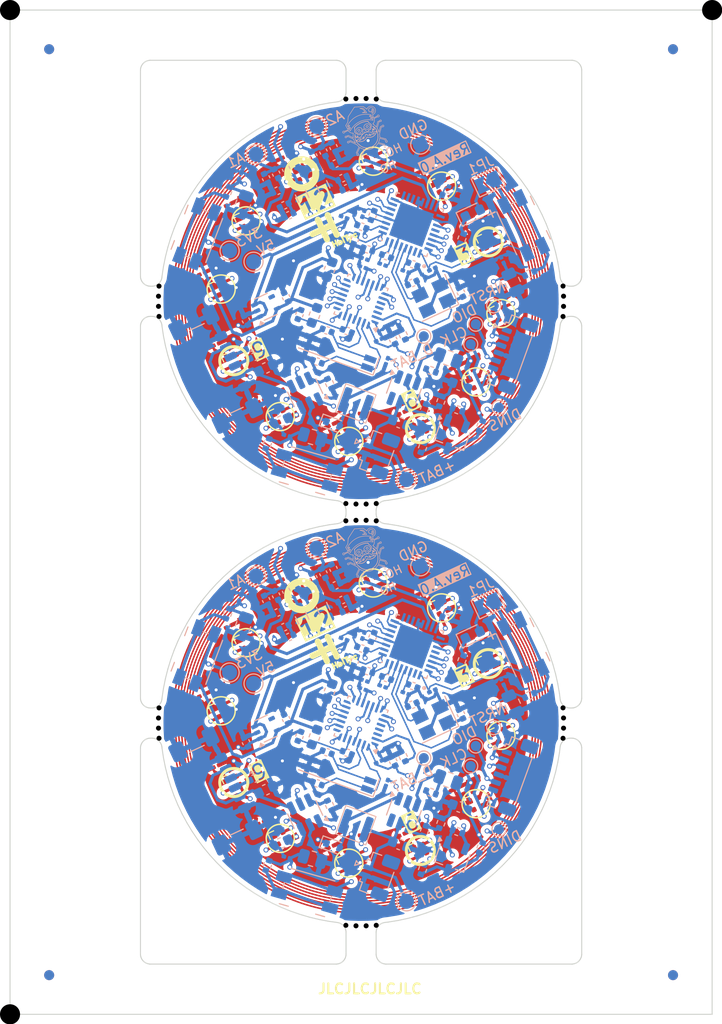
<source format=kicad_pcb>
(kicad_pcb (version 20240108) (generator "pcbnew") (generator_version "8.0")
  (layers (0 "F.Cu" power) (1 "In1.Cu" signal) (2 "In2.Cu" signal) (31 "B.Cu" power) (34 "B.Paste" user) (35 "F.Paste" user) (36 "B.SilkS" user "B.Silkscreen") (37 "F.SilkS" user "F.Silkscreen") (38 "B.Mask" user) (39 "F.Mask" user) (44 "Edge.Cuts" user))
  (net 0 "")
  (net 1 "Board_0-+3.3V")
  (net 2 "Board_0-+3.3VA")
  (net 3 "Board_0-+5V")
  (net 4 "Board_0-+BATT")
  (net 5 "Board_0-/LSE_IN")
  (net 6 "Board_0-/LSE_OUT")
  (net 7 "Board_0-/NFC_RFID/A1")
  (net 8 "Board_0-/NFC_RFID/A2")
  (net 9 "Board_0-/NRST")
  (net 10 "Board_0-/SWCLK")
  (net 11 "Board_0-/SWDIO")
  (net 12 "Board_0-BATT_STM")
  (net 13 "Board_0-Button_LB")
  (net 14 "Board_0-Button_LT")
  (net 15 "Board_0-Button_R")
  (net 16 "Board_0-CHRG_STM")
  (net 17 "Board_0-DIN_LED")
  (net 18 "Board_0-DIN_STM")
  (net 19 "Board_0-DONE_STM")
  (net 20 "Board_0-GND")
  (net 21 "Board_0-Net-(C50-Pad1)")
  (net 22 "Board_0-Net-(C51-Pad1)")
  (net 23 "Board_0-Net-(D1-DIN)")
  (net 24 "Board_0-Net-(D1-DOUT)")
  (net 25 "Board_0-Net-(D10-DIN)")
  (net 26 "Board_0-Net-(D10-DOUT)")
  (net 27 "Board_0-Net-(D11-DOUT)")
  (net 28 "Board_0-Net-(D13-A)")
  (net 29 "Board_0-Net-(D14-A)")
  (net 30 "Board_0-Net-(D14-K)")
  (net 31 "Board_0-Net-(D2-DOUT)")
  (net 32 "Board_0-Net-(D3-DOUT)")
  (net 33 "Board_0-Net-(D4-DOUT)")
  (net 34 "Board_0-Net-(D5-DOUT)")
  (net 35 "Board_0-Net-(D7-DIN)")
  (net 36 "Board_0-Net-(D7-DOUT)")
  (net 37 "Board_0-Net-(D8-DOUT)")
  (net 38 "Board_0-Net-(J2-CC1)")
  (net 39 "Board_0-Net-(J2-CC2)")
  (net 40 "Board_0-Net-(ME4055A1-PROG)")
  (net 41 "Board_0-Net-(SW1A-A)")
  (net 42 "Board_0-Net-(SW2A-A)")
  (net 43 "Board_0-Net-(SW3A-A)")
  (net 44 "Board_0-Net-(U1-BOOT0)")
  (net 45 "Board_0-Net-(U3-AGDC)")
  (net 46 "Board_0-Net-(U3-RFI1)")
  (net 47 "Board_0-Net-(U3-RFI2)")
  (net 48 "Board_0-Net-(U3-RFO1)")
  (net 49 "Board_0-Net-(U3-RFO2)")
  (net 50 "Board_0-Net-(U3-VDD_A)")
  (net 51 "Board_0-Net-(U3-VDD_AM)")
  (net 52 "Board_0-Net-(U3-VDD_D)")
  (net 53 "Board_0-Net-(U3-VDD_DR)")
  (net 54 "Board_0-Net-(U3-XTI)")
  (net 55 "Board_0-Net-(U3-XTO)")
  (net 56 "Board_0-Net-(U4-FB)")
  (net 57 "Board_0-SPI_CS_STM")
  (net 58 "Board_0-SPI_IRQ_STM")
  (net 59 "Board_0-SPI_MISO_STM")
  (net 60 "Board_0-SPI_MOSI_STM")
  (net 61 "Board_0-SPI_SCL_STM")
  (net 62 "Board_0-VBUS")
  (net 63 "Board_0-unconnected-(D6-DOUT-Pad1)")
  (net 64 "Board_0-unconnected-(J1-Pin_1-Pad1)")
  (net 65 "Board_0-unconnected-(U1-PA2-Pad8)")
  (net 66 "Board_0-unconnected-(U1-PB0-Pad14)")
  (net 67 "Board_0-unconnected-(U1-PB3-Pad24)")
  (net 68 "Board_0-unconnected-(U1-PB6-Pad25)")
  (net 69 "Board_0-unconnected-(U1-PB7-Pad26)")
  (net 70 "Board_0-unconnected-(U2-NC-Pad4)")
  (net 71 "Board_0-unconnected-(U3-AAT_A-Pad18)")
  (net 72 "Board_0-unconnected-(U3-AAT_B-Pad19)")
  (net 73 "Board_0-unconnected-(U3-CSI-Pad25)")
  (net 74 "Board_0-unconnected-(U3-CSO-Pad2)")
  (net 75 "Board_0-unconnected-(U3-EXT_LM-Pad17)")
  (net 76 "Board_0-unconnected-(U3-MCU_CLK-Pad28)")
  (net 77 "Board_0-unconnected-(U4-NC-Pad6)")
  (net 78 "Board_1-+3.3V")
  (net 79 "Board_1-+3.3VA")
  (net 80 "Board_1-+5V")
  (net 81 "Board_1-+BATT")
  (net 82 "Board_1-/LSE_IN")
  (net 83 "Board_1-/LSE_OUT")
  (net 84 "Board_1-/NFC_RFID/A1")
  (net 85 "Board_1-/NFC_RFID/A2")
  (net 86 "Board_1-/NRST")
  (net 87 "Board_1-/SWCLK")
  (net 88 "Board_1-/SWDIO")
  (net 89 "Board_1-BATT_STM")
  (net 90 "Board_1-Button_LB")
  (net 91 "Board_1-Button_LT")
  (net 92 "Board_1-Button_R")
  (net 93 "Board_1-CHRG_STM")
  (net 94 "Board_1-DIN_LED")
  (net 95 "Board_1-DIN_STM")
  (net 96 "Board_1-DONE_STM")
  (net 97 "Board_1-GND")
  (net 98 "Board_1-Net-(C50-Pad1)")
  (net 99 "Board_1-Net-(C51-Pad1)")
  (net 100 "Board_1-Net-(D1-DIN)")
  (net 101 "Board_1-Net-(D1-DOUT)")
  (net 102 "Board_1-Net-(D10-DIN)")
  (net 103 "Board_1-Net-(D10-DOUT)")
  (net 104 "Board_1-Net-(D11-DOUT)")
  (net 105 "Board_1-Net-(D13-A)")
  (net 106 "Board_1-Net-(D14-A)")
  (net 107 "Board_1-Net-(D14-K)")
  (net 108 "Board_1-Net-(D2-DOUT)")
  (net 109 "Board_1-Net-(D3-DOUT)")
  (net 110 "Board_1-Net-(D4-DOUT)")
  (net 111 "Board_1-Net-(D5-DOUT)")
  (net 112 "Board_1-Net-(D7-DIN)")
  (net 113 "Board_1-Net-(D7-DOUT)")
  (net 114 "Board_1-Net-(D8-DOUT)")
  (net 115 "Board_1-Net-(J2-CC1)")
  (net 116 "Board_1-Net-(J2-CC2)")
  (net 117 "Board_1-Net-(ME4055A1-PROG)")
  (net 118 "Board_1-Net-(SW1A-A)")
  (net 119 "Board_1-Net-(SW2A-A)")
  (net 120 "Board_1-Net-(SW3A-A)")
  (net 121 "Board_1-Net-(U1-BOOT0)")
  (net 122 "Board_1-Net-(U3-AGDC)")
  (net 123 "Board_1-Net-(U3-RFI1)")
  (net 124 "Board_1-Net-(U3-RFI2)")
  (net 125 "Board_1-Net-(U3-RFO1)")
  (net 126 "Board_1-Net-(U3-RFO2)")
  (net 127 "Board_1-Net-(U3-VDD_A)")
  (net 128 "Board_1-Net-(U3-VDD_AM)")
  (net 129 "Board_1-Net-(U3-VDD_D)")
  (net 130 "Board_1-Net-(U3-VDD_DR)")
  (net 131 "Board_1-Net-(U3-XTI)")
  (net 132 "Board_1-Net-(U3-XTO)")
  (net 133 "Board_1-Net-(U4-FB)")
  (net 134 "Board_1-SPI_CS_STM")
  (net 135 "Board_1-SPI_IRQ_STM")
  (net 136 "Board_1-SPI_MISO_STM")
  (net 137 "Board_1-SPI_MOSI_STM")
  (net 138 "Board_1-SPI_SCL_STM")
  (net 139 "Board_1-VBUS")
  (net 140 "Board_1-unconnected-(D6-DOUT-Pad1)")
  (net 141 "Board_1-unconnected-(J1-Pin_1-Pad1)")
  (net 142 "Board_1-unconnected-(U1-PA2-Pad8)")
  (net 143 "Board_1-unconnected-(U1-PB0-Pad14)")
  (net 144 "Board_1-unconnected-(U1-PB3-Pad24)")
  (net 145 "Board_1-unconnected-(U1-PB6-Pad25)")
  (net 146 "Board_1-unconnected-(U1-PB7-Pad26)")
  (net 147 "Board_1-unconnected-(U2-NC-Pad4)")
  (net 148 "Board_1-unconnected-(U3-AAT_A-Pad18)")
  (net 149 "Board_1-unconnected-(U3-AAT_B-Pad19)")
  (net 150 "Board_1-unconnected-(U3-CSI-Pad25)")
  (net 151 "Board_1-unconnected-(U3-CSO-Pad2)")
  (net 152 "Board_1-unconnected-(U3-EXT_LM-Pad17)")
  (net 153 "Board_1-unconnected-(U3-MCU_CLK-Pad28)")
  (net 154 "Board_1-unconnected-(U4-NC-Pad6)")
  (footprint "NPTH" (layer "F.Cu") (at 168.684497 48.494636)
    (property "Reference" "KiKit_MB_2_2" (hide yes))
    (property "Value" "NPTH" (hide yes))
  )
  (footprint "LED_SMD:LED_SK6812_EC15_1.5x1.5mm" (layer "F.Cu") (at 159.965069 99.03007 25)
    (property "Reference" "D6" (hide yes))
    (property "Value" "SK6805" (hide yes))
  )
  (footprint "LED_SMD:LED_SK6812_EC15_1.5x1.5mm" (layer "F.Cu") (at 154.413596 61.688309 25)
    (property "Reference" "TD7" (hide yes))
    (property "Value" "SK6805" (hide yes))
  )
  (footprint "Capacitor_SMD:C_0201_0603Metric" (layer "F.Cu") (at 134.063194 95.303135 25)
    (property "Reference" "C21" (hide yes))
    (property "Value" "100n" (hide yes))
  )
  (footprint "LED_SMD:LED_SK6812_EC15_1.5x1.5mm" (layer "F.Cu") (at 159.965069 57.03007 25)
    (property "Reference" "TD6" (hide yes))
    (property "Value" "SK6805" (hide yes))
  )
  (footprint "NPTH" (layer "F.Cu") (at 128.353943 50.510059)
    (property "Reference" "KiKit_MB_1_1" (hide yes))
    (property "Value" "NPTH" (hide yes))
  )
  (footprint "LED_SMD:LED_SK6812_EC15_1.5x1.5mm" (layer "F.Cu") (at 142.580284 78.311691 25)
    (property "Reference" "D1" (hide yes))
    (property "Value" "SK6805" (hide yes))
  )
  (footprint "NPTH" (layer "F.Cu") (at 147.992163 69.18887)
    (property "Reference" "KiKit_MB_4_3" (hide yes))
    (property "Value" "NPTH" (hide yes))
  )
  (footprint "LED_SMD:LED_SK6812_EC15_1.5x1.5mm" (layer "F.Cu") (at 161.185249 85.083344 25)
    (property "Reference" "D4" (hide yes))
    (property "Value" "SK6805" (hide yes))
  )
  (footprint "LED_SMD:LED_SK6812_EC15_1.5x1.5mm" (layer "F.Cu") (at 149.71712 77.053274 25)
    (property "Reference" "D2" (hide yes))
    (property "Value" "SK6805" (hide yes))
  )
  (footprint "Capacitor_SMD:C_0201_0603Metric" (layer "F.Cu") (at 159.349181 41.512085 25)
    (property "Reference" "TC15" (hide yes))
    (property "Value" "100n" (hide yes))
  )
  (footprint "Fiducial" (layer "F.Cu") (at 117.4 116.1)
    (property "Reference" "KiKit_FID_T_3" (hide yes))
    (property "Value" "Fiducial" (hide yes))
  )
  (footprint "NPTH" (layer "F.Cu") (at 168.633931 89.485171)
    (property "Reference" "KiKit_MB_6_1" (hide yes))
    (property "Value" "NPTH" (hide yes))
  )
  (footprint "NPTH" (layer "F.Cu") (at 128.303312 90.496222)
    (property "Reference" "KiKit_MB_5_3" (hide yes))
    (property "Value" "NPTH" (hide yes))
  )
  (footprint "LED_SMD:LED_SK6812_EC15_1.5x1.5mm" (layer "F.Cu") (at 162.443666 92.22018 25)
    (property "Reference" "D5" (hide yes))
    (property "Value" "SK6805" (hide yes))
  )
  (footprint "LED_SMD:LED_SK6812_EC15_1.5x1.5mm" (layer "F.Cu") (at 156.52701 37.531871 25)
    (property "Reference" "TD3" (hide yes))
    (property "Value" "SK6805" (hide yes))
  )
  (footprint "Capacitor_SMD:C_0201_0603Metric" (layer "F.Cu") (at 154.85013 35.886382 25)
    (property "Reference" "TC14" (hide yes))
    (property "Value" "100n" (hide yes))
  )
  (footprint "LED_SMD:LED_SK6812_EC15_1.5x1.5mm" (layer "F.Cu") (at 140.46687 60.468129 25)
    (property "Reference" "TD9" (hide yes))
    (property "Value" "SK6805" (hide yes))
  )
  (footprint "LED_SMD:LED_SK6812_EC15_1.5x1.5mm" (layer "F.Cu") (at 137.028811 40.96993 25)
    (property "Reference" "TD12" (hide yes))
    (property "Value" "SK6805" (hide yes))
  )
  (footprint "Capacitor_SMD:C_0201_0603Metric" (layer "F.Cu") (at 160.676155 90.616953 25)
    (property "Reference" "C16" (hide yes))
    (property "Value" "100n" (hide yes))
  )
  (footprint "LED_SMD:LED_SK6812_EC15_1.5x1.5mm" (layer "F.Cu") (at 137.028811 82.96993 25)
    (property "Reference" "D12" (hide yes))
    (property "Value" "SK6805" (hide yes))
  )
  (footprint "NPTH" (layer "F.Cu") (at 183.5 20)
    (property "Reference" "KiKit_TO_2" (hide yes))
    (property "Value" "NPTH" (hide yes))
  )
  (footprint "NPTH" (layer "F.Cu") (at 150.01236 70.861278)
    (property "Reference" "KiKit_MB_7_4" (hide yes))
    (property "Value" "NPTH" (hide yes))
  )
  (footprint "NPTH" (layer "F.Cu") (at 147.992163 28.81113)
    (property "Reference" "KiKit_MB_3_2" (hide yes))
    (property "Value" "NPTH" (hide yes))
  )
  (footprint "Capacitor_SMD:C_0201_0603Metric" (layer "F.Cu") (at 152.577528 102.11705 25)
    (property "Reference" "C18" (hide yes))
    (property "Value" "100n" (hide yes))
  )
  (footprint "NPTH" (layer "F.Cu") (at 168.684497 90.494635)
    (property "Reference" "KiKit_MB_6_2" (hide yes))
    (property "Value" "NPTH" (hide yes))
  )
  (footprint "NPTH" (layer "F.Cu") (at 150.01236 28.861279)
    (property "Reference" "KiKit_MB_3_4" (hide yes))
    (property "Value" "NPTH" (hide yes))
  )
  (footprint "LED_SMD:LED_SK6812_EC15_1.5x1.5mm" (layer "F.Cu") (at 140.46687 102.468129 25)
    (property "Reference" "D9" (hide yes))
    (property "Value" "SK6805" (hide yes))
  )
  (footprint "Capacitor_SMD:C_0201_0603Metric" (layer "F.Cu") (at 160.676155 48.616953 25)
    (property "Reference" "TC16" (hide yes))
    (property "Value" "100n" (hide yes))
  )
  (footprint "NPTH" (layer "F.Cu") (at 128.353943 92.510059)
    (property "Reference" "KiKit_MB_5_1" (hide yes))
    (property "Value" "NPTH" (hide yes))
  )
  (footprint "Capacitor_SMD:C_0201_0603Metric" (layer "F.Cu") (at 135.343514 81.355239 25)
    (property "Reference" "C23" (hide yes))
    (property "Value" "100n" (hide yes))
  )
  (footprint "LED_SMD:LED_SK6812_EC15_1.5x1.5mm" (layer "F.Cu") (at 154.413596 103.688309 25)
    (property "Reference" "D7" (hide yes))
    (property "Value" "SK6805" (hide yes))
  )
  (footprint "Capacitor_SMD:C_0201_0603Metric" (layer "F.Cu") (at 132.663715 88.232077 25)
    (property "Reference" "C22" (hide yes))
    (property "Value" "100n" (hide yes))
  )
  (footprint "NPTH" (layer "F.Cu") (at 149.002883 70.810832)
    (property "Reference" "KiKit_MB_7_3" (hide yes))
    (property "Value" "NPTH" (hide yes))
  )
  (footprint "NPTH" (layer "F.Cu") (at 168.684377 91.505361)
    (property "Reference" "KiKit_MB_6_3" (hide yes))
    (property "Value" "NPTH" (hide yes))
  )
  (footprint "NPTH" (layer "F.Cu") (at 150.01236 111.138721)
    (property "Reference" "KiKit_MB_8_1" (hide yes))
    (property "Value" "NPTH" (hide yes))
  )
  (footprint "Capacitor_SMD:C_0201_0603Metric" (layer "F.Cu") (at 152.577528 60.11705 25)
    (property "Reference" "TC18" (hide yes))
    (property "Value" "100n" (hide yes))
  )
  (footprint "LED_SMD:LED_SK6812_EC15_1.5x1.5mm" (layer "F.Cu") (at 162.443666 50.22018 25)
    (property "Reference" "TD5" (hide yes))
    (property "Value" "SK6805" (hide yes))
  )
  (footprint "LED_SMD:LED_SK6812_EC15_1.5x1.5mm" (layer "F.Cu") (at 135.808631 96.916656 25)
    (property "Reference" "D10" (hide yes))
    (property "Value" "SK6805" (hide yes))
  )
  (footprint "NPTH" (layer "F.Cu") (at 168.633931 92.514828)
    (property "Reference" "KiKit_MB_6_4" (hide yes))
    (property "Value" "NPTH" (hide yes))
  )
  (footprint "Capacitor_SMD:C_0201_0603Metric" (layer "F.Cu") (at 135.343514 39.355239 25)
    (property "Reference" "TC23" (hide yes))
    (property "Value" "100n" (hide yes))
  )
  (footprint "Capacitor_SMD:C_0201_0603Metric" (layer "F.Cu") (at 138.562245 58.928838 25)
    (property "Reference" "TC20" (hide yes))
    (property "Value" "100n" (hide yes))
  )
  (footprint "LOGO" (layer "F.Cu") (at 145.845185 41.937824 25)
    (property "Reference" "G***" (hide yes))
    (property "Value" "LOGO" (hide yes))
  )
  (footprint "NPTH" (layer "F.Cu") (at 113.5 120)
    (property "Reference" "KiKit_TO_3" (hide yes))
    (property "Value" "NPTH" (hide yes))
  )
  (footprint "NPTH" (layer "F.Cu") (at 146.982706 69.138374)
    (property "Reference" "KiKit_MB_4_4" (hide yes))
    (property "Value" "NPTH" (hide yes))
  )
  (footprint "NPTH" (layer "F.Cu") (at 168.684377 49.505361)
    (property "Reference" "KiKit_MB_2_3" (hide yes))
    (property "Value" "NPTH" (hide yes))
  )
  (footprint "NPTH" (layer "F.Cu") (at 128.303514 49.503766)
    (property "Reference" "KiKit_MB_1_2" (hide yes))
    (property "Value" "NPTH" (hide yes))
  )
  (footprint "NPTH" (layer "F.Cu") (at 168.633931 50.514828)
    (property "Reference" "KiKit_MB_2_4" (hide yes))
    (property "Value" "NPTH" (hide yes))
  )
  (footprint "NPTH" (layer "F.Cu") (at 128.303514 91.503766)
    (property "Reference" "KiKit_MB_5_2" (hide yes))
    (property "Value" "NPTH" (hide yes))
  )
  (footprint "LED_SMD:LED_SK6812_EC15_1.5x1.5mm" (layer "F.Cu") (at 134.550214 89.77982 25)
    (property "Reference" "D11" (hide yes))
    (property "Value" "SK6805" (hide yes))
  )
  (footprint "Fiducial" (layer "F.Cu") (at 179.6 116.1)
    (property "Reference" "KiKit_FID_T_4" (hide yes))
    (property "Value" "Fiducial" (hide yes))
  )
  (footprint "NPTH" (layer "F.Cu") (at 149.002883 111.189167)
    (property "Reference" "KiKit_MB_8_2" (hide yes))
    (property "Value" "NPTH" (hide yes))
  )
  (footprint "LED_SMD:LED_SK6812_EC15_1.5x1.5mm" (layer "F.Cu") (at 134.550214 47.77982 25)
    (property "Reference" "TD11" (hide yes))
    (property "Value" "SK6805" (hide yes))
  )
  (footprint "NPTH" (layer "F.Cu") (at 147.992163 111.18887)
    (property "Reference" "KiKit_MB_8_3" (hide yes))
    (property "Value" "NPTH" (hide yes))
  )
  (footprint "NPTH" (layer "F.Cu") (at 146.982706 70.861625)
    (property "Reference" "KiKit_MB_7_1" (hide yes))
    (property "Value" "NPTH" (hide yes))
  )
  (footprint "NPTH" (layer "F.Cu") (at 146.982706 111.138374)
    (property "Reference" "KiKit_MB_8_4" (hide yes))
    (property "Value" "NPTH" (hide yes))
  )
  (footprint "Capacitor_SMD:C_0201_0603Metric" (layer "F.Cu") (at 154.85013 77.886382 25)
    (property "Reference" "C14" (hide yes))
    (property "Value" "100n" (hide yes))
  )
  (footprint "LED_SMD:LED_SK6812_EC15_1.5x1.5mm" (layer "F.Cu") (at 147.27676 104.946726 25)
    (property "Reference" "D8" (hide yes))
    (property "Value" "SK6805" (hide yes))
  )
  (footprint "Capacitor_SMD:C_0201_0603Metric" (layer "F.Cu") (at 147.981976 33.461827 25)
    (property "Reference" "TC13" (hide yes))
    (property "Value" "100n" (hide yes))
  )
  (footprint "NPTH" (layer "F.Cu") (at 149.002883 28.810833)
    (property "Reference" "KiKit_MB_3_3" (hide yes))
    (property "Value" "NPTH" (hide yes))
  )
  (footprint "LED_SMD:LED_SK6812_EC15_1.5x1.5mm" (layer "F.Cu") (at 142.580284 36.311691 25)
    (property "Reference" "TD1" (hide yes))
    (property "Value" "SK6805" (hide yes))
  )
  (footprint "LED_SMD:LED_SK6812_EC15_1.5x1.5mm" (layer "F.Cu") (at 149.71712 35.053274 25)
    (property "Reference" "TD2" (hide yes))
    (property "Value" "SK6805" (hide yes))
  )
  (footprint "NPTH" (layer "F.Cu") (at 150.01236 69.138721)
    (property "Reference" "KiKit_MB_4_1" (hide yes))
    (property "Value" "NPTH" (hide yes))
  )
  (footprint "NPTH" (layer "F.Cu") (at 147.992163 70.811129)
    (property "Reference" "KiKit_MB_7_2" (hide yes))
    (property "Value" "NPTH" (hide yes))
  )
  (footprint "NPTH" (layer "F.Cu") (at 128.353943 47.489941)
    (property "Reference" "KiKit_MB_1_4" (hide yes))
    (property "Value" "NPTH" (hide yes))
  )
  (footprint "NPTH" (layer "F.Cu") (at 128.303312 48.496223)
    (property "Reference" "KiKit_MB_1_3" (hide yes))
    (property "Value" "NPTH" (hide yes))
  )
  (footprint "Capacitor_SMD:C_0201_0603Metric" (layer "F.Cu") (at 140.949662 34.589462 25)
    (property "Reference" "TC12" (hide yes))
    (property "Value" "100n" (hide yes))
  )
  (footprint "Fiducial" (layer "F.Cu") (at 117.4 23.9)
    (property "Reference" "KiKit_FID_T_1" (hide yes))
    (property "Value" "Fiducial" (hide yes))
  )
  (footprint "NPTH" (layer "F.Cu") (at 146.982706 28.861626)
    (property "Reference" "KiKit_MB_3_1" (hide yes))
    (property "Value" "NPTH" (hide yes))
  )
  (footprint "NPTH" (layer "F.Cu") (at 168.633931 47.485172)
    (property "Reference" "KiKit_MB_2_1" (hide yes))
    (property "Value" "NPTH" (hide yes))
  )
  (footprint "NPTH" (layer "F.Cu") (at 113.5 20)
    (property "Reference" "KiKit_TO_1" (hide yes))
    (property "Value" "NPTH" (hide yes))
  )
  (footprint "LED_SMD:LED_SK6812_EC15_1.5x1.5mm" (layer "F.Cu") (at 161.185249 43.083344 25)
    (property "Reference" "TD4" (hide yes))
    (property "Value" "SK6805" (hide yes))
  )
  (footprint "LOGO" (layer "F.Cu") (at 145.845185 83.937824 25)
    (property "Reference" "G***" (hide yes))
    (property "Value" "LOGO" (hide yes))
  )
  (footprint "NPTH" (layer "F.Cu") (at 149.002883 69.189167)
    (property "Reference" "KiKit_MB_4_2" (hide yes))
    (property "Value" "NPTH" (hide yes))
  )
  (footprint "Capacitor_SMD:C_0201_0603Metric" (layer "F.Cu") (at 134.063194 53.303135 25)
    (property "Reference" "TC21" (hide yes))
    (property "Value" "100n" (hide yes))
  )
  (footprint "NPTH" (layer "F.Cu") (at 128.353943 89.48994)
    (property "Reference" "KiKit_MB_5_4" (hide yes))
    (property "Value" "NPTH" (hide yes))
  )
  (footprint "Fiducial" (layer "F.Cu") (at 179.6 23.9)
    (property "Reference" "KiKit_FID_T_2" (hide yes))
    (property "Value" "Fiducial" (hide yes))
  )
  (footprint "LED_SMD:LED_SK6812_EC15_1.5x1.5mm" (layer "F.Cu") (at 147.27676 62.946726 25)
    (property "Reference" "TD8" (hide yes))
    (property "Value" "SK6805" (hide yes))
  )
  (footprint "Capacitor_SMD:C_0201_0603Metric" (layer "F.Cu") (at 159.349181 83.512085 25)
    (property "Reference" "C15" (hide yes))
    (property "Value" "100n" (hide yes))
  )
  (footprint "Capacitor_SMD:C_0201_0603Metric" (layer "F.Cu") (at 147.981976 75.461827 25)
    (property "Reference" "C13" (hide yes))
    (property "Value" "100n" (hide yes))
  )
  (footprint "Capacitor_SMD:C_0201_0603Metric" (layer "F.Cu") (at 145.521029 103.311131 25)
    (property "Reference" "C19" (hide yes))
    (property "Value" "100n" (hide yes))
  )
  (footprint "Capacitor_SMD:C_0201_0603Metric" (layer "F.Cu") (at 145.521029 61.311131 25)
    (property "Reference" "TC19" (hide yes))
    (property "Value" "100n" (hide yes))
  )
  (footprint "Capacitor_SMD:C_0201_0603Metric" (layer "F.Cu") (at 158.118708 55.436738 25)
    (property "Reference" "TC17" (hide yes))
    (property "Value" "100n" (hide yes))
  )
  (footprint "Capacitor_SMD:C_0201_0603Metric" (layer "F.Cu") (at 138.562245 100.928838 25)
    (property "Reference" "C20" (hide yes))
    (property "Value" "100n" (hide yes))
  )
  (footprint "LED_SMD:LED_SK6812_EC15_1.5x1.5mm" (layer "F.Cu") (at 156.52701 79.531871 25)
    (property "Reference" "D3" (hide yes))
    (property "Value" "SK6805" (hide yes))
  )
  (footprint "LED_SMD:LED_SK6812_EC15_1.5x1.5mm" (layer "F.Cu") (at 135.808631 54.916656 25)
    (property "Reference" "TD10" (hide yes))
    (property "Value" "SK6805" (hide yes))
  )
  (footprint "Capacitor_SMD:C_0201_0603Metric" (layer "F.Cu") (at 140.949662 76.589462 25)
    (property "Reference" "C12" (hide yes))
    (property "Value" "100n" (hide yes))
  )
  (footprint "Capacitor_SMD:C_0201_0603Metric" (layer "F.Cu") (at 132.663715 46.232077 25)
    (property "Reference" "TC22" (hide yes))
    (property "Value" "100n" (hide yes))
  )
  (footprint "Capacitor_SMD:C_0201_0603Metric" (layer "F.Cu") (at 158.118708 97.436738 25)
    (property "Reference" "C17" (hide yes))
    (property "Value" "100n" (hide yes))
  )
  (footprint "Inductor_SMD:L_0805_2012Metric" (layer "B.Cu") (at 142.625692 80.53865 -65)
    (property "Reference" "L3" (hide yes))
    (property "Value" "270nH 500mOhm" (hide yes))
  )
  (footprint "Capacitor_SMD:C_0603_1608Metric" (layer "B.Cu") (at 158.356767 57.366978 160)
    (property "Reference" "TC27" (hide yes))
    (property "Value" "10u" (hide yes))
  )
  (footprint "Capacitor_SMD:C_0402_1005Metric" (layer "B.Cu") (at 147.887676 84.81766 70)
    (property "Reference" "C41" (hide yes))
    (property "Value" "2.2uF" (hide yes))
  )
  (footprint "TestPoint:TestPoint_Pad_D1.5mm" (layer "B.Cu") (at 135.391995 43.966819 -155)
    (property "Reference" "3V3")
    (property "Value" "3V3" (hide yes))
  )
  (footprint "TestPoint:TestPoint_Pad_D1.5mm" (layer "B.Cu") (at 137.777954 87.060984 -155)
    (property "Reference" "5V")
    (property "Value" "5V" (hide yes))
  )
  (footprint "ST25R3916-AQWT:QFN50P500X500X100-33N" (layer "B.Cu") (at 153.537573 83.3533 70)
    (property "Reference" "U3" (hide yes))
    (property "Value" "ST25R3916-AQWT" (hide yes))
  )
  (footprint "Resistor_SMD:R_0402_1005Metric" (layer "B.Cu") (at 156.45633 58.970362 70)
    (property "Reference" "TR17" (hide yes))
    (property "Value" "10K" (hide yes))
  )
  (footprint "Capacitor_SMD:C_0402_1005Metric" (layer "B.Cu") (at 144.127365 55.009727 160)
    (property "Reference" "TC8" (hide yes))
    (property "Value" "15pF" (hide yes))
  )
  (footprint "Capacitor_SMD:C_0201_0603Metric" (layer "B.Cu") (at 148.735118 40.282588 70)
    (property "Reference" "TC38" (hide yes))
    (property "Value" "22n" (hide yes))
  )
  (footprint "Capacitor_SMD:C_0402_1005Metric" (layer "B.Cu") (at 141.027835 35.821894 115)
    (property "Reference" "TC51" (hide yes))
    (property "Value" "15pF" (hide yes))
  )
  (footprint "Connector_JST:JST_SUR_SM02B-SURS-TF_1x02-1MP_P0.80mm_Horizontal" (layer "B.Cu") (at 150.162866 64.166977 -110)
    (property "Reference" "TLi-po1" (hide yes))
    (property "Value" "Conn_01x02_Socket" (hide yes))
  )
  (footprint "Package_TO_SOT_SMD:TSOT-23" (layer "B.Cu") (at 157.569917 104.423248 -110)
    (property "Reference" "Q1" (hide yes))
    (property "Value" "2N7000" (hide yes))
  )
  (footprint "Capacitor_SMD:C_0402_1005Metric" (layer "B.Cu") (at 145.106958 51.904828 160)
    (property "Reference" "TC9" (hide yes))
    (property "Value" "15pF" (hide yes))
  )
  (footprint "Resistor_SMD:R_0805_2012Metric" (layer "B.Cu") (at 163.624709 47.131682 -65)
    (property "Reference" "TR14" (hide yes))
    (property "Value" "16.5K" (hide yes))
  )
  (footprint "Capacitor_SMD:C_0402_1005Metric" (layer "B.Cu") (at 143.746758 76.55404 115)
    (property "Reference" "C50" (hide yes))
    (property "Value" "15pF" (hide yes))
  )
  (footprint "Inductor_SMD:L_0805_2012Metric" (layer "B.Cu") (at 142.625692 38.53865 -65)
    (property "Reference" "TL3" (hide yes))
    (property "Value" "270nH 500mOhm" (hide yes))
  )
  (footprint "Capacitor_SMD:C_0603_1608Metric" (layer "B.Cu") (at 145.362482 87.827435 -110)
    (property "Reference" "C4" (hide yes))
    (property "Value" "10u" (hide yes))
  )
  (footprint "Capacitor_SMD:C_0201_0603Metric" (layer "B.Cu") (at 155.608403 87.794208 25)
    (property "Reference" "C31" (hide yes))
    (property "Value" "100n" (hide yes))
  )
  (footprint "Capacitor_SMD:C_0201_0603Metric" (layer "B.Cu") (at 136.445362 78.524345 -110)
    (property "Reference" "C28" (hide yes))
    (property "Value" "100n" (hide yes))
  )
  (footprint "Capacitor_SMD:C_0402_1005Metric" (layer "B.Cu") (at 141.322496 40.429016 -155)
    (property "Reference" "TC55" (hide yes))
    (property "Value" "220pF" (hide yes))
  )
  (footprint "Jumper:SolderJumper-2_P1.3mm_Open_TrianglePad1.0x1.5mm" (layer "B.Cu") (at 161.16888 37.132737 -155)
    (property "Reference" "JP1")
    (property "Value" "SolderJumper_2_Open" (hide yes))
  )
  (footprint "Capacitor_SMD:C_0402_1005Metric" (layer "B.Cu") (at 140.83949 81.44053 25)
    (property "Reference" "C53" (hide yes))
    (property "Value" "220pF" (hide yes))
  )
  (footprint "Capacitor_SMD:C_0402_1005Metric" (layer "B.Cu") (at 157.050335 80.568409 160)
    (property "Reference" "C46" (hide yes))
    (property "Value" "1u" (hide yes))
  )
  (footprint "Fiducial" (layer "B.Cu") (at 117.4 116.1)
    (property "Reference" "KiKit_FID_B_3" (hide yes))
    (property "Value" "Fiducial" (hide yes))
  )
  (footprint "TestPoint:TestPoint_Pad_D1.5mm" (layer "B.Cu") (at 154.403815 33.391226 -155)
    (property "Reference" "GND")
    (property "Value" "GND" (hide yes))
  )
  (footprint "Resistor_SMD:R_0402_1005Metric" (layer "B.Cu") (at 155.466474 97.90113 160)
    (property "Reference" "R9" (hide yes))
    (property "Value" "2.2K" (hide yes))
  )
  (footprint "Capacitor_SMD:C_0402_1005Metric" (layer "B.Cu") (at 144.743697 76.089159 115)
    (property "Reference" "C60" (hide yes))
    (property "Value" "10pF" (hide yes))
  )
  (footprint "Connector_USB:USB_C_Receptacle_GCT_USB4135-GF-A_6P_TopMnt_Horizontal" (layer "B.Cu") (at 132.956027 98.246847 115)
    (property "Reference" "J2" (hide yes))
    (property "Value" "USB_C_Receptacle_PowerOnly_6P" (hide yes))
  )
  (footprint "LED_SMD:LED_0603_1608Metric" (layer "B.Cu") (at 159.630478 40.222368 25)
    (property "Reference" "TD14" (hide yes))
    (property "Value" "LED" (hide yes))
  )
  (footprint "Resistor_SMD:R_0402_1005Metric" (layer "B.Cu") (at 158.554391 84.765405 -110)
    (property "Reference" "R18" (hide yes))
    (property "Value" "510" (hide yes))
  )
  (footprint "Capacitor_SMD:C_0603_1608Metric" (layer "B.Cu") (at 158.356767 99.366978 160)
    (property "Reference" "C27" (hide yes))
    (property "Value" "10u" (hide yes))
  )
  (footprint "Components:SLW3015" (layer "B.Cu") (at 147.972885 59.174772 -20)
    (property "Reference" "TL1" (hide yes))
    (property "Value" "22uH" (hide yes))
  )
  (footprint "Package_TO_SOT_SMD:SOT-23-6" (layer "B.Cu") (at 142.924248 58.108518 115)
    (property "Reference" "TME4055A1" (hide yes))
    (property "Value" "~" (hide yes))
  )
  (footprint "TestPoint:TestPoint_Pad_D1.5mm" (layer "B.Cu") (at 144.073859 31.587896 -155)
    (property "Reference" "A2")
    (property "Value" "~" (hide yes))
  )
  (footprint "Capacitor_SMD:C_0402_1005Metric" (layer "B.Cu") (at 143.746758 34.55404 115)
    (property "Reference" "TC50" (hide yes))
    (property "Value" "15pF" (hide yes))
  )
  (footprint "Capacitor_SMD:C_0201_0603Metric" (layer "B.Cu") (at 146.801824 40.632409 160)
    (property "Reference" "TC42" (hide yes))
    (property "Value" "22n" (hide yes))
  )
  (footprint "Resistor_SMD:R_0402_1005Metric" (layer "B.Cu") (at 152.700646 52.335994 -65)
    (property "Reference" "TR3" (hide yes))
    (property "Value" "10K" (hide yes))
  )
  (footprint "Resistor_SMD:R_0402_1005Metric" (layer "B.Cu") (at 154.630524 105.573234 70)
    (property "Reference" "R6" (hide yes))
    (property "Value" "510" (hide yes))
  )
  (footprint "TestPoint:TestPoint_Pad_D1.5mm" (layer "B.Cu") (at 135.391995 85.966819 -155)
    (property "Reference" "3V3")
    (property "Value" "3V3" (hide yes))
  )
  (footprint "Fiducial" (layer "B.Cu") (at 117.4 23.9)
    (property "Reference" "KiKit_FID_B_1" (hide yes))
    (property "Value" "Fiducial" (hide yes))
  )
  (footprint "Resistor_SMD:R_0805_2012Metric" (layer "B.Cu") (at 157.200674 96.651108 160)
    (property "Reference" "R8" (hide yes))
    (property "Value" "16.5K" (hide yes))
  )
  (footprint "Resistor_SMD:R_0402_1005Metric" (layer "B.Cu") (at 165.304432 88.238076 -155)
    (property "Reference" "R15" (hide yes))
    (property "Value" "510" (hide yes))
  )
  (footprint "Capacitor_SMD:C_0201_0603Metric" (layer "B.Cu") (at 151.062697 54.975524 -110)
    (property "Reference" "TC7" (hide yes))
    (property "Value" "100n" (hide yes))
  )
  (footprint "Capacitor_SMD:C_0201_0603Metric" (layer "B.Cu") (at 136.445362 36.524345 -110)
    (property "Reference" "TC28" (hide yes))
    (property "Value" "100n" (hide yes))
  )
  (footprint "TestPoint:TestPoint_Pad_D1.5mm" (layer "B.Cu") (at 153.022622 108.750442 -155)
    (property "Reference" "+BAT")
    (property "Value" "2.7-4.2V" (hide yes))
  )
  (footprint "Resistor_SMD:R_0402_1005Metric" (layer "B.Cu") (at 165.304432 46.238076 -155)
    (property "Reference" "TR15" (hide yes))
    (property "Value" "510" (hide yes))
  )
  (footprint "Button_Switch_SMD:Panasonic_EVQPUJ_EVQPUA" (layer "B.Cu") (at 164.7 41.45 115)
    (property "Reference" "TSW2" (hide yes))
    (property "Value" "SW_DPST_x2" (hide yes))
  )
  (footprint "Capacitor_SMD:C_0402_1005Metric" (layer "B.Cu") (at 157.050335 38.568409 160)
    (property "Reference" "TC46" (hide yes))
    (property "Value" "1u" (hide yes))
  )
  (footprint "Capacitor_SMD:C_0402_1005Metric" (layer "B.Cu") (at 141.322496 82.429016 -155)
    (property "Reference" "C55" (hide yes))
    (property "Value" "220pF" (hide yes))
  )
  (footprint "Diode_SMD:D_SOD-523" (layer "B.Cu") (at 145.702291 61.226608 -20)
    (property "Reference" "TD13" (hide yes))
    (property "Value" "D_Schottky" (hide yes))
  )
  (footprint "Capacitor_SMD:C_0201_0603Metric" (layer "B.Cu") (at 162.587181 44.906696 -65)
    (property "Reference" "TC30" (hide yes))
    (property "Value" "100n" (hide yes))
  )
  (footprint "Capacitor_SMD:C_0402_1005Metric" (layer "B.Cu") (at 140.163301 79.990438 25)
    (property "Reference" "C57" (hide yes))
    (property "Value" "220pF" (hide yes))
  )
  (footprint "Resistor_SMD:R_0402_1005Metric" (layer "B.Cu") (at 139.162095 105.172973 70)
    (property "Reference" "R13" (hide yes))
    (property "Value" "510" (hide yes))
  )
  (footprint "Capacitor_SMD:C_0201_0603Metric" (layer "B.Cu") (at 148.836499 86.759163 160)
    (property "Reference" "C44" (hide yes))
    (property "Value" "22n" (hide yes))
  )
  (footprint "Capacitor_SMD:C_0402_1005Metric" (layer "B.Cu") (at 149.175081 43.828915 -20)
    (property "Reference" "TC45" (hide yes))
    (property "Value" "2.2uF" (hide yes))
  )
  (footprint "Capacitor_SMD:C_0201_0603Metric" (layer "B.Cu") (at 155.608403 45.794208 25)
    (property "Reference" "TC31" (hide yes))
    (property "Value" "100n" (hide yes))
  )
  (footprint "Capacitor_SMD:C_0603_1608Metric" (layer "B.Cu") (at 139.010268 55.630464 25)
    (property "Reference" "TC24" (hide yes))
    (property "Value" "10u" (hide yes))
  )
  (footprint "Capacitor_SMD:C_0402_1005Metric" (layer "B.Cu") (at 141.027692 90.599077 -65)
    (property "Reference" "C11" (hide yes))
    (property "Value" "1u" (hide yes))
  )
  (footprint "Capacitor_SMD:C_0402_1005Metric" (layer "B.Cu") (at 147.118669 93.959792 -20)
    (property "Reference" "C3" (hide yes))
    (property "Value" "10n" (hide yes))
  )
  (footprint "Capacitor_SMD:C_0402_1005Metric" (layer "B.Cu") (at 144.743697 34.089159 115)
    (property "Reference" "TC60" (hide yes))
    (property "Value" "10pF" (hide yes))
  )
  (footprint "Capacitor_SMD:C_0402_1005Metric" (layer "B.Cu") (at 140.163301 37.990438 25)
    (property "Reference" "TC57" (hide yes))
    (property "Value" "220pF" (hide yes))
  )
  (footprint "Resistor_SMD:R_0402_1005Metric" (layer "B.Cu") (at 154.630524 63.573234 70)
    (property "Reference" "TR6" (hide yes))
    (property "Value" "510" (hide yes))
  )
  (footprint "Capacitor_SMD:C_0402_1005Metric" (layer "B.Cu") (at 140.83949 39.44053 25)
    (property "Reference" "TC53" (hide yes))
    (property "Value" "220pF" (hide yes))
  )
  (footprint "Resistor_SMD:R_0805_2012Metric" (layer "B.Cu") (at 157.200674 54.651108 160)
    (property "Reference" "TR8" (hide yes))
    (property "Value" "16.5K" (hide yes))
  )
  (footprint "Resistor_SMD:R_0805_2012Metric" (layer "B.Cu") (at 136.725438 81.372864 -110)
    (property "Reference" "R10" (hide yes))
    (property "Value" "16.5K" (hide yes))
  )
  (footprint "TestPoint:TestPoint_Pad_D1.0mm" (layer "B.Cu") (at 154.754619 52.481588 -155)
    (property "Reference" "D_BAT")
    (property "Value" "~" (hide yes))
  )
  (footprint "Capacitor_SMD:C_0402_1005Metric" (layer "B.Cu") (at 142.358671 50.317593 -110)
    (property "Reference" "TC5" (hide yes))
    (property "Value" "1u" (hide yes))
  )
  (footprint "Capacitor_SMD:C_0402_1005Metric" (layer "B.Cu") (at 158.453135 90.108835 -65)
    (property "Reference" "C48" (hide yes))
    (property "Value" "15pF" (hide yes))
  )
  (footprint "Package_TO_SOT_SMD:SOT-23-6" (layer "B.Cu") (at 142.924248 100.108518 115)
    (property "Reference" "ME4055A1" (hide yes))
    (property "Value" "~" (hide yes))
  )
  (footprint "Package_DFN_QFN:QFN-28_4x4mm_P0.5mm" (layer "B.Cu") (at 148.49694 49 70)
    (property "Reference" "TU1" (hide yes))
    (property "Value" "STM32L031G6Ux" (hide yes))
  )
  (footprint "TestPoint:TestPoint_Pad_D1.0mm" (layer "B.Cu") (at 162.255724 59.576194 -155)
    (property "Reference" "DINS")
    (property "Value" "~" (hide yes))
  )
  (footprint "Capacitor_SMD:C_0603_1608Metric" (layer "B.Cu") (at 140.520518 60.939632 -155)
    (property "Reference" "TC25" (hide yes))
    (property "Value" "10u" (hide yes))
  )
  (footprint "Fiducial" (layer "B.Cu") (at 179.6 23.9)
    (property "Reference" "KiKit_FID_B_2" (hide yes))
    (property "Value" "Fiducial" (hide yes))
  )
  (footprint "Capacitor_SMD:C_0402_1005Metric" (layer "B.Cu") (at 158.453135 48.108835 -65)
    (property "Reference" "TC48" (hide yes))
    (property "Value" "15pF" (hide yes))
  )
  (footprint "Capacitor_SMD:C_0402_1005Metric" (layer "B.Cu") (at 151.035578 44.50608 160)
    (property "Reference" "TC37" (hide yes))
    (property "Value" "2.2uF" (hide yes))
  )
  (footprint "Capacitor_SMD:C_0402_1005Metric" (layer "B.Cu") (at 147.887676 42.81766 70)
    (property "Reference" "TC41" (hide yes))
    (property "Value" "2.2uF" (hide yes))
  )
  (footprint "Capacitor_SMD:C_0402_1005Metric" (layer "B.Cu") (at 147.086614 79.741164 25)
    (property "Reference" "C52" (hide yes))
    (property "Value" "220pF" (hide yes))
  )
  (footprint "Capacitor_SMD:C_0402_1005Metric" (layer "B.Cu") (at 145.963671 35.285681 -155)
    (property "Reference" "TC61" (hide yes))
    (property "Value" "220pF" (hide yes))
  )
  (footprint "Capacitor_SMD:C_0402_1005Metric" (layer "B.Cu") (at 141.027692 48.599077 -65)
    (property "Reference" "TC11" (hide yes))
    (property "Value" "1u" (hide yes))
  )
  (footprint "TestPoint:TestPoint_Pad_D1.0mm" (layer "B.Cu") (at 161.727081 91.450951 -155)
    (property "Reference" "NRST")
    (property "Value" "~")
  )
  (footprint "Capacitor_SMD:C_0402_1005Metric" (layer "B.Cu") (at 146.621734 36.744226 -155)
    (property "Reference" "TC54" (hide yes))
    (property "Value" "220pF" (hide yes))
  )
  (footprint "Button_Switch_SMD:Panasonic_EVQPUJ_EVQPUA" (layer "B.Cu") (at 143.115284 65.85342 -16)
    (property "Reference" "TSW1" (hide yes))
    (property "Value" "SW_DPST_x2" (hide yes))
  )
  (footprint "Capacitor_SMD:C_0402_1005Metric" (layer "B.Cu") (at 151.703708 52.800874 -65)
    (property "Reference" "TC6" (hide yes))
    (property "Value" "1u" (hide yes))
  )
  (footprint "Package_TO_SOT_SMD:SOT-23-6" (layer "B.Cu") (at 152.771492 57.930185 -110)
    (property "Reference" "TU4" (hide yes))
    (property "Value" "MT3608" (hide yes))
  )
  (footprint "TestPoint:TestPoint_Pad_D1.5mm" (layer "B.Cu") (at 138.025781 34.352992 -155)
    (property "Reference" "A1")
    (property "Value" "~" (hide yes))
  )
  (footprint "Capacitor_SMD:C_0201_0603Metric" (layer "B.Cu") (at 146.928121 42.559596 -110)
    (property "Reference" "TC40" (hide yes))
    (property "Value" "22n" (hide yes))
  )
  (footprint "Capacitor_SMD:C_0201_0603Metric" (layer "B.Cu") (at 146.928121 84.559596 -110)
    (property "Reference" "C40" (hide yes))
    (property "Value" "22n" (hide yes))
  )
  (footprint "Resistor_SMD:R_0402_1005Metric" (layer "B.Cu") (at 158.554391 42.765405 -110)
    (property "Reference" "TR18" (hide yes))
    (property "Value" "510" (hide yes))
  )
  (footprint "Diode_SMD:D_SOD-523" (layer "B.Cu") (at 145.702291 103.226608 -20)
    (property "Reference" "D13" (hide yes))
    (property "Value" "D_Schottky" (hide yes))
  )
  (footprint "Capacitor_SMD:C_0402_1005Metric" (layer "B.Cu") (at 147.118669 51.959792 -20)
    (property "Reference" "TC3" (hide yes))
    (property "Value" "10n" (hide yes))
  )
  (footprint "TestPoint:TestPoint_Pad_D1.0mm" (layer "B.Cu") (at 159.932299 93.280912 -155)
    (property "Reference" "DIO")
    (property "Value" "~" (hide yes))
  )
  (footprint "Button_Switch_SMD:Panasonic_EVQPUJ_EVQPUA" (layer "B.Cu") (at 143.115284 107.85342 -16)
    (property "Reference" "SW1" (hide yes))
    (property "Value" "SW_DPST_x2" (hide yes))
  )
  (footprint "TestPoint:TestPoint_Pad_D1.0mm" (layer "B.Cu") (at 159.932299 51.280912 -155)
    (property "Reference" "DIO")
    (property "Value" "~" (hide yes))
  )
  (footprint "Capacitor_SMD:C_0402_1005Metric" (layer "B.Cu") (at 145.106958 93.904828 160)
    (property "Reference" "C9" (hide yes))
    (property "Value" "15pF" (hide yes))
  )
  (footprint "Capacitor_SMD:C_0402_1005Metric" (layer "B.Cu") (at 151.035578 86.50608 160)
    (property "Reference" "C37" (hide yes))
    (property "Value" "2.2uF" (hide yes))
  )
  (footprint "Capacitor_SMD:C_0603_1608Metric" (layer "B.Cu") (at 152.371838 61.095667 -20)
    (property "Reference" "TC26" (hide yes))
    (property "Value" "10u" (hide yes))
  )
  (footprint "Resistor_SMD:R_0402_1005Metric" (layer "B.Cu") (at 137.923186 54.482311 25)
    (property "Reference" "TR4" (hide yes))
    (property "Value" "5K1" (hide yes))
  )
  (footprint "Crystal:Crystal_SMD_3225-4Pin_3.2x2.5mm" (layer "B.Cu") (at 155.731402 48.660804 -155)
    (property "Reference" "TY1" (hide yes))
    (property "Value" "27.12Mhz" (hide yes))
  )
  (footprint "Capacitor_SMD:C_0402_1005Metric" (layer "B.Cu") (at 146.621734 78.744226 -155)
    (property "Reference" "C54" (hide yes))
    (property "Value" "220pF" (hide yes))
  )
  (footprint "Capacitor_SMD:C_0201_0603Metric" (layer "B.Cu") (at 141.112135 104.373993 -16)
    (property "Reference" "C29" (hide yes))
    (property "Value" "100n" (hide yes))
  )
  (footprint "Capacitor_SMD:C_0201_0603Metric" (layer "B.Cu") (at 148.735118 82.282588 70)
    (property "Reference" "C38" (hide yes))
    (property "Value" "22n" (hide yes))
  )
  (footprint "Capacitor_SMD:C_0402_1005Metric" (layer "B.Cu") (at 144.127365 97.009727 160)
    (property "Reference" "C8" (hide yes))
    (property "Value" "15pF" (hide yes))
  )
  (footprint "Capacitor_SMD:C_0402_1005Metric" (layer "B.Cu") (at 151.703708 94.800874 -65)
    (property "Reference" "C6" (hide yes))
    (property "Value" "1u" (hide yes))
  )
  (footprint "Capacitor_SMD:C_0402_1005Metric" (layer "B.Cu") (at 139.033958 78.751655 115)
    (property "Reference" "C58" (hide yes))
    (property "Value" "15pF" (hide yes))
  )
  (footprint "Resistor_SMD:R_0805_2012Metric" (layer "B.Cu") (at 143.653938 62.512784 -16)
    (property "Reference" "TR12" (hide yes))
    (property "Value" "16.5K" (hide yes))
  )
  (footprint "Capacitor_SMD:C_0603_1608Metric" (layer "B.Cu") (at 152.371838 103.095667 -20)
    (property "Reference" "C26" (hide yes))
    (property "Value" "10u" (hide yes))
  )
  (footprint "Inductor_SMD:L_0805_2012Metric" (layer "B.Cu") (at 144.720765 37.589285 115)
    (property "Reference" "TL2" (hide yes))
    (property "Value" "270nH 500mOhm" (hide yes))
  )
  (footprint "Fiducial" (layer "B.Cu") (at 179.6 116.1)
    (property "Reference" "KiKit_FID_B_4" (hide yes))
    (property "Value" "Fiducial" (hide yes))
  )
  (footprint "Resistor_SMD:R_0402_1005Metric" (layer "B.Cu") (at 154.824976 59.731075 70)
    (property "Reference" "TR16" (hide yes))
    (property "Value" "10K" (hide yes))
  )
  (footprint "TestPoint:TestPoint_Pad_D1.5mm" (layer "B.Cu") (at 153.022622 66.750442 -155)
    (property "Reference" "+BAT")
    (property "Value" "2.7-4.2V" (hide yes))
  )
  (footprint "Capacitor_SMD:C_0201_0603Metric" (layer "B.Cu") (at 157.565732 79.687467 -20)
    (property "Reference" "C47" (hide yes))
    (property "Value" "22n" (hide yes))
  )
  (footprint "Capacitor_SMD:C_0201_0603Metric" (layer "B.Cu") (at 152.962277 46.035077 -20)
    (property "Reference" "TC34" (hide yes))
    (property "Value" "22n" (hide yes))
  )
  (footprint "Capacitor_SMD:C_0201_0603Metric" (layer "B.Cu") (at 150.654733 45.345697 -20)
    (property "Reference" "TC36" (hide yes))
    (property "Value" "22n" (hide yes))
  )
  (footprint "Resistor_SMD:R_0402_1005Metric" (layer "B.Cu") (at 155.466474 55.90113 160)
    (property "Reference" "TR9" (hide yes))
    (property "Value" "2.2K" (hide yes))
  )
  (footprint "TestPoint:TestPoint_Pad_D1.0mm" (layer "B.Cu") (at 159.430288 53.280408 -155)
    (property "Reference" "CLK")
    (property "Value" "~" (hide yes))
  )
  (footprint "Capacitor_SMD:C_0402_1005Metric" (layer "B.Cu") (at 139.033958 36.751655 115)
    (property "Reference" "TC58" (hide yes))
    (property "Value" "15pF" (hide yes))
  )
  (footprint "Capacitor_SMD:C_0402_1005Metric" (layer "B.Cu") (at 140.030896 78.286774 115)
    (property "Reference" "C56" (hide yes))
    (property "Value" "10pF" (hide yes))
  )
  (footprint "Capacitor_SMD:C_0402_1005Metric" (layer "B.Cu") (at 149.652411 40.450022 -110)
    (property "Reference" "TC39" (hide yes))
    (property "Value" "2.2uF" (hide yes))
  )
  (footprint "Resistor_SMD:R_0402_1005Metric" (layer "B.Cu") (at 145.365172 99.190973 -65)
    (property "Reference" "R7" (hide yes))
    (property "Value" "5K1" (hide yes))
  )
  (footprint "Button_Switch_SMD:Panasonic_EVQPUJ_EVQPUA" (layer "B.Cu") (at 132.127209 84.289418 -111)
    (property "Reference" "SW3" (hide yes))
    (property "Value" "SW_DPST_x2" (hide yes))
  )
  (footprint "TestPoint:TestPoint_Pad_D1.5mm" (layer "B.Cu") (at 138.025781 76.352992 -155)
    (property "Reference" "A1")
    (property "Value" "~" (hide yes))
  )
  (footprint "LED_SMD:LED_0603_1608Metric" (layer "B.Cu") (at 159.630478 82.222368 25)
    (property "Reference" "D14" (hide yes))
    (property "Value" "LED" (hide yes))
  )
  (footprint "Resistor_SMD:R_0402_1005Metric" (layer "B.Cu") (at 156.45633 100.970362 70)
    (property "Reference" "R17" (hide yes))
    (property "Value" "10K" (hide yes))
  )
  (footprint "Capacitor_SMD:C_0201_0603Metric" (layer "B.Cu") (at 148.679178 87.604887 160)
    (property "Reference" "C1" (hide yes))
    (property "Value" "100n" (hide yes))
  )
  (footprint "Capacitor_SMD:C_0603_1608Metric" (layer "B.Cu") (at 145.362482 45.827435 -110)
    (property "Reference" "TC4" (hide yes))
    (property "Value" "10u" (hide yes))
  )
  (footprint "ST25R3916-AQWT:QFN50P500X500X100-33N" (layer "B.Cu") (at 153.537573 41.3533 70)
    (property "Reference" "TU3" (hide yes))
    (property "Value" "ST25R3916-AQWT" (hide yes))
  )
  (footprint "Button_Switch_SMD:Panasonic_EVQPUJ_EVQPUA" (layer "B.Cu") (at 164.646846 83.46131 115)
    (property "Reference" "SW2" (hide yes))
    (property "Value" "SW_DPST_x2" (hide yes))
  )
  (footprint "Capacitor_SMD:C_0402_1005Metric" (layer "B.Cu") (at 137.027724 92.905644 -65)
    (property "Reference" "C10" (hide yes))
    (property "Value" "1u" (hide yes))
  )
  (footprint "Capacitor_SMD:C_0201_0603Metric" (layer "B.Cu") (at 146.801824 82.632409 160)
    (property "Reference" "C42" (hide yes))
    (property "Value" "22n" (hide yes))
  )
  (footprint "Resistor_SMD:R_0402_1005Metric" (layer "B.Cu") (at 152.700646 94.335994 -65)
    (property "Reference" "R3" (hide yes))
    (property "Value" "10K" (hide yes))
  )
  (footprint "Resistor_SMD:R_0402_1005Metric" (layer "B.Cu") (at 137.923186 96.482311 25)
    (property "Reference" "R4" (hide yes))
    (property "Value" "5K1" (hide yes))
  )
  (footprint "Resistor_SMD:R_0402_1005Metric" (layer "B.Cu") (at 160.460941 103.406155 -110)
    (property "Reference" "R2" (hide yes))
    (property "Value" "10K" (hide yes))
  )
  (footprint "Resistor_SMD:R_0402_1005Metric" (layer "B.Cu") (at 154.824976 101.731075 70)
    (property "Reference" "R16" (hide yes))
    (property "Value" "10K" (hide yes))
  )
  (footprint "Capacitor_SMD:C_0402_1005Metric" (layer "B.Cu") (at 153.602311 89.171015 25)
    (property "Reference" "C49" (hide yes))
    (property "Value" "15pF" (hide yes))
  )
  (footprint "Capacitor_SMD:C_0603_1608Metric" (layer "B.Cu") (at 140.520518 102.939632 -155)
    (property "Reference" "C25" (hide yes))
    (property "Value" "10u" (hide yes))
  )
  (footprint "Capacitor_SMD:C_0402_1005Metric" (layer "B.Cu") (at 141.027835 77.821894 115)
    (property "Reference" "C51" (hide yes))
    (property "Value" "15pF" (hide yes))
  )
  (footprint "Capacitor_SMD:C_0201_0603Metric" (layer "B.Cu") (at 157.565732 37.687467 -20)
    (property "Reference" "TC47" (hide yes))
    (property "Value" "22n" (hide yes))
  )
  (footprint "Connector_USB:USB_C_Receptacle_GCT_USB4135-GF-A_6P_TopMnt_Horizontal" (layer "B.Cu") (at 132.956027 56.246847 115)
    (property "Reference" "TJ2" (hide yes))
    (property "Value" "USB_C_Receptacle_PowerOnly_6P" (hide yes))
  )
  (footprint "Resistor_SMD:R_0402_1005Metric" (layer "B.Cu") (at 135.194364 80.100735 70)
    (property "Reference" "R11" (hide yes))
    (property "Value" "510" (hide yes))
  )
  (footprint "TestPoint:TestPoint_Pad_D1.0mm" (layer "B.Cu") (at 154.754619 94.481588 -155)
    (property "Reference" "D_BAT")
    (property "Value" "~" (hide yes))
  )
  (footprint "Capacitor_SMD:C_0402_1005Metric" (layer "B.Cu") (at 137.027724 50.905644 -65)
    (property "Reference" "TC10" (hide yes))
    (property "Value" "1u" (hide yes))
  )
  (footprint "TestPoint:TestPoint_Pad_D1.0mm" (layer "B.Cu") (at 162.255724 101.576194 -155)
    (property "Reference" "DINS")
    (property "Value" "~" (hide yes))
  )
  (footprint "Crystal:Crystal_SMD_SeikoEpson_MC146-4Pin_6.7x1.5mm" (layer "B.Cu") (at 146.299569 54.097011 160)
    (property "Reference" "TY2" (hide yes))
    (property "Value" "32.768kHz" (hide yes))
  )
  (footprint "Capacitor_SMD:C_0402_1005Metric" (layer "B.Cu") (at 145.749088 33.642406 -65)
    (property "Reference" "TC59" (hide yes))
    (property "Value" "15pF" (hide yes))
  )
  (footprint "Resistor_SMD:R_0402_1005Metric" (layer "B.Cu") (at 145.365172 57.190973 -65)
    (property "Reference" "TR7" (hide yes))
    (property "Value" "5K1" (hide yes))
  )
  (footprint "Capacitor_SMD:C_0402_1005Metric" (layer "B.Cu") (at 140.030896 36.286774 115)
    (property "Reference" "TC56" (hide yes))
    (property "Value" "10pF" (hide yes))
  )
  (footprint "Capacitor_SMD:C_0402_1005Metric" (layer "B.Cu") (at 145.963671 77.285681 -155)
    (property "Reference" "C61" (hide yes))
    (property "Value" "220pF" (hide yes))
  )
  (footprint "Button_Switch_SMD:Panasonic_EVQPUJ_EVQPUA" (layer "B.Cu") (at 132.127209 42.289418 -111)
    (property "Reference" "TSW3" (hide yes))
    (property "Value" "SW_DPST_x2" (hide yes))
  )
  (footprint "Package_TO_SOT_SMD:SOT-23-6" (layer "B.Cu") (at 152.771492 99.930185 -110)
    (property "Reference" "U4" (hide yes))
    (property "Value" "MT3608" (hide yes))
  )
  (footprint "Capacitor_SMD:C_0402_1005Metric" (layer "B.Cu") (at 142.358671 92.317593 -110)
    (property "Reference" "C5" (hide yes))
    (property "Value" "1u" (hide yes))
  )
  (footprint "Capacitor_SMD:C_0402_1005Metric" (layer "B.Cu") (at 153.661281 87.31126 160)
    (property "Reference" "C35" (hide yes))
    (property "Value" "2.2uF" (hide yes))
  )
  (footprint "Jumper:SolderJumper-2_P1.3mm_Open_TrianglePad1.0x1.5mm" (layer "B.Cu") (at 161.16888 79.132737 -155)
    (property "Reference" "JP1")
    (property "Value" "SolderJumper_2_Open" (hide yes))
  )
  (footprint "Capacitor_SMD:C_0402_1005Metric" (layer "B.Cu") (at 145.749088 75.642406 -65)
    (property "Reference" "C59" (hide yes))
    (property "Value" "15pF" (hide yes))
  )
  (footprint "TestPoint:TestPoint_Pad_D1.0mm" (layer "B.Cu") (at 161.727081 49.450951 -155)
    (property "Reference" "NRST")
    (property "Value" "~")
  )
  (footprint "TestPoint:TestPoint_Pad_D1.5mm" (layer "B.Cu") (at 137.777954 45.060984 -155)
    (property "Reference" "5V")
    (property "Value" "5V" (hide yes))
  )
  (footprint "Inductor_SMD:L_0603_1608Metric" (layer "B.Cu") (at 143.85083 92.394152 70)
    (property "Reference" "FB1" (hide yes))
    (property "Value" "FerriteBead" (hide yes))
  )
  (footprint "Capacitor_SMD:C_0201_0603Metric" (layer "B.Cu") (at 151.062697 96.975524 -110)
    (property "Reference" "C7" (hide yes))
    (property "Value" "100n" (hide yes))
  )
  (footprint "Inductor_SMD:L_0805_2012Metric" (layer "B.Cu") (at 144.720765 79.589285 115)
    (property "Reference" "L2" (hide yes))
    (property "Value" "270nH 500mOhm" (hide yes))
  )
  (footprint "TestPoint:TestPoint_Pad_D1.0mm" (layer "B.Cu") (at 159.430288 95.280408 -155)
    (property "Reference" "CLK")
    (property "Value" "~" (hide yes))
  )
  (footprint "Capacitor_SMD:C_0402_1005Metric" (layer "B.Cu") (at 148.565583 41.575359 -20)
    (property "Reference" "TC43" (hide yes))
    (property "Value" "2.2uF" (hide yes))
  )
  (footprint "Capacitor_SMD:C_0201_0603Metric" (layer "B.Cu") (at 148.679178 45.604887 160)
    (property "Reference" "TC1" (hide yes))
    (property "Value" "100n" (hide yes))
  )
  (footprint "Capacitor_SMD:C_0201_0603Metric" (layer "B.Cu") (at 152.962277 88.035077 -20)
    (property "Reference" "C34" (hide yes))
    (property "Value" "22n" (hide yes))
  )
  (footprint "Resistor_SMD:R_0402_1005Metric" (layer "B.Cu") (at 137.500568 53.576003 -155)
    (property "Reference" "TR5" (hide yes))
    (property "Value" "5K1" (hide yes))
  )
  (footprint "Capacitor_SMD:C_0402_1005Metric" (layer "B.Cu") (at 153.661281 45.31126 160)
    (property "Reference" "TC35" (hide yes))
    (property "Value" "2.2uF" (hide yes))
  )
  (footprint "Capacitor_SMD:C_0402_1005Metric" (layer "B.Cu") (at 148.565583 83.575359 -20)
    (property "Reference" "C43" (hide yes))
    (property "Value" "2.2uF" (hide yes))
  )
  (footprint "Capacitor_SMD:C_0201_0603Metric" (layer "B.Cu") (at 148.836499 44.759163 160)
    (property "Reference" "TC44" (hide yes))
    (property "Value" "22n" (hide yes))
  )
  (footprint "TestPoint:TestPoint_Pad_D1.5mm" (layer "B.Cu") (at 144.073859 73.587896 -155)
    (property "Reference" "A2")
    (property "Value" "~" (hide yes))
  )
  (footprint "Resistor_SMD:R_0402_1005Metric" (layer "B.Cu") (at 158.11138 59.798497 160)
    (property "Reference" "TR1" (hide yes))
    (property "Value" "10K" (hide yes))
  )
  (footprint "Resistor_SMD:R_0402_1005Metric" (layer "B.Cu") (at 158.11138 101.798497 160)
    (property "Reference" "R1" (hide yes))
    (property "Value" "10K" (hide yes))
  )
  (footprint "Capacitor_SMD:C_0201_0603Metric" (layer "B.Cu") (at 162.587181 86.906696 -65)
    (property "Reference" "C30" (hide yes))
    (property "Value" "100n" (hide yes))
  )
  (footprint "Capacitor_SMD:C_0402_1005Metric" (layer "B.Cu") (at 147.086614 37.741164 25)
    (property "Reference" "TC52" (hide yes))
    (property "Value" "220pF" (hide yes))
  )
  (footprint "Package_TO_SOT_SMD:SOT-353_SC-70-5" (layer "B.Cu") (at 138.997563 91.545742 25)
    (property "Reference" "U2" (hide yes))
    (property "Value" "MIC5365-3.3YC5" (hide yes))
  )
  (footprint "Components:SLW3015" (layer "B.Cu") (at 147.972885 101.174772 -20)
    (property "Reference" "L1" (hide yes))
    (property "Value" "22uH" (hide yes))
  )
  (footprint "Crystal:Crystal_SMD_3225-4Pin_3.2x2.5mm" (layer "B.Cu") (at 155.731402 90.660804 -155)
    (property "Reference" "Y1" (hide yes))
    (property "Value" "27.12Mhz" (hide yes))
  )
  (footprint "Resistor_SMD:R_0805_2012Metric" (layer "B.Cu") (at 143.653938 104.512784 -16)
    (property "Reference" "R12" (hide yes))
    (property "Value" "16.5K" (hide yes))
  )
  (footprint "Capacitor_SMD:C_0402_1005Metric" (layer "B.Cu") (at 153.602311 47.171015 25)
    (property "Reference" "TC49" (hide yes))
    (property "Value" "15pF" (hide yes))
  )
  (footprint "Package_TO_SOT_SMD:SOT-353_SC-70-5" (layer "B.Cu") (at 138.997563 49.545742 25)
    (property "Reference" "TU2" (hide yes))
    (property "Value" "MIC5365-3.3YC5" (hide yes))
  )
  (footprint "Capacitor_SMD:C_0402_1005Metric" (layer "B.Cu") (at 149.175081 85.828915 -20)
    (property "Reference" "C45" (hide yes))
    (property "Value" "2.2uF" (hide yes))
  )
  (footprint "Connector_JST:JST_SUR_SM02B-SURS-TF_1x02-1MP_P0.80mm_Horizontal" (layer "B.Cu") (at 150.162866 106.166977 -110)
    (property "Reference" "Li-po1" (hide yes))
    (property "Value" "Conn_01x02_Socket" (hide yes))
  )
  (footprint "Package_TO_SOT_SMD:TSOT-23" (layer "B.Cu") (at 157.569917 62.423248 -110)
    (property "Reference" "TQ1" (hide yes))
    (property "Value" "2N7000" (hide yes))
  )
  (footprint "Resistor_SMD:R_0402_1005Metric" (layer "B.Cu") (at 160.460941 61.406155 -110)
    (property "Reference" "TR2" (hide yes))
    (property "Value" "10K" (hide yes))
  )
  (footprint "Resistor_SMD:R_0402_1005Metric" (layer "B.Cu") (at 137.500568 95.576003 -155)
    (property "Reference" "R5" (hide yes))
    (property "Value" "5K1" (hide yes))
  )
  (footprint "Resistor_SMD:R_0402_1005Metric" (layer "B.Cu") (at 139.162095 63.172973 70)
    (property "Reference" "TR13" (hide yes))
    (property "Value" "510" (hide yes))
  )
  (footprint "Capacitor_SMD:C_0201_0603Metric" (layer "B.Cu") (at 150.654733 87.345697 -20)
    (property "Reference" "C36" (hide yes))
    (property "Value" "22n" (hide yes))
  )
  (footprint "Connector_JST:JST_SUR_SM06B-SURS-TF_1x06-1MP_P0.80mm_Horizontal" (layer "B.Cu") (at 163.432334 96.172668 -110)
    (property "Reference" "J1" (hide yes))
    (property "Value" "Conn_01x06_Socket" (hide yes))
  )
  (footprint "Capacitor_SMD:C_0201_0603Metric" (layer "B.Cu") (at 150.293068 52.851808 25)
    (property "Reference" "TC2" (hide yes))
    (property "Value" "100n" (hide yes))
  )
  (footprint "Resistor_SMD:R_0402_1005Metric" (layer "B.Cu") (at 135.194364 38.100735 70)
    (property "Reference" "TR11" (hide yes))
    (property "Value" "510" (hide yes))
  )
  (footprint "Resistor_SMD:R_0805_2012Metric" (layer "B.Cu") (at 163.624709 89.131682 -65)
    (property "Reference" "R14" (hide yes))
    (property "Value" "16.5K" (hide yes))
  )
  (footprint "Crystal:Crystal_SMD_SeikoEpson_MC146-4Pin_6.7x1.5mm" (layer "B.Cu") (at 146.299569 96.097011 160)
    (property "Reference" "Y2" (hide yes))
    (property "Value" "32.768kHz" (hide yes))
  )
  (footprint "Inductor_SMD:L_0603_1608Metric" (layer "B.Cu") (at 143.85083 50.394152 70)
    (property "Reference" "TFB1" (hide yes))
    (property "Value" "FerriteBead" (hide yes))
  )
  (footprint "Capacitor_SMD:C_0201_0603Metric" (layer "B.Cu") (at 150.293068 94.851808 25)
    (property "Reference" "C2" (hide yes))
    (property "Value" "100n" (hide yes))
  )
  (footprint "Capacitor_SMD:C_0603_1608Metric" (layer "B.Cu") (at 139.010268 97.630464 25)
    (property "Reference" "C24" (hide yes))
    (property "Value" "10u" (hide yes))
  )
  (footprint "TestPoint:TestPoint_Pad_D1.5mm" (layer "B.Cu") (at 154.403815 75.391226 -155)
    (property "Reference" "GND")
    (property "Value" "GND" (hide yes))
  )
  (footprint "Connector_JST:JST_SUR_SM06B-SURS-TF_1x06-1MP_P0.80mm_Horizontal" (layer "B.Cu") (at 163.432334 54.172668 -110)
    (property "Reference" "TJ1" (hide yes))
    (property "Value" "Conn_01x06_Socket" (hide yes))
  )
  (footprint "Package_DFN_QFN:QFN-28_4x4mm_P0.5mm" (layer "B.Cu") (at 148.49694 91 70)
    (property "Reference" "U1" (hide yes))
    (property "Value" "STM32L031G6Ux" (hide yes))
  )
  (footprint "Capacitor_SMD:C_0201_0603Metric" (layer "B.Cu") (at 141.112135 62.373993 -16)
    (property "Reference" "TC29" (hide yes))
    (property "Value" "100n" (hide yes))
  )
  (footprint "Capacitor_SMD:C_0402_1005Metric" (layer "B.Cu") (at 149.652411 82.450022 -110)
    (property "Reference" "C39" (hide yes))
    (property "Value" "2.2uF" (hide yes))
  )
  (footprint "Resistor_SMD:R_0805_2012Metric" (layer "B.Cu") (at 136.725438 39.372864 -110)
    (property "Reference" "TR10" (hide yes))
    (property "Value" "16.5K" (hide yes))
  )
  (gr_line (start 149.285301 31.962738) (end 149.398134 31.898453) (stroke (width 0.049)) (layer "B.SilkS"))
  (gr_arc (start 149.851995 74.279341) (mid 149.687809 74.371863) (end 149.500603 74.393615) (stroke (width 0.049)) (layer "B.SilkS"))
  (gr_line (start 148.024138 34.205103) (end 148.294632 33.625029) (stroke (width 0.049)) (layer "B.SilkS"))
  (gr_arc (start 148.735318 32.607763) (mid 148.688777 32.704563) (end 148.634727 32.797379) (stroke (width 0.049)) (layer "B.SilkS"))
  (gr_line (start 149.285301 73.962738) (end 149.398134 73.898453) (stroke (width 0.049)) (layer "B.SilkS"))
  (gr_arc (start 148.338809 32.688576) (mid 148.205977 32.633366) (end 148.107956 32.528083) (stroke (width 0.049)) (layer "B.SilkS"))
  (gr_arc (start 147.277806 31.497189) (mid 147.335593 31.485339) (end 147.349456 31.542661) (stroke (width 0.049)) (layer "B.SilkS"))
  (gr_line (start 147.872683 31.909257) (end 147.865993 32.079741) (stroke (width 0.049)) (layer "B.SilkS"))
  (gr_arc (start 147.824454 73.711266) (mid 148.441667 73.253039) (end 149.189426 73.074769) (stroke (width 0.049)) (layer "B.SilkS"))
  (gr_line (start 148.321277 74.4006) (end 148.44305 74.355487) (stroke (width 0.049)) (layer "B.SilkS"))
  (gr_line (start 150.755309 33.439646) (end 150.811807 33.560806) (stroke (width 0.049)) (layer "B.SilkS"))
  (gr_arc (start 148.848127 74.124696) (mid 148.852778 74.172102) (end 148.844647 74.219039) (stroke (width 0.049)) (layer "B.SilkS"))
  (gr_arc (start 149.177162 32.4623) (mid 149.131949 32.44266) (end 149.089172 32.418163) (stroke (width 0.049)) (layer "B.SilkS"))
  (gr_arc (start 150.173842 74.538266) (mid 149.547647 75.624821) (end 148.312786 75.406091) (stroke (width 0.049)) (layer "B.SilkS"))
  (gr_line (start 149.46827 72.720119) (end 149.733817 72.735633) (stroke (width 0.049)) (layer "B.SilkS"))
  (gr_arc (start 148.567724 73.806196) (mid 148.556387 74.034337) (end 148.428482 74.22359) (stroke (width 0.049)) (layer "B.SilkS"))
  (gr_line (start 147.190357 32.591293) (end 147.063474 32.650459) (stroke (width 0.049)) (layer "B.SilkS"))
  (gr_arc (start 149.140854 32.154247) (mid 149.316968 32.132984) (end 149.488592 32.177879) (stroke (width 0.049)) (layer "B.SilkS"))
  (gr_line (start 148.024138 76.205103) (end 148.098944 76.365525) (stroke (width 0.049)) (layer "B.SilkS"))
  (gr_line (start 147.21996 74.482182) (end 147.026969 74.572175) (stroke (width 0.049)) (layer "B.SilkS"))
  (gr_arc (start 149.310094 31.238981) (mid 149.236225 31.166817) (end 149.189426 31.074769) (stroke (width 0.049)) (layer "B.SilkS"))
  (gr_arc (start 149.483236 74.490168) (mid 149.372279 74.439472) (end 149.29069 74.348789) (stroke (width 0.049)) (layer "B.SilkS"))
  (gr_arc (start 149.483236 32.490168) (mid 149.328534 32.494531) (end 149.177162 32.4623) (stroke (width 0.049)) (layer "B.SilkS"))
  (gr_arc (start 148.672029 32.177509) (mid 148.666409 32.129006) (end 148.671323 32.080426) (stroke (width 0.049)) (layer "B.SilkS"))
  (gr_arc (start 147.824454 31.711266) (mid 148.441667 31.253039) (end 149.189426 31.074769) (stroke (width 0.049)) (layer "B.SilkS"))
  (gr_line (start 148.321277 74.4006) (end 148.44305 74.355487) (stroke (width 0.049)) (layer "B.SilkS"))
  (gr_line (start 147.190357 74.591293) (end 147.063474 74.650459) (stroke (width 0.049)) (layer "B.SilkS"))
  (gr_line (start 150.180583 75.285648) (end 150.755309 75.439646) (stroke (width 0.049)) (layer "B.SilkS"))
  (gr_line (start 147.439806 73.756091) (end 147.334521 73.922015) (stroke (width 0.049)) (layer "B.SilkS"))
  (gr_line (start 150.97146 32.830744) (end 151.046266 32.991166) (stroke (width 0.049)) (layer "B.SilkS"))
  (gr_arc (start 150.051711 32.032221) (mid 149.983192 32.079172) (end 149.908224 32.11494) (stroke (width 0.049)) (layer "B.SilkS"))
  (gr_arc (start 149.088836 32.640899) (mid 148.629883 33.076129) (end 148.003638 32.987253) (stroke (width 0.049)) (layer "B.SilkS"))
  (gr_line (start 150.355396 74.771608) (end 150.882791 74.912923) (stroke (width 0.049)) (layer "B.SilkS"))
  (gr_arc (start 149.310094 73.238981) (mid 149.236225 73.166817) (end 149.189426 73.074769) (stroke (width 0.049)) (layer "B.SilkS"))
  (gr_arc (start 149.140854 32.154247) (mid 149.193351 32.04362) (end 149.285301 31.962738) (stroke (width 0.049)) (layer "B.SilkS"))
  (gr_arc (start 148.338809 74.688576) (mid 148.205977 74.633366) (end 148.107956 74.528083) (stroke (width 0.049)) (layer "B.SilkS"))
  (gr_line (start 147.439806 31.756091) (end 147.334521 31.922015) (stroke (width 0.049)) (layer "B.SilkS"))
  (gr_arc (start 148.312786 75.406091) (mid 147.96402 74.956658) (end 147.894855 74.391982) (stroke (width 0.049)) (layer "B.SilkS"))
  (gr_line (start 148.514674 34.439781) (end 148.588289 34.597649) (stroke (width 0.049)) (layer "B.SilkS"))
  (gr_arc (start 148.567724 31.806196) (mid 148.556387 32.034337) (end 148.428482 32.22359) (stroke (width 0.049)) (layer "B.SilkS"))
  (gr_arc (start 148.057975 32.310917) (mid 148.134506 32.347492) (end 148.197651 32.40413) (stroke (width 0.049)) (layer "B.SilkS"))
  (gr_arc (start 149.665632 73.566256) (mid 150.053784 73.982183) (end 150.173842 74.538266) (stroke (width 0.049)) (layer "B.SilkS"))
  (gr_arc (start 150.180583 75.285648) (mid 149.624133 75.784541) (end 148.883674 75.885889) (stroke (width 0.049)) (layer "B.SilkS"))
  (gr_line (start 147.950117 33.237093) (end 147.913104 33.18857) (stroke (width 0.049)) (layer "B.SilkS"))
  (gr_line (start 147.277806 31.497189) (end 147.192957 31.625706) (stroke (width 0.049)) (layer "B.SilkS"))
  (gr_arc (start 147.277806 73.497189) (mid 147.335593 73.485339) (end 147.349456 73.542661) (stroke (width 0.049)) (layer "B.SilkS"))
  (gr_arc (start 150.598515 73.524628) (mid 150.762421 73.504935) (end 150.64194 73.617755) (stroke (width 0.049)) (layer "B.SilkS"))
  (gr_line (start 149.49868 73.639106) (end 149.525335 73.496392) (stroke (width 0.049)) (layer "B.SilkS"))
  (gr_arc (start 148.203253 76.316885) (mid 148.218979 76.486773) (end 148.098944 76.365525) (stroke (width 0.049)) (layer "B.SilkS"))
  (gr_curve (pts (xy 149.724843 72.19474) (xy 149.762146 72.142499) (xy 149.778815 72.090953) (xy 149.781842 72.035914)) (stroke (width 0.049)) (layer "B.SilkS"))
  (gr_arc (start 149.632912 31.816985) (mid 149.650559 31.959748) (end 149.607467 32.096991) (stroke (width 0.049)) (layer "B.SilkS"))
  (gr_arc (start 150.051711 74.032221) (mid 149.717269 74.569101) (end 149.088836 74.640899) (stroke (width 0.049)) (layer "B.SilkS"))
  (gr_arc (start 148.477184 32.649506) (mid 148.434662 32.837368) (end 148.321318 32.993108) (stroke (width 0.049)) (layer "B.SilkS"))
  (gr_line (start 147.373537 73.696908) (end 147.214733 73.910302) (stroke (width 0.049)) (layer "B.SilkS"))
  (gr_line (start 148.08974 33.419764) (end 147.433629 33.113815) (stroke (width 0.049)) (layer "B.SilkS"))
  (gr_arc (start 148.477184 32.649506) (mid 148.553087 32.489159) (end 148.682603 32.367933) (stroke (width 0.049)) (layer "B.SilkS"))
  (gr_arc (start 149.444993 31.343441) (mid 149.508782 31.407517) (end 149.525335 31.496392) (stroke (width 0.049)) (layer "B.SilkS"))
  (gr_arc (start 148.312786 75.406091) (mid 147.96402 74.956658) (end 147.894855 74.391982) (stroke (width 0.049)) (layer "B.SilkS"))
  (gr_line (start 148.883674 75.885889) (end 148.629524 76.430916) (stroke (width 0.049)) (layer "B.SilkS"))
  (gr_arc (start 147.727492 32.718849) (mid 147.70466 32.488671) (end 147.721958 32.258011) (stroke (width 0.049)) (layer "B.SilkS"))
  (gr_line (start 147.872683 73.909257) (end 147.865993 74.079741) (stroke (width 0.049)) (layer "B.SilkS"))
  (gr_line (start 147.334521 73.922015) (end 147.427128 74.026499) (stroke (width 0.049)) (layer "B.SilkS"))
  (gr_line (start 150.362927 74.667688) (end 150.97146 74.830744) (stroke (width 0.049)) (layer "B.SilkS"))
  (gr_line (start 150.230279 75.195083) (end 150.835924 75.357364) (stroke (width 0.049)) (layer "B.SilkS"))
  (gr_line (start 147.931517 74.239601) (end 148.057975 74.310917) (stroke (width 0.049)) (layer "B.SilkS"))
  (gr_arc (start 150.361533 31.017243) (mid 150.517726 30.992088) (end 150.398038 31.095527) (stroke (width 0.049)) (layer "B.SilkS"))
  (gr_curve (pts (xy 149.551451 72.089973) (xy 149.579645 72.052518) (xy 149.575562 71.991819) (xy 149.571478 71.931119)) (stroke (width 0.049)) (layer "B.SilkS"))
  (gr_arc (start 150.33376 32.353531) (mid 150.3581 32.509704) (end 150.362927 32.667688) (stroke (width 0.049)) (layer "B.SilkS"))
  (gr_arc (start 149.480303 73.80602) (mid 149.449714 73.861563) (end 149.398134 73.898453) (stroke (width 0.049)) (layer "B.SilkS"))
  (gr_curve (pts (xy 149.056214 30.222109) (xy 149.013462 30.189911) (xy 148.863954 29.857497) (xy 148.670786 29.773337)) (stroke (width 0.049)) (layer "B.SilkS"))
  (gr_arc (start 149.908224 32.11494) (mid 149.755698 32.141931) (end 149.607467 32.096991) (stroke (width 0.049)) (layer "B.SilkS"))
  (gr_line (start 147.170787 73.164782) (end 146.970354 73.501666) (stroke (width 0.049)) (layer "B.SilkS"))
  (gr_arc (start 149.908224 74.11494) (mid 149.755698 74.141931) (end 149.607467 74.096991) (stroke (width 0.049)) (layer "B.SilkS"))
  (gr_line (start 149.529801 72.536018) (end 149.487014 72.432513) (stroke (width 0.049)) (layer "B.SilkS"))
  (gr_arc (start 150.361533 73.017243) (mid 150.517726 72.992088) (end 150.398038 73.095527) (stroke (width 0.049)) (layer "B.SilkS"))
  (gr_line (start 148.383307 71.798412) (end 148.670786 71.773337) (stroke (width 0.049)) (layer "B.SilkS"))
  (gr_arc (start 149.480303 31.80602) (mid 149.449714 31.861563) (end 149.398134 31.898453) (stroke (width 0.049)) (layer "B.SilkS"))
  (gr_arc (start 148.294632 33.625029) (mid 148.186331 33.528241) (end 148.08974 33.419764) (stroke (width 0.049)) (layer "B.SilkS"))
  (gr_line (start 148.629524 34.430916) (end 148.686022 34.552076) (stroke (width 0.049)) (layer "B.SilkS"))
  (gr_line (start 148.144087 34.190002) (end 148.203253 34.316885) (stroke (width 0.049)) (layer "B.SilkS"))
  (gr_line (start 150.515057 73.676921) (end 150.64194 73.617755) (stroke (width 0.049)) (layer "B.SilkS"))
  (gr_line (start 146.860522 74.168077) (end 147.216918 74.001887) (stroke (width 0.049)) (layer "B.SilkS"))
  (gr_arc (start 148.338809 74.688576) (mid 148.205977 74.633366) (end 148.107956 74.528083) (stroke (width 0.049)) (layer "B.SilkS"))
  (gr_arc (start 147.824454 73.711266) (mid 147.864851 73.806293) (end 147.872683 73.909257) (stroke (width 0.049)) (layer "B.SilkS"))
  (gr_line (start 150.264123 74.092272) (end 150.278778 74.147056) (stroke (width 0.049)) (layer "B.SilkS"))
  (gr_curve (pts (xy 149.74903 71.872708) (xy 149.723385 71.821727) (xy 149.682495 71.778599) (xy 149.630454 71.750683)) (stroke (width 0.049)) (layer "B.SilkS"))
  (gr_arc (start 148.844647 32.219039) (mid 148.80804 32.278019) (end 148.740734 32.295072) (stroke (width 0.049)) (layer "B.SilkS"))
  (gr_curve (pts (xy 148.383307 71.798412) (xy 148.388554 71.829395) (xy 148.724752 71.775937) (xy 148.868569 72.146874)) (stroke (width 0.049)) (layer "B.SilkS"))
  (gr_line (start 147.931517 32.239601) (end 148.057975 32.310917) (stroke (width 0.049)) (layer "B.SilkS"))
  (gr_line (start 147.214733 31.910302) (end 146.834083 32.087801) (stroke (width 0.049)) (layer "B.SilkS"))
  (gr_arc (start 149.140854 74.154247) (mid 149.193351 74.04362) (end 149.285301 73.962738) (stroke (width 0.049)) (layer "B.SilkS"))
  (gr_arc (start 149.480303 31.80602) (mid 149.477487 31.72124) (end 149.49868 31.639106) (stroke (width 0.049)) (layer "B.SilkS"))
  (gr_line (start 149.398134 31.898453) (end 149.285301 31.962738) (stroke (width 0.049)) (layer "B.SilkS"))
  (gr_line (start 148.378827 75.686598) (end 148.144087 76.190002) (stroke (width 0.049)) (layer "B.SilkS"))
  (gr_curve (pts (xy 149.415355 72.133865) (xy 149.469333 72.140004) (xy 149.524805 72.125369) (xy 149.551451 72.089973)) (stroke (width 0.049)) (layer "B.SilkS"))
  (gr_line (start 147.334521 31.922015) (end 147.427128 32.026499) (stroke (width 0.049)) (layer "B.SilkS"))
  (gr_curve (pts (xy 149.583892 72.187524) (xy 149.566488 72.229299) (xy 149.57818 72.276382) (xy 149.604092 72.284258)) (stroke (width 0.049)) (layer "B.SilkS"))
  (gr_arc (start 148.321277 32.4006) (mid 148.259867 32.416409) (end 148.197651 32.40413) (stroke (width 0.049)) (layer "B.SilkS"))
  (gr_line (start 149.733817 30.735633) (end 150.114466 30.558134) (stroke (width 0.049)) (layer "B.SilkS"))
  (gr_arc (start 148.734162 31.845167) (mid 148.837876 31.891485) (end 148.927861 31.960801) (stroke (width 0.049)) (layer "B.SilkS"))
  (gr_line (start 147.186612 31.82099) (end 147.349456 31.542661) (stroke (width 0.049)) (layer "B.SilkS"))
  (gr_arc (start 148.844647 74.219039) (mid 148.80804 74.278019) (end 148.740734 74.295072) (stroke (width 0.049)) (layer "B.SilkS"))
  (gr_arc (start 148.972933 74.392345) (mid 149.035161 74.386738) (end 149.089172 74.418163) (stroke (width 0.049)) (layer "B.SilkS"))
  (gr_arc (start 149.483236 74.490168) (mid 149.328534 74.494531) (end 149.177162 74.4623) (stroke (width 0.049)) (layer "B.SilkS"))
  (gr_arc (start 149.665632 31.566256) (mid 149.772029 31.704347) (end 149.809421 31.874614) (stroke (width 0.049)) (layer "B.SilkS"))
  (gr_line (start 146.970354 31.501666) (end 147.136994 31.80945) (stroke (width 0.049)) (layer "B.SilkS"))
  (gr_arc (start 147.931517 32.239601) (mid 147.874111 32.169778) (end 147.865993 32.079741) (stroke (width 0.049)) (layer "B.SilkS"))
  (gr_arc (start 148.159236 32.930506) (mid 148.083648 32.964939) (end 148.003638 32.987253) (stroke (width 0.049)) (layer "B.SilkS"))
  (gr_arc (start 148.057975 74.310917) (mid 148.134506 74.347492) (end 148.197651 74.40413) (stroke (width 0.049)) (layer "B.SilkS"))
  (gr_arc (start 148.44305 32.355487) (mid 148.564108 32.337022) (end 148.682603 32.367933) (stroke (width 0.049)) (layer "B.SilkS"))
  (gr_arc (start 148.895246 74.593759) (mid 148.822647 74.730441) (end 148.719854 74.846138) (stroke (width 0.049)) (layer "B.SilkS"))
  (gr_arc (start 148.44305 32.355487) (mid 148.564108 32.337022) (end 148.682603 32.367933) (stroke (width 0.049)) (layer "B.SilkS"))
  (gr_arc (start 147.14117 31.526397) (mid 148.121438 30.566306) (end 149.487014 30.432513) (stroke (width 0.049)) (layer "B.SilkS"))
  (gr_curve (pts (xy 149.781842 30.035914) (xy 149.784849 29.981247) (xy 149.774397 29.923137) (xy 149.74903 29.872708)) (stroke (width 0.049)) (layer "B.SilkS"))
  (gr_line (start 150.362927 32.667688) (end 150.97146 32.830744) (stroke (width 0.049)) (layer "B.SilkS"))
  (gr_arc (start 147.063474 74.650459) (mid 146.90733 74.675645) (end 147.026969 74.572175) (stroke (width 0.049)) (layer "B.SilkS"))
  (gr_arc (start 149.079092 29.866657) (mid 149.808663 29.69882) (end 149.637972 30.427637) (stroke (width 0.049)) (layer "B.SilkS"))
  (gr_arc (start 149.480303 31.80602) (mid 149.449714 31.861563) (end 149.398134 31.898453) (stroke (width 0.049)) (layer "B.SilkS"))
  (gr_arc (start 147.721958 74.258011) (mid 147.433059 74.201687) (end 147.216918 74.001887) (stroke (width 0.049)) (layer "B.SilkS"))
  (gr_line (start 150.515057 31.676921) (end 150.64194 31.617755) (stroke (width 0.049)) (layer "B.SilkS"))
  (gr_line (start 148.6363 30.211451) (end 149.056214 30.222109) (stroke (width 0.049)) (layer "B.SilkS"))
  (gr_arc (start 147.186612 73.82099) (mid 147.159219 73.826368) (end 147.136994 73.80945) (stroke (width 0.049)) (layer "B.SilkS"))
  (gr_line (start 148.514674 76.439781) (end 148.782607 75.865198) (stroke (width 0.049)) (layer "B.SilkS"))
  (gr_line (start 147.872683 73.909257) (end 147.865993 74.079741) (stroke (width 0.049)) (layer "B.SilkS"))
  (gr_arc (start 148.972933 32.392345) (mid 149.035161 32.386738) (end 149.089172 32.418163) (stroke (width 0.049)) (layer "B.SilkS"))
  (gr_arc (start 148.133547 32.730781) (mid 148.10078 32.631956) (end 148.107956 32.528083) (stroke (width 0.049)) (layer "B.SilkS"))
  (gr_line (start 149.444993 31.343441) (end 149.310094 31.238981) (stroke (width 0.049)) (layer "B.SilkS"))
  (gr_arc (start 149.480303 31.80602) (mid 149.477487 31.72124) (end 149.49868 31.639106) (stroke (width 0.049)) (layer "B.SilkS"))
  (gr_arc (start 149.480303 73.80602) (mid 149.449714 73.861563) (end 149.398134 73.898453) (stroke (width 0.049)) (layer "B.SilkS"))
  (gr_arc (start 148.038645 74.700341) (mid 147.932257 74.562247) (end 147.894855 74.391982) (stroke (width 0.049)) (layer "B.SilkS"))
  (gr_line (start 147.931517 32.239601) (end 148.057975 32.310917) (stroke (width 0.049)) (layer "B.SilkS"))
  (gr_line (start 149.733817 72.735633) (end 150.114466 72.558134) (stroke (width 0.049)) (layer "B.SilkS"))
  (gr_arc (start 148.734162 73.845167) (mid 148.837876 73.891485) (end 148.927861 73.960801) (stroke (width 0.049)) (layer "B.SilkS"))
  (gr_line (start 149.49868 31.639106) (end 149.525335 31.496392) (stroke (width 0.049)) (layer "B.SilkS"))
  (gr_arc (start 148.057975 74.310917) (mid 148.134506 74.347492) (end 148.197651 74.40413) (stroke (width 0.049)) (layer "B.SilkS"))
  (gr_arc (start 149.851995 32.279341) (mid 149.659832 32.266074) (end 149.488592 32.177879) (stroke (width 0.049)) (layer "B.SilkS"))
  (gr_arc (start 150.180583 33.285648) (mid 149.624133 33.784541) (end 148.883674 33.885889) (stroke (width 0.049)) (layer "B.SilkS"))
  (gr_line (start 148.6363 72.211451) (end 148.868569 72.146874) (stroke (width 0.049)) (layer "B.SilkS"))
  (gr_arc (start 148.001206 74.11851) (mid 148.160306 73.737135) (end 148.567724 73.806196) (stroke (width 0.049)) (layer "B.SilkS"))
  (gr_line (start 150.158966 30.629987) (end 149.80257 30.796177) (stroke (width 0.049)) (layer "B.SilkS"))
  (gr_line (start 147.220894 72.607028) (end 147.170787 73.164782) (stroke (width 0.049)) (layer "B.SilkS"))
  (gr_curve (pts (xy 149.415355 30.133865) (xy 149.469333 30.140004) (xy 149.524805 30.125369) (xy 149.551451 30.089973)) (stroke (width 0.049)) (layer "B.SilkS"))
  (gr_arc (start 148.203253 34.316885) (mid 148.218979 34.486773) (end 148.098944 34.365525) (stroke (width 0.049)) (layer "B.SilkS"))
  (gr_circle (center 148.274501 31.977073) (end 148.369664 31.932698) (stroke (width 0.049)) (fill none) (layer "B.SilkS"))
  (gr_arc (start 149.500603 32.393615) (mid 149.39476 32.375356) (end 149.29069 32.348789) (stroke (width 0.049)) (layer "B.SilkS"))
  (gr_line (start 148.378827 33.686598) (end 148.144087 34.190002) (stroke (width 0.049)) (layer "B.SilkS"))
  (gr_arc (start 146.860522 74.168077) (mid 146.670275 74.186176) (end 146.834083 74.087801) (stroke (width 0.049)) (layer "B.SilkS"))
  (gr_arc (start 149.387779 31.471941) (mid 149.367842 31.707299) (end 149.193627 31.866797) (stroke (width 0.049)) (layer "B.SilkS"))
  (gr_arc (start 148.294632 75.625029) (mid 148.186331 75.528241) (end 148.08974 75.419764) (stroke (width 0.049)) (layer "B.SilkS"))
  (gr_arc (start 149.001777 32.023745) (mid 149.044793 32.080668) (end 149.047673 32.151943) (stroke (width 0.049)) (layer "B.SilkS"))
  (gr_arc (start 149.851995 32.279341) (mid 149.687809 32.371863) (end 149.500603 32.393615) (stroke (width 0.049)) (layer "B.SilkS"))
  (gr_arc (start 149.80257 30.796177) (mid 149.816701 31.09018) (end 149.674139 31.347693) (stroke (width 0.049)) (layer "B.SilkS"))
  (gr_line (start 150.271155 31.154693) (end 150.398038 31.095527) (stroke (width 0.049)) (layer "B.SilkS"))
  (gr_arc (start 148.338809 74.688576) (mid 148.277946 74.831007) (end 148.159236 74.930506) (stroke (width 0.049)) (layer "B.SilkS"))
  (gr_curve (pts (xy 149.551451 30.089973) (xy 149.579645 30.052518) (xy 149.575562 29.991819) (xy 149.571478 29.931119)) (stroke (width 0.049)) (layer "B.SilkS"))
  (gr_arc (start 151.046266 32.991166) (mid 151.061992 33.161056) (end 150.941958 33.039806) (stroke (width 0.049)) (layer "B.SilkS"))
  (gr_line (start 149.529801 30.536018) (end 149.487014 30.432513) (stroke (width 0.049)) (layer "B.SilkS"))
  (gr_line (start 150.515057 31.676921) (end 150.33376 32.353531) (stroke (width 0.049)) (layer "B.SilkS"))
  (gr_line (start 148.383307 29.798412) (end 148.670786 29.773337) (stroke (width 0.049)) (layer "B.SilkS"))
  (gr_line (start 147.830171 29.667252) (end 147.220894 30.607028) (stroke (width 0.049)) (layer "B.SilkS"))
  (gr_arc (start 147.727492 74.718849) (mid 147.70466 74.488671) (end 147.721958 74.258011) (stroke (width 0.049)) (layer "B.SilkS"))
  (gr_arc (start 148.848127 32.124696) (mid 148.852778 32.172102) (end 148.844647 32.219039) (stroke (width 0.049)) (layer "B.SilkS"))
  (gr_line (start 150.023605 31.648154) (end 150.168543 31.107235) (stroke (width 0.049)) (layer "B.SilkS"))
  (gr_arc (start 149.571478 71.931119) (mid 149.600499 71.887208) (end 149.650259 71.904383) (stroke (width 0.049)) (layer "B.SilkS"))
  (gr_arc (start 150.114466 30.558134) (mid 150.295114 30.49589) (end 150.158966 30.629987) (stroke (width 0.049)) (layer "B.SilkS"))
  (gr_arc (start 149.665632 31.566256) (mid 150.053784 31.982183) (end 150.173842 32.538266) (stroke (width 0.049)) (layer "B.SilkS"))
  (gr_arc (start 148.477184 74.649506) (mid 148.434662 74.837368) (end 148.321318 74.993108) (stroke (width 0.049)) (layer "B.SilkS"))
  (gr_line (start 150.278778 74.147056) (end 150.423716 73.606138) (stroke (width 0.049)) (layer "B.SilkS"))
  (gr_line (start 150.230279 33.195083) (end 150.835924 33.357364) (stroke (width 0.049)) (layer "B.SilkS"))
  (gr_arc (start 149.665632 31.566256) (mid 150.053784 31.982183) (end 150.173842 32.538266) (stroke (width 0.049)) (layer "B.SilkS"))
  (gr_line (start 150.355396 32.771608) (end 150.882791 32.912923) (stroke (width 0.049)) (layer "B.SilkS"))
  (gr_line (start 149.47101 72.808925) (end 149.665791 72.834926) (stroke (width 0.049)) (layer "B.SilkS"))
  (gr_line (start 149.47101 30.808925) (end 149.665791 30.834926) (stroke (width 0.049)) (layer "B.SilkS"))
  (gr_arc (start 147.14117 73.526397) (mid 148.121438 72.566306) (end 149.487014 72.432513) (stroke (width 0.049)) (layer "B.SilkS"))
  (gr_arc (start 148.917994 32.497984) (mid 148.909267 32.5465) (end 148.895246 32.593759) (stroke (width 0.049)) (layer "B.SilkS"))
  (gr_arc (start 149.088836 74.640899) (mid 148.629883 75.076129) (end 148.003638 74.987253) (stroke (width 0.049)) (layer "B.SilkS"))
  (gr_arc (start 150.173842 32.538266) (mid 149.547647 33.624821) (end 148.312786 33.406091) (stroke (width 0.049)) (layer "B.SilkS"))
  (gr_arc (start 147.306746 33.172981) (mid 147.142921 33.192736) (end 147.26332 33.079855) (stroke (width 0.049)) (layer "B.SilkS"))
  (gr_line (start 149.46827 30.720119) (end 149.733817 30.735633) (stroke (width 0.049)) (layer "B.SilkS"))
  (gr_line (start 150.755309 75.439646) (end 150.811807 75.560806) (stroke (width 0.049)) (layer "B.SilkS"))
  (gr_line (start 147.214733 73.910302) (end 146.834083 74.087801) (stroke (width 0.049)) (layer "B.SilkS"))
  (gr_line (start 147.192957 73.625706) (end 147.14117 73.526397) (stroke (width 0.049)) (layer "B.SilkS"))
  (gr_arc (start 150.355396 32.771608) (mid 150.311317 32.988806) (end 150.230279 33.195083) (stroke (width 0.049)) (layer "B.SilkS"))
  (gr_line (start 150.882791 74.912923) (end 150.941958 75.039806) (stroke (width 0.049)) (layer "B.SilkS"))
  (gr_arc (start 148.671323 74.080426) (mid 148.676063 73.966938) (end 148.70725 73.857717) (stroke (width 0.049)) (layer "B.SilkS"))
  (gr_line (start 148.716851 71.603056) (end 149.079092 71.866657) (stroke (width 0.049)) (layer "B.SilkS"))
  (gr_line (start 147.438119 32.998345) (end 147.26332 33.079855) (stroke (width 0.049)) (layer "B.SilkS"))
  (gr_arc (start 147.373537 31.696908) (mid 147.42156 31.709848) (end 147.439806 31.756091) (stroke (width 0.049)) (layer "B.SilkS"))
  (gr_arc (start 147.824454 73.711266) (mid 147.864851 73.806293) (end 147.872683 73.909257) (stroke (width 0.049)) (layer "B.SilkS"))
  (gr_arc (start 147.721958 32.258011) (mid 147.433059 32.201687) (end 147.216918 32.001887) (stroke (width 0.049)) (layer "B.SilkS"))
  (gr_arc (start 148.133547 32.730781) (mid 148.083002 32.725211) (end 148.038645 32.700341) (stroke (width 0.049)) (layer "B.SilkS"))
  (gr_arc (start 148.338809 74.688576) (mid 148.277946 74.831007) (end 148.159236 74.930506) (stroke (width 0.049)) (layer "B.SilkS"))
  (gr_arc (start 148.917994 74.497984) (mid 148.909267 74.5465) (end 148.895246 74.593759) (stroke (width 0.049)) (layer "B.SilkS"))
  (gr_curve (pts (xy 149.650259 29.904383) (xy 149.729226 30.059819) (xy 149.613748 30.11586) (xy 149.583892 30.187524)) (stroke (width 0.049)) (layer "B.SilkS"))
  (gr_arc (start 148.686022 34.552076) (mid 148.704081 34.718383) (end 148.588289 34.597649) (stroke (width 0.049)) (layer "B.SilkS"))
  (gr_line (start 150.423716 73.606138) (end 150.598515 73.524628) (stroke (width 0.049)) (layer "B.SilkS"))
  (gr_line (start 148.629524 76.430916) (end 148.686022 76.552076) (stroke (width 0.049)) (layer "B.SilkS"))
  (gr_arc (start 149.140854 74.154247) (mid 149.316968 74.132984) (end 149.488592 74.177879) (stroke (width 0.049)) (layer "B.SilkS"))
  (gr_curve (pts (xy 149.604092 72.284258) (xy 149.636049 72.293971) (xy 149.689636 72.244047) (xy 149.724843 72.19474)) (stroke (width 0.049)) (layer "B.SilkS"))
  (gr_arc (start 148.133547 32.730781) (mid 148.10078 32.631956) (end 148.107956 32.528083) (stroke (width 0.049)) (layer "B.SilkS"))
  (gr_arc (start 148.735318 32.607763) (mid 148.752312 32.728551) (end 148.719854 32.846138) (stroke (width 0.049)) (layer "B.SilkS"))
  (gr_arc (start 147.824454 31.711266) (mid 148.441667 31.253039) (end 149.189426 31.074769) (stroke (width 0.049)) (layer "B.SilkS"))
  (gr_line (start 150.835924 75.357364) (end 150.909539 75.515232) (stroke (width 0.049)) (layer "B.SilkS"))
  (gr_line (start 150.835924 33.357364) (end 150.909539 33.515232) (stroke (width 0.049)) (layer "B.SilkS"))
  (gr_line (start 147.727492 32.718849) (end 147.21996 32.482182) (stroke (width 0.049)) (layer "B.SilkS"))
  (gr_arc (start 148.428482 74.22359) (mid 148.194319 74.254516) (end 148.001206 74.11851) (stroke (width 0.049)) (layer "B.SilkS"))
  (gr_line (start 148.514674 76.439781) (end 148.588289 76.597649) (stroke (width 0.049)) (layer "B.SilkS"))
  (gr_curve (pts (xy 149.74903 29.872708) (xy 149.723385 29.821727) (xy 149.682495 29.778599) (xy 149.630454 29.750683)) (stroke (width 0.049)) (layer "B.SilkS"))
  (gr_arc (start 148.321277 74.4006) (mid 148.259867 74.416409) (end 148.197651 74.40413) (stroke (width 0.049)) (layer "B.SilkS"))
  (gr_curve (pts (xy 149.724843 30.19474) (xy 149.762146 30.142499) (xy 149.778815 30.090953) (xy 149.781842 30.035914)) (stroke (width 0.049)) (layer "B.SilkS"))
  (gr_line (start 149.683476 30.656683) (end 149.365589 30.602523) (stroke (width 0.049)) (layer "B.SilkS"))
  (gr_line (start 150.108099 73.763226) (end 150.271155 73.154693) (stroke (width 0.049)) (layer "B.SilkS"))
  (gr_arc (start 148.133547 74.730781) (mid 148.10078 74.631956) (end 148.107956 74.528083) (stroke (width 0.049)) (layer "B.SilkS"))
  (gr_arc (start 148.927861 73.960801) (mid 148.968231 73.988266) (end 149.001777 74.023745) (stroke (width 0.049)) (layer "B.SilkS"))
  (gr_line (start 146.860522 32.168077) (end 147.216918 32.001887) (stroke (width 0.049)) (layer "B.SilkS"))
  (gr_arc (start 149.632912 73.816985) (mid 149.717114 73.878239) (end 149.771738 73.96688) (stroke (width 0.049)) (layer "B.SilkS"))
  (gr_arc (start 147.913104 33.18857) (mid 147.825864 33.028262) (end 147.761331 32.857542) (stroke (width 0.049)) (layer "B.SilkS"))
  (gr_curve (pts (xy 149.630454 71.750683) (xy 149.575084 71.720984) (xy 149.507092 71.708504) (xy 149.440089 71.721437)) (stroke (width 0.049)) (layer "B.SilkS"))
  (gr_arc (start 149.193627 31.866797) (mid 148.96644 31.843119) (end 148.784381 31.705167) (stroke (width 0.049)) (layer "B.SilkS"))
  (gr_arc (start 148.133547 74.730781) (mid 148.083002 74.725211) (end 148.038645 74.700341) (stroke (width 0.049)) (layer "B.SilkS"))
  (gr_arc (start 149.483236 32.490168) (mid 149.372279 32.439472) (end 149.29069 32.348789) (stroke (width 0.049)) (layer "B.SilkS"))
  (gr_curve (pts (xy 149.056214 72.222109) (xy 149.013462 72.189911) (xy 148.863954 71.857497) (xy 148.670786 71.773337)) (stroke (width 0.049)) (layer "B.SilkS"))
  (gr_arc (start 149.632912 31.816985) (mid 149.717114 31.878239) (end 149.771738 31.96688) (stroke (width 0.049)) (layer "B.SilkS"))
  (gr_line (start 147.433629 75.113815) (end 147.306746 75.172981) (stroke (width 0.049)) (layer "B.SilkS"))
  (gr_arc (start 147.373537 73.696908) (mid 147.42156 73.709848) (end 147.439806 73.756091) (stroke (width 0.049)) (layer "B.SilkS"))
  (gr_line (start 147.931517 74.239601) (end 148.057975 74.310917) (stroke (width 0.049)) (layer "B.SilkS"))
  (gr_arc (start 149.809421 31.874614) (mid 149.799975 31.924584) (end 149.771738 31.96688) (stroke (width 0.049)) (layer "B.SilkS"))
  (gr_arc (start 148.917994 74.497984) (mid 148.928638 74.436424) (end 148.972933 74.392345) (stroke (width 0.049)) (layer "B.SilkS"))
  (gr_arc (start 147.306746 75.172981) (mid 147.142921 75.192736) (end 147.26332 75.079855) (stroke (width 0.049)) (layer "B.SilkS"))
  (gr_arc (start 148.784381 31.705167) (mid 148.993365 31.348665) (end 149.387779 31.471941) (stroke (width 0.049)) (layer "B.SilkS"))
  (gr_arc (start 149.079092 71.866657) (mid 149.808663 71.69882) (end 149.637972 72.427637) (stroke (width 0.049)) (layer "B.SilkS"))
  (gr_arc (start 150.051711 74.032221) (mid 149.717269 74.569101) (end 149.088836 74.640899) (stroke (width 0.049)) (layer "B.SilkS"))
  (gr_arc (start 148.782607 33.865198) (mid 148.572929 33.793506) (end 148.378827 33.686598) (stroke (width 0.049)) (layer "B.SilkS"))
  (gr_arc (start 150.108099 31.763226) (mid 150.197404 31.922394) (end 150.264123 32.092272) (stroke (width 0.049)) (layer "B.SilkS"))
  (gr_line (start 148.70725 31.857717) (end 148.734162 31.845167) (stroke (width 0.049)) (layer "B.SilkS"))
  (gr_line (start 147.433629 33.113815) (end 147.306746 33.172981) (stroke (width 0.049)) (layer "B.SilkS"))
  (gr_arc (start 149.809421 73.874614) (mid 149.799975 73.924584) (end 149.771738 73.96688) (stroke (width 0.049)) (layer "B.SilkS"))
  (gr_circle (center 148.274501 73.977073) (end 148.369664 73.932698) (stroke (width 0.049)) (fill none) (layer "B.SilkS"))
  (gr_arc (start 150.173842 74.538266) (mid 149.547647 75.624821) (end 148.312786 75.406091) (stroke (width 0.049)) (layer "B.SilkS"))
  (gr_arc (start 149.674139 73.347693) (mid 149.86196 73.482702) (end 150.023605 73.648154) (stroke (width 0.049)) (layer "B.SilkS"))
  (gr_arc (start 150.173842 32.538266) (mid 149.547647 33.624821) (end 148.312786 33.406091) (stroke (width 0.049)) (layer "B.SilkS"))
  (gr_arc (start 149.365589 30.602523) (mid 149.330613 30.555055) (end 149.376811 30.518407) (stroke (width 0.049)) (layer "B.SilkS"))
  (gr_arc (start 148.038645 32.700341) (mid 147.932257 32.562247) (end 147.894855 32.391982) (stroke (width 0.049)) (layer "B.SilkS"))
  (gr_arc (start 147.824454 73.711266) (mid 148.441667 73.253039) (end 149.189426 73.074769) (stroke (width 0.049)) (layer "B.SilkS"))
  (gr_curve (pts (xy 149.604092 30.284258) (xy 149.636049 30.293971) (xy 149.689636 30.244047) (xy 149.724843 30.19474)) (stroke (width 0.049)) (layer "B.SilkS"))
  (gr_arc (start 149.908224 32.11494) (mid 149.755698 32.141931) (end 149.607467 32.096991) (stroke (width 0.049)) (layer "B.SilkS"))
  (gr_line (start 149.665791 30.834926) (end 149.686305 30.973028) (stroke (width 0.049)) (layer "B.SilkS"))
  (gr_line (start 149.525335 31.496392) (end 149.49868 31.639106) (stroke (width 0.049)) (layer "B.SilkS"))
  (gr_arc (start 149.47101 30.808925) (mid 149.447371 30.765204) (end 149.46827 30.720119) (stroke (width 0.049)) (layer "B.SilkS"))
  (gr_line (start 148.321277 32.4006) (end 148.44305 32.355487) (stroke (width 0.049)) (layer "B.SilkS"))
  (gr_line (start 150.278778 32.147056) (end 150.423716 31.606138) (stroke (width 0.049)) (layer "B.SilkS"))
  (gr_arc (start 147.931517 74.239601) (mid 147.874111 74.169778) (end 147.865993 74.079741) (stroke (width 0.049)) (layer "B.SilkS"))
  (gr_line (start 150.158966 72.629987) (end 149.80257 72.796177) (stroke (width 0.049)) (layer "B.SilkS"))
  (gr_line (start 147.21996 32.482182) (end 147.026969 32.572175) (stroke (width 0.049)) (layer "B.SilkS"))
  (gr_line (start 148.024138 34.205103) (end 148.098944 34.365525) (stroke (width 0.049)) (layer "B.SilkS"))
  (gr_arc (start 149.632912 73.816985) (mid 149.717114 73.878239) (end 149.771738 73.96688) (stroke (width 0.049)) (layer "B.SilkS"))
  (gr_line (start 147.438119 74.998345) (end 147.950117 75.237093) (stroke (width 0.049)) (layer "B.SilkS"))
  (gr_line (start 149.706529 30.611256) (end 149.637972 30.427637) (stroke (width 0.049)) (layer "B.SilkS"))
  (gr_arc (start 148.671323 32.080426) (mid 148.676063 31.966938) (end 148.70725 31.857717) (stroke (width 0.049)) (layer "B.SilkS"))
  (gr_line (start 150.264123 32.092272) (end 150.278778 32.147056) (stroke (width 0.049)) (layer "B.SilkS"))
  (gr_arc (start 148.634727 74.797379) (mid 148.497748 74.926833) (end 148.321318 74.993108) (stroke (width 0.049)) (layer "B.SilkS"))
  (gr_arc (start 148.133547 74.730781) (mid 148.10078 74.631956) (end 148.107956 74.528083) (stroke (width 0.049)) (layer "B.SilkS"))
  (gr_line (start 147.438119 32.998345) (end 147.950117 33.237093) (stroke (width 0.049)) (layer "B.SilkS"))
  (gr_arc (start 148.895246 32.593759) (mid 148.822647 32.730441) (end 148.719854 32.846138) (stroke (width 0.049)) (layer "B.SilkS"))
  (gr_curve (pts (xy 149.267838 72.041346) (xy 149.298047 72.095019) (xy 149.35579 72.12709) (xy 149.415355 72.133865)) (stroke (width 0.049)) (layer "B.SilkS"))
  (gr_line (start 147.373537 31.696908) (end 147.214733 31.910302) (stroke (width 0.049)) (layer "B.SilkS"))
  (gr_arc (start 147.186612 31.82099) (mid 147.159219 31.826368) (end 147.136994 31.80945) (stroke (width 0.049)) (layer "B.SilkS"))
  (gr_line (start 148.024138 76.205103) (end 148.294632 75.625029) (stroke (width 0.049)) (layer "B.SilkS"))
  (gr_line (start 150.168543 73.107235) (end 150.361533 73.017243) (stroke (width 0.049)) (layer "B.SilkS"))
  (gr_arc (start 148.477184 32.649506) (mid 148.553087 32.489159) (end 148.682603 32.367933) (stroke (width 0.049)) (layer "B.SilkS"))
  (gr_arc (start 148.338809 32.688576) (mid 148.277946 32.831007) (end 148.159236 32.930506) (stroke (width 0.049)) (layer "B.SilkS"))
  (gr_arc (start 149.571478 29.931119) (mid 149.600499 29.887208) (end 149.650259 29.904383) (stroke (width 0.049)) (layer "B.SilkS"))
  (gr_arc (start 147.931517 74.239601) (mid 147.874111 74.169778) (end 147.865993 74.079741) (stroke (width 0.049)) (layer "B.SilkS"))
  (gr_arc (start 149.177162 32.4623) (mid 149.131949 32.44266) (end 149.089172 32.418163) (stroke (width 0.049)) (layer "B.SilkS"))
  (gr_line (start 147.950117 75.237093) (end 147.913104 75.18857) (stroke (width 0.049)) (layer "B.SilkS"))
  (gr_arc (start 149.310094 73.238981) (mid 149.236225 73.166817) (end 149.189426 73.074769) (stroke (width 0.049)) (layer "B.SilkS"))
  (gr_arc (start 148.922635 32.182673) (mid 148.881438 32.158749) (end 148.848127 32.124696) (stroke (width 0.049)) (layer "B.SilkS"))
  (gr_arc (start 148.922635 74.182673) (mid 148.881438 74.158749) (end 148.848127 74.124696) (stroke (width 0.049)) (layer "B.SilkS"))
  (gr_arc (start 148.312786 33.406091) (mid 147.96402 32.956658) (end 147.894855 32.391982) (stroke (width 0.049)) (layer "B.SilkS"))
  (gr_arc (start 148.740734 32.295072) (mid 148.688032 32.247024) (end 148.672029 32.177509) (stroke (width 0.049)) (layer "B.SilkS"))
  (gr_arc (start 148.159236 74.930506) (mid 148.083648 74.964939) (end 148.003638 74.987253) (stroke (width 0.049)) (layer "B.SilkS"))
  (gr_line (start 147.761331 32.857542) (end 147.190357 32.591293) (stroke (width 0.049)) (layer "B.SilkS"))
  (gr_line (start 149.398134 73.898453) (end 149.285301 73.962738) (stroke (width 0.049)) (layer "B.SilkS"))
  (gr_arc (start 149.480303 73.80602) (mid 149.477487 73.72124) (end 149.49868 73.639106) (stroke (width 0.049)) (layer "B.SilkS"))
  (gr_arc (start 148.740734 74.295072) (mid 148.688032 74.247024) (end 148.672029 74.177509) (stroke (width 0.049)) (layer "B.SilkS"))
  (gr_line (start 149.525335 73.496392) (end 149.49868 73.639106) (stroke (width 0.049)) (layer "B.SilkS"))
  (gr_arc (start 150.33376 74.353531) (mid 150.3581 74.509704) (end 150.362927 74.667688) (stroke (width 0.049)) (layer "B.SilkS"))
  (gr_curve (pts (xy 149.268092 29.838408) (xy 149.234703 29.900289) (xy 149.235225 29.983404) (xy 149.267838 30.041346)) (stroke (width 0.049)) (layer "B.SilkS"))
  (gr_arc (start 150.051711 32.032221) (mid 149.717269 32.569101) (end 149.088836 32.640899) (stroke (width 0.049)) (layer "B.SilkS"))
  (gr_arc (start 148.735318 32.607763) (mid 148.688777 32.704563) (end 148.634727 32.797379) (stroke (width 0.049)) (layer "B.SilkS"))
  (gr_arc (start 148.321277 74.4006) (mid 148.259867 74.416409) (end 148.197651 74.40413) (stroke (width 0.049)) (layer "B.SilkS"))
  (gr_arc (start 148.686022 76.552076) (mid 148.704081 76.718383) (end 148.588289 76.597649) (stroke (width 0.049)) (layer "B.SilkS"))
  (gr_curve (pts (xy 149.268092 71.838408) (xy 149.234703 71.900289) (xy 149.235225 71.983404) (xy 149.267838 72.041346)) (stroke (width 0.049)) (layer "B.SilkS"))
  (gr_arc (start 148.735318 74.607763) (mid 148.752312 74.728551) (end 148.719854 74.846138) (stroke (width 0.049)) (layer "B.SilkS"))
  (gr_curve (pts (xy 149.440089 29.721437) (xy 149.370459 29.734876) (xy 149.301896 29.77576) (xy 149.268092 29.838408)) (stroke (width 0.049)) (layer "B.SilkS"))
  (gr_line (start 147.438119 74.998345) (end 147.26332 75.079855) (stroke (width 0.049)) (layer "B.SilkS"))
  (gr_arc (start 150.051711 32.032221) (mid 149.717269 32.569101) (end 149.088836 32.640899) (stroke (width 0.049)) (layer "B.SilkS"))
  (gr_arc (start 148.477184 74.649506) (mid 148.553087 74.489159) (end 148.682603 74.367933) (stroke (width 0.049)) (layer "B.SilkS"))
  (gr_arc (start 147.427128 32.026499) (mid 148.375978 31.112169) (end 149.686305 30.973028) (stroke (width 0.049)) (layer "B.SilkS"))
  (gr_line (start 147.761331 74.857542) (end 147.190357 74.591293) (stroke (width 0.049)) (layer "B.SilkS"))
  (gr_arc (start 149.674139 31.347693) (mid 149.86196 31.482702) (end 150.023605 31.648154) (stroke (width 0.049)) (layer "B.SilkS"))
  (gr_circle (center 149.10376 31.590383) (end 149.198923 31.546008) (stroke (width 0.049)) (fill none) (layer "B.SilkS"))
  (gr_arc (start 150.909539 75.515232) (mid 150.927598 75.681541) (end 150.811807 75.560806) (stroke (width 0.049)) (layer "B.SilkS"))
  (gr_line (start 148.08974 75.419764) (end 147.433629 75.113815) (stroke (width 0.049)) (layer "B.SilkS"))
  (gr_line (start 150.108099 31.763226) (end 150.271155 31.154693) (stroke (width 0.049)) (layer "B.SilkS"))
  (gr_line (start 147.872683 31.909257) (end 147.865993 32.079741) (stroke (width 0.049)) (layer "B.SilkS"))
  (gr_line (start 150.023605 73.648154) (end 150.168543 73.107235) (stroke (width 0.049)) (layer "B.SilkS"))
  (gr_arc (start 149.665632 73.566256) (mid 149.772029 73.704347) (end 149.809421 73.874614) (stroke (width 0.049)) (layer "B.SilkS"))
  (gr_arc (start 146.860522 32.168077) (mid 146.670275 32.186176) (end 146.834083 32.087801) (stroke (width 0.049)) (layer "B.SilkS"))
  (gr_arc (start 147.824454 31.711266) (mid 147.864851 31.806293) (end 147.872683 31.909257) (stroke (width 0.049)) (layer "B.SilkS"))
  (gr_line (start 150.882791 32.912923) (end 150.941958 33.039806) (stroke (width 0.049)) (layer "B.SilkS"))
  (gr_line (start 147.186612 73.82099) (end 147.349456 73.542661) (stroke (width 0.049)) (layer "B.SilkS"))
  (gr_arc (start 148.159236 32.930506) (mid 148.083648 32.964939) (end 148.003638 32.987253) (stroke (width 0.049)) (layer "B.SilkS"))
  (gr_line (start 150.97146 74.830744) (end 151.046266 74.991166) (stroke (width 0.049)) (layer "B.SilkS"))
  (gr_curve (pts (xy 148.383307 29.798412) (xy 148.388554 29.829395) (xy 148.724752 29.775937) (xy 148.868569 30.146874)) (stroke (width 0.049)) (layer "B.SilkS"))
  (gr_arc (start 147.913104 75.18857) (mid 147.825864 75.028262) (end 147.761331 74.857542) (stroke (width 0.049)) (layer "B.SilkS"))
  (gr_arc (start 148.001206 32.11851) (mid 148.160306 31.737135) (end 148.567724 31.806196) (stroke (width 0.049)) (layer "B.SilkS"))
  (gr_line (start 148.883674 33.885889) (end 148.629524 34.430916) (stroke (width 0.049)) (layer "B.SilkS"))
  (gr_arc (start 148.159236 74.930506) (mid 148.083648 74.964939) (end 148.003638 74.987253) (stroke (width 0.049)) (layer "B.SilkS"))
  (gr_arc (start 149.140854 74.154247) (mid 149.193351 74.04362) (end 149.285301 73.962738) (stroke (width 0.049)) (layer "B.SilkS"))
  (gr_arc (start 150.108099 73.763226) (mid 150.197404 73.922394) (end 150.264123 74.092272) (stroke (width 0.049)) (layer "B.SilkS"))
  (gr_arc (start 150.598515 31.524628) (mid 150.762421 31.504935) (end 150.64194 31.617755) (stroke (width 0.049)) (layer "B.SilkS"))
  (gr_line (start 149.444993 73.343441) (end 149.310094 73.238981) (stroke (width 0.049)) (layer "B.SilkS"))
  (gr_arc (start 149.632912 31.816985) (mid 149.717114 31.878239) (end 149.771738 31.96688) (stroke (width 0.049)) (layer "B.SilkS"))
  (gr_arc (start 149.706529 30.611256) (mid 149.705268 30.639179) (end 149.683476 30.656683) (stroke (width 0.049)) (layer "B.SilkS"))
  (gr_arc (start 148.038645 74.700341) (mid 147.932257 74.562247) (end 147.894855 74.391982) (stroke (width 0.049)) (layer "B.SilkS"))
  (gr_arc (start 148.634727 32.797379) (mid 148.497748 32.926833) (end 148.321318 32.993108) (stroke (width 0.049)) (layer "B.SilkS"))
  (gr_line (start 147.830171 71.667252) (end 147.220894 72.607028) (stroke (width 0.049)) (layer "B.SilkS"))
  (gr_arc (start 149.001777 74.023745) (mid 149.044793 74.080668) (end 149.047673 74.151943) (stroke (width 0.049)) (layer "B.SilkS"))
  (gr_arc (start 149.908224 74.11494) (mid 149.755698 74.141931) (end 149.607467 74.096991) (stroke (width 0.049)) (layer "B.SilkS"))
  (gr_line (start 150.168543 31.107235) (end 150.361533 31.017243) (stroke (width 0.049)) (layer "B.SilkS"))
  (gr_line (start 150.271155 73.154693) (end 150.398038 73.095527) (stroke (width 0.049)) (layer "B.SilkS"))
  (gr_circle (center 149.10376 73.590383) (end 149.198923 73.546008) (stroke (width 0.049)) (fill none) (layer "B.SilkS"))
  (gr_line (start 149.376811 72.518407) (end 149.529801 72.536018) (stroke (width 0.049)) (layer "B.SilkS"))
  (gr_arc (start 149.665632 73.566256) (mid 150.053784 73.982183) (end 150.173842 74.538266) (stroke (width 0.049)) (layer "B.SilkS"))
  (gr_arc (start 149.444993 31.343441) (mid 149.508782 31.407517) (end 149.525335 31.496392) (stroke (width 0.049)) (layer "B.SilkS"))
  (gr_line (start 148.6363 72.211451) (end 149.056214 72.222109) (stroke (width 0.049)) (layer "B.SilkS"))
  (gr_line (start 149.706529 72.611256) (end 149.637972 72.427637) (stroke (width 0.049)) (layer "B.SilkS"))
  (gr_arc (start 148.972933 74.392345) (mid 149.035161 74.386738) (end 149.089172 74.418163) (stroke (width 0.049)) (layer "B.SilkS"))
  (gr_arc (start 150.114466 72.558134) (mid 150.295114 72.49589) (end 150.158966 72.629987) (stroke (width 0.049)) (layer "B.SilkS"))
  (gr_arc (start 148.917994 32.497984) (mid 148.928638 32.436424) (end 148.972933 32.392345) (stroke (width 0.049)) (layer "B.SilkS"))
  (gr_arc (start 149.365589 72.602523) (mid 149.330613 72.555055) (end 149.376811 72.518407) (stroke (width 0.049)) (layer "B.SilkS"))
  (gr_arc (start 148.428482 32.22359) (mid 148.194319 32.254516) (end 148.001206 32.11851) (stroke (width 0.049)) (layer "B.SilkS"))
  (gr_arc (start 148.338809 32.688576) (mid 148.205977 32.633366) (end 148.107956 32.528083) (stroke (width 0.049)) (layer "B.SilkS"))
  (gr_arc (start 148.038645 32.700341) (mid 147.932257 32.562247) (end 147.894855 32.391982) (stroke (width 0.049)) (layer "B.SilkS"))
  (gr_arc (start 149.809421 31.874614) (mid 149.799975 31.924584) (end 149.771738 31.96688) (stroke (width 0.049)) (layer "B.SilkS"))
  (gr_arc (start 149.632912 73.816985) (mid 149.650559 73.959748) (end 149.607467 74.096991) (stroke (width 0.049)) (layer "B.SilkS"))
  (gr_arc (start 149.088836 32.640899) (mid 148.629883 33.076129) (end 148.003638 32.987253) (stroke (width 0.049)) (layer "B.SilkS"))
  (gr_arc (start 147.427128 74.026499) (mid 148.375978 73.112169) (end 149.686305 72.973028) (stroke (width 0.049)) (layer "B.SilkS"))
  (gr_line (start 148.6363 30.211451) (end 148.868569 30.146874) (stroke (width 0.049)) (layer "B.SilkS"))
  (gr_curve (pts (xy 149.440089 71.721437) (xy 149.370459 71.734876) (xy 149.301896 71.77576) (xy 149.268092 71.838408)) (stroke (width 0.049)) (layer "B.SilkS"))
  (gr_arc (start 149.047673 32.151943) (mid 148.991358 32.192576) (end 148.922635 32.182673) (stroke (width 0.049)) (layer "B.SilkS"))
  (gr_arc (start 149.177162 74.4623) (mid 149.131949 74.44266) (end 149.089172 74.418163) (stroke (width 0.049)) (layer "B.SilkS"))
  (gr_arc (start 149.480303 73.80602) (mid 149.477487 73.72124) (end 149.49868 73.639106) (stroke (width 0.049)) (layer "B.SilkS"))
  (gr_arc (start 148.44305 74.355487) (mid 148.564108 74.337022) (end 148.682603 74.367933) (stroke (width 0.049)) (layer "B.SilkS"))
  (gr_line (start 147.727492 74.718849) (end 147.21996 74.482182) (stroke (width 0.049)) (layer "B.SilkS"))
  (gr_line (start 150.515057 73.676921) (end 150.33376 74.353531) (stroke (width 0.049)) (layer "B.SilkS"))
  (gr_curve (pts (xy 149.781842 72.035914) (xy 149.784849 71.981247) (xy 149.774397 71.923137) (xy 149.74903 71.872708)) (stroke (width 0.049)) (layer "B.SilkS"))
  (gr_arc (start 150.355396 74.771608) (mid 150.311317 74.988806) (end 150.230279 75.195083) (stroke (width 0.049)) (layer "B.SilkS"))
  (gr_line (start 147.830171 29.667252) (end 148.716851 29.603056) (stroke (width 0.049)) (layer "B.SilkS"))
  (gr_arc (start 149.80257 72.796177) (mid 149.816701 73.09018) (end 149.674139 73.347693) (stroke (width 0.049)) (layer "B.SilkS"))
  (gr_line (start 147.220894 30.607028) (end 147.170787 31.164782) (stroke (width 0.049)) (layer "B.SilkS"))
  (gr_arc (start 149.140854 32.154247) (mid 149.193351 32.04362) (end 149.285301 31.962738) (stroke (width 0.049)) (layer "B.SilkS"))
  (gr_line (start 148.514674 34.439781) (end 148.782607 33.865198) (stroke (width 0.049)) (layer "B.SilkS"))
  (gr_arc (start 149.387779 73.471941) (mid 149.367842 73.707299) (end 149.193627 73.866797) (stroke (width 0.049)) (layer "B.SilkS"))
  (gr_arc (start 149.665632 73.566256) (mid 149.772029 73.704347) (end 149.809421 73.874614) (stroke (width 0.049)) (layer "B.SilkS"))
  (gr_curve (pts (xy 149.630454 29.750683) (xy 149.575084 29.720984) (xy 149.507092 29.708504) (xy 149.440089 29.721437)) (stroke (width 0.049)) (layer "B.SilkS"))
  (gr_arc (start 148.057975 32.310917) (mid 148.134506 32.347492) (end 148.197651 32.40413) (stroke (width 0.049)) (layer "B.SilkS"))
  (gr_arc (start 148.338809 32.688576) (mid 148.277946 32.831007) (end 148.159236 32.930506) (stroke (width 0.049)) (layer "B.SilkS"))
  (gr_arc (start 149.47101 72.808925) (mid 149.447371 72.765204) (end 149.46827 72.720119) (stroke (width 0.049)) (layer "B.SilkS"))
  (gr_line (start 149.683476 72.656683) (end 149.365589 72.602523) (stroke (width 0.049)) (layer "B.SilkS"))
  (gr_line (start 149.376811 30.518407) (end 149.529801 30.536018) (stroke (width 0.049)) (layer "B.SilkS"))
  (gr_arc (start 148.735318 74.607763) (mid 148.688777 74.704563) (end 148.634727 74.797379) (stroke (width 0.049)) (layer "B.SilkS"))
  (gr_arc (start 148.735318 74.607763) (mid 148.688777 74.704563) (end 148.634727 74.797379) (stroke (width 0.049)) (layer "B.SilkS"))
  (gr_arc (start 151.046266 74.991166) (mid 151.061992 75.161056) (end 150.941958 75.039806) (stroke (width 0.049)) (layer "B.SilkS"))
  (gr_arc (start 149.047673 74.151943) (mid 148.991358 74.192576) (end 148.922635 74.182673) (stroke (width 0.049)) (layer "B.SilkS"))
  (gr_arc (start 148.44305 74.355487) (mid 148.564108 74.337022) (end 148.682603 74.367933) (stroke (width 0.049)) (layer "B.SilkS"))
  (gr_line (start 148.321277 32.4006) (end 148.44305 32.355487) (stroke (width 0.049)) (layer "B.SilkS"))
  (gr_arc (start 149.632912 31.816985) (mid 149.650559 31.959748) (end 149.607467 32.096991) (stroke (width 0.049)) (layer "B.SilkS"))
  (gr_line (start 148.716851 29.603056) (end 149.079092 29.866657) (stroke (width 0.049)) (layer "B.SilkS"))
  (gr_line (start 146.970354 73.501666) (end 147.136994 73.80945) (stroke (width 0.049)) (layer "B.SilkS"))
  (gr_arc (start 148.312786 33.406091) (mid 147.96402 32.956658) (end 147.894855 32.391982) (stroke (width 0.049)) (layer "B.SilkS"))
  (gr_line (start 150.423716 31.606138) (end 150.598515 31.524628) (stroke (width 0.049)) (layer "B.SilkS"))
  (gr_arc (start 150.051711 74.032221) (mid 149.983192 74.079172) (end 149.908224 74.11494) (stroke (width 0.049)) (layer "B.SilkS"))
  (gr_line (start 147.192957 31.625706) (end 147.14117 31.526397) (stroke (width 0.049)) (layer "B.SilkS"))
  (gr_line (start 148.144087 76.190002) (end 148.203253 76.316885) (stroke (width 0.049)) (layer "B.SilkS"))
  (gr_arc (start 149.665632 31.566256) (mid 149.772029 31.704347) (end 149.809421 31.874614) (stroke (width 0.049)) (layer "B.SilkS"))
  (gr_arc (start 150.909539 33.515232) (mid 150.927598 33.681541) (end 150.811807 33.560806) (stroke (width 0.049)) (layer "B.SilkS"))
  (gr_arc (start 148.321277 32.4006) (mid 148.259867 32.416409) (end 148.197651 32.40413) (stroke (width 0.049)) (layer "B.SilkS"))
  (gr_curve (pts (xy 149.650259 71.904383) (xy 149.729226 72.059819) (xy 149.613748 72.11586) (xy 149.583892 72.187524)) (stroke (width 0.049)) (layer "B.SilkS"))
  (gr_arc (start 147.931517 32.239601) (mid 147.874111 32.169778) (end 147.865993 32.079741) (stroke (width 0.049)) (layer "B.SilkS"))
  (gr_arc (start 149.177162 74.4623) (mid 149.131949 74.44266) (end 149.089172 74.418163) (stroke (width 0.049)) (layer "B.SilkS"))
  (gr_line (start 150.180583 33.285648) (end 150.755309 33.439646) (stroke (width 0.049)) (layer "B.SilkS"))
  (gr_curve (pts (xy 149.583892 30.187524) (xy 149.566488 30.229299) (xy 149.57818 30.276382) (xy 149.604092 30.284258)) (stroke (width 0.049)) (layer "B.SilkS"))
  (gr_arc (start 149.088836 74.640899) (mid 148.629883 75.076129) (end 148.003638 74.987253) (stroke (width 0.049)) (layer "B.SilkS"))
  (gr_arc (start 149.444993 73.343441) (mid 149.508782 73.407517) (end 149.525335 73.496392) (stroke (width 0.049)) (layer "B.SilkS"))
  (gr_arc (start 148.782607 75.865198) (mid 148.572929 75.793506) (end 148.378827 75.686598) (stroke (width 0.049)) (layer "B.SilkS"))
  (gr_arc (start 148.477184 32.649506) (mid 148.434662 32.837368) (end 148.321318 32.993108) (stroke (width 0.049)) (layer "B.SilkS"))
  (gr_arc (start 147.824454 31.711266) (mid 147.864851 31.806293) (end 147.872683 31.909257) (stroke (width 0.049)) (layer "B.SilkS"))
  (gr_arc (start 148.672029 74.177509) (mid 148.666409 74.129006) (end 148.671323 74.080426) (stroke (width 0.049)) (layer "B.SilkS"))
  (gr_arc (start 149.444993 73.343441) (mid 149.508782 73.407517) (end 149.525335 73.496392) (stroke (width 0.049)) (layer "B.SilkS"))
  (gr_arc (start 149.193627 73.866797) (mid 148.96644 73.843119) (end 148.784381 73.705167) (stroke (width 0.049)) (layer "B.SilkS"))
  (gr_line (start 147.277806 73.497189) (end 147.192957 73.625706) (stroke (width 0.049)) (layer "B.SilkS"))
  (gr_arc (start 148.784381 73.705167) (mid 148.993365 73.348665) (end 149.387779 73.471941) (stroke (width 0.049)) (layer "B.SilkS"))
  (gr_line (start 147.170787 31.164782) (end 146.970354 31.501666) (stroke (width 0.049)) (layer "B.SilkS"))
  (gr_line (start 148.70725 73.857717) (end 148.734162 73.845167) (stroke (width 0.049)) (layer "B.SilkS"))
  (gr_arc (start 148.972933 32.392345) (mid 149.035161 32.386738) (end 149.089172 32.418163) (stroke (width 0.049)) (layer "B.SilkS"))
  (gr_arc (start 149.500603 74.393615) (mid 149.39476 74.375356) (end 149.29069 74.348789) (stroke (width 0.049)) (layer "B.SilkS"))
  (gr_arc (start 148.927861 31.960801) (mid 148.968231 31.988266) (end 149.001777 32.023745) (stroke (width 0.049)) (layer "B.SilkS"))
  (gr_arc (start 149.809421 73.874614) (mid 149.799975 73.924584) (end 149.771738 73.96688) (stroke (width 0.049)) (layer "B.SilkS"))
  (gr_arc (start 149.706529 72.611256) (mid 149.705268 72.639179) (end 149.683476 72.656683) (stroke (width 0.049)) (layer "B.SilkS"))
  (gr_arc (start 148.477184 74.649506) (mid 148.553087 74.489159) (end 148.682603 74.367933) (stroke (width 0.049)) (layer "B.SilkS"))
  (gr_arc (start 149.851995 74.279341) (mid 149.659832 74.266074) (end 149.488592 74.177879) (stroke (width 0.049)) (layer "B.SilkS"))
  (gr_line (start 147.830171 71.667252) (end 148.716851 71.603056) (stroke (width 0.049)) (layer "B.SilkS"))
  (gr_arc (start 149.310094 31.238981) (mid 149.236225 31.166817) (end 149.189426 31.074769) (stroke (width 0.049)) (layer "B.SilkS"))
  (gr_arc (start 149.632912 73.816985) (mid 149.650559 73.959748) (end 149.607467 74.096991) (stroke (width 0.049)) (layer "B.SilkS"))
  (gr_line (start 149.665791 72.834926) (end 149.686305 72.973028) (stroke (width 0.049)) (layer "B.SilkS"))
  (gr_curve (pts (xy 149.267838 30.041346) (xy 149.298047 30.095019) (xy 149.35579 30.12709) (xy 149.415355 30.133865)) (stroke (width 0.049)) (layer "B.SilkS"))
  (gr_arc (start 147.063474 32.650459) (mid 146.90733 32.675645) (end 147.026969 32.572175) (stroke (width 0.049)) (layer "B.SilkS"))
  (gr_arc (start 148.477184 74.649506) (mid 148.434662 74.837368) (end 148.321318 74.993108) (stroke (width 0.049)) (layer "B.SilkS"))
  (gr_circle (center 147.277032 104.94731) (end 146.708024 103.667913) (stroke (width 0.15)) (fill none) (layer "F.SilkS"))
  (gr_circle (center 161.185249 85.083344) (end 162.45408 84.491679) (stroke (width 0.3)) (fill none) (layer "F.SilkS"))
  (gr_circle (center 137.039105 82.992004) (end 136.447439 81.723173) (stroke (width 0.15)) (fill none) (layer "F.SilkS"))
  (gr_circle (center 142.580284 36.311691) (end 143.849115 35.720025) (stroke (width 0.7)) (fill none) (layer "F.SilkS"))
  (gr_circle (center 159.965341 57.030654) (end 159.373675 55.761823) (stroke (width 0.15)) (fill none) (layer "F.SilkS"))
  (gr_circle (center 147.277032 62.94731) (end 146.708024 61.667913) (stroke (width 0.15)) (fill none) (layer "F.SilkS"))
  (gr_circle (center 135.808631 54.916656) (end 137.077462 54.32499) (stroke (width 0.3)) (fill none) (layer "F.SilkS"))
  (gr_circle (center 156.527594 79.531599) (end 155.935929 78.262768) (stroke (width 0.15)) (fill none) (layer "F.SilkS"))
  (gr_circle (center 156.527594 37.531599) (end 155.935929 36.262768) (stroke (width 0.15)) (fill none) (layer "F.SilkS"))
  (gr_circle (center 159.965341 99.030654) (end 159.373675 97.761823) (stroke (width 0.15)) (fill none) (layer "F.SilkS"))
  (gr_circle (center 162.44425 92.219908) (end 161.829926 90.961643) (stroke (width 0.15)) (fill none) (layer "F.SilkS"))
  (gr_circle (center 140.443628 102.478966) (end 139.829305 101.220701) (stroke (width 0.15)) (fill none) (layer "F.SilkS"))
  (gr_circle (center 149.716848 35.05269) (end 149.125183 33.783859) (stroke (width 0.15)) (fill none) (layer "F.SilkS"))
  (gr_circle (center 140.443628 60.478966) (end 139.829305 59.220701) (stroke (width 0.15)) (fill none) (layer "F.SilkS"))
  (gr_circle (center 134.54963 89.780092) (end 133.980622 88.500696) (stroke (width 0.15)) (fill none) (layer "F.SilkS"))
  (gr_circle (center 161.185249 43.083344) (end 162.45408 42.491679) (stroke (width 0.3)) (fill none) (layer "F.SilkS"))
  (gr_circle (center 154.413596 61.688309) (end 155.682427 61.096643) (stroke (width 0.3)) (fill none) (layer "F.SilkS"))
  (gr_circle (center 134.54963 47.780092) (end 133.980622 46.500696) (stroke (width 0.15)) (fill none) (layer "F.SilkS"))
  (gr_circle (center 149.716848 77.05269) (end 149.125183 75.783859) (stroke (width 0.15)) (fill none) (layer "F.SilkS"))
  (gr_circle (center 135.808631 96.916656) (end 137.077462 96.32499) (stroke (width 0.3)) (fill none) (layer "F.SilkS"))
  (gr_circle (center 137.039105 40.992004) (end 136.447439 39.723173) (stroke (width 0.15)) (fill none) (layer "F.SilkS"))
  (gr_circle (center 154.413596 103.688309) (end 155.682427 103.096643) (stroke (width 0.3)) (fill none) (layer "F.SilkS"))
  (gr_circle (center 142.580284 78.311691) (end 143.849115 77.720025) (stroke (width 0.7)) (fill none) (layer "F.SilkS"))
  (gr_circle (center 162.44425 50.219908) (end 161.829926 48.961643) (stroke (width 0.15)) (fill none) (layer "F.SilkS"))
  (gr_line (start 166.104395 100.485011) (end 166.541268 99.62497) (stroke (width 0.1)) (layer "Edge.Cuts"))
  (gr_line (start 170.131333 25.228519) (end 170.168499 25.260578) (stroke (width 0.1)) (layer "Edge.Cuts"))
  (gr_line (start 170.26995 50.865606) (end 170.300147 50.9043) (stroke (width 0.1)) (layer "Edge.Cuts"))
  (gr_line (start 170.328409 47.05557) (end 170.300147 47.095699) (stroke (width 0.1)) (layer "Edge.Cuts"))
  (gr_line (start 146.956939 25.711244) (end 146.97003 25.758549) (stroke (width 0.1)) (layer "Edge.Cuts"))
  (gr_line (start 150.563357 110.945203) (end 150.607623 110.925033) (stroke (width 0.1)) (layer "Edge.Cuts"))
  (gr_line (start 146.46388 68.961968) (end 146.507123 68.985992) (stroke (width 0.1)) (layer "Edge.Cuts"))
  (gr_line (start 162.559929 63.220415) (end 163.229261 62.525776) (stroke (width 0.1)) (layer "Edge.Cuts"))
  (gr_line (start 132.208492 37.39507) (end 132.194154 37.415221) (stroke (width 0.1)) (layer "Edge.Cuts"))
  (gr_line (start 146.88192 114.469867) (end 146.857728 114.512573) (stroke (width 0.1)) (layer "Edge.Cuts"))
  (gr_line (start 168.378771 88.769993) (end 168.366503 88.72163) (stroke (width 0.1)) (layer "Edge.Cuts"))
  (gr_line (start 170.092639 92.696792) (end 170.131333 92.726989) (stroke (width 0.1)) (layer "Edge.Cuts"))
  (gr_line (start 150.004729 111.747693) (end 150.01063 111.699407) (stroke (width 0.1)) (layer "Edge.Cuts"))
  (gr_line (start 130.671465 58.068648) (end 131.129478 58.917619) (stroke (width 0.1)) (layer "Edge.Cuts"))
  (gr_line (start 150.057426 28.489162) (end 150.042299 28.44293) (stroke (width 0.1)) (layer "Edge.Cuts"))
  (gr_line (start 130.234702 57.15344) (end 130.244798 57.176015) (stroke (width 0.1)) (layer "Edge.Cuts"))
  (gr_line (start 150.223112 70.784801) (end 150.193412 70.746276) (stroke (width 0.1)) (layer "Edge.Cuts"))
  (gr_line (start 168.777978 92.673989) (end 168.81988 92.646903) (stroke (width 0.1)) (layer "Edge.Cuts"))
  (gr_line (start 161.086359 106.540091) (end 161.821037 105.91497) (stroke (width 0.1)) (layer "Edge.Cuts"))
  (gr_line (start 169.094712 47.469035) (end 169.046684 47.455512) (stroke (width 0.1)) (layer "Edge.Cuts"))
  (gr_line (start 170.26995 92.865606) (end 170.300147 92.9043) (stroke (width 0.1)) (layer "Edge.Cuts"))
  (gr_line (start 126.522273 51.304908) (end 126.533027 51.257019) (stroke (width 0.1)) (layer "Edge.Cuts"))
  (gr_line (start 146.14673 114.987646) (end 146.098017 114.993654) (stroke (width 0.1)) (layer "Edge.Cuts"))
  (gr_line (start 170.438484 25.664639) (end 170.45388 25.711244) (stroke (width 0.1)) (layer "Edge.Cuts"))
  (gr_line (start 168.625389 92.80215) (end 168.661089 92.767293) (stroke (width 0.1)) (layer "Edge.Cuts"))
  (gr_line (start 126.503059 51.499999) (end 126.504263 51.450931) (stroke (width 0.1)) (layer "Edge.Cuts"))
  (gr_line (start 146.098017 114.993654) (end 146.049068 114.997265) (stroke (width 0.1)) (layer "Edge.Cuts"))
  (gr_line (start 128.354861 50.792601) (end 128.388702 50.828116) (stroke (width 0.1)) (layer "Edge.Cuts"))
  (gr_line (start 166.551919 40.397348) (end 166.541268 40.375029) (stroke (width 0.1)) (layer "Edge.Cuts"))
  (gr_line (start 128.354861 47.207398) (end 128.319318 47.24121) (stroke (width 0.1)) (layer "Edge.Cuts"))
  (gr_line (start 154.098056 71.80064) (end 153.165773 71.552894) (stroke (width 0.1)) (layer "Edge.Cuts"))
  (gr_line (start 128.651553 51.479625) (end 128.794201 52.433659) (stroke (width 0.1)) (layer "Edge.Cuts"))
  (gr_line (start 150.076119 114.381154) (end 150.058455 114.33536) (stroke (width 0.1)) (layer "Edge.Cuts"))
  (gr_line (start 126.599069 88.927555) (end 126.579179 88.882684) (stroke (width 0.1)) (layer "Edge.Cuts"))
  (gr_line (start 146.184464 68.865026) (end 146.232844 68.875351) (stroke (width 0.1)) (layer "Edge.Cuts"))
  (gr_line (start 170.438484 51.163109) (end 170.45388 51.209714) (stroke (width 0.1)) (layer "Edge.Cuts"))
  (gr_line (start 136.315352 33.138195) (end 136.295747 33.15327) (stroke (width 0.1)) (layer "Edge.Cuts"))
  (gr_line (start 132.787012 36.623162) (end 132.208492 37.39507) (stroke (width 0.1)) (layer "Edge.Cuts"))
  (gr_line (start 129.236419 54.387047) (end 129.518579 55.309497) (stroke (width 0.1)) (layer "Edge.Cuts"))
  (gr_line (start 146.70272 70.8636) (end 146.666675 70.897481) (stroke (width 0.1)) (layer "Edge.Cuts"))
  (gr_line (start 155.967295 30.447865) (end 155.064046 30.109234) (stroke (width 0.1)) (layer "Edge.Cuts"))
  (gr_line (start 127.503058 25.00153) (end 146 25.00153) (stroke (width 0.1)) (layer "Edge.Cuts"))
  (gr_line (start 127.746012 92.50481) (end 127.7947 92.510812) (stroke (width 0.1)) (layer "Edge.Cuts"))
  (gr_line (start 168.451422 93.044451) (end 168.475253 93.000615) (stroke (width 0.1)) (layer "Edge.Cuts"))
  (gr_line (start 150.196791 114.594169) (end 150.168529 114.55404) (stroke (width 0.1)) (layer "Edge.Cuts"))
  (gr_line (start 164.508194 37.015525) (end 164.493363 36.995735) (stroke (width 0.1)) (layer "Edge.Cuts"))
  (gr_line (start 126.671589 89.05557) (end 126.64533 89.014103) (stroke (width 0.1)) (layer "Edge.Cuts"))
  (gr_line (start 146.374096 71.079523) (end 146.327776 71.096889) (stroke (width 0.1)) (layer "Edge.Cuts"))
  (gr_line (start 137.941867 32.012405) (end 137.920869 32.02547) (stroke (width 0.1)) (layer "Edge.Cuts"))
  (gr_line (start 146.902496 69.417168) (end 146.922691 69.462327) (stroke (width 0.1)) (layer "Edge.Cuts"))
  (gr_line (start 156.898075 72.850376) (end 156.875626 72.840002) (stroke (width 0.1)) (layer "Edge.Cuts"))
  (gr_line (start 128.420762 47.134752) (end 128.388702 47.171883) (stroke (width 0.1)) (layer "Edge.Cuts"))
  (gr_line (start 161.821037 105.91497) (end 161.83947 105.898483) (stroke (width 0.1)) (layer "Edge.Cuts"))
  (gr_line (start 134.808005 63.580843) (end 135.526997 64.223944) (stroke (width 0.1)) (layer "Edge.Cuts"))
  (gr_line (start 138.773263 73.523214) (end 137.941867 74.012405) (stroke (width 0.1)) (layer "Edge.Cuts"))
  (gr_line (start 127.120374 92.57612) (end 127.166168 92.558455) (stroke (width 0.1)) (layer "Edge.Cuts"))
  (gr_line (start 126.513882 93.353268) (end 126.522273 93.304908) (stroke (width 0.1)) (layer "Edge.Cuts"))
  (gr_line (start 126.907359 47.303207) (end 126.868665 47.27301) (stroke (width 0.1)) (layer "Edge.Cuts"))
  (gr_line (start 130.660265 39.9534) (end 130.244798 40.823984) (stroke (width 0.1)) (layer "Edge.Cuts"))
  (gr_line (start 146.803207 25.40583) (end 146.831469 25.445959) (stroke (width 0.1)) (layer "Edge.Cuts"))
  (gr_line (start 143.348521 110.325674) (end 143.372422 110.332026) (stroke (width 0.1)) (layer "Edge.Cuts"))
  (gr_line (start 126.699851 89.095699) (end 126.671589 89.05557) (stroke (width 0.1)) (layer "Edge.Cuts"))
  (gr_line (start 169.19249 50.511184) (end 169.241998 50.504975) (stroke (width 0.1)) (layer "Edge.Cuts"))
  (gr_line (start 143.348521 29.674325) (end 142.422652 29.945054) (stroke (width 0.1)) (layer "Edge.Cuts"))
  (gr_line (start 126.621137 88.971397) (end 126.599069 88.927555) (stroke (width 0.1)) (layer "Edge.Cuts"))
  (gr_line (start 168.952949 89.421371) (end 168.907475 89.400836) (stroke (width 0.1)) (layer "Edge.Cuts"))
  (gr_line (start 146.769565 69.209298) (end 146.800203 69.248138) (stroke (width 0.1)) (layer "Edge.Cuts"))
  (gr_line (start 170.420819 93.117315) (end 170.438484 93.163109) (stroke (width 0.1)) (layer "Edge.Cuts"))
  (gr_line (start 169.546008 25.002734) (end 169.594958 25.006345) (stroke (width 0.1)) (layer "Edge.Cuts"))
  (gr_line (start 150.287953 69.142705) (end 150.322941 69.108909) (stroke (width 0.1)) (layer "Edge.Cuts"))
  (gr_line (start 165.08128 79.822005) (end 165.067445 79.801506) (stroke (width 0.1)) (layer "Edge.Cuts"))
  (gr_line (start 150.226988 25.367136) (end 150.259048 25.32997) (stroke (width 0.1)) (layer "Edge.Cuts"))
  (gr_line (start 127.120374 25.07765) (end 127.166168 25.059985) (stroke (width 0.1)) (layer "Edge.Cuts"))
  (gr_line (start 168.907475 50.599163) (end 168.952949 50.578628) (stroke (width 0.1)) (layer "Edge.Cuts"))
  (gr_line (start 146.184464 71.134973) (end 146.135634 71.142892) (stroke (width 0.1)) (layer "Edge.Cuts"))
  (gr_line (start 150.16562 28.706353) (end 150.139803 28.665125) (stroke (width 0.1)) (layer "Edge.Cuts"))
  (gr_line (start 146.419501 110.940111) (end 146.46388 110.961968) (stroke (width 0.1)) (layer "Edge.Cuts"))
  (gr_line (start 155.040682 109.898871) (end 155.064046 109.890765) (stroke (width 0.1)) (layer "Edge.Cuts"))
  (gr_line (start 150.757018 114.968501) (end 150.709714 114.95541) (stroke (width 0.1)) (layer "Edge.Cuts"))
  (gr_line (start 145.282818 110.73974) (end 145.307229 110.743699) (stroke (width 0.1)) (layer "Edge.Cuts"))
  (gr_line (start 127.40504 92.504815) (end 127.45399 92.501204) (stroke (width 0.1)) (layer "Edge.Cuts"))
  (gr_line (start 150.698834 110.891266) (end 150.745562 110.877749) (stroke (width 0.1)) (layer "Edge.Cuts"))
  (gr_line (start 150.16562 111.293646) (end 150.193412 111.253723) (stroke (width 0.1)) (layer "Edge.Cuts"))
  (gr_line (start 167.884812 44.090998) (end 167.625555 43.161851) (stroke (width 0.1)) (layer "Edge.Cuts"))
  (gr_line (start 150.397635 70.953382) (end 150.35953 70.923145) (stroke (width 0.1)) (layer "Edge.Cuts"))
  (gr_line (start 167.884812 95.909001) (end 167.890868 95.885023) (stroke (width 0.1)) (layer "Edge.Cuts"))
  (gr_line (start 170.237891 114.670029) (end 170.204047 114.705577) (stroke (width 0.1)) (layer "Edge.Cuts"))
  (gr_line (start 170.092639 89.303207) (end 170.05251 89.331469) (stroke (width 0.1)) (layer "Edge.Cuts"))
  (gr_line (start 150.09601 25.573974) (end 150.118078 25.530132) (stroke (width 0.1)) (layer "Edge.Cuts"))
  (gr_line (start 128.589372 51.162503) (end 128.604791 51.209073) (stroke (width 0.1)) (layer "Edge.Cuts"))
  (gr_line (start 128.648502 93.455084) (end 128.651553 93.479625) (stroke (width 0.1)) (layer "Edge.Cuts"))
  (gr_line (start 128.243476 92.696592) (end 128.28216 92.72676) (stroke (width 0.1)) (layer "Edge.Cuts"))
  (gr_line (start 145.282818 71.260259) (end 144.334733 71.438201) (stroke (width 0.1)) (layer "Edge.Cuts"))
  (gr_line (start 164.493363 36.995735) (end 163.895927 36.238373) (stroke (width 0.1)) (layer "Edge.Cuts"))
  (gr_line (start 150.193412 28.746276) (end 150.16562 28.706353) (stroke (width 0.1)) (layer "Edge.Cuts"))
  (gr_line (start 168.349273 88.62337) (end 168.27858 88.054727) (stroke (width 0.1)) (layer "Edge.Cuts"))
  (gr_line (start 150.004729 69.747693) (end 150.01063 69.699407) (stroke (width 0.1)) (layer "Edge.Cuts"))
  (gr_line (start 126.503059 88.5) (end 126.503059 51.499999) (stroke (width 0.1)) (layer "Edge.Cuts"))
  (gr_line (start 169.924495 50.59601) (end 169.968337 50.618078) (stroke (width 0.1)) (layer "Edge.Cuts"))
  (gr_line (start 127.356327 89.489176) (end 127.307967 89.480785) (stroke (width 0.1)) (layer "Edge.Cuts"))
  (gr_line (start 127.648046 50.5) (end 127.697088 50.501203) (stroke (width 0.1)) (layer "Edge.Cuts"))
  (gr_line (start 127.075503 50.59601) (end 127.120374 50.57612) (stroke (width 0.1)) (layer "Edge.Cuts"))
  (gr_line (start 146.828883 70.711555) (end 146.800203 70.751861) (stroke (width 0.1)) (layer "Edge.Cuts"))
  (gr_line (start 146.14673 25.012353) (end 146.19509 25.020744) (stroke (width 0.1)) (layer "Edge.Cuts"))
  (gr_line (start 150.901981 114.993654) (end 150.853268 114.987646) (stroke (width 0.1)) (layer "Edge.Cuts"))
  (gr_line (start 126.762107 114.670029) (end 126.730048 114.632863) (stroke (width 0.1)) (layer "Edge.Cuts"))
  (gr_line (start 146.855534 70.669879) (end 146.828883 70.711555) (stroke (width 0.1)) (layer "Edge.Cuts"))
  (gr_line (start 144.334733 110.561798) (end 145.282818 110.73974) (stroke (width 0.1)) (layer "Edge.Cuts"))
  (gr_line (start 146.956264 28.444637) (end 146.940628 28.49157) (stroke (width 0.1)) (layer "Edge.Cuts"))
  (gr_line (start 150.16562 69.293646) (end 150.193412 69.253723) (stroke (width 0.1)) (layer "Edge.Cuts"))
  (gr_line (start 146.940628 28.49157) (end 146.922691 28.537672) (stroke (width 0.1)) (layer "Edge.Cuts"))
  (gr_line (start 153.141722 110.452863) (end 153.165773 110.447105) (stroke (width 0.1)) (layer "Edge.Cuts"))
  (gr_line (start 150.004814 25.903511) (end 150.010822 25.854798) (stroke (width 0.1)) (layer "Edge.Cuts"))
  (gr_line (start 150.010822 25.854798) (end 150.019214 25.806438) (stroke (width 0.1)) (layer "Edge.Cuts"))
  (gr_line (start 155.064046 109.890765) (end 155.967295 109.552134) (stroke (width 0.1)) (layer "Edge.Cuts"))
  (gr_line (start 170.466971 25.758549) (end 170.477725 25.806438) (stroke (width 0.1)) (layer "Edge.Cuts"))
  (gr_line (start 146.77301 25.367136) (end 146.803207 25.40583) (stroke (width 0.1)) (layer "Edge.Cuts"))
  (gr_line (start 149.999999 28.155161) (end 149.999999 26.001529) (stroke (width 0.1)) (layer "Edge.Cuts"))
  (gr_line (start 126.533027 114.24145) (end 126.522273 114.193561) (stroke (width 0.1)) (layer "Edge.Cuts"))
  (gr_line (start 127.843035 89.480805) (end 127.7947 89.489187) (stroke (width 0.1)) (layer "Edge.Cuts"))
  (gr_line (start 159.489629 65.707743) (end 160.282468 65.158256) (stroke (width 0.1)) (layer "Edge.Cuts"))
  (gr_line (start 132.194154 79.415221) (end 131.654515 80.214794) (stroke (width 0.1)) (layer "Edge.Cuts"))
  (gr_line (start 170.131333 50.726989) (end 170.168499 50.759048) (stroke (width 0.1)) (layer "Edge.Cuts"))
  (gr_line (start 168.501241 50.958022) (end 168.52932 50.916778) (stroke (width 0.1)) (layer "Edge.Cuts"))
  (gr_line (start 157.785362 31.288051) (end 157.763454 31.276579) (stroke (width 0.1)) (layer "Edge.Cuts"))
  (gr_line (start 128.505496 89.014567) (end 128.479229 89.055999) (stroke (width 0.1)) (layer "Edge.Cuts"))
  (gr_line (start 150.287953 28.857294) (end 150.254651 28.821836) (stroke (width 0.1)) (layer "Edge.Cuts"))
  (gr_line (start 127.075503 92.59601) (end 127.120374 92.57612) (stroke (width 0.1)) (layer "Edge.Cuts"))
  (gr_line (start 128.648502 51.455084) (end 128.651553 51.479625) (stroke (width 0.1)) (layer "Edge.Cuts"))
  (gr_line (start 165.067445 37.801506) (end 164.508194 37.015525) (stroke (width 0.1)) (layer "Edge.Cuts"))
  (gr_line (start 160.302439 32.856329) (end 160.282468 32.841743) (stroke (width 0.1)) (layer "Edge.Cuts"))
  (gr_line (start 129.853829 56.240328) (end 129.862796 56.263375) (stroke (width 0.1)) (layer "Edge.Cuts"))
  (gr_line (start 154.121792 29.807581) (end 154.098056 29.80064) (stroke (width 0.1)) (layer "Edge.Cuts"))
  (gr_line (start 146.857728 25.487426) (end 146.88192 25.530132) (stroke (width 0.1)) (layer "Edge.Cuts"))
  (gr_line (start 168.429808 93.089422) (end 168.451422 93.044451) (stroke (width 0.1)) (layer "Edge.Cuts"))
  (gr_line (start 146.589784 69.040305) (end 146.628999 69.07046) (stroke (width 0.1)) (layer "Edge.Cuts"))
  (gr_line (start 166.541268 57.62497) (end 166.551919 57.602651) (stroke (width 0.1)) (layer "Edge.Cuts"))
  (gr_line (start 146.999999 70.152134) (end 146.998775 70.201588) (stroke (width 0.1)) (layer "Edge.Cuts"))
  (gr_line (start 128.604791 51.209073) (end 128.617907 51.256344) (stroke (width 0.1)) (layer "Edge.Cuts"))
  (gr_line (start 161.067133 33.444352) (end 160.302439 32.856329) (stroke (width 0.1)) (layer "Edge.Cuts"))
  (gr_line (start 150.118078 114.469867) (end 150.09601 114.426025) (stroke (width 0.1)) (layer "Edge.Cuts"))
  (gr_line (start 162.542334 63.237794) (end 162.559929 63.220415) (stroke (width 0.1)) (layer "Edge.Cuts"))
  (gr_line (start 127.166168 25.059985) (end 127.212773 25.044589) (stroke (width 0.1)) (layer "Edge.Cuts"))
  (gr_line (start 127.031661 89.381921) (end 126.988955 89.357728) (stroke (width 0.1)) (layer "Edge.Cuts"))
  (gr_line (start 132.802329 61.396253) (end 133.418315 62.138607) (stroke (width 0.1)) (layer "Edge.Cuts"))
  (gr_line (start 146.671558 114.739421) (end 146.634393 114.77148) (stroke (width 0.1)) (layer "Edge.Cuts"))
  (gr_line (start 127.166168 47.441544) (end 127.120374 47.423879) (stroke (width 0.1)) (layer "Edge.Cuts"))
  (gr_line (start 126.507874 51.401981) (end 126.513882 51.353268) (stroke (width 0.1)) (layer "Edge.Cuts"))
  (gr_line (start 170.168499 50.759048) (end 170.204047 50.792892) (stroke (width 0.1)) (layer "Edge.Cuts"))
  (gr_line (start 169.879624 89.423879) (end 169.83383 89.441544) (stroke (width 0.1)) (layer "Edge.Cuts"))
  (gr_line (start 169.643671 47.489176) (end 169.594958 47.495184) (stroke (width 0.1)) (layer "Edge.Cuts"))
  (gr_line (start 168.698483 92.73426) (end 168.737478 92.703133) (stroke (width 0.1)) (layer "Edge.Cuts"))
  (gr_line (start 153.141722 29.547136) (end 152.198329 29.345798) (stroke (width 0.1)) (layer "Edge.Cuts"))
  (gr_line (start 150.32844 114.739421) (end 150.292892 114.705577) (stroke (width 0.1)) (layer "Edge.Cuts"))
  (gr_line (start 150.745562 68.877749) (end 150.792893 68.86652) (stroke (width 0.1)) (layer "Edge.Cuts"))
  (gr_line (start 165.600977 80.634682) (end 165.08128 79.822005) (stroke (width 0.1)) (layer "Edge.Cuts"))
  (gr_line (start 129.862796 98.263375) (end 130.234702 99.15344) (stroke (width 0.1)) (layer "Edge.Cuts"))
  (gr_line (start 126.599069 25.573974) (end 126.621137 25.530132) (stroke (width 0.1)) (layer "Edge.Cuts"))
  (gr_line (start 133.418315 104.138607) (end 133.434573 104.157242) (stroke (width 0.1)) (layer "Edge.Cuts"))
  (gr_line (start 146.290284 25.044589) (end 146.336889 25.059985) (stroke (width 0.1)) (layer "Edge.Cuts"))
  (gr_line (start 145.307229 71.2563) (end 145.282818 71.260259) (stroke (width 0.1)) (layer "Edge.Cuts"))
  (gr_line (start 146.941543 25.664639) (end 146.956939 25.711244) (stroke (width 0.1)) (layer "Edge.Cuts"))
  (gr_line (start 168.393437 46.817685) (end 168.378771 46.769993) (stroke (width 0.1)) (layer "Edge.Cuts"))
  (gr_line (start 146 25.00153) (end 146.049068 25.002734) (stroke (width 0.1)) (layer "Edge.Cuts"))
  (gr_line (start 146.419501 29.059888) (end 146.374096 29.079523) (stroke (width 0.1)) (layer "Edge.Cuts"))
  (gr_line (start 126.507874 114.096488) (end 126.504263 114.047538) (stroke (width 0.1)) (layer "Edge.Cuts"))
  (gr_line (start 146.956264 70.444637) (end 146.940628 70.49157) (stroke (width 0.1)) (layer "Edge.Cuts"))
  (gr_line (start 146.969559 70.396989) (end 146.956264 70.444637) (stroke (width 0.1)) (layer "Edge.Cuts"))
  (gr_line (start 151.197325 110.816554) (end 151.221827 110.8132) (stroke (width 0.1)) (layer "Edge.Cuts"))
  (gr_line (start 128.794201 52.433659) (end 128.798462 52.45802) (stroke (width 0.1)) (layer "Edge.Cuts"))
  (gr_line (start 146.980784 114.193561) (end 146.97003 114.24145) (stroke (width 0.1)) (layer "Edge.Cuts"))
  (gr_line (start 132.194154 60.584778) (end 132.208492 60.604929) (stroke (width 0.1)) (layer "Edge.Cuts"))
  (gr_line (start 150.478027 110.991875) (end 150.520125 110.967501) (stroke (width 0.1)) (layer "Edge.Cuts"))
  (gr_line (start 168.52932 50.916778) (end 168.559422 50.876986) (stroke (width 0.1)) (layer "Edge.Cuts"))
  (gr_line (start 126.621137 46.971397) (end 126.599069 46.927555) (stroke (width 0.1)) (layer "Edge.Cuts"))
  (gr_line (start 150.322941 28.89109) (end 150.287953 28.857294) (stroke (width 0.1)) (layer "Edge.Cuts"))
  (gr_line (start 160.302439 65.14367) (end 161.067133 64.555647) (stroke (width 0.1)) (layer "Edge.Cuts"))
  (gr_line (start 170.237891 25.32997) (end 170.26995 25.367136) (stroke (width 0.1)) (layer "Edge.Cuts"))
  (gr_line (start 163.880134 61.780658) (end 163.895927 61.761626) (stroke (width 0.1)) (layer "Edge.Cuts"))
  (gr_line (start 170.168499 47.240951) (end 170.131333 47.27301) (stroke (width 0.1)) (layer "Edge.Cuts"))
  (gr_line (start 128.643154 51.401212) (end 128.648502 51.455084) (stroke (width 0.1)) (layer "Edge.Cuts"))
  (gr_line (start 153.165773 71.552894) (end 153.141722 71.547136) (stroke (width 0.1)) (layer "Edge.Cuts"))
  (gr_line (start 150.698834 29.108733) (end 150.652818 29.092959) (stroke (width 0.1)) (layer "Edge.Cuts"))
  (gr_line (start 131.129478 100.917619) (end 131.141755 100.939087) (stroke (width 0.1)) (layer "Edge.Cuts"))
  (gr_line (start 126.503059 26.001529) (end 126.504263 25.952461) (stroke (width 0.1)) (layer "Edge.Cuts"))
  (gr_line (start 146.327776 110.90311) (end 146.374096 110.920476) (stroke (width 0.1)) (layer "Edge.Cuts"))
  (gr_line (start 134.103678 104.886033) (end 134.789986 105.563905) (stroke (width 0.1)) (layer "Edge.Cuts"))
  (gr_line (start 166.955261 83.30076) (end 166.945726 83.277941) (stroke (width 0.1)) (layer "Edge.Cuts"))
  (gr_line (start 150.01063 69.699407) (end 150.018873 69.651466) (stroke (width 0.1)) (layer "Edge.Cuts"))
  (gr_line (start 146.549126 28.987873) (end 146.507123 29.014007) (stroke (width 0.1)) (layer "Edge.Cuts"))
  (gr_line (start 126.504263 88.549068) (end 126.503059 88.5) (stroke (width 0.1)) (layer "Edge.Cuts"))
  (gr_line (start 150.004729 70.252306) (end 150.001182 70.203791) (stroke (width 0.1)) (layer "Edge.Cuts"))
  (gr_line (start 170.131333 89.27301) (end 170.092639 89.303207) (stroke (width 0.1)) (layer "Edge.Cuts"))
  (gr_line (start 146.628999 70.929539) (end 146.589784 70.959694) (stroke (width 0.1)) (layer "Edge.Cuts"))
  (gr_line (start 160.302439 74.856329) (end 160.282468 74.841743) (stroke (width 0.1)) (layer "Edge.Cuts"))
  (gr_line (start 168.907475 47.400836) (end 168.863082 47.378059) (stroke (width 0.1)) (layer "Edge.Cuts"))
  (gr_line (start 170.378861 25.530132) (end 170.400929 25.573974) (stroke (width 0.1)) (layer "Edge.Cuts"))
  (gr_line (start 134.086518 77.131774) (end 133.434573 77.842757) (stroke (width 0.1)) (layer "Edge.Cuts"))
  (gr_line (start 146.956264 111.555362) (end 146.969559 111.60301) (stroke (width 0.1)) (layer "Edge.Cuts"))
  (gr_line (start 167.305037 42.199751) (end 166.955261 41.30076) (stroke (width 0.1)) (layer "Edge.Cuts"))
  (gr_line (start 170.477725 25.806438) (end 170.486116 25.854798) (stroke (width 0.1)) (layer "Edge.Cuts"))
  (gr_line (start 146.70272 111.136399) (end 146.737044 111.172022) (stroke (width 0.1)) (layer "Edge.Cuts"))
  (gr_line (start 168.393437 88.817685) (end 168.378771 88.769993) (stroke (width 0.1)) (layer "Edge.Cuts"))
  (gr_line (start 127.984766 92.558395) (end 128.030539 92.576041) (stroke (width 0.1)) (layer "Edge.Cuts"))
  (gr_line (start 150.139803 28.665125) (end 150.116021 28.62269) (stroke (width 0.1)) (layer "Edge.Cuts"))
  (gr_line (start 146.880092 111.373063) (end 146.902496 111.417168) (stroke (width 0.1)) (layer "Edge.Cuts"))
  (gr_line (start 161.067133 75.444352) (end 160.302439 74.856329) (stroke (width 0.1)) (layer "Edge.Cuts"))
  (gr_line (start 145.282818 29.260259) (end 144.334733 29.438201) (stroke (width 0.1)) (layer "Edge.Cuts"))
  (gr_line (start 159.468961 65.721323) (end 159.489629 65.707743) (stroke (width 0.1)) (layer "Edge.Cuts"))
  (gr_line (start 150.254651 70.821836) (end 150.223112 70.784801) (stroke (width 0.1)) (layer "Edge.Cuts"))
  (gr_line (start 146.232844 68.875351) (end 146.280653 68.888056) (stroke (width 0.1)) (layer "Edge.Cuts"))
  (gr_line (start 168.863082 50.62194) (end 168.907475 50.599163) (stroke (width 0.1)) (layer "Edge.Cuts"))
  (gr_line (start 128.030539 47.423958) (end 127.984766 47.441604) (stroke (width 0.1)) (layer "Edge.Cuts"))
  (gr_line (start 140.547294 67.351867) (end 140.569993 67.361684) (stroke (width 0.1)) (layer "Edge.Cuts"))
  (gr_line (start 155.99023 30.457116) (end 155.967295 30.447865) (stroke (width 0.1)) (layer "Edge.Cuts"))
  (gr_line (start 128.637112 93.352529) (end 128.643154 93.401212) (stroke (width 0.1)) (layer "Edge.Cuts"))
  (gr_line (start 126.795951 92.792892) (end 126.831499 92.759048) (stroke (width 0.1)) (layer "Edge.Cuts"))
  (gr_line (start 127.503058 50.5) (end 127.648046 50.5) (stroke (width 0.1)) (layer "Edge.Cuts"))
  (gr_line (start 143.348521 71.674325) (end 142.422652 71.945054) (stroke (width 0.1)) (layer "Edge.Cuts"))
  (gr_line (start 168.661089 92.767293) (end 168.698483 92.73426) (stroke (width 0.1)) (layer "Edge.Cuts"))
  (gr_line (start 155.064046 72.109234) (end 155.040682 72.101128) (stroke (width 0.1)) (layer "Edge.Cuts"))
  (gr_line (start 146.280653 110.888056) (end 146.327776 110.90311) (stroke (width 0.1)) (layer "Edge.Cuts"))
  (gr_line (start 150.226988 114.632863) (end 150.196791 114.594169) (stroke (width 0.1)) (layer "Edge.Cuts"))
  (gr_line (start 128.479229 89.055999) (end 128.450961 89.096092) (stroke (width 0.1)) (layer "Edge.Cuts"))
  (gr_line (start 146.989005 69.699987) (end 146.995108 69.749078) (stroke (width 0.1)) (layer "Edge.Cuts"))
  (gr_line (start 169.594958 89.495184) (end 169.546008 89.498795) (stroke (width 0.1)) (layer "Edge.Cuts"))
  (gr_line (start 169.968337 114.880391) (end 169.924495 114.902459) (stroke (width 0.1)) (layer "Edge.Cuts"))
  (gr_line (start 134.789986 76.436094) (end 134.103678 77.113966) (stroke (width 0.1)) (layer "Edge.Cuts"))
  (gr_line (start 150.139803 70.665125) (end 150.116021 70.62269) (stroke (width 0.1)) (layer "Edge.Cuts"))
  (gr_line (start 170.466971 88.74298) (end 170.45388 88.790285) (stroke (width 0.1)) (layer "Edge.Cuts"))
  (gr_line (start 157.763454 31.276579) (end 156.898075 30.850376) (stroke (width 0.1)) (layer "Edge.Cuts"))
  (gr_line (start 159.489629 74.292256) (end 159.468961 74.278676) (stroke (width 0.1)) (layer "Edge.Cuts"))
  (gr_line (start 146.471396 25.119608) (end 146.514102 25.143801) (stroke (width 0.1)) (layer "Edge.Cuts"))
  (gr_line (start 133.434573 35.842757) (end 133.418315 35.861392) (stroke (width 0.1)) (layer "Edge.Cuts"))
  (gr_line (start 128.075391 89.404088) (end 128.030539 89.423958) (stroke (width 0.1)) (layer "Edge.Cuts"))
  (gr_line (start 170.495735 46.549068) (end 170.492124 46.598018) (stroke (width 0.1)) (layer "Edge.Cuts"))
  (gr_line (start 150.019214 25.806438) (end 150.029968 25.758549) (stroke (width 0.1)) (layer "Edge.Cuts"))
  (gr_line (start 113.512272 20) (end 113.500295 20.000294) (stroke (width 0.1)) (layer "Edge.Cuts"))
  (gr_line (start 146.135634 68.857107) (end 146.184464 68.865026) (stroke (width 0.1)) (layer "Edge.Cuts"))
  (gr_line (start 126.907359 50.696792) (end 126.947488 50.66853) (stroke (width 0.1)) (layer "Edge.Cuts"))
  (gr_line (start 113.512272 120) (end 183.487727 120) (stroke (width 0.1)) (layer "Edge.Cuts"))
  (gr_line (start 126.762107 25.32997) (end 126.795951 25.294422) (stroke (width 0.1)) (layer "Edge.Cuts"))
  (gr_line (start 169.49694 89.5) (end 169.341633 89.5) (stroke (width 0.1)) (layer "Edge.Cuts"))
  (gr_line (start 127.503058 114.99847) (end 127.45399 114.997265) (stroke (width 0.1)) (layer "Edge.Cuts"))
  (gr_line (start 150.287953 111.142705) (end 150.322941 111.108909) (stroke (width 0.1)) (layer "Edge.Cuts"))
  (gr_line (start 126.947488 47.331469) (end 126.907359 47.303207) (stroke (width 0.1)) (layer "Edge.Cuts"))
  (gr_line (start 146.999999 69.847865) (end 146.999999 70.152134) (stroke (width 0.1)) (layer "Edge.Cuts"))
  (gr_line (start 150.018873 28.348533) (end 150.01063 28.300592) (stroke (width 0.1)) (layer "Edge.Cuts"))
  (gr_line (start 134.789986 34.436094) (end 134.103678 35.113966) (stroke (width 0.1)) (layer "Edge.Cuts"))
  (gr_line (start 146.290284 114.95541) (end 146.24298 114.968501) (stroke (width 0.1)) (layer "Edge.Cuts"))
  (gr_line (start 146.980481 28.348741) (end 146.969559 28.396989) (stroke (width 0.1)) (layer "Edge.Cuts"))
  (gr_line (start 150.840714 68.857606) (end 150.888912 68.851028) (stroke (width 0.1)) (layer "Edge.Cuts"))
  (gr_line (start 168.863082 92.62194) (end 168.907475 92.599163) (stroke (width 0.1)) (layer "Edge.Cuts"))
  (gr_line (start 170.492124 51.401981) (end 170.495735 51.450931) (stroke (width 0.1)) (layer "Edge.Cuts"))
  (gr_line (start 169.879624 114.922349) (end 169.83383 114.940014) (stroke (width 0.1)) (layer "Edge.Cuts"))
  (gr_line (start 131.641191 80.235629) (end 131.141755 81.060912) (stroke (width 0.1)) (layer "Edge.Cuts"))
  (gr_line (start 146.135634 29.142892) (end 145.30723 29.2563) (stroke (width 0.1)) (layer "Edge.Cuts"))
  (gr_line (start 169.546008 92.501204) (end 169.594958 92.504815) (stroke (width 0.1)) (layer "Edge.Cuts"))
  (gr_line (start 168.429808 46.910577) (end 168.410463 46.864585) (stroke (width 0.1)) (layer "Edge.Cuts"))
  (gr_line (start 128.203359 92.668358) (end 128.243476 92.696592) (stroke (width 0.1)) (layer "Edge.Cuts"))
  (gr_line (start 129.853829 83.759671) (end 129.526396 84.667039) (stroke (width 0.1)) (layer "Edge.Cuts"))
  (gr_line (start 153.141722 68.452863) (end 153.165773 68.447105) (stroke (width 0.1)) (layer "Edge.Cuts"))
  (gr_line (start 168.366503 51.278369) (end 168.378771 51.230006) (stroke (width 0.1)) (layer "Edge.Cuts"))
  (gr_line (start 126.699851 50.9043) (end 126.730048 50.865606) (stroke (width 0.1)) (layer "Edge.Cuts"))
  (gr_line (start 127.120374 47.423879) (end 127.075503 47.403989) (stroke (width 0.1)) (layer "Edge.Cuts"))
  (gr_line (start 150.196791 25.40583) (end 150.226988 25.367136) (stroke (width 0.1)) (layer "Edge.Cuts"))
  (gr_line (start 146.998775 69.798411) (end 146.999999 69.847865) (stroke (width 0.1)) (layer "Edge.Cuts"))
  (gr_line (start 146.634393 25.228519) (end 146.671558 25.260578) (stroke (width 0.1)) (layer "Edge.Cuts"))
  (gr_line (start 168.99939 47.439611) (end 168.952949 47.421371) (stroke (width 0.1)) (layer "Edge.Cuts"))
  (gr_line (start 150.058455 25.664639) (end 150.076119 25.618845) (stroke (width 0.1)) (layer "Edge.Cuts"))
  (gr_line (start 128.28216 47.273239) (end 128.243476 47.303407) (stroke (width 0.1)) (layer "Edge.Cuts"))
  (gr_line (start 160.282468 107.158256) (end 160.302439 107.14367) (stroke (width 0.1)) (layer "Edge.Cuts"))
  (gr_line (start 129.518579 55.309497) (end 129.526396 55.33296) (stroke (width 0.1)) (layer "Edge.Cuts"))
  (gr_line (start 168.27858 51.945272) (end 168.349273 51.376629) (stroke (width 0.1)) (layer "Edge.Cuts"))
  (gr_line (start 151.197325 29.183445) (end 150.888912 29.148971) (stroke (width 0.1)) (layer "Edge.Cuts"))
  (gr_line (start 169.787225 50.543059) (end 169.83383 50.558455) (stroke (width 0.1)) (layer "Edge.Cuts"))
  (gr_line (start 146.634393 114.77148) (end 146.595699 114.801677) (stroke (width 0.1)) (layer "Edge.Cuts"))
  (gr_line (start 146.55557 114.829939) (end 146.514102 114.856198) (stroke (width 0.1)) (layer "Edge.Cuts"))
  (gr_line (start 168.410463 46.864585) (end 168.393437 46.817685) (stroke (width 0.1)) (layer "Edge.Cuts"))
  (gr_line (start 146.427555 25.09754) (end 146.471396 25.119608) (stroke (width 0.1)) (layer "Edge.Cuts"))
  (gr_line (start 146.737044 70.827977) (end 146.70272 70.8636) (stroke (width 0.1)) (layer "Edge.Cuts"))
  (gr_line (start 126.503059 93.499999) (end 126.504263 93.450931) (stroke (width 0.1)) (layer "Edge.Cuts"))
  (gr_line (start 128.798462 87.541979) (end 128.794201 87.56634) (stroke (width 0.1)) (layer "Edge.Cuts"))
  (gr_line (start 145.30723 68.743699) (end 146.135634 68.857107) (stroke (width 0.1)) (layer "Edge.Cuts"))
  (gr_line (start 167.313432 55.776986) (end 167.618321 54.861797) (stroke (width 0.1)) (layer "Edge.Cuts"))
  (gr_line (start 128.075391 47.404088) (end 128.030539 47.423958) (stroke (width 0.1)) (layer "Edge.Cuts"))
  (gr_line (start 170.011043 114.856198) (end 169.968337 114.880391) (stroke (width 0.1)) (layer "Edge.Cuts"))
  (gr_line (start 129.862796 56.263375) (end 130.234702 57.15344) (stroke (width 0.1)) (layer "Edge.Cuts"))
  (gr_line (start 169.546008 89.498795) (end 169.49694 89.5) (stroke (width 0.1)) (layer "Edge.Cuts"))
  (gr_line (start 126.831499 47.240951) (end 126.795951 47.207107) (stroke (width 0.1)) (layer "Edge.Cuts"))
  (gr_line (start 150.572443 25.09754) (end 150.617315 25.07765) (stroke (width 0.1)) (layer "Edge.Cuts"))
  (gr_line (start 168.378771 46.769993) (end 168.366503 46.72163) (stroke (width 0.1)) (layer "Edge.Cuts"))
  (gr_line (start 165.600977 101.365317) (end 165.613781 101.344159) (stroke (width 0.1)) (layer "Edge.Cuts"))
  (gr_line (start 126.730048 47.134393) (end 126.699851 47.095699) (stroke (width 0.1)) (layer "Edge.Cuts"))
  (gr_line (start 170.168499 92.759048) (end 170.204047 92.792892) (stroke (width 0.1)) (layer "Edge.Cuts"))
  (gr_line (start 129.853829 98.240328) (end 129.862796 98.263375) (stroke (width 0.1)) (layer "Edge.Cuts"))
  (gr_line (start 131.129478 58.917619) (end 131.141755 58.939087) (stroke (width 0.1)) (layer "Edge.Cuts"))
  (gr_line (start 150.792893 71.133479) (end 150.745562 71.12225) (stroke (width 0.1)) (layer "Edge.Cuts"))
  (gr_line (start 157.763454 73.276579) (end 156.898075 72.850376) (stroke (width 0.1)) (layer "Edge.Cuts"))
  (gr_line (start 130.234702 99.15344) (end 130.244798 99.176015) (stroke (width 0.1)) (layer "Edge.Cuts"))
  (gr_line (start 168.559422 47.123013) (end 168.52932 47.083221) (stroke (width 0.1)) (layer "Edge.Cuts"))
  (gr_line (start 128.643154 93.401212) (end 128.648502 93.455084) (stroke (width 0.1)) (layer "Edge.Cuts"))
  (gr_line (start 126.621137 114.469867) (end 126.599069 114.426025) (stroke (width 0.1)) (layer "Edge.Cuts"))
  (gr_line (start 131.141755 58.939087) (end 131.641191 59.76437) (stroke (width 0.1)) (layer "Edge.Cuts"))
  (gr_line (start 128.637112 88.64747) (end 128.62869 88.695798) (stroke (width 0.1)) (layer "Edge.Cuts"))
  (gr_line (start 167.618321 43.138202) (end 167.313432 42.223013) (stroke (width 0.1)) (layer "Edge.Cuts"))
  (gr_line (start 127.031661 92.618078) (end 127.075503 92.59601) (stroke (width 0.1)) (layer "Edge.Cuts"))
  (gr_line (start 170.477725 46.695091) (end 170.466971 46.74298) (stroke (width 0.1)) (layer "Edge.Cuts"))
  (gr_line (start 126.533027 51.257019) (end 126.546118 51.209714) (stroke (width 0.1)) (layer "Edge.Cuts"))
  (gr_line (start 150.652818 110.90704) (end 150.698834 110.891266) (stroke (width 0.1)) (layer "Edge.Cuts"))
  (gr_line (start 168.410463 51.135414) (end 168.429808 51.089422) (stroke (width 0.1)) (layer "Edge.Cuts"))
  (gr_line (start 169.341633 92.5) (end 169.49694 92.5) (stroke (width 0.1)) (layer "Edge.Cuts"))
  (gr_line (start 150.663108 114.940014) (end 150.617315 114.922349) (stroke (width 0.1)) (layer "Edge.Cuts"))
  (gr_line (start 146.831469 114.55404) (end 146.803207 114.594169) (stroke (width 0.1)) (layer "Edge.Cuts"))
  (gr_line (start 130.671465 100.068648) (end 131.129478 100.917619) (stroke (width 0.1)) (layer "Edge.Cuts"))
  (gr_line (start 127.503058 89.5) (end 127.45399 89.498795) (stroke (width 0.1)) (layer "Edge.Cuts"))
  (gr_line (start 126.513882 114.145201) (end 126.507874 114.096488) (stroke (width 0.1)) (layer "Edge.Cuts"))
  (gr_line (start 170.354668 92.985896) (end 170.378861 93.028602) (stroke (width 0.1)) (layer "Edge.Cuts"))
  (gr_line (start 126.507874 46.598018) (end 126.504263 46.549068) (stroke (width 0.1)) (layer "Edge.Cuts"))
  (gr_line (start 127.356327 50.510823) (end 127.40504 50.504815) (stroke (width 0.1)) (layer "Edge.Cuts"))
  (gr_line (start 146.666675 70.897481) (end 146.628999 70.929539) (stroke (width 0.1)) (layer "Edge.Cuts"))
  (gr_line (start 142.422652 68.054945) (end 143.348521 68.325674) (stroke (width 0.1)) (layer "Edge.Cuts"))
  (gr_line (start 168.952949 92.578628) (end 168.99939 92.560388) (stroke (width 0.1)) (layer "Edge.Cuts"))
  (gr_line (start 166.945726 56.722058) (end 166.955261 56.699239) (stroke (width 0.1)) (layer "Edge.Cuts"))
  (gr_line (start 158.628604 31.756529) (end 157.785362 31.288051) (stroke (width 0.1)) (layer "Edge.Cuts"))
  (gr_line (start 169.49694 50.5) (end 169.546008 50.501204) (stroke (width 0.1)) (layer "Edge.Cuts"))
  (gr_line (start 169.692031 47.480785) (end 169.643671 47.489176) (stroke (width 0.1)) (layer "Edge.Cuts"))
  (gr_line (start 169.787225 92.543059) (end 169.83383 92.558455) (stroke (width 0.1)) (layer "Edge.Cuts"))
  (gr_line (start 126.504263 93.450931) (end 126.507874 93.401981) (stroke (width 0.1)) (layer "Edge.Cuts"))
  (gr_line (start 140.569993 67.361684) (end 141.46459 67.722552) (stroke (width 0.1)) (layer "Edge.Cuts"))
  (gr_line (start 169.692031 25.020744) (end 169.73992 25.031498) (stroke (width 0.1)) (layer "Edge.Cuts"))
  (gr_line (start 170.49694 26.001529) (end 170.49694 46.5) (stroke (width 0.1)) (layer "Edge.Cuts"))
  (gr_line (start 130.660265 100.046599) (end 130.671465 100.068648) (stroke (width 0.1)) (layer "Edge.Cuts"))
  (gr_line (start 129.518579 97.309497) (end 129.526396 97.33296) (stroke (width 0.1)) (layer "Edge.Cuts"))
  (gr_line (start 126.907359 89.303207) (end 126.868665 89.27301) (stroke (width 0.1)) (layer "Edge.Cuts"))
  (gr_line (start 146.336889 114.940014) (end 146.290284 114.95541) (stroke (width 0.1)) (layer "Edge.Cuts"))
  (gr_line (start 150.698834 71.108733) (end 150.652818 71.092959) (stroke (width 0.1)) (layer "Edge.Cuts"))
  (gr_line (start 150.029438 111.603983) (end 150.042299 111.557069) (stroke (width 0.1)) (layer "Edge.Cuts"))
  (gr_line (start 170.204047 47.207107) (end 170.168499 47.240951) (stroke (width 0.1)) (layer "Edge.Cuts"))
  (gr_line (start 150.478027 29.008124) (end 150.437165 28.981731) (stroke (width 0.1)) (layer "Edge.Cuts"))
  (gr_line (start 146.998775 111.798411) (end 146.999999 111.847865) (stroke (width 0.1)) (layer "Edge.Cuts"))
  (gr_line (start 128.529699 93.028102) (end 128.551781 93.071908) (stroke (width 0.1)) (layer "Edge.Cuts"))
  (gr_line (start 150.520125 71.032498) (end 150.478027 71.008124) (stroke (width 0.1)) (layer "Edge.Cuts"))
  (gr_line (start 146.903988 114.426025) (end 146.88192 114.469867) (stroke (width 0.1)) (layer "Edge.Cuts"))
  (gr_line (start 146.980784 25.806438) (end 146.989175 25.854798) (stroke (width 0.1)) (layer "Edge.Cuts"))
  (gr_line (start 142.422652 29.945054) (end 142.399094 29.95258) (stroke (width 0.1)) (layer "Edge.Cuts"))
  (gr_line (start 169.968337 47.381921) (end 169.924495 47.403989) (stroke (width 0.1)) (layer "Edge.Cuts"))
  (gr_line (start 127.260078 114.968501) (end 127.212773 114.95541) (stroke (width 0.1)) (layer "Edge.Cuts"))
  (gr_line (start 146.628999 28.929539) (end 146.589784 28.959694) (stroke (width 0.1)) (layer "Edge.Cuts"))
  (gr_line (start 146.980481 111.651258) (end 146.989005 111.699987) (stroke (width 0.1)) (layer "Edge.Cuts"))
  (gr_line (start 126.579179 114.381154) (end 126.561514 114.33536) (stroke (width 0.1)) (layer "Edge.Cuts"))
  (gr_line (start 150.042299 69.557069) (end 150.057426 69.510837) (stroke (width 0.1)) (layer "Edge.Cuts"))
  (gr_line (start 150.168529 114.55404) (end 150.14227 114.512573) (stroke (width 0.1)) (layer "Edge.Cuts"))
  (gr_line (start 141.487746 67.731233) (end 142.399094 68.047419) (stroke (width 0.1)) (layer "Edge.Cuts"))
  (gr_line (start 128.354861 89.207398) (end 128.319318 89.24121) (stroke (width 0.1)) (layer "Edge.Cuts"))
  (gr_line (start 127.031661 47.381921) (end 126.988955 47.357728) (stroke (width 0.1)) (layer "Edge.Cuts"))
  (gr_line (start 157.785362 66.711948) (end 158.628604 66.24347) (stroke (width 0.1)) (layer "Edge.Cuts"))
  (gr_line (start 127.260078 47.470031) (end 127.212773 47.45694) (stroke (width 0.1)) (layer "Edge.Cuts"))
  (gr_line (start 126.579179 46.882684) (end 126.561514 46.83689) (stroke (width 0.1)) (layer "Edge.Cuts"))
  (gr_line (start 163.245975 62.507548) (end 163.880134 61.780658) (stroke (width 0.1)) (layer "Edge.Cuts"))
  (gr_line (start 150.019214 114.193561) (end 150.010822 114.145201) (stroke (width 0.1)) (layer "Edge.Cuts"))
  (gr_line (start 128.529699 51.028102) (end 128.551781 51.071908) (stroke (width 0.1)) (layer "Edge.Cuts"))
  (gr_line (start 170.49694 93.499999) (end 170.49694 113.99847) (stroke (width 0.1)) (layer "Edge.Cuts"))
  (gr_line (start 165.613781 59.344159) (end 166.092652 58.506776) (stroke (width 0.1)) (layer "Edge.Cuts"))
  (gr_line (start 129.236419 85.612952) (end 129.229773 85.636772) (stroke (width 0.1)) (layer "Edge.Cuts"))
  (gr_line (start 166.945726 98.722058) (end 166.955261 98.699239) (stroke (width 0.1)) (layer "Edge.Cuts"))
  (gr_line (start 150.223112 111.215198) (end 150.254651 111.178163) (stroke (width 0.1)) (layer "Edge.Cuts"))
  (gr_line (start 128.993577 86.572048) (end 128.988116 86.596168) (stroke (width 0.1)) (layer "Edge.Cuts"))
  (gr_line (start 146.55557 25.17006) (end 146.595699 25.198322) (stroke (width 0.1)) (layer "Edge.Cuts"))
  (gr_line (start 134.103678 77.113966) (end 134.086518 77.131774) (stroke (width 0.1)) (layer "Edge.Cuts"))
  (gr_line (start 150.437165 70.981731) (end 150.397635 70.953382) (stroke (width 0.1)) (layer "Edge.Cuts"))
  (gr_line (start 146.769565 28.790701) (end 146.737044 28.827977) (stroke (width 0.1)) (layer "Edge.Cuts"))
  (gr_line (start 126.513882 88.646731) (end 126.507874 88.598018) (stroke (width 0.1)) (layer "Edge.Cuts"))
  (gr_line (start 151.197325 71.183445) (end 150.888912 71.148971) (stroke (width 0.1)) (layer "Edge.Cuts"))
  (gr_line (start 146.969559 69.60301) (end 146.980481 69.651258) (stroke (width 0.1)) (layer "Edge.Cuts"))
  (gr_line (start 129.526396 42.667039) (end 129.518579 42.690502) (stroke (width 0.1)) (layer "Edge.Cuts"))
  (gr_line (start 164.508194 79.015525) (end 164.493363 78.995735) (stroke (width 0.1)) (layer "Edge.Cuts"))
  (gr_line (start 170.486116 51.353268) (end 170.492124 51.401981) (stroke (width 0.1)) (layer "Edge.Cuts"))
  (gr_line (start 143.348521 68.325674) (end 143.372422 68.332026) (stroke (width 0.1)) (layer "Edge.Cuts"))
  (gr_line (start 169.924495 89.403989) (end 169.879624 89.423879) (stroke (width 0.1)) (layer "Edge.Cuts"))
  (gr_line (start 168.661089 50.767293) (end 168.698483 50.73426) (stroke (width 0.1)) (layer "Edge.Cuts"))
  (gr_line (start 136.295747 75.15327) (end 135.545832 75.760028) (stroke (width 0.1)) (layer "Edge.Cuts"))
  (gr_line (start 169.787225 25.044589) (end 169.83383 25.059985) (stroke (width 0.1)) (layer "Edge.Cuts"))
  (gr_line (start 130.234702 82.846559) (end 129.862796 83.736624) (stroke (width 0.1)) (layer "Edge.Cuts"))
  (gr_line (start 155.040682 67.898871) (end 155.064046 67.890765) (stroke (width 0.1)) (layer "Edge.Cuts"))
  (gr_line (start 167.305037 84.199751) (end 166.955261 83.30076) (stroke (width 0.1)) (layer "Edge.Cuts"))
  (gr_line (start 136.295747 64.846729) (end 136.315352 64.861804) (stroke (width 0.1)) (layer "Edge.Cuts"))
  (gr_line (start 152.174023 71.341236) (end 151.221827 71.186799) (stroke (width 0.1)) (layer "Edge.Cuts"))
  (gr_line (start 137.114682 107.44482) (end 137.920869 107.974529) (stroke (width 0.1)) (layer "Edge.Cuts"))
  (gr_line (start 126.831499 92.759048) (end 126.868665 92.726989) (stroke (width 0.1)) (layer "Edge.Cuts"))
  (gr_line (start 170.45388 46.790285) (end 170.438484 46.83689) (stroke (width 0.1)) (layer "Edge.Cuts"))
  (gr_line (start 168.274922 46.030268) (end 168.10872 45.080055) (stroke (width 0.1)) (layer "Edge.Cuts"))
  (gr_line (start 127.984766 89.441604) (end 127.938183 89.456985) (stroke (width 0.1)) (layer "Edge.Cuts"))
  (gr_line (start 128.28216 50.72676) (end 128.319318 50.758789) (stroke (width 0.1)) (layer "Edge.Cuts"))
  (gr_line (start 129.229773 96.363227) (end 129.236419 96.387047) (stroke (width 0.1)) (layer "Edge.Cuts"))
  (gr_line (start 169.924495 92.59601) (end 169.968337 92.618078) (stroke (width 0.1)) (layer "Edge.Cuts"))
  (gr_line (start 129.229773 54.363227) (end 129.236419 54.387047) (stroke (width 0.1)) (layer "Edge.Cuts"))
  (gr_line (start 168.952949 47.421371) (end 168.907475 47.400836) (stroke (width 0.1)) (layer "Edge.Cuts"))
  (gr_line (start 165.600977 59.365317) (end 165.613781 59.344159) (stroke (width 0.1)) (layer "Edge.Cuts"))
  (gr_line (start 128.161905 89.357874) (end 128.119215 89.382042) (stroke (width 0.1)) (layer "Edge.Cuts"))
  (gr_line (start 127.260078 50.529968) (end 127.307967 50.519214) (stroke (width 0.1)) (layer "Edge.Cuts"))
  (gr_line (start 126.546118 114.288755) (end 126.533027 114.24145) (stroke (width 0.1)) (layer "Edge.Cuts"))
  (gr_line (start 128.571688 46.883255) (end 128.551781 46.928091) (stroke (width 0.1)) (layer "Edge.Cuts"))
  (gr_line (start 133.418315 77.861392) (end 132.802329 78.603746) (stroke (width 0.1)) (layer "Edge.Cuts"))
  (gr_line (start 127.356327 114.987646) (end 127.307967 114.979255) (stroke (width 0.1)) (layer "Edge.Cuts"))
  (gr_line (start 168.349273 51.376629) (end 168.356662 51.327284) (stroke (width 0.1)) (layer "Edge.Cuts"))
  (gr_line (start 131.141755 100.939087) (end 131.641191 101.76437) (stroke (width 0.1)) (layer "Edge.Cuts"))
  (gr_line (start 168.777978 89.32601) (end 168.737478 89.296866) (stroke (width 0.1)) (layer "Edge.Cuts"))
  (gr_line (start 154.098056 29.80064) (end 153.165773 29.552894) (stroke (width 0.1)) (layer "Edge.Cuts"))
  (gr_line (start 165.613781 38.65584) (end 165.600977 38.634682) (stroke (width 0.1)) (layer "Edge.Cuts"))
  (gr_line (start 163.229261 35.474223) (end 162.559929 34.779584) (stroke (width 0.1)) (layer "Edge.Cuts"))
  (gr_line (start 146.280653 71.111943) (end 146.232844 71.124648) (stroke (width 0.1)) (layer "Edge.Cuts"))
  (gr_line (start 150.057426 69.510837) (end 150.074784 69.465395) (stroke (width 0.1)) (layer "Edge.Cuts"))
  (gr_line (start 170.492124 88.598018) (end 170.486116 88.646731) (stroke (width 0.1)) (layer "Edge.Cuts"))
  (gr_line (start 169.968337 25.119608) (end 170.011043 25.143801) (stroke (width 0.1)) (layer "Edge.Cuts"))
  (gr_line (start 127.503058 92.5) (end 127.648046 92.5) (stroke (width 0.1)) (layer "Edge.Cuts"))
  (gr_line (start 127.307967 50.519214) (end 127.356327 50.510823) (stroke (width 0.1)) (layer "Edge.Cuts"))
  (gr_line (start 168.451422 88.955548) (end 168.429808 88.910577) (stroke (width 0.1)) (layer "Edge.Cuts"))
  (gr_line (start 150.404299 114.801677) (end 150.365605 114.77148) (stroke (width 0.1)) (layer "Edge.Cuts"))
  (gr_line (start 143.372422 29.667973) (end 143.348521 29.674325) (stroke (width 0.1)) (layer "Edge.Cuts"))
  (gr_line (start 126.671589 25.445959) (end 126.699851 25.40583) (stroke (width 0.1)) (layer "Edge.Cuts"))
  (gr_line (start 170.26995 47.134393) (end 170.237891 47.171559) (stroke (width 0.1)) (layer "Edge.Cuts"))
  (gr_line (start 150.652818 68.90704) (end 150.698834 68.891266) (stroke (width 0.1)) (layer "Edge.Cuts"))
  (gr_line (start 146.989005 28.300012) (end 146.980481 28.348741) (stroke (width 0.1)) (layer "Edge.Cuts"))
  (gr_line (start 126.730048 50.865606) (end 126.762107 50.82844) (stroke (width 0.1)) (layer "Edge.Cuts"))
  (gr_line (start 126.831499 114.739421) (end 126.795951 114.705577) (stroke (width 0.1)) (layer "Edge.Cuts"))
  (gr_line (start 146.995108 69.749078) (end 146.998775 69.798411) (stroke (width 0.1)) (layer "Edge.Cuts"))
  (gr_line (start 127.307967 89.480785) (end 127.260078 89.470031) (stroke (width 0.1)) (layer "Edge.Cuts"))
  (gr_line (start 146.74095 25.32997) (end 146.77301 25.367136) (stroke (width 0.1)) (layer "Edge.Cuts"))
  (gr_line (start 150.709714 25.044589) (end 150.757018 25.031498) (stroke (width 0.1)) (layer "Edge.Cuts"))
  (gr_line (start 168.737478 89.296866) (end 168.698483 89.265739) (stroke (width 0.1)) (layer "Edge.Cuts"))
  (gr_line (start 168.451422 51.044451) (end 168.475253 51.000615) (stroke (width 0.1)) (layer "Edge.Cuts"))
  (gr_line (start 127.120374 50.57612) (end 127.166168 50.558455) (stroke (width 0.1)) (layer "Edge.Cuts"))
  (gr_line (start 169.692031 89.480785) (end 169.643671 89.489176) (stroke (width 0.1)) (layer "Edge.Cuts"))
  (gr_line (start 168.99939 89.439611) (end 168.952949 89.421371) (stroke (width 0.1)) (layer "Edge.Cuts"))
  (gr_line (start 150.116021 69.377309) (end 150.139803 69.334874) (stroke (width 0.1)) (layer "Edge.Cuts"))
  (gr_line (start 154.098056 110.199359) (end 154.121792 110.192418) (stroke (width 0.1)) (layer "Edge.Cuts"))
  (gr_line (start 132.208492 60.604929) (end 132.787012 61.376837) (stroke (width 0.1)) (layer "Edge.Cuts"))
  (gr_line (start 150.042299 70.44293) (end 150.029438 70.396016) (stroke (width 0.1)) (layer "Edge.Cuts"))
  (gr_line (start 126.579179 93.117315) (end 126.599069 93.072444) (stroke (width 0.1)) (layer "Edge.Cuts"))
  (gr_line (start 150.029438 28.396016) (end 150.018873 28.348533) (stroke (width 0.1)) (layer "Edge.Cuts"))
  (gr_line (start 128.637112 51.352529) (end 128.643154 51.401212) (stroke (width 0.1)) (layer "Edge.Cuts"))
  (gr_line (start 150.001182 111.796208) (end 150.004729 111.747693) (stroke (width 0.1)) (layer "Edge.Cuts"))
  (gr_line (start 150.193412 70.746276) (end 150.16562 70.706353) (stroke (width 0.1)) (layer "Edge.Cuts"))
  (gr_line (start 128.388702 50.828116) (end 128.420762 50.865247) (stroke (width 0.1)) (layer "Edge.Cuts"))
  (gr_line (start 126.513882 46.646731) (end 126.507874 46.598018) (stroke (width 0.1)) (layer "Edge.Cuts"))
  (gr_line (start 150.528602 25.119608) (end 150.572443 25.09754) (stroke (width 0.1)) (layer "Edge.Cuts"))
  (gr_line (start 128.28216 92.72676) (end 128.319318 92.758789) (stroke (width 0.1)) (layer "Edge.Cuts"))
  (gr_line (start 169.924495 47.403989) (end 169.879624 47.423879) (stroke (width 0.1)) (layer "Edge.Cuts"))
  (gr_line (start 168.27858 46.054727) (end 168.274922 46.030268) (stroke (width 0.1)) (layer "Edge.Cuts"))
  (gr_line (start 170.486116 46.646731) (end 170.477725 46.695091) (stroke (width 0.1)) (layer "Edge.Cuts"))
  (gr_line (start 150.888912 71.148971) (end 150.840714 71.142393) (stroke (width 0.1)) (layer "Edge.Cuts"))
  (gr_line (start 126.561514 93.163109) (end 126.579179 93.117315) (stroke (width 0.1)) (layer "Edge.Cuts"))
  (gr_line (start 168.81988 47.353096) (end 168.777978 47.32601) (stroke (width 0.1)) (layer "Edge.Cuts"))
  (gr_line (start 146.232844 110.875351) (end 146.280653 110.888056) (stroke (width 0.1)) (layer "Edge.Cuts"))
  (gr_line (start 169.49694 92.5) (end 169.546008 92.501204) (stroke (width 0.1)) (layer "Edge.Cuts"))
  (gr_line (start 166.551919 82.397348) (end 166.541268 82.375029) (stroke (width 0.1)) (layer "Edge.Cuts"))
  (gr_line (start 146.969559 28.396989) (end 146.956264 28.444637) (stroke (width 0.1)) (layer "Edge.Cuts"))
  (gr_line (start 170.420819 88.882684) (end 170.400929 88.927555) (stroke (width 0.1)) (layer "Edge.Cuts"))
  (gr_line (start 150.745562 110.877749) (end 150.792893 110.86652) (stroke (width 0.1)) (layer "Edge.Cuts"))
  (gr_line (start 161.086359 64.540091) (end 161.821037 63.91497) (stroke (width 0.1)) (layer "Edge.Cuts"))
  (gr_line (start 169.594958 114.993654) (end 169.546008 114.997265) (stroke (width 0.1)) (layer "Edge.Cuts"))
  (gr_line (start 128.604791 93.209073) (end 128.617907 93.256344) (stroke (width 0.1)) (layer "Edge.Cuts"))
  (gr_line (start 129.862796 83.736624) (end 129.853829 83.759671) (stroke (width 0.1)) (layer "Edge.Cuts"))
  (gr_line (start 150.16562 70.706353) (end 150.139803 70.665125) (stroke (width 0.1)) (layer "Edge.Cuts"))
  (gr_line (start 168.591472 47.161254) (end 168.559422 47.123013) (stroke (width 0.1)) (layer "Edge.Cuts"))
  (gr_line (start 130.671465 39.931351) (end 130.660265 39.9534) (stroke (width 0.1)) (layer "Edge.Cuts"))
  (gr_line (start 150.663108 25.059985) (end 150.709714 25.044589) (stroke (width 0.1)) (layer "Edge.Cuts"))
  (gr_line (start 127.697088 50.501203) (end 127.746012 50.50481) (stroke (width 0.1)) (layer "Edge.Cuts"))
  (gr_line (start 128.075391 92.595911) (end 128.119215 92.617957) (stroke (width 0.1)) (layer "Edge.Cuts"))
  (gr_line (start 150.563357 71.054796) (end 150.520125 71.032498) (stroke (width 0.1)) (layer "Edge.Cuts"))
  (gr_line (start 126.507874 25.903511) (end 126.513882 25.854798) (stroke (width 0.1)) (layer "Edge.Cuts"))
  (gr_line (start 146.628999 111.07046) (end 146.666675 111.102518) (stroke (width 0.1)) (layer "Edge.Cuts"))
  (gr_line (start 152.174023 110.658763) (end 152.198329 110.654201) (stroke (width 0.1)) (layer "Edge.Cuts"))
  (gr_line (start 146.184464 29.134973) (end 146.135634 29.142892) (stroke (width 0.1)) (layer "Edge.Cuts"))
  (gr_line (start 162.542334 105.237794) (end 162.559929 105.220415) (stroke (width 0.1)) (layer "Edge.Cuts"))
  (gr_line (start 146.769565 111.209298) (end 146.800203 111.248138) (stroke (width 0.1)) (layer "Edge.Cuts"))
  (gr_line (start 146.999999 113.99847) (end 146.998794 114.047538) (stroke (width 0.1)) (layer "Edge.Cuts"))
  (gr_line (start 150.572443 114.902459) (end 150.528602 114.880391) (stroke (width 0.1)) (layer "Edge.Cuts"))
  (gr_line (start 169.594958 47.495184) (end 169.546008 47.498795) (stroke (width 0.1)) (layer "Edge.Cuts"))
  (gr_line (start 166.104395 39.514988) (end 166.092652 39.493223) (stroke (width 0.1)) (layer "Edge.Cuts"))
  (gr_line (start 165.067445 102.198493) (end 165.08128 102.177994) (stroke (width 0.1)) (layer "Edge.Cuts"))
  (gr_line (start 169.341633 89.5) (end 169.291753 89.498755) (stroke (width 0.1)) (layer "Edge.Cuts"))
  (gr_line (start 150.116021 70.62269) (end 150.094331 70.579149) (stroke (width 0.1)) (layer "Edge.Cuts"))
  (gr_line (start 170.49694 51.499999) (end 170.49694 88.5) (stroke (width 0.1)) (layer "Edge.Cuts"))
  (gr_line (start 128.571688 93.116744) (end 128.589372 93.162503) (stroke (width 0.1)) (layer "Edge.Cuts"))
  (gr_line (start 152.174023 29.341236) (end 151.221827 29.186799) (stroke (width 0.1)) (layer "Edge.Cuts"))
  (gr_line (start 128.243476 89.303407) (end 128.203359 89.331641) (stroke (width 0.1)) (layer "Edge.Cuts"))
  (gr_line (start 127.45399 25.002734) (end 127.503058 25.00153) (stroke (width 0.1)) (layer "Edge.Cuts"))
  (gr_line (start 128.798462 45.541979) (end 128.794201 45.56634) (stroke (width 0.1)) (layer "Edge.Cuts"))
  (gr_line (start 170.378861 114.469867) (end 170.354668 114.512573) (stroke (width 0.1)) (layer "Edge.Cuts"))
  (gr_line (start 151.197325 68.816554) (end 151.221827 68.8132) (stroke (width 0.1)) (layer "Edge.Cuts"))
  (gr_line (start 130.244798 40.823984) (end 130.234702 40.846559) (stroke (width 0.1)) (layer "Edge.Cuts"))
  (gr_line (start 150.254651 69.178163) (end 150.287953 69.142705) (stroke (width 0.1)) (layer "Edge.Cuts"))
  (gr_line (start 126.561514 114.33536) (end 126.546118 114.288755) (stroke (width 0.1)) (layer "Edge.Cuts"))
  (gr_line (start 146.327776 29.096889) (end 146.280653 29.111943) (stroke (width 0.1)) (layer "Edge.Cuts"))
  (gr_line (start 146.507123 110.985992) (end 146.549126 111.012126) (stroke (width 0.1)) (layer "Edge.Cuts"))
  (gr_line (start 169.241998 47.495024) (end 169.19249 47.488815) (stroke (width 0.1)) (layer "Edge.Cuts"))
  (gr_line (start 146.998794 25.952461) (end 146.999999 26.001529) (stroke (width 0.1)) (layer "Edge.Cuts"))
  (gr_line (start 146.956264 69.555362) (end 146.969559 69.60301) (stroke (width 0.1)) (layer "Edge.Cuts"))
  (gr_line (start 168.737478 92.703133) (end 168.777978 92.673989) (stroke (width 0.1)) (layer "Edge.Cuts"))
  (gr_line (start 170.492124 93.401981) (end 170.495735 93.450931) (stroke (width 0.1)) (layer "Edge.Cuts"))
  (gr_line (start 170.328409 114.55404) (end 170.300147 114.594169) (stroke (width 0.1)) (layer "Edge.Cuts"))
  (gr_line (start 126.947488 114.829939) (end 126.907359 114.801677) (stroke (width 0.1)) (layer "Edge.Cuts"))
  (gr_line (start 150.437165 69.018268) (end 150.478027 68.991875) (stroke (width 0.1)) (layer "Edge.Cuts"))
  (gr_line (start 127.648046 92.5) (end 127.697088 92.501203) (stroke (width 0.1)) (layer "Edge.Cuts"))
  (gr_line (start 150.139803 69.334874) (end 150.16562 69.293646) (stroke (width 0.1)) (layer "Edge.Cuts"))
  (gr_line (start 150.322941 69.108909) (end 150.35953 69.076854) (stroke (width 0.1)) (layer "Edge.Cuts"))
  (gr_line (start 146.419501 71.059888) (end 146.374096 71.079523) (stroke (width 0.1)) (layer "Edge.Cuts"))
  (gr_line (start 127.843035 47.480805) (end 127.7947 47.489187) (stroke (width 0.1)) (layer "Edge.Cuts"))
  (gr_line (start 128.643154 46.598787) (end 128.637112 46.64747) (stroke (width 0.1)) (layer "Edge.Cuts"))
  (gr_line (start 169.73992 114.968501) (end 169.692031 114.979255) (stroke (width 0.1)) (layer "Edge.Cuts"))
  (gr_line (start 170.486116 114.145201) (end 170.477725 114.193561) (stroke (width 0.1)) (layer "Edge.Cuts"))
  (gr_line (start 146.74095 114.670029) (end 146.707106 114.705577) (stroke (width 0.1)) (layer "Edge.Cuts"))
  (gr_line (start 146.374096 29.079523) (end 146.327776 29.096889) (stroke (width 0.1)) (layer "Edge.Cuts"))
  (gr_line (start 146.382683 25.07765) (end 146.427555 25.09754) (stroke (width 0.1)) (layer "Edge.Cuts"))
  (gr_line (start 169.291753 50.501244) (end 169.341633 50.5) (stroke (width 0.1)) (layer "Edge.Cuts"))
  (gr_line (start 170.204047 25.294422) (end 170.237891 25.32997) (stroke (width 0.1)) (layer "Edge.Cuts"))
  (gr_line (start 150.888912 110.851028) (end 151.197325 110.816554) (stroke (width 0.1)) (layer "Edge.Cuts"))
  (gr_line (start 146.737044 69.172022) (end 146.769565 69.209298) (stroke (width 0.1)) (layer "Edge.Cuts"))
  (gr_line (start 128.030539 89.423958) (end 127.984766 89.441604) (stroke (width 0.1)) (layer "Edge.Cuts"))
  (gr_line (start 137.114682 65.44482) (end 137.920869 65.974529) (stroke (width 0.1)) (layer "Edge.Cuts"))
  (gr_line (start 134.103678 62.886033) (end 134.789986 63.563905) (stroke (width 0.1)) (layer "Edge.Cuts"))
  (gr_line (start 159.468961 74.278676) (end 158.649919 73.76907) (stroke (width 0.1)) (layer "Edge.Cuts"))
  (gr_line (start 161.83947 34.101516) (end 161.821037 34.085029) (stroke (width 0.1)) (layer "Edge.Cuts"))
  (gr_line (start 168.10872 52.919944) (end 168.274922 51.969731) (stroke (width 0.1)) (layer "Edge.Cuts"))
  (gr_line (start 134.808005 105.580843) (end 135.526997 106.223944) (stroke (width 0.1)) (layer "Edge.Cuts"))
  (gr_line (start 128.28216 89.273239) (end 128.243476 89.303407) (stroke (width 0.1)) (layer "Edge.Cuts"))
  (gr_line (start 168.698483 89.265739) (end 168.661089 89.232706) (stroke (width 0.1)) (layer "Edge.Cuts"))
  (gr_line (start 128.988116 86.596168) (end 128.798462 87.541979) (stroke (width 0.1)) (layer "Edge.Cuts"))
  (gr_line (start 127.212773 114.95541) (end 127.166168 114.940014) (stroke (width 0.1)) (layer "Edge.Cuts"))
  (gr_line (start 126.831499 25.260578) (end 126.868665 25.228519) (stroke (width 0.1)) (layer "Edge.Cuts"))
  (gr_line (start 162.542334 34.762205) (end 161.83947 34.101516) (stroke (width 0.1)) (layer "Edge.Cuts"))
  (gr_line (start 126.522273 114.193561) (end 126.513882 114.145201) (stroke (width 0.1)) (layer "Edge.Cuts"))
  (gr_line (start 128.648502 88.544915) (end 128.643154 88.598787) (stroke (width 0.1)) (layer "Edge.Cuts"))
  (gr_line (start 146.999999 28.152134) (end 146.998775 28.201588) (stroke (width 0.1)) (layer "Edge.Cuts"))
  (gr_line (start 170.495735 25.952461) (end 170.49694 26.001529) (stroke (width 0.1)) (layer "Edge.Cuts"))
  (gr_line (start 169.83383 47.441544) (end 169.787225 47.45694) (stroke (width 0.1)) (layer "Edge.Cuts"))
  (gr_line (start 128.604791 46.790926) (end 128.589372 46.837496) (stroke (width 0.1)) (layer "Edge.Cuts"))
  (gr_line (start 169.83383 114.940014) (end 169.787225 114.95541) (stroke (width 0.1)) (layer "Edge.Cuts"))
  (gr_line (start 170.168499 89.240951) (end 170.131333 89.27301) (stroke (width 0.1)) (layer "Edge.Cuts"))
  (gr_line (start 139.671639 66.9472) (end 140.547294 67.351867) (stroke (width 0.1)) (layer "Edge.Cuts"))
  (gr_line (start 127.843035 50.519194) (end 127.890901 50.529937) (stroke (width 0.1)) (layer "Edge.Cuts"))
  (gr_line (start 126.513882 25.854798) (end 126.522273 25.806438) (stroke (width 0.1)) (layer "Edge.Cuts"))
  (gr_line (start 183.499704 20.000294) (end 183.487727 20) (stroke (width 0.1)) (layer "Edge.Cuts"))
  (gr_line (start 150.010822 114.145201) (end 150.004814 114.096488) (stroke (width 0.1)) (layer "Edge.Cuts"))
  (gr_line (start 170.131333 114.77148) (end 170.092639 114.801677) (stroke (width 0.1)) (layer "Edge.Cuts"))
  (gr_line (start 160.282468 74.841743) (end 159.489629 74.292256) (stroke (width 0.1)) (layer "Edge.Cuts"))
  (gr_line (start 150.139803 111.334874) (end 150.16562 111.293646) (stroke (width 0.1)) (layer "Edge.Cuts"))
  (gr_line (start 133.434573 62.157242) (end 134.086518 62.868225) (stroke (width 0.1)) (layer "Edge.Cuts"))
  (gr_line (start 150.292892 114.705577) (end 150.259048 114.670029) (stroke (width 0.1)) (layer "Edge.Cuts"))
  (gr_line (start 135.526997 64.223945) (end 135.545832 64.239971) (stroke (width 0.1)) (layer "Edge.Cuts"))
  (gr_line (start 169.787225 114.95541) (end 169.73992 114.968501) (stroke (width 0.1)) (layer "Edge.Cuts"))
  (gr_line (start 150.485896 114.856198) (end 150.444428 114.829939) (stroke (width 0.1)) (layer "Edge.Cuts"))
  (gr_line (start 150.168529 25.445959) (end 150.196791 25.40583) (stroke (width 0.1)) (layer "Edge.Cuts"))
  (gr_line (start 152.198329 110.654201) (end 153.141722 110.452863) (stroke (width 0.1)) (layer "Edge.Cuts"))
  (gr_line (start 150.35953 70.923145) (end 150.322941 70.89109) (stroke (width 0.1)) (layer "Edge.Cuts"))
  (gr_line (start 141.46459 72.277447) (end 140.569993 72.638315) (stroke (width 0.1)) (layer "Edge.Cuts"))
  (gr_line (start 146.382683 114.922349) (end 146.336889 114.940014) (stroke (width 0.1)) (layer "Edge.Cuts"))
  (gr_line (start 150.792893 68.86652) (end 150.840714 68.857606) (stroke (width 0.1)) (layer "Edge.Cuts"))
  (gr_line (start 128.119215 50.617957) (end 128.161905 50.642125) (stroke (width 0.1)) (layer "Edge.Cuts"))
  (gr_line (start 127.984766 50.558395) (end 128.030539 50.576041) (stroke (width 0.1)) (layer "Edge.Cuts"))
  (gr_line (start 170.45388 88.790285) (end 170.438484 88.83689) (stroke (width 0.1)) (layer "Edge.Cuts"))
  (gr_line (start 169.594958 50.504815) (end 169.643671 50.510823) (stroke (width 0.1)) (layer "Edge.Cuts"))
  (gr_line (start 137.114682 32.555179) (end 137.094356 32.569266) (stroke (width 0.1)) (layer "Edge.Cuts"))
  (gr_line (start 127.890901 89.470062) (end 127.843035 89.480805) (stroke (width 0.1)) (layer "Edge.Cuts"))
  (gr_line (start 170.495735 88.549068) (end 170.492124 88.598018) (stroke (width 0.1)) (layer "Edge.Cuts"))
  (gr_line (start 126.699851 114.594169) (end 126.671589 114.55404) (stroke (width 0.1)) (layer "Edge.Cuts"))
  (gr_line (start 169.046684 92.544487) (end 169.094712 92.530964) (stroke (width 0.1)) (layer "Edge.Cuts"))
  (gr_line (start 166.541268 82.375029) (end 166.104395 81.514988) (stroke (width 0.1)) (layer "Edge.Cuts"))
  (gr_line (start 166.092652 39.493223) (end 165.613781 38.65584) (stroke (width 0.1)) (layer "Edge.Cuts"))
  (gr_line (start 169.643671 92.510823) (end 169.692031 92.519214) (stroke (width 0.1)) (layer "Edge.Cuts"))
  (gr_line (start 146.855534 111.33012) (end 146.880092 111.373063) (stroke (width 0.1)) (layer "Edge.Cuts"))
  (gr_line (start 128.505496 47.014567) (end 128.479229 47.055999) (stroke (width 0.1)) (layer "Edge.Cuts"))
  (gr_line (start 168.393437 51.182314) (end 168.410463 51.135414) (stroke (width 0.1)) (layer "Edge.Cuts"))
  (gr_line (start 133.418315 62.138607) (end 133.434573 62.157242) (stroke (width 0.1)) (layer "Edge.Cuts"))
  (gr_line (start 169.241998 50.504975) (end 169.291753 50.501244) (stroke (width 0.1)) (layer "Edge.Cuts"))
  (gr_line (start 127.120374 114.922349) (end 127.075503 114.902459) (stroke (width 0.1)) (layer "Edge.Cuts"))
  (gr_line (start 127.40504 50.504815) (end 127.45399 50.501204) (stroke (width 0.1)) (layer "Edge.Cuts"))
  (gr_line (start 150.057426 111.510837) (end 150.074784 111.465395) (stroke (width 0.1)) (layer "Edge.Cuts"))
  (gr_line (start 127.212773 25.044589) (end 127.260078 25.031498) (stroke (width 0.1)) (layer "Edge.Cuts"))
  (gr_line (start 126.907359 92.696792) (end 126.947488 92.66853) (stroke (width 0.1)) (layer "Edge.Cuts"))
  (gr_line (start 126.546118 46.790285) (end 126.533027 46.74298) (stroke (width 0.1)) (layer "Edge.Cuts"))
  (gr_line (start 146.803207 114.594169) (end 146.77301 114.632863) (stroke (width 0.1)) (layer "Edge.Cuts"))
  (gr_line (start 170.05251 92.66853) (end 170.092639 92.696792) (stroke (width 0.1)) (layer "Edge.Cuts"))
  (gr_line (start 149.999999 113.99847) (end 149.999999 111.844838) (stroke (width 0.1)) (layer "Edge.Cuts"))
  (gr_line (start 169.19249 47.488815) (end 169.143354 47.480145) (stroke (width 0.1)) (layer "Edge.Cuts"))
  (gr_line (start 151.221827 68.8132) (end 152.174023 68.658763) (stroke (width 0.1)) (layer "Edge.Cuts"))
  (gr_line (start 169.83383 92.558455) (end 169.879624 92.57612) (stroke (width 0.1)) (layer "Edge.Cuts"))
  (gr_line (start 146.737044 111.172022) (end 146.769565 111.209298) (stroke (width 0.1)) (layer "Edge.Cuts"))
  (gr_line (start 150.853268 114.987646) (end 150.804908 114.979255) (stroke (width 0.1)) (layer "Edge.Cuts"))
  (gr_line (start 150.018873 69.651466) (end 150.029438 69.603983) (stroke (width 0.1)) (layer "Edge.Cuts"))
  (gr_line (start 133.434573 104.157242) (end 134.086518 104.868225) (stroke (width 0.1)) (layer "Edge.Cuts"))
  (gr_line (start 137.941867 74.012405) (end 137.920869 74.02547) (stroke (width 0.1)) (layer "Edge.Cuts"))
  (gr_line (start 133.434573 77.842757) (end 133.418315 77.861392) (stroke (width 0.1)) (layer "Edge.Cuts"))
  (gr_line (start 141.487746 30.268766) (end 141.46459 30.277447) (stroke (width 0.1)) (layer "Edge.Cuts"))
  (gr_line (start 150.607623 110.925033) (end 150.652818 110.90704) (stroke (width 0.1)) (layer "Edge.Cuts"))
  (gr_line (start 128.651553 93.479625) (end 128.794201 94.433659) (stroke (width 0.1)) (layer "Edge.Cuts"))
  (gr_line (start 167.890868 86.114976) (end 167.884812 86.090998) (stroke (width 0.1)) (layer "Edge.Cuts"))
  (gr_line (start 140.547294 72.648132) (end 139.671639 73.052799) (stroke (width 0.1)) (layer "Edge.Cuts"))
  (gr_line (start 128.243476 47.303407) (end 128.203359 47.331641) (stroke (width 0.1)) (layer "Edge.Cuts"))
  (gr_line (start 151.221827 71.186799) (end 151.197325 71.183445) (stroke (width 0.1)) (layer "Edge.Cuts"))
  (gr_line (start 169.879624 92.57612) (end 169.924495 92.59601) (stroke (width 0.1)) (layer "Edge.Cuts"))
  (gr_line (start 169.046684 89.455512) (end 168.99939 89.439611) (stroke (width 0.1)) (layer "Edge.Cuts"))
  (gr_line (start 146.902496 111.417168) (end 146.922691 111.462327) (stroke (width 0.1)) (layer "Edge.Cuts"))
  (gr_line (start 146.922691 111.462327) (end 146.940628 111.508429) (stroke (width 0.1)) (layer "Edge.Cuts"))
  (gr_line (start 141.46459 109.722552) (end 141.487746 109.731233) (stroke (width 0.1)) (layer "Edge.Cuts"))
  (gr_line (start 146.995108 111.749078) (end 146.998775 111.798411) (stroke (width 0.1)) (layer "Edge.Cuts"))
  (gr_line (start 144.334733 71.438201) (end 144.310547 71.443363) (stroke (width 0.1)) (layer "Edge.Cuts"))
  (gr_line (start 169.73992 47.470031) (end 169.692031 47.480785) (stroke (width 0.1)) (layer "Edge.Cuts"))
  (gr_line (start 146.989175 114.145201) (end 146.980784 114.193561) (stroke (width 0.1)) (layer "Edge.Cuts"))
  (gr_line (start 126.730048 25.367136) (end 126.762107 25.32997) (stroke (width 0.1)) (layer "Edge.Cuts"))
  (gr_line (start 150.001203 25.952461) (end 150.004814 25.903511) (stroke (width 0.1)) (layer "Edge.Cuts"))
  (gr_line (start 165.08128 102.177994) (end 165.600977 101.365317) (stroke (width 0.1)) (layer "Edge.Cuts"))
  (gr_line (start 150.804908 25.020744) (end 150.853268 25.012353) (stroke (width 0.1)) (layer "Edge.Cuts"))
  (gr_line (start 170.131333 47.27301) (end 170.092639 47.303207) (stroke (width 0.1)) (layer "Edge.Cuts"))
  (gr_line (start 128.571688 88.883255) (end 128.551781 88.928091) (stroke (width 0.1)) (layer "Edge.Cuts"))
  (gr_line (start 150.029968 114.24145) (end 150.019214 114.193561) (stroke (width 0.1)) (layer "Edge.Cuts"))
  (gr_line (start 128.651553 88.520374) (end 128.648502 88.544915) (stroke (width 0.1)) (layer "Edge.Cuts"))
  (gr_line (start 167.618321 96.861797) (end 167.625555 96.838148) (stroke (width 0.1)) (layer "Edge.Cuts"))
  (gr_line (start 170.354668 47.014103) (end 170.328409 47.05557) (stroke (width 0.1)) (layer "Edge.Cuts"))
  (gr_line (start 146.995184 114.096488) (end 146.989175 114.145201) (stroke (width 0.1)) (layer "Edge.Cuts"))
  (gr_line (start 170.486116 88.646731) (end 170.477725 88.695091) (stroke (width 0.1)) (layer "Edge.Cuts"))
  (gr_line (start 134.808005 76.419156) (end 134.789986 76.436094) (stroke (width 0.1)) (layer "Edge.Cuts"))
  (gr_line (start 166.092652 81.493223) (end 165.613781 80.65584) (stroke (width 0.1)) (layer "Edge.Cuts"))
  (gr_line (start 183.499705 119.999704) (end 183.499999 119.987727) (stroke (width 0.1)) (layer "Edge.Cuts"))
  (gr_line (start 168.378771 93.230006) (end 168.393437 93.182314) (stroke (width 0.1)) (layer "Edge.Cuts"))
  (gr_line (start 168.274922 88.030268) (end 168.10872 87.080055) (stroke (width 0.1)) (layer "Edge.Cuts"))
  (gr_line (start 128.988116 53.403831) (end 128.993577 53.427951) (stroke (width 0.1)) (layer "Edge.Cuts"))
  (gr_line (start 130.660265 58.046599) (end 130.671465 58.068648) (stroke (width 0.1)) (layer "Edge.Cuts"))
  (gr_line (start 146.941543 114.33536) (end 146.923879 114.381154) (stroke (width 0.1)) (layer "Edge.Cuts"))
  (gr_line (start 126.762107 47.171559) (end 126.730048 47.134393) (stroke (width 0.1)) (layer "Edge.Cuts"))
  (gr_line (start 150.840714 29.142393) (end 150.792893 29.133479) (stroke (width 0.1)) (layer "Edge.Cuts"))
  (gr_line (start 128.203359 89.331641) (end 128.161905 89.357874) (stroke (width 0.1)) (layer "Edge.Cuts"))
  (gr_line (start 146.46388 29.038031) (end 146.419501 29.059888) (stroke (width 0.1)) (layer "Edge.Cuts"))
  (gr_line (start 170.092639 25.198322) (end 170.131333 25.228519) (stroke (width 0.1)) (layer "Edge.Cuts"))
  (gr_line (start 150.193412 69.253723) (end 150.223112 69.215198) (stroke (width 0.1)) (layer "Edge.Cuts"))
  (gr_line (start 170.168499 25.260578) (end 170.204047 25.294422) (stroke (width 0.1)) (layer "Edge.Cuts"))
  (gr_line (start 150.607623 71.074966) (end 150.563357 71.054796) (stroke (width 0.1)) (layer "Edge.Cuts"))
  (gr_line (start 170.092639 50.696792) (end 170.131333 50.726989) (stroke (width 0.1)) (layer "Edge.Cuts"))
  (gr_line (start 127.356327 92.510823) (end 127.40504 92.504815) (stroke (width 0.1)) (layer "Edge.Cuts"))
  (gr_line (start 131.129478 81.08238) (end 130.671465 81.931351) (stroke (width 0.1)) (layer "Edge.Cuts"))
  (gr_line (start 146.549126 69.012126) (end 146.589784 69.040305) (stroke (width 0.1)) (layer "Edge.Cuts"))
  (gr_line (start 156.898075 67.149623) (end 157.763454 66.72342) (stroke (width 0.1)) (layer "Edge.Cuts"))
  (gr_line (start 126.730048 89.134393) (end 126.699851 89.095699) (stroke (width 0.1)) (layer "Edge.Cuts"))
  (gr_line (start 150.043059 25.711244) (end 150.058455 25.664639) (stroke (width 0.1)) (layer "Edge.Cuts"))
  (gr_line (start 167.625555 54.838148) (end 167.884812 53.909001) (stroke (width 0.1)) (layer "Edge.Cuts"))
  (gr_line (start 150.018873 111.651466) (end 150.029438 111.603983) (stroke (width 0.1)) (layer "Edge.Cuts"))
  (gr_line (start 132.787012 78.623162) (end 132.208492 79.39507) (stroke (width 0.1)) (layer "Edge.Cuts"))
  (gr_line (start 146.88192 25.530132) (end 146.903988 25.573974) (stroke (width 0.1)) (layer "Edge.Cuts"))
  (gr_line (start 142.422652 71.945054) (end 142.399094 71.95258) (stroke (width 0.1)) (layer "Edge.Cuts"))
  (gr_line (start 128.319318 50.758789) (end 128.354861 50.792601) (stroke (width 0.1)) (layer "Edge.Cuts"))
  (gr_line (start 168.661089 89.232706) (end 168.625389 89.197849) (stroke (width 0.1)) (layer "Edge.Cuts"))
  (gr_line (start 129.229773 43.636773) (end 128.993577 44.572048) (stroke (width 0.1)) (layer "Edge.Cuts"))
  (gr_line (start 170.420819 51.117315) (end 170.438484 51.163109) (stroke (width 0.1)) (layer "Edge.Cuts"))
  (gr_line (start 132.208492 79.39507) (end 132.194154 79.415221) (stroke (width 0.1)) (layer "Edge.Cuts"))
  (gr_line (start 166.104395 58.485011) (end 166.541268 57.62497) (stroke (width 0.1)) (layer "Edge.Cuts"))
  (gr_line (start 136.315352 64.861804) (end 137.094356 65.430733) (stroke (width 0.1)) (layer "Edge.Cuts"))
  (gr_line (start 156.898075 30.850376) (end 156.875626 30.840002) (stroke (width 0.1)) (layer "Edge.Cuts"))
  (gr_line (start 150.254651 28.821836) (end 150.223112 28.784801) (stroke (width 0.1)) (layer "Edge.Cuts"))
  (gr_line (start 128.529699 88.971897) (end 128.505496 89.014567) (stroke (width 0.1)) (layer "Edge.Cuts"))
  (gr_line (start 127.212773 89.45694) (end 127.166168 89.441544) (stroke (width 0.1)) (layer "Edge.Cuts"))
  (gr_line (start 170.092639 114.801677) (end 170.05251 114.829939) (stroke (width 0.1)) (layer "Edge.Cuts"))
  (gr_line (start 150.074784 111.465395) (end 150.094331 111.42085) (stroke (width 0.1)) (layer "Edge.Cuts"))
  (gr_line (start 168.475253 51.000615) (end 168.501241 50.958022) (stroke (width 0.1)) (layer "Edge.Cuts"))
  (gr_line (start 128.161905 92.642125) (end 128.203359 92.668358) (stroke (width 0.1)) (layer "Edge.Cuts"))
  (gr_line (start 126.621137 51.028602) (end 126.64533 50.985896) (stroke (width 0.1)) (layer "Edge.Cuts"))
  (gr_line (start 142.399094 110.047419) (end 142.422652 110.054945) (stroke (width 0.1)) (layer "Edge.Cuts"))
  (gr_line (start 146.232844 71.124648) (end 146.184464 71.134973) (stroke (width 0.1)) (layer "Edge.Cuts"))
  (gr_line (start 144.310547 110.556636) (end 144.334733 110.561798) (stroke (width 0.1)) (layer "Edge.Cuts"))
  (gr_line (start 146.135634 71.142892) (end 145.30723 71.2563) (stroke (width 0.1)) (layer "Edge.Cuts"))
  (gr_line (start 140.547294 30.648132) (end 139.671639 31.052799) (stroke (width 0.1)) (layer "Edge.Cuts"))
  (gr_line (start 150.074784 69.465395) (end 150.094331 69.42085) (stroke (width 0.1)) (layer "Edge.Cuts"))
  (gr_line (start 150.397635 28.953382) (end 150.35953 28.923145) (stroke (width 0.1)) (layer "Edge.Cuts"))
  (gr_line (start 131.641191 59.76437) (end 131.654515 59.785205) (stroke (width 0.1)) (layer "Edge.Cuts"))
  (gr_line (start 153.141722 71.547136) (end 152.198329 71.345798) (stroke (width 0.1)) (layer "Edge.Cuts"))
  (gr_line (start 127.45399 92.501204) (end 127.503058 92.5) (stroke (width 0.1)) (layer "Edge.Cuts"))
  (gr_line (start 163.245975 77.492451) (end 163.229261 77.474223) (stroke (width 0.1)) (layer "Edge.Cuts"))
  (gr_line (start 126.868665 92.726989) (end 126.907359 92.696792) (stroke (width 0.1)) (layer "Edge.Cuts"))
  (gr_line (start 168.27858 88.054727) (end 168.274922 88.030268) (stroke (width 0.1)) (layer "Edge.Cuts"))
  (gr_line (start 170.300147 50.9043) (end 170.328409 50.944429) (stroke (width 0.1)) (layer "Edge.Cuts"))
  (gr_line (start 113.500295 119.999705) (end 113.512272 119.999999) (stroke (width 0.1)) (layer "Edge.Cuts"))
  (gr_line (start 128.988116 95.403831) (end 128.993577 95.427951) (stroke (width 0.1)) (layer "Edge.Cuts"))
  (gr_line (start 170.45388 114.288755) (end 170.438484 114.33536) (stroke (width 0.1)) (layer "Edge.Cuts"))
  (gr_line (start 127.984766 47.441604) (end 127.938183 47.456985) (stroke (width 0.1)) (layer "Edge.Cuts"))
  (gr_line (start 162.559929 105.220415) (end 163.229261 104.525776) (stroke (width 0.1)) (layer "Edge.Cuts"))
  (gr_line (start 150.804908 114.979255) (end 150.757018 114.968501) (stroke (width 0.1)) (layer "Edge.Cuts"))
  (gr_line (start 146.880092 70.626936) (end 146.855534 70.669879) (stroke (width 0.1)) (layer "Edge.Cuts"))
  (gr_line (start 137.941867 107.987594) (end 138.773263 108.476785) (stroke (width 0.1)) (layer "Edge.Cuts"))
  (gr_line (start 170.05251 25.17006) (end 170.092639 25.198322) (stroke (width 0.1)) (layer "Edge.Cuts"))
  (gr_line (start 163.880134 78.219341) (end 163.245975 77.492451) (stroke (width 0.1)) (layer "Edge.Cuts"))
  (gr_line (start 150.437165 111.018268) (end 150.478027 110.991875) (stroke (width 0.1)) (layer "Edge.Cuts"))
  (gr_line (start 144.334733 29.438201) (end 144.310547 29.443363) (stroke (width 0.1)) (layer "Edge.Cuts"))
  (gr_line (start 150.287953 70.857294) (end 150.254651 70.821836) (stroke (width 0.1)) (layer "Edge.Cuts"))
  (gr_line (start 140.569993 30.638315) (end 140.547294 30.648132) (stroke (width 0.1)) (layer "Edge.Cuts"))
  (gr_line (start 170.300147 92.9043) (end 170.328409 92.944429) (stroke (width 0.1)) (layer "Edge.Cuts"))
  (gr_line (start 146.549126 70.987873) (end 146.507123 71.014007) (stroke (width 0.1)) (layer "Edge.Cuts"))
  (gr_line (start 168.81988 50.646903) (end 168.863082 50.62194) (stroke (width 0.1)) (layer "Edge.Cuts"))
  (gr_line (start 163.880134 103.780658) (end 163.895927 103.761626) (stroke (width 0.1)) (layer "Edge.Cuts"))
  (gr_line (start 126.762107 92.82844) (end 126.795951 92.792892) (stroke (width 0.1)) (layer "Edge.Cuts"))
  (gr_line (start 126.947488 25.17006) (end 126.988955 25.143801) (stroke (width 0.1)) (layer "Edge.Cuts"))
  (gr_line (start 128.604791 88.790926) (end 128.589372 88.837496) (stroke (width 0.1)) (layer "Edge.Cuts"))
  (gr_line (start 134.789986 63.563905) (end 134.808005 63.580843) (stroke (width 0.1)) (layer "Edge.Cuts"))
  (gr_line (start 146.995184 25.903511) (end 146.998794 25.952461) (stroke (width 0.1)) (layer "Edge.Cuts"))
  (gr_line (start 162.559929 34.779584) (end 162.542334 34.762205) (stroke (width 0.1)) (layer "Edge.Cuts"))
  (gr_line (start 136.295747 33.15327) (end 135.545832 33.760028) (stroke (width 0.1)) (layer "Edge.Cuts"))
  (gr_line (start 128.388702 89.171883) (end 128.354861 89.207398) (stroke (width 0.1)) (layer "Edge.Cuts"))
  (gr_line (start 150.397635 111.046617) (end 150.437165 111.018268) (stroke (width 0.1)) (layer "Edge.Cuts"))
  (gr_line (start 146.902496 70.582831) (end 146.880092 70.626936) (stroke (width 0.1)) (layer "Edge.Cuts"))
  (gr_line (start 154.098056 68.199359) (end 154.121792 68.192418) (stroke (width 0.1)) (layer "Edge.Cuts"))
  (gr_line (start 150.563357 68.945203) (end 150.607623 68.925033) (stroke (width 0.1)) (layer "Edge.Cuts"))
  (gr_line (start 168.907475 89.400836) (end 168.863082 89.378059) (stroke (width 0.1)) (layer "Edge.Cuts"))
  (gr_line (start 144.334733 68.561798) (end 145.282818 68.73974) (stroke (width 0.1)) (layer "Edge.Cuts"))
  (gr_line (start 168.103858 94.944192) (end 168.10872 94.919944) (stroke (width 0.1)) (layer "Edge.Cuts"))
  (gr_line (start 136.295747 106.846729) (end 136.315352 106.861804) (stroke (width 0.1)) (layer "Edge.Cuts"))
  (gr_line (start 127.890901 50.529937) (end 127.938183 50.543014) (stroke (width 0.1)) (layer "Edge.Cuts"))
  (gr_line (start 146.374096 68.920476) (end 146.419501 68.940111) (stroke (width 0.1)) (layer "Edge.Cuts"))
  (gr_line (start 128.651553 46.520374) (end 128.648502 46.544915) (stroke (width 0.1)) (layer "Edge.Cuts"))
  (gr_line (start 158.649919 31.76907) (end 158.628604 31.756529) (stroke (width 0.1)) (layer "Edge.Cuts"))
  (gr_line (start 169.49694 47.5) (end 169.341633 47.5) (stroke (width 0.1)) (layer "Edge.Cuts"))
  (gr_line (start 128.319318 92.758789) (end 128.354861 92.792601) (stroke (width 0.1)) (layer "Edge.Cuts"))
  (gr_line (start 146.70272 28.8636) (end 146.666675 28.897481) (stroke (width 0.1)) (layer "Edge.Cuts"))
  (gr_line (start 167.890868 95.885023) (end 168.103858 94.944192) (stroke (width 0.1)) (layer "Edge.Cuts"))
  (gr_line (start 150.292892 25.294422) (end 150.32844 25.260578) (stroke (width 0.1)) (layer "Edge.Cuts"))
  (gr_line (start 168.591472 50.838745) (end 168.625389 50.80215) (stroke (width 0.1)) (layer "Edge.Cuts"))
  (gr_line (start 183.487727 20) (end 113.512272 20) (stroke (width 0.1)) (layer "Edge.Cuts"))
  (gr_line (start 168.274922 51.969731) (end 168.27858 51.945272) (stroke (width 0.1)) (layer "Edge.Cuts"))
  (gr_line (start 146.427555 114.902459) (end 146.382683 114.922349) (stroke (width 0.1)) (layer "Edge.Cuts"))
  (gr_line (start 150.397635 69.046617) (end 150.437165 69.018268) (stroke (width 0.1)) (layer "Edge.Cuts"))
  (gr_line (start 166.955261 56.699239) (end 167.305037 55.800248) (stroke (width 0.1)) (layer "Edge.Cuts"))
  (gr_line (start 143.372422 71.667973) (end 143.348521 71.674325) (stroke (width 0.1)) (layer "Edge.Cuts"))
  (gr_line (start 127.166168 50.558455) (end 127.212773 50.543059) (stroke (width 0.1)) (layer "Edge.Cuts"))
  (gr_line (start 164.508194 60.984474) (end 165.067445 60.198493) (stroke (width 0.1)) (layer "Edge.Cuts"))
  (gr_line (start 168.501241 92.958022) (end 168.52932 92.916778) (stroke (width 0.1)) (layer "Edge.Cuts"))
  (gr_line (start 167.618321 54.861797) (end 167.625555 54.838148) (stroke (width 0.1)) (layer "Edge.Cuts"))
  (gr_line (start 132.208492 102.604929) (end 132.787012 103.376837) (stroke (width 0.1)) (layer "Edge.Cuts"))
  (gr_line (start 168.429808 88.910577) (end 168.410463 88.864585) (stroke (width 0.1)) (layer "Edge.Cuts"))
  (gr_line (start 167.625555 96.838148) (end 167.884812 95.909001) (stroke (width 0.1)) (layer "Edge.Cuts"))
  (gr_line (start 146.24298 25.031498) (end 146.290284 25.044589) (stroke (width 0.1)) (layer "Edge.Cuts"))
  (gr_line (start 170.477725 114.193561) (end 170.466971 114.24145) (stroke (width 0.1)) (layer "Edge.Cuts"))
  (gr_line (start 146.595699 25.198322) (end 146.634393 25.228519) (stroke (width 0.1)) (layer "Edge.Cuts"))
  (gr_line (start 132.194154 102.584778) (end 132.208492 102.604929) (stroke (width 0.1)) (layer "Edge.Cuts"))
  (gr_line (start 163.229261 104.525776) (end 163.245975 104.507548) (stroke (width 0.1)) (layer "Edge.Cuts"))
  (gr_line (start 159.489629 32.292256) (end 159.468961 32.278676) (stroke (width 0.1)) (layer "Edge.Cuts"))
  (gr_line (start 146.46388 71.038031) (end 146.419501 71.059888) (stroke (width 0.1)) (layer "Edge.Cuts"))
  (gr_line (start 134.103678 35.113966) (end 134.086518 35.131774) (stroke (width 0.1)) (layer "Edge.Cuts"))
  (gr_line (start 146.969559 111.60301) (end 146.980481 111.651258) (stroke (width 0.1)) (layer "Edge.Cuts"))
  (gr_line (start 170.011043 50.642271) (end 170.05251 50.66853) (stroke (width 0.1)) (layer "Edge.Cuts"))
  (gr_line (start 128.420762 89.134752) (end 128.388702 89.171883) (stroke (width 0.1)) (layer "Edge.Cuts"))
  (gr_line (start 146.989175 25.854798) (end 146.995184 25.903511) (stroke (width 0.1)) (layer "Edge.Cuts"))
  (gr_line (start 132.802329 78.603746) (end 132.787012 78.623162) (stroke (width 0.1)) (layer "Edge.Cuts"))
  (gr_line (start 150.617315 25.07765) (end 150.663108 25.059985) (stroke (width 0.1)) (layer "Edge.Cuts"))
  (gr_line (start 126.599069 51.072444) (end 126.621137 51.028602) (stroke (width 0.1)) (layer "Edge.Cuts"))
  (gr_line (start 126.522273 46.695091) (end 126.513882 46.646731) (stroke (width 0.1)) (layer "Edge.Cuts"))
  (gr_line (start 128.589372 46.837496) (end 128.571688 46.883255) (stroke (width 0.1)) (layer "Edge.Cuts"))
  (gr_line (start 127.697088 47.498796) (end 127.648046 47.5) (stroke (width 0.1)) (layer "Edge.Cuts"))
  (gr_line (start 141.46459 67.722552) (end 141.487746 67.731233) (stroke (width 0.1)) (layer "Edge.Cuts"))
  (gr_line (start 168.501241 89.041977) (end 168.475253 88.999384) (stroke (width 0.1)) (layer "Edge.Cuts"))
  (gr_line (start 139.649453 31.063726) (end 138.794882 31.511203) (stroke (width 0.1)) (layer "Edge.Cuts"))
  (gr_line (start 170.438484 88.83689) (end 170.420819 88.882684) (stroke (width 0.1)) (layer "Edge.Cuts"))
  (gr_line (start 128.551781 88.928091) (end 128.529699 88.971897) (stroke (width 0.1)) (layer "Edge.Cuts"))
  (gr_line (start 131.141755 81.060912) (end 131.129478 81.08238) (stroke (width 0.1)) (layer "Edge.Cuts"))
  (gr_line (start 146.707106 25.294422) (end 146.74095 25.32997) (stroke (width 0.1)) (layer "Edge.Cuts"))
  (gr_line (start 139.671639 108.9472) (end 140.547294 109.351867) (stroke (width 0.1)) (layer "Edge.Cuts"))
  (gr_line (start 126.795951 114.705577) (end 126.762107 114.670029) (stroke (width 0.1)) (layer "Edge.Cuts"))
  (gr_line (start 155.99023 109.542883) (end 156.875626 109.159997) (stroke (width 0.1)) (layer "Edge.Cuts"))
  (gr_line (start 162.542334 76.762205) (end 161.83947 76.101516) (stroke (width 0.1)) (layer "Edge.Cuts"))
  (gr_line (start 168.737478 47.296866) (end 168.698483 47.265739) (stroke (width 0.1)) (layer "Edge.Cuts"))
  (gr_line (start 170.495735 93.450931) (end 170.49694 93.499999) (stroke (width 0.1)) (layer "Edge.Cuts"))
  (gr_line (start 170.466971 51.257019) (end 170.477725 51.304908) (stroke (width 0.1)) (layer "Edge.Cuts"))
  (gr_line (start 146.374096 110.920476) (end 146.419501 110.940111) (stroke (width 0.1)) (layer "Edge.Cuts"))
  (gr_line (start 168.429808 51.089422) (end 168.451422 51.044451) (stroke (width 0.1)) (layer "Edge.Cuts"))
  (gr_line (start 128.993577 95.427951) (end 129.229773 96.363226) (stroke (width 0.1)) (layer "Edge.Cuts"))
  (gr_line (start 170.328409 92.944429) (end 170.354668 92.985896) (stroke (width 0.1)) (layer "Edge.Cuts"))
  (gr_line (start 131.641191 101.76437) (end 131.654515 101.785205) (stroke (width 0.1)) (layer "Edge.Cuts"))
  (gr_line (start 146.999999 26.001529) (end 146.999999 28.152134) (stroke (width 0.1)) (layer "Edge.Cuts"))
  (gr_line (start 169.83383 89.441544) (end 169.787225 89.45694) (stroke (width 0.1)) (layer "Edge.Cuts"))
  (gr_line (start 169.291753 47.498755) (end 169.241998 47.495024) (stroke (width 0.1)) (layer "Edge.Cuts"))
  (gr_line (start 141.46459 30.277447) (end 140.569993 30.638315) (stroke (width 0.1)) (layer "Edge.Cuts"))
  (gr_line (start 168.52932 92.916778) (end 168.559422 92.876986) (stroke (width 0.1)) (layer "Edge.Cuts"))
  (gr_line (start 163.895927 36.238373) (end 163.880134 36.219341) (stroke (width 0.1)) (layer "Edge.Cuts"))
  (gr_line (start 126.533027 88.74298) (end 126.522273 88.695091) (stroke (width 0.1)) (layer "Edge.Cuts"))
  (gr_line (start 146.995108 70.250921) (end 146.989005 70.300012) (stroke (width 0.1)) (layer "Edge.Cuts"))
  (gr_line (start 168.10872 87.080055) (end 168.103858 87.055807) (stroke (width 0.1)) (layer "Edge.Cuts"))
  (gr_line (start 127.746012 47.495189) (end 127.697088 47.498796) (stroke (width 0.1)) (layer "Edge.Cuts"))
  (gr_line (start 129.229773 85.636773) (end 128.993577 86.572048) (stroke (width 0.1)) (layer "Edge.Cuts"))
  (gr_line (start 167.313432 97.776986) (end 167.618321 96.861797) (stroke (width 0.1)) (layer "Edge.Cuts"))
  (gr_line (start 158.628604 66.24347) (end 158.649919 66.230929) (stroke (width 0.1)) (layer "Edge.Cuts"))
  (gr_line (start 153.165773 110.447105) (end 154.098056 110.199359) (stroke (width 0.1)) (layer "Edge.Cuts"))
  (gr_line (start 168.274922 93.969731) (end 168.27858 93.945272) (stroke (width 0.1)) (layer "Edge.Cuts"))
  (gr_line (start 150.35953 69.076854) (end 150.397635 69.046617) (stroke (width 0.1)) (layer "Edge.Cuts"))
  (gr_line (start 150.652818 29.092959) (end 150.607623 29.074966) (stroke (width 0.1)) (layer "Edge.Cuts"))
  (gr_line (start 158.628604 73.756529) (end 157.785362 73.288051) (stroke (width 0.1)) (layer "Edge.Cuts"))
  (gr_line (start 158.649919 73.76907) (end 158.628604 73.756529) (stroke (width 0.1)) (layer "Edge.Cuts"))
  (gr_line (start 126.561514 51.163109) (end 126.579179 51.117315) (stroke (width 0.1)) (layer "Edge.Cuts"))
  (gr_line (start 138.794882 108.488796) (end 139.649453 108.936273) (stroke (width 0.1)) (layer "Edge.Cuts"))
  (gr_line (start 146.46388 110.961968) (end 146.507123 110.985992) (stroke (width 0.1)) (layer "Edge.Cuts"))
  (gr_line (start 165.067445 79.801506) (end 164.508194 79.015525) (stroke (width 0.1)) (layer "Edge.Cuts"))
  (gr_line (start 156.875626 109.159997) (end 156.898075 109.149623) (stroke (width 0.1)) (layer "Edge.Cuts"))
  (gr_line (start 150.14227 25.487426) (end 150.168529 25.445959) (stroke (width 0.1)) (layer "Edge.Cuts"))
  (gr_line (start 127.075503 47.403989) (end 127.031661 47.381921) (stroke (width 0.1)) (layer "Edge.Cuts"))
  (gr_line (start 143.372422 68.332026) (end 144.310547 68.556636) (stroke (width 0.1)) (layer "Edge.Cuts"))
  (gr_line (start 150.004814 114.096488) (end 150.001203 114.047538) (stroke (width 0.1)) (layer "Edge.Cuts"))
  (gr_line (start 146.855534 28.669879) (end 146.828883 28.711555) (stroke (width 0.1)) (layer "Edge.Cuts"))
  (gr_line (start 169.73992 50.529968) (end 169.787225 50.543059) (stroke (width 0.1)) (layer "Edge.Cuts"))
  (gr_line (start 150.485896 25.143801) (end 150.528602 25.119608) (stroke (width 0.1)) (layer "Edge.Cuts"))
  (gr_line (start 169.046684 47.455512) (end 168.99939 47.439611) (stroke (width 0.1)) (layer "Edge.Cuts"))
  (gr_line (start 146.828883 28.711555) (end 146.800203 28.751861) (stroke (width 0.1)) (layer "Edge.Cuts"))
  (gr_line (start 168.81988 89.353096) (end 168.777978 89.32601) (stroke (width 0.1)) (layer "Edge.Cuts"))
  (gr_line (start 136.315352 75.138195) (end 136.295747 75.15327) (stroke (width 0.1)) (layer "Edge.Cuts"))
  (gr_line (start 129.526396 55.33296) (end 129.853829 56.240328) (stroke (width 0.1)) (layer "Edge.Cuts"))
  (gr_line (start 126.533027 25.758549) (end 126.546118 25.711244) (stroke (width 0.1)) (layer "Edge.Cuts"))
  (gr_line (start 128.388702 92.828116) (end 128.420762 92.865247) (stroke (width 0.1)) (layer "Edge.Cuts"))
  (gr_line (start 146.923879 114.381154) (end 146.903988 114.426025) (stroke (width 0.1)) (layer "Edge.Cuts"))
  (gr_line (start 169.787225 47.45694) (end 169.73992 47.470031) (stroke (width 0.1)) (layer "Edge.Cuts"))
  (gr_line (start 169.546008 47.498795) (end 169.49694 47.5) (stroke (width 0.1)) (layer "Edge.Cuts"))
  (gr_line (start 129.853829 41.759671) (end 129.526396 42.667039) (stroke (width 0.1)) (layer "Edge.Cuts"))
  (gr_line (start 169.692031 114.979255) (end 169.643671 114.987646) (stroke (width 0.1)) (layer "Edge.Cuts"))
  (gr_line (start 159.489629 107.707743) (end 160.282468 107.158256) (stroke (width 0.1)) (layer "Edge.Cuts"))
  (gr_line (start 154.121792 71.807581) (end 154.098056 71.80064) (stroke (width 0.1)) (layer "Edge.Cuts"))
  (gr_line (start 128.161905 50.642125) (end 128.203359 50.668358) (stroke (width 0.1)) (layer "Edge.Cuts"))
  (gr_line (start 169.879624 47.423879) (end 169.83383 47.441544) (stroke (width 0.1)) (layer "Edge.Cuts"))
  (gr_line (start 150.95093 114.997265) (end 150.901981 114.993654) (stroke (width 0.1)) (layer "Edge.Cuts"))
  (gr_line (start 132.787012 61.376837) (end 132.802329 61.396253) (stroke (width 0.1)) (layer "Edge.Cuts"))
  (gr_line (start 126.533027 93.257019) (end 126.546118 93.209714) (stroke (width 0.1)) (layer "Edge.Cuts"))
  (gr_line (start 166.955261 41.30076) (end 166.945726 41.277941) (stroke (width 0.1)) (layer "Edge.Cuts"))
  (gr_line (start 167.305037 97.800248) (end 167.313432 97.776986) (stroke (width 0.1)) (layer "Edge.Cuts"))
  (gr_line (start 126.504263 25.952461) (end 126.507874 25.903511) (stroke (width 0.1)) (layer "Edge.Cuts"))
  (gr_line (start 167.884812 53.909001) (end 167.890868 53.885023) (stroke (width 0.1)) (layer "Edge.Cuts"))
  (gr_line (start 168.625389 50.80215) (end 168.661089 50.767293) (stroke (width 0.1)) (layer "Edge.Cuts"))
  (gr_line (start 170.204047 114.705577) (end 170.168499 114.739421) (stroke (width 0.1)) (layer "Edge.Cuts"))
  (gr_line (start 127.166168 114.940014) (end 127.120374 114.922349) (stroke (width 0.1)) (layer "Edge.Cuts"))
  (gr_line (start 150.01063 70.300592) (end 150.004729 70.252306) (stroke (width 0.1)) (layer "Edge.Cuts"))
  (gr_line (start 127.075503 89.403989) (end 127.031661 89.381921) (stroke (width 0.1)) (layer "Edge.Cuts"))
  (gr_line (start 150.029438 69.603983) (end 150.042299 69.557069) (stroke (width 0.1)) (layer "Edge.Cuts"))
  (gr_line (start 150.617315 114.922349) (end 150.572443 114.902459) (stroke (width 0.1)) (layer "Edge.Cuts"))
  (gr_line (start 168.777978 47.32601) (end 168.737478 47.296866) (stroke (width 0.1)) (layer "Edge.Cuts"))
  (gr_line (start 152.174023 68.658763) (end 152.198329 68.654201) (stroke (width 0.1)) (layer "Edge.Cuts"))
  (gr_line (start 138.773263 31.523214) (end 137.941867 32.012405) (stroke (width 0.1)) (layer "Edge.Cuts"))
  (gr_line (start 167.884812 86.090998) (end 167.625555 85.161851) (stroke (width 0.1)) (layer "Edge.Cuts"))
  (gr_line (start 126.868665 89.27301) (end 126.831499 89.240951) (stroke (width 0.1)) (layer "Edge.Cuts"))
  (gr_line (start 170.237891 47.171559) (end 170.204047 47.207107) (stroke (width 0.1)) (layer "Edge.Cuts"))
  (gr_line (start 168.501241 47.041977) (end 168.475253 46.999384) (stroke (width 0.1)) (layer "Edge.Cuts"))
  (gr_line (start 128.571688 51.116744) (end 128.589372 51.162503) (stroke (width 0.1)) (layer "Edge.Cuts"))
  (gr_line (start 126.699851 25.40583) (end 126.730048 25.367136) (stroke (width 0.1)) (layer "Edge.Cuts"))
  (gr_line (start 127.356327 25.012353) (end 127.40504 25.006345) (stroke (width 0.1)) (layer "Edge.Cuts"))
  (gr_line (start 150.999998 114.99847) (end 150.95093 114.997265) (stroke (width 0.1)) (layer "Edge.Cuts"))
  (gr_line (start 170.011043 25.143801) (end 170.05251 25.17006) (stroke (width 0.1)) (layer "Edge.Cuts"))
  (gr_line (start 170.49694 46.5) (end 170.495735 46.549068) (stroke (width 0.1)) (layer "Edge.Cuts"))
  (gr_line (start 155.99023 67.542883) (end 156.875626 67.159997) (stroke (width 0.1)) (layer "Edge.Cuts"))
  (gr_line (start 146.77301 114.632863) (end 146.74095 114.670029) (stroke (width 0.1)) (layer "Edge.Cuts"))
  (gr_line (start 129.526396 97.33296) (end 129.853829 98.240328) (stroke (width 0.1)) (layer "Edge.Cuts"))
  (gr_line (start 134.789986 105.563905) (end 134.808005 105.580843) (stroke (width 0.1)) (layer "Edge.Cuts"))
  (gr_line (start 150.520125 29.032498) (end 150.478027 29.008124) (stroke (width 0.1)) (layer "Edge.Cuts"))
  (gr_line (start 170.328409 25.445959) (end 170.354668 25.487426) (stroke (width 0.1)) (layer "Edge.Cuts"))
  (gr_line (start 128.420762 92.865247) (end 128.450961 92.903907) (stroke (width 0.1)) (layer "Edge.Cuts"))
  (gr_line (start 126.907359 25.198322) (end 126.947488 25.17006) (stroke (width 0.1)) (layer "Edge.Cuts"))
  (gr_line (start 168.625389 47.197849) (end 168.591472 47.161254) (stroke (width 0.1)) (layer "Edge.Cuts"))
  (gr_line (start 161.83947 76.101516) (end 161.821037 76.085029) (stroke (width 0.1)) (layer "Edge.Cuts"))
  (gr_line (start 168.698483 50.73426) (end 168.737478 50.703133) (stroke (width 0.1)) (layer "Edge.Cuts"))
  (gr_line (start 135.545832 33.760028) (end 135.526997 33.776054) (stroke (width 0.1)) (layer "Edge.Cuts"))
  (gr_line (start 129.518579 84.690502) (end 129.236419 85.612952) (stroke (width 0.1)) (layer "Edge.Cuts"))
  (gr_line (start 127.212773 50.543059) (end 127.260078 50.529968) (stroke (width 0.1)) (layer "Edge.Cuts"))
  (gr_line (start 163.895927 61.761626) (end 164.493363 61.004264) (stroke (width 0.1)) (layer "Edge.Cuts"))
  (gr_line (start 150.254651 111.178163) (end 150.287953 111.142705) (stroke (width 0.1)) (layer "Edge.Cuts"))
  (gr_line (start 169.692031 92.519214) (end 169.73992 92.529968) (stroke (width 0.1)) (layer "Edge.Cuts"))
  (gr_line (start 163.245975 35.492451) (end 163.229261 35.474223) (stroke (width 0.1)) (layer "Edge.Cuts"))
  (gr_line (start 160.282468 32.841743) (end 159.489629 32.292256) (stroke (width 0.1)) (layer "Edge.Cuts"))
  (gr_line (start 164.508194 102.984474) (end 165.067445 102.198493) (stroke (width 0.1)) (layer "Edge.Cuts"))
  (gr_line (start 137.920869 74.02547) (end 137.114682 74.555179) (stroke (width 0.1)) (layer "Edge.Cuts"))
  (gr_line (start 128.119215 47.382042) (end 128.075391 47.404088) (stroke (width 0.1)) (layer "Edge.Cuts"))
  (gr_line (start 126.868665 25.228519) (end 126.907359 25.198322) (stroke (width 0.1)) (layer "Edge.Cuts"))
  (gr_line (start 170.204047 50.792892) (end 170.237891 50.82844) (stroke (width 0.1)) (layer "Edge.Cuts"))
  (gr_line (start 128.988116 44.596168) (end 128.798462 45.541979) (stroke (width 0.1)) (layer "Edge.Cuts"))
  (gr_line (start 163.229261 62.525776) (end 163.245975 62.507548) (stroke (width 0.1)) (layer "Edge.Cuts"))
  (gr_line (start 127.843035 92.519194) (end 127.890901 92.529937) (stroke (width 0.1)) (layer "Edge.Cuts"))
  (gr_line (start 170.495735 51.450931) (end 170.49694 51.499999) (stroke (width 0.1)) (layer "Edge.Cuts"))
  (gr_line (start 169.643671 114.987646) (end 169.594958 114.993654) (stroke (width 0.1)) (layer "Edge.Cuts"))
  (gr_line (start 126.762107 89.171559) (end 126.730048 89.134393) (stroke (width 0.1)) (layer "Edge.Cuts"))
  (gr_line (start 150.076119 25.618845) (end 150.09601 25.573974) (stroke (width 0.1)) (layer "Edge.Cuts"))
  (gr_line (start 170.486116 25.854798) (end 170.492124 25.903511) (stroke (width 0.1)) (layer "Edge.Cuts"))
  (gr_line (start 136.315352 106.861804) (end 137.094356 107.430733) (stroke (width 0.1)) (layer "Edge.Cuts"))
  (gr_line (start 128.648502 46.544915) (end 128.643154 46.598787) (stroke (width 0.1)) (layer "Edge.Cuts"))
  (gr_line (start 135.526997 106.223945) (end 135.545832 106.239971) (stroke (width 0.1)) (layer "Edge.Cuts"))
  (gr_line (start 128.119215 89.382042) (end 128.075391 89.404088) (stroke (width 0.1)) (layer "Edge.Cuts"))
  (gr_line (start 170.300147 47.095699) (end 170.26995 47.134393) (stroke (width 0.1)) (layer "Edge.Cuts"))
  (gr_line (start 126.599069 93.072444) (end 126.621137 93.028602) (stroke (width 0.1)) (layer "Edge.Cuts"))
  (gr_line (start 127.45399 114.997265) (end 127.40504 114.993654) (stroke (width 0.1)) (layer "Edge.Cuts"))
  (gr_line (start 150.322941 111.108909) (end 150.35953 111.076854) (stroke (width 0.1)) (layer "Edge.Cuts"))
  (gr_line (start 155.064046 67.890765) (end 155.967295 67.552134) (stroke (width 0.1)) (layer "Edge.Cuts"))
  (gr_line (start 150.840714 71.142393) (end 150.792893 71.133479) (stroke (width 0.1)) (layer "Edge.Cuts"))
  (gr_line (start 146.828883 69.288444) (end 146.855534 69.33012) (stroke (width 0.1)) (layer "Edge.Cuts"))
  (gr_line (start 132.787012 103.376837) (end 132.802329 103.396253) (stroke (width 0.1)) (layer "Edge.Cuts"))
  (gr_line (start 166.551919 57.602651) (end 166.945726 56.722058) (stroke (width 0.1)) (layer "Edge.Cuts"))
  (gr_line (start 168.591472 89.161254) (end 168.559422 89.123013) (stroke (width 0.1)) (layer "Edge.Cuts"))
  (gr_line (start 146.989005 111.699987) (end 146.995108 111.749078) (stroke (width 0.1)) (layer "Edge.Cuts"))
  (gr_line (start 142.399094 68.047419) (end 142.422652 68.054945) (stroke (width 0.1)) (layer "Edge.Cuts"))
  (gr_line (start 168.952949 50.578628) (end 168.99939 50.560388) (stroke (width 0.1)) (layer "Edge.Cuts"))
  (gr_line (start 168.99939 50.560388) (end 169.046684 50.544487) (stroke (width 0.1)) (layer "Edge.Cuts"))
  (gr_line (start 128.450961 47.096092) (end 128.420762 47.134752) (stroke (width 0.1)) (layer "Edge.Cuts"))
  (gr_line (start 165.08128 60.177994) (end 165.600977 59.365317) (stroke (width 0.1)) (layer "Edge.Cuts"))
  (gr_line (start 158.628604 108.24347) (end 158.649919 108.230929) (stroke (width 0.1)) (layer "Edge.Cuts"))
  (gr_line (start 150.116021 28.62269) (end 150.094331 28.579149) (stroke (width 0.1)) (layer "Edge.Cuts"))
  (gr_line (start 126.671589 50.944429) (end 126.699851 50.9043) (stroke (width 0.1)) (layer "Edge.Cuts"))
  (gr_line (start 128.62869 46.695798) (end 128.617907 46.743655) (stroke (width 0.1)) (layer "Edge.Cuts"))
  (gr_line (start 169.968337 50.618078) (end 170.011043 50.642271) (stroke (width 0.1)) (layer "Edge.Cuts"))
  (gr_line (start 170.168499 114.739421) (end 170.131333 114.77148) (stroke (width 0.1)) (layer "Edge.Cuts"))
  (gr_line (start 170.011043 47.357728) (end 169.968337 47.381921) (stroke (width 0.1)) (layer "Edge.Cuts"))
  (gr_line (start 126.64533 25.487426) (end 126.671589 25.445959) (stroke (width 0.1)) (layer "Edge.Cuts"))
  (gr_line (start 170.400929 93.072444) (end 170.420819 93.117315) (stroke (width 0.1)) (layer "Edge.Cuts"))
  (gr_line (start 146.232844 29.124648) (end 146.184464 29.134973) (stroke (width 0.1)) (layer "Edge.Cuts"))
  (gr_line (start 146.514102 114.856198) (end 146.471396 114.880391) (stroke (width 0.1)) (layer "Edge.Cuts"))
  (gr_line (start 146.857728 114.512573) (end 146.831469 114.55404) (stroke (width 0.1)) (layer "Edge.Cuts"))
  (gr_line (start 146.880092 69.373063) (end 146.902496 69.417168) (stroke (width 0.1)) (layer "Edge.Cuts"))
  (gr_line (start 130.660265 81.9534) (end 130.244798 82.823984) (stroke (width 0.1)) (layer "Edge.Cuts"))
  (gr_line (start 126.64533 50.985896) (end 126.671589 50.944429) (stroke (width 0.1)) (layer "Edge.Cuts"))
  (gr_line (start 126.762107 50.82844) (end 126.795951 50.792892) (stroke (width 0.1)) (layer "Edge.Cuts"))
  (gr_line (start 161.83947 63.898483) (end 162.542334 63.237794) (stroke (width 0.1)) (layer "Edge.Cuts"))
  (gr_line (start 160.282468 65.158256) (end 160.302439 65.14367) (stroke (width 0.1)) (layer "Edge.Cuts"))
  (gr_line (start 170.45388 93.209714) (end 170.466971 93.257019) (stroke (width 0.1)) (layer "Edge.Cuts"))
  (gr_line (start 164.493363 78.995735) (end 163.895927 78.238373) (stroke (width 0.1)) (layer "Edge.Cuts"))
  (gr_line (start 146.280653 29.111943) (end 146.232844 29.124648) (stroke (width 0.1)) (layer "Edge.Cuts"))
  (gr_line (start 150.001182 28.203791) (end 149.999999 28.155161) (stroke (width 0.1)) (layer "Edge.Cuts"))
  (gr_line (start 170.477725 88.695091) (end 170.466971 88.74298) (stroke (width 0.1)) (layer "Edge.Cuts"))
  (gr_line (start 169.546008 50.501204) (end 169.594958 50.504815) (stroke (width 0.1)) (layer "Edge.Cuts"))
  (gr_line (start 128.479229 50.944) (end 128.505496 50.985432) (stroke (width 0.1)) (layer "Edge.Cuts"))
  (gr_line (start 168.366503 93.278369) (end 168.378771 93.230006) (stroke (width 0.1)) (layer "Edge.Cuts"))
  (gr_line (start 154.121792 110.192418) (end 155.040682 109.898871) (stroke (width 0.1)) (layer "Edge.Cuts"))
  (gr_line (start 155.967295 72.447865) (end 155.064046 72.109234) (stroke (width 0.1)) (layer "Edge.Cuts"))
  (gr_line (start 146.800203 70.751861) (end 146.769565 70.790701) (stroke (width 0.1)) (layer "Edge.Cuts"))
  (gr_line (start 126.795951 25.294422) (end 126.831499 25.260578) (stroke (width 0.1)) (layer "Edge.Cuts"))
  (gr_line (start 146.549126 111.012126) (end 146.589784 111.040305) (stroke (width 0.1)) (layer "Edge.Cuts"))
  (gr_line (start 128.794201 45.56634) (end 128.651553 46.520374) (stroke (width 0.1)) (layer "Edge.Cuts"))
  (gr_line (start 135.526997 75.776055) (end 134.808005 76.419156) (stroke (width 0.1)) (layer "Edge.Cuts"))
  (gr_line (start 156.875626 72.840002) (end 155.99023 72.457116) (stroke (width 0.1)) (layer "Edge.Cuts"))
  (gr_line (start 135.545832 64.239971) (end 136.295747 64.846729) (stroke (width 0.1)) (layer "Edge.Cuts"))
  (gr_line (start 127.031661 114.880391) (end 126.988955 114.856198) (stroke (width 0.1)) (layer "Edge.Cuts"))
  (gr_line (start 126.868665 47.27301) (end 126.831499 47.240951) (stroke (width 0.1)) (layer "Edge.Cuts"))
  (gr_line (start 127.7947 50.510812) (end 127.843035 50.519194) (stroke (width 0.1)) (layer "Edge.Cuts"))
  (gr_line (start 169.73992 89.470031) (end 169.692031 89.480785) (stroke (width 0.1)) (layer "Edge.Cuts"))
  (gr_line (start 131.654515 101.785205) (end 132.194154 102.584778) (stroke (width 0.1)) (layer "Edge.Cuts"))
  (gr_line (start 135.526997 33.776055) (end 134.808005 34.419156) (stroke (width 0.1)) (layer "Edge.Cuts"))
  (gr_line (start 152.198329 29.345798) (end 152.174023 29.341236) (stroke (width 0.1)) (layer "Edge.Cuts"))
  (gr_line (start 168.777978 50.673989) (end 168.81988 50.646903) (stroke (width 0.1)) (layer "Edge.Cuts"))
  (gr_line (start 169.546008 114.997265) (end 169.49694 114.99847) (stroke (width 0.1)) (layer "Edge.Cuts"))
  (gr_line (start 150.698834 68.891266) (end 150.745562 68.877749) (stroke (width 0.1)) (layer "Edge.Cuts"))
  (gr_line (start 146.049068 114.997265) (end 146 114.99847) (stroke (width 0.1)) (layer "Edge.Cuts"))
  (gr_line (start 113.5 20.012272) (end 113.5 119.987727) (stroke (width 0.1)) (layer "Edge.Cuts"))
  (gr_line (start 150.01063 28.300592) (end 150.004729 28.252306) (stroke (width 0.1)) (layer "Edge.Cuts"))
  (gr_line (start 169.879624 25.07765) (end 169.924495 25.09754) (stroke (width 0.1)) (layer "Edge.Cuts"))
  (gr_line (start 168.625389 89.197849) (end 168.591472 89.161254) (stroke (width 0.1)) (layer "Edge.Cuts"))
  (gr_line (start 170.400929 88.927555) (end 170.378861 88.971397) (stroke (width 0.1)) (layer "Edge.Cuts"))
  (gr_line (start 128.420762 50.865247) (end 128.450961 50.903907) (stroke (width 0.1)) (layer "Edge.Cuts"))
  (gr_line (start 170.237891 92.82844) (end 170.26995 92.865606) (stroke (width 0.1)) (layer "Edge.Cuts"))
  (gr_line (start 150.404299 25.198322) (end 150.444428 25.17006) (stroke (width 0.1)) (layer "Edge.Cuts"))
  (gr_line (start 127.40504 25.006345) (end 127.45399 25.002734) (stroke (width 0.1)) (layer "Edge.Cuts"))
  (gr_line (start 150.745562 29.12225) (end 150.698834 29.108733) (stroke (width 0.1)) (layer "Edge.Cuts"))
  (gr_line (start 168.475253 93.000615) (end 168.501241 92.958022) (stroke (width 0.1)) (layer "Edge.Cuts"))
  (gr_line (start 126.561514 88.83689) (end 126.546118 88.790285) (stroke (width 0.1)) (layer "Edge.Cuts"))
  (gr_line (start 169.143354 89.480145) (end 169.094712 89.469035) (stroke (width 0.1)) (layer "Edge.Cuts"))
  (gr_line (start 168.737478 50.703133) (end 168.777978 50.673989) (stroke (width 0.1)) (layer "Edge.Cuts"))
  (gr_line (start 146.995108 28.250921) (end 146.989005 28.300012) (stroke (width 0.1)) (layer "Edge.Cuts"))
  (gr_line (start 146.903988 25.573974) (end 146.923879 25.618845) (stroke (width 0.1)) (layer "Edge.Cuts"))
  (gr_line (start 146.828883 111.288444) (end 146.855534 111.33012) (stroke (width 0.1)) (layer "Edge.Cuts"))
  (gr_line (start 146.922691 28.537672) (end 146.902496 28.582831) (stroke (width 0.1)) (layer "Edge.Cuts"))
  (gr_line (start 163.895927 103.761626) (end 164.493363 103.004264) (stroke (width 0.1)) (layer "Edge.Cuts"))
  (gr_line (start 150.001203 114.047538) (end 149.999999 113.99847) (stroke (width 0.1)) (layer "Edge.Cuts"))
  (gr_line (start 150.094331 69.42085) (end 150.116021 69.377309) (stroke (width 0.1)) (layer "Edge.Cuts"))
  (gr_line (start 149.999999 70.155161) (end 149.999999 69.844838) (stroke (width 0.1)) (layer "Edge.Cuts"))
  (gr_line (start 169.643671 50.510823) (end 169.692031 50.519214) (stroke (width 0.1)) (layer "Edge.Cuts"))
  (gr_line (start 155.99023 72.457116) (end 155.967295 72.447865) (stroke (width 0.1)) (layer "Edge.Cuts"))
  (gr_line (start 169.291753 92.501244) (end 169.341633 92.5) (stroke (width 0.1)) (layer "Edge.Cuts"))
  (gr_line (start 146.97003 25.758549) (end 146.980784 25.806438) (stroke (width 0.1)) (layer "Edge.Cuts"))
  (gr_line (start 170.492124 46.598018) (end 170.486116 46.646731) (stroke (width 0.1)) (layer "Edge.Cuts"))
  (gr_line (start 170.378861 46.971397) (end 170.354668 47.014103) (stroke (width 0.1)) (layer "Edge.Cuts"))
  (gr_line (start 168.99939 92.560388) (end 169.046684 92.544487) (stroke (width 0.1)) (layer "Edge.Cuts"))
  (gr_line (start 126.503059 46.5) (end 126.503059 26.001529) (stroke (width 0.1)) (layer "Edge.Cuts"))
  (gr_line (start 168.863082 89.378059) (end 168.81988 89.353096) (stroke (width 0.1)) (layer "Edge.Cuts"))
  (gr_line (start 146.956939 114.288755) (end 146.941543 114.33536) (stroke (width 0.1)) (layer "Edge.Cuts"))
  (gr_line (start 146.671558 25.260578) (end 146.707106 25.294422) (stroke (width 0.1)) (layer "Edge.Cuts"))
  (gr_line (start 169.341633 50.5) (end 169.49694 50.5) (stroke (width 0.1)) (layer "Edge.Cuts"))
  (gr_line (start 127.45399 50.501204) (end 127.503058 50.5) (stroke (width 0.1)) (layer "Edge.Cuts"))
  (gr_line (start 126.699851 92.9043) (end 126.730048 92.865606) (stroke (width 0.1)) (layer "Edge.Cuts"))
  (gr_line (start 168.349273 93.376629) (end 168.356662 93.327284) (stroke (width 0.1)) (layer "Edge.Cuts"))
  (gr_line (start 149.999999 69.844838) (end 150.001182 69.796208) (stroke (width 0.1)) (layer "Edge.Cuts"))
  (gr_line (start 126.579179 88.882684) (end 126.561514 88.83689) (stroke (width 0.1)) (layer "Edge.Cuts"))
  (gr_line (start 170.378861 51.028602) (end 170.400929 51.072444) (stroke (width 0.1)) (layer "Edge.Cuts"))
  (gr_line (start 170.466971 46.74298) (end 170.45388 46.790285) (stroke (width 0.1)) (layer "Edge.Cuts"))
  (gr_line (start 128.617907 46.743655) (end 128.604791 46.790926) (stroke (width 0.1)) (layer "Edge.Cuts"))
  (gr_line (start 170.438484 46.83689) (end 170.420819 46.882684) (stroke (width 0.1)) (layer "Edge.Cuts"))
  (gr_line (start 146.769565 70.790701) (end 146.737044 70.827977) (stroke (width 0.1)) (layer "Edge.Cuts"))
  (gr_line (start 145.30723 110.743699) (end 146.135634 110.857107) (stroke (width 0.1)) (layer "Edge.Cuts"))
  (gr_line (start 166.092652 100.506776) (end 166.104395 100.485011) (stroke (width 0.1)) (layer "Edge.Cuts"))
  (gr_line (start 170.300147 114.594169) (end 170.26995 114.632863) (stroke (width 0.1)) (layer "Edge.Cuts"))
  (gr_line (start 155.967295 109.552134) (end 155.99023 109.542883) (stroke (width 0.1)) (layer "Edge.Cuts"))
  (gr_line (start 126.504263 51.450931) (end 126.507874 51.401981) (stroke (width 0.1)) (layer "Edge.Cuts"))
  (gr_line (start 163.229261 77.474223) (end 162.559929 76.779584) (stroke (width 0.1)) (layer "Edge.Cuts"))
  (gr_line (start 127.648046 47.5) (end 127.503058 47.5) (stroke (width 0.1)) (layer "Edge.Cuts"))
  (gr_line (start 150.35953 28.923145) (end 150.322941 28.89109) (stroke (width 0.1)) (layer "Edge.Cuts"))
  (gr_line (start 170.492124 114.096488) (end 170.486116 114.145201) (stroke (width 0.1)) (layer "Edge.Cuts"))
  (gr_line (start 146.098017 25.006345) (end 146.14673 25.012353) (stroke (width 0.1)) (layer "Edge.Cuts"))
  (gr_line (start 168.591472 92.838745) (end 168.625389 92.80215) (stroke (width 0.1)) (layer "Edge.Cuts"))
  (gr_line (start 146.800203 69.248138) (end 146.828883 69.288444) (stroke (width 0.1)) (layer "Edge.Cuts"))
  (gr_line (start 150.853268 25.012353) (end 150.901981 25.006345) (stroke (width 0.1)) (layer "Edge.Cuts"))
  (gr_line (start 168.27858 93.945272) (end 168.349273 93.376629) (stroke (width 0.1)) (layer "Edge.Cuts"))
  (gr_line (start 131.654515 80.214794) (end 131.641191 80.235629) (stroke (width 0.1)) (layer "Edge.Cuts"))
  (gr_line (start 127.260078 89.470031) (end 127.212773 89.45694) (stroke (width 0.1)) (layer "Edge.Cuts"))
  (gr_line (start 146.666675 28.897481) (end 146.628999 28.929539) (stroke (width 0.1)) (layer "Edge.Cuts"))
  (gr_line (start 138.773263 66.476785) (end 138.794882 66.488796) (stroke (width 0.1)) (layer "Edge.Cuts"))
  (gr_line (start 127.503058 47.5) (end 127.45399 47.498795) (stroke (width 0.1)) (layer "Edge.Cuts"))
  (gr_line (start 128.450961 50.903907) (end 128.479229 50.944) (stroke (width 0.1)) (layer "Edge.Cuts"))
  (gr_line (start 126.988955 114.856198) (end 126.947488 114.829939) (stroke (width 0.1)) (layer "Edge.Cuts"))
  (gr_line (start 170.420819 114.381154) (end 170.400929 114.426025) (stroke (width 0.1)) (layer "Edge.Cuts"))
  (gr_line (start 150.520125 68.967501) (end 150.563357 68.945203) (stroke (width 0.1)) (layer "Edge.Cuts"))
  (gr_line (start 168.661089 47.232706) (end 168.625389 47.197849) (stroke (width 0.1)) (layer "Edge.Cuts"))
  (gr_line (start 168.356662 46.672715) (end 168.349273 46.62337) (stroke (width 0.1)) (layer "Edge.Cuts"))
  (gr_line (start 161.086359 33.459908) (end 161.067133 33.444353) (stroke (width 0.1)) (layer "Edge.Cuts"))
  (gr_line (start 146.419501 68.940111) (end 146.46388 68.961968) (stroke (width 0.1)) (layer "Edge.Cuts"))
  (gr_line (start 127.260078 25.031498) (end 127.307967 25.020744) (stroke (width 0.1)) (layer "Edge.Cuts"))
  (gr_line (start 170.492124 25.903511) (end 170.495735 25.952461) (stroke (width 0.1)) (layer "Edge.Cuts"))
  (gr_line (start 126.795951 47.207107) (end 126.762107 47.171559) (stroke (width 0.1)) (layer "Edge.Cuts"))
  (gr_line (start 160.302439 107.14367) (end 161.067133 106.555647) (stroke (width 0.1)) (layer "Edge.Cuts"))
  (gr_line (start 139.671639 73.0528) (end 139.649453 73.063726) (stroke (width 0.1)) (layer "Edge.Cuts"))
  (gr_line (start 150.444428 25.17006) (end 150.485896 25.143801) (stroke (width 0.1)) (layer "Edge.Cuts"))
  (gr_line (start 165.600977 38.634682) (end 165.08128 37.822005) (stroke (width 0.1)) (layer "Edge.Cuts"))
  (gr_line (start 170.495735 114.047538) (end 170.492124 114.096488) (stroke (width 0.1)) (layer "Edge.Cuts"))
  (gr_line (start 142.422652 110.054945) (end 143.348521 110.325674) (stroke (width 0.1)) (layer "Edge.Cuts"))
  (gr_line (start 150.074784 28.534604) (end 150.057426 28.489162) (stroke (width 0.1)) (layer "Edge.Cuts"))
  (gr_line (start 126.868665 114.77148) (end 126.831499 114.739421) (stroke (width 0.1)) (layer "Edge.Cuts"))
  (gr_line (start 126.671589 92.944429) (end 126.699851 92.9043) (stroke (width 0.1)) (layer "Edge.Cuts"))
  (gr_line (start 146.589784 70.959694) (end 146.549126 70.987873) (stroke (width 0.1)) (layer "Edge.Cuts"))
  (gr_line (start 126.868665 50.726989) (end 126.907359 50.696792) (stroke (width 0.1)) (layer "Edge.Cuts"))
  (gr_line (start 169.83383 25.059985) (end 169.879624 25.07765) (stroke (width 0.1)) (layer "Edge.Cuts"))
  (gr_line (start 127.40504 47.495184) (end 127.356327 47.489176) (stroke (width 0.1)) (layer "Edge.Cuts"))
  (gr_line (start 128.794201 87.56634) (end 128.651553 88.520374) (stroke (width 0.1)) (layer "Edge.Cuts"))
  (gr_line (start 126.561514 46.83689) (end 126.546118 46.790285) (stroke (width 0.1)) (layer "Edge.Cuts"))
  (gr_line (start 155.040682 30.101128) (end 154.121792 29.807581) (stroke (width 0.1)) (layer "Edge.Cuts"))
  (gr_line (start 168.559422 50.876986) (end 168.591472 50.838745) (stroke (width 0.1)) (layer "Edge.Cuts"))
  (gr_line (start 150.607623 29.074966) (end 150.563357 29.054796) (stroke (width 0.1)) (layer "Edge.Cuts"))
  (gr_line (start 170.204047 92.792892) (end 170.237891 92.82844) (stroke (width 0.1)) (layer "Edge.Cuts"))
  (gr_line (start 169.83383 50.558455) (end 169.879624 50.57612) (stroke (width 0.1)) (layer "Edge.Cuts"))
  (gr_line (start 169.094712 89.469035) (end 169.046684 89.455512) (stroke (width 0.1)) (layer "Edge.Cuts"))
  (gr_line (start 156.875626 30.840002) (end 155.99023 30.457116) (stroke (width 0.1)) (layer "Edge.Cuts"))
  (gr_line (start 128.075391 50.595911) (end 128.119215 50.617957) (stroke (width 0.1)) (layer "Edge.Cuts"))
  (gr_line (start 128.62869 51.304201) (end 128.637112 51.352529) (stroke (width 0.1)) (layer "Edge.Cuts"))
  (gr_line (start 161.067133 64.555646) (end 161.086359 64.540091) (stroke (width 0.1)) (layer "Edge.Cuts"))
  (gr_line (start 170.378861 93.028602) (end 170.400929 93.072444) (stroke (width 0.1)) (layer "Edge.Cuts"))
  (gr_line (start 168.451422 46.955548) (end 168.429808 46.910577) (stroke (width 0.1)) (layer "Edge.Cuts"))
  (gr_line (start 170.400929 51.072444) (end 170.420819 51.117315) (stroke (width 0.1)) (layer "Edge.Cuts"))
  (gr_line (start 170.011043 92.642271) (end 170.05251 92.66853) (stroke (width 0.1)) (layer "Edge.Cuts"))
  (gr_line (start 130.244798 57.176015) (end 130.660265 58.046599) (stroke (width 0.1)) (layer "Edge.Cuts"))
  (gr_line (start 146.327776 68.90311) (end 146.374096 68.920476) (stroke (width 0.1)) (layer "Edge.Cuts"))
  (gr_line (start 146.980481 70.348741) (end 146.969559 70.396989) (stroke (width 0.1)) (layer "Edge.Cuts"))
  (gr_line (start 137.920869 32.02547) (end 137.114682 32.555179) (stroke (width 0.1)) (layer "Edge.Cuts"))
  (gr_line (start 126.730048 92.865606) (end 126.762107 92.82844) (stroke (width 0.1)) (layer "Edge.Cuts"))
  (gr_line (start 127.938183 92.543014) (end 127.984766 92.558395) (stroke (width 0.1)) (layer "Edge.Cuts"))
  (gr_line (start 166.945726 83.277941) (end 166.551919 82.397348) (stroke (width 0.1)) (layer "Edge.Cuts"))
  (gr_line (start 164.493363 103.004264) (end 164.508194 102.984474) (stroke (width 0.1)) (layer "Edge.Cuts"))
  (gr_line (start 161.821037 76.085029) (end 161.086359 75.459908) (stroke (width 0.1)) (layer "Edge.Cuts"))
  (gr_line (start 144.310547 71.443363) (end 143.372422 71.667973) (stroke (width 0.1)) (layer "Edge.Cuts"))
  (gr_line (start 126.522273 88.695091) (end 126.513882 88.646731) (stroke (width 0.1)) (layer "Edge.Cuts"))
  (gr_line (start 137.094356 74.569266) (end 136.315352 75.138195) (stroke (width 0.1)) (layer "Edge.Cuts"))
  (gr_line (start 138.773263 108.476785) (end 138.794882 108.488796) (stroke (width 0.1)) (layer "Edge.Cuts"))
  (gr_line (start 169.968337 92.618078) (end 170.011043 92.642271) (stroke (width 0.1)) (layer "Edge.Cuts"))
  (gr_line (start 126.599069 114.426025) (end 126.579179 114.381154) (stroke (width 0.1)) (layer "Edge.Cuts"))
  (gr_line (start 183.487727 119.999999) (end 183.499704 119.999705) (stroke (width 0.1)) (layer "Edge.Cuts"))
  (gr_line (start 146.514102 25.143801) (end 146.55557 25.17006) (stroke (width 0.1)) (layer "Edge.Cuts"))
  (gr_line (start 150.607623 68.925033) (end 150.652818 68.90704) (stroke (width 0.1)) (layer "Edge.Cuts"))
  (gr_line (start 128.798462 94.45802) (end 128.988116 95.403831) (stroke (width 0.1)) (layer "Edge.Cuts"))
  (gr_line (start 128.505496 50.985432) (end 128.529699 51.028102) (stroke (width 0.1)) (layer "Edge.Cuts"))
  (gr_line (start 150.259048 25.32997) (end 150.292892 25.294422) (stroke (width 0.1)) (layer "Edge.Cuts"))
  (gr_line (start 150.888912 29.148971) (end 150.840714 29.142393) (stroke (width 0.1)) (layer "Edge.Cuts"))
  (gr_line (start 146.880092 28.626936) (end 146.855534 28.669879) (stroke (width 0.1)) (layer "Edge.Cuts"))
  (gr_line (start 146.998775 70.201588) (end 146.995108 70.250921) (stroke (width 0.1)) (layer "Edge.Cuts"))
  (gr_line (start 146.666675 111.102518) (end 146.70272 111.136399) (stroke (width 0.1)) (layer "Edge.Cuts"))
  (gr_line (start 146.507123 29.014007) (end 146.46388 29.038031) (stroke (width 0.1)) (layer "Edge.Cuts"))
  (gr_line (start 128.794201 94.433659) (end 128.798462 94.45802) (stroke (width 0.1)) (layer "Edge.Cuts"))
  (gr_line (start 126.64533 92.985896) (end 126.671589 92.944429) (stroke (width 0.1)) (layer "Edge.Cuts"))
  (gr_line (start 146.97003 114.24145) (end 146.956939 114.288755) (stroke (width 0.1)) (layer "Edge.Cuts"))
  (gr_line (start 150.223112 69.215198) (end 150.254651 69.178163) (stroke (width 0.1)) (layer "Edge.Cuts"))
  (gr_line (start 146.049068 25.002734) (end 146.098017 25.006345) (stroke (width 0.1)) (layer "Edge.Cuts"))
  (gr_line (start 128.319318 47.24121) (end 128.28216 47.273239) (stroke (width 0.1)) (layer "Edge.Cuts"))
  (gr_line (start 168.103858 87.055807) (end 167.890868 86.114976) (stroke (width 0.1)) (layer "Edge.Cuts"))
  (gr_line (start 126.513882 51.353268) (end 126.522273 51.304908) (stroke (width 0.1)) (layer "Edge.Cuts"))
  (gr_line (start 183.499999 20.012272) (end 183.499705 20.000295) (stroke (width 0.1)) (layer "Edge.Cuts"))
  (gr_line (start 137.920869 65.974529) (end 137.941867 65.987594) (stroke (width 0.1)) (layer "Edge.Cuts"))
  (gr_line (start 168.52932 47.083221) (end 168.501241 47.041977) (stroke (width 0.1)) (layer "Edge.Cuts"))
  (gr_line (start 150.193412 111.253723) (end 150.223112 111.215198) (stroke (width 0.1)) (layer "Edge.Cuts"))
  (gr_line (start 127.890901 92.529937) (end 127.938183 92.543014) (stroke (width 0.1)) (layer "Edge.Cuts"))
  (gr_line (start 127.7947 92.510812) (end 127.843035 92.519194) (stroke (width 0.1)) (layer "Edge.Cuts"))
  (gr_line (start 134.086518 104.868225) (end 134.103678 104.886033) (stroke (width 0.1)) (layer "Edge.Cuts"))
  (gr_line (start 137.094356 32.569266) (end 136.315352 33.138195) (stroke (width 0.1)) (layer "Edge.Cuts"))
  (gr_line (start 170.092639 47.303207) (end 170.05251 47.331469) (stroke (width 0.1)) (layer "Edge.Cuts"))
  (gr_line (start 168.698483 47.265739) (end 168.661089 47.232706) (stroke (width 0.1)) (layer "Edge.Cuts"))
  (gr_line (start 126.988955 47.357728) (end 126.947488 47.331469) (stroke (width 0.1)) (layer "Edge.Cuts"))
  (gr_line (start 146.980481 69.651258) (end 146.989005 69.699987) (stroke (width 0.1)) (layer "Edge.Cuts"))
  (gr_line (start 128.450961 89.096092) (end 128.420762 89.134752) (stroke (width 0.1)) (layer "Edge.Cuts"))
  (gr_line (start 126.947488 50.66853) (end 126.988955 50.642271) (stroke (width 0.1)) (layer "Edge.Cuts"))
  (gr_line (start 126.546118 93.209714) (end 126.561514 93.163109) (stroke (width 0.1)) (layer "Edge.Cuts"))
  (gr_line (start 170.05251 47.331469) (end 170.011043 47.357728) (stroke (width 0.1)) (layer "Edge.Cuts"))
  (gr_line (start 130.244798 99.176015) (end 130.660265 100.046599) (stroke (width 0.1)) (layer "Edge.Cuts"))
  (gr_line (start 134.808005 34.419156) (end 134.789986 34.436094) (stroke (width 0.1)) (layer "Edge.Cuts"))
  (gr_line (start 170.26995 114.632863) (end 170.237891 114.670029) (stroke (width 0.1)) (layer "Edge.Cuts"))
  (gr_line (start 126.621137 25.530132) (end 126.64533 25.487426) (stroke (width 0.1)) (layer "Edge.Cuts"))
  (gr_line (start 127.648046 89.5) (end 127.503058 89.5) (stroke (width 0.1)) (layer "Edge.Cuts"))
  (gr_line (start 139.649453 108.936273) (end 139.671639 108.947199) (stroke (width 0.1)) (layer "Edge.Cuts"))
  (gr_line (start 168.559422 92.876986) (end 168.591472 92.838745) (stroke (width 0.1)) (layer "Edge.Cuts"))
  (gr_line (start 168.366503 88.72163) (end 168.356662 88.672715) (stroke (width 0.1)) (layer "Edge.Cuts"))
  (gr_line (start 128.589372 88.837496) (end 128.571688 88.883255) (stroke (width 0.1)) (layer "Edge.Cuts"))
  (gr_line (start 126.795951 89.207107) (end 126.762107 89.171559) (stroke (width 0.1)) (layer "Edge.Cuts"))
  (gr_line (start 150.042299 28.44293) (end 150.029438 28.396016) (stroke (width 0.1)) (layer "Edge.Cuts"))
  (gr_line (start 127.307967 92.519214) (end 127.356327 92.510823) (stroke (width 0.1)) (layer "Edge.Cuts"))
  (gr_line (start 131.654515 38.214794) (end 131.641191 38.235629) (stroke (width 0.1)) (layer "Edge.Cuts"))
  (gr_line (start 135.545832 75.760028) (end 135.526997 75.776054) (stroke (width 0.1)) (layer "Edge.Cuts"))
  (gr_line (start 140.569993 109.361684) (end 141.46459 109.722552) (stroke (width 0.1)) (layer "Edge.Cuts"))
  (gr_line (start 168.410463 93.135414) (end 168.429808 93.089422) (stroke (width 0.1)) (layer "Edge.Cuts"))
  (gr_line (start 183.5 119.987727) (end 183.5 20.012272) (stroke (width 0.1)) (layer "Edge.Cuts"))
  (gr_line (start 126.988955 92.642271) (end 127.031661 92.618078) (stroke (width 0.1)) (layer "Edge.Cuts"))
  (gr_line (start 170.486116 93.353268) (end 170.492124 93.401981) (stroke (width 0.1)) (layer "Edge.Cuts"))
  (gr_line (start 169.094712 92.530964) (end 169.143354 92.519854) (stroke (width 0.1)) (layer "Edge.Cuts"))
  (gr_line (start 170.45388 25.711244) (end 170.466971 25.758549) (stroke (width 0.1)) (layer "Edge.Cuts"))
  (gr_line (start 150.444428 114.829939) (end 150.404299 114.801677) (stroke (width 0.1)) (layer "Edge.Cuts"))
  (gr_line (start 150.792893 110.86652) (end 150.840714 110.857606) (stroke (width 0.1)) (layer "Edge.Cuts"))
  (gr_line (start 126.831499 50.759048) (end 126.868665 50.726989) (stroke (width 0.1)) (layer "Edge.Cuts"))
  (gr_line (start 146.336889 25.059985) (end 146.382683 25.07765) (stroke (width 0.1)) (layer "Edge.Cuts"))
  (gr_line (start 168.103858 45.055807) (end 167.890868 44.114976) (stroke (width 0.1)) (layer "Edge.Cuts"))
  (gr_line (start 131.141755 39.060912) (end 131.129478 39.08238) (stroke (width 0.1)) (layer "Edge.Cuts"))
  (gr_line (start 169.19249 92.511184) (end 169.241998 92.504975) (stroke (width 0.1)) (layer "Edge.Cuts"))
  (gr_line (start 128.203359 50.668358) (end 128.243476 50.696592) (stroke (width 0.1)) (layer "Edge.Cuts"))
  (gr_line (start 128.161905 47.357874) (end 128.119215 47.382042) (stroke (width 0.1)) (layer "Edge.Cuts"))
  (gr_line (start 146.135634 110.857107) (end 146.184464 110.865026) (stroke (width 0.1)) (layer "Edge.Cuts"))
  (gr_line (start 170.05251 114.829939) (end 170.011043 114.856198) (stroke (width 0.1)) (layer "Edge.Cuts"))
  (gr_line (start 127.697088 92.501203) (end 127.746012 92.50481) (stroke (width 0.1)) (layer "Edge.Cuts"))
  (gr_line (start 157.763454 66.72342) (end 157.785362 66.711948) (stroke (width 0.1)) (layer "Edge.Cuts"))
  (gr_line (start 169.73992 25.031498) (end 169.787225 25.044589) (stroke (width 0.1)) (layer "Edge.Cuts"))
  (gr_line (start 127.697088 89.498796) (end 127.648046 89.5) (stroke (width 0.1)) (layer "Edge.Cuts"))
  (gr_line (start 126.599069 46.927555) (end 126.579179 46.882684) (stroke (width 0.1)) (layer "Edge.Cuts"))
  (gr_line (start 156.875626 67.159997) (end 156.898075 67.149623) (stroke (width 0.1)) (layer "Edge.Cuts"))
  (gr_line (start 168.10872 94.919944) (end 168.274922 93.969731) (stroke (width 0.1)) (layer "Edge.Cuts"))
  (gr_line (start 128.319318 89.24121) (end 128.28216 89.273239) (stroke (width 0.1)) (layer "Edge.Cuts"))
  (gr_line (start 168.103858 52.944192) (end 168.10872 52.919944) (stroke (width 0.1)) (layer "Edge.Cuts"))
  (gr_line (start 170.354668 89.014103) (end 170.328409 89.05557) (stroke (width 0.1)) (layer "Edge.Cuts"))
  (gr_line (start 165.067445 60.198493) (end 165.08128 60.177994) (stroke (width 0.1)) (layer "Edge.Cuts"))
  (gr_line (start 129.526396 84.667039) (end 129.518579 84.690502) (stroke (width 0.1)) (layer "Edge.Cuts"))
  (gr_line (start 128.505496 92.985432) (end 128.529699 93.028102) (stroke (width 0.1)) (layer "Edge.Cuts"))
  (gr_line (start 128.551781 93.071908) (end 128.571688 93.116744) (stroke (width 0.1)) (layer "Edge.Cuts"))
  (gr_line (start 166.551919 99.602651) (end 166.945726 98.722058) (stroke (width 0.1)) (layer "Edge.Cuts"))
  (gr_line (start 150.888912 68.851028) (end 151.197325 68.816554) (stroke (width 0.1)) (layer "Edge.Cuts"))
  (gr_line (start 126.579179 25.618845) (end 126.599069 25.573974) (stroke (width 0.1)) (layer "Edge.Cuts"))
  (gr_line (start 168.559422 89.123013) (end 168.52932 89.083221) (stroke (width 0.1)) (layer "Edge.Cuts"))
  (gr_line (start 129.236419 96.387047) (end 129.518579 97.309497) (stroke (width 0.1)) (layer "Edge.Cuts"))
  (gr_line (start 127.031661 25.119608) (end 127.075503 25.09754) (stroke (width 0.1)) (layer "Edge.Cuts"))
  (gr_line (start 139.671639 31.0528) (end 139.649453 31.063726) (stroke (width 0.1)) (layer "Edge.Cuts"))
  (gr_line (start 128.62869 93.304201) (end 128.637112 93.352529) (stroke (width 0.1)) (layer "Edge.Cuts"))
  (gr_line (start 153.165773 29.552894) (end 153.141722 29.547136) (stroke (width 0.1)) (layer "Edge.Cuts"))
  (gr_line (start 146.940628 69.508429) (end 146.956264 69.555362) (stroke (width 0.1)) (layer "Edge.Cuts"))
  (gr_line (start 127.7947 47.489187) (end 127.746012 47.495189) (stroke (width 0.1)) (layer "Edge.Cuts"))
  (gr_line (start 167.313432 42.223013) (end 167.305037 42.199751) (stroke (width 0.1)) (layer "Edge.Cuts"))
  (gr_line (start 170.237891 50.82844) (end 170.26995 50.865606) (stroke (width 0.1)) (layer "Edge.Cuts"))
  (gr_line (start 170.26995 89.134393) (end 170.237891 89.171559) (stroke (width 0.1)) (layer "Edge.Cuts"))
  (gr_line (start 168.52932 89.083221) (end 168.501241 89.041977) (stroke (width 0.1)) (layer "Edge.Cuts"))
  (gr_line (start 150.029438 70.396016) (end 150.018873 70.348533) (stroke (width 0.1)) (layer "Edge.Cuts"))
  (gr_line (start 150.478027 68.991875) (end 150.520125 68.967501) (stroke (width 0.1)) (layer "Edge.Cuts"))
  (gr_line (start 132.194154 37.415221) (end 131.654515 38.214794) (stroke (width 0.1)) (layer "Edge.Cuts"))
  (gr_line (start 128.479229 47.055999) (end 128.450961 47.096092) (stroke (width 0.1)) (layer "Edge.Cuts"))
  (gr_line (start 127.45399 47.498795) (end 127.40504 47.495184) (stroke (width 0.1)) (layer "Edge.Cuts"))
  (gr_line (start 137.094356 107.430733) (end 137.114682 107.44482) (stroke (width 0.1)) (layer "Edge.Cuts"))
  (gr_line (start 170.45388 51.209714) (end 170.466971 51.257019) (stroke (width 0.1)) (layer "Edge.Cuts"))
  (gr_line (start 134.086518 35.131774) (end 133.434573 35.842757) (stroke (width 0.1)) (layer "Edge.Cuts"))
  (gr_line (start 157.785362 108.711948) (end 158.628604 108.24347) (stroke (width 0.1)) (layer "Edge.Cuts"))
  (gr_line (start 150.058455 114.33536) (end 150.043059 114.288755) (stroke (width 0.1)) (layer "Edge.Cuts"))
  (gr_line (start 168.907475 92.599163) (end 168.952949 92.578628) (stroke (width 0.1)) (layer "Edge.Cuts"))
  (gr_line (start 146.940628 111.508429) (end 146.956264 111.555362) (stroke (width 0.1)) (layer "Edge.Cuts"))
  (gr_line (start 129.236419 43.612952) (end 129.229773 43.636772) (stroke (width 0.1)) (layer "Edge.Cuts"))
  (gr_line (start 170.05251 50.66853) (end 170.092639 50.696792) (stroke (width 0.1)) (layer "Edge.Cuts"))
  (gr_line (start 150.094331 70.579149) (end 150.074784 70.534604) (stroke (width 0.1)) (layer "Edge.Cuts"))
  (gr_line (start 167.625555 43.161851) (end 167.618321 43.138202) (stroke (width 0.1)) (layer "Edge.Cuts"))
  (gr_line (start 146.737044 28.827977) (end 146.70272 28.8636) (stroke (width 0.1)) (layer "Edge.Cuts"))
  (gr_line (start 165.08128 37.822005) (end 165.067445 37.801506) (stroke (width 0.1)) (layer "Edge.Cuts"))
  (gr_line (start 126.831499 89.240951) (end 126.795951 89.207107) (stroke (width 0.1)) (layer "Edge.Cuts"))
  (gr_line (start 150.365605 25.228519) (end 150.404299 25.198322) (stroke (width 0.1)) (layer "Edge.Cuts"))
  (gr_line (start 128.030539 92.576041) (end 128.075391 92.595911) (stroke (width 0.1)) (layer "Edge.Cuts"))
  (gr_line (start 170.354668 50.985896) (end 170.378861 51.028602) (stroke (width 0.1)) (layer "Edge.Cuts"))
  (gr_line (start 150.042299 111.557069) (end 150.057426 111.510837) (stroke (width 0.1)) (layer "Edge.Cuts"))
  (gr_line (start 151.221827 110.8132) (end 152.174023 110.658763) (stroke (width 0.1)) (layer "Edge.Cuts"))
  (gr_line (start 127.307967 114.979255) (end 127.260078 114.968501) (stroke (width 0.1)) (layer "Edge.Cuts"))
  (gr_line (start 170.438484 114.33536) (end 170.420819 114.381154) (stroke (width 0.1)) (layer "Edge.Cuts"))
  (gr_line (start 130.671465 81.931351) (end 130.660265 81.9534) (stroke (width 0.1)) (layer "Edge.Cuts"))
  (gr_line (start 168.356662 51.327284) (end 168.366503 51.278369) (stroke (width 0.1)) (layer "Edge.Cuts"))
  (gr_line (start 168.81988 92.646903) (end 168.863082 92.62194) (stroke (width 0.1)) (layer "Edge.Cuts"))
  (gr_line (start 146.800203 28.751861) (end 146.769565 28.790701) (stroke (width 0.1)) (layer "Edge.Cuts"))
  (gr_line (start 150.223112 28.784801) (end 150.193412 28.746276) (stroke (width 0.1)) (layer "Edge.Cuts"))
  (gr_line (start 126.522273 93.304908) (end 126.533027 93.257019) (stroke (width 0.1)) (layer "Edge.Cuts"))
  (gr_line (start 145.307229 29.2563) (end 145.282818 29.260259) (stroke (width 0.1)) (layer "Edge.Cuts"))
  (gr_line (start 150.563357 29.054796) (end 150.520125 29.032498) (stroke (width 0.1)) (layer "Edge.Cuts"))
  (gr_line (start 170.204047 89.207107) (end 170.168499 89.240951) (stroke (width 0.1)) (layer "Edge.Cuts"))
  (gr_line (start 127.075503 25.09754) (end 127.120374 25.07765) (stroke (width 0.1)) (layer "Edge.Cuts"))
  (gr_line (start 155.064046 30.109234) (end 155.040682 30.101128) (stroke (width 0.1)) (layer "Edge.Cuts"))
  (gr_line (start 168.10872 45.080055) (end 168.103858 45.055807) (stroke (width 0.1)) (layer "Edge.Cuts"))
  (gr_line (start 169.643671 25.012353) (end 169.692031 25.020744) (stroke (width 0.1)) (layer "Edge.Cuts"))
  (gr_line (start 170.400929 114.426025) (end 170.378861 114.469867) (stroke (width 0.1)) (layer "Edge.Cuts"))
  (gr_line (start 140.547294 109.351867) (end 140.569993 109.361684) (stroke (width 0.1)) (layer "Edge.Cuts"))
  (gr_line (start 142.399094 29.95258) (end 141.487746 30.268766) (stroke (width 0.1)) (layer "Edge.Cuts"))
  (gr_line (start 169.341633 47.5) (end 169.291753 47.498755) (stroke (width 0.1)) (layer "Edge.Cuts"))
  (gr_line (start 127.746012 89.495189) (end 127.697088 89.498796) (stroke (width 0.1)) (layer "Edge.Cuts"))
  (gr_line (start 139.649453 66.936273) (end 139.671639 66.947199) (stroke (width 0.1)) (layer "Edge.Cuts"))
  (gr_line (start 159.468961 107.721323) (end 159.489629 107.707743) (stroke (width 0.1)) (layer "Edge.Cuts"))
  (gr_line (start 169.046684 50.544487) (end 169.094712 50.530964) (stroke (width 0.1)) (layer "Edge.Cuts"))
  (gr_line (start 146.327776 71.096889) (end 146.280653 71.111943) (stroke (width 0.1)) (layer "Edge.Cuts"))
  (gr_line (start 126.504263 46.549068) (end 126.503059 46.5) (stroke (width 0.1)) (layer "Edge.Cuts"))
  (gr_line (start 127.890901 47.470062) (end 127.843035 47.480805) (stroke (width 0.1)) (layer "Edge.Cuts"))
  (gr_line (start 154.121792 68.192418) (end 155.040682 67.898871) (stroke (width 0.1)) (layer "Edge.Cuts"))
  (gr_line (start 163.880134 36.219341) (end 163.245975 35.492451) (stroke (width 0.1)) (layer "Edge.Cuts"))
  (gr_line (start 163.895927 78.238373) (end 163.880134 78.219341) (stroke (width 0.1)) (layer "Edge.Cuts"))
  (gr_line (start 150.094331 111.42085) (end 150.116021 111.377309) (stroke (width 0.1)) (layer "Edge.Cuts"))
  (gr_line (start 150.09601 114.426025) (end 150.076119 114.381154) (stroke (width 0.1)) (layer "Edge.Cuts"))
  (gr_line (start 138.794882 31.511203) (end 138.773263 31.523214) (stroke (width 0.1)) (layer "Edge.Cuts"))
  (gr_line (start 170.477725 93.304908) (end 170.486116 93.353268) (stroke (width 0.1)) (layer "Edge.Cuts"))
  (gr_line (start 168.410463 88.864585) (end 168.393437 88.817685) (stroke (width 0.1)) (layer "Edge.Cuts"))
  (gr_line (start 128.243476 50.696592) (end 128.28216 50.72676) (stroke (width 0.1)) (layer "Edge.Cuts"))
  (gr_line (start 150.001182 69.796208) (end 150.004729 69.747693) (stroke (width 0.1)) (layer "Edge.Cuts"))
  (gr_line (start 150.709714 114.95541) (end 150.663108 114.940014) (stroke (width 0.1)) (layer "Edge.Cuts"))
  (gr_line (start 146.471396 114.880391) (end 146.427555 114.902459) (stroke (width 0.1)) (layer "Edge.Cuts"))
  (gr_line (start 151.221827 29.186799) (end 151.197325 29.183445) (stroke (width 0.1)) (layer "Edge.Cuts"))
  (gr_line (start 131.129478 39.08238) (end 130.671465 39.931351) (stroke (width 0.1)) (layer "Edge.Cuts"))
  (gr_line (start 146.707106 114.705577) (end 146.671558 114.739421) (stroke (width 0.1)) (layer "Edge.Cuts"))
  (gr_line (start 146.902496 28.582831) (end 146.880092 28.626936) (stroke (width 0.1)) (layer "Edge.Cuts"))
  (gr_line (start 166.955261 98.699239) (end 167.305037 97.800248) (stroke (width 0.1)) (layer "Edge.Cuts"))
  (gr_line (start 150.35953 111.076854) (end 150.397635 111.046617) (stroke (width 0.1)) (layer "Edge.Cuts"))
  (gr_line (start 146.922691 69.462327) (end 146.940628 69.508429) (stroke (width 0.1)) (layer "Edge.Cuts"))
  (gr_line (start 127.120374 89.423879) (end 127.075503 89.403989) (stroke (width 0.1)) (layer "Edge.Cuts"))
  (gr_line (start 140.569993 72.638315) (end 140.547294 72.648132) (stroke (width 0.1)) (layer "Edge.Cuts"))
  (gr_line (start 126.671589 114.55404) (end 126.64533 114.512573) (stroke (width 0.1)) (layer "Edge.Cuts"))
  (gr_line (start 128.993577 44.572048) (end 128.988116 44.596168) (stroke (width 0.1)) (layer "Edge.Cuts"))
  (gr_line (start 128.617907 93.256344) (end 128.62869 93.304201) (stroke (width 0.1)) (layer "Edge.Cuts"))
  (gr_line (start 150.094331 28.579149) (end 150.074784 28.534604) (stroke (width 0.1)) (layer "Edge.Cuts"))
  (gr_line (start 128.62869 88.695798) (end 128.617907 88.743655) (stroke (width 0.1)) (layer "Edge.Cuts"))
  (gr_line (start 127.166168 92.558455) (end 127.212773 92.543059) (stroke (width 0.1)) (layer "Edge.Cuts"))
  (gr_line (start 126.522273 25.806438) (end 126.533027 25.758549) (stroke (width 0.1)) (layer "Edge.Cuts"))
  (gr_line (start 170.05251 89.331469) (end 170.011043 89.357728) (stroke (width 0.1)) (layer "Edge.Cuts"))
  (gr_line (start 143.372422 110.332026) (end 144.310547 110.556636) (stroke (width 0.1)) (layer "Edge.Cuts"))
  (gr_line (start 126.64533 114.512573) (end 126.621137 114.469867) (stroke (width 0.1)) (layer "Edge.Cuts"))
  (gr_line (start 170.438484 93.163109) (end 170.45388 93.209714) (stroke (width 0.1)) (layer "Edge.Cuts"))
  (gr_line (start 146.666675 69.102518) (end 146.70272 69.136399) (stroke (width 0.1)) (layer "Edge.Cuts"))
  (gr_line (start 161.821037 63.91497) (end 161.83947 63.898483) (stroke (width 0.1)) (layer "Edge.Cuts"))
  (gr_line (start 135.545832 106.239971) (end 136.295747 106.846729) (stroke (width 0.1)) (layer "Edge.Cuts"))
  (gr_line (start 146.507123 71.014007) (end 146.46388 71.038031) (stroke (width 0.1)) (layer "Edge.Cuts"))
  (gr_line (start 150.652818 71.092959) (end 150.607623 71.074966) (stroke (width 0.1)) (layer "Edge.Cuts"))
  (gr_line (start 170.354668 25.487426) (end 170.378861 25.530132) (stroke (width 0.1)) (layer "Edge.Cuts"))
  (gr_line (start 155.040682 72.101128) (end 154.121792 71.807581) (stroke (width 0.1)) (layer "Edge.Cuts"))
  (gr_line (start 127.356327 47.489176) (end 127.307967 47.480785) (stroke (width 0.1)) (layer "Edge.Cuts"))
  (gr_line (start 146.19509 114.979255) (end 146.14673 114.987646) (stroke (width 0.1)) (layer "Edge.Cuts"))
  (gr_line (start 150.792893 29.133479) (end 150.745562 29.12225) (stroke (width 0.1)) (layer "Edge.Cuts"))
  (gr_line (start 166.541268 40.375029) (end 166.104395 39.514988) (stroke (width 0.1)) (layer "Edge.Cuts"))
  (gr_line (start 128.617907 51.256344) (end 128.62869 51.304201) (stroke (width 0.1)) (layer "Edge.Cuts"))
  (gr_line (start 146.800203 111.248138) (end 146.828883 111.288444) (stroke (width 0.1)) (layer "Edge.Cuts"))
  (gr_line (start 128.551781 46.928091) (end 128.529699 46.971897) (stroke (width 0.1)) (layer "Edge.Cuts"))
  (gr_line (start 146.940628 70.49157) (end 146.922691 70.537672) (stroke (width 0.1)) (layer "Edge.Cuts"))
  (gr_line (start 146.923879 25.618845) (end 146.941543 25.664639) (stroke (width 0.1)) (layer "Edge.Cuts"))
  (gr_line (start 127.40504 89.495184) (end 127.356327 89.489176) (stroke (width 0.1)) (layer "Edge.Cuts"))
  (gr_line (start 146.19509 25.020744) (end 146.24298 25.031498) (stroke (width 0.1)) (layer "Edge.Cuts"))
  (gr_line (start 150.478027 71.008124) (end 150.437165 70.981731) (stroke (width 0.1)) (layer "Edge.Cuts"))
  (gr_line (start 170.300147 89.095699) (end 170.26995 89.134393) (stroke (width 0.1)) (layer "Edge.Cuts"))
  (gr_line (start 137.920869 107.974529) (end 137.941867 107.987594) (stroke (width 0.1)) (layer "Edge.Cuts"))
  (gr_line (start 150.95093 25.002734) (end 150.999998 25.00153) (stroke (width 0.1)) (layer "Edge.Cuts"))
  (gr_line (start 170.466971 93.257019) (end 170.477725 93.304908) (stroke (width 0.1)) (layer "Edge.Cuts"))
  (gr_line (start 150.259048 114.670029) (end 150.226988 114.632863) (stroke (width 0.1)) (layer "Edge.Cuts"))
  (gr_line (start 157.785362 73.288051) (end 157.763454 73.276579) (stroke (width 0.1)) (layer "Edge.Cuts"))
  (gr_line (start 146.855534 69.33012) (end 146.880092 69.373063) (stroke (width 0.1)) (layer "Edge.Cuts"))
  (gr_line (start 126.621137 93.028602) (end 126.64533 92.985896) (stroke (width 0.1)) (layer "Edge.Cuts"))
  (gr_line (start 170.477725 51.304908) (end 170.486116 51.353268) (stroke (width 0.1)) (layer "Edge.Cuts"))
  (gr_line (start 166.104395 81.514988) (end 166.092652 81.493223) (stroke (width 0.1)) (layer "Edge.Cuts"))
  (gr_line (start 153.165773 68.447105) (end 154.098056 68.199359) (stroke (width 0.1)) (layer "Edge.Cuts"))
  (gr_line (start 128.479229 92.944) (end 128.505496 92.985432) (stroke (width 0.1)) (layer "Edge.Cuts"))
  (gr_line (start 146.507123 68.985992) (end 146.549126 69.012126) (stroke (width 0.1)) (layer "Edge.Cuts"))
  (gr_line (start 146.628999 69.07046) (end 146.666675 69.102518) (stroke (width 0.1)) (layer "Edge.Cuts"))
  (gr_line (start 127.938183 89.456985) (end 127.890901 89.470062) (stroke (width 0.1)) (layer "Edge.Cuts"))
  (gr_line (start 127.031661 50.618078) (end 127.075503 50.59601) (stroke (width 0.1)) (layer "Edge.Cuts"))
  (gr_line (start 127.260078 92.529968) (end 127.307967 92.519214) (stroke (width 0.1)) (layer "Edge.Cuts"))
  (gr_line (start 169.594958 25.006345) (end 169.643671 25.012353) (stroke (width 0.1)) (layer "Edge.Cuts"))
  (gr_line (start 170.237891 89.171559) (end 170.204047 89.207107) (stroke (width 0.1)) (layer "Edge.Cuts"))
  (gr_line (start 137.094356 65.430733) (end 137.114682 65.44482) (stroke (width 0.1)) (layer "Edge.Cuts"))
  (gr_line (start 146.998775 28.201588) (end 146.995108 28.250921) (stroke (width 0.1)) (layer "Edge.Cuts"))
  (gr_line (start 126.579179 51.117315) (end 126.599069 51.072444) (stroke (width 0.1)) (layer "Edge.Cuts"))
  (gr_line (start 126.533027 46.74298) (end 126.522273 46.695091) (stroke (width 0.1)) (layer "Edge.Cuts"))
  (gr_line (start 152.198329 71.345798) (end 152.174023 71.341236) (stroke (width 0.1)) (layer "Edge.Cuts"))
  (gr_line (start 169.49694 114.99847) (end 150.999998 114.99847) (stroke (width 0.1)) (layer "Edge.Cuts"))
  (gr_line (start 127.166168 89.441544) (end 127.120374 89.423879) (stroke (width 0.1)) (layer "Edge.Cuts"))
  (gr_line (start 169.241998 89.495024) (end 169.19249 89.488815) (stroke (width 0.1)) (layer "Edge.Cuts"))
  (gr_line (start 169.594958 92.504815) (end 169.643671 92.510823) (stroke (width 0.1)) (layer "Edge.Cuts"))
  (gr_line (start 167.313432 84.223013) (end 167.305037 84.199751) (stroke (width 0.1)) (layer "Edge.Cuts"))
  (gr_line (start 170.328409 50.944429) (end 170.354668 50.985896) (stroke (width 0.1)) (layer "Edge.Cuts"))
  (gr_line (start 126.988955 89.357728) (end 126.947488 89.331469) (stroke (width 0.1)) (layer "Edge.Cuts"))
  (gr_line (start 146.989005 70.300012) (end 146.980481 70.348741) (stroke (width 0.1)) (layer "Edge.Cuts"))
  (gr_line (start 165.613781 80.65584) (end 165.600977 80.634682) (stroke (width 0.1)) (layer "Edge.Cuts"))
  (gr_line (start 169.643671 89.489176) (end 169.594958 89.495184) (stroke (width 0.1)) (layer "Edge.Cuts"))
  (gr_line (start 128.798462 52.45802) (end 128.988116 53.403831) (stroke (width 0.1)) (layer "Edge.Cuts"))
  (gr_line (start 169.143354 47.480145) (end 169.094712 47.469035) (stroke (width 0.1)) (layer "Edge.Cuts"))
  (gr_line (start 141.487746 72.268766) (end 141.46459 72.277447) (stroke (width 0.1)) (layer "Edge.Cuts"))
  (gr_line (start 149.999999 26.001529) (end 150.001203 25.952461) (stroke (width 0.1)) (layer "Edge.Cuts"))
  (gr_line (start 156.898075 109.149623) (end 157.763454 108.72342) (stroke (width 0.1)) (layer "Edge.Cuts"))
  (gr_line (start 167.618321 85.138202) (end 167.313432 84.223013) (stroke (width 0.1)) (layer "Edge.Cuts"))
  (gr_line (start 129.862796 41.736624) (end 129.853829 41.759671) (stroke (width 0.1)) (layer "Edge.Cuts"))
  (gr_line (start 150.901981 25.006345) (end 150.95093 25.002734) (stroke (width 0.1)) (layer "Edge.Cuts"))
  (gr_line (start 113.500294 20.000295) (end 113.5 20.012272) (stroke (width 0.1)) (layer "Edge.Cuts"))
  (gr_line (start 128.993577 53.427951) (end 129.229773 54.363226) (stroke (width 0.1)) (layer "Edge.Cuts"))
  (gr_line (start 168.356662 93.327284) (end 168.366503 93.278369) (stroke (width 0.1)) (layer "Edge.Cuts"))
  (gr_line (start 169.787225 89.45694) (end 169.73992 89.470031) (stroke (width 0.1)) (layer "Edge.Cuts"))
  (gr_line (start 166.092652 58.506776) (end 166.104395 58.485011) (stroke (width 0.1)) (layer "Edge.Cuts"))
  (gr_line (start 126.64533 47.014103) (end 126.621137 46.971397) (stroke (width 0.1)) (layer "Edge.Cuts"))
  (gr_line (start 157.763454 108.72342) (end 157.785362 108.711948) (stroke (width 0.1)) (layer "Edge.Cuts"))
  (gr_line (start 150.365605 114.77148) (end 150.32844 114.739421) (stroke (width 0.1)) (layer "Edge.Cuts"))
  (gr_line (start 126.699851 47.095699) (end 126.671589 47.05557) (stroke (width 0.1)) (layer "Edge.Cuts"))
  (gr_line (start 150.14227 114.512573) (end 150.118078 114.469867) (stroke (width 0.1)) (layer "Edge.Cuts"))
  (gr_line (start 150.001182 70.203791) (end 149.999999 70.155161) (stroke (width 0.1)) (layer "Edge.Cuts"))
  (gr_line (start 169.73992 92.529968) (end 169.787225 92.543059) (stroke (width 0.1)) (layer "Edge.Cuts"))
  (gr_line (start 169.291753 89.498755) (end 169.241998 89.495024) (stroke (width 0.1)) (layer "Edge.Cuts"))
  (gr_line (start 146.595699 114.801677) (end 146.55557 114.829939) (stroke (width 0.1)) (layer "Edge.Cuts"))
  (gr_line (start 170.378861 88.971397) (end 170.354668 89.014103) (stroke (width 0.1)) (layer "Edge.Cuts"))
  (gr_line (start 146.184464 110.865026) (end 146.232844 110.875351) (stroke (width 0.1)) (layer "Edge.Cuts"))
  (gr_line (start 128.388702 47.171883) (end 128.354861 47.207398) (stroke (width 0.1)) (layer "Edge.Cuts"))
  (gr_line (start 150.32844 25.260578) (end 150.365605 25.228519) (stroke (width 0.1)) (layer "Edge.Cuts"))
  (gr_line (start 129.518579 42.690502) (end 129.236419 43.612952) (stroke (width 0.1)) (layer "Edge.Cuts"))
  (gr_line (start 138.794882 73.511203) (end 138.773263 73.523214) (stroke (width 0.1)) (layer "Edge.Cuts"))
  (gr_line (start 169.924495 114.902459) (end 169.879624 114.922349) (stroke (width 0.1)) (layer "Edge.Cuts"))
  (gr_line (start 167.890868 53.885023) (end 168.103858 52.944192) (stroke (width 0.1)) (layer "Edge.Cuts"))
  (gr_line (start 150.745562 71.12225) (end 150.698834 71.108733) (stroke (width 0.1)) (layer "Edge.Cuts"))
  (gr_line (start 168.393437 93.182314) (end 168.410463 93.135414) (stroke (width 0.1)) (layer "Edge.Cuts"))
  (gr_line (start 131.654515 59.785205) (end 132.194154 60.584778) (stroke (width 0.1)) (layer "Edge.Cuts"))
  (gr_line (start 126.671589 47.05557) (end 126.64533 47.014103) (stroke (width 0.1)) (layer "Edge.Cuts"))
  (gr_line (start 168.378771 51.230006) (end 168.393437 51.182314) (stroke (width 0.1)) (layer "Edge.Cuts"))
  (gr_line (start 139.649453 73.063726) (end 138.794882 73.511203) (stroke (width 0.1)) (layer "Edge.Cuts"))
  (gr_line (start 127.212773 92.543059) (end 127.260078 92.529968) (stroke (width 0.1)) (layer "Edge.Cuts"))
  (gr_line (start 169.094712 50.530964) (end 169.143354 50.519854) (stroke (width 0.1)) (layer "Edge.Cuts"))
  (gr_line (start 126.504263 114.047538) (end 126.503059 113.99847) (stroke (width 0.1)) (layer "Edge.Cuts"))
  (gr_line (start 127.746012 50.50481) (end 127.7947 50.510812) (stroke (width 0.1)) (layer "Edge.Cuts"))
  (gr_line (start 161.83947 105.898483) (end 162.542334 105.237794) (stroke (width 0.1)) (layer "Edge.Cuts"))
  (gr_line (start 167.890868 44.114976) (end 167.884812 44.090998) (stroke (width 0.1)) (layer "Edge.Cuts"))
  (gr_line (start 164.493363 61.004264) (end 164.508194 60.984474) (stroke (width 0.1)) (layer "Edge.Cuts"))
  (gr_line (start 169.879624 50.57612) (end 169.924495 50.59601) (stroke (width 0.1)) (layer "Edge.Cuts"))
  (gr_line (start 168.863082 47.378059) (end 168.81988 47.353096) (stroke (width 0.1)) (layer "Edge.Cuts"))
  (gr_line (start 141.487746 109.731233) (end 142.399094 110.047419) (stroke (width 0.1)) (layer "Edge.Cuts"))
  (gr_line (start 150.043059 114.288755) (end 150.029968 114.24145) (stroke (width 0.1)) (layer "Edge.Cuts"))
  (gr_line (start 150.528602 114.880391) (end 150.485896 114.856198) (stroke (width 0.1)) (layer "Edge.Cuts"))
  (gr_line (start 150.322941 70.89109) (end 150.287953 70.857294) (stroke (width 0.1)) (layer "Edge.Cuts"))
  (gr_line (start 166.541268 99.62497) (end 166.551919 99.602651) (stroke (width 0.1)) (layer "Edge.Cuts"))
  (gr_line (start 146.589784 28.959694) (end 146.549126 28.987873) (stroke (width 0.1)) (layer "Edge.Cuts"))
  (gr_line (start 150.004729 28.252306) (end 150.001182 28.203791) (stroke (width 0.1)) (layer "Edge.Cuts"))
  (gr_line (start 150.01063 111.699407) (end 150.018873 111.651466) (stroke (width 0.1)) (layer "Edge.Cuts"))
  (gr_line (start 150.118078 25.530132) (end 150.14227 25.487426) (stroke (width 0.1)) (layer "Edge.Cuts"))
  (gr_line (start 150.074784 70.534604) (end 150.057426 70.489162) (stroke (width 0.1)) (layer "Edge.Cuts"))
  (gr_line (start 134.086518 62.868225) (end 134.103678 62.886033) (stroke (width 0.1)) (layer "Edge.Cuts"))
  (gr_line (start 163.245975 104.507548) (end 163.880134 103.780658) (stroke (width 0.1)) (layer "Edge.Cuts"))
  (gr_line (start 168.366503 46.72163) (end 168.356662 46.672715) (stroke (width 0.1)) (layer "Edge.Cuts"))
  (gr_line (start 133.418315 35.861392) (end 132.802329 36.603746) (stroke (width 0.1)) (layer "Edge.Cuts"))
  (gr_line (start 168.475253 88.999384) (end 168.451422 88.955548) (stroke (width 0.1)) (layer "Edge.Cuts"))
  (gr_line (start 169.19249 89.488815) (end 169.143354 89.480145) (stroke (width 0.1)) (layer "Edge.Cuts"))
  (gr_line (start 170.011043 89.357728) (end 169.968337 89.381921) (stroke (width 0.1)) (layer "Edge.Cuts"))
  (gr_line (start 150.437165 28.981731) (end 150.397635 28.953382) (stroke (width 0.1)) (layer "Edge.Cuts"))
  (gr_line (start 168.349273 46.62337) (end 168.27858 46.054727) (stroke (width 0.1)) (layer "Edge.Cuts"))
  (gr_line (start 128.203359 47.331641) (end 128.161905 47.357874) (stroke (width 0.1)) (layer "Edge.Cuts"))
  (gr_line (start 169.143354 50.519854) (end 169.19249 50.511184) (stroke (width 0.1)) (layer "Edge.Cuts"))
  (gr_line (start 150.018873 70.348533) (end 150.01063 70.300592) (stroke (width 0.1)) (layer "Edge.Cuts"))
  (gr_line (start 126.947488 92.66853) (end 126.988955 92.642271) (stroke (width 0.1)) (layer "Edge.Cuts"))
  (gr_line (start 146.998794 114.047538) (end 146.995184 114.096488) (stroke (width 0.1)) (layer "Edge.Cuts"))
  (gr_line (start 126.64533 89.014103) (end 126.621137 88.971397) (stroke (width 0.1)) (layer "Edge.Cuts"))
  (gr_line (start 150.520125 110.967501) (end 150.563357 110.945203) (stroke (width 0.1)) (layer "Edge.Cuts"))
  (gr_line (start 162.559929 76.779584) (end 162.542334 76.762205) (stroke (width 0.1)) (layer "Edge.Cuts"))
  (gr_line (start 146 114.99847) (end 127.503058 114.99847) (stroke (width 0.1)) (layer "Edge.Cuts"))
  (gr_line (start 150.840714 110.857606) (end 150.888912 110.851028) (stroke (width 0.1)) (layer "Edge.Cuts"))
  (gr_line (start 150.757018 25.031498) (end 150.804908 25.020744) (stroke (width 0.1)) (layer "Edge.Cuts"))
  (gr_line (start 126.546118 88.790285) (end 126.533027 88.74298) (stroke (width 0.1)) (layer "Edge.Cuts"))
  (gr_line (start 146.831469 25.445959) (end 146.857728 25.487426) (stroke (width 0.1)) (layer "Edge.Cuts"))
  (gr_line (start 113.5 119.987727) (end 113.500294 119.999704) (stroke (width 0.1)) (layer "Edge.Cuts"))
  (gr_line (start 158.649919 108.230929) (end 159.468961 107.721323) (stroke (width 0.1)) (layer "Edge.Cuts"))
  (gr_line (start 126.561514 25.664639) (end 126.579179 25.618845) (stroke (width 0.1)) (layer "Edge.Cuts"))
  (gr_line (start 128.119215 92.617957) (end 128.161905 92.642125) (stroke (width 0.1)) (layer "Edge.Cuts"))
  (gr_line (start 126.507874 88.598018) (end 126.504263 88.549068) (stroke (width 0.1)) (layer "Edge.Cuts"))
  (gr_line (start 150.057426 70.489162) (end 150.042299 70.44293) (stroke (width 0.1)) (layer "Edge.Cuts"))
  (gr_line (start 149.999999 111.844838) (end 150.001182 111.796208) (stroke (width 0.1)) (layer "Edge.Cuts"))
  (gr_line (start 169.49694 25.00153) (end 169.546008 25.002734) (stroke (width 0.1)) (layer "Edge.Cuts"))
  (gr_line (start 126.795951 50.792892) (end 126.831499 50.759048) (stroke (width 0.1)) (layer "Edge.Cuts"))
  (gr_line (start 167.625555 85.161851) (end 167.618321 85.138202) (stroke (width 0.1)) (layer "Edge.Cuts"))
  (gr_line (start 145.282818 68.73974) (end 145.307229 68.743699) (stroke (width 0.1)) (layer "Edge.Cuts"))
  (gr_line (start 170.49694 88.5) (end 170.495735 88.549068) (stroke (width 0.1)) (layer "Edge.Cuts"))
  (gr_line (start 126.730048 114.632863) (end 126.699851 114.594169) (stroke (width 0.1)) (layer "Edge.Cuts"))
  (gr_line (start 146.589784 111.040305) (end 146.628999 111.07046) (stroke (width 0.1)) (layer "Edge.Cuts"))
  (gr_line (start 152.198329 68.654201) (end 153.141722 68.452863) (stroke (width 0.1)) (layer "Edge.Cuts"))
  (gr_line (start 127.938183 50.543014) (end 127.984766 50.558395) (stroke (width 0.1)) (layer "Edge.Cuts"))
  (gr_line (start 130.244798 82.823984) (end 130.234702 82.846559) (stroke (width 0.1)) (layer "Edge.Cuts"))
  (gr_line (start 126.988955 25.143801) (end 127.031661 25.119608) (stroke (width 0.1)) (layer "Edge.Cuts"))
  (gr_line (start 128.643154 88.598787) (end 128.637112 88.64747) (stroke (width 0.1)) (layer "Edge.Cuts"))
  (gr_line (start 158.649919 66.230929) (end 159.468961 65.721323) (stroke (width 0.1)) (layer "Edge.Cuts"))
  (gr_line (start 150.029968 25.758549) (end 150.043059 25.711244) (stroke (width 0.1)) (layer "Edge.Cuts"))
  (gr_line (start 126.503059 113.99847) (end 126.503059 93.499999) (stroke (width 0.1)) (layer "Edge.Cuts"))
  (gr_line (start 170.49694 113.99847) (end 170.495735 114.047538) (stroke (width 0.1)) (layer "Edge.Cuts"))
  (gr_line (start 137.941867 65.987594) (end 138.773263 66.476785) (stroke (width 0.1)) (layer "Edge.Cuts"))
  (gr_line (start 169.692031 50.519214) (end 169.73992 50.529968) (stroke (width 0.1)) (layer "Edge.Cuts"))
  (gr_line (start 128.354861 92.792601) (end 128.388702 92.828116) (stroke (width 0.1)) (layer "Edge.Cuts"))
  (gr_line (start 142.399094 71.95258) (end 141.487746 72.268766) (stroke (width 0.1)) (layer "Edge.Cuts"))
  (gr_line (start 146.70272 69.136399) (end 146.737044 69.172022) (stroke (width 0.1)) (layer "Edge.Cuts"))
  (gr_line (start 127.45399 89.498795) (end 127.40504 89.495184) (stroke (width 0.1)) (layer "Edge.Cuts"))
  (gr_line (start 126.546118 25.711244) (end 126.561514 25.664639) (stroke (width 0.1)) (layer "Edge.Cuts"))
  (gr_line (start 170.26995 25.367136) (end 170.300147 25.40583) (stroke (width 0.1)) (layer "Edge.Cuts"))
  (gr_line (start 126.988955 50.642271) (end 127.031661 50.618078) (stroke (width 0.1)) (layer "Edge.Cuts"))
  (gr_line (start 146.24298 114.968501) (end 146.19509 114.979255) (stroke (width 0.1)) (layer "Edge.Cuts"))
  (gr_line (start 128.551781 51.071908) (end 128.571688 51.116744) (stroke (width 0.1)) (layer "Edge.Cuts"))
  (gr_line (start 150.116021 111.377309) (end 150.139803 111.334874) (stroke (width 0.1)) (layer "Edge.Cuts"))
  (gr_line (start 127.307967 47.480785) (end 127.260078 47.470031) (stroke (width 0.1)) (layer "Edge.Cuts"))
  (gr_line (start 131.641191 38.235629) (end 131.141755 39.060912) (stroke (width 0.1)) (layer "Edge.Cuts"))
  (gr_line (start 128.030539 50.576041) (end 128.075391 50.595911) (stroke (width 0.1)) (layer "Edge.Cuts"))
  (gr_line (start 128.637112 46.64747) (end 128.62869 46.695798) (stroke (width 0.1)) (layer "Edge.Cuts"))
  (gr_line (start 167.305037 55.800248) (end 167.313432 55.776986) (stroke (width 0.1)) (layer "Edge.Cuts"))
  (gr_line (start 128.450961 92.903907) (end 128.479229 92.944) (stroke (width 0.1)) (layer "Edge.Cuts"))
  (gr_line (start 169.968337 89.381921) (end 169.924495 89.403989) (stroke (width 0.1)) (layer "Edge.Cuts"))
  (gr_line (start 159.468961 32.278676) (end 158.649919 31.76907) (stroke (width 0.1)) (layer "Edge.Cuts"))
  (gr_line (start 126.947488 89.331469) (end 126.907359 89.303207) (stroke (width 0.1)) (layer "Edge.Cuts"))
  (gr_line (start 130.234702 40.846559) (end 129.862796 41.736624) (stroke (width 0.1)) (layer "Edge.Cuts"))
  (gr_line (start 128.529699 46.971897) (end 128.505496 47.014567) (stroke (width 0.1)) (layer "Edge.Cuts"))
  (gr_line (start 155.967295 67.552134) (end 155.99023 67.542883) (stroke (width 0.1)) (layer "Edge.Cuts"))
  (gr_line (start 169.241998 92.504975) (end 169.291753 92.501244) (stroke (width 0.1)) (layer "Edge.Cuts"))
  (gr_line (start 146.280653 68.888056) (end 146.327776 68.90311) (stroke (width 0.1)) (layer "Edge.Cuts"))
  (gr_line (start 161.086359 75.459908) (end 161.067133 75.444353) (stroke (width 0.1)) (layer "Edge.Cuts"))
  (gr_line (start 132.802329 36.603746) (end 132.787012 36.623162) (stroke (width 0.1)) (layer "Edge.Cuts"))
  (gr_line (start 144.310547 29.443363) (end 143.372422 29.667973) (stroke (width 0.1)) (layer "Edge.Cuts"))
  (gr_line (start 168.356662 88.672715) (end 168.349273 88.62337) (stroke (width 0.1)) (layer "Edge.Cuts"))
  (gr_line (start 170.466971 114.24145) (end 170.45388 114.288755) (stroke (width 0.1)) (layer "Edge.Cuts"))
  (gr_line (start 127.938183 47.456985) (end 127.890901 47.470062) (stroke (width 0.1)) (layer "Edge.Cuts"))
  (gr_line (start 161.821037 34.085029) (end 161.086359 33.459908) (stroke (width 0.1)) (layer "Edge.Cuts"))
  (gr_line (start 150.999998 25.00153) (end 169.49694 25.00153) (stroke (width 0.1)) (layer "Edge.Cuts"))
  (gr_line (start 170.328409 89.05557) (end 170.300147 89.095699) (stroke (width 0.1)) (layer "Edge.Cuts"))
  (gr_line (start 170.354668 114.512573) (end 170.328409 114.55404) (stroke (width 0.1)) (layer "Edge.Cuts"))
  (gr_line (start 170.400929 25.573974) (end 170.420819 25.618845) (stroke (width 0.1)) (layer "Edge.Cuts"))
  (gr_line (start 161.067133 106.555646) (end 161.086359 106.540091) (stroke (width 0.1)) (layer "Edge.Cuts"))
  (gr_line (start 166.945726 41.277941) (end 166.551919 40.397348) (stroke (width 0.1)) (layer "Edge.Cuts"))
  (gr_line (start 169.924495 25.09754) (end 169.968337 25.119608) (stroke (width 0.1)) (layer "Edge.Cuts"))
  (gr_line (start 169.143354 92.519854) (end 169.19249 92.511184) (stroke (width 0.1)) (layer "Edge.Cuts"))
  (gr_line (start 146.922691 70.537672) (end 146.902496 70.582831) (stroke (width 0.1)) (layer "Edge.Cuts"))
  (gr_line (start 128.617907 88.743655) (end 128.604791 88.790926) (stroke (width 0.1)) (layer "Edge.Cuts"))
  (gr_line (start 128.589372 93.162503) (end 128.604791 93.209073) (stroke (width 0.1)) (layer "Edge.Cuts"))
  (gr_line (start 127.212773 47.45694) (end 127.166168 47.441544) (stroke (width 0.1)) (layer "Edge.Cuts"))
  (gr_line (start 137.114682 74.555179) (end 137.094356 74.569266) (stroke (width 0.1)) (layer "Edge.Cuts"))
  (gr_line (start 127.075503 114.902459) (end 127.031661 114.880391) (stroke (width 0.1)) (layer "Edge.Cuts"))
  (gr_line (start 170.420819 46.882684) (end 170.400929 46.927555) (stroke (width 0.1)) (layer "Edge.Cuts"))
  (gr_line (start 170.400929 46.927555) (end 170.378861 46.971397) (stroke (width 0.1)) (layer "Edge.Cuts"))
  (gr_line (start 126.907359 114.801677) (end 126.868665 114.77148) (stroke (width 0.1)) (layer "Edge.Cuts"))
  (gr_line (start 170.300147 25.40583) (end 170.328409 25.445959) (stroke (width 0.1)) (layer "Edge.Cuts"))
  (gr_line (start 127.7947 89.489187) (end 127.746012 89.495189) (stroke (width 0.1)) (layer "Edge.Cuts"))
  (gr_line (start 146.999999 111.847865) (end 146.999999 113.99847) (stroke (width 0.1)) (layer "Edge.Cuts"))
  (gr_line (start 170.420819 25.618845) (end 170.438484 25.664639) (stroke (width 0.1)) (layer "Edge.Cuts"))
  (gr_line (start 127.40504 114.993654) (end 127.356327 114.987646) (stroke (width 0.1)) (layer "Edge.Cuts"))
  (gr_line (start 138.794882 66.488796) (end 139.649453 66.936273) (stroke (width 0.1)) (layer "Edge.Cuts"))
  (gr_line (start 170.131333 92.726989) (end 170.168499 92.759048) (stroke (width 0.1)) (layer "Edge.Cuts"))
  (gr_line (start 132.802329 103.396253) (end 133.418315 104.138607) (stroke (width 0.1)) (layer "Edge.Cuts"))
  (gr_line (start 165.613781 101.344159) (end 166.092652 100.506776) (stroke (width 0.1)) (layer "Edge.Cuts"))
  (gr_line (start 126.546118 51.209714) (end 126.561514 51.163109) (stroke (width 0.1)) (layer "Edge.Cuts"))
  (gr_line (start 126.507874 93.401981) (end 126.513882 93.353268) (stroke (width 0.1)) (layer "Edge.Cuts"))
  (gr_line (start 168.475253 46.999384) (end 168.451422 46.955548) (stroke (width 0.1)) (layer "Edge.Cuts"))
  (gr_line (start 127.307967 25.020744) (end 127.356327 25.012353) (stroke (width 0.1)) (layer "Edge.Cuts"))
  (gr_line (start 144.310547 68.556636) (end 144.334733 68.561798) (stroke (width 0.1)) (layer "Edge.Cuts"))
  (gr_text "+" (at 162.376151 82.431599 25) (layer "B.SilkS") (effects (font (size 1 1)) (justify left bottom mirror)))
  (gr_text "HO\n  HO" (at 153.349103 77.151931 25) (layer "B.SilkS") (effects (font (size 0.8 0.8) (thickness 0.125)) (justify left bottom mirror)))
  (gr_text "HO\n  HO" (at 153.349103 35.151931 25) (layer "B.SilkS") (effects (font (size 0.8 0.8) (thickness 0.125)) (justify left bottom mirror)))
  (gr_text "Rev.A.0" (at 159.641347 34.093552 25) (layer "B.SilkS" knockout) (effects (font (size 1 1)) (justify left bottom mirror)))
  (gr_text "Rev.A.0" (at 159.641347 76.093552 25) (layer "B.SilkS" knockout) (effects (font (size 1 1)) (justify left bottom mirror)))
  (gr_text "+" (at 162.376151 40.431599 25) (layer "B.SilkS") (effects (font (size 1 1)) (justify left bottom mirror)))
  (gr_text "3" (at 158.43579 87.468816 25) (layer "F.SilkS" knockout) (effects (font (size 1.5 1.5) (thickness 0.2) (bold yes)) (justify left bottom)))
  (gr_text "9" (at 137.953234 55.019989 25) (layer "F.SilkS" knockout) (effects (font (size 1.5 1.5) (thickness 0.2) (bold yes)) (justify left bottom)))
  (gr_text "6" (at 153.115205 60.087003 25) (layer "F.SilkS" knockout) (effects (font (size 1.5 1.5) (thickness 0.2) (bold yes)) (justify left bottom)))
  (gr_text "3" (at 158.43579 45.468816 25) (layer "F.SilkS" knockout) (effects (font (size 1.5 1.5) (thickness 0.2) (bold yes)) (justify left bottom)))
  (gr_text "JLCJLCJLCJLC" (at 144.1 118.05 0) (layer "F.SilkS") (effects (font (size 1 1) (thickness 0.2) (bold yes)) (justify left bottom)))
  (gr_text "12" (at 142.723927 40.878897 25) (layer "F.SilkS" knockout) (effects (font (size 1.75 1.75) (thickness 0.3) (bold yes)) (justify left bottom)))
  (gr_text "6" (at 153.115205 102.087003 25) (layer "F.SilkS" knockout) (effects (font (size 1.5 1.5) (thickness 0.2) (bold yes)) (justify left bottom)))
  (gr_text "9" (at 137.953234 97.019989 25) (layer "F.SilkS" knockout) (effects (font (size 1.5 1.5) (thickness 0.2) (bold yes)) (justify left bottom)))
  (gr_text "12" (at 142.723927 82.878897 25) (layer "F.SilkS" knockout) (effects (font (size 1.75 1.75) (thickness 0.3) (bold yes)) (justify left bottom)))
  (via (at 133.289897 43.12647) (size 0.5) (drill 0.3) (layers "F.Cu" "B.Cu") (net 1))
  (via (at 149.791635 46.001659) (size 0.5) (drill 0.3) (layers "F.Cu" "B.Cu") (net 1))
  (via (at 158.80442 45.076245) (size 0.5) (drill 0.3) (layers "F.Cu" "B.Cu") (net 1))
  (via (at 145.242291 43.676725) (size 0.5) (drill 0.3) (layers "F.Cu" "B.Cu") (net 1))
  (via (at 153.141098 54.227026) (size 0.5) (drill 0.3) (layers "F.Cu" "B.Cu") (net 1))
  (via (at 161.309106 53.287003) (size 0.5) (drill 0.3) (layers "F.Cu" "B.Cu") (net 1))
  (via (at 147.52871 64.788446) (size 0.5) (drill 0.3) (layers "F.Cu" "B.Cu") (net 1))
  (via (at 158.730772 59.233826) (size 0.5) (drill 0.3) (layers "F.Cu" "B.Cu") (net 1))
  (segment (start 161.825953 36.826338) (end 162.967022 39.273369) (width 0.3) (layer "B.Cu") (net 1))
  (segment (start 155.318384 45.929446) (end 154.567649 44.31949) (width 0.15) (layer "B.Cu") (net 1))
  (segment (start 162.930746 39.373039) (end 165.149491 44.131155) (width 0.3) (layer "B.Cu") (net 1))
  (segment (start 147.52871 64.788446) (end 145.960267 65.519823) (width 0.3) (layer "B.Cu") (net 1))
  (segment (start 155.940878 45.087483) (end 157.535589 45.667911) (width 0.15) (layer "B.Cu") (net 1))
  (segment (start 145.627547 45.099173) (end 144.628206 44.735442) (width 0.3) (layer "B.Cu") (net 1))
  (segment (start 133.861469 40.143382) (end 132.9326 42.695429) (width 0.3) (layer "B.Cu") (net 1))
  (segment (start 140.133257 49.733355) (end 139.688263 50.955967) (width 0.3) (layer "B.Cu") (net 1))
  (segment (start 159.082986 61.147113) (end 158.859249 61.761825) (width 0.3) (layer "B.Cu") (net 1))
  (segment (start 135.693762 52.067496) (end 132.508693 45.237094) (width 0.3) (layer "B.Cu") (net 1))
  (segment (start 155.318384 45.929446) (end 155.233861 45.748186) (width 0.15) (layer "B.Cu") (net 1))
  (segment (start 150.003049 52.987046) (end 149.265535 51.405441) (width 0.15) (layer "B.Cu") (net 1))
  (segment (start 159.169875 45.20926) (end 163.089656 43.381436) (width 0.15) (layer "B.Cu") (net 1))
  (segment (start 141.511504 48.903094) (end 141.230549 49.034105) (width 0.3) (layer "B.Cu") (net 1))
  (segment (start 158.6087 60.130004) (end 159.082986 61.147113) (width 0.3) (layer "B.Cu") (net 1))
  (segment (start 135.349733 43.876189) (end 133.289897 43.12647) (width 0.3) (layer "B.Cu") (net 1))
  (segment (start 144.628206 44.735442) (end 142.70138 45.633936) (width 0.3) (layer "B.Cu") (net 1))
  (segment (start 149.112772 45.762703) (end 149.129822 45.799268) (width 0.15) (layer "B.Cu") (net 1))
  (segment (start 145.120405 44.011603) (end 145.242291 43.676725) (width 0.3) (layer "B.Cu") (net 1))
  (segment (start 148.689758 47.008335) (end 149.081453 45.93216) (width 0.2) (layer "B.Cu") (net 1))
  (segment (start 149.112772 45.762703) (end 149.781843 46.006225) (width 0.3) (layer "B.Cu") (net 1))
  (segment (start 141.148322 49.260022) (end 141.230549 49.034105) (width 0.3) (layer "B.Cu") (net 1))
  (segment (start 149.781843 46.006225) (end 149.791635 46.001659) (width 0.3) (layer "B.Cu") (net 1))
  (segment (start 158.80442 45.076245) (end 159.169875 45.20926) (width 0.15) (layer "B.Cu") (net 1))
  (segment (start 141.750492 48.791651) (end 141.230549 49.034105) (width 0.3) (layer "B.Cu") (net 1))
  (segment (start 158.532528 45.203031) (end 158.80442 45.076245) (width 0.15) (layer "B.Cu") (net 1))
  (segment (start 132.9326 42.695429) (end 132.097475 44.989917) (width 0.3) (layer "B.Cu") (net 1))
  (segment (start 132.508693 45.237094) (end 131.980037 45.044679) (width 0.3) (layer "B.Cu") (net 1))
  (segment (start 155.378968 45.349506) (end 155.940878 45.087483) (width 0.15) (layer "B.Cu") (net 1))
  (segment (start 151.906565 53.235901) (end 152.21085 53.888443) (width 0.2) (layer "B.Cu") (net 1))
  (segment (start 140.133257 49.733355) (end 141.148322 49.260022) (width 0.3) (layer "B.Cu") (net 1))
  (segment (start 142.70138 45.633936) (end 141.511504 48.903094) (width 0.3) (layer "B.Cu") (net 1))
  (segment (start 158.845406 59.47966) (end 158.6087 60.130004) (width 0.2) (layer "B.Cu") (net 1))
  (segment (start 139.688263 50.955967) (end 136.598443 52.396773) (width 0.3) (layer "B.Cu") (net 1))
  (segment (start 151.906565 53.235901) (end 151.190582 53.569769) (width 0.2) (layer "B.Cu") (net 1))
  (segment (start 155.233861 45.748186) (end 155.378968 45.349506) (width 0.15) (layer "B.Cu") (net 1))
  (segment (start 152.21085 53.888443) (end 153.141098 54.227026) (width 0.2) (layer "B.Cu") (net 1))
  (segment (start 161.309106 53.287003) (end 161.685846 53.111327) (width 0.2) (layer "B.Cu") (net 1))
  (segment (start 158.730772 59.233826) (end 158.845406 59.47966) (width 0.2) (layer "B.Cu") (net 1))
  (segment (start 157.535589 45.667911) (end 158.80442 45.076245) (width 0.15) (layer "B.Cu") (net 1))
  (segment (start 132.097475 44.989917) (end 131.980037 45.044679) (width 0.3) (layer "B.Cu") (net 1))
  (segment (start 144.120171 49.654144) (end 141.750492 48.791651) (width 0.3) (layer "B.Cu") (net 1))
  (segment (start 136.598443 52.396773) (end 135.693762 52.067496) (width 0.3) (layer "B.Cu") (net 1))
  (segment (start 151.190582 53.569769) (end 150.087572 53.168307) (width 0.2) (layer "B.Cu") (net 1))
  (segment (start 133.101647 43.057952) (end 133.289897 43.12647) (width 0.3) (layer "B.Cu") (net 1))
  (segment (start 149.081453 45.93216) (end 148.979879 45.714334) (width 0.2) (layer "B.Cu") (net 1))
  (segment (start 135.391995 43.966819) (end 135.349733 43.876189) (width 0.3) (layer "B.Cu") (net 1))
  (segment (start 149.265535 51.405441) (end 149.223293 51.390066) (width 0.15) (layer "B.Cu") (net 1))
  (segment (start 162.967022 39.273369) (end 162.930746 39.373039) (width 0.3) (layer "B.Cu") (net 1))
  (segment (start 150.087572 53.168307) (end 150.003049 52.987046) (width 0.2) (layer "B.Cu") (net 1))
  (segment (start 145.872888 65.759896) (end 141.295655 64.093919) (width 0.3) (layer "B.Cu") (net 1))
  (segment (start 145.960267 65.519823) (end 145.872888 65.759896) (width 0.3) (layer "B.Cu") (net 1))
  (segment (start 154.567649 44.31949) (end 154.349216 44.239987) (width 0.15) (layer "B.Cu") (net 1))
  (segment (start 145.627547 45.099173) (end 145.120405 44.011603) (width 0.3) (layer "B.Cu") (net 1))
  (segment (start 141.295655 64.093919) (end 140.826264 64.3128) (width 0.3) (layer "B.Cu") (net 1))
  (segment (start 132.9326 42.695429) (end 133.101647 43.057952) (width 0.3) (layer "B.Cu") (net 1))
  (segment (start 161.685846 53.111327) (end 162.488496 53.403468) (width 0.2) (layer "B.Cu") (net 1))
  (segment (start 163.089656 43.381436) (end 165.149491 44.131155) (width 0.15) (layer "B.Cu") (net 1))
  (segment (start 143.581489 51.134161) (end 144.083254 50.900184) (width 0.15) (layer "B.Cu") (net 2))
  (segment (start 146.613187 51.821004) (end 146.667617 51.795622) (width 0.15) (layer "B.Cu") (net 2))
  (segment (start 142.362284 50.690407) (end 143.581489 51.134161) (width 0.15) (layer "B.Cu") (net 2))
  (segment (start 147.004505 51.638529) (end 147.364429 50.649644) (width 0.15) (layer "B.Cu") (net 2))
  (segment (start 147.364429 50.649644) (end 147.367433 50.656086) (width 0.15) (layer "B.Cu") (net 2))
  (segment (start 144.083254 50.900184) (end 146.613187 51.821004) (width 0.15) (layer "B.Cu") (net 2))
  (segment (start 142.194501 50.768645) (end 142.362284 50.690407) (width 0.15) (layer "B.Cu") (net 2))
  (segment (start 146.667617 51.795622) (end 147.004505 51.638529) (width 0.15) (layer "B.Cu") (net 2))
  (segment (start 139.867997 60.250157) (end 139.868853 60.250468) (width 0.3) (layer "F.Cu") (net 3))
  (segment (start 133.951341 47.561848) (end 133.952197 47.562159) (width 0.3) (layer "F.Cu") (net 3))
  (segment (start 135.187761 54.709652) (end 135.210614 54.698995) (width 0.3) (layer "F.Cu") (net 3))
  (via (at 148.897571 42.523931) (size 0.5) (drill 0.3) (layers "F.Cu" "B.Cu") (net 3))
  (via (at 160.259505 60.120864) (size 0.5) (drill 0.3) (layers "F.Cu" "B.Cu") (net 3))
  (via (at 149.862587 43.299587) (size 0.5) (drill 0.3) (layers "F.Cu" "B.Cu") (net 3))
  (via (at 146.366503 41.828442) (size 0.5) (drill 0.3) (layers "F.Cu" "B.Cu") (net 3))
  (via (at 136.262761 51.394758) (size 0.5) (drill 0.3) (layers "F.Cu" "B.Cu") (net 3))
  (via (at 144.19821 60.603918) (size 0.5) (drill 0.3) (layers "F.Cu" "B.Cu") (net 3))
  (segment (start 139.078422 49.861118) (end 138.918805 50.299663) (width 0.3) (layer "B.Cu") (net 3))
  (segment (start 138.411272 50.536329) (end 137.341829 51.035019) (width 0.3) (layer "B.Cu") (net 3))
  (segment (start 146.776651 41.637187) (end 146.366503 41.828442) (width 0.3) (layer "B.Cu") (net 3))
  (segment (start 159.281309 58.023116) (end 159.371945 57.774097) (width 0.3) (layer "B.Cu") (net 3))
  (segment (start 137.341829 51.035019) (end 137.230581 51.340672) (width 0.3) (layer "B.Cu") (net 3))
  (segment (start 139.400245 44.304497) (end 139.666031 44.401235) (width 0.3) (layer "B.Cu") (net 3))
  (segment (start 159.085029 57.632044) (end 160.242739 60.114761) (width 0.3) (layer "B.Cu") (net 3))
  (segment (start 148.897571 42.523931) (end 148.804096 42.323474) (width 0.3) (layer "B.Cu") (net 3))
  (segment (start 149.626134 43.993084) (end 149.87155 43.318808) (width 0.3) (layer "B.Cu") (net 3))
  (segment (start 150.327923 41.515305) (end 150.821897 41.695096) (width 0.15) (layer "B.Cu") (net 3))
  (segment (start 137.230581 51.340672) (end 136.741174 51.568886) (width 0.3) (layer "B.Cu") (net 3))
  (segment (start 149.87155 43.318808) (end 149.862587 43.299587) (width 0.3) (layer "B.Cu") (net 3))
  (segment (start 145.044506 60.987193) (end 145.002244 60.896563) (width 0.3) (layer "B.Cu") (net 3))
  (segment (start 138.782589 49.226702) (end 139.078422 49.861118) (width 0.3) (layer "B.Cu") (net 3))
  (segment (start 149.342274 44.772982) (end 149.626134 43.993084) (width 0.15) (layer "B.Cu") (net 3))
  (segment (start 138.918805 50.299663) (end 138.411272 50.536329) (width 0.3) (layer "B.Cu") (net 3))
  (segment (start 149.483032 41.909284) (end 150.327923 41.515305) (width 0.15) (layer "B.Cu") (net 3))
  (segment (start 149.016635 41.739529) (end 149.483032 41.909284) (width 0.15) (layer "B.Cu") (net 3))
  (segment (start 159.085029 57.632044) (end 157.962746 55.225302) (width 0.3) (layer "B.Cu") (net 3))
  (segment (start 149.626134 43.993084) (end 150.93693 43.38185) (width 0.15) (layer "B.Cu") (net 3))
  (segment (start 149.1372 44.868609) (end 149.342274 44.772982) (width 0.15) (layer "B.Cu") (net 3))
  (segment (start 157.962746 55.225302) (end 158.058143 54.963201) (width 0.3) (layer "B.Cu") (net 3))
  (segment (start 145.002244 60.896563) (end 144.19821 60.603918) (width 0.3) (layer "B.Cu") (net 3))
  (segment (start 138.423779 49.096106) (end 138.782589 49.226702) (width 0.3) (layer "B.Cu") (net 3))
  (segment (start 136.741174 51.568886) (end 136.262761 51.394758) (width 0.3) (layer "B.Cu") (net 3))
  (segment (start 149.626134 43.993084) (end 149.508298 43.740386) (width 0.15) (layer "B.Cu") (net 3))
  (segment (start 137.861869 49.358129) (end 139.666031 44.401235) (width 0.3) (layer "B.Cu") (net 3))
  (segment (start 139.666031 44.401235) (end 147.018496 40.972724) (width 0.3) (layer "B.Cu") (net 3))
  (segment (start 147.018496 40.972724) (end 147.102525 40.741855) (width 0.3) (layer "B.Cu") (net 3))
  (segment (start 160.242739 60.114761) (end 160.259505 60.120864) (width 0.3) (layer "B.Cu") (net 3))
  (segment (start 160.635371 60.926912) (end 160.259505 60.120864) (width 0.3) (layer "B.Cu") (net 3))
  (segment (start 148.804096 42.323474) (end 149.016635 41.739529) (width 0.3) (layer "B.Cu") (net 3))
  (segment (start 150.93693 43.38185) (end 151.060292 43.042916) (width 0.15) (layer "B.Cu") (net 3))
  (segment (start 137.861869 49.358129) (end 138.423779 49.096106) (width 0.3) (layer "B.Cu") (net 3))
  (segment (start 137.777954 45.060984) (end 139.400245 44.304497) (width 0.3) (layer "B.Cu") (net 3))
  (segment (start 147.102525 40.741855) (end 146.776651 41.637187) (width 0.3) (layer "B.Cu") (net 3))
  (segment (start 158.061828 54.964543) (end 158.058143 54.963201) (width 0.3) (layer "B.Cu") (net 3))
  (via (at 148.522559 61.004258) (size 0.5) (drill 0.3) (layers "F.Cu" "B.Cu") (net 4))
  (via (at 141.027096 58.772508) (size 0.5) (drill 0.3) (layers "F.Cu" "B.Cu") (net 4))
  (segment (start 150.165995 61.519609) (end 149.415312 63.582091) (width 0.3) (layer "B.Cu") (net 4))
  (segment (start 151.917186 64.379826) (end 149.219027 63.397776) (width 0.3) (layer "B.Cu") (net 4))
  (segment (start 142.20941 58.823433) (end 141.484054 58.559425) (width 0.3) (layer "B.Cu") (net 4))
  (segment (start 149.030039 59.559545) (end 148.512251 60.982154) (width 0.3) (layer "B.Cu") (net 4))
  (segment (start 141.222906 60.612103) (end 141.319644 60.346318) (width 0.3) (layer "B.Cu") (net 4))
  (segment (start 141.370823 60.929311) (end 141.222906 60.612103) (width 0.3) (layer "B.Cu") (net 4))
  (segment (start 148.512251 60.982154) (end 148.522559 61.004258) (width 0.3) (layer "B.Cu") (net 4))
  (segment (start 151.643576 60.830602) (end 151.730596 60.790023) (width 0.3) (layer "B.Cu") (net 4))
  (segment (start 153.275151 59.324005) (end 153.491777 59.78856) (width 0.3) (layer "B.Cu") (net 4))
  (segment (start 142.83992 60.175568) (end 142.519594 61.055657) (width 0.3) (layer "B.Cu") (net 4))
  (segment (start 151.463963 60.445421) (end 151.643576 60.830602) (width 0.3) (layer "B.Cu") (net 4))
  (segment (start 151.730596 60.790023) (end 152.382444 58.999086) (width 0.3) (layer "B.Cu") (net 4))
  (segment (start 149.030039 59.559545) (end 151.463963 60.445421) (width 0.3) (layer "B.Cu") (net 4))
  (segment (start 141.484054 58.559425) (end 141.027096 58.772508) (width 0.3) (layer "B.Cu") (net 4))
  (segment (start 142.168179 61.219524) (end 141.370823 60.929311) (width 0.3) (layer "B.Cu") (net 4))
  (segment (start 151.643576 60.830602) (end 150.165995 61.519609) (width 0.3) (layer "B.Cu") (net 4))
  (segment (start 142.519594 61.055657) (end 142.168179 61.219524) (width 0.3) (layer "B.Cu") (net 4))
  (segment (start 153.491777 59.78856) (end 154.650546 60.210317) (width 0.3) (layer "B.Cu") (net 4))
  (segment (start 153.001491 66.705127) (end 151.917186 64.379826) (width 0.3) (layer "B.Cu") (net 4))
  (segment (start 142.543984 59.540931) (end 142.83992 60.175568) (width 0.3) (layer "B.Cu") (net 4))
  (segment (start 142.543984 59.540931) (end 142.20941 58.823433) (width 0.3) (layer "B.Cu") (net 4))
  (segment (start 153.275151 59.324005) (end 152.382444 58.999086) (width 0.3) (layer "B.Cu") (net 4))
  (segment (start 150.420163 54.544086) (end 150.066247 53.78511) (width 0.15) (layer "B.Cu") (net 5))
  (segment (start 149.401784 53.543265) (end 148.562554 51.743531) (width 0.15) (layer "B.Cu") (net 5))
  (segment (start 146.053169 54.486208) (end 144.578417 55.173896) (width 0.15) (layer "B.Cu") (net 5))
  (segment (start 150.066247 53.78511) (end 149.401784 53.543265) (width 0.15) (layer "B.Cu") (net 5))
  (segment (start 149.105692 55.597236) (end 149.669507 55.802448) (width 0.15) (layer "B.Cu") (net 5))
  (segment (start 150.021979 55.638088) (end 150.420163 54.544086) (width 0.15) (layer "B.Cu") (net 5))
  (segment (start 148.562554 51.743531) (end 148.773968 51.162675) (width 0.15) (layer "B.Cu") (net 5))
  (segment (start 149.105692 55.597236) (end 146.053169 54.486208) (width 0.15) (layer "B.Cu") (net 5))
  (segment (start 149.669507 55.802448) (end 150.021979 55.638088) (width 0.15) (layer "B.Cu") (net 5))
  (segment (start 145.558011 52.068997) (end 146.276462 53.609721) (width 0.15) (layer "B.Cu") (net 6))
  (segment (start 148.058807 51.665664) (end 148.304122 50.991665) (width 0.15) (layer "B.Cu") (net 6))
  (segment (start 146.276462 53.609721) (end 147.752352 54.146901) (width 0.15) (layer "B.Cu") (net 6))
  (segment (start 145.558011 52.068997) (end 146.049589 53.12319) (width 0.15) (layer "B.Cu") (net 6))
  (segment (start 147.752352 54.146901) (end 146.409354 53.65809) (width 0.15) (layer "B.Cu") (net 6))
  (segment (start 148.45729 52.520215) (end 148.058807 51.665664) (width 0.15) (layer "B.Cu") (net 6))
  (segment (start 149.41351 54.751513) (end 147.752352 54.146901) (width 0.15) (layer "B.Cu") (net 6))
  (segment (start 148.226881 53.15326) (end 148.45729 52.520215) (width 0.15) (layer "B.Cu") (net 6))
  (segment (start 146.049589 53.12319) (end 147.308635 53.581445) (width 0.15) (layer "B.Cu") (net 6))
  (segment (start 147.308635 53.581445) (end 148.226881 53.15326) (width 0.15) (layer "B.Cu") (net 6))
  (segment (start 165.769927 43.950898) (end 165.890994 44.372766) (width 0.15) (layer "F.Cu") (net 7))
  (segment (start 131.904221 54.930185) (end 131.763797 54.518308) (width 0.15) (layer "F.Cu") (net 7))
  (segment (start 161.929138 37.126056) (end 162.218612 37.455267) (width 0.15) (layer "F.Cu") (net 7))
  (segment (start 147.035803 31.905916) (end 147.4569 31.870791) (width 0.15) (layer "F.Cu") (net 7))
  (segment (start 142.313126 32.403118) (end 142.723135 32.252006) (width 0.15) (layer "F.Cu") (net 7))
  (segment (start 137.042131 34.770623) (end 137.395299 34.489619) (width 0.15) (layer "F.Cu") (net 7))
  (segment (start 131.033769 44.996106) (end 131.137382 44.565207) (width 0.15) (layer "F.Cu") (net 7))
  (segment (start 162.152519 36.925804) (end 162.44684 37.260557) (width 0.15) (layer "F.Cu") (net 7))
  (segment (start 143.724777 32.555269) (end 144.130709 32.43873) (width 0.15) (layer "F.Cu") (net 7))
  (segment (start 138.03431 62.47366) (end 137.707279 62.210491) (width 0.15) (layer "F.Cu") (net 7))
  (segment (start 136.545649 36.831644) (end 136.848298 36.537909) (width 0.15) (layer "F.Cu") (net 7))
  (segment (start 167.421329 48.689605) (end 167.425646 49.150886) (width 0.15) (layer "F.Cu") (net 7))
  (segment (start 131.662794 43.80025) (end 131.795589 43.385065) (width 0.15) (layer "F.Cu") (net 7))
  (segment (start 159.882193 62.23775) (end 159.555858 62.510834) (width 0.15) (layer "F.Cu") (net 7))
  (segment (start 162.938224 60.340856) (end 162.657685 60.689349) (width 0.15) (layer "F.Cu") (net 7))
  (segment (start 157.958377 32.788614) (end 158.35521 33.021444) (width 0.15) (layer "F.Cu") (net 7))
  (segment (start 156.739218 33.154241) (end 157.127395 33.357012) (width 0.15) (layer "F.Cu") (net 7))
  (segment (start 162.375899 36.725551) (end 162.675068 37.065847) (width 0.15) (layer "F.Cu") (net 7))
  (segment (start 157.536768 64.973215) (end 157.143817 65.188042) (width 0.15) (layer "F.Cu") (net 7))
  (segment (start 165.601428 44.451202) (end 165.710276 44.868812) (width 0.15) (layer "F.Cu") (net 7))
  (segment (start 159.060904 63.274556) (end 158.709304 63.527225) (width 0.15) (layer "F.Cu") (net 7))
  (segment (start 130.038514 47.574998) (end 130.079107 47.119067) (width 0.15) (layer "F.Cu") (net 7))
  (segment (start 142.62361 31.968996) (end 143.044207 31.825625) (width 0.15) (layer "F.Cu") (net 7))
  (segment (start 132.213021 40.157941) (end 132.435131 39.757147) (width 0.15) (layer "F.Cu") (net 7))
  (segment (start 146.863454 66.032545) (end 146.447022 65.985243) (width 0.15) (layer "F.Cu") (net 7))
  (segment (start 137.950454 33.707765) (end 138.329501 33.449323) (width 0.15) (layer "F.Cu") (net 7))
  (segment (start 155.962259 64.772809) (end 155.574623 64.949095) (width 0.15) (layer "F.Cu") (net 7))
  (segment (start 165.307748 55.586472) (end 165.143351 55.994254) (width 0.15) (layer "F.Cu") (net 7))
  (segment (start 161.990384 37.649977) (end 162.267 37.980556) (width 0.15) (layer "F.Cu") (net 7))
  (segment (start 134.343162 59.523789) (end 134.089424 59.170692) (width 0.15) (layer "F.Cu") (net 7))
  (segment (start 143.414405 32.967095) (end 143.810295 32.842822) (width 0.15) (layer "F.Cu") (net 7))
  (segment (start 165.28639 53.755813) (end 165.166966 54.163515) (width 0.15) (layer "F.Cu") (net 7))
  (segment (start 159.522062 34.52809) (end 159.875854 34.798851) (width 0.15) (layer "F.Cu") (net 7))
  (segment (start 154.486767 65.703228) (end 154.076634 65.843063) (width 0.15) (layer "F.Cu") (net 7))
  (segment (start 161.9651 60.114608) (end 161.690387 60.439309) (width 0.15) (layer "F.Cu") (net 7))
  (segment (start 158.537902 63.281011) (end 158.186277 63.520858) (width 0.15) (layer "F.Cu") (net 7))
  (segment (start 135.169606 36.092475) (end 135.490789 35.765215) (width 0.15) (layer "F.Cu") (net 7))
  (segment (start 155.635917 66.226968) (end 155.212639 66.394828) (width 0.15) (layer "F.Cu") (net 7))
  (segment (start 153.480058 31.886601) (end 153.900114 32.00968) (width 0.15) (layer "F.Cu") (net 7))
  (segment (start 135.601891 36.508564) (end 135.912733 36.191786) (width 0.15) (layer "F.Cu") (net 7))
  (segment (start 137.848452 62.709153) (end 137.515699 62.441352) (width 0.15) (layer "F.Cu") (net 7))
  (segment (start 166.026775 54.429464) (end 165.890588 54.85516) (width 0.15) (layer "F.Cu") (net 7))
  (segment (start 151.433181 30.834721) (end 151.879529 30.907849) (width 0.15) (layer "F.Cu") (net 7))
  (segment (start 146.98025 31.308493) (end 147.416025 31.272184) (width 0.15) (layer "F.Cu") (net 7))
  (segment (start 129.880879 51.725088) (end 129.819672 51.264297) (width 0.15) (layer "F.Cu") (net 7))
  (segment (start 145.353686 67.336539) (end 144.905623 67.251778) (width 0.15) (layer "F.Cu") (net 7))
  (segment (start 130.193801 46.210793) (end 130.267839 45.758998) (width 0.15) (layer "F.Cu") (net 7))
  (segment (start 150.908509 31.367649) (end 151.341907 31.427737) (width 0.15) (layer "F.Cu") (net 7))
  (segment (start 154.005238 67.123011) (end 153.560351 67.250617) (width 0.15) (layer "F.Cu") (net 7))
  (segment (start 144.661726 66.278998) (end 144.239769 66.177561) (width 0.15) (layer "F.Cu") (net 7))
  (segment (start 132.935299 55.903104) (end 132.770717 55.516319) (width 0.15) (layer "F.Cu") (net 7))
  (segment (start 160.563039 35.366066) (end 160.896017 35.662178) (width 0.15) (layer "F.Cu") (net 7))
  (segment (start 166.3078 55.482624) (end 166.145662 55.914952) (width 0.15) (layer "F.Cu") (net 7))
  (segment (start 166.566647 46.036718) (end 166.636315 46.477652) (width 0.15) (layer "F.Cu") (net 7))
  (segment (start 164.291466 38.706712) (end 164.541539 39.09356) (width 0.15) (layer "F.Cu") (net 7))
  (segment (start 146.447022 65.985243) (end 146.03185 65.92773) (width 0.15) (layer "F.Cu") (net 7))
  (segment (start 163.228846 59.449736) (end 162.970125 59.805584) (width 0.15) (layer "F.Cu") (net 7))
  (segment (start 139.717424 33.993306) (end 140.089006 33.778097) (width 0.15) (layer "F.Cu") (net 7))
  (segment (start 130.449074 44.861454) (end 130.556166 44.416247) (width 0.15) (layer "F.Cu") (net 7))
  (segment (start 162.535439 38.317846) (end 162.795536 38.661646) (width 0.15) (layer "F.Cu") (net 7))
  (segment (start 157.062632 34.349909) (end 157.421418 34.560285) (width 0.15) (layer "F.Cu") (net 7))
  (segment (start 152.908175 32.355089) (end 153.316879 32.463985) (width 0.15) (layer "F.Cu") (net 7))
  (segment (start 145.421035 32.443857) (end 145.829302 32.368954) (width 0.15) (layer "F.Cu") (net 7))
  (segment (start 137.761851 34.964633) (end 138.110064 34.701216) (width 0.15) (layer "F.Cu") (net 7))
  (segment (start 130.725958 46.740934) (end 130.786819 46.302067) (width 0.15) (layer "F.Cu") (net 7))
  (segment (start 161.542574 62.760025) (end 161.202967 63.073663) (width 0.15) (layer "F.Cu") (net 7))
  (segment (start 165.686372 53.419812) (end 165.575082 53.837403) (width 0.15) (layer "F.Cu") (net 7))
  (segment (start 158.291067 34.75865) (end 158.639524 34.999097) (width 0.15) (layer "F.Cu") (net 7))
  (segment (start 132.348528 58.686697) (end 132.115873 58.284803) (width 0.15) (layer "F.Cu") (net 7))
  (segment (start 134.024825 36.928441) (end 134.32578 36.572896) (width 0.15) (layer "F.Cu") (net 7))
  (segment (start 131.251545 44.136951) (end 131.376191 43.7116) (width 0.15) (layer "F.Cu") (net 7))
  (segment (start 155.106199 66.114344) (end 154.685816 66.269249) (width 0.15) (layer "F.Cu") (net 7))
  (segment (start 166.209286 43.347057) (end 166.345033 43.779862) (width 0.15) (layer "F.Cu") (net 7))
  (segment (start 148.961397 66.415127) (end 148.535088 66.419205) (width 0.15) (layer "F.Cu") (net 7))
  (segment (start 151.554551 66.467432) (end 151.126351 66.535121) (width 0.15) (layer "F.Cu") (net 7))
  (segment (start 162.267 37.980556) (end 162.535439 38.317846) (width 0.15) (layer "F.Cu") (net 7))
  (segment (start 130.284011 48.948308) (end 130.290821 48.498074) (width 0.15) (layer "F.Cu") (net 7))
  (segment (start 143.738531 30.990905) (end 144.182877 30.875167) (width 0.15) (layer "F.Cu") (net 7))
  (segment (start 148.526907 67.919183) (end 148.06379 67.912145) (width 0.15) (layer "F.Cu") (net 7))
  (segment (start 156.879107 65.661873) (end 156.469401 65.860378) (width 0.15) (layer "F.Cu") (net 7))
  (segment (start 165.037564 54.568189) (end 164.898261 54.969594) (width 0.15) (layer "F.Cu") (net 7))
  (segment (start 164.830085 41.494068) (end 165.01167 41.893449) (width 0.15) (layer "F.Cu") (net 7))
  (segment (start 161.301371 35.219811) (end 161.637737 35.534107) (width 0.15) (layer "F.Cu") (net 7))
  (segment (start 151.773729 31.498448) (end 152.203713 31.579741) (width 0.15) (layer "F.Cu") (net 7))
  (segment (start 165.789774 56.767104) (end 165.596235 57.186412) (width 0.15) (layer "F.Cu") (net 7))
  (segment (start 135.665598 60.670305) (end 135.383394 60.349407) (width 0.15) (layer "F.Cu") (net 7))
  (segment (start 163.961836 59.971969) (end 163.690077 60.345648) (width 0.15) (layer "F.Cu") (net 7))
  (segment (start 153.891535 65.272328) (end 153.492128 65.397694) (width 0.15) (layer "F.Cu") (net 7))
  (segment (start 151.16875 66.83211) (end 150.731689 66.890226) (width 0.15) (layer "F.Cu") (net 7))
  (segment (start 133.109312 56.285707) (end 132.935299 55.903104) (width 0.15) (layer "F.Cu") (net 7))
  (segment (start 163.409211 60.712568) (end 163.119408 61.072508) (width 0.15) (layer "F.Cu") (net 7))
  (segment (start 131.509856 52.356779) (end 131.432665 51.935832) (width 0.15) (layer "F.Cu") (net 7))
  (segment (start 148.072787 67.612279) (end 147.617311 67.594188) (width 0.15) (layer "F.Cu") (net 7))
  (segment (start 166.636315 46.477652) (end 166.695144 46.92019) (width 0.15) (layer "F.Cu") (net 7))
  (segment (start 139.080008 63.948763) (end 138.716554 63.710882) (width 0.15) (layer "F.Cu") (net 7))
  (segment (start 156.698816 34.148415) (end 157.062632 34.349909) (width 0.15) (layer "F.Cu") (net 7))
  (segment (start 146.408676 66.282782) (end 145.986213 66.224239) (width 0.15) (layer "F.Cu") (net 7))
  (segment (start 134.635387 36.224823) (end 134.953463 35.884432) (width 0.15) (layer "F.Cu") (net 7))
  (segment (start 152.631601 31.671567) (end 153.057135 31.773874) (width 0.15) (layer "F.Cu") (net 7))
  (segment (start 163.485467 37.58474) (end 163.763269 37.952075) (width 0.15) (layer "F.Cu") (net 7))
  (segment (start 157.774958 34.779419) (end 158.123037 35.007178) (width 0.15) (layer "F.Cu") (net 7))
  (segment (start 161.3369 62.541626) (end 161.002714 62.850282) (width 0.15) (layer "F.Cu") (net 7))
  (segment (start 154.685816 66.269249) (end 154.261732 66.413798) (width 0.15) (layer "F.Cu") (net 7))
  (segment (start 148.972849 67.015017) (end 148.531816 67.019196) (width 0.15) (layer "F.Cu") (net 7))
  (segment (start 133.350782 59.684898) (end 133.093372 59.307374) (width 0.15) (layer "F.Cu") (net 7))
  (segment (start 132.110533 56.263328) (end 131.937359 55.856194) (width 0.15) (layer "F.Cu") (net 7))
  (segment (start 161.533929 38.039397) (end 161.801124 38.358657) (width 0.15) (layer "F.Cu") (net 7))
  (segment (start 164.898261 54.969594) (end 164.749138 55.367485) (width 0.15) (layer "F.Cu") (net 7))
  (segment (start 148.283952 30.931749) (end 148.728667 30.927546) (width 0.15) (layer "F.Cu") (net 7))
  (segment (start 156.612267 65.124476) (end 156.21583 65.316594) (width 0.15) (layer "F.Cu") (net 7))
  (segment (start 133.099617 58.764507) (end 132.86484 58.381047) (width 0.15) (layer "F.Cu") (net 7))
  (segment (start 132.911076 38.420968) (end 133.175665 38.037731) (width 0.15) (layer "F.Cu") (net 7))
  (segment (start 130.037104 52.641387) (end 129.953371 52.18421) (width 0.15) (layer "F.Cu") (net 7))
  (segment (start 132.701072 41.883435) (end 132.880649 41.494174) (width 0.15) (layer "F.Cu") (net 7))
  (segment (start 136.43695 36.101111) (end 136.757581 35.804909) (width 0.15) (layer "F.Cu") (net 7))
  (segment (start 155.956977 33.77255) (end 156.330189 33.955924) (width 0.15) (layer "F.Cu") (net 7))
  (segment (start 164.387141 57.581647) (end 164.173994 57.966364) (width 0.15) (layer "F.Cu") (net 7))
  (segment (start 153.492128 65.397694) (end 153.089738 65.513228) (width 0.15) (layer "F.Cu") (net 7))
  (segment (start 130.62917 50.277504) (end 130.603256 49.835427) (width 0.15) (layer "F.Cu") (net 7))
  (segment (start 136.034177 36.924652) (end 136.334677 36.618358) (width 0.15) (layer "F.Cu") (net 7))
  (segment (start 139.137903 64.690586) (end 138.75625 64.453917) (width 0.15) (layer "F.Cu") (net 7))
  (segment (start 136.757581 35.804909) (end 137.085408 35.516647) (width 0.15) (layer "F.Cu") (net 7))
  (segment (start 153.811465 32.296284) (end 154.221395 32.427382) (width 0.15) (layer "F.Cu") (net 7))
  (segment (start 150.442762 31.616609) (end 150.870162 31.665188) (width 0.15) (layer "F.Cu") (net 7))
  (segment (start 165.515782 45.353128) (end 165.602534 45.768421) (width 0.15) (layer "F.Cu") (net 7))
  (segment (start 162.730141 59.625563) (end 162.467237 59.969142) (width 0.15) (layer "F.Cu") (net 7))
  (segment (start 153.560351 67.250617) (end 153.11244 67.367274) (width 0.15) (layer "F.Cu") (net 7))
  (segment (start 143.468223 31.692611) (end 143.895402 31.570035) (width 0.15) (layer "F.Cu") (net 7))
  (segment (start 166.818911 49.594166) (end 166.801209 50.040449) (width 0.15) (layer "F.Cu") (net 7))
  (segment (start 160.168663 35.818247) (end 160.490663 36.104544) (width 0.15) (layer "F.Cu") (net 7))
  (segment (start 154.81208 33.278195) (end 155.197693 33.433585) (width 0.15) (layer "F.Cu") (net 7))
  (segment (start 166.219181 49.57617) (end 166.202101 50.00774) (width 0.15) (layer "F.Cu") (net 7))
  (segment (start 164.968513 40.429404) (end 165.176162 40.832451) (width 0.15) (layer "F.Cu") (net 7))
  (segment (start 164.954642 58.414237) (end 164.720877 58.812655) (width 0.15) (layer "F.Cu") (net 7))
  (segment (start 139.226643 65.438232) (end 138.826639 65.203533) (width 0.15) (layer "F.Cu") (net 7))
  (segment (start 150.085428 30.681349) (end 150.53586 30.721437) (width 0.15) (layer "F.Cu") (net 7))
  (segment (start 164.784239 42.917935) (end 164.930928 43.315841) (width 0.15) (layer "F.Cu") (net 7))
  (segment (start 155.319079 66.67531) (end 154.884867 66.835269) (width 0.15) (layer "F.Cu") (net 7))
  (segment (start 145.025886 66.663954) (end 144.5944 66.571346) (width 0.15) (layer "F.Cu") (net 7))
  (segment (start 138.367677 62.728706) (end 138.03431 62.47366) (width 0.15) (layer "F.Cu") (net 7))
  (segment (start 135.82657 61.712726) (end 135.518775 61.395507) (width 0.15) (layer "F.Cu") (net 7))
  (segment (start 136.501278 34.831963) (end 136.853081 34.537685) (width 0.15) (layer "F.Cu") (net 7))
  (segment (start 131.66281 51.470688) (end 131.60731 51.053704) (width 0.15) (layer "F.Cu") (net 7))
  (segment (start 138.46485 35.185083) (end 138.807463 34.938835) (width 0.15) (layer "F.Cu") (net 7))
  (segment (start 164.48922 40.178045) (end 164.703169 40.569379) (width 0.15) (layer "F.Cu") (net 7))
  (segment (start 162.311669 39.016432) (end 162.554706 39.354553) (width 0.15) (layer "F.Cu") (net 7))
  (segment (start 139.033031 33.7089) (end 139.411774 33.476994) (width 0.15) (layer "F.Cu") (net 7))
  (segment (start 167.100763 50.056803) (end 167.071619 50.509891) (width 0.15) (layer "F.Cu") (net 7))
  (segment (start 153.235289 32.752677) (end 153.634164 32.869489) (width 0.15) (layer "F.Cu") (net 7))
  (segment (start 131.068833 51.555488) (end 131.011431 51.123902) (width 0.15) (layer "F.Cu") (net 7))
  (segment (start 135.385748 36.30052) (end 135.701761 35.9785) (width 0.15) (layer "F.Cu") (net 7))
  (segment (start 160.855742 63.378891) (end 160.501109 63.675523) (width 0.15) (layer "F.Cu") (net 7))
  (segment (start 138.187655 62.96869) (end 137.848452 62.709153) (width 0.15) (layer "F.Cu") (net 7))
  (segment (start 156.466532 33.688696) (end 156.841675 33.884613) (width 0.15) (layer "F.Cu") (net 7))
  (segment (start 130.820882 53.406192) (end 130.718155 52.968076) (width 0.15) (layer "F.Cu") (net 7))
  (segment (start 166.253579 52.205491) (end 166.171939 52.637284) (width 0.15) (layer "F.Cu") (net 7))
  (segment (start 158.077129 65.006979) (end 157.683212 65.235043) (width 0.15) (layer "F.Cu") (net 7))
  (segment (start 142.922185 32.818026) (end 143.321855 32.681727) (width 0.15) (layer "F.Cu") (net 7))
  (segment (start 153.398468 32.175293) (end 153.811465 32.296284) (width 0.15) (layer "F.Cu") (net 7))
  (segment (start 144.130709 32.43873) (end 144.539407 32.33218) (width 0.15) (layer "F.Cu") (net 7))
  (segment (start 141.003398 66.003114) (end 140.589098 65.811902) (width 0.15) (layer "F.Cu") (net 7))
  (segment (start 136.695988 35.060191) (end 137.042131 34.770623) (width 0.15) (layer "F.Cu") (net 7))
  (segment (start 154.166064 31.149872) (end 154.604021 31.290019) (width 0.15) (layer "F.Cu") (net 7))
  (segment (start 167.291024 46.849992) (end 167.340521 47.308514) (width 0.15) (layer "F.Cu") (net 7))
  (segment (start 158.351585 63.771205) (end 157.987962 64.006348) (width 0.15) (layer "F.Cu") (net 7))
  (segment (start 130.67416 43.973773) (end 130.802986 43.5343) (width 0.15) (layer "F.Cu") (net 7))
  (segment (start 149.792546 66.076297) (end 149.374361 66.100874) (width 0.15) (layer "F.Cu") (net 7))
  (segment (start 147.633665 67.294634) (end 147.186087 67.265859) (width 0.15) (layer "F.Cu") (net 7))
  (segment (start 149.812983 66.375601) (end 149.387447 66.400588) (width 0.15) (layer "F.Cu") (net 7))
  (segment (start 155.069459 64.838038) (end 154.680437 64.992415) (width 0.15) (layer "F.Cu") (net 7))
  (segment (start 146.952474 31.009782) (end 147.395589 30.972882) (width 0.15) (layer "F.Cu") (net 7))
  (segment (start 140.185835 33.041369) (end 140.580688 32.837914) (width 0.15) (layer "F.Cu") (net 7))
  (segment (start 162.297931 38.501123) (end 162.553602 38.839039) (width 0.15) (layer "F.Cu") (net 7))
  (segment (start 138.128405 35.439647) (end 138.46485 35.185083) (width 0.15) (layer "F.Cu") (net 7))
  (segment (start 132.492931 55.62961) (end 132.335184 55.232025) (width 0.15) (layer "F.Cu") (net 7))
  (segment (start 139.449167 64.177638) (end 139.080008 63.948763) (width 0.15) (layer "F.Cu") (net 7))
  (segment (start 142.206687 32.122635) (end 142.62361 31.968996) (width 0.15) (layer "F.Cu") (net 7))
  (segment (start 164.434211 58.115655) (end 164.20793 58.501391) (width 0.15) (layer "F.Cu") (net 7))
  (segment (start 151.932429 30.612551) (end 152.384107 30.698005) (width 0.15) (layer "F.Cu") (net 7))
  (segment (start 145.779627 32.073095) (end 146.196914 32.007101) (width 0.15) (layer "F.Cu") (net 7))
  (segment (start 167.277556 51.451672) (end 167.214118 51.908764) (width 0.15) (layer "F.Cu") (net 7))
  (segment (start 131.183998 48.953216) (end 131.190416 48.525067) (width 0.15) (layer "F.Cu") (net 7))
  (segment (start 165.183412 42.297191) (end 165.345205 42.705054) (width 0.15) (layer "F.Cu") (net 7))
  (segment (start 145.894939 66.817256) (end 145.459486 66.745941) (width 0.15) (layer "F.Cu") (net 7))
  (segment (start 166.079721 53.06697) (end 165.97698 53.494292) (width 0.15) (layer "F.Cu") (net 7))
  (segment (start 160.60853 61.158453) (end 160.308529 61.449631) (width 0.15) (layer "F.Cu") (net 7))
  (segment (start 165.213938 43.216316) (end 165.353184 43.624705) (width 0.15) (layer "F.Cu") (net 7))
  (segment (start 163.694983 58.190127) (end 163.467082 58.557723) (width 0.15) (layer "F.Cu") (net 7))
  (segment (start 130.428417 46.702587) (end 130.49031 46.25643) (width 0.15) (layer "F.Cu") (net 7))
  (segment (start 167.105981 48.241683) (end 167.121385 48.695331) (width 0.15) (layer "F.Cu") (net 7))
  (segment (start 136.848298 36.537909) (end 137.158086 36.251672) (width 0.15) (layer "F.Cu") (net 7))
  (segment (start 166.494654 43.254508) (end 166.632585 43.694343) (width 0.15) (layer "F.Cu") (net 7))
  (segment (start 131.137382 44.565207) (end 131.251545 44.136951) (width 0.15) (layer "F.Cu") (net 7))
  (segment (start 129.984016 48.946671) (end 129.990957 48.489076) (width 0.15) (layer "F.Cu") (net 7))
  (segment (start 145.512386 66.450641) (end 145.086017 66.370042) (width 0.15) (layer "F.Cu") (net 7))
  (segment (start 137.474827 35.973103) (end 137.798332 35.702373) (width 0.15) (layer "F.Cu") (net 7))
  (segment (start 153.206096 31.19266) (end 153.643237 31.309216) (width 0.15) (layer "F.Cu") (net 7))
  (segment (start 140.980948 33.644011) (end 141.360799 33.459875) (width 0.15) (layer "F.Cu") (net 7))
  (segment (start 140.980441 32.644198) (end 141.384855 32.46034) (width 0.15) (layer "F.Cu") (net 7))
  (segment (start 156.583921 64.126667) (end 156.212007 64.318378) (width 0.15) (layer "F.Cu") (net 7))
  (segment (start 138.432492 64.959071) (end 138.044439 64.704995) (width 0.15) (layer "F.Cu") (net 7))
  (segment (start 165.242582 56.520971) (end 165.055249 56.926924) (width 0.15) (layer "F.Cu") (net 7))
  (segment (start 165.710276 44.868812) (end 165.808848 45.288995) (width 0.15) (layer "F.Cu") (net 7))
  (segment (start 152.094776 66.978359) (end 151.653903 67.059148) (width 0.15) (layer "F.Cu") (net 7))
  (segment (start 130.713491 51.159) (end 130.665923 50.718784) (width 0.15) (layer "F.Cu") (net 7))
  (segment (start 142.419567 32.6836) (end 142.82266 32.535016) (width 0.15) (layer "F.Cu") (net 7))
  (segment (start 148.990029 67.914853) (end 148.526907 67.919183) (width 0.15) (layer "F.Cu") (net 7))
  (segment (start 165.866357 55.805459) (end 165.696419 56.226884) (width 0.15) (layer "F.Cu") (net 7))
  (segment (start 129.731261 50.338816) (end 129.704113 49.874684) (width 0.15) (layer "F.Cu") (net 7))
  (segment (start 130.238077 53.548803) (end 130.132026 53.096343) (width 0.15) (layer "F.Cu") (net 7))
  (segment (start 149.966924 32.17666) (end 150.380695 32.21339) (width 0.15) (layer "F.Cu") (net 7))
  (segment (start 164.014407 41.874424) (end 164.186905 42.253673) (width 0.15) (layer "F.Cu") (net 7))
  (segment (start 153.057135 31.773874) (end 153.480058 31.886601) (width 0.15) (layer "F.Cu") (net 7))
  (segment (start 133.408131 38.757026) (end 133.664324 38.385887) (width 0.15) (layer "F.Cu") (net 7))
  (segment (start 145.984914 30.522157) (end 146.44023 30.461664) (width 0.15) (layer "F.Cu") (net 7))
  (segment (start 166.980017 51.413325) (end 166.917609 51.863128) (width 0.15) (layer "F.Cu") (net 7))
  (segment (start 137.662596 62.944647) (end 137.324119 62.672214) (width 0.15) (layer "F.Cu") (net 7))
  (segment (start 150.348856 67.535024) (end 149.894732 67.572812) (width 0.15) (layer "F.Cu") (net 7))
  (segment (start 161.202967 63.073663) (end 160.855742 63.378891) (width 0.15) (layer "F.Cu") (net 7))
  (segment (start 147.600956 67.893741) (end 147.138686 67.863985) (width 0.15) (layer "F.Cu") (net 7))
  (segment (start 163.450093 60.165627) (end 163.173718 60.526712) (width 0.15) (layer "F.Cu") (net 7))
  (segment (start 163.859538 57.295927) (end 163.653563 57.667782) (width 0.15) (layer "F.Cu") (net 7))
  (segment (start 132.908564 38.972438) (end 133.159603 38.588998) (width 0.15) (layer "F.Cu") (net 7))
  (segment (start 131.921068 54.017563) (end 131.803018 53.606319) (width 0.15) (layer "F.Cu") (net 7))
  (segment (start 147.257189 66.368673) (end 146.83242 66.330935) (width 0.15) (layer "F.Cu") (net 7))
  (segment (start 157.669733 63.497692) (end 157.313003 63.716199) (width 0.15) (layer "F.Cu") (net 7))
  (segment (start 151.720829 31.793748) (end 152.143583 31.873653) (width 0.15) (layer "F.Cu") (net 7))
  (segment (start 147.666374 66.695526) (end 147.233488 66.667735) (width 0.15) (layer "F.Cu") (net 7))
  (segment (start 161.482376 37.526561) (end 161.762156 37.844688) (width 0.15) (layer "F.Cu") (net 7))
  (segment (start 143.553741 31.980163) (end 143.973838 31.859599) (width 0.15) (layer "F.Cu") (net 7))
  (segment (start 142.477745 65.951091) (end 142.064356 65.796111) (width 0.15) (layer "F.Cu") (net 7))
  (segment (start 145.6306 31.185519) (end 146.069714 31.116134) (width 0.15) (layer "F.Cu") (net 7))
  (segment (start 162.732876 37.602455) (end 163.010453 37.951293) (width 0.15) (layer "F.Cu") (net 7))
  (segment (start 163.790773 39.037328) (end 164.032884 39.41179) (width 0.15) (layer "F.Cu") (net 7))
  (segment (start 165.87537 50.415088) (end 165.837801 50.838024) (width 0.15) (layer "F.Cu") (net 7))
  (segment (start 130.117612 51.229197) (end 130.0685 50.774337) (width 0.15) (layer "F.Cu") (net 7))
  (segment (start 149.400533 66.700303) (end 148.967122 66.715072) (width 0.15) (layer "F.Cu") (net 7))
  (segment (start 150.23775 66.340179) (end 149.812983 66.375601) (width 0.15) (layer "F.Cu") (net 7))
  (segment (start 131.483993 48.954853) (end 131.490281 48.534066) (width 0.15) (layer "F.Cu") (net 7))
  (segment (start 145.729952 31.777237) (end 146.154514 31.710112) (width 0.15) (layer "F.Cu") (net 7))
  (segment (start 166.621101 51.817491) (end 166.548878 52.258391) (width 0.15) (layer "F.Cu") (net 7))
  (segment (start 130.0685 50.774337) (end 130.030563 50.318379) (width 0.15) (layer "F.Cu") (net 7))
  (segment (start 162.195961 60.306188) (end 161.916478 60.636497) (width 0.15) (layer "F.Cu") (net 7))
  (segment (start 161.539738 36.278527) (end 161.85009 36.598395) (width 0.15) (layer "F.Cu") (net 7))
  (segment (start 147.354714 30.374275) (end 147.813332 30.347436) (width 0.15) (layer "F.Cu") (net 7))
  (segment (start 141.735876 66.634026) (end 141.305925 66.460623) (width 0.15) (layer "F.Cu") (net 7))
  (segment (start 149.853858 66.974207) (end 149.413619 67.000017) (width 0.15) (layer "F.Cu") (net 7))
  (segment (start 157.555975 32.565608) (end 157.958377 32.788614) (width 0.15) (layer "F.Cu") (net 7))
  (segment (start 131.272669 47.243199) (end 131.321036 46.817626) (width 0.15) (layer "F.Cu") (net 7))
  (segment (start 140.447269 32.569215) (end 140.853656 32.372306) (width 0.15) (layer "F.Cu") (net 7))
  (segment (start 147.416025 31.272184) (end 147.852589 31.246579) (width 0.15) (layer "F.Cu") (net 7))
  (segment (start 148.530179 67.319192) (end 148.081786 67.312414) (width 0.15) (layer "F.Cu") (net 7))
  (segment (start 131.949154 57.330998) (end 131.74985 56.919635) (width 0.15) (layer "F.Cu") (net 7))
  (segment (start 164.736749 42.013523) (end 164.905627 42.410483) (width 0.15) (layer "F.Cu") (net 7))
  (segment (start 159.50414 35.269839) (end 159.839756 35.539955) (width 0.15) (layer "F.Cu") (net 7))
  (segment (start 144.845492 67.54569) (end 144.392423 67.448388) (width 0.15) (layer "F.Cu") (net 7))
  (segment (start 150.014326 31.578535) (end 150.442762 31.616609) (width 0.15) (layer "F.Cu") (net 7))
  (segment (start 148.727031 31.227541) (end 149.164382 31.234123) (width 0.15) (layer "F.Cu") (net 7))
  (segment (start 166.225665 49.144341) (end 166.219181 49.57617) (width 0.15) (layer "F.Cu") (net 7))
  (segment (start 148.535088 66.419205) (end 148.10878 66.412819) (width 0.15) (layer "F.Cu") (net 7))
  (segment (start 153.246609 66.092357) (end 152.827217 66.201664) (width 0.15) (layer "F.Cu") (net 7))
  (segment (start 146.293636 67.1754) (end 145.849302 67.113765) (width 0.15) (layer "F.Cu") (net 7))
  (segment (start 131.374726 42.768025) (end 131.53296 42.346027) (width 0.15) (layer "F.Cu") (net 7))
  (segment (start 166.062969 42.917742) (end 166.209286 43.347057) (width 0.15) (layer "F.Cu") (net 7))
  (segment (start 132.435131 39.757147) (end 132.667025 39.3619) (width 0.15) (layer "F.Cu") (net 7))
  (segment (start 163.039735 39.533252) (end 163.269901 39.889133) (width 0.15) (layer "F.Cu") (net 7))
  (segment (start 134.152983 38.734042) (end 134.409532 38.381166) (width 0.15) (layer "F.Cu") (net 7))
  (segment (start 166.202101 50.00774) (end 166.174433 50.438788) (width 0.15) (layer "F.Cu") (net 7))
  (segment (start 140.045861 32.776025) (end 140.447269 32.569215) (width 0.15) (layer "F.Cu") (net 7))
  (segment (start 137.189595 62.165447) (end 136.87034 61.881603) (width 0.15) (layer "F.Cu") (net 7))
  (segment (start 135.72595 62.45456) (end 135.399998 62.13467) (width 0.15) (layer "F.Cu") (net 7))
  (segment (start 136.667664 62.102786) (end 136.350082 61.806133) (width 0.15) (layer "F.Cu") (net 7))
  (segment (start 145.136428 30.971105) (end 145.580924 30.889661) (width 0.15) (layer "F.Cu") (net 7))
  (segment (start 142.859108 31.25489) (end 143.297186 31.117506) (width 0.15) (layer "F.Cu") (net 7))
  (segment (start 164.753223 54.472532) (end 164.616354 54.866987) (width 0.15) (layer "F.Cu") (net 7))
  (segment (start 161.981988 61.900242) (end 161.66339 62.224882) (width 0.15) (layer "F.Cu") (net 7))
  (segment (start 162.733156 58.583582) (end 162.495857 58.927503) (width 0.15) (layer "F.Cu") (net 7))
  (segment (start 158.706119 62.79069) (end 158.366499 63.034797) (width 0.15) (layer "F.Cu") (net 7))
  (segment (start 131.193063 54.703407) (end 131.058409 54.274118) (width 0.15) (layer "F.Cu") (net 7))
  (segment (start 133.375429 60.233361) (end 133.104567 59.856301) (width 0.15) (layer "F.Cu") (net 7))
  (segment (start 156.071667 32.504019) (end 156.475951 32.690577) (width 0.15) (layer "F.Cu") (net 7))
  (segment (start 164.2863 41.747638) (end 164.461827 42.133598) (width 0.15) (layer "F.Cu") (net 7))
  (segment (start 159.687482 62.009522) (end 159.366808 62.277897) (width 0.15) (layer "F.Cu") (net 7))
  (segment (start 166.397204 46.955288) (end 166.444387 47.391844) (width 0.15) (layer "F.Cu") (net 7))
  (segment (start 131.744334 46.023498) (end 131.822506 45.609783) (width 0.15) (layer "F.Cu") (net 7))
  (segment (start 131.822506 45.609783) (end 131.910813 45.198083) (width 0.15) (layer "F.Cu") (net 7))
  (segment (start 165.66298 52.099691) (end 165.584115 52.517021) (width 0.15) (layer "F.Cu") (net 7))
  (segment (start 130.665923 50.718784) (end 130.62917 50.277504) (width 0.15) (layer "F.Cu") (net 7))
  (segment (start 167.118776 49.603165) (end 167.100763 50.056803) (width 0.15) (layer "F.Cu") (net 7))
  (segment (start 161.85009 36.598395) (end 162.152519 36.925804) (width 0.15) (layer "F.Cu") (net 7))
  (segment (start 153.748683 66.260352) (end 153.325045 66.381923) (width 0.15) (layer "F.Cu") (net 7))
  (segment (start 147.4569 31.870791) (end 147.878761 31.846008) (width 0.15) (layer "F.Cu") (net 7))
  (segment (start 133.732706 37.291242) (end 134.024825 36.928441) (width 0.15) (layer "F.Cu") (net 7))
  (segment (start 135.611623 60.154697) (end 135.342071 59.832608) (width 0.15) (layer "F.Cu") (net 7))
  (segment (start 131.718596 44.714166) (end 131.828929 44.300131) (width 0.15) (layer "F.Cu") (net 7))
  (segment (start 148.099782 66.712685) (end 147.666374 66.695526) (width 0.15) (layer "F.Cu") (net 7))
  (segment (start 161.098694 35.440994) (end 161.429693 35.75025) (width 0.15) (layer "F.Cu") (net 7))
  (segment (start 142.283344 65.237502) (end 141.887499 65.077955) (width 0.15) (layer "F.Cu") (net 7))
  (segment (start 131.701512 41.928013) (end 131.880285 41.514235) (width 0.15) (layer "F.Cu") (net 7))
  (segment (start 132.15848 57.737321) (end 131.949154 57.330998) (width 0.15) (layer "F.Cu") (net 7))
  (segment (start 165.12747 45.011424) (end 165.222718 45.417261) (width 0.15) (layer "F.Cu") (net 7))
  (segment (start 163.778556 39.570904) (end 164.007591 39.94493) (width 0.15) (layer "F.Cu") (net 7))
  (segment (start 138.826639 65.203533) (end 138.432492 64.959071) (width 0.15) (layer "F.Cu") (net 7))
  (segment (start 131.213254 55.657786) (end 131.055191 55.22876) (width 0.15) (layer "F.Cu") (net 7))
  (segment (start 142.799128 66.38021) (end 142.375139 66.232999) (width 0.15) (layer "F.Cu") (net 7))
  (segment (start 158.880706 63.773439) (end 158.516893 64.021551) (width 0.15) (layer "F.Cu") (net 7))
  (segment (start 166.01677 41.957316) (end 166.186652 42.385733) (width 0.15) (layer "F.Cu") (net 7))
  (segment (start 144.950624 32.235685) (end 145.364113 32.149306) (width 0.15) (layer "F.Cu") (net 7))
  (segment (start 132.63953 57.991916) (end 132.423824 57.597348) (width 0.15) (layer "F.Cu") (net 7))
  (segment (start 135.298937 36.832854) (end 135.601891 36.508564) (width 0.15) (layer "F.Cu") (net 7))
  (segment (start 137.836792 64.197125) (end 137.46757 63.928625) (width 0.15) (layer "F.Cu") (net 7))
  (segment (start 166.993083 46.885091) (end 167.041809 47.336291) (width 0.15) (layer "F.Cu") (net 7))
  (segment (start 152.564276 31.963915) (end 152.982655 32.064482) (width 0.15) (layer "F.Cu") (net 7))
  (segment (start 138.716554 63.710882) (end 138.359024 63.464136) (width 0.15) (layer "F.Cu") (net 7))
  (segment (start 133.353945 58.605393) (end 133.122996 58.228222) (width 0.15) (layer "F.Cu") (net 7))
  (segment (start 162.80092 39.183151) (end 163.039735 39.533252) (width 0.15) (layer "F.Cu") (net 7))
  (segment (start 132.650179 42.784001) (end 132.807647 42.393273) (width 0.15) (layer "F.Cu") (net 7))
  (segment (start 165.419885 56.110568) (end 165.242582 56.520971) (width 0.15) (layer "F.Cu") (net 7))
  (segment (start 144.396795 31.749375) (end 144.822358 31.649556) (width 0.15) (layer "F.Cu") (net 7))
  (segment (start 133.292649 56.663899) (end 133.109312 56.285707) (width 0.15) (layer "F.Cu") (net 7))
  (segment (start 158.516893 64.021551) (end 158.147077 64.260675) (width 0.15) (layer "F.Cu") (net 7))
  (segment (start 155.522625 65.949183) (end 155.106199 66.114344) (width 0.15) (layer "F.Cu") (net 7))
  (segment (start 151.604227 66.763291) (end 151.16875 66.83211) (width 0.15) (layer "F.Cu") (net 7))
  (segment (start 151.29627 31.724245) (end 151.720829 31.793748) (width 0.15) (layer "F.Cu") (net 7))
  (segment (start 164.172482 40.849326) (end 164.370065 41.23271) (width 0.15) (layer "F.Cu") (net 7))
  (segment (start 143.895402 31.570035) (end 144.325489 31.457972) (width 0.15) (layer "F.Cu") (net 7))
  (segment (start 131.656634 42.870631) (end 131.812264 42.455521) (width 0.15) (layer "F.Cu") (net 7))
  (segment (start 148.984302 67.614908) (end 148.528543 67.619187) (width 0.15) (layer "F.Cu") (net 7))
  (segment (start 149.164382 31.234123) (end 149.601468 31.251436) (width 0.15) (layer "F.Cu") (net 7))
  (segment (start 135.080486 59.503977) (end 134.827028 59.169004) (width 0.15) (layer "F.Cu") (net 7))
  (segment (start 143.297186 31.117506) (end 143.738531 30.990905) (width 0.15) (layer "F.Cu") (net 7))
  (segment (start 166.729851 54.163761) (end 166.599981 54.606764) (width 0.15) (layer "F.Cu") (net 7))
  (segment (start 132.476823 40.300802) (end 132.695347 39.906439) (width 0.15) (layer "F.Cu") (net 7))
  (segment (start 137.515699 62.441352) (end 137.189595 62.165447) (width 0.15) (layer "F.Cu") (net 7))
  (segment (start 164.186905 42.253673) (end 164.350054 42.637066) (width 0.15) (layer "F.Cu") (net 7))
  (segment (start 134.470483 61.128247) (end 134.177382 60.777859) (width 0.15) (layer "F.Cu") (net 7))
  (segment (start 138.164193 33.198977) (end 138.555688 32.945917) (width 0.15) (layer "F.Cu") (net 7))
  (segment (start 163.907137 40.9893) (end 164.101366 41.366131) (width 0.15) (layer "F.Cu") (net 7))
  (segment (start 156.194734 32.230423) (end 156.605695 32.420084) (width 0.15) (layer "F.Cu") (net 7))
  (segment (start 145.531248 30.593802) (end 145.984914 30.522157) (width 0.15) (layer "F.Cu") (net 7))
  (segment (start 131.47843 54.610858) (end 131.345962 54.1886) (width 0.15) (layer "F.Cu") (net 7))
  (segment (start 163.972236 58.881482) (end 163.727268 59.255698) (width 0.15) (layer "F.Cu") (net 7))
  (segment (start 157.143817 65.188042) (end 156.745686 65.393174) (width 0.15) (layer "F.Cu") (net 7))
  (segment (start 160.925552 62.104828) (end 160.602209 62.403521) (width 0.15) (layer "F.Cu") (net 7))
  (segment (start 132.423824 57.597348) (end 132.217853 57.197579) (width 0.15) (layer "F.Cu") (net 7))
  (segment (start 133.929564 38.021123) (end 134.203694 37.662956) (width 0.15) (layer "F.Cu") (net 7))
  (segment (start 161.429693 35.75025) (end 161.753024 36.067556) (width 0.15) (layer "F.Cu") (net 7))
  (segment (start 155.250055 32.160976) (end 155.662953 32.32745) (width 0.15) (layer "F.Cu") (net 7))
  (segment (start 148.722122 32.127528) (end 149.137388 32.133718) (width 0.15) (layer "F.Cu") (net 7))
  (segment (start 134.177382 60.777859) (end 133.892951 60.420361) (width 0.15) (layer "F.Cu") (net 7))
  (segment (start 163.491279 40.25058) (end 163.703734 40.617376) (width 0.15) (layer "F.Cu") (net 7))
  (segment (start 130.590686 48.507071) (end 130.608234 48.064468) (width 0.15) (layer "F.Cu") (net 7))
  (segment (start 140.978329 65.000422) (end 140.588618 64.808885) (width 0.15) (layer "F.Cu") (net 7))
  (segment (start 167.041809 47.336291) (end 167.07945 47.788579) (width 0.15) (layer "F.Cu") (net 7))
  (segment (start 165.311864 44.529638) (end 165.418873 44.940118) (width 0.15) (layer "F.Cu") (net 7))
  (segment (start 135.819928 35.445913) (end 136.156825 35.134767) (width 0.15) (layer "F.Cu") (net 7))
  (segment (start 131.333093 41.268103) (end 131.528183 40.845455) (width 0.15) (layer "F.Cu") (net 7))
  (segment (start 133.908653 38.559964) (end 134.169549 38.201145) (width 0.15) (layer "F.Cu") (net 7))
  (segment (start 136.142038 62.022275) (end 135.82657 61.712726) (width 0.15) (layer "F.Cu") (net 7))
  (segment (start 144.539407 32.33218) (end 144.950624 32.235685) (width 0.15) (layer "F.Cu") (net 7))
  (segment (start 141.887499 65.077955) (end 141.495664 64.908731) (width 0.15) (layer "F.Cu") (net 7))
  (segment (start 159.222898 62.775846) (end 158.883511 63.032623) (width 0.15) (layer "F.Cu") (net 7))
  (segment (start 138.010869 63.952795) (end 137.647591 63.688642) (width 0.15) (layer "F.Cu") (net 7))
  (segment (start 130.622327 54.888506) (end 130.483304 54.445155) (width 0.15) (layer "F.Cu") (net 7))
  (segment (start 153.041134 67.075871) (end 152.597639 67.179846) (width 0.15) (layer "F.Cu") (net 7))
  (segment (start 154.833223 32.004694) (end 155.250055 32.160976) (width 0.15) (layer "F.Cu") (net 7))
  (segment (start 131.949397 43.8889) (end 132.07993 43.480722) (width 0.15) (layer "F.Cu") (net 7))
  (segment (start 165.064722 42.811494) (end 165.213938 43.216316) (width 0.15) (layer "F.Cu") (net 7))
  (segment (start 143.229306 32.396359) (end 143.639259 32.267716) (width 0.15) (layer "F.Cu") (net 7))
  (segment (start 161.407771 60.757193) (end 161.117417 61.068065) (width 0.15) (layer "F.Cu") (net 7))
  (segment (start 147.865675 31.546294) (end 148.295406 31.53164) (width 0.15) (layer "F.Cu") (net 7))
  (segment (start 131.3382 55.129235) (end 131.193063 54.703407) (width 0.15) (layer "F.Cu") (net 7))
  (segment (start 157.423764 65.71873) (end 157.012526 65.930573) (width 0.15) (layer "F.Cu") (net 7))
  (segment (start 135.456232 37.558836) (end 135.741303 37.238208) (width 0.15) (layer "F.Cu") (net 7))
  (segment (start 138.007634 63.208674) (end 137.662596 62.944647) (width 0.15) (layer "F.Cu") (net 7))
  (segment (start 162.292503 61.567901) (end 161.981988 61.900242) (width 0.15) (layer "F.Cu") (net 7))
  (segment (start 154.446832 66.984533) (end 154.005238 67.123011) (width 0.15) (layer "F.Cu") (net 7))
  (segment (start 131.365822 51.513088) (end 131.30937 51.088803) (width 0.15) (layer "F.Cu") (net 7))
  (segment (start 150.411728 31.914999) (end 150.831815 31.962727) (width 0.15) (layer "F.Cu") (net 7))
  (segment (start 158.306191 64.515003) (end 157.924304 64.748823) (width 0.15) (layer "F.Cu") (net 7))
  (segment (start 148.533452 66.719201) (end 148.099782 66.712685) (width 0.15) (layer "F.Cu") (net 7))
  (segment (start 165.638551 43.532157) (end 165.769927 43.950898) (width 0.15) (layer "F.Cu") (net 7))
  (segment (start 164.032884 39.41179) (end 164.265746 39.792104) (width 0.15) (layer "F.Cu") (net 7))
  (segment (start 143.181755 65.242846) (end 142.785563 65.105368) (width 0.15) (layer "F.Cu") (net 7))
  (segment (start 130.556166 44.416247) (end 130.67416 43.973773) (width 0.15) (layer "F.Cu") (net 7))
  (segment (start 154.999758 65.833862) (end 154.586291 65.986238) (width 0.15) (layer "F.Cu") (net 7))
  (segment (start 139.510374 34.471883) (end 139.870249 34.251462) (width 0.15) (layer "F.Cu") (net 7))
  (segment (start 135.179134 37.886341) (end 135.456232 37.558836) (width 0.15) (layer "F.Cu") (net 7))
  (segment (start 151.615029 32.384345) (end 152.02332 32.461476) (width 0.15) (layer "F.Cu") (net 7))
  (segment (start 166.191635 45.654578) (end 166.270788 46.086394) (width 0.15) (layer "F.Cu") (net 7))
  (segment (start 158.981998 35.248041) (end 159.318284 35.505333) (width 0.15) (layer "F.Cu") (net 7))
  (segment (start 159.933958 62.97671) (end 159.589451 63.25086) (width 0.15) (layer "F.Cu") (net 7))
  (segment (start 151.250633 32.020754) (end 151.667929 32.089046) (width 0.15) (layer "F.Cu") (net 7))
  (segment (start 165.105157 53.270853) (end 164.997698 53.674224) (width 0.15) (layer "F.Cu") (net 7))
  (segment (start 165.482374 44.036416) (end 165.601428 44.451202) (width 0.15) (layer "F.Cu") (net 7))
  (segment (start 153.724827 31.020525) (end 154.166064 31.149872) (width 0.15) (layer "F.Cu") (net 7))
  (segment (start 166.042338 46.562451) (end 166.099265 46.990387) (width 0.15) (layer "F.Cu") (net 7))
  (segment (start 137.231181 35.00356) (end 137.578575 34.727126) (width 0.15) (layer "F.Cu") (net 7))
  (segment (start 132.590962 59.082736) (end 132.348528 58.686697) (width 0.15) (layer "F.Cu") (net 7))
  (segment (start 149.894732 67.572812) (end 149.43979 67.599446) (width 0.15) (layer "F.Cu") (net 7))
  (segment (start 139.604799 63.921164) (end 139.241888 63.696186) (width 0.15) (layer "F.Cu") (net 7))
  (segment (start 158.847509 64.522244) (end 158.465306 64.769331) (width 0.15) (layer "F.Cu") (net 7))
  (segment (start 149.56876 31.850544) (end 149.990625 31.877598) (width 0.15) (layer "F.Cu") (net 7))
  (segment (start 166.682477 51.374979) (end 166.621101 51.817491) (width 0.15) (layer "F.Cu") (net 7))
  (segment (start 166.087399 51.298286) (end 166.028084 51.726217) (width 0.15) (layer "F.Cu") (net 7))
  (segment (start 154.893317 65.55338) (end 154.486767 65.703228) (width 0.15) (layer "F.Cu") (net 7))
  (segment (start 150.293303 66.937602) (end 149.853858 66.974207) (width 0.15) (layer "F.Cu") (net 7))
  (segment (start 162.675068 37.065847) (end 162.965813 37.413405) (width 0.15) (layer "F.Cu") (net 7))
  (segment (start 136.306568 34.603735) (end 136.66403 34.304747) (width 0.15) (layer "F.Cu") (net 7))
  (segment (start 159.770476 64.24229) (end 159.394913 64.512081) (width 0.15) (layer "F.Cu") (net 7))
  (segment (start 164.784755 56.797181) (end 164.590768 57.191841) (width 0.15) (layer "F.Cu") (net 7))
  (segment (start 164.464403 58.657023) (end 164.224812 59.043362) (width 0.15) (layer "F.Cu") (net 7))
  (segment (start 131.477958 57.04642) (end 131.285768 56.623552) (width 0.15) (layer "F.Cu") (net 7))
  (segment (start 160.89988 36.911442) (end 161.194892 37.215417) (width 0.15) (layer "F.Cu") (net 7))
  (segment (start 152.698928 31.379219) (end 153.131616 31.483267) (width 0.15) (layer "F.Cu") (net 7))
  (segment (start 164.627841 42.523775) (end 164.784239 42.917935) (width 0.15) (layer "F.Cu") (net 7))
  (segment (start 162.82084 61.425249) (end 162.513686 61.770578) (width 0.15) (layer "F.Cu") (net 7))
  (segment (start 133.73621 40.503602) (end 133.949393 40.14006) (width 0.15) (layer "F.Cu") (net 7))
  (segment (start 135.741303 37.238208) (end 136.034177 36.924652) (width 0.15) (layer "F.Cu") (net 7))
  (segment (start 154.586291 65.986238) (end 154.169183 66.12843) (width 0.15) (layer "F.Cu") (net 7))
  (segment (start 134.089424 59.170692) (end 133.844411 58.811449) (width 0.15) (layer "F.Cu") (net 7))
  (segment (start 155.197693 33.433585) (end 155.579401 33.598402) (width 0.15) (layer "F.Cu") (net 7))
  (segment (start 161.762156 37.844688) (end 162.034063 38.169606) (width 0.15) (layer "F.Cu") (net 7))
  (segment (start 158.682201 64.271897) (end 158.306191 64.515003) (width 0.15) (layer "F.Cu") (net 7))
  (segment (start 163.015573 40.048248) (end 163.233123 40.403405) (width 0.15) (layer "F.Cu") (net 7))
  (segment (start 166.862506 45.987043) (end 166.933303 46.435251) (width 0.15) (layer "F.Cu") (net 7))
  (segment (start 165.619451 49.558175) (end 165.602993 49.975031) (width 0.15) (layer "F.Cu") (net 7))
  (segment (start 130.483304 54.445155) (end 130.355194 53.998497) (width 0.15) (layer "F.Cu") (net 7))
  (segment (start 155.296042 65.39361) (end 154.893317 65.55338) (width 0.15) (layer "F.Cu") (net 7))
  (segment (start 130.934323 53.841626) (end 130.820882 53.406192) (width 0.15) (layer "F.Cu") (net 7))
  (segment (start 144.886491 31.942621) (end 145.307192 31.854756) (width 0.15) (layer "F.Cu") (net 7))
  (segment (start 164.041119 38.87202) (end 164.287212 39.252675) (width 0.15) (layer "F.Cu") (net 7))
  (segment (start 154.525405 32.850418) (end 154.921574 32.99889) (width 0.15) (layer "F.Cu") (net 7))
  (segment (start 158.465447 35.243427) (end 158.801977 35.488025) (width 0.15) (layer "F.Cu") (net 7))
  (segment (start 153.663165 65.972799) (end 153.246609 66.092357) (width 0.15) (layer "F.Cu") (net 7))
  (segment (start 134.203694 37.662956) (end 134.48655 37.311601) (width 0.15) (layer "F.Cu") (net 7))
  (segment (start 163.214504 58.395844) (end 162.981685 58.751611) (width 0.15) (layer "F.Cu") (net 7))
  (segment (start 140.589098 65.811902) (end 140.179589 65.610568) (width 0.15) (layer "F.Cu") (net 7))
  (segment (start 147.839504 30.946864) (end 148.283952 30.931749) (width 0.15) (layer "F.Cu") (net 7))
  (segment (start 131.30937 51.088803) (end 131.263345 50.663232) (width 0.15) (layer "F.Cu") (net 7))
  (segment (start 151.980933 66.389259) (end 151.554551 66.467432) (width 0.15) (layer "F.Cu") (net 7))
  (segment (start 141.24953 65.455922) (end 140.848585 65.270916) (width 0.15) (layer "F.Cu") (net 7))
  (segment (start 138.953298 32.702527) (end 139.356788 32.468953) (width 0.15) (layer "F.Cu") (net 7))
  (segment (start 154.221395 32.427382) (end 154.628011 32.56851) (width 0.15) (layer "F.Cu") (net 7))
  (segment (start 131.618465 45.130758) (end 131.718596 44.714166) (width 0.15) (layer "F.Cu") (net 7))
  (segment (start 140.180429 32.031817) (end 140.492904 31.657825) (width 0.15) (layer "F.Cu") (net 7))
  (segment (start 162.068489 36.392721) (end 162.375899 36.725551) (width 0.15) (layer "F.Cu") (net 7))
  (segment (start 134.345103 58.480833) (end 134.116928 58.128049) (width 0.15) (layer "F.Cu") (net 7))
  (segment (start 164.227391 40.324489) (end 164.437825 40.709353) (width 0.15) (layer "F.Cu") (net 7))
  (segment (start 144.016329 67.049384) (end 143.575633 66.931869) (width 0.15) (layer "F.Cu") (net 7))
  (segment (start 167.340521 47.308514) (end 167.378753 47.768141) (width 0.15) (layer "F.Cu") (net 7))
  (segment (start 149.137388 32.133718) (end 149.552405 32.150097) (width 0.15) (layer "F.Cu") (net 7))
  (segment (start 157.24388 64.449558) (end 156.863869 64.657354) (width 0.15) (layer "F.Cu") (net 7))
  (segment (start 137.827613 63.448657) (end 137.476739 63.180141) (width 0.15) (layer "F.Cu") (net 7))
  (segment (start 132.837419 56.412492) (end 132.660377 56.023179) (width 0.15) (layer "F.Cu") (net 7))
  (segment (start 166.548878 52.258391) (end 166.465851 52.697415) (width 0.15) (layer "F.Cu") (net 7))
  (segment (start 141.845369 66.35472) (end 141.42224 66.18409) (width 0.15) (layer "F.Cu") (net 7))
  (segment (start 164.907462 40.96587) (end 165.101977 41.367282) (width 0.15) (layer "F.Cu") (net 7))
  (segment (start 152.429624 32.548611) (end 152.833695 32.645696) (width 0.15) (layer "F.Cu") (net 7))
  (segment (start 139.63226 65.663032) (end 139.226643 65.438232) (width 0.15) (layer "F.Cu") (net 7))
  (segment (start 161.186587 60.554515) (end 160.901275 60.86002) (width 0.15) (layer "F.Cu") (net 7))
  (segment (start 152.827217 66.201664) (end 152.40524 66.300651) (width 0.15) (layer "F.Cu") (net 7))
  (segment (start 162.034063 38.169606) (end 162.297931 38.501123) (width 0.15) (layer "F.Cu") (net 7))
  (segment (start 134.409532 38.381166) (end 134.674682 38.034669) (width 0.15) (layer "F.Cu") (net 7))
  (segment (start 130.940769 45.42939) (end 131.033769 44.996106) (width 0.15) (layer "F.Cu") (net 7))
  (segment (start 141.107227 32.916091) (end 141.50493 32.735262) (width 0.15) (layer "F.Cu") (net 7))
  (segment (start 158.987679 34.510438) (end 159.342041 34.768073) (width 0.15) (layer "F.Cu") (net 7))
  (segment (start 130.608234 48.064468) (end 130.636639 47.6224) (width 0.15) (layer "F.Cu") (net 7))
  (segment (start 158.366499 63.034797) (end 158.020969 63.270513) (width 0.15) (layer "F.Cu") (net 7))
  (segment (start 166.145662 55.914952) (end 165.972952 56.343199) (width 0.15) (layer "F.Cu") (net 7))
  (segment (start 163.269901 39.889133) (end 163.491279 40.25058) (width 0.15) (layer "F.Cu") (net 7))
  (segment (start 130.97435 42.12704) (end 131.148446 41.695383) (width 0.15) (layer "F.Cu") (net 7))
  (segment (start 157.924304 64.748823) (end 157.536768 64.973215) (width 0.15) (layer "F.Cu") (net 7))
  (segment (start 134.367965 60.053808) (end 134.101229 59.701183) (width 0.15) (layer "F.Cu") (net 7))
  (segment (start 131.449034 45.970598) (end 131.528594 45.549652) (width 0.15) (layer "F.Cu") (net 7))
  (segment (start 146.44023 30.461664) (end 146.896921 30.412359) (width 0.15) (layer "F.Cu") (net 7))
  (segment (start 134.130459 60.237085) (end 133.859295 59.878576) (width 0.15) (layer "F.Cu") (net 7))
  (segment (start 159.131212 33.516009) (end 159.509912 33.77745) (width 0.15) (layer "F.Cu") (net 7))
  (segment (start 148.117778 66.112955) (end 147.699083 66.096418) (width 0.15) (layer "F.Cu") (net 7))
  (segment (start 132.385455 56.143253) (end 132.215145 55.742902) (width 0.15) (layer "F.Cu") (net 7))
  (segment (start 131.190416 48.525067) (end 131.207341 48.097177) (width 0.15) (layer "F.Cu") (net 7))
  (segment (start 166.025892 55.380018) (end 165.866357 55.805459) (width 0.15) (layer "F.Cu") (net 7))
  (segment (start 164.265746 39.792104) (end 164.48922 40.178045) (width 0.15) (layer "F.Cu") (net 7))
  (segment (start 130.932772 55.764227) (end 130.772181 55.328285) (width 0.15) (layer "F.Cu") (net 7))
  (segment (start 132.954511 57.3174) (end 132.75525 56.930739) (width 0.15) (layer "F.Cu") (net 7))
  (segment (start 130.49031 46.25643) (end 130.563137 45.811898) (width 0.15) (layer "F.Cu") (net 7))
  (segment (start 138.110064 34.701216) (end 138.46466 34.446408) (width 0.15) (layer "F.Cu") (net 7))
  (segment (start 140.34656 64.344026) (end 139.973097 64.137154) (width 0.15) (layer "F.Cu") (net 7))
  (segment (start 162.795536 38.661646) (end 163.047135 39.011749) (width 0.15) (layer "F.Cu") (net 7))
  (segment (start 135.52012 37.035532) (end 135.818034 36.716608) (width 0.15) (layer "F.Cu") (net 7))
  (segment (start 132.740623 40.443662) (end 132.955563 40.055729) (width 0.15) (layer "F.Cu") (net 7))
  (segment (start 141.360799 33.459875) (end 141.745079 33.285106) (width 0.15) (layer "F.Cu") (net 7))
  (segment (start 134.094757 58.646141) (end 133.8626 58.287163) (width 0.15) (layer "F.Cu") (net 7))
  (segment (start 159.774287 36.270427) (end 160.085309 36.546911) (width 0.15) (layer "F.Cu") (net 7))
  (segment (start 165.731575 51.68058) (end 165.66298 52.099691) (width 0.15) (layer "F.Cu") (net 7))
  (segment (start 158.746234 33.263957) (end 159.131212 33.516009) (width 0.15) (layer "F.Cu") (net 7))
  (segment (start 155.662953 32.32745) (end 156.071667 32.504019) (width 0.15) (layer "F.Cu") (net 7))
  (segment (start 159.132427 35.740826) (end 159.456596 36.00168) (width 0.15) (layer "F.Cu") (net 7))
  (segment (start 151.341907 31.427737) (end 151.773729 31.498448) (width 0.15) (layer "F.Cu") (net 7))
  (segment (start 166.394977 45.160729) (end 166.486185 45.597657) (width 0.15) (layer "F.Cu") (net 7))
  (segment (start 136.557799 63.595661) (end 136.203656 63.2959) (width 0.15) (layer "F.Cu") (net 7))
  (segment (start 166.384938 51.336633) (end 166.324592 51.771854) (width 0.15) (layer "F.Cu") (net 7))
  (segment (start 130.771844 51.597888) (end 130.713491 51.159) (width 0.15) (layer "F.Cu") (net 7))
  (segment (start 165.367681 52.046792) (end 165.290203 52.45689) (width 0.15) (layer "F.Cu") (net 7))
  (segment (start 160.896017 35.662178) (end 161.221648 35.966392) (width 0.15) (layer "F.Cu") (net 7))
  (segment (start 157.421418 34.560285) (end 157.774958 34.779419) (width 0.15) (layer "F.Cu") (net 7))
  (segment (start 159.406175 63.013352) (end 159.060904 63.274556) (width 0.15) (layer "F.Cu") (net 7))
  (segment (start 134.402245 39.429143) (end 134.641643 39.082198) (width 0.15) (layer "F.Cu") (net 7))
  (segment (start 159.318284 35.505333) (end 159.648176 35.770818) (width 0.15) (layer "F.Cu") (net 7))
  (segment (start 144.165289 66.468169) (end 143.738812 66.354485) (width 0.15) (layer "F.Cu") (net 7))
  (segment (start 131.94922 40.015082) (end 132.174915 39.607857) (width 0.15) (layer "F.Cu") (net 7))
  (segment (start 134.397313 38.908119) (end 134.649516 38.561187) (width 0.15) (layer "F.Cu") (net 7))
  (segment (start 152.833695 32.645696) (end 153.235289 32.752677) (width 0.15) (layer "F.Cu") (net 7))
  (segment (start 152.151698 67.27291) (end 151.703578 67.355007) (width 0.15) (layer "F.Cu") (net 7))
  (segment (start 139.258949 33.218838) (end 139.649675 32.99261) (width 0.15) (layer "F.Cu") (net 7))
  (segment (start 141.495664 64.908731) (end 141.108073 64.729929) (width 0.15) (layer "F.Cu") (net 7))
  (segment (start 129.990957 48.489076) (end 130.009126 48.031759) (width 0.15) (layer "F.Cu") (net 7))
  (segment (start 157.510504 33.569261) (end 157.888314 33.790864) (width 0.15) (layer "F.Cu") (net 7))
  (segment (start 142.580351 65.669183) (end 142.17385 65.516807) (width 0.15) (layer "F.Cu") (net 7))
  (segment (start 160.490663 36.104544) (end 160.805561 36.398678) (width 0.15) (layer "F.Cu") (net 7))
  (segment (start 131.986493 53.120969) (end 131.890414 52.711545) (width 0.15) (layer "F.Cu") (net 7))
  (segment (start 146.510427 31.057543) (end 146.952474 31.009782) (width 0.15) (layer "F.Cu") (net 7))
  (segment (start 136.173972 60.778486) (end 135.888979 60.470052) (width 0.15) (layer "F.Cu") (net 7))
  (segment (start 159.456596 36.00168) (end 159.774287 36.270427) (width 0.15) (layer "F.Cu") (net 7))
  (segment (start 156.950994 63.9259) (end 156.583921 64.126667) (width 0.15) (layer "F.Cu") (net 7))
  (segment (start 165.606247 54.759502) (end 165.462077 55.174806) (width 0.15) (layer "F.Cu") (net 7))
  (segment (start 132.268055 40.700384) (end 132.476823 40.300802) (width 0.15) (layer "F.Cu") (net 7))
  (segment (start 164.782449 43.809805) (end 164.907268 44.207453) (width 0.15) (layer "F.Cu") (net 7))
  (segment (start 145.940576 66.520748) (end 145.512386 66.450641) (width 0.15) (layer "F.Cu") (net 7))
  (segment (start 133.655444 60.603639) (end 133.375429 60.233361) (width 0.15) (layer "F.Cu") (net 7))
  (segment (start 142.064356 65.796111) (end 141.65487 65.631022) (width 0.15) (layer "F.Cu") (net 7))
  (segment (start 130.962852 44.055362) (end 131.089588 43.62295) (width 0.15) (layer "F.Cu") (net 7))
  (segment (start 132.25458 42.160643) (end 132.427477 41.760368) (width 0.15) (layer "F.Cu") (net 7))
  (segment (start 156.875561 32.887013) (end 157.270256 33.09321) (width 0.15) (layer "F.Cu") (net 7))
  (segment (start 162.772945 38.13457) (end 163.03747 38.484253) (width 0.15) (layer "F.Cu") (net 7))
  (segment (start 164.148199 56.028705) (end 163.973276 56.407949) (width 0.15) (layer "F.Cu") (net 7))
  (segment (start 147.682728 66.395972) (end 147.257189 66.368673) (width 0.15) (layer "F.Cu") (net 7))
  (segment (start 146.896921 30.412359) (end 147.354714 30.374275) (width 0.15) (layer "F.Cu") (net 7))
  (segment (start 146.475328 30.759604) (end 146.924697 30.71107) (width 0.15) (layer "F.Cu") (net 7))
  (segment (start 146.027314 30.819145) (end 146.475328 30.759604) (width 0.15) (layer "F.Cu") (net 7))
  (segment (start 160.805561 36.398678) (end 161.113165 36.700471) (width 0.15) (layer "F.Cu") (net 7))
  (segment (start 160.901275 60.86002) (end 160.60853 61.158453) (width 0.15) (layer "F.Cu") (net 7))
  (segment (start 150.566893 30.423046) (end 151.023548 30.475031) (width 0.15) (layer "F.Cu") (net 7))
  (segment (start 143.581175 65.370551) (end 143.181755 65.242846) (width 0.15) (layer "F.Cu") (net 7))
  (segment (start 160.514204 61.66803) (end 160.201705 61.956758) (width 0.15) (layer "F.Cu") (net 7))
  (segment (start 165.022299 44.608073) (end 165.12747 45.011424) (width 0.15) (layer "F.Cu") (net 7))
  (segment (start 150.793469 32.260266) (end 151.204996 32.317262) (width 0.15) (layer "F.Cu") (net 7))
  (segment (start 135.081976 61.806855) (end 134.772075 61.471314) (width 0.15) (layer "F.Cu") (net 7))
  (segment (start 161.753024 36.067556) (end 162.068489 36.392721) (width 0.15) (layer "F.Cu") (net 7))
  (segment (start 153.280576 30.902052) (end 153.724827 31.020525) (width 0.15) (layer "F.Cu") (net 7))
  (segment (start 132.217853 57.197579) (end 132.021743 56.79285) (width 0.15) (layer "F.Cu") (net 7))
  (segment (start 130.770856 54.359637) (end 130.644759 53.920062) (width 0.15) (layer "F.Cu") (net 7))
  (segment (start 131.427989 44.639687) (end 131.540236 44.218541) (width 0.15) (layer "F.Cu") (net 7))
  (segment (start 144.822358 31.649556) (end 145.250271 31.560206) (width 0.15) (layer "F.Cu") (net 7))
  (segment (start 163.653563 57.667782) (end 163.438509 58.034495) (width 0.15) (layer "F.Cu") (net 7))
  (segment (start 140.489419 64.080225) (end 140.122387 63.876938) (width 0.15) (layer "F.Cu") (net 7))
  (segment (start 157.313003 63.716199) (end 156.950994 63.9259) (width 0.15) (layer "F.Cu") (net 7))
  (segment (start 160.085309 36.546911) (end 160.389473 36.830964) (width 0.15) (layer "F.Cu") (net 7))
  (segment (start 147.436463 31.571487) (end 147.865675 31.546294) (width 0.15) (layer "F.Cu") (net 7))
  (segment (start 133.892951 60.420361) (end 133.617363 60.055968) (width 0.15) (layer "F.Cu") (net 7))
  (segment (start 146.069714 31.116134) (end 146.510427 31.057543) (width 0.15) (layer "F.Cu") (net 7))
  (segment (start 163.524228 39.730018) (end 163.749435 40.097755) (width 0.15) (layer "F.Cu") (net 7))
  (segment (start 153.91972 66.835457) (end 153.481916 66.961052) (width 0.15) (layer "F.Cu") (net 7))
  (segment (start 163.749435 40.097755) (end 163.965563 40.470932) (width 0.15) (layer "F.Cu") (net 7))
  (segment (start 164.541539 39.09356) (end 164.782059 39.486454) (width 0.15) (layer "F.Cu") (net 7))
  (segment (start 141.625005 33.010184) (end 142.020269 32.842022) (width 0.15) (layer "F.Cu") (net 7))
  (segment (start 158.260596 34.021687) (end 158.627124 34.261593) (width 0.15) (layer "F.Cu") (net 7))
  (segment (start 144.905623 67.251778) (end 144.459748 67.156042) (width 0.15) (layer "F.Cu") (net 7))
  (segment (start 144.314249 65.886953) (end 143.901991 65.7771) (width 0.15) (layer "F.Cu") (net 7))
  (segment (start 130.658225 43.002438) (end 130.810911 42.562813) (width 0.15) (layer "F.Cu") (net 7))
  (segment (start 158.147077 64.260675) (end 157.771479 64.490666) (width 0.15) (layer "F.Cu") (net 7))
  (segment (start 132.535283 40.836727) (end 132.740623 40.443662) (width 0.15) (layer "F.Cu") (net 7))
  (segment (start 147.209787 66.966797) (end 146.770354 66.927716) (width 0.15) (layer "F.Cu") (net 7))
  (segment (start 140.459354 66.082395) (end 140.043246 65.877795) (width 0.15) (layer "F.Cu") (net 7))
  (segment (start 166.028084 51.726217) (end 165.958279 52.152591) (width 0.15) (layer "F.Cu") (net 7))
  (segment (start 162.981685 58.751611) (end 162.740187 59.10158) (width 0.15) (layer "F.Cu") (net 7))
  (segment (start 143.820401 66.065793) (end 143.403875 65.943758) (width 0.15) (layer "F.Cu") (net 7))
  (segment (start 139.403768 63.443609) (end 139.052613 63.213826) (width 0.15) (layer "F.Cu") (net 7))
  (segment (start 165.353184 43.624705) (end 165.482374 44.036416) (width 0.15) (layer "F.Cu") (net 7))
  (segment (start 166.171939 52.637284) (end 166.079721 53.06697) (width 0.15) (layer "F.Cu") (net 7))
  (segment (start 149.91517 67.872115) (end 149.452875 67.899161) (width 0.15) (layer "F.Cu") (net 7))
  (segment (start 137.290882 63.415634) (end 136.940959 63.133938) (width 0.15) (layer "F.Cu") (net 7))
  (segment (start 130.928473 50.257067) (end 130.90297 49.822341) (width 0.15) (layer "F.Cu") (net 7))
  (segment (start 162.70273 60.154999) (end 162.426823 60.497768) (width 0.15) (layer "F.Cu") (net 7))
  (segment (start 158.639524 34.999097) (end 158.981998 35.248041) (width 0.15) (layer "F.Cu") (net 7))
  (segment (start 137.932672 34.459283) (end 138.293258 34.200194) (width 0.15) (layer "F.Cu") (net 7))
  (segment (start 145.086017 66.370042) (end 144.661726 66.278998) (width 0.15) (layer "F.Cu") (net 7))
  (segment (start 130.786819 46.302067) (end 130.858437 45.864798) (width 0.15) (layer "F.Cu") (net 7))
  (segment (start 136.87034 61.881603) (end 136.558126 61.58999) (width 0.15) (layer "F.Cu") (net 7))
  (segment (start 161.194892 37.215417) (end 161.482376 37.526561) (width 0.15) (layer "F.Cu") (net 7))
  (segment (start 146.83242 66.330935) (end 146.408676 66.282782) (width 0.15) (layer "F.Cu") (net 7))
  (segment (start 139.375933 65.178017) (end 138.982271 64.947059) (width 0.15) (layer "F.Cu") (net 7))
  (segment (start 131.226907 43.193751) (end 131.374726 42.768025) (width 0.15) (layer "F.Cu") (net 7))
  (segment (start 135.109133 60.021658) (end 134.842979 59.687255) (width 0.15) (layer "F.Cu") (net 7))
  (segment (start 167.121385 48.695331) (end 167.125651 49.14925) (width 0.15) (layer "F.Cu") (net 7))
  (segment (start 165.621658 48.723964) (end 165.625673 49.141069) (width 0.15) (layer "F.Cu") (net 7))
  (segment (start 165.286592 41.773374) (end 165.461198 42.183899) (width 0.15) (layer "F.Cu") (net 7))
  (segment (start 135.300375 61.601182) (end 134.995456 61.271062) (width 0.15) (layer "F.Cu") (net 7))
  (segment (start 146.331982 66.87786) (end 145.894939 66.817256) (width 0.15) (layer "F.Cu") (net 7))
  (segment (start 162.499938 37.791505) (end 162.772945 38.13457) (width 0.15) (layer "F.Cu") (net 7))
  (segment (start 138.329501 33.449323) (end 138.714802 33.200245) (width 0.15) (layer "F.Cu") (net 7))
  (segment (start 129.688362 49.409997) (end 129.684021 48.945035) (width 0.15) (layer "F.Cu") (net 7))
  (segment (start 134.926939 60.738827) (end 134.643258 60.399759) (width 0.15) (layer "F.Cu") (net 7))
  (segment (start 136.558126 61.58999) (end 136.253142 61.290782) (width 0.15) (layer "F.Cu") (net 7))
  (segment (start 132.427477 41.760368) (end 132.610156 41.364431) (width 0.15) (layer "F.Cu") (net 7))
  (segment (start 141.567102 31.730879) (end 141.993806 31.561671) (width 0.15) (layer "F.Cu") (net 7))
  (segment (start 165.166966 54.163515) (end 165.037564 54.568189) (width 0.15) (layer "F.Cu") (net 7))
  (segment (start 136.76617 61.373848) (end 136.466428 61.07981) (width 0.15) (layer "F.Cu") (net 7))
  (segment (start 150.836984 67.784045) (end 150.376632 67.833735) (width 0.15) (layer "F.Cu") (net 7))
  (segment (start 131.263345 50.663232) (end 131.227776 50.23663) (width 0.15) (layer "F.Cu") (net 7))
  (segment (start 153.634164 32.869489) (end 154.03008 32.996064) (width 0.15) (layer "F.Cu") (net 7))
  (segment (start 143.044207 31.825625) (end 143.468223 31.692611) (width 0.15) (layer "F.Cu") (net 7))
  (segment (start 148.967122 66.715072) (end 148.533452 66.719201) (width 0.15) (layer "F.Cu") (net 7))
  (segment (start 135.004051 37.16446) (end 135.298937 36.832854) (width 0.15) (layer "F.Cu") (net 7))
  (segment (start 136.231276 35.882712) (end 136.557329 35.581528) (width 0.15) (layer "F.Cu") (net 7))
  (segment (start 153.984084 65.557696) (end 153.577646 65.685246) (width 0.15) (layer "F.Cu") (net 7))
  (segment (start 136.466428 61.07981) (end 136.173972 60.778486) (width 0.15) (layer "F.Cu") (net 7))
  (segment (start 165.012878 39.885157) (end 165.233856 40.289431) (width 0.15) (layer "F.Cu") (net 7))
  (segment (start 141.680394 32.008664) (end 142.100246 31.842153) (width 0.15) (layer "F.Cu") (net 7))
  (segment (start 156.08672 33.502057) (end 156.466532 33.688696) (width 0.15) (layer "F.Cu") (net 7))
  (segment (start 148.731939 30.327554) (end 149.191376 30.334527) (width 0.15) (layer "F.Cu") (net 7))
  (segment (start 144.325489 31.457972) (end 144.758225 31.356491) (width 0.15) (layer "F.Cu") (net 7))
  (segment (start 140.313848 32.300516) (end 140.72687 32.100414) (width 0.15) (layer "F.Cu") (net 7))
  (segment (start 151.204996 32.317262) (end 151.615029 32.384345) (width 0.15) (layer "F.Cu") (net 7))
  (segment (start 155.212639 66.394828) (end 154.785341 66.552259) (width 0.15) (layer "F.Cu") (net 7))
  (segment (start 130.337576 47.598699) (end 130.377497 47.1501) (width 0.15) (layer "F.Cu") (net 7))
  (segment (start 134.842979 59.687255) (end 134.585096 59.346396) (width 0.15) (layer "F.Cu") (net 7))
  (segment (start 165.789859 51.259939) (end 165.731575 51.68058) (width 0.15) (layer "F.Cu") (net 7))
  (segment (start 157.390324 64.711386) (end 157.003843 64.922698) (width 0.15) (layer "F.Cu") (net 7))
  (segment (start 141.237817 64.459436) (end 140.861304 64.274429) (width 0.15) (layer "F.Cu") (net 7))
  (segment (start 165.307983 45.825341) (end 165.383213 46.235421) (width 0.15) (layer "F.Cu") (net 7))
  (segment (start 132.377702 58.13836) (end 132.15848 57.737321) (width 0.15) (layer "F.Cu") (net 7))
  (segment (start 136.890698 35.288419) (end 137.231181 35.00356) (width 0.15) (layer "F.Cu") (net 7))
  (segment (start 131.680455 57.464418) (end 131.477958 57.04642) (width 0.15) (layer "F.Cu") (net 7))
  (segment (start 133.02395 56.797319) (end 132.837419 56.412492) (width 0.15) (layer "F.Cu") (net 7))
  (segment (start 131.42498 41.811698) (end 131.606689 41.391168) (width 0.15) (layer "F.Cu") (net 7))
  (segment (start 160.06171 34.563358) (end 160.414496 34.847371) (width 0.15) (layer "F.Cu") (net 7))
  (segment (start 156.475951 32.690577) (end 156.875561 32.887013) (width 0.15) (layer "F.Cu") (net 7))
  (segment (start 166.933303 46.435251) (end 166.993083 46.885091) (width 0.15) (layer "F.Cu") (net 7))
  (segment (start 149.650531 30.352774) (end 150.109129 30.382285) (width 0.15) (layer "F.Cu") (net 7))
  (segment (start 145.406586 67.04124) (end 144.965755 66.957867) (width 0.15) (layer "F.Cu") (net 7))
  (segment (start 138.184947 63.708465) (end 137.827613 63.448657) (width 0.15) (layer "F.Cu") (net 7))
  (segment (start 152.40524 66.300651) (end 151.980933 66.389259) (width 0.15) (layer "F.Cu") (net 7))
  (segment (start 131.774219 55.444906) (end 131.621211 55.02971) (width 0.15) (layer "F.Cu") (net 7))
  (segment (start 163.03747 38.484253) (end 163.293348 38.840346) (width 0.15) (layer "F.Cu") (net 7))
  (segment (start 134.641643 39.082198) (end 134.8895 38.741209) (width 0.15) (layer "F.Cu") (net 7))
  (segment (start 161.916478 60.636497) (end 161.628954 60.95987) (width 0.15) (layer "F.Cu") (net 7))
  (segment (start 131.527079 50.216193) (end 131.502399 49.796169) (width 0.15) (layer "F.Cu") (net 7))
  (segment (start 163.230213 58.91964) (end 162.984517 59.275659) (width 0.15) (layer "F.Cu") (net 7))
  (segment (start 133.159603 38.588998) (end 133.419994 38.211809) (width 0.15) (layer "F.Cu") (net 7))
  (segment (start 135.490789 35.765215) (end 135.819928 35.445913) (width 0.15) (layer "F.Cu") (net 7))
  (segment (start 134.32578 36.572896) (end 134.635387 36.224823) (width 0.15) (layer "F.Cu") (net 7))
  (segment (start 132.502357 43.178449) (end 132.650179 42.784001) (width 0.15) (layer "F.Cu") (net 7))
  (segment (start 152.384107 30.698005) (end 152.83358 30.794524) (width 0.15) (layer "F.Cu") (net 7))
  (segment (start 155.314007 33.157051) (end 155.702468 33.324806) (width 0.15) (layer "F.Cu") (net 7))
  (segment (start 154.785341 66.552259) (end 154.354282 66.699165) (width 0.15) (layer "F.Cu") (net 7))
  (segment (start 134.605473 59.870531) (end 134.343162 59.523789) (width 0.15) (layer "F.Cu") (net 7))
  (segment (start 132.486552 57.064158) (end 132.293635 56.666064) (width 0.15) (layer "F.Cu") (net 7))
  (segment (start 155.430322 32.880517) (end 155.825534 33.05121) (width 0.15) (layer "F.Cu") (net 7))
  (segment (start 130.603256 49.835427) (end 130.588199 49.392818) (width 0.15) (layer "F.Cu") (net 7))
  (segment (start 138.494809 33.699669) (end 138.873916 33.454572) (width 0.15) (layer "F.Cu") (net 7))
  (segment (start 159.366808 62.277897) (end 159.039621 62.538338) (width 0.15) (layer "F.Cu") (net 7))
  (segment (start 166.501655 50.024094) (end 166.473495 50.462489) (width 0.15) (layer "F.Cu") (net 7))
  (segment (start 156.054922 66.048782) (end 155.635917 66.226968) (width 0.15) (layer "F.Cu") (net 7))
  (segment (start 153.481916 66.961052) (end 153.041134 67.075871) (width 0.15) (layer "F.Cu") (net 7))
  (segment (start 147.891847 32.145723) (end 148.306859 32.131531) (width 0.15) (layer "F.Cu") (net 7))
  (segment (start 145.618185 65.860043) (end 145.206279 65.782219) (width 0.15) (layer "F.Cu") (net 7))
  (segment (start 155.835474 64.500917) (end 155.454548 64.674173) (width 0.15) (layer "F.Cu") (net 7))
  (segment (start 165.178544 58.010228) (end 164.954642 58.414237) (width 0.15) (layer "F.Cu") (net 7))
  (segment (start 131.153736 45.917698) (end 131.234681 45.489521) (width 0.15) (layer "F.Cu") (net 7))
  (segment (start 149.387447 66.400588) (end 148.961397 66.415127) (width 0.15) (layer "F.Cu") (net 7))
  (segment (start 167.053675 52.817676) (end 166.956764 53.268948) (width 0.15) (layer "F.Cu") (net 7))
  (segment (start 136.642624 36.31951) (end 136.957834 36.028291) (width 0.15) (layer "F.Cu") (net 7))
  (segment (start 160.271612 62.694206) (end 159.933958 62.97671) (width 0.15) (layer "F.Cu") (net 7))
  (segment (start 149.990625 31.877598) (end 150.411728 31.914999) (width 0.15) (layer "F.Cu") (net 7))
  (segment (start 162.231742 59.783286) (end 161.9651 60.114608) (width 0.15) (layer "F.Cu") (net 7))
  (segment (start 143.021711 33.101037) (end 143.414405 32.967095) (width 0.15) (layer "F.Cu") (net 7))
  (segment (start 167.230291 46.392851) (end 167.291024 46.849992) (width 0.15) (layer "F.Cu") (net 7))
  (segment (start 148.730303 30.62755) (end 149.182378 30.634392) (width 0.15) (layer "F.Cu") (net 7))
  (segment (start 131.835611 56.383403) (end 131.659574 55.969485) (width 0.15) (layer "F.Cu") (net 7))
  (segment (start 144.468101 32.040777) (end 144.886491 31.942621) (width 0.15) (layer "F.Cu") (net 7))
  (segment (start 155.814773 65.498938) (end 155.409334 65.671396) (width 0.15) (layer "F.Cu") (net 7))
  (segment (start 134.910175 38.220525) (end 135.179134 37.886341) (width 0.15) (layer "F.Cu") (net 7))
  (segment (start 165.863774 53.918993) (end 165.740172 54.340814) (width 0.15) (layer "F.Cu") (net 7))
  (segment (start 133.219856 57.177426) (end 133.02395 56.797319) (width 0.15) (layer "F.Cu") (net 7))
  (segment (start 158.459096 34.510121) (end 158.813602 34.754768) (width 0.15) (layer "F.Cu") (net 7))
  (segment (start 132.667025 39.3619) (end 132.908564 38.972438) (width 0.15) (layer "F.Cu") (net 7))
  (segment (start 166.465851 52.697415) (end 166.37207 53.134296) (width 0.15) (layer "F.Cu") (net 7))
  (segment (start 165.143351 55.994254) (end 164.968986 56.397905) (width 0.15) (layer "F.Cu") (net 7))
  (segment (start 145.565286 66.155343) (end 145.146147 66.076131) (width 0.15) (layer "F.Cu") (net 7))
  (segment (start 140.179589 65.610568) (end 139.77512 65.399231) (width 0.15) (layer "F.Cu") (net 7))
  (segment (start 141.384855 32.46034) (end 141.793685 32.286451) (width 0.15) (layer "F.Cu") (net 7))
  (segment (start 149.43979 67.599446) (end 148.984302 67.614908) (width 0.15) (layer "F.Cu") (net 7))
  (segment (start 166.339326 46.520051) (end 166.397204 46.955288) (width 0.15) (layer "F.Cu") (net 7))
  (segment (start 139.870249 34.251462) (end 140.23545 34.039925) (width 0.15) (layer "F.Cu") (net 7))
  (segment (start 162.19813 62.108285) (end 161.874361 62.438168) (width 0.15) (layer "F.Cu") (net 7))
  (segment (start 146.216944 67.770478) (end 145.758028 67.706782) (width 0.15) (layer "F.Cu") (net 7))
  (segment (start 167.425646 49.150886) (end 167.418641 49.612162) (width 0.15) (layer "F.Cu") (net 7))
  (segment (start 160.661032 63.150662) (end 160.312059 63.442586) (width 0.15) (layer "F.Cu") (net 7))
  (segment (start 144.209145 32.728294) (end 144.610712 32.623582) (width 0.15) (layer "F.Cu") (net 7))
  (segment (start 131.804407 52.299857) (end 131.728523 51.886156) (width 0.15) (layer "F.Cu") (net 7))
  (segment (start 164.914743 57.867367) (end 164.694426 58.264946) (width 0.15) (layer "F.Cu") (net 7))
  (segment (start 154.935829 31.722787) (end 155.359549 31.881671) (width 0.15) (layer "F.Cu") (net 7))
  (segment (start 138.884584 63.462354) (end 138.533102 63.219807) (width 0.15) (layer "F.Cu") (net 7))
  (segment (start 154.730617 32.286602) (end 155.140562 32.44028) (width 0.15) (layer "F.Cu") (net 7))
  (segment (start 147.852589 31.246579) (end 148.289679 31.231694) (width 0.15) (layer "F.Cu") (net 7))
  (segment (start 159.589451 63.25086) (end 159.238297 63.516489) (width 0.15) (layer "F.Cu") (net 7))
  (segment (start 134.242254 61.322957) (end 133.944445 60.966909) (width 0.15) (layer "F.Cu") (net 7))
  (segment (start 147.008026 31.607205) (end 147.436463 31.571487) (width 0.15) (layer "F.Cu") (net 7))
  (segment (start 151.211151 67.129099) (end 150.766787 67.188166) (width 0.15) (layer "F.Cu") (net 7))
  (segment (start 130.802986 43.5343) (end 130.942566 43.098095) (width 0.15) (layer "F.Cu") (net 7))
  (segment (start 131.506895 48.113531) (end 131.533825 47.693502) (width 0.15) (layer "F.Cu") (net 7))
  (segment (start 143.137925 66.803566) (end 142.703472 66.66455) (width 0.15) (layer "F.Cu") (net 7))
  (segment (start 135.409996 38.077921) (end 135.682322 37.756023) (width 0.15) (layer "F.Cu") (net 7))
  (segment (start 137.779051 33.461552) (end 138.164193 33.198977) (width 0.15) (layer "F.Cu") (net 7))
  (segment (start 166.759763 52.757545) (end 166.664417 53.201622) (width 0.15) (layer "F.Cu") (net 7))
  (segment (start 131.502399 49.796169) (end 131.488035 49.375638) (width 0.15) (layer "F.Cu") (net 7))
  (segment (start 161.013605 36.182535) (end 161.326451 36.489499) (width 0.15) (layer "F.Cu") (net 7))
  (segment (start 149.833421 66.674904) (end 149.400533 66.700303) (width 0.15) (layer "F.Cu") (net 7))
  (segment (start 135.956573 34.911386) (end 136.306568 34.603735) (width 0.15) (layer "F.Cu") (net 7))
  (segment (start 157.127395 33.357012) (end 157.510504 33.569261) (width 0.15) (layer "F.Cu") (net 7))
  (segment (start 130.890552 48.51607) (end 130.907787 48.080822) (width 0.15) (layer "F.Cu") (net 7))
  (segment (start 166.267587 53.568772) (end 166.152467 54.000583) (width 0.15) (layer "F.Cu") (net 7))
  (segment (start 140.089006 33.778097) (end 140.465782 33.572057) (width 0.15) (layer "F.Cu") (net 7))
  (segment (start 161.690387 60.439309) (end 161.407771 60.757193) (width 0.15) (layer "F.Cu") (net 7))
  (segment (start 139.503232 32.730781) (end 139.905887 32.510681) (width 0.15) (layer "F.Cu") (net 7))
  (segment (start 148.10878 66.412819) (end 147.682728 66.395972) (width 0.15) (layer "F.Cu") (net 7))
  (segment (start 158.186277 63.520858) (end 157.828847 63.75202) (width 0.15) (layer "F.Cu") (net 7))
  (segment (start 164.590768 57.191841) (end 164.387141 57.581647) (width 0.15) (layer "F.Cu") (net 7))
  (segment (start 163.703734 40.617376) (end 163.907137 40.9893) (width 0.15) (layer "F.Cu") (net 7))
  (segment (start 152.469373 66.593716) (end 152.037855 66.683809) (width 0.15) (layer "F.Cu") (net 7))
  (segment (start 149.155384 31.533987) (end 149.585114 31.550989) (width 0.15) (layer "F.Cu") (net 7))
  (segment (start 145.014757 32.52875) (end 145.421035 32.443857) (width 0.15) (layer "F.Cu") (net 7))
  (segment (start 132.770717 55.516319) (end 132.615666 55.125585) (width 0.15) (layer "F.Cu") (net 7))
  (segment (start 139.76043 63.664691) (end 139.403768 63.443609) (width 0.15) (layer "F.Cu") (net 7))
  (segment (start 163.473176 59.623814) (end 163.210109 59.985606) (width 0.15) (layer "F.Cu") (net 7))
  (segment (start 141.108073 64.729929) (end 140.724961 64.541657) (width 0.15) (layer "F.Cu") (net 7))
  (segment (start 161.966309 35.856584) (end 162.286889 36.187047) (width 0.15) (layer "F.Cu") (net 7))
  (segment (start 135.518775 61.395507) (end 135.218837 61.07081) (width 0.15) (layer "F.Cu") (net 7))
  (segment (start 160.308529 61.449631) (end 160.001452 61.733377) (width 0.15) (layer "F.Cu") (net 7))
  (segment (start 147.699083 66.096418) (end 147.28089 66.069611) (width 0.15) (layer "F.Cu") (net 7))
  (segment (start 131.540236 44.218541) (end 131.662794 43.80025) (width 0.15) (layer "F.Cu") (net 7))
  (segment (start 146.770354 66.927716) (end 146.331982 66.87786) (width 0.15) (layer "F.Cu") (net 7))
  (segment (start 145.300786 67.631838) (end 144.845492 67.54569) (width 0.15) (layer "F.Cu") (net 7))
  (segment (start 133.8626 58.287163) (end 133.639308 57.922572) (width 0.15) (layer "F.Cu") (net 7))
  (segment (start 129.769789 50.802113) (end 129.731261 50.338816) (width 0.15) (layer "F.Cu") (net 7))
  (segment (start 157.011904 32.619785) (end 157.413115 32.829409) (width 0.15) (layer "F.Cu") (net 7))
  (segment (start 166.917609 51.863128) (end 166.844177 52.311291) (width 0.15) (layer "F.Cu") (net 7))
  (segment (start 148.295406 31.53164) (end 148.725394 31.527536) (width 0.15) (layer "F.Cu") (net 7))
  (segment (start 161.413292 37.009743) (end 161.705757 37.326308) (width 0.15) (layer "F.Cu") (net 7))
  (segment (start 163.173718 60.526712) (end 162.888546 60.880928) (width 0.15) (layer "F.Cu") (net 7))
  (segment (start 162.467237 59.969142) (end 162.195961 60.306188) (width 0.15) (layer "F.Cu") (net 7))
  (segment (start 157.809086 33.048831) (end 158.199578 33.277917) (width 0.15) (layer "F.Cu") (net 7))
  (segment (start 152.969828 66.784469) (end 152.533506 66.886781) (width 0.15) (layer "F.Cu") (net 7))
  (segment (start 164.703169 40.569379) (end 164.907462 40.96587) (width 0.15) (layer "F.Cu") (net 7))
  (segment (start 151.504876 66.171573) (end 151.083951 66.238133) (width 0.15) (layer "F.Cu") (net 7))
  (segment (start 142.169927 66.796814) (end 141.735876 66.634026) (width 0.15) (layer "F.Cu") (net 7))
  (segment (start 135.155166 60.544117) (end 134.876195 60.210708) (width 0.15) (layer "F.Cu") (net 7))
  (segment (start 130.884003 48.95158) (end 130.890552 48.51607) (width 0.15) (layer "F.Cu") (net 7))
  (segment (start 158.627124 34.261593) (end 158.987679 34.510438) (width 0.15) (layer "F.Cu") (net 7))
  (segment (start 165.837801 50.838024) (end 165.789859 51.259939) (width 0.15) (layer "F.Cu") (net 7))
  (segment (start 149.374361 66.100874) (end 148.95567 66.115182) (width 0.15) (layer "F.Cu") (net 7))
  (segment (start 131.493736 55.551345) (end 131.3382 55.129235) (width 0.15) (layer "F.Cu") (net 7))
  (segment (start 146.650822 32.249302) (end 147.063579 32.204628) (width 0.15) (layer "F.Cu") (net 7))
  (segment (start 137.395299 34.489619) (end 137.755279 34.217349) (width 0.15) (layer "F.Cu") (net 7))
  (segment (start 165.233856 40.289431) (end 165.44486 40.699031) (width 0.15) (layer "F.Cu") (net 7))
  (segment (start 154.786878 65.272897) (end 154.387242 65.420217) (width 0.15) (layer "F.Cu") (net 7))
  (segment (start 130.718155 52.968076) (end 130.626205 52.527544) (width 0.15) (layer "F.Cu") (net 7))
  (segment (start 138.873916 33.454572) (end 139.258949 33.218838) (width 0.15) (layer "F.Cu") (net 7))
  (segment (start 160.686594 37.122414) (end 160.976494 37.421091) (width 0.15) (layer "F.Cu") (net 7))
  (segment (start 131.910813 45.198083) (end 132.009204 44.788646) (width 0.15) (layer "F.Cu") (net 7))
  (segment (start 147.617311 67.594188) (end 147.162386 67.564922) (width 0.15) (layer "F.Cu") (net 7))
  (segment (start 164.694426 58.264946) (end 164.464403 58.657023) (width 0.15) (layer "F.Cu") (net 7))
  (segment (start 158.229954 65.265135) (end 157.829655 65.496873) (width 0.15) (layer "F.Cu") (net 7))
  (segment (start 149.634177 30.652328) (end 150.085428 30.681349) (width 0.15) (layer "F.Cu") (net 7))
  (segment (start 132.845289 58.923622) (end 132.606684 58.533872) (width 0.15) (layer "F.Cu") (net 7))
  (segment (start 165.53941 50.806991) (end 165.49232 51.221593) (width 0.15) (layer "F.Cu") (net 7))
  (segment (start 137.46757 63.928625) (end 137.105026 63.651129) (width 0.15) (layer "F.Cu") (net 7))
  (segment (start 167.370682 50.533592) (end 167.329753 50.99319) (width 0.15) (layer "F.Cu") (net 7))
  (segment (start 131.234681 45.489521) (end 131.326117 45.063432) (width 0.15) (layer "F.Cu") (net 7))
  (segment (start 166.521494 48.706784) (end 166.52566 49.145977) (width 0.15) (layer "F.Cu") (net 7))
  (segment (start 161.241446 61.79831) (end 160.925552 62.104828) (width 0.15) (layer "F.Cu") (net 7))
  (segment (start 133.151142 41.623918) (end 133.336965 41.245756) (width 0.15) (layer "F.Cu") (net 7))
  (segment (start 131.938542 42.973237) (end 132.09157 42.565014) (width 0.15) (layer "F.Cu") (net 7))
  (segment (start 149.173379 30.934257) (end 149.617823 30.951882) (width 0.15) (layer "F.Cu") (net 7))
  (segment (start 158.35521 33.021444) (end 158.746234 33.263957) (width 0.15) (layer "F.Cu") (net 7))
  (segment (start 131.812264 42.455521) (end 131.978046 42.044328) (width 0.15) (layer "F.Cu") (net 7))
  (segment (start 131.533825 47.693502) (end 131.57106 47.274232) (width 0.15) (layer "F.Cu") (net 7))
  (segment (start 140.853656 32.372306) (end 141.264781 32.185418) (width 0.15) (layer "F.Cu") (net 7))
  (segment (start 138.044439 64.704995) (end 137.662713 64.441455) (width 0.15) (layer "F.Cu") (net 7))
  (segment (start 135.818034 36.716608) (end 136.123704 36.405072) (width 0.15) (layer "F.Cu") (net 7))
  (segment (start 154.412708 31.8587) (end 154.833223 32.004694) (width 0.15) (layer "F.Cu") (net 7))
  (segment (start 162.07132 61.365223) (end 161.765845 61.692197) (width 0.15) (layer "F.Cu") (net 7))
  (segment (start 155.031067 32.719585) (end 155.430322 32.880517) (width 0.15) (layer "F.Cu") (net 7))
  (segment (start 165.373869 41.240497) (end 165.561515 41.653298) (width 0.15) (layer "F.Cu") (net 7))
  (segment (start 150.801885 67.486106) (end 150.348856 67.535024) (width 0.15) (layer "F.Cu") (net 7))
  (segment (start 143.901991 65.7771) (end 143.492525 65.657155) (width 0.15) (layer "F.Cu") (net 7))
  (segment (start 152.83358 30.794524) (end 153.280576 30.902052) (width 0.15) (layer "F.Cu") (net 7))
  (segment (start 143.403875 65.943758) (end 142.990442 65.811528) (width 0.15) (layer "F.Cu") (net 7))
  (segment (start 166.186652 42.385733) (end 166.34598 42.818217) (width 0.15) (layer "F.Cu") (net 7))
  (segment (start 152.533506 66.886781) (end 152.094776 66.978359) (width 0.15) (layer "F.Cu") (net 7))
  (segment (start 136.957834 36.028291) (end 137.280117 35.744875) (width 0.15) (layer "F.Cu") (net 7))
  (segment (start 131.403688 53.263581) (end 131.304285 52.83981) (width 0.15) (layer "F.Cu") (net 7))
  (segment (start 139.293535 64.434112) (end 138.918129 64.201341) (width 0.15) (layer "F.Cu") (net 7))
  (segment (start 134.948273 37.694761) (end 135.230141 37.361648) (width 0.15) (layer "F.Cu") (net 7))
  (segment (start 138.359024 63.464136) (end 138.007634 63.208674) (width 0.15) (layer "F.Cu") (net 7))
  (segment (start 165.503385 47.060585) (end 165.548252 47.475173) (width 0.15) (layer "F.Cu") (net 7))
  (segment (start 163.717506 59.797891) (end 163.450093 60.165627) (width 0.15) (layer "F.Cu") (net 7))
  (segment (start 159.555858 62.510834) (end 159.222898 62.775846) (width 0.15) (layer "F.Cu") (net 7))
  (segment (start 164.503757 43.024375) (end 164.647918 43.415366) (width 0.15) (layer "F.Cu") (net 7))
  (segment (start 154.169183 66.12843) (end 153.748683 66.260352) (width 0.15) (layer "F.Cu") (net 7))
  (segment (start 130.90297 49.822341) (end 130.888144 49.387091) (width 0.15) (layer "F.Cu") (net 7))
  (segment (start 160.123009 63.209647) (end 159.772728 63.488367) (width 0.15) (layer "F.Cu") (net 7))
  (segment (start 163.595737 57.153068) (end 163.393347 57.518491) (width 0.15) (layer "F.Cu") (net 7))
  (segment (start 156.478846 64.855776) (end 156.089045 65.044701) (width 0.15) (layer "F.Cu") (net 7))
  (segment (start 167.400316 50.073158) (end 167.370682 50.533592) (width 0.15) (layer "F.Cu") (net 7))
  (segment (start 163.521336 38.129467) (end 163.785776 38.497542) (width 0.15) (layer "F.Cu") (net 7))
  (segment (start 150.380695 32.21339) (end 150.793469 32.260266) (width 0.15) (layer "F.Cu") (net 7))
  (segment (start 166.18154 47.849891) (end 166.206837 48.280941) (width 0.15) (layer "F.Cu") (net 7))
  (segment (start 166.486185 45.597657) (end 166.566647 46.036718) (width 0.15) (layer "F.Cu") (net 7))
  (segment (start 152.341107 66.007586) (end 151.924012 66.094708) (width 0.15) (layer "F.Cu") (net 7))
  (segment (start 131.202685 49.809255) (end 131.188089 49.381364) (width 0.15) (layer "F.Cu") (net 7))
  (segment (start 143.382704 31.405058) (end 143.816967 31.28047) (width 0.15) (layer "F.Cu") (net 7))
  (segment (start 165.345205 42.705054) (end 165.496948 43.116791) (width 0.15) (layer "F.Cu") (net 7))
  (segment (start 159.342041 34.768073) (end 159.689998 35.034345) (width 0.15) (layer "F.Cu") (net 7))
  (segment (start 130.003827 49.861599) (end 129.988308 49.404271) (width 0.15) (layer "F.Cu") (net 7))
  (segment (start 144.5944 66.571346) (end 144.165289 66.468169) (width 0.15) (layer "F.Cu") (net 7))
  (segment (start 167.07945 47.788579) (end 167.105981 48.241683) (width 0.15) (layer "F.Cu") (net 7))
  (segment (start 165.496948 43.116791) (end 165.638551 43.532157) (width 0.15) (layer "F.Cu") (net 7))
  (segment (start 138.75625 64.453917) (end 138.380496 64.207938) (width 0.15) (layer "F.Cu") (net 7))
  (segment (start 136.253142 61.290782) (end 135.955572 60.98416) (width 0.15) (layer "F.Cu") (net 7))
  (segment (start 133.65666 38.925056) (end 133.908653 38.559964) (width 0.15) (layer "F.Cu") (net 7))
  (segment (start 156.3178 31.956827) (end 156.735439 32.149591) (width 0.15) (layer "F.Cu") (net 7))
  (segment (start 138.293258 34.200194) (end 138.660118 33.950015) (width 0.15) (layer "F.Cu") (net 7))
  (segment (start 137.158086 36.251672) (end 137.474827 35.973103) (width 0.15) (layer "F.Cu") (net 7))
  (segment (start 166.459269 55.046473) (end 166.3078 55.482624) (width 0.15) (layer "F.Cu") (net 7))
  (segment (start 149.426705 67.299732) (end 148.978575 67.314963) (width 0.15) (layer "F.Cu") (net 7))
  (segment (start 163.478741 59.087669) (end 163.228846 59.449736) (width 0.15) (layer "F.Cu") (net 7))
  (segment (start 160.957415 34.913884) (end 161.301371 35.219811) (width 0.15) (layer "F.Cu") (net 7))
  (segment (start 157.888314 33.790864) (end 158.260596 34.021687) (width 0.15) (layer "F.Cu") (net 7))
  (segment (start 153.168173 65.802792) (end 152.755911 65.910261) (width 0.15) (layer "F.Cu") (net 7))
  (segment (start 154.604021 31.290019) (end 155.038435 31.440879) (width 0.15) (layer "F.Cu") (net 7))
  (segment (start 144.527075 66.863694) (end 144.090809 66.758776) (width 0.15) (layer "F.Cu") (net 7))
  (segment (start 152.661771 67.47291) (end 152.208619 67.56746) (width 0.15) (layer "F.Cu") (net 7))
  (segment (start 147.233488 66.667735) (end 146.801387 66.629326) (width 0.15) (layer "F.Cu") (net 7))
  (segment (start 166.145676 47.41962) (end 166.18154 47.849891) (width 0.15) (layer "F.Cu") (net 7))
  (segment (start 140.315932 65.34334) (end 139.917979 65.13543) (width 0.15) (layer "F.Cu") (net 7))
  (segment (start 136.250319 37.132697) (end 136.545649 36.831644) (width 0.15) (layer "F.Cu") (net 7))
  (segment (start 148.081786 67.312414) (end 147.633665 67.294634) (width 0.15) (layer "F.Cu") (net 7))
  (segment (start 149.182378 30.634392) (end 149.634177 30.652328) (width 0.15) (layer "F.Cu") (net 7))
  (segment (start 141.264781 32.185418) (end 141.680394 32.008664) (width 0.15) (layer "F.Cu") (net 7))
  (segment (start 161.117417 61.068065) (end 160.819502 61.371739) (width 0.15) (layer "F.Cu") (net 7))
  (segment (start 133.608272 58.446278) (end 133.381152 58.075397) (width 0.15) (layer "F.Cu") (net 7))
  (segment (start 133.179972 39.673164) (end 133.413717 39.296197) (width 0.15) (layer "F.Cu") (net 7))
  (segment (start 164.650942 57.724507) (end 164.434211 58.115655) (width 0.15) (layer "F.Cu") (net 7))
  (segment (start 165.495026 52.932319) (end 165.395764 53.345333) (width 0.15) (layer "F.Cu") (net 7))
  (segment (start 132.174915 39.607857) (end 132.410551 39.206268) (width 0.15) (layer "F.Cu") (net 7))
  (segment (start 165.383213 46.235421) (end 165.44836 46.647251) (width 0.15) (layer "F.Cu") (net 7))
  (segment (start 159.238297 63.516489) (end 158.880706 63.773439) (width 0.15) (layer "F.Cu") (net 7))
  (segment (start 136.853081 34.537685) (end 137.212021 34.252112) (width 0.15) (layer "F.Cu") (net 7))
  (segment (start 134.335638 58.99929) (end 134.094757 58.646141) (width 0.15) (layer "F.Cu") (net 7))
  (segment (start 129.972539 45.706098) (end 130.059033 45.248997) (width 0.15) (layer "F.Cu") (net 7))
  (segment (start 166.599981 54.606764) (end 166.459269 55.046473) (width 0.15) (layer "F.Cu") (net 7))
  (segment (start 167.158365 45.937367) (end 167.230291 46.392851) (width 0.15) (layer "F.Cu") (net 7))
  (segment (start 150.061728 30.980411) (end 150.504827 31.019827) (width 0.15) (layer "F.Cu") (net 7))
  (segment (start 138.287457 34.943149) (end 138.636062 34.692621) (width 0.15) (layer "F.Cu") (net 7))
  (segment (start 162.789389 39.69856) (end 163.015573 40.048248) (width 0.15) (layer "F.Cu") (net 7))
  (segment (start 146.25529 67.472939) (end 145.803665 67.410274) (width 0.15) (layer "F.Cu") (net 7))
  (segment (start 160.312059 63.442586) (end 159.956005 63.725873) (width 0.15) (layer "F.Cu") (net 7))
  (segment (start 140.122387 63.876938) (end 139.76043 63.664691) (width 0.15) (layer "F.Cu") (net 7))
  (segment (start 161.002714 62.850282) (end 160.661032 63.150662) (width 0.15) (layer "F.Cu") (net 7))
  (segment (start 157.012526 65.930573) (end 156.596186 66.132271) (width 0.15) (layer "F.Cu") (net 7))
  (segment (start 129.988308 49.404271) (end 129.984016 48.946671) (width 0.15) (layer "F.Cu") (net 7))
  (segment (start 152.083452 32.167565) (end 152.49695 32.256263) (width 0.15) (layer "F.Cu") (net 7))
  (segment (start 131.69509 53.192275) (end 131.59735 52.775678) (width 0.15) (layer "F.Cu") (net 7))
  (segment (start 159.772728 63.488367) (end 159.41569 63.758423) (width 0.15) (layer "F.Cu") (net 7))
  (segment (start 146.154514 31.710112) (end 146.580625 31.653423) (width 0.15) (layer "F.Cu") (net 7))
  (segment (start 132.974668 42.006501) (end 133.151142 41.623918) (width 0.15) (layer "F.Cu") (net 7))
  (segment (start 166.174433 50.438788) (end 166.136191 50.869057) (width 0.15) (layer "F.Cu") (net 7))
  (segment (start 165.321906 54.663845) (end 165.180169 55.0722) (width 0.15) (layer "F.Cu") (net 7))
  (segment (start 130.942566 43.098095) (end 131.092819 42.665419) (width 0.15) (layer "F.Cu") (net 7))
  (segment (start 165.194821 44.121935) (end 165.311864 44.529638) (width 0.15) (layer "F.Cu") (net 7))
  (segment (start 142.990442 65.811528) (end 142.580351 65.669183) (width 0.15) (layer "F.Cu") (net 7))
  (segment (start 153.900114 32.00968) (end 154.317051 32.143041) (width 0.15) (layer "F.Cu") (net 7))
  (segment (start 164.437825 40.709353) (end 164.638763 41.099291) (width 0.15) (layer "F.Cu") (net 7))
  (segment (start 162.368659 61.030873) (end 162.07132 61.365223) (width 0.15) (layer "F.Cu") (net 7))
  (segment (start 136.334677 36.618358) (end 136.642624 36.31951) (width 0.15) (layer "F.Cu") (net 7))
  (segment (start 141.144705 31.910496) (end 141.567102 31.730879) (width 0.15) (layer "F.Cu") (net 7))
  (segment (start 131.207341 48.097177) (end 131.234763 47.669802) (width 0.15) (layer "F.Cu") (net 7))
  (segment (start 159.335834 34.021779) (end 159.702084 34.288105) (width 0.15) (layer "F.Cu") (net 7))
  (segment (start 152.597639 67.179846) (end 152.151698 67.27291) (width 0.15) (layer "F.Cu") (net 7))
  (segment (start 155.702468 33.324806) (end 156.08672 33.502057) (width 0.15) (layer "F.Cu") (net 7))
  (segment (start 158.020969 63.270513) (end 157.669733 63.497692) (width 0.15) (layer "F.Cu") (net 7))
  (segment (start 129.833339 46.625894) (end 129.897293 46.165156) (width 0.15) (layer "F.Cu") (net 7))
  (segment (start 158.584354 33.516533) (end 158.963183 33.764537) (width 0.15) (layer "F.Cu") (net 7))
  (segment (start 166.152467 54.000583) (end 166.026775 54.429464) (width 0.15) (layer "F.Cu") (net 7))
  (segment (start 138.46466 34.446408) (end 138.825426 34.200362) (width 0.15) (layer "F.Cu") (net 7))
  (segment (start 140.325809 33.306712) (end 140.714108 33.106613) (width 0.15) (layer "F.Cu") (net 7))
  (segment (start 136.598031 62.843719) (end 136.262309 62.545153) (width 0.15) (layer "F.Cu") (net 7))
  (segment (start 164.287212 39.252675) (end 164.523902 39.63928) (width 0.15) (layer "F.Cu") (net 7))
  (segment (start 159.648176 35.770818) (end 159.971475 36.044337) (width 0.15) (layer "F.Cu") (net 7))
  (segment (start 145.829302 32.368954) (end 146.239314 32.304089) (width 0.15) (layer "F.Cu") (net 7))
  (segment (start 148.06379 67.912145) (end 147.600956 67.893741) (width 0.15) (layer "F.Cu") (net 7))
  (segment (start 165.290203 52.45689) (end 165.202678 52.864993) (width 0.15) (layer "F.Cu") (net 7))
  (segment (start 131.234763 47.669802) (end 131.272669 47.243199) (width 0.15) (layer "F.Cu") (net 7))
  (segment (start 164.350054 42.637066) (end 164.503757 43.024375) (width 0.15) (layer "F.Cu") (net 7))
  (segment (start 149.585114 31.550989) (end 150.014326 31.578535) (width 0.15) (layer "F.Cu") (net 7))
  (segment (start 166.136191 50.869057) (end 166.087399 51.298286) (width 0.15) (layer "F.Cu") (net 7))
  (segment (start 135.962486 37.440885) (end 136.250319 37.132697) (width 0.15) (layer "F.Cu") (net 7))
  (segment (start 142.703472 66.66455) (end 142.272533 66.514906) (width 0.15) (layer "F.Cu") (net 7))
  (segment (start 131.606689 41.391168) (end 131.798676 40.975199) (width 0.15) (layer "F.Cu") (net 7))
  (segment (start 155.359549 31.881671) (end 155.779267 32.050916) (width 0.15) (layer "F.Cu") (net 7))
  (segment (start 143.492525 65.657155) (end 143.086098 65.527187) (width 0.15) (layer "F.Cu") (net 7))
  (segment (start 135.614254 35.227515) (end 135.956573 34.911386) (width 0.15) (layer "F.Cu") (net 7))
  (segment (start 132.009204 44.788646) (end 132.117621 44.38172) (width 0.15) (layer "F.Cu") (net 7))
  (segment (start 151.653903 67.059148) (end 151.211151 67.129099) (width 0.15) (layer "F.Cu") (net 7))
  (segment (start 145.250271 31.560206) (end 145.680276 31.481378) (width 0.15) (layer "F.Cu") (net 7))
  (segment (start 133.104567 59.856301) (end 132.843026 59.472682) (width 0.15) (layer "F.Cu") (net 7))
  (segment (start 157.413115 32.829409) (end 157.809086 33.048831) (width 0.15) (layer "F.Cu") (net 7))
  (segment (start 165.602993 49.975031) (end 165.576307 50.391387) (width 0.15) (layer "F.Cu") (net 7))
  (segment (start 136.350082 61.806133) (end 136.039856 61.501754) (width 0.15) (layer "F.Cu") (net 7))
  (segment (start 149.601468 31.251436) (end 150.038027 31.279473) (width 0.15) (layer "F.Cu") (net 7))
  (segment (start 153.131616 31.483267) (end 153.561648 31.597908) (width 0.15) (layer "F.Cu") (net 7))
  (segment (start 167.418641 49.612162) (end 167.400316 50.073158) (width 0.15) (layer "F.Cu") (net 7))
  (segment (start 135.613285 61.923698) (end 135.300375 61.601182) (width 0.15) (layer "F.Cu") (net 7))
  (segment (start 165.587053 55.695965) (end 165.419885 56.110568) (width 0.15) (layer "F.Cu") (net 7))
  (segment (start 161.452417 62.011596) (end 161.131226 62.323227) (width 0.15) (layer "F.Cu") (net 7))
  (segment (start 164.523902 39.63928) (end 164.751049 40.031601) (width 0.15) (layer "F.Cu") (net 7))
  (segment (start 165.923919 43.439607) (end 166.05748 43.86538) (width 0.15) (layer "F.Cu") (net 7))
  (segment (start 166.732972 50.931123) (end 166.682477 51.374979) (width 0.15) (layer "F.Cu") (net 7))
  (segment (start 131.321036 46.817626) (end 131.379835 46.393342) (width 0.15) (layer "F.Cu") (net 7))
  (segment (start 162.903296 36.871138) (end 163.198752 37.224355) (width 0.15) (layer "F.Cu") (net 7))
  (segment (start 160.365851 35.592156) (end 160.693339 35.883361) (width 0.15) (layer "F.Cu") (net 7))
  (segment (start 160.001452 61.733377) (end 159.687482 62.009522) (width 0.15) (layer "F.Cu") (net 7))
  (segment (start 138.548526 63.95941) (end 138.184947 63.708465) (width 0.15) (layer "F.Cu") (net 7))
  (segment (start 141.42224 66.18409) (end 141.003398 66.003114) (width 0.15) (layer "F.Cu") (net 7))
  (segment (start 164.007591 39.94493) (end 164.227391 40.324489) (width 0.15) (layer "F.Cu") (net 7))
  (segment (start 151.753254 67.650866) (end 151.295951 67.723077) (width 0.15) (layer "F.Cu") (net 7))
  (segment (start 154.125738 32.711722) (end 154.525405 32.850418) (width 0.15) (layer "F.Cu") (net 7))
  (segment (start 143.494043 67.220561) (end 143.049276 67.090168) (width 0.15) (layer "F.Cu") (net 7))
  (segment (start 130.907695 54.795956) (end 130.770856 54.359637) (width 0.15) (layer "F.Cu") (net 7))
  (segment (start 130.24923 52.134534) (end 130.177867 51.682688) (width 0.15) (layer "F.Cu") (net 7))
  (segment (start 143.315225 66.23036) (end 142.894785 66.095869) (width 0.15) (layer "F.Cu") (net 7))
  (segment (start 166.101913 45.224862) (end 166.191635 45.654578) (width 0.15) (layer "F.Cu") (net 7))
  (segment (start 139.241888 63.696186) (end 138.884584 63.462354) (width 0.15) (layer "F.Cu") (net 7))
  (segment (start 157.659795 33.309046) (end 158.043946 33.534391) (width 0.15) (layer "F.Cu") (net 7))
  (segment (start 167.378753 47.768141) (end 167.405694 48.228598) (width 0.15) (layer "F.Cu") (net 7))
  (segment (start 155.18275 65.115825) (end 154.786878 65.272897) (width 0.15) (layer "F.Cu") (net 7))
  (segment (start 159.875854 34.798851) (end 160.222915 35.078232) (width 0.15) (layer "F.Cu") (net 7))
  (segment (start 157.829655 65.496873) (end 157.423764 65.71873) (width 0.15) (layer "F.Cu") (net 7))
  (segment (start 144.392423 67.448388) (end 143.941849 67.339991) (width 0.15) (layer "F.Cu") (net 7))
  (segment (start 131.880285 41.514235) (end 132.06917 41.104943) (width 0.15) (layer "F.Cu") (net 7))
  (segment (start 164.243769 56.537693) (end 164.056313 56.919155) (width 0.15) (layer "F.Cu") (net 7))
  (segment (start 156.605695 32.420084) (end 157.011904 32.619785) (width 0.15) (layer "F.Cu") (net 7))
  (segment (start 139.525224 64.917801) (end 139.137903 64.690586) (width 0.15) (layer "F.Cu") (net 7))
  (segment (start 165.90617 42.492173) (end 166.062969 42.917742) (width 0.15) (layer "F.Cu") (net 7))
  (segment (start 161.030474 61.585025) (end 160.719877 61.886429) (width 0.15) (layer "F.Cu") (net 7))
  (segment (start 158.963183 33.764537) (end 159.335834 34.021779) (width 0.15) (layer "F.Cu") (net 7))
  (segment (start 160.287986 36.325728) (end 160.597517 36.61482) (width 0.15) (layer "F.Cu") (net 7))
  (segment (start 164.905627 42.410483) (end 165.064722 42.811494) (width 0.15) (layer "F.Cu") (net 7))
  (segment (start 144.796378 65.694302) (end 144.38873 65.596346) (width 0.15) (layer "F.Cu") (net 7))
  (segment (start 154.354282 66.699165) (end 153.91972 66.835457) (width 0.15) (layer "F.Cu") (net 7))
  (segment (start 130.888144 49.387091) (end 130.884003 48.95158) (width 0.15) (layer "F.Cu") (net 7))
  (segment (start 166.480844 47.829454) (end 166.506552 48.267855) (width 0.15) (layer "F.Cu") (net 7))
  (segment (start 148.278226 30.631804) (end 148.730303 30.62755) (width 0.15) (layer "F.Cu") (net 7))
  (segment (start 164.590284 55.761623) (end 164.421795 56.151772) (width 0.15) (layer "F.Cu") (net 7))
  (segment (start 136.795219 62.617629) (end 136.464986 62.323969) (width 0.15) (layer "F.Cu") (net 7))
  (segment (start 156.21583 65.316594) (end 155.814773 65.498938) (width 0.15) (layer "F.Cu") (net 7))
  (segment (start 150.985202 30.77257) (end 151.433181 30.834721) (width 0.15) (layer "F.Cu") (net 7))
  (segment (start 166.848802 53.717733) (end 166.729851 54.163761) (width 0.15) (layer "F.Cu") (net 7))
  (segment (start 130.964634 50.691008) (end 130.928473 50.257067) (width 0.15) (layer "F.Cu") (net 7))
  (segment (start 156.723896 64.392011) (end 156.345426 64.587077) (width 0.15) (layer "F.Cu") (net 7))
  (segment (start 156.841675 33.884613) (end 157.211922 34.089693) (width 0.15) (layer "F.Cu") (net 7))
  (segment (start 163.047135 39.011749) (end 163.290081 39.367944) (width 0.15) (layer "F.Cu") (net 7))
  (segment (start 154.317051 32.143041) (end 154.730617 32.286602) (width 0.15) (layer "F.Cu") (net 7))
  (segment (start 153.325045 66.381923) (end 152.898522 66.493066) (width 0.15) (layer "F.Cu") (net 7))
  (segment (start 145.849302 67.113765) (end 145.406586 67.04124) (width 0.15) (layer "F.Cu") (net 7))
  (segment (start 165.548252 47.475173) (end 165.582935 47.890765) (width 0.15) (layer "F.Cu") (net 7))
  (segment (start 163.789085 56.782812) (end 163.595737 57.153068) (width 0.15) (layer "F.Cu") (net 7))
  (segment (start 166.806266 48.254769) (end 166.82144 48.701058) (width 0.15) (layer "F.Cu") (net 7))
  (segment (start 165.738984 42.070608) (end 165.90617 42.492173) (width 0.15) (layer "F.Cu") (net 7))
  (segment (start 161.326451 36.489499) (end 161.631691 36.804069) (width 0.15) (layer "F.Cu") (net 7))
  (segment (start 152.02332 32.461476) (end 152.429624 32.548611) (width 0.15) (layer "F.Cu") (net 7))
  (segment (start 145.986213 66.224239) (end 145.565286 66.155343) (width 0.15) (layer "F.Cu") (net 7))
  (segment (start 152.276975 65.714521) (end 151.86709 65.800158) (width 0.15) (layer "F.Cu") (net 7))
  (segment (start 165.972952 56.343199) (end 165.789774 56.767104) (width 0.15) (layer "F.Cu") (net 7))
  (segment (start 135.230141 37.361648) (end 135.52012 37.035532) (width 0.15) (layer "F.Cu") (net 7))
  (segment (start 131.59735 52.775678) (end 131.509856 52.356779) (width 0.15) (layer "F.Cu") (net 7))
  (segment (start 160.139282 63.963381) (end 159.770476 64.24229) (width 0.15) (layer "F.Cu") (net 7))
  (segment (start 163.198752 37.224355) (end 163.485467 37.58474) (width 0.15) (layer "F.Cu") (net 7))
  (segment (start 132.364271 43.576378) (end 132.502357 43.178449) (width 0.15) (layer "F.Cu") (net 7))
  (segment (start 133.215778 40.205021) (end 133.436445 39.828796) (width 0.15) (layer "F.Cu") (net 7))
  (segment (start 148.536724 66.119209) (end 148.117778 66.112955) (width 0.15) (layer "F.Cu") (net 7))
  (segment (start 132.22045 43.075843) (end 132.370875 42.674507) (width 0.15) (layer "F.Cu") (net 7))
  (segment (start 162.495857 58.927503) (end 162.250173 59.26552) (width 0.15) (layer "F.Cu") (net 7))
  (segment (start 132.092584 53.527884) (end 131.986493 53.120969) (width 0.15) (layer "F.Cu") (net 7))
  (segment (start 161.850137 61.162546) (end 161.549702 61.484153) (width 0.15) (layer "F.Cu") (net 7))
  (segment (start 131.01122 52.903944) (end 130.920756 52.470622) (width 0.15) (layer "F.Cu") (net 7))
  (segment (start 150.038027 31.279473) (end 150.473795 31.318218) (width 0.15) (layer "F.Cu") (net 7))
  (segment (start 130.935701 47.6461) (end 130.974279 47.212166) (width 0.15) (layer "F.Cu") (net 7))
  (segment (start 143.575633 66.931869) (end 143.137925 66.803566) (width 0.15) (layer "F.Cu") (net 7))
  (segment (start 147.826418 30.64715) (end 148.278226 30.631804) (width 0.15) (layer "F.Cu") (net 7))
  (segment (start 137.280117 35.744875) (end 137.609282 35.469436) (width 0.15) (layer "F.Cu") (net 7))
  (segment (start 165.921603 48.718237) (end 165.925669 49.142704) (width 0.15) (layer "F.Cu") (net 7))
  (segment (start 165.44836 46.647251) (end 165.503385 47.060585) (width 0.15) (layer "F.Cu") (net 7))
  (segment (start 134.863577 62.01253) (end 134.548694 61.671566) (width 0.15) (layer "F.Cu") (net 7))
  (segment (start 133.918872 39.619956) (end 134.153716 39.261113) (width 0.15) (layer "F.Cu") (net 7))
  (segment (start 141.993806 31.561671) (end 142.42456 31.402975) (width 0.15) (layer "F.Cu") (net 7))
  (segment (start 164.313751 55.645309) (end 164.148199 56.028705) (width 0.15) (layer "F.Cu") (net 7))
  (segment (start 140.714108 33.106613) (end 141.107227 32.916091) (width 0.15) (layer "F.Cu") (net 7))
  (segment (start 166.470123 44.215895) (end 166.584483 44.654894) (width 0.15) (layer "F.Cu") (net 7))
  (segment (start 133.175665 38.037731) (end 133.449597 37.661081) (width 0.15) (layer "F.Cu") (net 7))
  (segment (start 165.743985 55.277412) (end 165.587053 55.695965) (width 0.15) (layer "F.Cu") (net 7))
  (segment (start 151.126351 66.535121) (end 150.696589 66.592286) (width 0.15) (layer "F.Cu") (net 7))
  (segment (start 131.893136 57.877295) (end 131.680455 57.464418) (width 0.15) (layer "F.Cu") (net 7))
  (segment (start 130.545088 52.084859) (end 130.474856 51.640288) (width 0.15) (layer "F.Cu") (net 7))
  (segment (start 138.825426 34.200362) (end 139.192146 33.963228) (width 0.15) (layer "F.Cu") (net 7))
  (segment (start 162.59928 36.525299) (end 162.903296 36.871138) (width 0.15) (layer "F.Cu") (net 7))
  (segment (start 146.677255 67.822888) (end 146.216944 67.770478) (width 0.15) (layer "F.Cu") (net 7))
  (segment (start 139.765914 32.245338) (end 140.180429 32.031817) (width 0.15) (layer "F.Cu") (net 7))
  (segment (start 164.616354 54.866987) (end 164.469833 55.257992) (width 0.15) (layer "F.Cu") (net 7))
  (segment (start 161.628954 60.95987) (end 161.33356 61.276109) (width 0.15) (layer "F.Cu") (net 7))
  (segment (start 152.208619 67.56746) (end 151.753254 67.650866) (width 0.15) (layer "F.Cu") (net 7))
  (segment (start 166.981107 45.032463) (end 167.075286 45.483814) (width 0.15) (layer "F.Cu") (net 7))
  (segment (start 166.180558 44.29433) (end 166.293081 44.7262) (width 0.15) (layer "F.Cu") (net 7))
  (segment (start 166.780147 47.809016) (end 166.806266 48.254769) (width 0.15) (layer "F.Cu") (net 7))
  (segment (start 138.714802 33.200245) (end 139.106123 32.960683) (width 0.15) (layer "F.Cu") (net 7))
  (segment (start 142.272533 66.514906) (end 141.845369 66.35472) (width 0.15) (layer "F.Cu") (net 7))
  (segment (start 165.607408 48.307113) (end 165.621658 48.723964) (width 0.15) (layer "F.Cu") (net 7))
  (segment (start 136.262309 62.545153) (end 135.933994 62.238418) (width 0.15) (layer "F.Cu") (net 7))
  (segment (start 140.043246 65.877795) (end 139.63226 65.663032) (width 0.15) (layer "F.Cu") (net 7))
  (segment (start 166.759689 44.137459) (end 166.875886 44.583588) (width 0.15) (layer "F.Cu") (net 7))
  (segment (start 165.45357 54.252165) (end 165.321906 54.663845) (width 0.15) (layer "F.Cu") (net 7))
  (segment (start 130.156726 44.794128) (end 130.265559 44.341766) (width 0.15) (layer "F.Cu") (net 7))
  (segment (start 165.01167 41.893449) (end 165.183412 42.297191) (width 0.15) (layer "F.Cu") (net 7))
  (segment (start 130.303541 49.848513) (end 130.288253 49.398544) (width 0.15) (layer "F.Cu") (net 7))
  (segment (start 140.724961 64.541657) (end 140.34656 64.344026) (width 0.15) (layer "F.Cu") (net 7))
  (segment (start 148.272499 30.331858) (end 148.731939 30.327554) (width 0.15) (layer "F.Cu") (net 7))
  (segment (start 133.617363 60.055968) (end 133.350782 59.684898) (width 0.15) (layer "F.Cu") (net 7))
  (segment (start 130.288253 49.398544) (end 130.284011 48.948308) (width 0.15) (layer "F.Cu") (net 7))
  (segment (start 159.161757 34.266109) (end 159.522062 34.52809) (width 0.15) (layer "F.Cu") (net 7))
  (segment (start 133.336965 41.245756) (end 133.532027 40.872242) (width 0.15) (layer "F.Cu") (net 7))
  (segment (start 130.352945 45.309129) (end 130.449074 44.861454) (width 0.15) (layer "F.Cu") (net 7))
  (segment (start 163.913779 57.817073) (end 163.694983 58.190127) (width 0.15) (layer "F.Cu") (net 7))
  (segment (start 154.03008 32.996064) (end 154.422799 33.132325) (width 0.15) (layer "F.Cu") (net 7))
  (segment (start 146.37033 66.58032) (end 145.940576 66.520748) (width 0.15) (layer "F.Cu") (net 7))
  (segment (start 162.513686 61.770578) (end 162.19813 62.108285) (width 0.15) (layer "F.Cu") (net 7))
  (segment (start 130.009126 48.031759) (end 130.038514 47.574998) (width 0.15) (layer "F.Cu") (net 7))
  (segment (start 134.649516 38.561187) (end 134.910175 38.220525) (width 0.15) (layer "F.Cu") (net 7))
  (segment (start 135.342071 59.832608) (end 135.080486 59.503977) (width 0.15) (layer "F.Cu") (net 7))
  (segment (start 144.239769 66.177561) (end 143.820401 66.065793) (width 0.15) (layer "F.Cu") (net 7))
  (segment (start 166.956764 53.268948) (end 166.848802 53.717733) (width 0.15) (layer "F.Cu") (net 7))
  (segment (start 160.466322 62.922434) (end 160.123009 63.209647) (width 0.15) (layer "F.Cu") (net 7))
  (segment (start 166.444387 47.391844) (end 166.480844 47.829454) (width 0.15) (layer "F.Cu") (net 7))
  (segment (start 132.86484 58.381047) (end 132.63953 57.991916) (width 0.15) (layer "F.Cu") (net 7))
  (segment (start 165.067817 43.717255) (end 165.194821 44.121935) (width 0.15) (layer "F.Cu") (net 7))
  (segment (start 162.250173 59.26552) (end 161.996249 59.597429) (width 0.15) (layer "F.Cu") (net 7))
  (segment (start 132.153881 41.637302) (end 132.339663 41.234687) (width 0.15) (layer "F.Cu") (net 7))
  (segment (start 166.345033 43.779862) (end 166.470123 44.215895) (width 0.15) (layer "F.Cu") (net 7))
  (segment (start 139.917979 65.13543) (end 139.525224 64.917801) (width 0.15) (layer "F.Cu") (net 7))
  (segment (start 150.731689 66.890226) (end 150.293303 66.937602) (width 0.15) (layer "F.Cu") (net 7))
  (segment (start 155.749209 66.504754) (end 155.319079 66.67531) (width 0.15) (layer "F.Cu") (net 7))
  (segment (start 163.539562 38.668945) (end 163.790773 39.037328) (width 0.15) (layer "F.Cu") (net 7))
  (segment (start 143.941849 67.339991) (end 143.494043 67.220561) (width 0.15) (layer "F.Cu") (net 7))
  (segment (start 129.709572 48.015405) (end 129.739452 47.551297) (width 0.15) (layer "F.Cu") (net 7))
  (segment (start 141.771184 65.354488) (end 141.372597 65.182326) (width 0.15) (layer "F.Cu") (net 7))
  (segment (start 135.955572 60.98416) (end 135.665598 60.670305) (width 0.15) (layer "F.Cu") (net 7))
  (segment (start 165.516178 56.644037) (end 165.325742 57.056668) (width 0.15) (layer "F.Cu") (net 7))
  (segment (start 164.421795 56.151772) (end 164.243769 56.537693) (width 0.15) (layer "F.Cu") (net 7))
  (segment (start 143.136756 32.110992) (end 143.553741 31.980163) (width 0.15) (layer "F.Cu") (net 7))
  (segment (start 163.641794 41.129275) (end 163.832666 41.49955) (width 0.15) (layer "F.Cu") (net 7))
  (segment (start 140.452275 65.076113) (end 140.060839 64.871628) (width 0.15) (layer "F.Cu") (net 7))
  (segment (start 130.636639 47.6224) (end 130.675888 47.181132) (width 0.15) (layer "F.Cu") (net 7))
  (segment (start 132.843026 59.472682) (end 132.590962 59.082736) (width 0.15) (layer "F.Cu") (net 7))
  (segment (start 137.212021 34.252112) (end 137.577885 33.975416) (width 0.15) (layer "F.Cu") (net 7))
  (segment (start 129.684021 48.945035) (end 129.691091 48.480078) (width 0.15) (layer "F.Cu") (net 7))
  (segment (start 152.898522 66.493066) (end 152.469373 66.593716) (width 0.15) (layer "F.Cu") (net 7))
  (segment (start 148.306859 32.131531) (end 148.722122 32.127528) (width 0.15) (layer "F.Cu") (net 7))
  (segment (start 139.052613 63.213826) (end 138.707179 62.975477) (width 0.15) (layer "F.Cu") (net 7))
  (segment (start 139.77512 65.399231) (end 139.375933 65.178017) (width 0.15) (layer "F.Cu") (net 7))
  (segment (start 131.57106 47.274232) (end 131.618575 46.855973) (width 0.15) (layer "F.Cu") (net 7))
  (segment (start 166.632585 43.694343) (end 166.759689 44.137459) (width 0.15) (layer "F.Cu") (net 7))
  (segment (start 156.330189 33.955924) (end 156.698816 34.148415) (width 0.15) (layer "F.Cu") (net 7))
  (segment (start 163.119408 61.072508) (end 162.82084 61.425249) (width 0.15) (layer "F.Cu") (net 7))
  (segment (start 134.8895 38.741209) (end 135.14567 38.406382) (width 0.15) (layer "F.Cu") (net 7))
  (segment (start 147.138686 67.863985) (end 146.677255 67.822888) (width 0.15) (layer "F.Cu") (net 7))
  (segment (start 167.071619 50.509891) (end 167.031363 50.962156) (width 0.15) (layer "F.Cu") (net 7))
  (segment (start 164.751049 40.031601) (end 164.968513 40.429404) (width 0.15) (layer "F.Cu") (net 7))
  (segment (start 161.221648 35.966392) (end 161.539738 36.278527) (width 0.15) (layer "F.Cu") (net 7))
  (segment (start 147.063579 32.204628) (end 147.477337 32.170094) (width 0.15) (layer "F.Cu") (net 7))
  (segment (start 147.186087 67.265859) (end 146.739321 67.226107) (width 0.15) (layer "F.Cu") (net 7))
  (segment (start 159.702084 34.288105) (end 160.06171 34.563358) (width 0.15) (layer "F.Cu") (net 7))
  (segment (start 157.828847 63.75202) (end 157.465828 63.974356) (width 0.15) (layer "F.Cu") (net 7))
  (segment (start 130.858437 45.864798) (end 130.940769 45.42939) (width 0.15) (layer "F.Cu") (net 7))
  (segment (start 162.984517 59.275659) (end 162.730141 59.625563) (width 0.15) (layer "F.Cu") (net 7))
  (segment (start 132.689167 57.457373) (end 132.486552 57.064158) (width 0.15) (layer "F.Cu") (net 7))
  (segment (start 157.683212 65.235043) (end 157.283791 65.453386) (width 0.15) (layer "F.Cu") (net 7))
  (segment (start 162.44684 37.260557) (end 162.732876 37.602455) (width 0.15) (layer "F.Cu") (net 7))
  (segment (start 157.987962 64.006348) (end 157.618654 64.232511) (width 0.15) (layer "F.Cu") (net 7))
  (segment (start 134.643258 60.399759) (end 134.367965 60.053808) (width 0.15) (layer "F.Cu") (net 7))
  (segment (start 133.093372 59.307374) (end 132.845289 58.923622) (width 0.15) (layer "F.Cu") (net 7))
  (segment (start 145.580924 30.889661) (end 146.027314 30.819145) (width 0.15) (layer "F.Cu") (net 7))
  (segment (start 159.394913 64.512081) (end 159.012817 64.77259) (width 0.15) (layer "F.Cu") (net 7))
  (segment (start 141.793685 32.286451) (end 142.206687 32.122635) (width 0.15) (layer "F.Cu") (net 7))
  (segment (start 164.20793 58.501391) (end 163.972236 58.881482) (width 0.15) (layer "F.Cu") (net 7))
  (segment (start 166.801209 50.040449) (end 166.772557 50.48619) (width 0.15) (layer "F.Cu") (net 7))
  (segment (start 130.907787 48.080822) (end 130.935701 47.6461) (width 0.15) (layer "F.Cu") (net 7))
  (segment (start 131.890414 52.711545) (end 131.804407 52.299857) (width 0.15) (layer "F.Cu") (net 7))
  (segment (start 135.14567 38.406382) (end 135.409996 38.077921) (width 0.15) (layer "F.Cu") (net 7))
  (segment (start 130.974279 47.212166) (end 131.023497 46.77928) (width 0.15) (layer "F.Cu") (net 7))
  (segment (start 134.674682 38.034669) (end 134.948273 37.694761) (width 0.15) (layer "F.Cu") (net 7))
  (segment (start 153.577646 65.685246) (end 153.168173 65.802792) (width 0.15) (layer "F.Cu") (net 7))
  (segment (start 165.582935 47.890765) (end 165.607408 48.307113) (width 0.15) (layer "F.Cu") (net 7))
  (segment (start 136.66403 34.304747) (end 137.028745 34.014605) (width 0.15) (layer "F.Cu") (net 7))
  (segment (start 166.099265 46.990387) (end 166.145676 47.41962) (width 0.15) (layer "F.Cu") (net 7))
  (segment (start 146.239314 32.304089) (end 146.650822 32.249302) (width 0.15) (layer "F.Cu") (net 7))
  (segment (start 164.695391 56.274837) (end 164.514262 56.667437) (width 0.15) (layer "F.Cu") (net 7))
  (segment (start 155.825534 33.05121) (end 156.216464 33.231563) (width 0.15) (layer "F.Cu") (net 7))
  (segment (start 156.745686 65.393174) (end 156.342616 65.588486) (width 0.15) (layer "F.Cu") (net 7))
  (segment (start 131.511247 43.289408) (end 131.656634 42.870631) (width 0.15) (layer "F.Cu") (net 7))
  (segment (start 131.112285 53.334886) (end 131.01122 52.903944) (width 0.15) (layer "F.Cu") (net 7))
  (segment (start 130.132026 53.096343) (end 130.037104 52.641387) (width 0.15) (layer "F.Cu") (net 7))
  (segment (start 157.361213 33.829477) (end 157.732682 34.047338) (width 0.15) (layer "F.Cu") (net 7))
  (segment (start 132.215145 55.742902) (end 132.054701 55.338465) (width 0.15) (layer "F.Cu") (net 7))
  (segment (start 140.861304 64.274429) (end 140.489419 64.080225) (width 0.15) (layer "F.Cu") (net 7))
  (segment (start 133.949393 40.14006) (end 134.171448 39.781835) (width 0.15) (layer "F.Cu") (net 7))
  (segment (start 140.2037 64.607827) (end 139.823805 64.39737) (width 0.15) (layer "F.Cu") (net 7))
  (segment (start 142.682957 65.387276) (end 142.283344 65.237502) (width 0.15) (layer "F.Cu") (net 7))
  (segment (start 131.136806 51.985508) (end 131.068833 51.555488) (width 0.15) (layer "F.Cu") (net 7))
  (segment (start 131.728523 51.886156) (end 131.66281 51.470688) (width 0.15) (layer "F.Cu") (net 7))
  (segment (start 138.533102 63.219807) (end 138.187655 62.96869) (width 0.15) (layer "F.Cu") (net 7))
  (segment (start 158.709304 63.527225) (end 158.351585 63.771205) (width 0.15) (layer "F.Cu") (net 7))
  (segment (start 152.143583 31.873653) (end 152.564276 31.963915) (width 0.15) (layer "F.Cu") (net 7))
  (segment (start 131.379835 46.393342) (end 131.449034 45.970598) (width 0.15) (layer "F.Cu") (net 7))
  (segment (start 130.840947 52.035183) (end 130.771844 51.597888) (width 0.15) (layer "F.Cu") (net 7))
  (segment (start 139.905887 32.510681) (end 140.313848 32.300516) (width 0.15) (layer "F.Cu") (net 7))
  (segment (start 137.945129 35.20214) (end 138.287457 34.943149) (width 0.15) (layer "F.Cu") (net 7))
  (segment (start 164.749138 55.367485) (end 164.590284 55.761623) (width 0.15) (layer "F.Cu") (net 7))
  (segment (start 133.664324 38.385887) (end 133.929564 38.021123) (width 0.15) (layer "F.Cu") (net 7))
  (segment (start 139.973097 64.137154) (end 139.604799 63.921164) (width 0.15) (layer "F.Cu") (net 7))
  (segment (start 143.321855 32.681727) (end 143.724777 32.555269) (width 0.15) (layer "F.Cu") (net 7))
  (segment (start 135.701761 35.9785) (end 136.025602 35.664312) (width 0.15) (layer "F.Cu") (net 7))
  (segment (start 148.725394 31.527536) (end 149.155384 31.533987) (width 0.15) (layer "F.Cu") (net 7))
  (segment (start 130.331654 52.584465) (end 130.24923 52.134534) (width 0.15) (layer "F.Cu") (net 7))
  (segment (start 160.602209 62.403521) (end 160.271612 62.694206) (width 0.15) (layer "F.Cu") (net 7))
  (segment (start 147.162386 67.564922) (end 146.708288 67.524498) (width 0.15) (layer "F.Cu") (net 7))
  (segment (start 132.054701 55.338465) (end 131.904221 54.930185) (width 0.15) (layer "F.Cu") (net 7))
  (segment (start 130.177867 51.682688) (end 130.117612 51.229197) (width 0.15) (layer "F.Cu") (net 7))
  (segment (start 134.876195 60.210708) (end 134.605473 59.870531) (width 0.15) (layer "F.Cu") (net 7))
  (segment (start 160.802462 62.626901) (end 160.466322 62.922434) (width 0.15) (layer "F.Cu") (net 7))
  (segment (start 131.488035 49.375638) (end 131.483993 48.954853) (width 0.15) (layer "F.Cu") (net 7))
  (segment (start 151.023548 30.475031) (end 151.478818 30.538212) (width 0.15) (layer "F.Cu") (net 7))
  (segment (start 134.548694 61.671566) (end 134.242254 61.322957) (width 0.15) (layer "F.Cu") (net 7))
  (segment (start 130.846775 44.490726) (end 130.962852 44.055362) (width 0.15) (layer "F.Cu") (net 7))
  (segment (start 159.956005 63.725873) (end 159.593083 64.000357) (width 0.15) (layer "F.Cu") (net 7))
  (segment (start 147.878761 31.846008) (end 148.301132 31.831585) (width 0.15) (layer "F.Cu") (net 7))
  (segment (start 167.139476 52.364191) (end 167.053675 52.817676) (width 0.15) (layer "F.Cu") (net 7))
  (segment (start 145.079506 30.676555) (end 145.531248 30.593802) (width 0.15) (layer "F.Cu") (net 7))
  (segment (start 148.090784 67.01255) (end 147.65002 66.99508) (width 0.15) (layer "F.Cu") (net 7))
  (segment (start 165.625687 42.598613) (end 165.779959 43.017266) (width 0.15) (layer "F.Cu") (net 7))
  (segment (start 131.490281 48.534066) (end 131.506895 48.113531) (width 0.15) (layer "F.Cu") (net 7))
  (segment (start 160.976494 37.421091) (end 161.258995 37.726812) (width 0.15) (layer "F.Cu") (net 7))
  (segment (start 147.28089 66.069611) (end 146.863454 66.032545) (width 0.15) (layer "F.Cu") (net 7))
  (segment (start 149.452875 67.899161) (end 148.990029 67.914853) (width 0.15) (layer "F.Cu") (net 7))
  (segment (start 133.16114 39.134317) (end 133.408131 38.757026) (width 0.15) (layer "F.Cu") (net 7))
  (segment (start 130.329867 50.297942) (end 130.303541 49.848513) (width 0.15) (layer "F.Cu") (net 7))
  (segment (start 134.995456 61.271062) (end 134.698711 60.933537) (width 0.15) (layer "F.Cu") (net 7))
  (segment (start 140.848585 65.270916) (end 140.452275 65.076113) (width 0.15) (layer "F.Cu") (net 7))
  (segment (start 131.304285 52.83981) (end 131.215306 52.4137) (width 0.15) (layer "F.Cu") (net 7))
  (segment (start 165.836436 41.533225) (end 166.01677 41.957316) (width 0.15) (layer "F.Cu") (net 7))
  (segment (start 140.465782 33.572057) (end 140.847528 33.375312) (width 0.15) (layer "F.Cu") (net 7))
  (segment (start 138.660118 33.950015) (end 139.033031 33.7089) (width 0.15) (layer "F.Cu") (net 7))
  (segment (start 164.224325 59.591756) (end 163.961836 59.971969) (width 0.15) (layer "F.Cu") (net 7))
  (segment (start 142.723135 32.252006) (end 143.136756 32.110992) (width 0.15) (layer "F.Cu") (net 7))
  (segment (start 167.031363 50.962156) (end 166.980017 51.413325) (width 0.15) (layer "F.Cu") (net 7))
  (segment (start 136.039856 61.501754) (end 135.737174 61.189834) (width 0.15) (layer "F.Cu") (net 7))
  (segment (start 132.615666 55.125585) (end 132.470242 54.731136) (width 0.15) (layer "F.Cu") (net 7))
  (segment (start 130.584007 48.949944) (end 130.590686 48.507071) (width 0.15) (layer "F.Cu") (net 7))
  (segment (start 133.004424 40.586522) (end 133.215778 40.205021) (width 0.15) (layer "F.Cu") (net 7))
  (segment (start 154.076634 65.843063) (end 153.663165 65.972799) (width 0.15) (layer "F.Cu") (net 7))
  (segment (start 140.580688 32.837914) (end 140.980441 32.644198) (width 0.15) (layer "F.Cu") (net 7))
  (segment (start 142.323761 33.562527) (end 142.420692 33.770396) (width 0.15) (layer "F.Cu") (net 7))
  (segment (start 161.113165 36.700471) (end 161.413292 37.009743) (width 0.15) (layer "F.Cu") (net 7))
  (segment (start 148.978575 67.314963) (end 148.530179 67.319192) (width 0.15) (layer "F.Cu") (net 7))
  (segment (start 162.961928 58.233965) (end 162.733156 58.583582) (width 0.15) (layer "F.Cu") (net 7))
  (segment (start 141.538554 65.907556) (end 141.126465 65.729518) (width 0.15) (layer "F.Cu") (net 7))
  (segment (start 142.526008 32.964083) (end 142.922185 32.818026) (width 0.15) (layer "F.Cu") (net 7))
  (segment (start 130.290821 48.498074) (end 130.308679 48.048114) (width 0.15) (layer "F.Cu") (net 7))
  (segment (start 134.77796 36.967273) (end 135.077754 36.630177) (width 0.15) (layer "F.Cu") (net 7))
  (segment (start 164.782059 39.486454) (end 165.012878 39.885157) (width 0.15) (layer "F.Cu") (net 7))
  (segment (start 166.688042 45.096597) (end 166.780735 45.540735) (width 0.15) (layer "F.Cu") (net 7))
  (segment (start 139.823805 64.39737) (end 139.449167 64.177638) (width 0.15) (layer "F.Cu") (net 7))
  (segment (start 163.832666 41.49955) (end 164.014407 41.874424) (width 0.15) (layer "F.Cu") (net 7))
  (segment (start 160.031336 35.309094) (end 160.365851 35.592156) (width 0.15) (layer "F.Cu") (net 7))
  (segment (start 155.574623 64.949095) (end 155.18275 65.115825) (width 0.15) (layer "F.Cu") (net 7))
  (segment (start 147.375151 30.673579) (end 147.826418 30.64715) (width 0.15) (layer "F.Cu") (net 7))
  (segment (start 151.703578 67.355007) (end 151.253551 67.426088) (width 0.15) (layer "F.Cu") (net 7))
  (segment (start 137.609282 35.469436) (end 137.945129 35.20214) (width 0.15) (layer "F.Cu") (net 7))
  (segment (start 164.997698 53.674224) (end 164.880364 54.074864) (width 0.15) (layer "F.Cu") (net 7))
  (segment (start 138.555688 32.945917) (end 138.953298 32.702527) (width 0.15) (layer "F.Cu") (net 7))
  (segment (start 157.097437 64.187729) (end 156.723896 64.392011) (width 0.15) (layer "F.Cu") (net 7))
  (segment (start 131.188089 49.381364) (end 131.183998 48.953216) (width 0.15) (layer "F.Cu") (net 7))
  (segment (start 164.930928 43.315841) (end 165.067817 43.717255) (width 0.15) (layer "F.Cu") (net 7))
  (segment (start 151.041551 65.941144) (end 150.626392 65.996407) (width 0.15) (layer "F.Cu") (net 7))
  (segment (start 130.52948 53.477497) (end 130.425091 53.032209) (width 0.15) (layer "F.Cu") (net 7))
  (segment (start 144.610712 32.623582) (end 145.014757 32.52875) (width 0.15) (layer "F.Cu") (net 7))
  (segment (start 132.901359 57.845472) (end 132.689167 57.457373) (width 0.15) (layer "F.Cu") (net 7))
  (segment (start 144.694092 31.063427) (end 145.136428 30.971105) (width 0.15) (layer "F.Cu") (net 7))
  (segment (start 139.942562 33.516267) (end 140.325809 33.306712) (width 0.15) (layer "F.Cu") (net 7))
  (segment (start 156.345426 64.587077) (end 155.962259 64.772809) (width 0.15) (layer "F.Cu") (net 7))
  (segment (start 166.772557 50.48619) (end 166.732972 50.931123) (width 0.15) (layer "F.Cu") (net 7))
  (segment (start 130.563137 45.811898) (end 130.646858 45.369259) (width 0.15) (layer "F.Cu") (net 7))
  (segment (start 130.516382 43.445651) (end 130.658225 43.002438) (width 0.15) (layer "F.Cu") (net 7))
  (segment (start 145.206279 65.782219) (end 144.796378 65.694302) (width 0.15) (layer "F.Cu") (net 7))
  (segment (start 145.193349 31.265655) (end 145.6306 31.185519) (width 0.15) (layer "F.Cu") (net 7))
  (segment (start 140.72687 32.100414) (end 141.144705 31.910496) (width 0.15) (layer "F.Cu") (net 7))
  (segment (start 154.628011 32.56851) (end 155.031067 32.719585) (width 0.15) (layer "F.Cu") (net 7))
  (segment (start 155.140562 32.44028) (end 155.546638 32.603984) (width 0.15) (layer "F.Cu") (net 7))
  (segment (start 141.906977 32.564236) (end 142.313126 32.403118) (width 0.15) (layer "F.Cu") (net 7))
  (segment (start 165.779959 43.017266) (end 165.923919 43.439607) (width 0.15) (layer "F.Cu") (net 7))
  (segment (start 147.813332 30.347436) (end 148.272499 30.331858) (width 0.15) (layer "F.Cu") (net 7))
  (segment (start 152.755911 65.910261) (end 152.341107 66.007586) (width 0.15) (layer "F.Cu") (net 7))
  (segment (start 136.940959 63.133938) (end 136.598031 62.843719) (width 0.15) (layer "F.Cu") (net 7))
  (segment (start 132.06917 41.104943) (end 132.268055 40.700384) (width 0.15) (layer "F.Cu") (net 7))
  (segment (start 138.59437 64.706494) (end 138.212467 64.456467) (width 0.15) (layer "F.Cu") (net 7))
  (segment (start 166.206837 48.280941) (end 166.221549 48.712511) (width 0.15) (layer "F.Cu") (net 7))
  (segment (start 153.643237 31.309216) (end 154.077415 31.436475) (width 0.15) (layer "F.Cu") (net 7))
  (segment (start 165.625673 49.141069) (end 165.619451 49.558175) (width 0.15) (layer "F.Cu") (net 7))
  (segment (start 130.474856 51.640288) (end 130.415551 51.194099) (width 0.15) (layer "F.Cu") (net 7))
  (segment (start 133.122996 58.228222) (end 132.901359 57.845472) (width 0.15) (layer "F.Cu") (net 7))
  (segment (start 162.59475 61.228061) (end 162.292503 61.567901) (width 0.15) (layer "F.Cu") (net 7))
  (segment (start 135.077754 36.630177) (end 135.385748 36.30052) (width 0.15) (layer "F.Cu") (net 7))
  (segment (start 164.47739 59.205241) (end 164.224325 59.591756) (width 0.15) (layer "F.Cu") (net 7))
  (segment (start 159.509912 33.77745) (end 159.882105 34.048122) (width 0.15) (layer "F.Cu") (net 7))
  (segment (start 131.560689 56.503477) (end 131.381787 56.082777) (width 0.15) (layer "F.Cu") (net 7))
  (segment (start 164.514262 56.667437) (end 164.323541 57.055498) (width 0.15) (layer "F.Cu") (net 7))
  (segment (start 138.121855 33.953979) (end 138.494809 33.699669) (width 0.15) (layer "F.Cu") (net 7))
  (segment (start 165.576307 50.391387) (end 165.53941 50.806991) (width 0.15) (layer "F.Cu") (net 7))
  (segment (start 139.106123 32.960683) (end 139.503232 32.730781) (width 0.15) (layer "F.Cu") (net 7))
  (segment (start 142.133561 33.119808) (end 142.526008 32.964083) (width 0.15) (layer "F.Cu") (net 7))
  (segment (start 162.965813 37.413405) (end 163.24796 37.768016) (width 0.15) (layer "F.Cu") (net 7))
  (segment (start 158.199578 33.277917) (end 158.584354 33.516533) (width 0.15) (layer "F.Cu") (net 7))
  (segment (start 134.41032 60.588809) (end 134.130459 60.237085) (width 0.15) (layer "F.Cu") (net 7))
  (segment (start 132.880649 41.494174) (end 133.069738 41.109413) (width 0.15) (layer "F.Cu") (net 7))
  (segment (start 144.38873 65.596346) (end 143.983581 65.488408) (width 0.15) (layer "F.Cu") (net 7))
  (segment (start 163.965563 40.470932) (end 164.172482 40.849326) (width 0.15) (layer "F.Cu") (net 7))
  (segment (start 165.055249 56.926924) (end 164.857996 57.328184) (width 0.15) (layer "F.Cu") (net 7))
  (segment (start 136.203656 63.2959) (end 135.856955 62.987519) (width 0.15) (layer "F.Cu") (net 7))
  (segment (start 158.123037 35.007178) (end 158.465447 35.243427) (width 0.15) (layer "F.Cu") (net 7))
  (segment (start 147.395589 30.972882) (end 147.839504 30.946864) (width 0.15) (layer "F.Cu") (net 7))
  (segment (start 138.707179 62.975477) (end 138.367677 62.728706) (width 0.15) (layer "F.Cu") (net 7))
  (segment (start 166.293081 44.7262) (end 166.394977 45.160729) (width 0.15) (layer "F.Cu") (net 7))
  (segment (start 165.787374 52.999644) (end 165.686372 53.419812) (width 0.15) (layer "F.Cu") (net 7))
  (segment (start 163.467082 58.557723) (end 163.230213 58.91964) (width 0.15) (layer "F.Cu") (net 7))
  (segment (start 132.410551 39.206268) (end 132.655987 38.810559) (width 0.15) (layer "F.Cu") (net 7))
  (segment (start 133.905188 39.093085) (end 134.152983 38.734042) (width 0.15) (layer "F.Cu") (net 7))
  (segment (start 166.519046 49.585169) (end 166.501655 50.024094) (width 0.15) (layer "F.Cu") (net 7))
  (segment (start 149.552405 32.150097) (end 149.966924 32.17666) (width 0.15) (layer "F.Cu") (net 7))
  (segment (start 163.763269 37.952075) (end 164.03199 38.32614) (width 0.15) (layer "F.Cu") (net 7))
  (segment (start 162.142569 60.833685) (end 161.850137 61.162546) (width 0.15) (layer "F.Cu") (net 7))
  (segment (start 131.376191 43.7116) (end 131.511247 43.289408) (width 0.15) (layer "F.Cu") (net 7))
  (segment (start 130.267839 45.758998) (end 130.352945 45.309129) (width 0.15) (layer "F.Cu") (net 7))
  (segment (start 151.253551 67.426088) (end 150.801885 67.486106) (width 0.15) (layer "F.Cu") (net 7))
  (segment (start 145.146147 66.076131) (end 144.729052 65.98665) (width 0.15) (layer "F.Cu") (net 7))
  (segment (start 158.883511 63.032623) (end 158.537902 63.281011) (width 0.15) (layer "F.Cu") (net 7))
  (segment (start 134.581851 58.827887) (end 134.345103 58.480833) (width 0.15) (layer "F.Cu") (net 7))
  (segment (start 165.101977 41.367282) (end 165.286592 41.773374) (width 0.15) (layer "F.Cu") (net 7))
  (segment (start 165.878027 52.577152) (end 165.787374 52.999644) (width 0.15) (layer "F.Cu") (net 7))
  (segment (start 156.174997 66.323704) (end 155.749209 66.504754) (width 0.15) (layer "F.Cu") (net 7))
  (segment (start 132.807647 42.393273) (end 132.974668 42.006501) (width 0.15) (layer "F.Cu") (net 7))
  (segment (start 153.834202 66.547905) (end 153.403481 66.671487) (width 0.15) (layer "F.Cu") (net 7))
  (segment (start 162.426823 60.497768) (end 162.142569 60.833685) (width 0.15) (layer "F.Cu") (net 7))
  (segment (start 131.253655 42.236534) (end 131.42498 41.811698) (width 0.15) (layer "F.Cu") (net 7))
  (segment (start 150.109129 30.382285) (end 150.566893 30.423046) (width 0.15) (layer "F.Cu") (net 7))
  (segment (start 129.691091 48.480078) (end 129.709572 48.015405) (width 0.15) (layer "F.Cu") (net 7))
  (segment (start 152.323976 30.991917) (end 152.766253 31.086872) (width 0.15) (layer "F.Cu") (net 7))
  (segment (start 165.125223 57.464527) (end 164.914743 57.867367) (width 0.15) (layer "F.Cu") (net 7))
  (segment (start 158.043946 33.534391) (end 158.422475 33.769111) (width 0.15) (layer "F.Cu") (net 7))
  (segment (start 131.74985 56.919635) (end 131.560689 56.503477) (width 0.15) (layer "F.Cu") (net 7))
  (segment (start 158.62442 65.023658) (end 158.229954 65.265135) (width 0.15) (layer "F.Cu") (net 7))
  (segment (start 133.639308 57.922572) (end 133.425016 57.552585) (width 0.15) (layer "F.Cu") (net 7))
  (segment (start 131.659574 55.969485) (end 131.493736 55.551345) (width 0.15) (layer "F.Cu") (net 7))
  (segment (start 142.894785 66.095869) (end 142.477745 65.951091) (width 0.15) (layer "F.Cu") (net 7))
  (segment (start 166.825655 49.147614) (end 166.818911 49.594166) (width 0.15) (layer "F.Cu") (net 7))
  (segment (start 130.355194 53.998497) (end 130.238077 53.548803) (width 0.15) (layer "F.Cu") (net 7))
  (segment (start 132.339663 41.234687) (end 132.535283 40.836727) (width 0.15) (layer "F.Cu") (net 7))
  (segment (start 137.707279 62.210491) (end 137.386783 61.939357) (width 0.15) (layer "F.Cu") (net 7))
  (segment (start 165.435067 51.634943) (end 165.367681 52.046792) (width 0.15) (layer "F.Cu") (net 7))
  (segment (start 157.732682 34.047338) (end 158.098716 34.274264) (width 0.15) (layer "F.Cu") (net 7))
  (segment (start 134.585096 59.346396) (end 134.335638 58.99929) (width 0.15) (layer "F.Cu") (net 7))
  (segment (start 131.513454 53.684756) (end 131.403688 53.263581) (width 0.15) (layer "F.Cu") (net 7))
  (segment (start 164.056313 56.919155) (end 163.859538 57.295927) (width 0.15) (layer "F.Cu") (net 7))
  (segment (start 156.342616 65.588486) (end 155.934846 65.77386) (width 0.15) (layer "F.Cu") (net 7))
  (segment (start 130.079107 47.119067) (end 130.130878 46.664241) (width 0.15) (layer "F.Cu") (net 7))
  (segment (start 149.191376 30.334527) (end 149.650531 30.352774) (width 0.15) (layer "F.Cu") (net 7))
  (segment (start 164.370065 41.23271) (end 164.558192 41.620853) (width 0.15) (layer "F.Cu") (net 7))
  (segment (start 135.399998 62.13467) (end 135.081976 61.806855) (width 0.15) (layer "F.Cu") (net 7))
  (segment (start 164.880364 54.074864) (end 164.753223 54.472532) (width 0.15) (layer "F.Cu") (net 7))
  (segment (start 132.655987 38.810559) (end 132.911076 38.420968) (width 0.15) (layer "F.Cu") (net 7))
  (segment (start 139.796119 33.254438) (end 140.185835 33.041369) (width 0.15) (layer "F.Cu") (net 7))
  (segment (start 151.295951 67.723077) (end 150.836984 67.784045) (width 0.15) (layer "F.Cu") (net 7))
  (segment (start 130.308679 48.048114) (end 130.337576 47.598699) (width 0.15) (layer "F.Cu") (net 7))
  (segment (start 163.279403 38.30686) (end 163.539562 38.668945) (width 0.15) (layer "F.Cu") (net 7))
  (segment (start 165.801324 47.025486) (end 165.846963 47.447396) (width 0.15) (layer "F.Cu") (net 7))
  (segment (start 159.039621 62.538338) (end 158.706119 62.79069) (width 0.15) (layer "F.Cu") (net 7))
  (segment (start 130.377497 47.1501) (end 130.428417 46.702587) (width 0.15) (layer "F.Cu") (net 7))
  (segment (start 133.485199 57.037452) (end 133.292649 56.663899) (width 0.15) (layer "F.Cu") (net 7))
  (segment (start 133.944445 60.966909) (end 133.655444 60.603639) (width 0.15) (layer "F.Cu") (net 7))
  (segment (start 130.415551 51.194099) (end 130.367211 50.746561) (width 0.15) (layer "F.Cu") (net 7))
  (segment (start 148.528543 67.619187) (end 148.072787 67.612279) (width 0.15) (layer "F.Cu") (net 7))
  (segment (start 130.030563 50.318379) (end 130.003827 49.861599) (width 0.15) (layer "F.Cu") (net 7))
  (segment (start 144.459748 67.156042) (end 144.016329 67.049384) (width 0.15) (layer "F.Cu") (net 7))
  (segment (start 165.925669 49.142704) (end 165.919316 49.567172) (width 0.15) (layer "F.Cu") (net 7))
  (segment (start 161.33356 61.276109) (end 161.030474 61.585025) (width 0.15) (layer "F.Cu") (net 7))
  (segment (start 142.951657 31.540258) (end 143.382704 31.405058) (width 0.15) (layer "F.Cu") (net 7))
  (segment (start 158.795154 34.013065) (end 159.161757 34.266109) (width 0.15) (layer "F.Cu") (net 7))
  (segment (start 156.089045 65.044701) (end 155.694697 65.224016) (width 0.15) (layer "F.Cu") (net 7))
  (segment (start 134.171448 39.781835) (end 134.402245 39.429143) (width 0.15) (layer "F.Cu") (net 7))
  (segment (start 151.924012 66.094708) (end 151.504876 66.171573) (width 0.15) (layer "F.Cu") (net 7))
  (segment (start 136.992408 62.391538) (end 136.667664 62.102786) (width 0.15) (layer "F.Cu") (net 7))
  (segment (start 140.880331 66.27671) (end 140.459354 66.082395) (width 0.15) (layer "F.Cu") (net 7))
  (segment (start 138.990734 34.450708) (end 139.35126 34.217555) (width 0.15) (layer "F.Cu") (net 7))
  (segment (start 154.921574 32.99889) (end 155.314007 33.157051) (width 0.15) (layer "F.Cu") (net 7))
  (segment (start 155.469042 31.602366) (end 155.895583 31.774383) (width 0.15) (layer "F.Cu") (net 7))
  (segment (start 141.126465 65.729518) (end 140.718841 65.541409) (width 0.15) (layer "F.Cu") (net 7))
  (segment (start 162.888546 60.880928) (end 162.59475 61.228061) (width 0.15) (layer "F.Cu") (net 7))
  (segment (start 162.553602 38.839039) (end 162.80092 39.183151) (width 0.15) (layer "F.Cu") (net 7))
  (segment (start 155.579401 33.598402) (end 155.956977 33.77255) (width 0.15) (layer "F.Cu") (net 7))
  (segment (start 154.287717 65.137207) (end 153.891535 65.272328) (width 0.15) (layer "F.Cu") (net 7))
  (segment (start 142.392838 64.958197) (end 142.003815 64.801421) (width 0.15) (layer "F.Cu") (net 7))
  (segment (start 157.936837 34.526841) (end 158.291067 34.75865) (width 0.15) (layer "F.Cu") (net 7))
  (segment (start 130.265559 44.341766) (end 130.385468 43.892183) (width 0.15) (layer "F.Cu") (net 7))
  (segment (start 131.978046 42.044328) (end 132.153881 41.637302) (width 0.15) (layer "F.Cu") (net 7))
  (segment (start 167.214118 51.908764) (end 167.139476 52.364191) (width 0.15) (layer "F.Cu") (net 7))
  (segment (start 149.874295 67.273509) (end 149.426705 67.299732) (width 0.15) (layer "F.Cu") (net 7))
  (segment (start 135.682322 37.756023) (end 135.962486 37.440885) (width 0.15) (layer "F.Cu") (net 7))
  (segment (start 130.810911 42.562813) (end 130.97435 42.12704) (width 0.15) (layer "F.Cu") (net 7))
  (segment (start 160.414496 34.847371) (end 160.760227 35.139975) (width 0.15) (layer "F.Cu") (net 7))
  (segment (start 154.680437 64.992415) (end 154.287717 65.137207) (width 0.15) (layer "F.Cu") (net 7))
  (segment (start 141.50493 32.735262) (end 141.906977 32.564236) (width 0.15) (layer "F.Cu") (net 7))
  (segment (start 160.719877 61.886429) (end 160.401957 62.180139) (width 0.15) (layer "F.Cu") (net 7))
  (segment (start 141.745079 33.285106) (end 142.133561 33.119808) (width 0.15) (layer "F.Cu") (net 7))
  (segment (start 163.951456 58.345759) (end 163.719659 58.719603) (width 0.15) (layer "F.Cu") (net 7))
  (segment (start 164.558192 41.620853) (end 164.736749 42.013523) (width 0.15) (layer "F.Cu") (net 7))
  (segment (start 136.749378 63.364799) (end 136.400844 63.069809) (width 0.15) (layer "F.Cu") (net 7))
  (segment (start 154.261732 66.413798) (end 153.834202 66.547905) (width 0.15) (layer "F.Cu") (net 7))
  (segment (start 134.55187 36.770084) (end 134.85657 36.4275) (width 0.15) (layer "F.Cu") (net 7))
  (segment (start 159.882105 34.048122) (end 160.247568 34.327864) (width 0.15) (layer "F.Cu") (net 7))
  (segment (start 161.464297 60.242121) (end 161.186587 60.554515) (width 0.15) (layer "F.Cu") (net 7))
  (segment (start 155.546638 32.603984) (end 155.9486 32.777615) (width 0.15) (layer "F.Cu") (net 7))
  (segment (start 131.023497 46.77928) (end 131.083327 46.347704) (width 0.15) (layer "F.Cu") (net 7))
  (segment (start 134.698711 60.933537) (end 134.41032 60.588809) (width 0.15) (layer "F.Cu") (net 7))
  (segment (start 131.055191 55.22876) (end 130.907695 54.795956) (width 0.15) (layer "F.Cu") (net 7))
  (segment (start 159.41569 63.758423) (end 159.052109 64.019653) (width 0.15) (layer "F.Cu") (net 7))
  (segment (start 150.661491 66.294347) (end 150.23775 66.340179) (width 0.15) (layer "F.Cu") (net 7))
  (segment (start 136.059632 62.766336) (end 135.72595 62.45456) (width 0.15) (layer "F.Cu") (net 7))
  (segment (start 162.970125 59.805584) (end 162.70273 60.154999) (width 0.15) (layer "F.Cu") (net 7))
  (segment (start 162.490157 59.445541) (end 162.231742 59.783286) (width 0.15) (layer "F.Cu") (net 7))
  (segment (start 132.07993 43.480722) (end 132.22045 43.075843) (width 0.15) (layer "F.Cu") (net 7))
  (segment (start 166.743098 47.364067) (end 166.780147 47.809016) (width 0.15) (layer "F.Cu") (net 7))
  (segment (start 129.953371 52.18421) (end 129.880879 51.725088) (width 0.15) (layer "F.Cu") (net 7))
  (segment (start 150.53586 30.721437) (end 150.985202 30.77257) (width 0.15) (layer "F.Cu") (net 7))
  (segment (start 152.982655 32.064482) (end 153.398468 32.175293) (width 0.15) (layer "F.Cu") (net 7))
  (segment (start 158.098716 34.274264) (end 158.459096 34.510121) (width 0.15) (layer "F.Cu") (net 7))
  (segment (start 133.425016 57.552585) (end 133.219856 57.177426) (width 0.15) (layer "F.Cu") (net 7))
  (segment (start 145.307192 31.854756) (end 145.729952 31.777237) (width 0.15) (layer "F.Cu") (net 7))
  (segment (start 139.649675 32.99261) (end 140.045861 32.776025) (width 0.15) (layer "F.Cu") (net 7))
  (segment (start 131.562057 50.635455) (end 131.527079 50.216193) (width 0.15) (layer "F.Cu") (net 7))
  (segment (start 157.148247 32.352558) (end 157.555975 32.565608) (width 0.15) (layer "F.Cu") (net 7))
  (segment (start 133.532027 40.872242) (end 133.73621 40.503602) (width 0.15) (layer "F.Cu") (net 7))
  (segment (start 157.618654 64.232511) (end 157.24388 64.449558) (width 0.15) (layer "F.Cu") (net 7))
  (segment (start 153.316879 32.463985) (end 153.722815 32.582886) (width 0.15) (layer "F.Cu") (net 7))
  (segment (start 142.020269 32.842022) (end 142.419567 32.6836) (width 0.15) (layer "F.Cu") (net 7))
  (segment (start 143.049276 67.090168) (end 142.607815 66.948892) (width 0.15) (layer "F.Cu") (net 7))
  (segment (start 143.639259 32.267716) (end 144.052273 32.149164) (width 0.15) (layer "F.Cu") (net 7))
  (segment (start 133.268226 40.729381) (end 133.475994 40.354311) (width 0.15) (layer "F.Cu") (net 7))
  (segment (start 165.584115 52.517021) (end 165.495026 52.932319) (width 0.15) (layer "F.Cu") (net 7))
  (segment (start 141.65487 65.631022) (end 141.24953 65.455922) (width 0.15) (layer "F.Cu") (net 7))
  (segment (start 138.982271 64.947059) (end 138.59437 64.706494) (width 0.15) (layer "F.Cu") (net 7))
  (segment (start 163.973276 56.407949) (end 163.789085 56.782812) (width 0.15) (layer "F.Cu") (net 7))
  (segment (start 151.879529 30.907849) (end 152.323976 30.991917) (width 0.15) (layer "F.Cu") (net 7))
  (segment (start 163.290081 39.367944) (end 163.524228 39.730018) (width 0.15) (layer "F.Cu") (net 7))
  (segment (start 149.413619 67.000017) (end 148.972849 67.015017) (width 0.15) (layer "F.Cu") (net 7))
  (segment (start 138.212467 64.456467) (end 137.836792 64.197125) (width 0.15) (layer "F.Cu") (net 7))
  (segment (start 154.422799 33.132325) (end 154.81208 33.278195) (width 0.15) (layer "F.Cu") (net 7))
  (segment (start 164.968986 56.397905) (end 164.784755 56.797181) (width 0.15) (layer "F.Cu") (net 7))
  (segment (start 131.148446 41.695383) (end 131.333093 41.268103) (width 0.15) (layer "F.Cu") (net 7))
  (segment (start 135.856955 62.987519) (end 135.517905 62.670703) (width 0.15) (layer "F.Cu") (net 7))
  (segment (start 135.442217 60.870557) (end 135.155166 60.544117) (width 0.15) (layer "F.Cu") (net 7))
  (segment (start 147.65002 66.99508) (end 147.209787 66.966797) (width 0.15) (layer "F.Cu") (net 7))
  (segment (start 166.695144 46.92019) (end 166.743098 47.364067) (width 0.15) (layer "F.Cu") (net 7))
  (segment (start 161.705757 37.326308) (end 161.990384 37.649977) (width 0.15) (layer "F.Cu") (net 7))
  (segment (start 132.049164 54.425759) (end 131.921068 54.017563) (width 0.15) (layer "F.Cu") (net 7))
  (segment (start 132.334532 54.333209) (end 132.20862 53.932044) (width 0.15) (layer "F.Cu") (net 7))
  (segment (start 137.132539 62.903075) (end 136.795219 62.617629) (width 0.15) (layer "F.Cu") (net 7))
  (segment (start 155.038435 31.440879) (end 155.469042 31.602366) (width 0.15) (layer "F.Cu") (net 7))
  (segment (start 161.549702 61.484153) (end 161.241446 61.79831) (width 0.15) (layer "F.Cu") (net 7))
  (segment (start 132.20862 53.932044) (end 132.092584 53.527884) (width 0.15) (layer "F.Cu") (net 7))
  (segment (start 130.588199 49.392818) (end 130.584007 48.949944) (width 0.15) (layer "F.Cu") (net 7))
  (segment (start 161.874361 62.438168) (end 161.542574 62.760025) (width 0.15) (layer "F.Cu") (net 7))
  (segment (start 145.758028 67.706782) (end 145.300786 67.631838) (width 0.15) (layer "F.Cu") (net 7))
  (segment (start 157.270256 33.09321) (end 157.659795 33.309046) (width 0.15) (layer "F.Cu") (net 7))
  (segment (start 131.215306 52.4137) (end 131.136806 51.985508) (width 0.15) (layer "F.Cu") (net 7))
  (segment (start 160.076902 62.465978) (end 159.744908 62.743773) (width 0.15) (layer "F.Cu") (net 7))
  (segment (start 158.813602 34.754768) (end 159.16202 35.008057) (width 0.15) (layer "F.Cu") (net 7))
  (segment (start 164.857996 57.328184) (end 164.650942 57.724507) (width 0.15) (layer "F.Cu") (net 7))
  (segment (start 131.227776 50.23663) (end 131.202685 49.809255) (width 0.15) (layer "F.Cu") (net 7))
  (segment (start 165.679071 46.185745) (end 165.745349 46.604851) (width 0.15) (layer "F.Cu") (net 7))
  (segment (start 164.323541 57.055498) (end 164.12334 57.438788) (width 0.15) (layer "F.Cu") (net 7))
  (segment (start 145.803665 67.410274) (end 145.353686 67.336539) (width 0.15) (layer "F.Cu") (net 7))
  (segment (start 151.4552 65.875714) (end 151.041551 65.941144) (width 0.15) (layer "F.Cu") (net 7))
  (segment (start 160.501109 63.675523) (end 160.139282 63.963381) (width 0.15) (layer "F.Cu") (net 7))
  (segment (start 166.174929 54.950816) (end 166.025892 55.380018) (width 0.15) (layer "F.Cu") (net 7))
  (segment (start 143.657222 66.643177) (end 143.226575 66.516963) (width 0.15) (layer "F.Cu") (net 7))
  (segment (start 130.626205 52.527544) (end 130.545088 52.084859) (width 0.15) (layer "F.Cu") (net 7))
  (segment (start 153.11244 67.367274) (end 152.661771 67.47291) (width 0.15) (layer "F.Cu") (net 7))
  (segment (start 137.324119 62.672214) (end 136.992408 62.391538) (width 0.15) (layer "F.Cu") (net 7))
  (segment (start 136.357077 35.358147) (end 136.695988 35.060191) (width 0.15) (layer "F.Cu") (net 7))
  (segment (start 137.798332 35.702373) (end 138.128405 35.439647) (width 0.15) (layer "F.Cu") (net 7))
  (segment (start 162.060425 38.6844) (end 162.311669 39.016432) (width 0.15) (layer "F.Cu") (net 7))
  (segment (start 144.052273 32.149164) (end 144.468101 32.040777) (width 0.15) (layer "F.Cu") (net 7))
  (segment (start 131.326117 45.063432) (end 131.427989 44.639687) (width 0.15) (layer "F.Cu") (net 7))
  (segment (start 153.403481 66.671487) (end 152.969828 66.784469) (width 0.15) (layer "F.Cu") (net 7))
  (segment (start 131.828929 44.300131) (end 131.949397 43.8889) (width 0.15) (layer "F.Cu") (net 7))
  (segment (start 143.810295 32.842822) (end 144.209145 32.728294) (width 0.15) (layer "F.Cu") (net 7))
  (segment (start 150.766787 67.188166) (end 150.32108 67.236313) (width 0.15) (layer "F.Cu") (net 7))
  (segment (start 159.012817 64.77259) (end 158.62442 65.023658) (width 0.15) (layer "F.Cu") (net 7))
  (segment (start 165.696419 56.226884) (end 165.516178 56.644037) (width 0.15) (layer "F.Cu") (net 7))
  (segment (start 157.465828 63.974356) (end 157.097437 64.187729) (width 0.15) (layer "F.Cu") (net 7))
  (segment (start 166.584483 44.654894) (end 166.688042 45.096597) (width 0.15) (layer "F.Cu") (net 7))
  (segment (start 133.897464 57.769747) (end 133.686845 57.406141) (width 0.15) (layer "F.Cu") (net 7))
  (segment (start 131.7336 40.427698) (end 131.94922 40.015082) (width 0.15) (layer "F.Cu") (net 7))
  (segment (start 134.827028 59.169004) (end 134.581851 58.827887) (width 0.15) (layer "F.Cu") (net 7))
  (segment (start 132.80251 40.97307) (end 133.004424 40.586522) (width 0.15) (layer "F.Cu") (net 7))
  (segment (start 132.235999 43.97755) (end 132.364271 43.576378) (width 0.15) (layer "F.Cu") (net 7))
  (segment (start 133.475994 40.354311) (end 133.692919 39.984428) (width 0.15) (layer "F.Cu") (net 7))
  (segment (start 163.233123 40.403405) (end 163.441906 40.76382) (width 0.15) (layer "F.Cu") (net 7))
  (segment (start 131.345962 54.1886) (end 131.223889 53.763191) (width 0.15) (layer "F.Cu") (net 7))
  (segment (start 142.632448 33.244566) (end 143.021711 33.101037) (width 0.15) (layer "F.Cu") (net 7))
  (segment (start 164.03199 38.32614) (end 164.291466 38.706712) (width 0.15) (layer "F.Cu") (net 7))
  (segment (start 142.375139 66.232999) (end 141.954863 66.075416) (width 0.15) (layer "F.Cu") (net 7))
  (segment (start 131.223889 53.763191) (end 131.112285 53.334886) (width 0.15) (layer "F.Cu") (net 7))
  (segment (start 150.504827 31.019827) (end 150.946855 31.07011) (width 0.15) (layer "F.Cu") (net 7))
  (segment (start 165.028442 55.476979) (end 164.866819 55.877939) (width 0.15) (layer "F.Cu") (net 7))
  (segment (start 167.075286 45.483814) (end 167.158365 45.937367) (width 0.15) (layer "F.Cu") (net 7))
  (segment (start 165.462077 55.174806) (end 165.307748 55.586472) (width 0.15) (layer "F.Cu") (net 7))
  (segment (start 164.469833 55.257992) (end 164.313751 55.645309) (width 0.15) (layer "F.Cu") (net 7))
  (segment (start 134.116928 58.128049) (end 133.897464 57.769747) (width 0.15) (layer "F.Cu") (net 7))
  (segment (start 163.441906 40.76382) (end 163.641794 41.129275) (width 0.15) (layer "F.Cu") (net 7))
  (segment (start 150.32108 67.236313) (end 149.874295 67.273509) (width 0.15) (layer "F.Cu") (net 7))
  (segment (start 160.401957 62.180139) (end 160.076902 62.465978) (width 0.15) (layer "F.Cu") (net 7))
  (segment (start 150.831815 31.962727) (end 151.250633 32.020754) (width 0.15) (layer "F.Cu") (net 7))
  (segment (start 145.459486 66.745941) (end 145.025886 66.663954) (width 0.15) (layer "F.Cu") (net 7))
  (segment (start 166.37207 53.134296) (end 166.267587 53.568772) (width 0.15) (layer "F.Cu") (net 7))
  (segment (start 165.180169 55.0722) (end 165.028442 55.476979) (width 0.15) (layer "F.Cu") (net 7))
  (segment (start 137.028745 34.014605) (end 137.400492 33.733483) (width 0.15) (layer "F.Cu") (net 7))
  (segment (start 144.758225 31.356491) (end 145.193349 31.265655) (width 0.15) (layer "F.Cu") (net 7))
  (segment (start 150.696589 66.592286) (end 150.265526 66.63889) (width 0.15) (layer "F.Cu") (net 7))
  (segment (start 163.727268 59.255698) (end 163.473176 59.623814) (width 0.15) (layer "F.Cu") (net 7))
  (segment (start 146.615723 31.951362) (end 147.035803 31.905916) (width 0.15) (layer "F.Cu") (net 7))
  (segment (start 166.82144 48.701058) (end 166.825655 49.147614) (width 0.15) (layer "F.Cu") (net 7))
  (segment (start 131.676344 46.438978) (end 131.744334 46.023498) (width 0.15) (layer "F.Cu") (net 7))
  (segment (start 137.085408 35.516647) (end 137.420232 35.236498) (width 0.15) (layer "F.Cu") (net 7))
  (segment (start 137.755279 34.217349) (end 138.121855 33.953979) (width 0.15) (layer "F.Cu") (net 7))
  (segment (start 138.380496 64.207938) (end 138.010869 63.952795) (width 0.15) (layer "F.Cu") (net 7))
  (segment (start 151.667929 32.089046) (end 152.083452 32.167565) (width 0.15) (layer "F.Cu") (net 7))
  (segment (start 160.819502 61.371739) (end 160.514204 61.66803) (width 0.15) (layer "F.Cu") (net 7))
  (segment (start 164.12334 57.438788) (end 163.913779 57.817073) (width 0.15) (layer "F.Cu") (net 7))
  (segment (start 135.933994 62.238418) (end 135.613285 61.923698) (width 0.15) (layer "F.Cu") (net 7))
  (segment (start 132.000827 40.564041) (end 132.213021 40.157941) (width 0.15) (layer "F.Cu") (net 7))
  (segment (start 136.919169 63.886622) (end 136.557799 63.595661) (width 0.15) (layer "F.Cu") (net 7))
  (segment (start 130.425091 53.032209) (end 130.331654 52.584465) (width 0.15) (layer "F.Cu") (net 7))
  (segment (start 140.23545 34.039925) (end 140.605757 33.8374) (width 0.15) (layer "F.Cu") (net 7))
  (segment (start 134.953463 35.884432) (end 135.279817 35.551928) (width 0.15) (layer "F.Cu") (net 7))
  (segment (start 166.441158 54.082172) (end 166.313378 54.518114) (width 0.15) (layer "F.Cu") (net 7))
  (segment (start 132.335184 55.232025) (end 132.187232 54.83066) (width 0.15) (layer "F.Cu") (net 7))
  (segment (start 152.037855 66.683809) (end 151.604227 66.763291) (width 0.15) (layer "F.Cu") (net 7))
  (segment (start 153.722815 32.582886) (end 154.125738 32.711722) (width 0.15) (layer "F.Cu") (net 7))
  (segment (start 140.588618 64.808885) (end 140.2037 64.607827) (width 0.15) (layer "F.Cu") (net 7))
  (segment (start 140.847528 33.375312) (end 141.234012 33.187983) (width 0.15) (layer "F.Cu") (net 7))
  (segment (start 155.409334 65.671396) (end 154.999758 65.833862) (width 0.15) (layer "F.Cu") (net 7))
  (segment (start 161.258995 37.726812) (end 161.533929 38.039397) (width 0.15) (layer "F.Cu") (net 7))
  (segment (start 142.498839 33.297589) (end 142.404114 33.341761) (width 0.15) (layer "F.Cu") (net 7))
  (segment (start 143.086098 65.527187) (end 142.682957 65.387276) (width 0.15) (layer "F.Cu") (net 7))
  (segment (start 132.923499 39.517532) (end 133.16114 39.134317) (width 0.15) (layer "F.Cu") (net 7))
  (segment (start 153.561648 31.597908) (end 153.988764 31.723078) (width 0.15) (layer "F.Cu") (net 7))
  (segment (start 156.863869 64.657354) (end 156.478846 64.855776) (width 0.15) (layer "F.Cu") (net 7))
  (segment (start 137.647591 63.688642) (end 137.290882 63.415634) (width 0.15) (layer "F.Cu") (net 7))
  (segment (start 139.35126 34.217555) (end 139.717424 33.993306) (width 0.15) (layer "F.Cu") (net 7))
  (segment (start 148.531816 67.019196) (end 148.090784 67.01255) (width 0.15) (layer "F.Cu") (net 7))
  (segment (start 160.760227 35.139975) (end 161.098694 35.440994) (width 0.15) (layer "F.Cu") (net 7))
  (segment (start 157.57705 34.303811) (end 157.936837 34.526841) (width 0.15) (layer "F.Cu") (net 7))
  (segment (start 159.971475 36.044337) (end 160.287986 36.325728) (width 0.15) (layer "F.Cu") (net 7))
  (segment (start 132.470242 54.731136) (end 132.334532 54.333209) (width 0.15) (layer "F.Cu") (net 7))
  (segment (start 149.617823 30.951882) (end 150.061728 30.980411) (width 0.15) (layer "F.Cu") (net 7))
  (segment (start 165.418873 44.940118) (end 165.515782 45.353128) (width 0.15) (layer "F.Cu") (net 7))
  (segment (start 143.226575 66.516963) (end 142.799128 66.38021) (width 0.15) (layer "F.Cu") (net 7))
  (segment (start 137.105026 63.651129) (end 136.749378 63.364799) (width 0.15) (layer "F.Cu") (net 7))
  (segment (start 161.801124 38.358657) (end 162.060425 38.6844) (width 0.15) (layer "F.Cu") (net 7))
  (segment (start 134.48655 37.311601) (end 134.77796 36.967273) (width 0.15) (layer "F.Cu") (net 7))
  (segment (start 165.740172 54.340814) (end 165.606247 54.759502) (width 0.15) (layer "F.Cu") (net 7))
  (segment (start 133.449597 37.661081) (end 133.732706 37.291242) (width 0.15) (layer "F.Cu") (net 7))
  (segment (start 155.9486 32.777615) (end 156.346208 32.96107) (width 0.15) (layer "F.Cu") (net 7))
  (segment (start 156.212007 64.318378) (end 155.835474 64.500917) (width 0.15) (layer "F.Cu") (net 7))
  (segment (start 165.808848 45.288995) (end 165.897084 45.7115) (width 0.15) (layer "F.Cu") (net 7))
  (segment (start 132.660377 56.023179) (end 132.492931 55.62961) (width 0.15) (layer "F.Cu") (net 7))
  (segment (start 163.210109 59.985606) (end 162.938224 60.340856) (width 0.15) (layer "F.Cu") (net 7))
  (segment (start 166.313378 54.518114) (end 166.174929 54.950816) (width 0.15) (layer "F.Cu") (net 7))
  (segment (start 141.954863 66.075416) (end 141.538554 65.907556) (width 0.15) (layer "F.Cu") (net 7))
  (segment (start 163.719659 58.719603) (end 163.478741 59.087669) (width 0.15) (layer "F.Cu") (net 7))
  (segment (start 141.61873 64.635136) (end 141.237817 64.459436) (width 0.15) (layer "F.Cu") (net 7))
  (segment (start 139.192146 33.963228) (end 139.564599 33.73515) (width 0.15) (layer "F.Cu") (net 7))
  (segment (start 134.255687 37.120021) (end 134.55187 36.770084) (width 0.15) (layer "F.Cu") (net 7))
  (segment (start 163.293348 38.840346) (end 163.540427 39.202636) (width 0.15) (layer "F.Cu") (net 7))
  (segment (start 155.779267 32.050916) (end 156.194734 32.230423) (width 0.15) (layer "F.Cu") (net 7))
  (segment (start 136.464986 62.323969) (end 136.142038 62.022275) (width 0.15) (layer "F.Cu") (net 7))
  (segment (start 167.125651 49.14925) (end 167.118776 49.603165) (width 0.15) (layer "F.Cu") (net 7))
  (segment (start 165.392452 57.60087) (end 165.178544 58.010228) (width 0.15) (layer "F.Cu") (net 7))
  (segment (start 159.689998 35.034345) (end 160.031336 35.309094) (width 0.15) (layer "F.Cu") (net 7))
  (segment (start 142.524086 31.685986) (end 142.951657 31.540258) (width 0.15) (layer "F.Cu") (net 7))
  (segment (start 166.844177 52.311291) (end 166.759763 52.757545) (width 0.15) (layer "F.Cu") (net 7))
  (segment (start 166.506552 48.267855) (end 166.521494 48.706784) (width 0.15) (layer "F.Cu") (net 7))
  (segment (start 146.739321 67.226107) (end 146.293636 67.1754) (width 0.15) (layer "F.Cu") (net 7))
  (segment (start 165.395764 53.345333) (end 165.28639 53.755813) (width 0.15) (layer "F.Cu") (net 7))
  (segment (start 166.324592 51.771854) (end 166.253579 52.205491) (width 0.15) (layer "F.Cu") (net 7))
  (segment (start 135.186712 62.345642) (end 134.863577 62.01253) (width 0.15) (layer "F.Cu") (net 7))
  (segment (start 142.82266 32.535016) (end 143.229306 32.396359) (width 0.15) (layer "F.Cu") (net 7))
  (segment (start 161.734238 59.923028) (end 161.464297 60.242121) (width 0.15) (layer "F.Cu") (net 7))
  (segment (start 137.400492 33.733483) (end 137.779051 33.461552) (width 0.15) (layer "F.Cu") (net 7))
  (segment (start 131.528594 45.549652) (end 131.618465 45.130758) (width 0.15) (layer "F.Cu") (net 7))
  (segment (start 130.130878 46.664241) (end 130.193801 46.210793) (width 0.15) (layer "F.Cu") (net 7))
  (segment (start 155.895583 31.774383) (end 156.3178 31.956827) (width 0.15) (layer "F.Cu") (net 7))
  (segment (start 133.843209 59.342094) (end 133.594065 58.976758) (width 0.15) (layer "F.Cu") (net 7))
  (segment (start 131.60731 51.053704) (end 131.562057 50.635455) (width 0.15) (layer "F.Cu") (net 7))
  (segment (start 132.695347 39.906439) (end 132.923499 39.517532) (width 0.15) (layer "F.Cu") (net 7))
  (segment (start 159.593083 64.000357) (end 159.22351 64.265866) (width 0.15) (layer "F.Cu") (net 7))
  (segment (start 133.419994 38.211809) (end 133.68958 37.841102) (width 0.15) (layer "F.Cu") (net 7))
  (segment (start 137.386783 61.939357) (end 137.073017 61.66042) (width 0.15) (layer "F.Cu") (net 7))
  (segment (start 166.001678 44.797506) (end 166.101913 45.224862) (width 0.15) (layer "F.Cu") (net 7))
  (segment (start 139.411774 33.476994) (end 139.796119 33.254438) (width 0.15) (layer "F.Cu") (net 7))
  (segment (start 162.657685 60.689349) (end 162.368659 61.030873) (width 0.15) (layer "F.Cu") (net 7))
  (segment (start 135.517905 62.670703) (end 135.186712 62.345642) (width 0.15) (layer "F.Cu") (net 7))
  (segment (start 159.744908 62.743773) (end 159.406175 63.013352) (width 0.15) (layer "F.Cu") (net 7))
  (segment (start 137.476739 63.180141) (end 137.132539 62.903075) (width 0.15) (layer "F.Cu") (net 7))
  (segment (start 160.597517 36.61482) (end 160.89988 36.911442) (width 0.15) (layer "F.Cu") (net 7))
  (segment (start 146.196914 32.007101) (end 146.615723 31.951362) (width 0.15) (layer "F.Cu") (net 7))
  (segment (start 135.888979 60.470052) (end 135.611623 60.154697) (width 0.15) (layer "F.Cu") (net 7))
  (segment (start 134.439188 37.848812) (end 134.717411 37.503181) (width 0.15) (layer "F.Cu") (net 7))
  (segment (start 166.34598 42.818217) (end 166.494654 43.254508) (width 0.15) (layer "F.Cu") (net 7))
  (segment (start 146.580625 31.653423) (end 147.008026 31.607205) (width 0.15) (layer "F.Cu") (net 7))
  (segment (start 161.66339 62.224882) (end 161.3369 62.541626) (width 0.15) (layer "F.Cu") (net 7))
  (segment (start 165.645761 41.113711) (end 165.836436 41.533225) (width 0.15) (layer "F.Cu") (net 7))
  (segment (start 153.988764 31.723078) (end 154.412708 31.8587) (width 0.15) (layer "F.Cu") (net 7))
  (segment (start 131.53296 42.346027) (end 131.701512 41.928013) (width 0.15) (layer "F.Cu") (net 7))
  (segment (start 159.052109 64.019653) (end 158.682201 64.271897) (width 0.15) (layer "F.Cu") (net 7))
  (segment (start 133.436445 39.828796) (end 133.666295 39.458076) (width 0.15) (layer "F.Cu") (net 7))
  (segment (start 165.575082 53.837403) (end 165.45357 54.252165) (width 0.15) (layer "F.Cu") (net 7))
  (segment (start 132.370875 42.674507) (end 132.531113 42.276958) (width 0.15) (layer "F.Cu") (net 7))
  (segment (start 163.975797 59.423727) (end 163.717506 59.797891) (width 0.15) (layer "F.Cu") (net 7))
  (segment (start 141.234012 33.187983) (end 141.625005 33.010184) (width 0.15) (layer "F.Cu") (net 7))
  (segment (start 165.890588 54.85516) (end 165.743985 55.277412) (width 0.15) (layer "F.Cu") (net 7))
  (segment (start 134.169549 38.201145) (end 134.439188 37.848812) (width 0.15) (layer "F.Cu") (net 7))
  (segment (start 135.218837 61.07081) (end 134.926939 60.738827) (width 0.15) (layer "F.Cu") (net 7))
  (segment (start 130.920756 52.470622) (end 130.840947 52.035183) (width 0.15) (layer "F.Cu") (net 7))
  (segment (start 133.596996 59.513496) (end 133.343718 59.142066) (width 0.15) (layer "F.Cu") (net 7))
  (segment (start 133.686845 57.406141) (end 133.485199 57.037452) (width 0.15) (layer "F.Cu") (net 7))
  (segment (start 163.438509 58.034495) (end 163.214504 58.395844) (width 0.15) (layer "F.Cu") (net 7))
  (segment (start 133.413717 39.296197) (end 133.65666 38.925056) (width 0.15) (layer "F.Cu") (net 7))
  (segment (start 165.176162 40.832451) (end 165.373869 41.240497) (width 0.15) (layer "F.Cu") (net 7))
  (segment (start 143.816967 31.28047) (end 144.254183 31.166569) (width 0.15) (layer "F.Cu") (net 7))
  (segment (start 165.745349 46.604851) (end 165.801324 47.025486) (width 0.15) (layer "F.Cu") (net 7))
  (segment (start 132.565528 56.539279) (end 132.385455 56.143253) (width 0.15) (layer "F.Cu") (net 7))
  (segment (start 166.221549 48.712511) (end 166.225665 49.144341) (width 0.15) (layer "F.Cu") (net 7))
  (segment (start 165.882237 47.870329) (end 165.907122 48.294027) (width 0.15) (layer "F.Cu") (net 7))
  (segment (start 156.216464 33.231563) (end 156.602875 33.421469) (width 0.15) (layer "F.Cu") (net 7))
  (segment (start 157.003843 64.922698) (end 156.612267 65.124476) (width 0.15) (layer "F.Cu") (net 7))
  (segment (start 163.690077 60.345648) (end 163.409211 60.712568) (width 0.15) (layer "F.Cu") (net 7))
  (segment (start 144.254183 31.166569) (end 144.694092 31.063427) (width 0.15) (layer "F.Cu") (net 7))
  (segment (start 130.772181 55.328285) (end 130.622327 54.888506) (width 0.15) (layer "F.Cu") (net 7))
  (segment (start 131.621211 55.02971) (end 131.47843 54.610858) (width 0.15) (layer "F.Cu") (net 7))
  (segment (start 136.025602 35.664312) (end 136.357077 35.358147) (width 0.15) (layer "F.Cu") (net 7))
  (segment (start 166.52566 49.145977) (end 166.519046 49.585169) (width 0.15) (layer "F.Cu") (net 7))
  (segment (start 166.780735 45.540735) (end 166.862506 45.987043) (width 0.15) (layer "F.Cu") (net 7))
  (segment (start 165.461198 42.183899) (end 165.625687 42.598613) (width 0.15) (layer "F.Cu") (net 7))
  (segment (start 134.772075 61.471314) (end 134.470483 61.128247) (width 0.15) (layer "F.Cu") (net 7))
  (segment (start 160.693339 35.883361) (end 161.013605 36.182535) (width 0.15) (layer "F.Cu") (net 7))
  (segment (start 133.594065 58.976758) (end 133.353945 58.605393) (width 0.15) (layer "F.Cu") (net 7))
  (segment (start 129.704113 49.874684) (end 129.688362 49.409997) (width 0.15) (layer "F.Cu") (net 7))
  (segment (start 150.946855 31.07011) (end 151.387544 31.131228) (width 0.15) (layer "F.Cu") (net 7))
  (segment (start 163.785776 38.497542) (end 164.041119 38.87202) (width 0.15) (layer "F.Cu") (net 7))
  (segment (start 131.633515 54.103081) (end 131.513454 53.684756) (width 0.15) (layer "F.Cu") (net 7))
  (segment (start 166.473495 50.462489) (end 166.434582 50.90009) (width 0.15) (layer "F.Cu") (net 7))
  (segment (start 138.636062 34.692621) (end 138.990734 34.450708) (width 0.15) (layer "F.Cu") (net 7))
  (segment (start 150.376632 67.833735) (end 149.91517 67.872115) (width 0.15) (layer "F.Cu") (net 7))
  (segment (start 165.97493 46.136069) (end 166.042338 46.562451) (width 0.15) (layer "F.Cu") (net 7))
  (segment (start 167.329753 50.99319) (end 167.277556 51.451672) (width 0.15) (layer "F.Cu") (net 7))
  (segment (start 159.16202 35.008057) (end 159.50414 35.269839) (width 0.15) (layer "F.Cu") (net 7))
  (segment (start 151.083951 66.238133) (end 150.661491 66.294347) (width 0.15) (layer "F.Cu") (net 7))
  (segment (start 132.09157 42.565014) (end 132.25458 42.160643) (width 0.15) (layer "F.Cu") (net 7))
  (segment (start 133.381152 58.075397) (end 133.163187 57.699029) (width 0.15) (layer "F.Cu") (net 7))
  (segment (start 163.540427 39.202636) (end 163.778556 39.570904) (width 0.15) (layer "F.Cu") (net 7))
  (segment (start 150.209973 66.041468) (end 149.792546 66.076297) (width 0.15) (layer "F.Cu") (net 7))
  (segment (start 139.156042 34.701054) (end 139.510374 34.471883) (width 0.15) (layer "F.Cu") (net 7))
  (segment (start 151.826629 31.203149) (end 152.263844 31.285829) (width 0.15) (layer "F.Cu") (net 7))
  (segment (start 154.077415 31.436475) (end 154.508365 31.574359) (width 0.15) (layer "F.Cu") (net 7))
  (segment (start 131.432665 51.935832) (end 131.365822 51.513088) (width 0.15) (layer "F.Cu") (net 7))
  (segment (start 159.22351 64.265866) (end 158.847509 64.522244) (width 0.15) (layer "F.Cu") (net 7))
  (segment (start 138.918129 64.201341) (end 138.548526 63.95941) (width 0.15) (layer "F.Cu") (net 7))
  (segment (start 160.247568 34.327864) (end 160.606076 34.616509) (width 0.15) (layer "F.Cu") (net 7))
  (segment (start 143.738812 66.354485) (end 143.315225 66.23036) (width 0.15) (layer "F.Cu") (net 7))
  (segment (start 131.763797 54.518308) (end 131.633515 54.103081) (width 0.15) (layer "F.Cu") (net 7))
  (segment (start 158.465306 64.769331) (end 158.077129 65.006979) (width 0.15) (layer "F.Cu") (net 7))
  (segment (start 153.089738 65.513228) (end 152.684605 65.618858) (width 0.15) (layer "F.Cu") (net 7))
  (segment (start 136.400844 63.069809) (end 136.059632 62.766336) (width 0.15) (layer "F.Cu") (net 7))
  (segment (start 161.131226 62.323227) (end 160.802462 62.626901) (width 0.15) (layer "F.Cu") (net 7))
  (segment (start 141.305925 66.460623) (end 140.880331 66.27671) (width 0.15) (layer "F.Cu") (net 7))
  (segment (start 148.301132 31.831585) (end 148.723758 31.827532) (width 0.15) (layer "F.Cu") (net 7))
  (segment (start 137.577885 33.975416) (end 137.950454 33.707765) (width 0.15) (layer "F.Cu") (net 7))
  (segment (start 131.803018 53.606319) (end 131.69509 53.192275) (width 0.15) (layer "F.Cu") (net 7))
  (segment (start 136.156825 35.134767) (end 136.501278 34.831963) (width 0.15) (layer "F.Cu") (net 7))
  (segment (start 148.289679 31.231694) (end 148.727031 31.227541) (width 0.15) (layer "F.Cu") (net 7))
  (segment (start 131.092819 42.665419) (end 131.253655 42.236534) (width 0.15) (layer "F.Cu") (net 7))
  (segment (start 148.723758 31.827532) (end 149.146385 31.833852) (width 0.15) (layer "F.Cu") (net 7))
  (segment (start 165.846963 47.447396) (end 165.882237 47.870329) (width 0.15) (layer "F.Cu") (net 7))
  (segment (start 165.44486 40.699031) (end 165.645761 41.113711) (width 0.15) (layer "F.Cu") (net 7))
  (segment (start 132.955563 40.055729) (end 133.179972 39.673164) (width 0.15) (layer "F.Cu") (net 7))
  (segment (start 134.717411 37.503181) (end 135.004051 37.16446) (width 0.15) (layer "F.Cu") (net 7))
  (segment (start 130.059033 45.248997) (end 130.156726 44.794128) (width 0.15) (layer "F.Cu") (net 7))
  (segment (start 131.104002 56.196069) (end 130.932772 55.764227) (width 0.15) (layer "F.Cu") (net 7))
  (segment (start 163.182036 57.878863) (end 162.961928 58.233965) (width 0.15) (layer "F.Cu") (net 7))
  (segment (start 144.090809 66.758776) (end 143.657222 66.643177) (width 0.15) (layer "F.Cu") (net 7))
  (segment (start 133.343718 59.142066) (end 133.099617 58.764507) (width 0.15) (layer "F.Cu") (net 7))
  (segment (start 137.287549 64.168609) (end 136.919169 63.886622) (width 0.15) (layer "F.Cu") (net 7))
  (segment (start 129.739452 47.551297) (end 129.780716 47.088034) (width 0.15) (layer "F.Cu") (net 7))
  (segment (start 164.647918 43.415366) (end 164.782449 43.809805) (width 0.15) (layer "F.Cu") (net 7))
  (segment (start 150.473795 31.318218) (end 150.908509 31.367649) (width 0.15) (layer "F.Cu") (net 7))
  (segment (start 162.218612 37.455267) (end 162.499938 37.791505) (width 0.15) (layer "F.Cu") (net 7))
  (segment (start 165.202678 52.864993) (end 165.105157 53.270853) (width 0.15) (layer "F.Cu") (net 7))
  (segment (start 140.718841 65.541409) (end 140.315932 65.34334) (width 0.15) (layer "F.Cu") (net 7))
  (segment (start 131.798676 40.975199) (end 132.000827 40.564041) (width 0.15) (layer "F.Cu") (net 7))
  (segment (start 165.897084 45.7115) (end 165.97493 46.136069) (width 0.15) (layer "F.Cu") (net 7))
  (segment (start 160.222915 35.078232) (end 160.563039 35.366066) (width 0.15) (layer "F.Cu") (net 7))
  (segment (start 157.283791 65.453386) (end 156.879107 65.661873) (width 0.15) (layer "F.Cu") (net 7))
  (segment (start 165.561515 41.653298) (end 165.738984 42.070608) (width 0.15) (layer "F.Cu") (net 7))
  (segment (start 160.201705 61.956758) (end 159.882193 62.23775) (width 0.15) (layer "F.Cu") (net 7))
  (segment (start 133.68958 37.841102) (end 133.968201 37.477098) (width 0.15) (layer "F.Cu") (net 7))
  (segment (start 142.003815 64.801421) (end 141.61873 64.635136) (width 0.15) (layer "F.Cu") (net 7))
  (segment (start 139.356788 32.468953) (end 139.765914 32.245338) (width 0.15) (layer "F.Cu") (net 7))
  (segment (start 165.222718 45.417261) (end 165.307983 45.825341) (width 0.15) (layer "F.Cu") (net 7))
  (segment (start 138.807463 34.938835) (end 139.156042 34.701054) (width 0.15) (layer "F.Cu") (net 7))
  (segment (start 129.780716 47.088034) (end 129.833339 46.625894) (width 0.15) (layer "F.Cu") (net 7))
  (segment (start 166.664417 53.201622) (end 166.558194 53.643253) (width 0.15) (layer "F.Cu") (net 7))
  (segment (start 150.870162 31.665188) (end 151.29627 31.724245) (width 0.15) (layer "F.Cu") (net 7))
  (segment (start 133.666295 39.458076) (end 133.905188 39.093085) (width 0.15) (layer "F.Cu") (net 7))
  (segment (start 132.115873 58.284803) (end 131.893136 57.877295) (width 0.15) (layer "F.Cu") (net 7))
  (segment (start 130.675888 47.181132) (end 130.725958 46.740934) (width 0.15) (layer "F.Cu") (net 7))
  (segment (start 129.897293 46.165156) (end 129.972539 45.706098) (width 0.15) (layer "F.Cu") (net 7))
  (segment (start 151.387544 31.131228) (end 151.826629 31.203149) (width 0.15) (layer "F.Cu") (net 7))
  (segment (start 131.795589 43.385065) (end 131.938542 42.973237) (width 0.15) (layer "F.Cu") (net 7))
  (segment (start 160.389473 36.830964) (end 160.686594 37.122414) (width 0.15) (layer "F.Cu") (net 7))
  (segment (start 137.662713 64.441455) (end 137.287549 64.168609) (width 0.15) (layer "F.Cu") (net 7))
  (segment (start 156.984535 33.620812) (end 157.361213 33.829477) (width 0.15) (layer "F.Cu") (net 7))
  (segment (start 154.387242 65.420217) (end 153.984084 65.557696) (width 0.15) (layer "F.Cu") (net 7))
  (segment (start 142.785563 65.105368) (end 142.392838 64.958197) (width 0.15) (layer "F.Cu") (net 7))
  (segment (start 146.545525 31.355483) (end 146.98025 31.308493) (width 0.15) (layer "F.Cu") (net 7))
  (segment (start 148.95567 66.115182) (end 148.536724 66.119209) (width 0.15) (layer "F.Cu") (net 7))
  (segment (start 165.907122 48.294027) (end 165.921603 48.718237) (width 0.15) (layer "F.Cu") (net 7))
  (segment (start 165.902546 49.991385) (end 165.87537 50.415088) (width 0.15) (layer "F.Cu") (net 7))
  (segment (start 145.364113 32.149306) (end 145.779627 32.073095) (width 0.15) (layer "F.Cu") (net 7))
  (segment (start 133.844411 58.811449) (end 133.608272 58.446278) (width 0.15) (layer "F.Cu") (net 7))
  (segment (start 166.875886 44.583588) (end 166.981107 45.032463) (width 0.15) (layer "F.Cu") (net 7))
  (segment (start 131.285768 56.623552) (end 131.104002 56.196069) (width 0.15) (layer "F.Cu") (net 7))
  (segment (start 133.859295 59.878576) (end 133.596996 59.513496) (width 0.15) (layer "F.Cu") (net 7))
  (segment (start 165.602534 45.768421) (end 165.679071 46.185745) (width 0.15) (layer "F.Cu") (net 7))
  (segment (start 165.596235 57.186412) (end 165.392452 57.60087) (width 0.15) (layer "F.Cu") (net 7))
  (segment (start 132.610156 41.364431) (end 132.80251 40.97307) (width 0.15) (layer "F.Cu") (net 7))
  (segment (start 164.101366 41.366131) (end 164.2863 41.747638) (width 0.15) (layer "F.Cu") (net 7))
  (segment (start 156.735439 32.149591) (end 157.148247 32.352558) (width 0.15) (layer "F.Cu") (net 7))
  (segment (start 166.270788 46.086394) (end 166.339326 46.520051) (width 0.15) (layer "F.Cu") (net 7))
  (segment (start 132.606684 58.533872) (end 132.377702 58.13836) (width 0.15) (layer "F.Cu") (net 7))
  (segment (start 132.021743 56.79285) (end 131.835611 56.383403) (width 0.15) (layer "F.Cu") (net 7))
  (segment (start 132.75525 56.930739) (end 132.565528 56.539279) (width 0.15) (layer "F.Cu") (net 7))
  (segment (start 152.49695 32.256263) (end 152.908175 32.355089) (width 0.15) (layer "F.Cu") (net 7))
  (segment (start 144.729052 65.98665) (end 144.314249 65.886953) (width 0.15) (layer "F.Cu") (net 7))
  (segment (start 142.498839 33.297589) (end 142.632448 33.244566) (width 0.15) (layer "F.Cu") (net 7))
  (segment (start 146.03185 65.92773) (end 145.618185 65.860043) (width 0.15) (layer "F.Cu") (net 7))
  (segment (start 162.286889 36.187047) (end 162.59928 36.525299) (width 0.15) (layer "F.Cu") (net 7))
  (segment (start 156.469401 65.860378) (end 156.054922 66.048782) (width 0.15) (layer "F.Cu") (net 7))
  (segment (start 132.187232 54.83066) (end 132.049164 54.425759) (width 0.15) (layer "F.Cu") (net 7))
  (segment (start 134.85657 36.4275) (end 135.169606 36.092475) (width 0.15) (layer "F.Cu") (net 7))
  (segment (start 146.801387 66.629326) (end 146.37033 66.58032) (width 0.15) (layer "F.Cu") (net 7))
  (segment (start 142.17385 65.516807) (end 141.771184 65.354488) (width 0.15) (layer "F.Cu") (net 7))
  (segment (start 161.765845 61.692197) (end 161.452417 62.011596) (width 0.15) (layer "F.Cu") (net 7))
  (segment (start 166.05748 43.86538) (end 166.180558 44.29433) (width 0.15) (layer "F.Cu") (net 7))
  (segment (start 131.058409 54.274118) (end 130.934323 53.841626) (width 0.15) (layer "F.Cu") (net 7))
  (segment (start 135.737174 61.189834) (end 135.442217 60.870557) (width 0.15) (layer "F.Cu") (net 7))
  (segment (start 142.404114 33.341761) (end 142.323761 33.562527) (width 0.15) (layer "F.Cu") (net 7))
  (segment (start 145.680276 31.481378) (end 146.112114 31.413124) (width 0.15) (layer "F.Cu") (net 7))
  (segment (start 135.383394 60.349407) (end 135.109133 60.021658) (width 0.15) (layer "F.Cu") (net 7))
  (segment (start 151.86709 65.800158) (end 151.4552 65.875714) (width 0.15) (layer "F.Cu") (net 7))
  (segment (start 146.708288 67.524498) (end 146.25529 67.472939) (width 0.15) (layer "F.Cu") (net 7))
  (segment (start 146.112114 31.413124) (end 146.545525 31.355483) (width 0.15) (layer "F.Cu") (net 7))
  (segment (start 158.801977 35.488025) (end 159.132427 35.740826) (width 0.15) (layer "F.Cu") (net 7))
  (segment (start 152.263844 31.285829) (end 152.698928 31.379219) (width 0.15) (layer "F.Cu") (net 7))
  (segment (start 164.907268 44.207453) (end 165.022299 44.608073) (width 0.15) (layer "F.Cu") (net 7))
  (segment (start 164.720877 58.812655) (end 164.47739 59.205241) (width 0.15) (layer "F.Cu") (net 7))
  (segment (start 130.385468 43.892183) (end 130.516382 43.445651) (width 0.15) (layer "F.Cu") (net 7))
  (segment (start 163.393347 57.518491) (end 163.182036 57.878863) (width 0.15) (layer "F.Cu") (net 7))
  (segment (start 131.381787 56.082777) (end 131.213254 55.657786) (width 0.15) (layer "F.Cu") (net 7))
  (segment (start 133.069738 41.109413) (end 133.268226 40.729381) (width 0.15) (layer "F.Cu") (net 7))
  (segment (start 130.646858 45.369259) (end 130.741421 44.92878) (width 0.15) (layer "F.Cu") (net 7))
  (segment (start 157.211922 34.089693) (end 157.57705 34.303811) (width 0.15) (layer "F.Cu") (net 7))
  (segment (start 136.557329 35.581528) (end 136.890698 35.288419) (width 0.15) (layer "F.Cu") (net 7))
  (segment (start 140.605757 33.8374) (end 140.980948 33.644011) (width 0.15) (layer "F.Cu") (net 7))
  (segment (start 161.631691 36.804069) (end 161.929138 37.126056) (width 0.15) (layer "F.Cu") (net 7))
  (segment (start 146.924697 30.71107) (end 147.375151 30.673579) (width 0.15) (layer "F.Cu") (net 7))
  (segment (start 131.011431 51.123902) (end 130.964634 50.691008) (width 0.15) (layer "F.Cu") (net 7))
  (segment (start 133.692919 39.984428) (end 133.918872 39.619956) (width 0.15) (layer "F.Cu") (net 7))
  (segment (start 130.644759 53.920062) (end 130.52948 53.477497) (width 0.15) (layer "F.Cu") (net 7))
  (segment (start 162.554706 39.354553) (end 162.789389 39.69856) (width 0.15) (layer "F.Cu") (net 7))
  (segment (start 137.420232 35.236498) (end 137.761851 34.964633) (width 0.15) (layer "F.Cu") (net 7))
  (segment (start 133.163187 57.699029) (end 132.954511 57.3174) (width 0.15) (layer "F.Cu") (net 7))
  (segment (start 136.123704 36.405072) (end 136.43695 36.101111) (width 0.15) (layer "F.Cu") (net 7))
  (segment (start 131.937359 55.856194) (end 131.774219 55.444906) (width 0.15) (layer "F.Cu") (net 7))
  (segment (start 130.367211 50.746561) (end 130.329867 50.297942) (width 0.15) (layer "F.Cu") (net 7))
  (segment (start 163.010453 37.951293) (end 163.279403 38.30686) (width 0.15) (layer "F.Cu") (net 7))
  (segment (start 129.819672 51.264297) (end 129.769789 50.802113) (width 0.15) (layer "F.Cu") (net 7))
  (segment (start 157.771479 64.490666) (end 157.390324 64.711386) (width 0.15) (layer "F.Cu") (net 7))
  (segment (start 148.728667 30.927546) (end 149.173379 30.934257) (width 0.15) (layer "F.Cu") (net 7))
  (segment (start 144.62996 30.770361) (end 145.079506 30.676555) (width 0.15) (layer "F.Cu") (net 7))
  (segment (start 131.089588 43.62295) (end 131.226907 43.193751) (width 0.15) (layer "F.Cu") (net 7))
  (segment (start 165.958279 52.152591) (end 165.878027 52.577152) (width 0.15) (layer "F.Cu") (net 7))
  (segment (start 134.153716 39.261113) (end 134.397313 38.908119) (width 0.15) (layer "F.Cu") (net 7))
  (segment (start 144.965755 66.957867) (end 144.527075 66.863694) (width 0.15) (layer "F.Cu") (net 7))
  (segment (start 131.528183 40.845455) (end 131.7336 40.427698) (width 0.15) (layer "F.Cu") (net 7))
  (segment (start 165.325742 57.056668) (end 165.125223 57.464527) (width 0.15) (layer "F.Cu") (net 7))
  (segment (start 167.405694 48.228598) (end 167.421329 48.689605) (width 0.15) (layer "F.Cu") (net 7))
  (segment (start 165.97698 53.494292) (end 165.863774 53.918993) (width 0.15) (layer "F.Cu") (net 7))
  (segment (start 133.968201 37.477098) (end 134.255687 37.120021) (width 0.15) (layer "F.Cu") (net 7))
  (segment (start 132.117621 44.38172) (end 132.235999 43.97755) (width 0.15) (layer "F.Cu") (net 7))
  (segment (start 154.508365 31.574359) (end 154.935829 31.722787) (width 0.15) (layer "F.Cu") (net 7))
  (segment (start 130.741421 44.92878) (end 130.846775 44.490726) (width 0.15) (layer "F.Cu") (net 7))
  (segment (start 142.42456 31.402975) (end 142.859108 31.25489) (width 0.15) (layer "F.Cu") (net 7))
  (segment (start 132.293635 56.666064) (end 132.110533 56.263328) (width 0.15) (layer "F.Cu") (net 7))
  (segment (start 150.265526 66.63889) (end 149.833421 66.674904) (width 0.15) (layer "F.Cu") (net 7))
  (segment (start 152.766253 31.086872) (end 153.206096 31.19266) (width 0.15) (layer "F.Cu") (net 7))
  (segment (start 165.919316 49.567172) (end 165.902546 49.991385) (width 0.15) (layer "F.Cu") (net 7))
  (segment (start 147.477337 32.170094) (end 147.891847 32.145723) (width 0.15) (layer "F.Cu") (net 7))
  (segment (start 165.890994 44.372766) (end 166.001678 44.797506) (width 0.15) (layer "F.Cu") (net 7))
  (segment (start 155.934846 65.77386) (end 155.522625 65.949183) (width 0.15) (layer "F.Cu") (net 7))
  (segment (start 135.912733 36.191786) (end 136.231276 35.882712) (width 0.15) (layer "F.Cu") (net 7))
  (segment (start 131.083327 46.347704) (end 131.153736 45.917698) (width 0.15) (layer "F.Cu") (net 7))
  (segment (start 164.638763 41.099291) (end 164.830085 41.494068) (width 0.15) (layer "F.Cu") (net 7))
  (segment (start 154.884867 66.835269) (end 154.446832 66.984533) (width 0.15) (layer "F.Cu") (net 7))
  (segment (start 161.996249 59.597429) (end 161.734238 59.923028) (width 0.15) (layer "F.Cu") (net 7))
  (segment (start 144.182877 30.875167) (end 144.62996 30.770361) (width 0.15) (layer "F.Cu") (net 7))
  (segment (start 156.346208 32.96107) (end 156.739218 33.154241) (width 0.15) (layer "F.Cu") (net 7))
  (segment (start 164.173994 57.966364) (end 163.951456 58.345759) (width 0.15) (layer "F.Cu") (net 7))
  (segment (start 137.578575 34.727126) (end 137.932672 34.459283) (width 0.15) (layer "F.Cu") (net 7))
  (segment (start 160.606076 34.616509) (end 160.957415 34.913884) (width 0.15) (layer "F.Cu") (net 7))
  (segment (start 164.461827 42.133598) (end 164.627841 42.523775) (width 0.15) (layer "F.Cu") (net 7))
  (segment (start 164.866819 55.877939) (end 164.695391 56.274837) (width 0.15) (layer "F.Cu") (net 7))
  (segment (start 161.637737 35.534107) (end 161.966309 35.856584) (width 0.15) (layer "F.Cu") (net 7))
  (segment (start 141.372597 65.182326) (end 140.978329 65.000422) (width 0.15) (layer "F.Cu") (net 7))
  (segment (start 139.564599 33.73515) (end 139.942562 33.516267) (width 0.15) (layer "F.Cu") (net 7))
  (segment (start 139.674515 64.657586) (end 139.293535 64.434112) (width 0.15) (layer "F.Cu") (net 7))
  (segment (start 166.558194 53.643253) (end 166.441158 54.082172) (width 0.15) (layer "F.Cu") (net 7))
  (segment (start 143.973838 31.859599) (end 144.396795 31.749375) (width 0.15) (layer "F.Cu") (net 7))
  (segment (start 142.100246 31.842153) (end 142.524086 31.685986) (width 0.15) (layer "F.Cu") (net 7))
  (segment (start 152.203713 31.579741) (end 152.631601 31.671567) (width 0.15) (layer "F.Cu") (net 7))
  (segment (start 143.983581 65.488408) (end 143.581175 65.370551) (width 0.15) (layer "F.Cu") (net 7))
  (segment (start 140.060839 64.871628) (end 139.674515 64.657586) (width 0.15) (layer "F.Cu") (net 7))
  (segment (start 159.839756 35.539955) (end 160.168663 35.818247) (width 0.15) (layer "F.Cu") (net 7))
  (segment (start 163.24796 37.768016) (end 163.521336 38.129467) (width 0.15) (layer "F.Cu") (net 7))
  (segment (start 151.478818 30.538212) (end 151.932429 30.612551) (width 0.15) (layer "F.Cu") (net 7))
  (segment (start 166.434582 50.90009) (end 166.384938 51.336633) (width 0.15) (layer "F.Cu") (net 7))
  (segment (start 142.607815 66.948892) (end 142.169927 66.796814) (width 0.15) (layer "F.Cu") (net 7))
  (segment (start 164.224812 59.043362) (end 163.975797 59.423727) (width 0.15) (layer "F.Cu") (net 7))
  (segment (start 156.602875 33.421469) (end 156.984535 33.620812) (width 0.15) (layer "F.Cu") (net 7))
  (segment (start 134.101229 59.701183) (end 133.843209 59.342094) (width 0.15) (layer "F.Cu") (net 7))
  (segment (start 137.073017 61.66042) (end 136.76617 61.373848) (width 0.15) (layer "F.Cu") (net 7))
  (segment (start 162.740187 59.10158) (end 162.490157 59.445541) (width 0.15) (layer "F.Cu") (net 7))
  (segment (start 149.146385 31.833852) (end 149.56876 31.850544) (width 0.15) (layer "F.Cu") (net 7))
  (segment (start 158.422475 33.769111) (end 158.795154 34.013065) (width 0.15) (layer "F.Cu") (net 7))
  (segment (start 155.454548 64.674173) (end 155.069459 64.838038) (width 0.15) (layer "F.Cu") (net 7))
  (segment (start 131.618575 46.855973) (end 131.676344 46.438978) (width 0.15) (layer "F.Cu") (net 7))
  (segment (start 156.596186 66.132271) (end 156.174997 66.323704) (width 0.15) (layer "F.Cu") (net 7))
  (segment (start 155.694697 65.224016) (end 155.296042 65.39361) (width 0.15) (layer "F.Cu") (net 7))
  (segment (start 135.279817 35.551928) (end 135.614254 35.227515) (width 0.15) (layer "F.Cu") (net 7))
  (segment (start 165.49232 51.221593) (end 165.435067 51.634943) (width 0.15) (layer "F.Cu") (net 7))
  (segment (start 152.684605 65.618858) (end 152.276975 65.714521) (width 0.15) (layer "F.Cu") (net 7))
  (segment (start 132.531113 42.276958) (end 132.701072 41.883435) (width 0.15) (layer "F.Cu") (net 7))
  (segment (start 150.626392 65.996407) (end 150.209973 66.041468) (width 0.15) (layer "F.Cu") (net 7))
  (via (at 140.471773 31.61251) (size 0.5) (drill 0.3) (layers "F.Cu" "B.Cu") (net 7))
  (segment (start 139.855069 33.30689) (end 140.471773 31.61251) (width 0.3) (layer "B.Cu") (net 7))
  (segment (start 138.025781 34.352992) (end 138.499114 35.368057) (width 0.3) (layer "B.Cu") (net 7))
  (segment (start 138.499114 35.368057) (end 139.82804 35.851747) (width 0.3) (layer "B.Cu") (net 7))
  (segment (start 140.824978 35.386867) (end 139.855069 33.30689) (width 0.3) (layer "B.Cu") (net 7))
  (segment (start 140.824978 35.386867) (end 138.831101 36.316627) (width 0.3) (layer "B.Cu") (net 7))
  (via (at 142.475362 33.602172) (size 0.5) (drill 0.3) (layers "F.Cu" "B.Cu") (net 8))
  (segment (start 145.519652 33.197704) (end 145.546231 33.207378) (width 0.3) (layer "B.Cu") (net 8))
  (segment (start 144.073859 31.587896) (end 144.7585 33.056115) (width 0.3) (layer "B.Cu") (net 8))
  (segment (start 143.543901 34.119012) (end 145.519652 33.197704) (width 0.3) (layer "B.Cu") (net 8))
  (segment (start 143.472056 33.964939) (end 142.475362 33.602172) (width 0.3) (layer "B.Cu") (net 8))
  (segment (start 143.543901 34.119012) (end 143.472056 33.964939) (width 0.3) (layer "B.Cu") (net 8))
  (segment (start 143.543901 34.119012) (end 143.471397 34.152821) (width 0.3) (layer "B.Cu") (net 8))
  (segment (start 144.7585 33.056115) (end 144.54084 33.654132) (width 0.3) (layer "B.Cu") (net 8))
  (via (at 151.992945 55.314107) (size 0.5) (drill 0.3) (layers "F.Cu" "B.Cu") (net 9))
  (via (at 161.578174 52.444339) (size 0.5) (drill 0.3) (layers "F.Cu" "B.Cu") (net 9))
  (via (at 148.345726 49.622201) (size 0.5) (drill 0.3) (layers "F.Cu" "B.Cu") (net 9))
  (segment (start 162.255348 50.583821) (end 161.578174 52.444339) (width 0.3) (layer "B.Cu") (net 9))
  (segment (start 151.80169 54.903959) (end 151.992945 55.314107) (width 0.2) (layer "B.Cu") (net 9))
  (segment (start 161.847413 52.318791) (end 162.762112 52.651714) (width 0.2) (layer "B.Cu") (net 9))
  (segment (start 147.834276 50.820654) (end 147.924907 50.778392) (width 0.15) (layer "B.Cu") (net 9))
  (segment (start 147.924907 50.778392) (end 148.345726 49.622201) (width 0.15) (layer "B.Cu") (net 9))
  (segment (start 151.172144 54.674823) (end 151.80169 54.903959) (width 0.2) (layer "B.Cu") (net 9))
  (segment (start 161.578174 52.444339) (end 161.847413 52.318791) (width 0.2) (layer "B.Cu") (net 9))
  (segment (start 161.727081 49.450951) (end 162.255348 50.583821) (width 0.3) (layer "B.Cu") (net 9))
  (via (at 160.769964 58.282934) (size 0.5) (drill 0.3) (layers "F.Cu" "B.Cu") (net 10))
  (via (at 151.726831 48.857384) (size 0.5) (drill 0.3) (layers "F.Cu" "B.Cu") (net 10))
  (segment (start 150.887006 48.273647) (end 151.570662 48.522477) (width 0.2) (layer "B.Cu") (net 10))
  (segment (start 159.496735 53.304593) (end 160.194055 54.800001) (width 0.3) (layer "B.Cu") (net 10))
  (segment (start 160.954768 56.431355) (end 161.474676 56.188918) (width 0.2) (layer "B.Cu") (net 10))
  (segment (start 161.474676 56.188918) (end 161.667648 55.658731) (width 0.2) (layer "B.Cu") (net 10))
  (segment (start 160.794149 58.216488) (end 160.769964 58.282934) (width 0.3) (layer "B.Cu") (net 10))
  (segment (start 160.495263 57.693834) (end 160.954768 56.431355) (width 0.2) (layer "B.Cu") (net 10))
  (segment (start 160.769964 58.282934) (end 160.495263 57.693834) (width 0.2) (layer "B.Cu") (net 10))
  (segment (start 151.570662 48.522477) (end 151.726831 48.857384) (width 0.2) (layer "B.Cu") (net 10))
  (segment (start 159.758734 55.996034) (end 160.794149 58.216488) (width 0.3) (layer "B.Cu") (net 10))
  (segment (start 160.194055 54.800001) (end 159.758734 55.996034) (width 0.3) (layer "B.Cu") (net 10))
  (via (at 151.107399 46.789683) (size 0.5) (drill 0.3) (layers "F.Cu" "B.Cu") (net 11))
  (via (at 161.052003 54.510271) (size 0.5) (drill 0.3) (layers "F.Cu" "B.Cu") (net 11))
  (segment (start 160.780589 52.981766) (end 160.587118 53.513323) (width 0.3) (layer "B.Cu") (net 11))
  (segment (start 150.842234 47.518219) (end 151.107399 46.789683) (width 0.2) (layer "B.Cu") (net 11))
  (segment (start 161.093024 54.598242) (end 161.941263 54.906976) (width 0.2) (layer "B.Cu") (net 11))
  (segment (start 160.587118 53.513323) (end 161.052003 54.510271) (width 0.3) (layer "B.Cu") (net 11))
  (segment (start 150.589664 47.635994) (end 150.842234 47.518219) (width 0.2) (layer "B.Cu") (net 11))
  (segment (start 161.052003 54.510271) (end 161.093024 54.598242) (width 0.2) (layer "B.Cu") (net 11))
  (segment (start 159.998746 51.305097) (end 160.780589 52.981766) (width 0.3) (layer "B.Cu") (net 11))
  (via (at 155.04288 58.305411) (size 0.5) (drill 0.3) (layers "F.Cu" "B.Cu") (net 12))
  (via (at 153.575686 55.513934) (size 0.5) (drill 0.3) (layers "F.Cu" "B.Cu") (net 12))
  (via (at 147.386406 45.435352) (size 0.5) (drill 0.3) (layers "F.Cu" "B.Cu") (net 12))
  (segment (start 155.211927 58.667934) (end 154.999406 59.251832) (width 0.2) (layer "B.Cu") (net 12))
  (segment (start 153.554555 55.468619) (end 154.570304 52.677874) (width 0.3) (layer "B.Cu") (net 12))
  (segment (start 147.386406 45.435352) (end 147.842276 46.412968) (width 0.2) (layer "B.Cu") (net 12))
  (segment (start 156.2819 59.449604) (end 155.957891 59.600692) (width 0.3) (layer "B.Cu") (net 12))
  (segment (start 147.842276 46.412968) (end 147.770587 46.609934) (width 0.2) (layer "B.Cu") (net 12))
  (segment (start 153.575686 55.513934) (end 153.554555 55.468619) (width 0.3) (layer "B.Cu") (net 12))
  (segment (start 155.04288 58.305411) (end 155.211927 58.667934) (width 0.2) (layer "B.Cu") (net 12))
  (segment (start 155.957891 59.600692) (end 154.999406 59.251832) (width 0.3) (layer "B.Cu") (net 12))
  (via (at 145.626803 50.890056) (size 0.5) (drill 0.3) (layers "F.Cu" "B.Cu") (net 13))
  (via (at 141.394275 63.345806) (size 0.5) (drill 0.3) (layers "F.Cu" "B.Cu") (net 13))
  (segment (start 141.586062 62.818878) (end 141.394275 63.345806) (width 0.3) (layer "B.Cu") (net 13))
  (segment (start 141.419738 62.462197) (end 142.256636 62.071945) (width 0.3) (layer "B.Cu") (net 13))
  (segment (start 140.457014 63.101555) (end 141.336258 62.691557) (width 0.3) (layer "B.Cu") (net 13))
  (segment (start 141.419738 62.462197) (end 141.586062 62.818878) (width 0.3) (layer "B.Cu") (net 13))
  (segment (start 139.336525 62.693731) (end 140.457014 63.101555) (width 0.3) (layer "B.Cu") (net 13))
  (segment (start 146.404216 50.364006) (end 145.698492 50.693091) (width 0.2) (layer "B.Cu") (net 13))
  (segment (start 142.256636 62.071945) (end 142.776787 62.261264) (width 0.3) (layer "B.Cu") (net 13))
  (segment (start 145.698492 50.693091) (end 145.626803 50.890056) (width 0.2) (layer "B.Cu") (net 13))
  (via (at 136.871033 37.318892) (size 0.5) (drill 0.3) (layers "F.Cu" "B.Cu") (net 14))
  (via (at 147.31874 49.549404) (size 0.5) (drill 0.3) (layers "F.Cu" "B.Cu") (net 14))
  (segment (start 147.31874 49.549404) (end 147.215228 49.597672) (width 0.2) (layer "B.Cu") (net 14))
  (segment (start 136.503886 37.185261) (end 136.871033 37.318892) (width 0.3) (layer "B.Cu") (net 14))
  (segment (start 135.368794 37.621493) (end 136.184471 37.241136) (width 0.3) (layer "B.Cu") (net 14))
  (segment (start 136.876608 38.170292) (end 135.368794 37.621493) (width 0.3) (layer "B.Cu") (net 14))
  (segment (start 135.389925 37.666808) (end 135.480556 37.624546) (width 0.3) (layer "B.Cu") (net 14))
  (segment (start 136.184471 37.241136) (end 136.335915 36.825047) (width 0.3) (layer "B.Cu") (net 14))
  (segment (start 147.215228 49.597672) (end 146.894584 50.478635) (width 0.2) (layer "B.Cu") (net 14))
  (segment (start 137.037532 38.515394) (end 136.876608 38.170292) (width 0.3) (layer "B.Cu") (net 14))
  (segment (start 136.335915 36.825047) (end 136.503886 37.185261) (width 0.3) (layer "B.Cu") (net 14))
  (via (at 161.703629 47.034456) (size 0.5) (drill 0.3) (layers "F.Cu" "B.Cu") (net 15))
  (via (at 150.442936 46.547838) (size 0.5) (drill 0.3) (layers "F.Cu" "B.Cu") (net 15))
  (segment (start 163.23907 46.304676) (end 163.762462 46.060614) (width 0.2) (layer "B.Cu") (net 15))
  (segment (start 150.442936 46.547838) (end 150.448943 46.560719) (width 0.2) (layer "B.Cu") (net 15))
  (segment (start 161.703629 47.034456) (end 163.233023 46.321288) (width 0.2) (layer "B.Cu") (net 15))
  (segment (start 163.233023 46.321288) (end 163.23907 46.304676) (width 0.2) (layer "B.Cu") (net 15))
  (segment (start 150.448943 46.560719) (end 150.099296 47.521365) (width 0.2) (layer "B.Cu") (net 15))
  (segment (start 163.762462 46.060614) (end 164.842215 46.453612) (width 0.2) (layer "B.Cu") (net 15))
  (segment (start 163.23907 46.304676) (end 162.722419 45.196715) (width 0.3) (layer "B.Cu") (net 15))
  (via (at 148.202395 48.58566) (size 0.5) (drill 0.3) (layers "F.Cu" "B.Cu") (net 16))
  (via (at 145.751148 59.438421) (size 0.5) (drill 0.3) (layers "F.Cu" "B.Cu") (net 16))
  (segment (start 145.751148 59.438421) (end 144.355775 58.930547) (width 0.2) (layer "B.Cu") (net 16))
  (segment (start 148.738785 48.335537) (end 148.202395 48.58566) (width 0.2) (layer "B.Cu") (net 16))
  (segment (start 144.355775 58.930547) (end 144.265969 58.737956) (width 0.2) (layer "B.Cu") (net 16))
  (segment (start 149.159604 47.179346) (end 148.738785 48.335537) (width 0.2) (layer "B.Cu") (net 16))
  (segment (start 157.376197 63.782466) (end 160.049805 62.535742) (width 0.3) (layer "B.Cu") (net 17))
  (segment (start 156.06139 63.303915) (end 157.376197 63.782466) (width 0.3) (layer "B.Cu") (net 17))
  (segment (start 154.456094 64.052477) (end 156.06139 63.303915) (width 0.3) (layer "B.Cu") (net 17))
  (segment (start 160.049805 62.535742) (end 160.286511 61.885397) (width 0.3) (layer "B.Cu") (net 17))
  (via (at 161.065553 59.744997) (size 0.5) (drill 0.3) (layers "F.Cu" "B.Cu") (net 18))
  (via (at 157.755208 58.916374) (size 0.5) (drill 0.3) (layers "F.Cu" "B.Cu") (net 18))
  (via (at 151.553168 49.587003) (size 0.5) (drill 0.3) (layers "F.Cu" "B.Cu") (net 18))
  (via (at 157.600209 62.133278) (size 0.5) (drill 0.3) (layers "F.Cu" "B.Cu") (net 18))
  (segment (start 161.464231 59.890104) (end 161.065553 59.744997) (width 0.3) (layer "B.Cu") (net 18))
  (segment (start 157.600209 62.133278) (end 157.074682 61.006282) (width 0.3) (layer "B.Cu") (net 18))
  (segment (start 157.532409 59.528509) (end 157.598548 59.670343) (width 0.3) (layer "B.Cu") (net 18))
  (segment (start 157.598548 59.670343) (end 157.073833 61.111986) (width 0.3) (layer "B.Cu") (net 18))
  (segment (start 151.439165 49.545509) (end 151.553168 49.587003) (width 0.2) (layer "B.Cu") (net 18))
  (segment (start 151.136557 48.896565) (end 151.439165 49.545509) (width 0.2) (layer "B.Cu") (net 18))
  (segment (start 157.755208 58.916374) (end 157.532409 59.528509) (width 0.3) (layer "B.Cu") (net 18))
  (segment (start 150.659615 48.722972) (end 151.136557 48.896565) (width 0.2) (layer "B.Cu") (net 18))
  (segment (start 162.234593 59.530878) (end 161.464231 59.890104) (width 0.3) (layer "B.Cu") (net 18))
  (segment (start 157.074682 61.006282) (end 157.125255 60.867332) (width 0.3) (layer "B.Cu") (net 18))
  (via (at 149.169116 48.753647) (size 0.5) (drill 0.3) (layers "F.Cu" "B.Cu") (net 19))
  (via (at 142.139595 55.715964) (size 0.5) (drill 0.3) (layers "F.Cu" "B.Cu") (net 19))
  (segment (start 149.629451 47.350356) (end 149.140798 48.692918) (width 0.2) (layer "B.Cu") (net 19))
  (segment (start 149.140798 48.692918) (end 149.169116 48.753647) (width 0.2) (layer "B.Cu") (net 19))
  (segment (start 142.139595 55.715964) (end 141.994488 56.114641) (width 0.2) (layer "B.Cu") (net 19))
  (segment (start 141.994488 56.114641) (end 142.44352 57.077593) (width 0.2) (layer "B.Cu") (net 19))
  (segment (start 136.977176 56.357817) (end 137.4423 56.527108) (width 0.3) (layer "F.Cu") (net 20))
  (segment (start 137.626828 41.18759) (end 138.174879 40.93203) (width 0.3) (layer "F.Cu") (net 20))
  (segment (start 136.406648 55.134316) (end 136.977176 56.357817) (width 0.3) (layer "F.Cu") (net 20))
  (segment (start 138.174879 40.93203) (end 138.542711 41.06591) (width 0.3) (layer "F.Cu") (net 20))
  (via (at 134.047313 45.697233) (size 0.5) (drill 0.3) (layers "F.Cu" "B.Cu") (net 20))
  (via (at 151.207554 34.936836) (size 0.5) (drill 0.3) (layers "F.Cu" "B.Cu") (net 20))
  (via (at 152.199612 51.024901) (size 0.5) (drill 0.3) (layers "F.Cu" "B.Cu") (net 20))
  (via (at 161.944986 48.025287) (size 0.5) (drill 0.3) (layers "F.Cu" "B.Cu") (net 20))
  (via (at 147.524068 60.046083) (size 0.5) (drill 0.3) (layers "F.Cu" "B.Cu") (net 20))
  (via (at 143.72824 35.886724) (size 0.5) (drill 0.3) (layers "F.Cu" "B.Cu") (net 20))
  (via (at 135.800202 52.768999) (size 0.5) (drill 0.3) (layers "F.Cu" "B.Cu") (net 20))
  (via (at 138.542711 41.06591) (size 0.5) (drill 0.3) (layers "F.Cu" "B.Cu") (net 20))
  (via (at 159.794764 46.490183) (size 0.5) (drill 0.3) (layers "F.Cu" "B.Cu") (net 20))
  (via (at 148.590987 37.370677) (size 0.5) (drill 0.3) (layers "F.Cu" "B.Cu") (net 20))
  (via (at 139.866492 40.666611) (size 0.5) (drill 0.3) (layers "F.Cu" "B.Cu") (net 20))
  (via (at 137.975948 39.451768) (size 0.5) (drill 0.3) (layers "F.Cu" "B.Cu") (net 20))
  (via (at 155.979961 35.469871) (size 0.5) (drill 0.3) (layers "F.Cu" "B.Cu") (net 20))
  (via (at 160.660274 41.011051) (size 0.5) (drill 0.3) (layers "F.Cu" "B.Cu") (net 20))
  (via (at 146.671378 52.775225) (size 0.5) (drill 0.3) (layers "F.Cu" "B.Cu") (net 20))
  (via (at 161.434916 56.869485) (size 0.5) (drill 0.3) (layers "F.Cu" "B.Cu") (net 20))
  (via (at 136.052428 47.631015) (size 0.5) (drill 0.3) (layers "F.Cu" "B.Cu") (net 20))
  (via (at 142.055309 34.239397) (size 0.5) (drill 0.3) (layers "F.Cu" "B.Cu") (net 20))
  (via (at 158.214706 37.186236) (size 0.5) (drill 0.3) (layers "F.Cu" "B.Cu") (net 20))
  (via (at 164.061863 49.962123) (size 0.5) (drill 0.3) (layers "F.Cu" "B.Cu") (net 20))
  (via (at 139.963968 58.385542) (size 0.5) (drill 0.3) (layers "F.Cu" "B.Cu") (net 20))
  (via (at 149.202438 33.003054) (size 0.5) (drill 0.3) (layers "F.Cu" "B.Cu") (net 20))
  (via (at 141.762167 44.96852) (size 0.5) (drill 0.3) (layers "F.Cu" "B.Cu") (net 20))
  (via (at 162.665389 42.944833) (size 0.5) (drill 0.3) (layers "F.Cu" "B.Cu") (net 20))
  (via (at 155.624897 61.564821) (size 0.5) (drill 0.3) (layers "F.Cu" "B.Cu") (net 20))
  (via (at 137.4423 56.527108) (size 0.5) (drill 0.3) (layers "F.Cu" "B.Cu") (net 20))
  (via (at 159.4298 54.935703) (size 0.5) (drill 0.3) (layers "F.Cu" "B.Cu") (net 20))
  (via (at 148.408268 62.888741) (size 0.5) (drill 0.3) (layers "F.Cu" "B.Cu") (net 20))
  (via (at 154.172727 59.042183) (size 0.5) (drill 0.3) (layers "F.Cu" "B.Cu") (net 20))
  (via (at 140.654324 52.76741) (size 0.5) (drill 0.3) (layers "F.Cu" "B.Cu") (net 20))
  (via (at 142.050597 60.304833) (size 0.5) (drill 0.3) (layers "F.Cu" "B.Cu") (net 20))
  (via (at 155.75901 57.474954) (size 0.5) (drill 0.3) (layers "F.Cu" "B.Cu") (net 20))
  (segment (start 156.341746 41.1) (end 157.75 41.1) (width 0.2) (layer "B.Cu") (net 20))
  (segment (start 148.378476 45.495441) (end 148.293953 45.314179) (width 0.15) (layer "B.Cu") (net 20))
  (segment (start 153.992643 45.804275) (end 153.262978 46.144523) (width 0.3) (layer "B.Cu") (net 20))
  (segment (start 143.404977 59.139444) (end 143.584066 59.523502) (width 0.3) (layer "B.Cu") (net 20))
  (segment (start 149.860946 51.092724) (end 150.598461 52.674329) (width 0.15) (layer "B.Cu") (net 20))
  (segment (start 156.369115 47.425562) (end 156.187854 47.510086) (width 0.3) (layer "B.Cu") (net 20))
  (segment (start 143.584066 59.523502) (end 143.336742 60.203019) (width 0.3) (layer "B.Cu") (net 20))
  (segment (start 151.163916 40.755405) (end 153.217144 41.502719) (width 0.2) (layer "B.Cu") (net 20))
  (segment (start 154.284887 39.300072) (end 153.537573 41.3533) (width 0.2) (layer "B.Cu") (net 20))
  (segment (start 151.8796 38.943878) (end 152.523289 39.178161) (width 0.2) (layer "B.Cu") (net 20))
  (segment (start 154.135469 38.979643) (end 154.284887 39.300072) (width 0.2) (layer "B.Cu") (net 20))
  (segment (start 142.52284 49.866541) (end 142.309429 49.788866) (width 0.3) (layer "B.Cu") (net 20))
  (segment (start 145.097416 46.555697) (end 145.251325 46.132835) (width 0.3) (layer "B.Cu") (net 20))
  (segment (start 148.844564 39.981887) (end 147.992163 39.671638) (width 0.15) (layer "B.Cu") (net 20))
  (segment (start 155.995272 45.866667) (end 155.815904 46.359476) (width 0.3) (layer "B.Cu") (net 20))
  (segment (start 136.931181 50.509312) (end 136.824867 50.470616) (width 0.3) (layer "B.Cu") (net 20))
  (segment (start 143.336742 60.203019) (end 144.531089 62.764303) (width 0.3) (layer "B.Cu") (net 20))
  (segment (start 140.69805 47.892157) (end 141.762167 44.96852) (width 0.3) (layer "B.Cu") (net 20))
  (segment (start 144.612659 51.859479) (end 143.587877 52.337343) (width 0.3) (layer "B.Cu") (net 20))
  (segment (start 157.223471 58.214734) (end 157.628505 57.101912) (width 0.3) (layer "B.Cu") (net 20))
  (segment (start 156.63076 58.491119) (end 157.223471 58.214734) (width 0.3) (layer "B.Cu") (net 20))
  (segment (start 155.139713 40.60621) (end 156.25325 41.011504) (width 0.2) (layer "B.Cu") (net 20))
  (segment (start 146.569526 40.335024) (end 146.501123 40.522962) (width 0.15) (layer "B.Cu") (net 20))
  (segment (start 156.523896 47.000306) (end 155.898421 45.65897) (width 0.3) (layer "B.Cu") (net 20))
  (segment (start 142.309429 49.788866) (end 141.440442 50.194081) (width 0.3) (layer "B.Cu") (net 20))
  (segment (start 153.217144 41.502719) (end 153.537573 41.3533) (width 0.2) (layer "B.Cu") (net 20))
  (segment (start 151.999985 43.384937) (end 152.576289 41.801554) (width 0.2) (layer "B.Cu") (net 20))
  (segment (start 154.181827 59.017181) (end 154.172727 59.042183) (width 0.3) (layer "B.Cu") (net 20))
  (segment (start 149.81658 39.99897) (end 149.965999 40.319398) (width 0.15) (layer "B.Cu") (net 20))
  (segment (start 154.375518 39.25781) (end 154.334708 39.27684) (width 0.2) (layer "B.Cu") (net 20))
  (segment (start 148.11453 41.41119) (end 147.690213 40.501239) (width 0.15) (layer "B.Cu") (net 20))
  (segment (start 148.844564 39.981887) (end 149.250094 39.792785) (width 0.15) (layer "B.Cu") (net 20))
  (segment (start 150.955435 45.455144) (end 151.25114 45.317254) (width 0.15) (layer "B.Cu") (net 20))
  (segment (start 148.495321 46.080646) (end 148.310072 45.683379) (width 0.15) (layer "B.Cu") (net 20))
  (segment (start 149.965999 40.319398) (end 151.163916 40.755405) (width 0.15) (layer "B.Cu") (net 20))
  (segment (start 155.227558 46.633826) (end 154.534951 46.381737) (width 0.3) (layer "B.Cu") (net 20))
  (segment (start 151.847957 38.876019) (end 151.8796 38.943878) (width 0.2) (layer "B.Cu") (net 20))
  (segment (start 154.334708 39.27684) (end 154.284887 39.300072) (width 0.2) (layer "B.Cu") (net 20))
  (segment (start 154.534951 46.381737) (end 154.112333 45.47543) (width 0.3) (layer "B.Cu") (net 20))
  (segment (start 156.151517 58.316689) (end 156.63076 58.491119) (width 0.3) (layer "B.Cu") (net 20))
  (segment (start 154.135469 38.979643) (end 154.436838 39.089333) (width 0.2) (layer "B.Cu") (net 20))
  (segment (start 143.587877 52.337343) (end 143.493447 52.596786) (width 0.3) (layer "B.Cu") (net 20))
  (segment (start 155.898421 45.65897) (end 155.995272 45.866667) (width 0.3) (layer "B.Cu") (net 20))
  (segment (start 147.690213 40.501239) (end 147.992163 39.671638) (width 0.15) (layer "B.Cu") (net 20))
  (segment (start 153.838504 58.280922) (end 154.181827 59.017181) (width 0.3) (layer "B.Cu") (net 20))
  (segment (start 151.541478 44.644673) (end 151.999985 43.384937) (width 0.15) (layer "B.Cu") (net 20))
  (segment (start 152.523289 39.178161) (end 153.537573 41.3533) (width 0.2) (layer "B.Cu") (net 20))
  (segment (start 147.467861 52.403819) (end 146.671378 52.775225) (width 0.3) (layer "B.Cu") (net 20))
  (segment (start 153.025278 57.232914) (end 153.447632 58.138656) (width 0.3) (layer "B.Cu") (net 20))
  (segment (start 154.605316 39.150654) (end 154.334708 39.27684) (width 0.2) (layer "B.Cu") (net 20))
  (segment (start 143.598638 55.058968) (end 144.012306 55.946082) (width 0.3) (layer "B.Cu") (net 20))
  (segment (start 156.187854 47.510086) (end 155.365582 49.76926) (width 0.3) (layer "B.Cu") (net 20))
  (segment (start 151.25114 45.317254) (end 151.48663 44.670249) (width 0.15) (layer "B.Cu") (net 20))
  (segment (start 148.293953 45.314179) (end 148.535797 44.649716) (width 0.15) (layer "B.Cu") (net 20))
  (segment (start 145.891117 46.132617) (end 146.389468 45.900232) (width 0.3) (layer "B.Cu") (net 20))
  (segment (start 145.251325 46.132835) (end 145.532055 46.001929) (width 0.3) (layer "B.Cu") (net 20))
  (segment (start 155.815904 46.359476) (end 155.227558 46.633826) (width 0.3) (layer "B.Cu") (net 20))
  (segment (start 152.576289 41.801554) (end 153.537573 41.3533) (width 0.2) (layer "B.Cu") (net 20))
  (segment (start 156.25325 41.011504) (end 156.341746 41.1) (width 0.2) (layer "B.Cu") (net 20))
  (segment (start 153.537573 41.3533) (end 155.139713 40.60621) (width 0.2) (layer "B.Cu") (net 20))
  (segment (start 155.75901 57.474954) (end 156.151517 58.316689) (width 0.3) (layer "B.Cu") (net 20))
  (segment (start 153.447632 58.138656) (end 153.838504 58.280922) (width 0.3) (layer "B.Cu") (net 20))
  (segment (start 147.569721 52.123962) (end 147.467861 52.403819) (width 0.3) (layer "B.Cu") (net 20))
  (segment (start 153.16054 56.861285) (end 153.025278 57.232914) (width 0.3) (layer "B.Cu") (net 20))
  (segment (start 155.778055 57.422626) (end 155.75901 57.474954) (width 0.3) (layer "B.Cu") (net 20))
  (segment (start 148.310072 45.683379) (end 148.378476 45.495441) (width 0.15) (layer "B.Cu") (net 20))
  (segment (start 140.824836 48.164049) (end 140.69805 47.892157) (width 0.3) (layer "B.Cu") (net 20))
  (segment (start 137.954068 39.511882) (end 137.975948 39.451768) (width 0.3) (layer "B.Cu") (net 20))
  (segment (start 156.369115 47.425562) (end 156.523896 47.000306) (width 0.3) (layer "B.Cu") (net 20))
  (segment (start 153.167283 47.373872) (end 152.96973 46.950217) (width 0.3) (layer "B.Cu") (net 20))
  (segment (start 138.13657 49.947229) (end 136.931181 50.509312) (width 0.3) (layer "B.Cu") (net 20))
  (segment (start 143.676313 54.845557) (end 143.598638 55.058968) (width 0.3) (layer "B.Cu") (net 20))
  (segment (start 136.413345 40.230333) (end 137.954068 39.511882) (width 0.3) (layer "B.Cu") (net 20))
  (segment (start 151.48663 44.670249) (end 151.541478 44.644673) (width 0.15) (layer "B.Cu") (net 20))
  (segment (start 150.598461 52.674329) (end 150.583086 52.71657) (width 0.15) (layer "B.Cu") (net 20))
  (segment (start 155.365582 49.76926) (end 155.093689 49.896046) (width 0.3) (layer "B.Cu") (net 20))
  (segment (start 154.436838 39.089333) (end 154.375518 39.25781) (width 0.2) (layer "B.Cu") (net 20))
  (segment (start 147.992163 39.671638) (end 146.569526 40.335024) (width 0.15) (layer "B.Cu") (net 20))
  (segment (start 149.250094 39.792785) (end 149.81658 39.99897) (width 0.15) (layer "B.Cu") (net 20))
  (segment (start 148.219912 46.837325) (end 148.495321 46.080646) (width 0.15) (layer "B.Cu") (net 20))
  (segment (start 154.987232 55.726699) (end 155.778055 57.422626) (width 0.3) (layer "B.Cu") (net 20))
  (segment (start 152.96973 46.950217) (end 153.262978 46.144523) (width 0.3) (layer "B.Cu") (net 20))
  (segment (start 154.112333 45.47543) (end 153.992643 45.804275) (width 0.3) (layer "B.Cu") (net 20))
  (segment (start 136.447352 40.303261) (end 138.542711 41.06591) (width 0.3) (layer "B.Cu") (net 20))
  (segment (start 154.436838 39.089333) (end 154.605316 39.150654) (width 0.2) (layer "B.Cu") (net 20))
  (segment (start 145.532055 46.001929) (end 145.891117 46.132617) (width 0.3) (layer "B.Cu") (net 20))
  (segment (start 144.655906 51.740658) (end 144.612659 51.859479) (width 0.3) (layer "B.Cu") (net 20))
  (segment (start 140.804531 62.285788) (end 140.434077 61.491348) (width 0.3) (layer "B.Cu") (net 20))
  (segment (start 136.413345 40.230333) (end 136.447352 40.303261) (width 0.3) (layer "B.Cu") (net 20))
  (segment (start 140.434077 61.491348) (end 139.818129 61.267161) (width 0.3) (layer "B.Cu") (net 20))
  (segment (start 146.186706 36.947083) (end 146.651586 37.944021) (width 0.3) (layer "B.Cu") (net 21))
  (segment (start 144.082508 35.037436) (end 144.513578 35.96187) (width 0.3) (layer "B.Cu") (net 21))
  (segment (start 144.271733 36.626333) (end 144.724887 36.415024) (width 0.3) (layer "B.Cu") (net 21))
  (segment (start 144.724887 36.415024) (end 146.186706 36.947083) (width 0.3) (layer "B.Cu") (net 21))
  (segment (start 144.513578 35.96187) (end 144.271733 36.626333) (width 0.3) (layer "B.Cu") (net 21))
  (segment (start 143.949615 34.989067) (end 144.082508 35.037436) (width 0.3) (layer "B.Cu") (net 21))
  (segment (start 141.730946 40.216486) (end 141.757524 40.22616) (width 0.3) (layer "B.Cu") (net 22))
  (segment (start 142.17666 37.575698) (end 141.818669 37.742632) (width 0.3) (layer "B.Cu") (net 22))
  (segment (start 141.274518 39.237674) (end 141.730946 40.216486) (width 0.3) (layer "B.Cu") (net 22))
  (segment (start 141.828708 36.474582) (end 141.230692 36.256922) (width 0.3) (layer "B.Cu") (net 22))
  (segment (start 142.249214 37.376359) (end 141.828708 36.474582) (width 0.3) (layer "B.Cu") (net 22))
  (segment (start 142.17666 37.575698) (end 142.249214 37.376359) (width 0.3) (layer "B.Cu") (net 22))
  (segment (start 141.818669 37.742632) (end 141.274518 39.237674) (width 0.3) (layer "B.Cu") (net 22))
  (segment (start 135.939321 41.946192) (end 136.777072 41.555543) (width 0.3) (layer "F.Cu") (net 23))
  (segment (start 142.607766 35.305836) (end 142.777058 34.840712) (width 0.25) (layer "F.Cu") (net 23))
  (segment (start 142.797945 35.713674) (end 142.607766 35.305836) (width 0.25) (layer "F.Cu") (net 23))
  (segment (start 136.777072 41.555543) (end 136.811151 41.567946) (width 0.3) (layer "F.Cu") (net 23))
  (via (at 135.939321 41.946192) (size 0.5) (drill 0.3) (layers "F.Cu" "B.Cu") (net 23))
  (via (at 142.777058 34.840712) (size 0.5) (drill 0.3) (layers "F.Cu" "B.Cu") (net 23))
  (segment (start 141.260904 36.909708) (end 142.362624 36.909708) (width 0.3) (layer "F.Cu") (net 24))
  (segment (start 141.071652 37.09896) (end 141.260904 36.909708) (width 0.3) (layer "F.Cu") (net 24))
  (segment (start 149.934781 34.455257) (end 150.728384 34.085194) (width 0.3) (layer "F.Cu") (net 24))
  (segment (start 150.728384 34.085194) (end 150.827197 34.121159) (width 0.3) (layer "F.Cu") (net 24))
  (via (at 150.827197 34.121159) (size 0.5) (drill 0.3) (layers "F.Cu" "B.Cu") (net 24))
  (via (at 141.071652 37.09896) (size 0.5) (drill 0.3) (layers "F.Cu" "B.Cu") (net 24))
  (segment (start 136.841968 53.938283) (end 137.277289 52.742249) (width 0.3) (layer "F.Cu") (net 25))
  (segment (start 137.277289 52.742249) (end 137.322604 52.721118) (width 0.3) (layer "F.Cu") (net 25))
  (segment (start 139.020579 61.639065) (end 140.249209 61.066145) (width 0.3) (layer "F.Cu") (net 25))
  (segment (start 136.026291 54.318639) (end 136.841968 53.938283) (width 0.3) (layer "F.Cu") (net 25))
  (via (at 137.322604 52.721118) (size 0.5) (drill 0.3) (layers "F.Cu" "B.Cu") (net 25))
  (via (at 139.020579 61.639065) (size 0.5) (drill 0.3) (layers "F.Cu" "B.Cu") (net 25))
  (segment (start 135.590971 55.514672) (end 134.775294 55.895029) (width 0.3) (layer "F.Cu") (net 26))
  (segment (start 134.775294 55.895029) (end 134.751109 55.961475) (width 0.3) (layer "F.Cu") (net 26))
  (segment (start 134.792059 47.115357) (end 134.767874 47.181803) (width 0.3) (layer "F.Cu") (net 26))
  (segment (start 135.62981 46.724707) (end 134.792059 47.115357) (width 0.3) (layer "F.Cu") (net 26))
  (via (at 134.751109 55.961475) (size 0.5) (drill 0.3) (layers "F.Cu" "B.Cu") (net 26))
  (via (at 135.62981 46.724707) (size 0.5) (drill 0.3) (layers "F.Cu" "B.Cu") (net 26))
  (segment (start 133.514766 48.814346) (end 134.308369 48.444283) (width 0.3) (layer "F.Cu") (net 27))
  (segment (start 134.308369 48.444283) (end 134.332554 48.377836) (width 0.3) (layer "F.Cu") (net 27))
  (segment (start 137.246472 40.371913) (end 137.815025 40.106792) (width 0.3) (layer "F.Cu") (net 27))
  (segment (start 137.815025 40.106792) (end 138.41817 40.326319) (width 0.3) (layer "F.Cu") (net 27))
  (via (at 133.514766 48.814346) (size 0.5) (drill 0.3) (layers "F.Cu" "B.Cu") (net 27))
  (via (at 138.41817 40.326319) (size 0.5) (drill 0.3) (layers "F.Cu" "B.Cu") (net 27))
  (segment (start 147.150681 59.293852) (end 146.360076 61.466022) (width 0.3) (layer "B.Cu") (net 28))
  (segment (start 146.915731 58.79) (end 147.150681 59.293852) (width 0.3) (layer "B.Cu") (net 28))
  (segment (start 146.915731 58.79) (end 151.976252 56.43024) (width 0.3) (layer "B.Cu") (net 28))
  (segment (start 151.976252 56.43024) (end 152.267832 56.536366) (width 0.3) (layer "B.Cu") (net 28))
  (segment (start 160.344195 39.889556) (end 159.937425 39.017235) (width 0.3) (layer "B.Cu") (net 29))
  (segment (start 159.937425 39.017235) (end 160.511807 37.439135) (width 0.3) (layer "B.Cu") (net 29))
  (segment (start 158.728821 42.286162) (end 158.480533 41.753706) (width 0.3) (layer "B.Cu") (net 30))
  (segment (start 158.480533 41.753706) (end 158.916761 40.55518) (width 0.3) (layer "B.Cu") (net 30))
  (segment (start 148.377825 35.651291) (end 148.289423 35.739693) (width 0.3) (layer "F.Cu") (net 31))
  (segment (start 149.49946 35.651291) (end 148.377825 35.651291) (width 0.3) (layer "F.Cu") (net 31))
  (segment (start 157.538274 36.563791) (end 157.60472 36.587976) (width 0.3) (layer "F.Cu") (net 31))
  (segment (start 156.744671 36.933855) (end 157.538274 36.563791) (width 0.3) (layer "F.Cu") (net 31))
  (via (at 148.289423 35.739693) (size 0.5) (drill 0.3) (layers "F.Cu" "B.Cu") (net 31))
  (via (at 157.60472 36.587976) (size 0.5) (drill 0.3) (layers "F.Cu" "B.Cu") (net 31))
  (segment (start 156.932984 39.467276) (end 156.897019 39.566089) (width 0.3) (layer "F.Cu") (net 32))
  (segment (start 161.402909 42.485328) (end 162.218586 42.104971) (width 0.3) (layer "F.Cu") (net 32))
  (segment (start 162.218586 42.104971) (end 162.285033 42.129156) (width 0.3) (layer "F.Cu") (net 32))
  (segment (start 156.30935 38.129888) (end 156.932984 39.467276) (width 0.3) (layer "F.Cu") (net 32))
  (via (at 156.897019 39.566089) (size 0.5) (drill 0.3) (layers "F.Cu" "B.Cu") (net 32))
  (via (at 162.285033 42.129156) (size 0.5) (drill 0.3) (layers "F.Cu" "B.Cu") (net 32))
  (segment (start 163.54556 49.209839) (end 163.612006 49.234023) (width 0.3) (layer "F.Cu") (net 33))
  (segment (start 162.661326 49.622164) (end 163.54556 49.209839) (width 0.3) (layer "F.Cu") (net 33))
  (segment (start 160.967589 43.681361) (end 159.97065 44.146241) (width 0.3) (layer "F.Cu") (net 33))
  (segment (start 159.97065 44.146241) (end 159.837758 44.097872) (width 0.3) (layer "F.Cu") (net 33))
  (via (at 159.837758 44.097872) (size 0.5) (drill 0.3) (layers "F.Cu" "B.Cu") (net 33))
  (via (at 163.612006 49.234023) (size 0.5) (drill 0.3) (layers "F.Cu" "B.Cu") (net 33))
  (segment (start 160.296621 56.378945) (end 160.646979 55.416344) (width 0.3) (layer "F.Cu") (net 34))
  (segment (start 161.388255 51.208847) (end 161.36407 51.275293) (width 0.3) (layer "F.Cu") (net 34))
  (segment (start 160.182729 56.432054) (end 160.296621 56.378945) (width 0.3) (layer "F.Cu") (net 34))
  (segment (start 162.226006 50.818197) (end 161.388255 51.208847) (width 0.3) (layer "F.Cu") (net 34))
  (via (at 161.36407 51.275293) (size 0.5) (drill 0.3) (layers "F.Cu" "B.Cu") (net 34))
  (via (at 160.646979 55.416344) (size 0.5) (drill 0.3) (layers "F.Cu" "B.Cu") (net 34))
  (segment (start 155.293549 60.78146) (end 155.334479 60.669006) (width 0.3) (layer "F.Cu") (net 35))
  (segment (start 154.631256 61.090292) (end 155.293549 60.78146) (width 0.3) (layer "F.Cu") (net 35))
  (via (at 155.334479 60.669006) (size 0.5) (drill 0.3) (layers "F.Cu" "B.Cu") (net 35))
  (via (at 155.352753 62.519257) (size 0.5) (drill 0.3) (layers "F.Cu" "B.Cu") (net 35))
  (segment (start 155.212785 62.903817) (end 155.352753 62.519257) (width 0.3) (layer "B.Cu") (net 35))
  (segment (start 154.804954 63.093991) (end 155.212785 62.903817) (width 0.3) (layer "B.Cu") (net 35))
  (segment (start 148.922438 61.682813) (end 147.49442 62.348709) (width 0.3) (layer "F.Cu") (net 36))
  (segment (start 154.195935 62.286326) (end 153.380258 62.666682) (width 0.3) (layer "F.Cu") (net 36))
  (segment (start 148.951207 61.603772) (end 148.922438 61.682813) (width 0.3) (layer "F.Cu") (net 36))
  (segment (start 153.380258 62.666682) (end 153.356074 62.733128) (width 0.3) (layer "F.Cu") (net 36))
  (via (at 148.951207 61.603774) (size 0.5) (drill 0.3) (layers "F.Cu" "B.Cu") (net 36))
  (via (at 153.356074 62.733128) (size 0.5) (drill 0.3) (layers "F.Cu" "B.Cu") (net 36))
  (segment (start 140.68453 59.870112) (end 141.470743 59.503495) (width 0.3) (layer "F.Cu") (net 37))
  (segment (start 141.470743 59.503495) (end 141.494721 59.437616) (width 0.3) (layer "F.Cu") (net 37))
  (segment (start 146.221348 63.935393) (end 146.208945 63.969472) (width 0.3) (layer "F.Cu") (net 37))
  (segment (start 147.059099 63.544743) (end 146.221348 63.935393) (width 0.3) (layer "F.Cu") (net 37))
  (via (at 146.208945 63.969472) (size 0.5) (drill 0.3) (layers "F.Cu" "B.Cu") (net 37))
  (via (at 141.494721 59.437616) (size 0.5) (drill 0.3) (layers "F.Cu" "B.Cu") (net 37))
  (segment (start 137.460969 54.697847) (end 135.915715 55.418411) (width 0.3) (layer "B.Cu") (net 38))
  (segment (start 137.038351 53.791539) (end 135.493096 54.512103) (width 0.3) (layer "B.Cu") (net 39))
  (segment (start 145.149637 56.728756) (end 144.404199 57.076359) (width 0.3) (layer "B.Cu") (net 40))
  (segment (start 144.404199 57.076359) (end 143.304513 56.676106) (width 0.3) (layer "B.Cu") (net 40))
  (segment (start 140.82707 65.728064) (end 140.35768 65.946945) (width 0.3) (layer "B.Cu") (net 41))
  (segment (start 140.35768 65.946945) (end 140.173054 65.551012) (width 0.3) (layer "B.Cu") (net 41))
  (segment (start 145.404304 67.394041) (end 140.82707 65.728064) (width 0.3) (layer "B.Cu") (net 41))
  (segment (start 140.35768 65.946945) (end 139.996397 65.815448) (width 0.3) (layer "B.Cu") (net 41))
  (segment (start 139.996397 65.815448) (end 138.987665 63.652216) (width 0.3) (layer "B.Cu") (net 41))
  (segment (start 166.709209 45.583018) (end 165.766649 46.022541) (width 0.3) (layer "B.Cu") (net 42))
  (segment (start 167.144529 44.386985) (end 166.709209 45.583018) (width 0.3) (layer "B.Cu") (net 42))
  (segment (start 164.471469 38.654588) (end 166.690215 43.412704) (width 0.3) (layer "B.Cu") (net 42))
  (segment (start 166.690215 43.412704) (end 167.085363 44.260101) (width 0.3) (layer "B.Cu") (net 42))
  (segment (start 133.853494 38.193053) (end 135.041065 38.625293) (width 0.3) (layer "B.Cu") (net 43))
  (segment (start 130.392949 44.435454) (end 132.156944 39.588919) (width 0.3) (layer "B.Cu") (net 43))
  (segment (start 132.539487 38.805784) (end 133.853494 38.193053) (width 0.3) (layer "B.Cu") (net 43))
  (segment (start 132.274381 39.534157) (end 132.539487 38.805784) (width 0.3) (layer "B.Cu") (net 43))
  (segment (start 132.156944 39.588919) (end 132.274381 39.534157) (width 0.3) (layer "B.Cu") (net 43))
  (segment (start 153.238812 50.650652) (end 152.042779 50.215331) (width 0.2) (layer "B.Cu") (net 44))
  (segment (start 152.916182 52.798211) (end 153.722796 52.42208) (width 0.2) (layer "B.Cu") (net 44))
  (segment (start 152.042779 50.215331) (end 150.670435 50.855265) (width 0.2) (layer "B.Cu") (net 44))
  (segment (start 153.722796 52.42208) (end 153.872739 52.010113) (width 0.2) (layer "B.Cu") (net 44))
  (segment (start 150.670435 50.855265) (end 149.975575 50.602356) (width 0.2) (layer "B.Cu") (net 44))
  (segment (start 153.872739 52.010113) (end 153.238812 50.650652) (width 0.2) (layer "B.Cu") (net 44))
  (segment (start 156.447492 38.475021) (end 156.014854 39.663684) (width 0.15) (layer "B.Cu") (net 45))
  (segment (start 157.265031 37.57802) (end 156.825384 37.783031) (width 0.15) (layer "B.Cu") (net 45))
  (segment (start 156.599283 38.40424) (end 156.447492 38.475021) (width 0.15) (layer "B.Cu") (net 45))
  (segment (start 156.825384 37.783031) (end 156.599283 38.40424) (width 0.15) (layer "B.Cu") (net 45))
  (segment (start 152.614107 36.728008) (end 154.629589 37.461584) (width 0.3) (layer "B.Cu") (net 46))
  (segment (start 139.044952 40.442844) (end 139.552094 41.530413) (width 0.3) (layer "B.Cu") (net 46))
  (segment (start 155.260065 38.813645) (end 155.075161 39.321664) (width 0.3) (layer "B.Cu") (net 46))
  (segment (start 154.629589 37.461584) (end 155.260065 38.813645) (width 0.3) (layer "B.Cu") (net 46))
  (segment (start 140.72934 38.068536) (end 140.492332 38.719711) (width 0.3) (layer "B.Cu") (net 46))
  (segment (start 140.492332 38.719711) (end 139.504457 39.180364) (width 0.3) (layer "B.Cu") (net 46))
  (segment (start 141.103998 42.09526) (end 152.614107 36.728008) (width 0.3) (layer "B.Cu") (net 46))
  (segment (start 139.552094 41.530413) (end 141.103998 42.09526) (width 0.3) (layer "B.Cu") (net 46))
  (segment (start 139.504457 39.180364) (end 139.044952 40.442844) (width 0.3) (layer "B.Cu") (net 46))
  (segment (start 140.656371 37.62811) (end 140.598329 37.787581) (width 0.3) (layer "B.Cu") (net 46))
  (segment (start 140.233753 36.721802) (end 140.656371 37.62811) (width 0.3) (layer "B.Cu") (net 46))
  (segment (start 140.598329 37.787581) (end 140.72934 38.068536) (width 0.3) (layer "B.Cu") (net 46))
  (segment (start 155.83247 38.702877) (end 155.545007 39.492674) (width 0.3) (layer "B.Cu") (net 47))
  (segment (start 147.30699 35.802887) (end 148.020184 35.089693) (width 0.3) (layer "B.Cu") (net 47))
  (segment (start 148.558662 35.089693) (end 148.574415 35.105446) (width 0.3) (layer "B.Cu") (net 47))
  (segment (start 151.20731 35.764484) (end 151.660463 35.553174) (width 0.3) (layer "B.Cu") (net 47))
  (segment (start 148.574415 35.105446) (end 148.934846 34.937374) (width 0.3) (layer "B.Cu") (net 47))
  (segment (start 145.369172 35.430495) (end 145.528643 35.488538) (width 0.3) (layer "B.Cu") (net 47))
  (segment (start 145.528643 35.488538) (end 145.675226 35.802887) (width 0.3) (layer "B.Cu") (net 47))
  (segment (start 145.675226 35.802887) (end 147.30699 35.802887) (width 0.3) (layer "B.Cu") (net 47))
  (segment (start 148.020184 35.089693) (end 148.558662 35.089693) (width 0.3) (layer "B.Cu") (net 47))
  (segment (start 151.660463 35.553174) (end 154.916332 36.738214) (width 0.3) (layer "B.Cu") (net 47))
  (segment (start 148.934846 34.937374) (end 151.20731 35.764484) (width 0.3) (layer "B.Cu") (net 47))
  (segment (start 144.946554 34.524187) (end 145.369172 35.430495) (width 0.3) (layer "B.Cu") (net 47))
  (segment (start 154.916332 36.738214) (end 155.83247 38.702877) (width 0.3) (layer "B.Cu") (net 47))
  (via (at 149.345593 39.225554) (size 0.5) (drill 0.3) (layers "F.Cu" "B.Cu") (net 48))
  (via (at 145.539588 39.345257) (size 0.5) (drill 0.3) (layers "F.Cu" "B.Cu") (net 48))
  (segment (start 145.539588 39.345257) (end 145.169797 38.552237) (width 0.3) (layer "B.Cu") (net 48))
  (segment (start 150.59741 40.017123) (end 150.408734 39.612506) (width 0.15) (layer "B.Cu") (net 48))
  (segment (start 150.408734 39.612506) (end 149.345593 39.225554) (width 0.15) (layer "B.Cu") (net 48))
  (segment (start 151.334927 40.285558) (end 150.59741 40.017123) (width 0.15) (layer "B.Cu") (net 48))
  (via (at 143.45508 40.317279) (size 0.5) (drill 0.3) (layers "F.Cu" "B.Cu") (net 49))
  (via (at 151.526839 37.987747) (size 0.5) (drill 0.3) (layers "F.Cu" "B.Cu") (net 49))
  (segment (start 151.116412 38.85388) (end 151.412202 38.041203) (width 0.15) (layer "B.Cu") (net 49))
  (segment (start 151.278142 39.200713) (end 151.116412 38.85388) (width 0.15) (layer "B.Cu") (net 49))
  (segment (start 151.676947 39.345866) (end 151.278142 39.200713) (width 0.15) (layer "B.Cu") (net 49))
  (segment (start 143.45508 40.317279) (end 143.074724 39.501602) (width 0.3) (layer "B.Cu") (net 49))
  (segment (start 151.412202 38.041203) (end 151.526839 37.987747) (width 0.15) (layer "B.Cu") (net 49))
  (segment (start 150.584526 44.34191) (end 151.228961 44.041405) (width 0.15) (layer "B.Cu") (net 50))
  (segment (start 151.228961 44.041405) (end 151.530139 43.213927) (width 0.15) (layer "B.Cu") (net 50))
  (segment (start 150.300666 45.121808) (end 150.584526 44.34191) (width 0.15) (layer "B.Cu") (net 50))
  (segment (start 150.354032 45.236251) (end 150.300666 45.121808) (width 0.15) (layer "B.Cu") (net 50))
  (segment (start 148.627825 40.587908) (end 149.488241 40.901074) (width 0.15) (layer "B.Cu") (net 51))
  (segment (start 149.488241 40.901074) (end 149.7574 40.775563) (width 0.15) (layer "B.Cu") (net 51))
  (segment (start 149.7574 40.775563) (end 150.992907 41.22525) (width 0.15) (layer "B.Cu") (net 51))
  (segment (start 148.625672 40.583289) (end 148.627825 40.587908) (width 0.15) (layer "B.Cu") (net 51))
  (segment (start 153.066817 44.839544) (end 153.409523 43.897967) (width 0.15) (layer "B.Cu") (net 52))
  (segment (start 152.661575 45.925631) (end 152.890712 45.296084) (width 0.15) (layer "B.Cu") (net 52))
  (segment (start 152.890712 45.296084) (end 153.210229 45.147091) (width 0.15) (layer "B.Cu") (net 52))
  (segment (start 153.210229 45.147091) (end 153.066817 44.839544) (width 0.15) (layer "B.Cu") (net 52))
  (via (at 150.16127 38.845198) (size 0.5) (drill 0.3) (layers "F.Cu" "B.Cu") (net 53))
  (via (at 150.39415 42.795503) (size 0.5) (drill 0.3) (layers "F.Cu" "B.Cu") (net 53))
  (segment (start 150.763698 39.545559) (end 150.493501 38.96612) (width 0.15) (layer "B.Cu") (net 53))
  (segment (start 148.293872 42.885636) (end 148.961413 43.128601) (width 0.15) (layer "B.Cu") (net 53))
  (segment (start 150.650886 42.164943) (end 150.426948 42.78021) (width 0.2) (layer "B.Cu") (net 53))
  (segment (start 150.493501 38.96612) (end 150.16127 38.845198) (width 0.15) (layer "B.Cu") (net 53))
  (segment (start 148.051845 42.366608) (end 148.293872 42.885636) (width 0.15) (layer "B.Cu") (net 53))
  (segment (start 150.573802 42.376732) (end 150.650886 42.164943) (width 0.15) (layer "B.Cu") (net 53))
  (segment (start 147.037568 42.258894) (end 147.352466 42.112055) (width 0.15) (layer "B.Cu") (net 53))
  (segment (start 151.505937 39.815712) (end 150.763698 39.545559) (width 0.15) (layer "B.Cu") (net 53))
  (segment (start 147.352466 42.112055) (end 148.051845 42.366608) (width 0.15) (layer "B.Cu") (net 53))
  (segment (start 148.961413 43.128601) (end 150.573802 42.376732) (width 0.15) (layer "B.Cu") (net 53))
  (segment (start 150.426948 42.78021) (end 150.39415 42.795503) (width 0.2) (layer "B.Cu") (net 53))
  (segment (start 155.497986 51.472924) (end 157.219971 50.669949) (width 0.15) (layer "B.Cu") (net 54))
  (segment (start 157.219971 50.669949) (end 157.510185 49.872593) (width 0.15) (layer "B.Cu") (net 54))
  (segment (start 151.557431 46.098437) (end 153.770382 50.844127) (width 0.15) (layer "B.Cu") (net 54))
  (segment (start 158.655992 48.543863) (end 157.459666 49.101719) (width 0.3) (layer "B.Cu") (net 54))
  (segment (start 157.510185 49.872593) (end 157.087566 48.966286) (width 0.15) (layer "B.Cu") (net 54))
  (segment (start 152.477127 43.571593) (end 151.557431 46.098437) (width 0.15) (layer "B.Cu") (net 54))
  (segment (start 157.459666 49.101719) (end 157.087566 48.966286) (width 0.3) (layer "B.Cu") (net 54))
  (segment (start 153.770382 50.844127) (end 155.497986 51.472924) (width 0.15) (layer "B.Cu") (net 54))
  (segment (start 157.087566 48.966286) (end 157.486244 49.111392) (width 0.3) (layer "B.Cu") (net 54))
  (segment (start 152.46983 43.555947) (end 152.477127 43.571593) (width 0.15) (layer "B.Cu") (net 54))
  (segment (start 152.939678 43.726957) (end 152.817915 43.783736) (width 0.15) (layer "B.Cu") (net 55))
  (segment (start 151.968739 46.116827) (end 153.156633 48.664274) (width 0.15) (layer "B.Cu") (net 55))
  (segment (start 152.817915 43.783736) (end 151.968739 46.116827) (width 0.15) (layer "B.Cu") (net 55))
  (segment (start 154.510671 47.983223) (end 154.375238 48.355323) (width 0.3) (layer "B.Cu") (net 55))
  (segment (start 153.468931 48.777941) (end 154.375238 48.355323) (width 0.15) (layer "B.Cu") (net 55))
  (segment (start 154.037339 46.968159) (end 154.510671 47.983223) (width 0.3) (layer "B.Cu") (net 55))
  (segment (start 153.156633 48.664274) (end 153.468931 48.777941) (width 0.15) (layer "B.Cu") (net 55))
  (segment (start 155.936737 56.056302) (end 156.465962 54.60227) (width 0.3) (layer "B.Cu") (net 56))
  (segment (start 155.861612 54.163729) (end 154.56129 54.770079) (width 0.3) (layer "B.Cu") (net 56))
  (segment (start 154.25829 56.622852) (end 154.053247 57.186204) (width 0.3) (layer "B.Cu") (net 56))
  (segment (start 154.049727 56.175587) (end 154.25829 56.622852) (width 0.3) (layer "B.Cu") (net 56))
  (segment (start 155.945717 56.07556) (end 155.936737 56.056302) (width 0.3) (layer "B.Cu") (net 56))
  (segment (start 156.465962 54.60227) (end 156.343204 54.339015) (width 0.3) (layer "B.Cu") (net 56))
  (segment (start 156.343204 54.339015) (end 155.861612 54.163729) (width 0.3) (layer "B.Cu") (net 56))
  (segment (start 154.56129 54.770079) (end 154.049727 56.175587) (width 0.3) (layer "B.Cu") (net 56))
  (via (at 145.392812 48.755164) (size 0.5) (drill 0.3) (layers "F.Cu" "B.Cu") (net 57))
  (via (at 156.982852 42.615523) (size 0.5) (drill 0.3) (layers "F.Cu" "B.Cu") (net 57))
  (segment (start 145.817832 48.556974) (end 145.392812 48.755164) (width 0.15) (layer "B.Cu") (net 57))
  (segment (start 156.672352 42.760311) (end 155.740219 42.421043) (width 0.2) (layer "B.Cu") (net 57))
  (segment (start 156.982852 42.615523) (end 156.672352 42.760311) (width 0.2) (layer "B.Cu") (net 57))
  (segment (start 146.505275 48.807182) (end 145.817832 48.556974) (width 0.15) (layer "B.Cu") (net 57))
  (via (at 145.13576 49.45974) (size 0.5) (drill 0.3) (layers "F.Cu" "B.Cu") (net 58))
  (via (at 157.168179 41.922245) (size 0.5) (drill 0.3) (layers "F.Cu" "B.Cu") (net 58))
  (segment (start 157.142543 41.867269) (end 157.168179 41.922245) (width 0.2) (layer "B.Cu") (net 58))
  (segment (start 156.08224 41.48135) (end 157.142543 41.867269) (width 0.2) (layer "B.Cu") (net 58))
  (segment (start 145.853079 49.10189) (end 145.146 49.431607) (width 0.15) (layer "B.Cu") (net 58))
  (segment (start 146.334265 49.277028) (end 145.853079 49.10189) (width 0.15) (layer "B.Cu") (net 58))
  (segment (start 145.146 49.431607) (end 145.13576 49.45974) (width 0.15) (layer "B.Cu") (net 58))
  (via (at 145.854707 47.328219) (size 0.5) (drill 0.3) (layers "F.Cu" "B.Cu") (net 59))
  (via (at 156.192516 44.583862) (size 0.5) (drill 0.3) (layers "F.Cu" "B.Cu") (net 59))
  (segment (start 155.452925 44.314673) (end 155.227189 43.830581) (width 0.2) (layer "B.Cu") (net 59))
  (segment (start 145.954676 47.542602) (end 145.854707 47.328219) (width 0.15) (layer "B.Cu") (net 59))
  (segment (start 146.847296 47.867489) (end 145.954676 47.542602) (width 0.15) (layer "B.Cu") (net 59))
  (segment (start 156.192516 44.583862) (end 155.452925 44.314673) (width 0.2) (layer "B.Cu") (net 59))
  (via (at 146.241475 46.685637) (size 0.5) (drill 0.3) (layers "F.Cu" "B.Cu") (net 60))
  (via (at 156.498901 43.953823) (size 0.5) (drill 0.3) (layers "F.Cu" "B.Cu") (net 60))
  (segment (start 146.482562 47.202649) (end 146.241475 46.685637) (width 0.15) (layer "B.Cu") (net 60))
  (segment (start 156.498901 43.953823) (end 156.120361 43.816046) (width 0.2) (layer "B.Cu") (net 60))
  (segment (start 156.012267 43.584237) (end 155.3982 43.360734) (width 0.2) (layer "B.Cu") (net 60))
  (segment (start 156.120361 43.816046) (end 156.012267 43.584237) (width 0.2) (layer "B.Cu") (net 60))
  (segment (start 147.018305 47.397644) (end 146.482562 47.202649) (width 0.15) (layer "B.Cu") (net 60))
  (via (at 145.613161 48.03826) (size 0.5) (drill 0.3) (layers "F.Cu" "B.Cu") (net 61))
  (via (at 156.758117 43.303584) (size 0.5) (drill 0.3) (layers "F.Cu" "B.Cu") (net 61))
  (segment (start 155.631151 42.905412) (end 155.585835 42.926543) (width 0.2) (layer "B.Cu") (net 61))
  (segment (start 156.758117 43.303584) (end 156.743652 43.310329) (width 0.2) (layer "B.Cu") (net 61))
  (segment (start 155.56921 42.890889) (end 155.585835 42.926543) (width 0.15) (layer "B.Cu") (net 61))
  (segment (start 145.718993 47.98891) (end 145.613161 48.03826) (width 0.15) (layer "B.Cu") (net 61))
  (segment (start 146.676286 48.337336) (end 145.718993 47.98891) (width 0.15) (layer "B.Cu") (net 61))
  (segment (start 156.743652 43.310329) (end 155.631151 42.905412) (width 0.2) (layer "B.Cu") (net 61))
  (segment (start 135.019044 56.96198) (end 136.346785 56.342845) (width 0.3) (layer "B.Cu") (net 62))
  (segment (start 136.346785 56.342845) (end 137.669995 55.725822) (width 0.3) (layer "B.Cu") (net 62))
  (segment (start 135.062026 53.587669) (end 133.734285 54.206805) (width 0.3) (layer "B.Cu") (net 62))
  (segment (start 134.19511 56.662093) (end 135.019044 56.96198) (width 0.3) (layer "B.Cu") (net 62))
  (segment (start 133.434397 55.030739) (end 134.19511 56.662093) (width 0.3) (layer "B.Cu") (net 62))
  (segment (start 138.492775 56.354503) (end 141.582528 57.479081) (width 0.3) (layer "B.Cu") (net 62))
  (segment (start 138.307879 55.957993) (end 138.492775 56.354503) (width 0.3) (layer "B.Cu") (net 62))
  (segment (start 137.669995 55.725822) (end 138.307879 55.957993) (width 0.3) (layer "B.Cu") (net 62))
  (segment (start 133.734285 54.206805) (end 133.434397 55.030739) (width 0.3) (layer "B.Cu") (net 62))
  (via (at 147.52871 106.788446) (size 0.5) (drill 0.3) (layers "F.Cu" "B.Cu") (net 78))
  (via (at 161.309106 95.287003) (size 0.5) (drill 0.3) (layers "F.Cu" "B.Cu") (net 78))
  (via (at 158.80442 87.076245) (size 0.5) (drill 0.3) (layers "F.Cu" "B.Cu") (net 78))
  (via (at 158.730772 101.233826) (size 0.5) (drill 0.3) (layers "F.Cu" "B.Cu") (net 78))
  (via (at 149.791635 88.001659) (size 0.5) (drill 0.3) (layers "F.Cu" "B.Cu") (net 78))
  (via (at 133.289897 85.12647) (size 0.5) (drill 0.3) (layers "F.Cu" "B.Cu") (net 78))
  (via (at 153.141098 96.227026) (size 0.5) (drill 0.3) (layers "F.Cu" "B.Cu") (net 78))
  (via (at 145.242291 85.676725) (size 0.5) (drill 0.3) (layers "F.Cu" "B.Cu") (net 78))
  (segment (start 132.097475 86.989917) (end 131.980037 87.044679) (width 0.3) (layer "B.Cu") (net 78))
  (segment (start 155.318384 87.929446) (end 154.567649 86.31949) (width 0.15) (layer "B.Cu") (net 78))
  (segment (start 133.101647 85.057952) (end 133.289897 85.12647) (width 0.3) (layer "B.Cu") (net 78))
  (segment (start 141.511504 90.903094) (end 141.230549 91.034105) (width 0.3) (layer "B.Cu") (net 78))
  (segment (start 141.295655 106.093919) (end 140.826264 106.3128) (width 0.3) (layer "B.Cu") (net 78))
  (segment (start 161.309106 95.287003) (end 161.685846 95.111327) (width 0.2) (layer "B.Cu") (net 78))
  (segment (start 140.133257 91.733355) (end 139.688263 92.955967) (width 0.3) (layer "B.Cu") (net 78))
  (segment (start 145.627547 87.099173) (end 145.120405 86.011603) (width 0.3) (layer "B.Cu") (net 78))
  (segment (start 150.003049 94.987046) (end 149.265535 93.405441) (width 0.15) (layer "B.Cu") (net 78))
  (segment (start 158.845406 101.47966) (end 158.6087 102.130004) (width 0.2) (layer "B.Cu") (net 78))
  (segment (start 151.906565 95.235901) (end 151.190582 95.569769) (width 0.2) (layer "B.Cu") (net 78))
  (segment (start 151.190582 95.569769) (end 150.087572 95.168307) (width 0.2) (layer "B.Cu") (net 78))
  (segment (start 158.6087 102.130004) (end 159.082986 103.147113) (width 0.3) (layer "B.Cu") (net 78))
  (segment (start 158.730772 101.233826) (end 158.845406 101.47966) (width 0.2) (layer "B.Cu") (net 78))
  (segment (start 145.872888 107.759896) (end 141.295655 106.093919) (width 0.3) (layer "B.Cu") (net 78))
  (segment (start 161.685846 95.111327) (end 162.488496 95.403468) (width 0.2) (layer "B.Cu") (net 78))
  (segment (start 135.693762 94.067496) (end 132.508693 87.237094) (width 0.3) (layer "B.Cu") (net 78))
  (segment (start 142.70138 87.633936) (end 141.511504 90.903094) (width 0.3) (layer "B.Cu") (net 78))
  (segment (start 141.750492 90.791651) (end 141.230549 91.034105) (width 0.3) (layer "B.Cu") (net 78))
  (segment (start 150.087572 95.168307) (end 150.003049 94.987046) (width 0.2) (layer "B.Cu") (net 78))
  (segment (start 132.9326 84.695429) (end 132.097475 86.989917) (width 0.3) (layer "B.Cu") (net 78))
  (segment (start 148.689758 89.008335) (end 149.081453 87.93216) (width 0.2) (layer "B.Cu") (net 78))
  (segment (start 155.940878 87.087483) (end 157.535589 87.667911) (width 0.15) (layer "B.Cu") (net 78))
  (segment (start 163.089656 85.381436) (end 165.149491 86.131155) (width 0.15) (layer "B.Cu") (net 78))
  (segment (start 141.148322 91.260022) (end 141.230549 91.034105) (width 0.3) (layer "B.Cu") (net 78))
  (segment (start 159.082986 103.147113) (end 158.859249 103.761825) (width 0.3) (layer "B.Cu") (net 78))
  (segment (start 161.825953 78.826338) (end 162.967022 81.273369) (width 0.3) (layer "B.Cu") (net 78))
  (segment (start 145.627547 87.099173) (end 144.628206 86.735442) (width 0.3) (layer "B.Cu") (net 78))
  (segment (start 140.133257 91.733355) (end 141.148322 91.260022) (width 0.3) (layer "B.Cu") (net 78))
  (segment (start 149.112772 87.762703) (end 149.129822 87.799268) (width 0.15) (layer "B.Cu") (net 78))
  (segment (start 144.120171 91.654144) (end 141.750492 90.791651) (width 0.3) (layer "B.Cu") (net 78))
  (segment (start 155.378968 87.349506) (end 155.940878 87.087483) (width 0.15) (layer "B.Cu") (net 78))
  (segment (start 133.861469 82.143382) (end 132.9326 84.695429) (width 0.3) (layer "B.Cu") (net 78))
  (segment (start 158.532528 87.203031) (end 158.80442 87.076245) (width 0.15) (layer "B.Cu") (net 78))
  (segment (start 149.112772 87.762703) (end 149.781843 88.006225) (width 0.3) (layer "B.Cu") (net 78))
  (segment (start 136.598443 94.396773) (end 135.693762 94.067496) (width 0.3) (layer "B.Cu") (net 78))
  (segment (start 147.52871 106.788446) (end 145.960267 107.519823) (width 0.3) (layer "B.Cu") (net 78))
  (segment (start 144.628206 86.735442) (end 142.70138 87.633936) (width 0.3) (layer "B.Cu") (net 78))
  (segment (start 132.508693 87.237094) (end 131.980037 87.044679) (width 0.3) (layer "B.Cu") (net 78))
  (segment (start 155.318384 87.929446) (end 155.233861 87.748186) (width 0.15) (layer "B.Cu") (net 78))
  (segment (start 162.930746 81.373039) (end 165.149491 86.131155) (width 0.3) (layer "B.Cu") (net 78))
  (segment (start 151.906565 95.235901) (end 152.21085 95.888443) (width 0.2) (layer "B.Cu") (net 78))
  (segment (start 155.233861 87.748186) (end 155.378968 87.349506) (width 0.15) (layer "B.Cu") (net 78))
  (segment (start 145.120405 86.011603) (end 145.242291 85.676725) (width 0.3) (layer "B.Cu") (net 78))
  (segment (start 135.391995 85.966819) (end 135.349733 85.876189) (width 0.3) (layer "B.Cu") (net 78))
  (segment (start 152.21085 95.888443) (end 153.141098 96.227026) (width 0.2) (layer "B.Cu") (net 78))
  (segment (start 135.349733 85.876189) (end 133.289897 85.12647) (width 0.3) (layer "B.Cu") (net 78))
  (segment (start 149.781843 88.006225) (end 149.791635 88.001659) (width 0.3) (layer "B.Cu") (net 78))
  (segment (start 159.169875 87.20926) (end 163.089656 85.381436) (width 0.15) (layer "B.Cu") (net 78))
  (segment (start 139.688263 92.955967) (end 136.598443 94.396773) (width 0.3) (layer "B.Cu") (net 78))
  (segment (start 158.80442 87.076245) (end 159.169875 87.20926) (width 0.15) (layer "B.Cu") (net 78))
  (segment (start 162.967022 81.273369) (end 162.930746 81.373039) (width 0.3) (layer "B.Cu") (net 78))
  (segment (start 149.265535 93.405441) (end 149.223293 93.390066) (width 0.15) (layer "B.Cu") (net 78))
  (segment (start 132.9326 84.695429) (end 133.101647 85.057952) (width 0.3) (layer "B.Cu") (net 78))
  (segment (start 149.081453 87.93216) (end 148.979879 87.714334) (width 0.2) (layer "B.Cu") (net 78))
  (segment (start 145.960267 107.519823) (end 145.872888 107.759896) (width 0.3) (layer "B.Cu") (net 78))
  (segment (start 154.567649 86.31949) (end 154.349216 86.239987) (width 0.15) (layer "B.Cu") (net 78))
  (segment (start 157.535589 87.667911) (end 158.80442 87.076245) (width 0.15) (layer "B.Cu") (net 78))
  (segment (start 142.194501 92.768645) (end 142.362284 92.690407) (width 0.15) (layer "B.Cu") (net 79))
  (segment (start 146.613187 93.821004) (end 146.667617 93.795622) (width 0.15) (layer "B.Cu") (net 79))
  (segment (start 146.667617 93.795622) (end 147.004505 93.638529) (width 0.15) (layer "B.Cu") (net 79))
  (segment (start 147.004505 93.638529) (end 147.364429 92.649644) (width 0.15) (layer "B.Cu") (net 79))
  (segment (start 143.581489 93.134161) (end 144.083254 92.900184) (width 0.15) (layer "B.Cu") (net 79))
  (segment (start 144.083254 92.900184) (end 146.613187 93.821004) (width 0.15) (layer "B.Cu") (net 79))
  (segment (start 142.362284 92.690407) (end 143.581489 93.134161) (width 0.15) (layer "B.Cu") (net 79))
  (segment (start 147.364429 92.649644) (end 147.367433 92.656086) (width 0.15) (layer "B.Cu") (net 79))
  (segment (start 135.187761 96.709652) (end 135.210614 96.698995) (width 0.3) (layer "F.Cu") (net 80))
  (segment (start 139.867997 102.250157) (end 139.868853 102.250468) (width 0.3) (layer "F.Cu") (net 80))
  (segment (start 133.951341 89.561848) (end 133.952197 89.562159) (width 0.3) (layer "F.Cu") (net 80))
  (via (at 146.366503 83.828442) (size 0.5) (drill 0.3) (layers "F.Cu" "B.Cu") (net 80))
  (via (at 149.862587 85.299587) (size 0.5) (drill 0.3) (layers "F.Cu" "B.Cu") (net 80))
  (via (at 148.897571 84.523931) (size 0.5) (drill 0.3) (layers "F.Cu" "B.Cu") (net 80))
  (via (at 144.19821 102.603918) (size 0.5) (drill 0.3) (layers "F.Cu" "B.Cu") (net 80))
  (via (at 160.259505 102.120864) (size 0.5) (drill 0.3) (layers "F.Cu" "B.Cu") (net 80))
  (via (at 136.262761 93.394758) (size 0.5) (drill 0.3) (layers "F.Cu" "B.Cu") (net 80))
  (segment (start 149.626134 85.993084) (end 150.93693 85.38185) (width 0.15) (layer "B.Cu") (net 80))
  (segment (start 150.327923 83.515305) (end 150.821897 83.695096) (width 0.15) (layer "B.Cu") (net 80))
  (segment (start 138.782589 91.226702) (end 139.078422 91.861118) (width 0.3) (layer "B.Cu") (net 80))
  (segment (start 149.626134 85.993084) (end 149.87155 85.318808) (width 0.3) (layer "B.Cu") (net 80))
  (segment (start 149.87155 85.318808) (end 149.862587 85.299587) (width 0.3) (layer "B.Cu") (net 80))
  (segment (start 148.804096 84.323474) (end 149.016635 83.739529) (width 0.3) (layer "B.Cu") (net 80))
  (segment (start 149.1372 86.868609) (end 149.342274 86.772982) (width 0.15) (layer "B.Cu") (net 80))
  (segment (start 147.018496 82.972724) (end 147.102525 82.741855) (width 0.3) (layer "B.Cu") (net 80))
  (segment (start 159.085029 99.632044) (end 157.962746 97.225302) (width 0.3) (layer "B.Cu") (net 80))
  (segment (start 137.230581 93.340672) (end 136.741174 93.568886) (width 0.3) (layer "B.Cu") (net 80))
  (segment (start 149.483032 83.909284) (end 150.327923 83.515305) (width 0.15) (layer "B.Cu") (net 80))
  (segment (start 145.002244 102.896563) (end 144.19821 102.603918) (width 0.3) (layer "B.Cu") (net 80))
  (segment (start 158.061828 96.964543) (end 158.058143 96.963201) (width 0.3) (layer "B.Cu") (net 80))
  (segment (start 139.666031 86.401235) (end 147.018496 82.972724) (width 0.3) (layer "B.Cu") (net 80))
  (segment (start 146.776651 83.637187) (end 146.366503 83.828442) (width 0.3) (layer "B.Cu") (net 80))
  (segment (start 159.281309 100.023116) (end 159.371945 99.774097) (width 0.3) (layer "B.Cu") (net 80))
  (segment (start 138.918805 92.299663) (end 138.411272 92.536329) (width 0.3) (layer "B.Cu") (net 80))
  (segment (start 148.897571 84.523931) (end 148.804096 84.323474) (width 0.3) (layer "B.Cu") (net 80))
  (segment (start 136.741174 93.568886) (end 136.262761 93.394758) (width 0.3) (layer "B.Cu") (net 80))
  (segment (start 149.342274 86.772982) (end 149.626134 85.993084) (width 0.15) (layer "B.Cu") (net 80))
  (segment (start 137.777954 87.060984) (end 139.400245 86.304497) (width 0.3) (layer "B.Cu") (net 80))
  (segment (start 150.93693 85.38185) (end 151.060292 85.042916) (width 0.15) (layer "B.Cu") (net 80))
  (segment (start 157.962746 97.225302) (end 158.058143 96.963201) (width 0.3) (layer "B.Cu") (net 80))
  (segment (start 139.078422 91.861118) (end 138.918805 92.299663) (width 0.3) (layer "B.Cu") (net 80))
  (segment (start 160.242739 102.114761) (end 160.259505 102.120864) (width 0.3) (layer "B.Cu") (net 80))
  (segment (start 137.861869 91.358129) (end 139.666031 86.401235) (width 0.3) (layer "B.Cu") (net 80))
  (segment (start 139.400245 86.304497) (end 139.666031 86.401235) (width 0.3) (layer "B.Cu") (net 80))
  (segment (start 149.626134 85.993084) (end 149.508298 85.740386) (width 0.15) (layer "B.Cu") (net 80))
  (segment (start 137.341829 93.035019) (end 137.230581 93.340672) (width 0.3) (layer "B.Cu") (net 80))
  (segment (start 145.044506 102.987193) (end 145.002244 102.896563) (width 0.3) (layer "B.Cu") (net 80))
  (segment (start 159.085029 99.632044) (end 160.242739 102.114761) (width 0.3) (layer "B.Cu") (net 80))
  (segment (start 160.635371 102.926912) (end 160.259505 102.120864) (width 0.3) (layer "B.Cu") (net 80))
  (segment (start 138.423779 91.096106) (end 138.782589 91.226702) (width 0.3) (layer "B.Cu") (net 80))
  (segment (start 149.016635 83.739529) (end 149.483032 83.909284) (width 0.15) (layer "B.Cu") (net 80))
  (segment (start 147.102525 82.741855) (end 146.776651 83.637187) (width 0.3) (layer "B.Cu") (net 80))
  (segment (start 137.861869 91.358129) (end 138.423779 91.096106) (width 0.3) (layer "B.Cu") (net 80))
  (segment (start 138.411272 92.536329) (end 137.341829 93.035019) (width 0.3) (layer "B.Cu") (net 80))
  (via (at 141.027096 100.772508) (size 0.5) (drill 0.3) (layers "F.Cu" "B.Cu") (net 81))
  (via (at 148.522559 103.004258) (size 0.5) (drill 0.3) (layers "F.Cu" "B.Cu") (net 81))
  (segment (start 151.643576 102.830602) (end 151.730596 102.790023) (width 0.3) (layer "B.Cu") (net 81))
  (segment (start 148.512251 102.982154) (end 148.522559 103.004258) (width 0.3) (layer "B.Cu") (net 81))
  (segment (start 142.519594 103.055657) (end 142.168179 103.219524) (width 0.3) (layer "B.Cu") (net 81))
  (segment (start 149.030039 101.559545) (end 151.463963 102.445421) (width 0.3) (layer "B.Cu") (net 81))
  (segment (start 151.917186 106.379826) (end 149.219027 105.397776) (width 0.3) (layer "B.Cu") (net 81))
  (segment (start 153.275151 101.324005) (end 153.491777 101.78856) (width 0.3) (layer "B.Cu") (net 81))
  (segment (start 153.275151 101.324005) (end 152.382444 100.999086) (width 0.3) (layer "B.Cu") (net 81))
  (segment (start 151.643576 102.830602) (end 150.165995 103.519609) (width 0.3) (layer "B.Cu") (net 81))
  (segment (start 153.491777 101.78856) (end 154.650546 102.210317) (width 0.3) (layer "B.Cu") (net 81))
  (segment (start 141.370823 102.929311) (end 141.222906 102.612103) (width 0.3) (layer "B.Cu") (net 81))
  (segment (start 142.543984 101.540931) (end 142.20941 100.823433) (width 0.3) (layer "B.Cu") (net 81))
  (segment (start 142.83992 102.175568) (end 142.519594 103.055657) (width 0.3) (layer "B.Cu") (net 81))
  (segment (start 151.463963 102.445421) (end 151.643576 102.830602) (width 0.3) (layer "B.Cu") (net 81))
  (segment (start 150.165995 103.519609) (end 149.415312 105.582091) (width 0.3) (layer "B.Cu") (net 81))
  (segment (start 142.543984 101.540931) (end 142.83992 102.175568) (width 0.3) (layer "B.Cu") (net 81))
  (segment (start 153.001491 108.705127) (end 151.917186 106.379826) (width 0.3) (layer "B.Cu") (net 81))
  (segment (start 149.030039 101.559545) (end 148.512251 102.982154) (width 0.3) (layer "B.Cu") (net 81))
  (segment (start 142.168179 103.219524) (end 141.370823 102.929311) (width 0.3) (layer "B.Cu") (net 81))
  (segment (start 142.20941 100.823433) (end 141.484054 100.559425) (width 0.3) (layer "B.Cu") (net 81))
  (segment (start 151.730596 102.790023) (end 152.382444 100.999086) (width 0.3) (layer "B.Cu") (net 81))
  (segment (start 141.484054 100.559425) (end 141.027096 100.772508) (width 0.3) (layer "B.Cu") (net 81))
  (segment (start 141.222906 102.612103) (end 141.319644 102.346318) (width 0.3) (layer "B.Cu") (net 81))
  (segment (start 146.053169 96.486208) (end 144.578417 97.173896) (width 0.15) (layer "B.Cu") (net 82))
  (segment (start 149.105692 97.597236) (end 146.053169 96.486208) (width 0.15) (layer "B.Cu") (net 82))
  (segment (start 149.669507 97.802448) (end 150.021979 97.638088) (width 0.15) (layer "B.Cu") (net 82))
  (segment (start 150.420163 96.544086) (end 150.066247 95.78511) (width 0.15) (layer "B.Cu") (net 82))
  (segment (start 148.562554 93.743531) (end 148.773968 93.162675) (width 0.15) (layer "B.Cu") (net 82))
  (segment (start 150.066247 95.78511) (end 149.401784 95.543265) (width 0.15) (layer "B.Cu") (net 82))
  (segment (start 149.105692 97.597236) (end 149.669507 97.802448) (width 0.15) (layer "B.Cu") (net 82))
  (segment (start 150.021979 97.638088) (end 150.420163 96.544086) (width 0.15) (layer "B.Cu") (net 82))
  (segment (start 149.401784 95.543265) (end 148.562554 93.743531) (width 0.15) (layer "B.Cu") (net 82))
  (segment (start 146.276462 95.609721) (end 147.752352 96.146901) (width 0.15) (layer "B.Cu") (net 83))
  (segment (start 148.058807 93.665664) (end 148.304122 92.991665) (width 0.15) (layer "B.Cu") (net 83))
  (segment (start 149.41351 96.751513) (end 147.752352 96.146901) (width 0.15) (layer "B.Cu") (net 83))
  (segment (start 145.558011 94.068997) (end 146.049589 95.12319) (width 0.15) (layer "B.Cu") (net 83))
  (segment (start 148.45729 94.520215) (end 148.058807 93.665664) (width 0.15) (layer "B.Cu") (net 83))
  (segment (start 148.226881 95.15326) (end 148.45729 94.520215) (width 0.15) (layer "B.Cu") (net 83))
  (segment (start 146.049589 95.12319) (end 147.308635 95.581445) (width 0.15) (layer "B.Cu") (net 83))
  (segment (start 145.558011 94.068997) (end 146.276462 95.609721) (width 0.15) (layer "B.Cu") (net 83))
  (segment (start 147.752352 96.146901) (end 146.409354 95.65809) (width 0.15) (layer "B.Cu") (net 83))
  (segment (start 147.308635 95.581445) (end 148.226881 95.15326) (width 0.15) (layer "B.Cu") (net 83))
  (segment (start 155.546638 74.603984) (end 155.9486 74.777615) (width 0.15) (layer "F.Cu") (net 84))
  (segment (start 134.863577 104.01253) (end 134.548694 103.671566) (width 0.15) (layer "F.Cu") (net 84))
  (segment (start 133.596996 101.513496) (end 133.343718 101.142066) (width 0.15) (layer "F.Cu") (net 84))
  (segment (start 153.131616 73.483267) (end 153.561648 73.597908) (width 0.15) (layer "F.Cu") (net 84))
  (segment (start 143.724777 74.555269) (end 144.130709 74.43873) (width 0.15) (layer "F.Cu") (net 84))
  (segment (start 141.126465 107.729518) (end 140.718841 107.541409) (width 0.15) (layer "F.Cu") (net 84))
  (segment (start 130.675888 89.181132) (end 130.725958 88.740934) (width 0.15) (layer "F.Cu") (net 84))
  (segment (start 166.174433 92.438788) (end 166.136191 92.869057) (width 0.15) (layer "F.Cu") (net 84))
  (segment (start 164.350054 84.637066) (end 164.503757 85.024375) (width 0.15) (layer "F.Cu") (net 84))
  (segment (start 144.468101 74.040777) (end 144.886491 73.942621) (width 0.15) (layer "F.Cu") (net 84))
  (segment (start 141.234012 75.187983) (end 141.625005 75.010184) (width 0.15) (layer "F.Cu") (net 84))
  (segment (start 142.498839 75.297589) (end 142.632448 75.244566) (width 0.15) (layer "F.Cu") (net 84))
  (segment (start 138.187655 104.96869) (end 137.848452 104.709153) (width 0.15) (layer "F.Cu") (net 84))
  (segment (start 131.621211 97.02971) (end 131.47843 96.610858) (width 0.15) (layer "F.Cu") (net 84))
  (segment (start 137.46757 105.928625) (end 137.105026 105.651129) (width 0.15) (layer "F.Cu") (net 84))
  (segment (start 140.179589 107.610568) (end 139.77512 107.399231) (width 0.15) (layer "F.Cu") (net 84))
  (segment (start 148.972849 109.015017) (end 148.531816 109.019196) (width 0.15) (layer "F.Cu") (net 84))
  (segment (start 136.334677 78.618358) (end 136.642624 78.31951) (width 0.15) (layer "F.Cu") (net 84))
  (segment (start 137.848452 104.709153) (end 137.515699 104.441352) (width 0.15) (layer "F.Cu") (net 84))
  (segment (start 147.666374 108.695526) (end 147.233488 108.667735) (width 0.15) (layer "F.Cu") (net 84))
  (segment (start 166.759763 94.757545) (end 166.664417 95.201622) (width 0.15) (layer "F.Cu") (net 84))
  (segment (start 152.151698 109.27291) (end 151.703578 109.355007) (width 0.15) (layer "F.Cu") (net 84))
  (segment (start 157.555975 74.565608) (end 157.958377 74.788614) (width 0.15) (layer "F.Cu") (net 84))
  (segment (start 156.950994 105.9259) (end 156.583921 106.126667) (width 0.15) (layer "F.Cu") (net 84))
  (segment (start 156.071667 74.504019) (end 156.475951 74.690577) (width 0.15) (layer "F.Cu") (net 84))
  (segment (start 160.247568 76.327864) (end 160.606076 76.616509) (width 0.15) (layer "F.Cu") (net 84))
  (segment (start 166.465851 94.697415) (end 166.37207 95.134296) (width 0.15) (layer "F.Cu") (net 84))
  (segment (start 131.662794 85.80025) (end 131.795589 85.385065) (width 0.15) (layer "F.Cu") (net 84))
  (segment (start 166.253579 94.205491) (end 166.171939 94.637284) (width 0.15) (layer "F.Cu") (net 84))
  (segment (start 133.292649 98.663899) (end 133.109312 98.285707) (width 0.15) (layer "F.Cu") (net 84))
  (segment (start 138.110064 76.701216) (end 138.46466 76.446408) (width 0.15) (layer "F.Cu") (net 84))
  (segment (start 130.786819 88.302067) (end 130.858437 87.864798) (width 0.15) (layer "F.Cu") (net 84))
  (segment (start 166.062969 84.917742) (end 166.209286 85.347057) (width 0.15) (layer "F.Cu") (net 84))
  (segment (start 131.374726 84.768025) (end 131.53296 84.346027) (width 0.15) (layer "F.Cu") (net 84))
  (segment (start 130.49031 88.25643) (end 130.563137 87.811898) (width 0.15) (layer "F.Cu") (net 84))
  (segment (start 149.191376 72.334527) (end 149.650531 72.352774) (width 0.15) (layer "F.Cu") (net 84))
  (segment (start 157.211922 76.089693) (end 157.57705 76.303811) (width 0.15) (layer "F.Cu") (net 84))
  (segment (start 131.812264 84.455521) (end 131.978046 84.044328) (width 0.15) (layer "F.Cu") (net 84))
  (segment (start 144.016329 109.049384) (end 143.575633 108.931869) (width 0.15) (layer "F.Cu") (net 84))
  (segment (start 136.558126 103.58999) (end 136.253142 103.290782) (width 0.15) (layer "F.Cu") (net 84))
  (segment (start 140.847528 75.375312) (end 141.234012 75.187983) (width 0.15) (layer "F.Cu") (net 84))
  (segment (start 133.381152 100.075397) (end 133.163187 99.699029) (width 0.15) (layer "F.Cu") (net 84))
  (segment (start 130.425091 95.032209) (end 130.331654 94.584465) (width 0.15) (layer "F.Cu") (net 84))
  (segment (start 165.143351 97.994254) (end 164.968986 98.397905) (width 0.15) (layer "F.Cu") (net 84))
  (segment (start 167.125651 91.14925) (end 167.118776 91.603165) (width 0.15) (layer "F.Cu") (net 84))
  (segment (start 141.107227 74.916091) (end 141.50493 74.735262) (width 0.15) (layer "F.Cu") (net 84))
  (segment (start 156.583921 106.126667) (end 156.212007 106.318378) (width 0.15) (layer "F.Cu") (net 84))
  (segment (start 151.16875 108.83211) (end 150.731689 108.890226) (width 0.15) (layer "F.Cu") (net 84))
  (segment (start 162.795536 80.661646) (end 163.047135 81.011749) (width 0.15) (layer "F.Cu") (net 84))
  (segment (start 151.204996 74.317262) (end 151.615029 74.384345) (width 0.15) (layer "F.Cu") (net 84))
  (segment (start 134.827028 101.169004) (end 134.581851 100.827887) (width 0.15) (layer "F.Cu") (net 84))
  (segment (start 136.357077 77.358147) (end 136.695988 77.060191) (width 0.15) (layer "F.Cu") (net 84))
  (segment (start 143.226575 108.516963) (end 142.799128 108.38021) (width 0.15) (layer "F.Cu") (net 84))
  (segment (start 149.173379 72.934257) (end 149.617823 72.951882) (width 0.15) (layer "F.Cu") (net 84))
  (segment (start 131.376191 85.7116) (end 131.511247 85.289408) (width 0.15) (layer "F.Cu") (net 84))
  (segment (start 146.615723 73.951362) (end 147.035803 73.905916) (width 0.15) (layer "F.Cu") (net 84))
  (segment (start 140.089006 75.778097) (end 140.465782 75.572057) (width 0.15) (layer "F.Cu") (net 84))
  (segment (start 131.202685 91.809255) (end 131.188089 91.381364) (width 0.15) (layer "F.Cu") (net 84))
  (segment (start 160.563039 77.366066) (end 160.896017 77.662178) (width 0.15) (layer "F.Cu") (net 84))
  (segment (start 150.731689 108.890226) (end 150.293303 108.937602) (width 0.15) (layer "F.Cu") (net 84))
  (segment (start 150.504827 73.019827) (end 150.946855 73.07011) (width 0.15) (layer "F.Cu") (net 84))
  (segment (start 162.068489 78.392721) (end 162.375899 78.725551) (width 0.15) (layer "F.Cu") (net 84))
  (segment (start 148.533452 108.719201) (end 148.099782 108.712685) (width 0.15) (layer "F.Cu") (net 84))
  (segment (start 148.530179 109.319192) (end 148.081786 109.312414) (width 0.15) (layer "F.Cu") (net 84))
  (segment (start 149.894732 109.572812) (end 149.43979 109.599446) (width 0.15) (layer "F.Cu") (net 84))
  (segment (start 143.657222 108.643177) (end 143.226575 108.516963) (width 0.15) (layer "F.Cu") (net 84))
  (segment (start 147.008026 73.607205) (end 147.436463 73.571487) (width 0.15) (layer "F.Cu") (net 84))
  (segment (start 139.293535 106.434112) (end 138.918129 106.201341) (width 0.15) (layer "F.Cu") (net 84))
  (segment (start 166.993083 88.885091) (end 167.041809 89.336291) (width 0.15) (layer "F.Cu") (net 84))
  (segment (start 160.201705 103.956758) (end 159.882193 104.23775) (width 0.15) (layer "F.Cu") (net 84))
  (segment (start 158.366499 105.034797) (end 158.020969 105.270513) (width 0.15) (layer "F.Cu") (net 84))
  (segment (start 134.698711 102.933537) (end 134.41032 102.588809) (width 0.15) (layer "F.Cu") (net 84))
  (segment (start 130.52948 95.477497) (end 130.425091 95.032209) (width 0.15) (layer "F.Cu") (net 84))
  (segment (start 138.660118 75.950015) (end 139.033031 75.7089) (width 0.15) (layer "F.Cu") (net 84))
  (segment (start 136.667664 104.102786) (end 136.350082 103.806133) (width 0.15) (layer "F.Cu") (net 84))
  (segment (start 154.287717 107.137207) (end 153.891535 107.272328) (width 0.15) (layer "F.Cu") (net 84))
  (segment (start 130.331654 94.584465) (end 130.24923 94.134534) (width 0.15) (layer "F.Cu") (net 84))
  (segment (start 165.769927 85.950898) (end 165.890994 86.372766) (width 0.15) (layer "F.Cu") (net 84))
  (segment (start 160.414496 76.847371) (end 160.760227 77.139975) (width 0.15) (layer "F.Cu") (net 84))
  (segment (start 137.189595 104.165447) (end 136.87034 103.881603) (width 0.15) (layer "F.Cu") (net 84))
  (segment (start 146.216944 109.770478) (end 145.758028 109.706782) (width 0.15) (layer "F.Cu") (net 84))
  (segment (start 165.582935 89.890765) (end 165.607408 90.307113) (width 0.15) (layer "F.Cu") (net 84))
  (segment (start 164.514262 98.667437) (end 164.323541 99.055498) (width 0.15) (layer "F.Cu") (net 84))
  (segment (start 130.24923 94.134534) (end 130.177867 93.682688) (width 0.15) (layer "F.Cu") (net 84))
  (segment (start 150.376632 109.833735) (end 149.91517 109.872115) (width 0.15) (layer "F.Cu") (net 84))
  (segment (start 161.482376 79.526561) (end 161.762156 79.844688) (width 0.15) (layer "F.Cu") (net 84))
  (segment (start 131.774219 97.444906) (end 131.621211 97.02971) (width 0.15) (layer "F.Cu") (net 84))
  (segment (start 160.957415 76.913884) (end 161.301371 77.219811) (width 0.15) (layer "F.Cu") (net 84))
  (segment (start 153.168173 107.802792) (end 152.755911 107.910261) (width 0.15) (layer "F.Cu") (net 84))
  (segment (start 133.151142 83.623918) (end 133.336965 83.245756) (width 0.15) (layer "F.Cu") (net 84))
  (segment (start 158.229954 107.265135) (end 157.829655 107.496873) (width 0.15) (layer "F.Cu") (net 84))
  (segment (start 138.75625 106.453917) (end 138.380496 106.207938) (width 0.15) (layer "F.Cu") (net 84))
  (segment (start 164.186905 84.253673) (end 164.350054 84.637066) (width 0.15) (layer "F.Cu") (net 84))
  (segment (start 146.677255 109.822888) (end 146.216944 109.770478) (width 0.15) (layer "F.Cu") (net 84))
  (segment (start 133.666295 81.458076) (end 133.905188 81.093085) (width 0.15) (layer "F.Cu") (net 84))
  (segment (start 131.828929 86.300131) (end 131.949397 85.8889) (width 0.15) (layer "F.Cu") (net 84))
  (segment (start 132.606684 100.533872) (end 132.377702 100.13836) (width 0.15) (layer "F.Cu") (net 84))
  (segment (start 133.8626 100.287163) (end 133.639308 99.922572) (width 0.15) (layer "F.Cu") (net 84))
  (segment (start 158.537902 105.281011) (end 158.186277 105.520858) (width 0.15) (layer "F.Cu") (net 84))
  (segment (start 138.164193 75.198977) (end 138.555688 74.945917) (width 0.15) (layer "F.Cu") (net 84))
  (segment (start 154.076634 107.843063) (end 153.663165 107.972799) (width 0.15) (layer "F.Cu") (net 84))
  (segment (start 167.230291 88.392851) (end 167.291024 88.849992) (width 0.15) (layer "F.Cu") (net 84))
  (segment (start 151.083951 108.238133) (end 150.661491 108.294347) (width 0.15) (layer "F.Cu") (net 84))
  (segment (start 133.122996 100.228222) (end 132.901359 99.845472) (width 0.15) (layer "F.Cu") (net 84))
  (segment (start 154.422799 75.132325) (end 154.81208 75.278195) (width 0.15) (layer "F.Cu") (net 84))
  (segment (start 165.290203 94.45689) (end 165.202678 94.864993) (width 0.15) (layer "F.Cu") (net 84))
  (segment (start 135.856955 104.987519) (end 135.517905 104.670703) (width 0.15) (layer "F.Cu") (net 84))
  (segment (start 149.182378 72.634392) (end 149.634177 72.652328) (width 0.15) (layer "F.Cu") (net 84))
  (segment (start 153.235289 74.752677) (end 153.634164 74.869489) (width 0.15) (layer "F.Cu") (net 84))
  (segment (start 143.049276 109.090168) (end 142.607815 108.948892) (width 0.15) (layer "F.Cu") (net 84))
  (segment (start 146.239314 74.304089) (end 146.650822 74.249302) (width 0.15) (layer "F.Cu") (net 84))
  (segment (start 162.286889 78.187047) (end 162.59928 78.525299) (width 0.15) (layer "F.Cu") (net 84))
  (segment (start 140.34656 106.344026) (end 139.973097 106.137154) (width 0.15) (layer "F.Cu") (net 84))
  (segment (start 133.159603 80.588998) (end 133.419994 80.211809) (width 0.15) (layer "F.Cu") (net 84))
  (segment (start 165.055249 98.926924) (end 164.857996 99.328184) (width 0.15) (layer "F.Cu") (net 84))
  (segment (start 166.3078 97.482624) (end 166.145662 97.914952) (width 0.15) (layer "F.Cu") (net 84))
  (segment (start 161.258995 79.726812) (end 161.533929 80.039397) (width 0.15) (layer "F.Cu") (net 84))
  (segment (start 160.076902 104.465978) (end 159.744908 104.743773) (width 0.15) (layer "F.Cu") (net 84))
  (segment (start 165.619451 91.558175) (end 165.602993 91.975031) (width 0.15) (layer "F.Cu") (net 84))
  (segment (start 145.025886 108.663954) (end 144.5944 108.571346) (width 0.15) (layer "F.Cu") (net 84))
  (segment (start 153.91972 108.835457) (end 153.481916 108.961052) (width 0.15) (layer "F.Cu") (net 84))
  (segment (start 155.197693 75.433585) (end 155.579401 75.598402) (width 0.15) (layer "F.Cu") (net 84))
  (segment (start 136.43695 78.101111) (end 136.757581 77.804909) (width 0.15) (layer "F.Cu") (net 84))
  (segment (start 143.181755 107.242846) (end 142.785563 107.105368) (width 0.15) (layer "F.Cu") (net 84))
  (segment (start 136.262309 104.545153) (end 135.933994 104.238418) (width 0.15) (layer "F.Cu") (net 84))
  (segment (start 148.272499 72.331858) (end 148.731939 72.327554) (width 0.15) (layer "F.Cu") (net 84))
  (segment (start 158.795154 76.013065) (end 159.161757 76.266109) (width 0.15) (layer "F.Cu") (net 84))
  (segment (start 153.724827 73.020525) (end 154.166064 73.149872) (width 0.15) (layer "F.Cu") (net 84))
  (segment (start 165.602534 87.768421) (end 165.679071 88.185745) (width 0.15) (layer "F.Cu") (net 84))
  (segment (start 155.825534 75.05121) (end 156.216464 75.231563) (width 0.15) (layer "F.Cu") (net 84))
  (segment (start 133.375429 102.233361) (end 133.104567 101.856301) (width 0.15) (layer "F.Cu") (net 84))
  (segment (start 148.728667 72.927546) (end 149.173379 72.934257) (width 0.15) (layer "F.Cu") (net 84))
  (segment (start 134.8895 80.741209) (end 135.14567 80.406382) (width 0.15) (layer "F.Cu") (net 84))
  (segment (start 157.24388 106.449558) (end 156.863869 106.657354) (width 0.15) (layer "F.Cu") (net 84))
  (segment (start 146.510427 73.057543) (end 146.952474 73.009782) (width 0.15) (layer "F.Cu") (net 84))
  (segment (start 131.7336 82.427698) (end 131.94922 82.015082) (width 0.15) (layer "F.Cu") (net 84))
  (segment (start 147.865675 73.546294) (end 148.295406 73.53164) (width 0.15) (layer "F.Cu") (net 84))
  (segment (start 144.758225 73.356491) (end 145.193349 73.265655) (width 0.15) (layer "F.Cu") (net 84))
  (segment (start 132.20862 95.932044) (end 132.092584 95.527884) (width 0.15) (layer "F.Cu") (net 84))
  (segment (start 144.694092 73.063427) (end 145.136428 72.971105) (width 0.15) (layer "F.Cu") (net 84))
  (segment (start 165.49232 93.221593) (end 165.435067 93.634943) (width 0.15) (layer "F.Cu") (net 84))
  (segment (start 140.861304 106.274429) (end 140.489419 106.080225) (width 0.15) (layer "F.Cu") (net 84))
  (segment (start 133.73621 82.503602) (end 133.949393 82.14006) (width 0.15) (layer "F.Cu") (net 84))
  (segment (start 143.315225 108.23036) (end 142.894785 108.095869) (width 0.15) (layer "F.Cu") (net 84))
  (segment (start 131.66281 93.470688) (end 131.60731 93.053704) (width 0.15) (layer "F.Cu") (net 84))
  (segment (start 165.696419 98.226884) (end 165.516178 98.644037) (width 0.15) (layer "F.Cu") (net 84))
  (segment (start 130.030563 92.318379) (end 130.003827 91.861599) (width 0.15) (layer "F.Cu") (net 84))
  (segment (start 131.449034 87.970598) (end 131.528594 87.549652) (width 0.15) (layer "F.Cu") (net 84))
  (segment (start 158.043946 75.534391) (end 158.422475 75.769111) (width 0.15) (layer "F.Cu") (net 84))
  (segment (start 145.986213 108.224239) (end 145.565286 108.155343) (width 0.15) (layer "F.Cu") (net 84))
  (segment (start 140.313848 74.300516) (end 140.72687 74.100414) (width 0.15) (layer "F.Cu") (net 84))
  (segment (start 162.495857 100.927503) (end 162.250173 101.26552) (width 0.15) (layer "F.Cu") (net 84))
  (segment (start 150.038027 73.279473) (end 150.473795 73.318218) (width 0.15) (layer "F.Cu") (net 84))
  (segment (start 130.009126 90.031759) (end 130.038514 89.574998) (width 0.15) (layer "F.Cu") (net 84))
  (segment (start 161.533929 80.039397) (end 161.801124 80.358657) (width 0.15) (layer "F.Cu") (net 84))
  (segment (start 156.735439 74.149591) (end 157.148247 74.352558) (width 0.15) (layer "F.Cu") (net 84))
  (segment (start 137.290882 105.415634) (end 136.940959 105.133938) (width 0.15) (layer "F.Cu") (net 84))
  (segment (start 164.968513 82.429404) (end 165.176162 82.832451) (width 0.15) (layer "F.Cu") (net 84))
  (segment (start 133.68958 79.841102) (end 133.968201 79.477098) (width 0.15) (layer "F.Cu") (net 84))
  (segment (start 149.874295 109.273509) (end 149.426705 109.299732) (width 0.15) (layer "F.Cu") (net 84))
  (segment (start 144.886491 73.942621) (end 145.307192 73.854756) (width 0.15) (layer "F.Cu") (net 84))
  (segment (start 164.03199 80.32614) (end 164.291466 80.706712) (width 0.15) (layer "F.Cu") (net 84))
  (segment (start 141.495664 106.908731) (end 141.108073 106.729929) (width 0.15) (layer "F.Cu") (net 84))
  (segment (start 161.429693 77.75025) (end 161.753024 78.067556) (width 0.15) (layer "F.Cu") (net 84))
  (segment (start 133.844411 100.811449) (end 133.608272 100.446278) (width 0.15) (layer "F.Cu") (net 84))
  (segment (start 166.042338 88.562451) (end 166.099265 88.990387) (width 0.15) (layer "F.Cu") (net 84))
  (segment (start 159.593083 106.000357) (end 159.22351 106.265866) (width 0.15) (layer "F.Cu") (net 84))
  (segment (start 156.841675 75.884613) (end 157.211922 76.089693) (width 0.15) (layer "F.Cu") (net 84))
  (segment (start 164.736749 84.013523) (end 164.905627 84.410483) (width 0.15) (layer "F.Cu") (net 84))
  (segment (start 133.004424 82.586522) (end 133.215778 82.205021) (width 0.15) (layer "F.Cu") (net 84))
  (segment (start 138.555688 74.945917) (end 138.953298 74.702527) (width 0.15) (layer "F.Cu") (net 84))
  (segment (start 167.400316 92.073158) (end 167.370682 92.533592) (width 0.15) (layer "F.Cu") (net 84))
  (segment (start 141.793685 74.286451) (end 142.206687 74.122635) (width 0.15) (layer "F.Cu") (net 84))
  (segment (start 156.739218 75.154241) (end 157.127395 75.357012) (width 0.15) (layer "F.Cu") (net 84))
  (segment (start 152.203713 73.579741) (end 152.631601 73.671567) (width 0.15) (layer "F.Cu") (net 84))
  (segment (start 132.486552 99.064158) (end 132.293635 98.666064) (width 0.15) (layer "F.Cu") (net 84))
  (segment (start 135.230141 79.361648) (end 135.52012 79.035532) (width 0.15) (layer "F.Cu") (net 84))
  (segment (start 130.90297 91.822341) (end 130.888144 91.387091) (width 0.15) (layer "F.Cu") (net 84))
  (segment (start 132.092584 95.527884) (end 131.986493 95.120969) (width 0.15) (layer "F.Cu") (net 84))
  (segment (start 166.981107 87.032463) (end 167.075286 87.483814) (width 0.15) (layer "F.Cu") (net 84))
  (segment (start 165.90617 84.492173) (end 166.062969 84.917742) (width 0.15) (layer "F.Cu") (net 84))
  (segment (start 148.536724 108.119209) (end 148.117778 108.112955) (width 0.15) (layer "F.Cu") (net 84))
  (segment (start 140.489419 106.080225) (end 140.122387 105.876938) (width 0.15) (layer "F.Cu") (net 84))
  (segment (start 154.81208 75.278195) (end 155.197693 75.433585) (width 0.15) (layer "F.Cu") (net 84))
  (segment (start 132.974668 84.006501) (end 133.151142 83.623918) (width 0.15) (layer "F.Cu") (net 84))
  (segment (start 153.480058 73.886601) (end 153.900114 74.00968) (width 0.15) (layer "F.Cu") (net 84))
  (segment (start 136.039856 103.501754) (end 135.737174 103.189834) (width 0.15) (layer "F.Cu") (net 84))
  (segment (start 151.4552 107.875714) (end 151.041551 107.941144) (width 0.15) (layer "F.Cu") (net 84))
  (segment (start 166.394977 87.160729) (end 166.486185 87.597657) (width 0.15) (layer "F.Cu") (net 84))
  (segment (start 164.323541 99.055498) (end 164.12334 99.438788) (width 0.15) (layer "F.Cu") (net 84))
  (segment (start 130.646858 87.369259) (end 130.741421 86.92878) (width 0.15) (layer "F.Cu") (net 84))
  (segment (start 159.132427 77.740826) (end 159.456596 78.00168) (width 0.15) (layer "F.Cu") (net 84))
  (segment (start 153.057135 73.773874) (end 153.480058 73.886601) (width 0.15) (layer "F.Cu") (net 84))
  (segment (start 148.984302 109.614908) (end 148.528543 109.619187) (width 0.15) (layer "F.Cu") (net 84))
  (segment (start 166.494654 85.254508) (end 166.632585 85.694343) (width 0.15) (layer "F.Cu") (net 84))
  (segment (start 131.326117 87.063432) (end 131.427989 86.639687) (width 0.15) (layer "F.Cu") (net 84))
  (segment (start 140.325809 75.306712) (end 140.714108 75.106613) (width 0.15) (layer "F.Cu") (net 84))
  (segment (start 158.123037 77.007178) (end 158.465447 77.243427) (width 0.15) (layer "F.Cu") (net 84))
  (segment (start 164.523902 81.63928) (end 164.751049 82.031601) (width 0.15) (layer "F.Cu") (net 84))
  (segment (start 139.870249 76.251462) (end 140.23545 76.039925) (width 0.15) (layer "F.Cu") (net 84))
  (segment (start 136.350082 103.806133) (end 136.039856 103.501754) (width 0.15) (layer "F.Cu") (net 84))
  (segment (start 142.703472 108.66455) (end 142.272533 108.514906) (width 0.15) (layer "F.Cu") (net 84))
  (segment (start 131.213254 97.657786) (end 131.055191 97.22876) (width 0.15) (layer "F.Cu") (net 84))
  (segment (start 130.0685 92.774337) (end 130.030563 92.318379) (width 0.15) (layer "F.Cu") (net 84))
  (segment (start 149.617823 72.951882) (end 150.061728 72.980411) (width 0.15) (layer "F.Cu") (net 84))
  (segment (start 131.938542 84.973237) (end 132.09157 84.565014) (width 0.15) (layer "F.Cu") (net 84))
  (segment (start 132.07993 85.480722) (end 132.22045 85.075843) (width 0.15) (layer "F.Cu") (net 84))
  (segment (start 145.940576 108.520748) (end 145.512386 108.450641) (width 0.15) (layer "F.Cu") (net 84))
  (segment (start 141.360799 75.459875) (end 141.745079 75.285106) (width 0.15) (layer "F.Cu") (net 84))
  (segment (start 143.816967 73.28047) (end 144.254183 73.166569) (width 0.15) (layer "F.Cu") (net 84))
  (segment (start 132.650179 84.784001) (end 132.807647 84.393273) (width 0.15) (layer "F.Cu") (net 84))
  (segment (start 136.87034 103.881603) (end 136.558126 103.58999) (width 0.15) (layer "F.Cu") (net 84))
  (segment (start 133.353945 100.605393) (end 133.122996 100.228222) (width 0.15) (layer "F.Cu") (net 84))
  (segment (start 162.82084 103.425249) (end 162.513686 103.770578) (width 0.15) (layer "F.Cu") (net 84))
  (segment (start 166.202101 92.00774) (end 166.174433 92.438788) (width 0.15) (layer "F.Cu") (net 84))
  (segment (start 149.400533 108.700303) (end 148.967122 108.715072) (width 0.15) (layer "F.Cu") (net 84))
  (segment (start 140.447269 74.569215) (end 140.853656 74.372306) (width 0.15) (layer "F.Cu") (net 84))
  (segment (start 164.20793 100.501391) (end 163.972236 100.881482) (width 0.15) (layer "F.Cu") (net 84))
  (segment (start 158.883511 105.032623) (end 158.537902 105.281011) (width 0.15) (layer "F.Cu") (net 84))
  (segment (start 165.882237 89.870329) (end 165.907122 90.294027) (width 0.15) (layer "F.Cu") (net 84))
  (segment (start 130.97435 84.12704) (end 131.148446 83.695383) (width 0.15) (layer "F.Cu") (net 84))
  (segment (start 150.014326 73.578535) (end 150.442762 73.616609) (width 0.15) (layer "F.Cu") (net 84))
  (segment (start 166.191635 87.654578) (end 166.270788 88.086394) (width 0.15) (layer "F.Cu") (net 84))
  (segment (start 146.924697 72.71107) (end 147.375151 72.673579) (width 0.15) (layer "F.Cu") (net 84))
  (segment (start 136.123704 78.405072) (end 136.43695 78.101111) (width 0.15) (layer "F.Cu") (net 84))
  (segment (start 166.759689 86.137459) (end 166.875886 86.583588) (width 0.15) (layer "F.Cu") (net 84))
  (segment (start 165.44836 88.647251) (end 165.503385 89.060585) (width 0.15) (layer "F.Cu") (net 84))
  (segment (start 165.638551 85.532157) (end 165.769927 85.950898) (width 0.15) (layer "F.Cu") (net 84))
  (segment (start 163.467082 100.557723) (end 163.230213 100.91964) (width 0.15) (layer "F.Cu") (net 84))
  (segment (start 129.819672 93.264297) (end 129.769789 92.802113) (width 0.15) (layer "F.Cu") (net 84))
  (segment (start 130.932772 97.764227) (end 130.772181 97.328285) (width 0.15) (layer "F.Cu") (net 84))
  (segment (start 151.433181 72.834721) (end 151.879529 72.907849) (width 0.15) (layer "F.Cu") (net 84))
  (segment (start 135.218837 103.07081) (end 134.926939 102.738827) (width 0.15) (layer "F.Cu") (net 84))
  (segment (start 163.039735 81.533252) (end 163.269901 81.889133) (width 0.15) (layer "F.Cu") (net 84))
  (segment (start 162.59475 103.228061) (end 162.292503 103.567901) (width 0.15) (layer "F.Cu") (net 84))
  (segment (start 152.276975 107.714521) (end 151.86709 107.800158) (width 0.15) (layer "F.Cu") (net 84))
  (segment (start 133.892951 102.420361) (end 133.617363 102.055968) (width 0.15) (layer "F.Cu") (net 84))
  (segment (start 138.044439 106.704995) (end 137.662713 106.441455) (width 0.15) (layer "F.Cu") (net 84))
  (segment (start 166.444387 89.391844) (end 166.480844 89.829454) (width 0.15) (layer "F.Cu") (net 84))
  (segment (start 135.888979 102.470052) (end 135.611623 102.154697) (width 0.15) (layer "F.Cu") (net 84))
  (segment (start 138.287457 76.943149) (end 138.636062 76.692621) (width 0.15) (layer "F.Cu") (net 84))
  (segment (start 164.590768 99.191841) (end 164.387141 99.581647) (width 0.15) (layer "F.Cu") (net 84))
  (segment (start 166.862506 87.987043) (end 166.933303 88.435251) (width 0.15) (layer "F.Cu") (net 84))
  (segment (start 165.307748 97.586472) (end 165.143351 97.994254) (width 0.15) (layer "F.Cu") (net 84))
  (segment (start 165.12747 87.011424) (end 165.222718 87.417261) (width 0.15) (layer "F.Cu") (net 84))
  (segment (start 155.934846 107.77386) (end 155.522625 107.949183) (width 0.15) (layer "F.Cu") (net 84))
  (segment (start 136.957834 78.028291) (end 137.280117 77.744875) (width 0.15) (layer "F.Cu") (net 84))
  (segment (start 146.03185 107.92773) (end 145.618185 107.860043) (width 0.15) (layer "F.Cu") (net 84))
  (segment (start 163.03747 80.484253) (end 163.293348 80.840346) (width 0.15) (layer "F.Cu") (net 84))
  (segment (start 133.16114 81.134317) (end 133.408131 80.757026) (width 0.15) (layer "F.Cu") (net 84))
  (segment (start 161.753024 78.067556) (end 162.068489 78.392721) (width 0.15) (layer "F.Cu") (net 84))
  (segment (start 164.056313 98.919155) (end 163.859538 99.295927) (width 0.15) (layer "F.Cu") (net 84))
  (segment (start 149.990625 73.877598) (end 150.411728 73.914999) (width 0.15) (layer "F.Cu") (net 84))
  (segment (start 148.723758 73.827532) (end 149.146385 73.833852) (width 0.15) (layer "F.Cu") (net 84))
  (segment (start 153.492128 107.397694) (end 153.089738 107.513228) (width 0.15) (layer "F.Cu") (net 84))
  (segment (start 143.973838 73.859599) (end 144.396795 73.749375) (width 0.15) (layer "F.Cu") (net 84))
  (segment (start 158.801977 77.488025) (end 159.132427 77.740826) (width 0.15) (layer "F.Cu") (net 84))
  (segment (start 133.905188 81.093085) (end 134.152983 80.734042) (width 0.15) (layer "F.Cu") (net 84))
  (segment (start 166.825655 91.147614) (end 166.818911 91.594166) (width 0.15) (layer "F.Cu") (net 84))
  (segment (start 163.763269 79.952075) (end 164.03199 80.32614) (width 0.15) (layer "F.Cu") (net 84))
  (segment (start 141.567102 73.730879) (end 141.993806 73.561671) (width 0.15) (layer "F.Cu") (net 84))
  (segment (start 165.28639 95.755813) (end 165.166966 96.163515) (width 0.15) (layer "F.Cu") (net 84))
  (segment (start 132.054701 97.338465) (end 131.904221 96.930185) (width 0.15) (layer "F.Cu") (net 84))
  (segment (start 141.264781 74.185418) (end 141.680394 74.008664) (width 0.15) (layer "F.Cu") (net 84))
  (segment (start 135.818034 78.716608) (end 136.123704 78.405072) (width 0.15) (layer "F.Cu") (net 84))
  (segment (start 131.183998 90.953216) (end 131.190416 90.525067) (width 0.15) (layer "F.Cu") (net 84))
  (segment (start 134.397313 80.908119) (end 134.649516 80.561187) (width 0.15) (layer "F.Cu") (net 84))
  (segment (start 132.911076 80.420968) (end 133.175665 80.037731) (width 0.15) (layer "F.Cu") (net 84))
  (segment (start 133.413717 81.296197) (end 133.65666 80.925056) (width 0.15) (layer "F.Cu") (net 84))
  (segment (start 134.585096 101.346396) (end 134.335638 100.99929) (width 0.15) (layer "F.Cu") (net 84))
  (segment (start 147.617311 109.594188) (end 147.162386 109.564922) (width 0.15) (layer "F.Cu") (net 84))
  (segment (start 163.119408 103.072508) (end 162.82084 103.425249) (width 0.15) (layer "F.Cu") (net 84))
  (segment (start 144.796378 107.694302) (end 144.38873 107.596346) (width 0.15) (layer "F.Cu") (net 84))
  (segment (start 157.097437 106.187729) (end 156.723896 106.392011) (width 0.15) (layer "F.Cu") (net 84))
  (segment (start 130.964634 92.691008) (end 130.928473 92.257067) (width 0.15) (layer "F.Cu") (net 84))
  (segment (start 131.69509 95.192275) (end 131.59735 94.775678) (width 0.15) (layer "F.Cu") (net 84))
  (segment (start 142.133561 75.119808) (end 142.526008 74.964083) (width 0.15) (layer "F.Cu") (net 84))
  (segment (start 139.375933 107.178017) (end 138.982271 106.947059) (width 0.15) (layer "F.Cu") (net 84))
  (segment (start 132.215145 97.742902) (end 132.054701 97.338465) (width 0.15) (layer "F.Cu") (net 84))
  (segment (start 162.218612 79.455267) (end 162.499938 79.791505) (width 0.15) (layer "F.Cu") (net 84))
  (segment (start 149.387447 108.400588) (end 148.961397 108.415127) (width 0.15) (layer "F.Cu") (net 84))
  (segment (start 134.242254 103.322957) (end 133.944445 102.966909) (width 0.15) (layer "F.Cu") (net 84))
  (segment (start 152.698928 73.379219) (end 153.131616 73.483267) (width 0.15) (layer "F.Cu") (net 84))
  (segment (start 148.06379 109.912145) (end 147.600956 109.893741) (width 0.15) (layer "F.Cu") (net 84))
  (segment (start 129.897293 88.165156) (end 129.972539 87.706098) (width 0.15) (layer "F.Cu") (net 84))
  (segment (start 133.65666 80.925056) (end 133.908653 80.559964) (width 0.15) (layer "F.Cu") (net 84))
  (segment (start 133.908653 80.559964) (end 134.169549 80.201145) (width 0.15) (layer "F.Cu") (net 84))
  (segment (start 132.09157 84.565014) (end 132.25458 84.160643) (width 0.15) (layer "F.Cu") (net 84))
  (segment (start 153.280576 72.902052) (end 153.724827 73.020525) (width 0.15) (layer "F.Cu") (net 84))
  (segment (start 130.713491 93.159) (end 130.665923 92.718784) (width 0.15) (layer "F.Cu") (net 84))
  (segment (start 135.004051 79.16446) (end 135.298937 78.832854) (width 0.15) (layer "F.Cu") (net 84))
  (segment (start 162.70273 102.154999) (end 162.426823 102.497768) (width 0.15) (layer "F.Cu") (net 84))
  (segment (start 131.427989 86.639687) (end 131.540236 86.218541) (width 0.15) (layer "F.Cu") (net 84))
  (segment (start 131.234763 89.669802) (end 131.272669 89.243199) (width 0.15) (layer "F.Cu") (net 84))
  (segment (start 166.101913 87.224862) (end 166.191635 87.654578) (width 0.15) (layer "F.Cu") (net 84))
  (segment (start 166.743098 89.364067) (end 166.780147 89.809016) (width 0.15) (layer "F.Cu") (net 84))
  (segment (start 131.023497 88.77928) (end 131.083327 88.347704) (width 0.15) (layer "F.Cu") (net 84))
  (segment (start 145.146147 108.076131) (end 144.729052 107.98665) (width 0.15) (layer "F.Cu") (net 84))
  (segment (start 159.971475 78.044337) (end 160.287986 78.325728) (width 0.15) (layer "F.Cu") (net 84))
  (segment (start 147.65002 108.99508) (end 147.209787 108.966797) (width 0.15) (layer "F.Cu") (net 84))
  (segment (start 130.67416 85.973773) (end 130.802986 85.5343) (width 0.15) (layer "F.Cu") (net 84))
  (segment (start 133.475994 82.354311) (end 133.692919 81.984428) (width 0.15) (layer "F.Cu") (net 84))
  (segment (start 149.91517 109.872115) (end 149.452875 109.899161) (width 0.15) (layer "F.Cu") (net 84))
  (segment (start 145.618185 107.860043) (end 145.206279 107.782219) (width 0.15) (layer "F.Cu") (net 84))
  (segment (start 166.52566 91.145977) (end 166.519046 91.585169) (width 0.15) (layer "F.Cu") (net 84))
  (segment (start 165.202678 94.864993) (end 165.105157 95.270853) (width 0.15) (layer "F.Cu") (net 84))
  (segment (start 163.473176 101.623814) (end 163.210109 101.985606) (width 0.15) (layer "F.Cu") (net 84))
  (segment (start 130.771844 93.597888) (end 130.713491 93.159) (width 0.15) (layer "F.Cu") (net 84))
  (segment (start 131.53296 84.346027) (end 131.701512 83.928013) (width 0.15) (layer "F.Cu") (net 84))
  (segment (start 142.064356 107.796111) (end 141.65487 107.631022) (width 0.15) (layer "F.Cu") (net 84))
  (segment (start 129.709572 90.015405) (end 129.739452 89.551297) (width 0.15) (layer "F.Cu") (net 84))
  (segment (start 164.784239 84.917935) (end 164.930928 85.315841) (width 0.15) (layer "F.Cu") (net 84))
  (segment (start 130.658225 85.002438) (end 130.810911 84.562813) (width 0.15) (layer "F.Cu") (net 84))
  (segment (start 131.055191 97.22876) (end 130.907695 96.795956) (width 0.15) (layer "F.Cu") (net 84))
  (segment (start 153.748683 108.260352) (end 153.325045 108.381923) (width 0.15) (layer "F.Cu") (net 84))
  (segment (start 137.073017 103.66042) (end 136.76617 103.373848) (width 0.15) (layer "F.Cu") (net 84))
  (segment (start 154.586291 107.986238) (end 154.169183 108.12843) (width 0.15) (layer "F.Cu") (net 84))
  (segment (start 135.933994 104.238418) (end 135.613285 103.923698) (width 0.15) (layer "F.Cu") (net 84))
  (segment (start 144.5944 108.571346) (end 144.165289 108.468169) (width 0.15) (layer "F.Cu") (net 84))
  (segment (start 130.449074 86.861454) (end 130.556166 86.416247) (width 0.15) (layer "F.Cu") (net 84))
  (segment (start 165.307983 87.825341) (end 165.383213 88.235421) (width 0.15) (layer "F.Cu") (net 84))
  (segment (start 160.031336 77.309094) (end 160.365851 77.592156) (width 0.15) (layer "F.Cu") (net 84))
  (segment (start 154.935829 73.722787) (end 155.359549 73.881671) (width 0.15) (layer "F.Cu") (net 84))
  (segment (start 142.607815 108.948892) (end 142.169927 108.796814) (width 0.15) (layer "F.Cu") (net 84))
  (segment (start 157.421418 76.560285) (end 157.774958 76.779419) (width 0.15) (layer "F.Cu") (net 84))
  (segment (start 142.82266 74.535016) (end 143.229306 74.396359) (width 0.15) (layer "F.Cu") (net 84))
  (segment (start 145.406586 109.04124) (end 144.965755 108.957867) (width 0.15) (layer "F.Cu") (net 84))
  (segment (start 138.184947 105.708465) (end 137.827613 105.448657) (width 0.15) (layer "F.Cu") (net 84))
  (segment (start 165.606247 96.759502) (end 165.462077 97.174806) (width 0.15) (layer "F.Cu") (net 84))
  (segment (start 142.799128 108.38021) (end 142.375139 108.232999) (width 0.15) (layer "F.Cu") (net 84))
  (segment (start 165.743985 97.277412) (end 165.587053 97.695965) (width 0.15) (layer "F.Cu") (net 84))
  (segment (start 136.853081 76.537685) (end 137.212021 76.252112) (width 0.15) (layer "F.Cu") (net 84))
  (segment (start 130.840947 94.035183) (end 130.771844 93.597888) (width 0.15) (layer "F.Cu") (net 84))
  (segment (start 134.717411 79.503181) (end 135.004051 79.16446) (width 0.15) (layer "F.Cu") (net 84))
  (segment (start 136.025602 77.664312) (end 136.357077 77.358147) (width 0.15) (layer "F.Cu") (net 84))
  (segment (start 134.55187 78.770084) (end 134.85657 78.4275) (width 0.15) (layer "F.Cu") (net 84))
  (segment (start 141.993806 73.561671) (end 142.42456 73.402975) (width 0.15) (layer "F.Cu") (net 84))
  (segment (start 137.779051 75.461552) (end 138.164193 75.198977) (width 0.15) (layer "F.Cu") (net 84))
  (segment (start 156.21583 107.316594) (end 155.814773 107.498938) (width 0.15) (layer "F.Cu") (net 84))
  (segment (start 133.175665 80.037731) (end 133.449597 79.661081) (width 0.15) (layer "F.Cu") (net 84))
  (segment (start 162.789389 81.69856) (end 163.015573 82.048248) (width 0.15) (layer "F.Cu") (net 84))
  (segment (start 156.054922 108.048782) (end 155.635917 108.226968) (width 0.15) (layer "F.Cu") (net 84))
  (segment (start 135.912733 78.191786) (end 136.231276 77.882712) (width 0.15) (layer "F.Cu") (net 84))
  (segment (start 163.973276 98.407949) (end 163.789085 98.782812) (width 0.15) (layer "F.Cu") (net 84))
  (segment (start 134.116928 100.128049) (end 133.897464 99.769747) (width 0.15) (layer "F.Cu") (net 84))
  (segment (start 156.174997 108.323704) (end 155.749209 108.504754) (width 0.15) (layer "F.Cu") (net 84))
  (segment (start 135.613285 103.923698) (end 135.300375 103.601182) (width 0.15) (layer "F.Cu") (net 84))
  (segment (start 133.617363 102.055968) (end 133.350782 101.684898) (width 0.15) (layer "F.Cu") (net 84))
  (segment (start 167.105981 90.241683) (end 167.121385 90.695331) (width 0.15) (layer "F.Cu") (net 84))
  (segment (start 136.66403 76.304747) (end 137.028745 76.014605) (width 0.15) (layer "F.Cu") (net 84))
  (segment (start 164.541539 81.09356) (end 164.782059 81.486454) (width 0.15) (layer "F.Cu") (net 84))
  (segment (start 155.579401 75.598402) (end 155.956977 75.77255) (width 0.15) (layer "F.Cu") (net 84))
  (segment (start 140.180429 74.031817) (end 140.492904 73.657825) (width 0.15) (layer "F.Cu") (net 84))
  (segment (start 156.875561 74.887013) (end 157.270256 75.09321) (width 0.15) (layer "F.Cu") (net 84))
  (segment (start 131.540236 86.218541) (end 131.662794 85.80025) (width 0.15) (layer "F.Cu") (net 84))
  (segment (start 148.531816 109.019196) (end 148.090784 109.01255) (width 0.15) (layer "F.Cu") (net 84))
  (segment (start 166.186652 84.385733) (end 166.34598 84.818217) (width 0.15) (layer "F.Cu") (net 84))
  (segment (start 158.465447 77.243427) (end 158.801977 77.488025) (width 0.15) (layer "F.Cu") (net 84))
  (segment (start 134.177382 102.777859) (end 133.892951 102.420361) (width 0.15) (layer "F.Cu") (net 84))
  (segment (start 130.308679 90.048114) (end 130.337576 89.598699) (width 0.15) (layer "F.Cu") (net 84))
  (segment (start 165.45357 96.252165) (end 165.321906 96.663845) (width 0.15) (layer "F.Cu") (net 84))
  (segment (start 131.188089 91.381364) (end 131.183998 90.953216) (width 0.15) (layer "F.Cu") (net 84))
  (segment (start 141.680394 74.008664) (end 142.100246 73.842153) (width 0.15) (layer "F.Cu") (net 84))
  (segment (start 160.901275 102.86002) (end 160.60853 103.158453) (width 0.15) (layer "F.Cu") (net 84))
  (segment (start 133.099617 100.764507) (end 132.86484 100.381047) (width 0.15) (layer "F.Cu") (net 84))
  (segment (start 159.772728 105.488367) (end 159.41569 105.758423) (width 0.15) (layer "F.Cu") (net 84))
  (segment (start 155.702468 75.324806) (end 156.08672 75.502057) (width 0.15) (layer "F.Cu") (net 84))
  (segment (start 163.485467 79.58474) (end 163.763269 79.952075) (width 0.15) (layer "F.Cu") (net 84))
  (segment (start 131.94922 82.015082) (end 132.174915 81.607857) (width 0.15) (layer "F.Cu") (net 84))
  (segment (start 164.784755 98.797181) (end 164.590768 99.191841) (width 0.15) (layer "F.Cu") (net 84))
  (segment (start 134.470483 103.128247) (end 134.177382 102.777859) (width 0.15) (layer "F.Cu") (net 84))
  (segment (start 159.702084 76.288105) (end 160.06171 76.563358) (width 0.15) (layer "F.Cu") (net 84))
  (segment (start 131.509856 94.356779) (end 131.432665 93.935832) (width 0.15) (layer "F.Cu") (net 84))
  (segment (start 129.880879 93.725088) (end 129.819672 93.264297) (width 0.15) (layer "F.Cu") (net 84))
  (segment (start 157.127395 75.357012) (end 157.510504 75.569261) (width 0.15) (layer "F.Cu") (net 84))
  (segment (start 164.47739 101.205241) (end 164.224325 101.591756) (width 0.15) (layer "F.Cu") (net 84))
  (segment (start 166.729851 96.163761) (end 166.599981 96.606764) (width 0.15) (layer "F.Cu") (net 84))
  (segment (start 135.737174 103.189834) (end 135.442217 102.870557) (width 0.15) (layer "F.Cu") (net 84))
  (segment (start 158.35521 75.021444) (end 158.746234 75.263957) (width 0.15) (layer "F.Cu") (net 84))
  (segment (start 135.682322 79.756023) (end 135.962486 79.440885) (width 0.15) (layer "F.Cu") (net 84))
  (segment (start 133.069738 83.109413) (end 133.268226 82.729381) (width 0.15) (layer "F.Cu") (net 84))
  (segment (start 154.999758 107.833862) (end 154.586291 107.986238) (width 0.15) (layer "F.Cu") (net 84))
  (segment (start 154.680437 106.992415) (end 154.287717 107.137207) (width 0.15) (layer "F.Cu") (net 84))
  (segment (start 158.682201 106.271897) (end 158.306191 106.515003) (width 0.15) (layer "F.Cu") (net 84))
  (segment (start 166.441158 96.082172) (end 166.313378 96.518114) (width 0.15) (layer "F.Cu") (net 84))
  (segment (start 144.661726 108.278998) (end 144.239769 108.177561) (width 0.15) (layer "F.Cu") (net 84))
  (segment (start 167.378753 89.768141) (end 167.405694 90.228598) (width 0.15) (layer "F.Cu") (net 84))
  (segment (start 129.691091 90.480078) (end 129.709572 90.015405) (width 0.15) (layer "F.Cu") (net 84))
  (segment (start 163.228846 101.449736) (end 162.970125 101.805584) (width 0.15) (layer "F.Cu") (net 84))
  (segment (start 131.01122 94.903944) (end 130.920756 94.470622) (width 0.15) (layer "F.Cu") (net 84))
  (segment (start 130.626205 94.527544) (end 130.545088 94.084859) (width 0.15) (layer "F.Cu") (net 84))
  (segment (start 135.701761 77.9785) (end 136.025602 77.664312) (width 0.15) (layer "F.Cu") (net 84))
  (segment (start 140.880331 108.27671) (end 140.459354 108.082395) (width 0.15) (layer "F.Cu") (net 84))
  (segment (start 138.548526 105.95941) (end 138.184947 105.708465) (width 0.15) (layer "F.Cu") (net 84))
  (segment (start 146.25529 109.472939) (end 145.803665 109.410274) (width 0.15) (layer "F.Cu") (net 84))
  (segment (start 150.566893 72.423046) (end 151.023548 72.475031) (width 0.15) (layer "F.Cu") (net 84))
  (segment (start 137.662713 106.441455) (end 137.287549 106.168609) (width 0.15) (layer "F.Cu") (net 84))
  (segment (start 155.106199 108.114344) (end 154.685816 108.269249) (width 0.15) (layer "F.Cu") (net 84))
  (segment (start 141.538554 107.907556) (end 141.126465 107.729518) (width 0.15) (layer "F.Cu") (net 84))
  (segment (start 132.843026 101.472682) (end 132.590962 101.082736) (width 0.15) (layer "F.Cu") (net 84))
  (segment (start 164.370065 83.23271) (end 164.558192 83.620853) (width 0.15) (layer "F.Cu") (net 84))
  (segment (start 144.845492 109.54569) (end 144.392423 109.448388) (width 0.15) (layer "F.Cu") (net 84))
  (segment (start 129.988308 91.404271) (end 129.984016 90.946671) (width 0.15) (layer "F.Cu") (net 84))
  (segment (start 131.606689 83.391168) (end 131.798676 82.975199) (width 0.15) (layer "F.Cu") (net 84))
  (segment (start 135.186712 104.345642) (end 134.863577 104.01253) (width 0.15) (layer "F.Cu") (net 84))
  (segment (start 165.866357 97.805459) (end 165.696419 98.226884) (width 0.15) (layer "F.Cu") (net 84))
  (segment (start 131.483993 90.954853) (end 131.490281 90.534066) (width 0.15) (layer "F.Cu") (net 84))
  (segment (start 140.045861 74.776025) (end 140.447269 74.569215) (width 0.15) (layer "F.Cu") (net 84))
  (segment (start 146.293636 109.1754) (end 145.849302 109.113765) (width 0.15) (layer "F.Cu") (net 84))
  (segment (start 161.85009 78.598395) (end 162.152519 78.925804) (width 0.15) (layer "F.Cu") (net 84))
  (segment (start 131.798676 82.975199) (end 132.000827 82.564041) (width 0.15) (layer "F.Cu") (net 84))
  (segment (start 165.383213 88.235421) (end 165.44836 88.647251) (width 0.15) (layer "F.Cu") (net 84))
  (segment (start 132.955563 82.055729) (end 133.179972 81.673164) (width 0.15) (layer "F.Cu") (net 84))
  (segment (start 165.462077 97.174806) (end 165.307748 97.586472) (width 0.15) (layer "F.Cu") (net 84))
  (segment (start 165.921603 90.718237) (end 165.925669 91.142704) (width 0.15) (layer "F.Cu") (net 84))
  (segment (start 137.950454 75.707765) (end 138.329501 75.449323) (width 0.15) (layer "F.Cu") (net 84))
  (segment (start 136.156825 77.134767) (end 136.501278 76.831963) (width 0.15) (layer "F.Cu") (net 84))
  (segment (start 167.121385 90.695331) (end 167.125651 91.14925) (width 0.15) (layer "F.Cu") (net 84))
  (segment (start 165.625687 84.598613) (end 165.779959 85.017266) (width 0.15) (layer "F.Cu") (net 84))
  (segment (start 163.491279 82.25058) (end 163.703734 82.617376) (width 0.15) (layer "F.Cu") (net 84))
  (segment (start 130.337576 89.598699) (end 130.377497 89.1501) (width 0.15) (layer "F.Cu") (net 84))
  (segment (start 138.636062 76.692621) (end 138.990734 76.450708) (width 0.15) (layer "F.Cu") (net 84))
  (segment (start 139.35126 76.217555) (end 139.717424 75.993306) (width 0.15) (layer "F.Cu") (net 84))
  (segment (start 132.268055 82.700384) (end 132.476823 82.300802) (width 0.15) (layer "F.Cu") (net 84))
  (segment (start 166.732972 92.931123) (end 166.682477 93.374979) (width 0.15) (layer "F.Cu") (net 84))
  (segment (start 136.059632 104.766336) (end 135.72595 104.45456) (width 0.15) (layer "F.Cu") (net 84))
  (segment (start 141.003398 108.003114) (end 140.589098 107.811902) (width 0.15) (layer "F.Cu") (net 84))
  (segment (start 138.59437 106.706494) (end 138.212467 106.456467) (width 0.15) (layer "F.Cu") (net 84))
  (segment (start 132.590962 101.082736) (end 132.348528 100.686697) (width 0.15) (layer "F.Cu") (net 84))
  (segment (start 165.740172 96.340814) (end 165.606247 96.759502) (width 0.15) (layer "F.Cu") (net 84))
  (segment (start 157.774958 76.779419) (end 158.123037 77.007178) (width 0.15) (layer "F.Cu") (net 84))
  (segment (start 130.907695 96.795956) (end 130.770856 96.359637) (width 0.15) (layer "F.Cu") (net 84))
  (segment (start 163.785776 80.497542) (end 164.041119 80.87202) (width 0.15) (layer "F.Cu") (net 84))
  (segment (start 140.714108 75.106613) (end 141.107227 74.916091) (width 0.15) (layer "F.Cu") (net 84))
  (segment (start 131.513454 95.684756) (end 131.403688 95.263581) (width 0.15) (layer "F.Cu") (net 84))
  (segment (start 161.929138 79.126056) (end 162.218612 79.455267) (width 0.15) (layer "F.Cu") (net 84))
  (segment (start 135.52012 79.035532) (end 135.818034 78.716608) (width 0.15) (layer "F.Cu") (net 84))
  (segment (start 165.367681 94.046792) (end 165.290203 94.45689) (width 0.15) (layer "F.Cu") (net 84))
  (segment (start 139.823805 106.39737) (end 139.449167 106.177638) (width 0.15) (layer "F.Cu") (net 84))
  (segment (start 152.469373 108.593716) (end 152.037855 108.683809) (width 0.15) (layer "F.Cu") (net 84))
  (segment (start 133.268226 82.729381) (end 133.475994 82.354311) (width 0.15) (layer "F.Cu") (net 84))
  (segment (start 134.674682 80.034669) (end 134.948273 79.694761) (width 0.15) (layer "F.Cu") (net 84))
  (segment (start 132.701072 83.883435) (end 132.880649 83.494174) (width 0.15) (layer "F.Cu") (net 84))
  (segment (start 162.740187 101.10158) (end 162.490157 101.445541) (width 0.15) (layer "F.Cu") (net 84))
  (segment (start 157.143817 107.188042) (end 156.745686 107.393174) (width 0.15) (layer "F.Cu") (net 84))
  (segment (start 144.130709 74.43873) (end 144.539407 74.33218) (width 0.15) (layer "F.Cu") (net 84))
  (segment (start 166.82144 90.701058) (end 166.825655 91.147614) (width 0.15) (layer "F.Cu") (net 84))
  (segment (start 151.86709 107.800158) (end 151.4552 107.875714) (width 0.15) (layer "F.Cu") (net 84))
  (segment (start 163.653563 99.667782) (end 163.438509 100.034495) (width 0.15) (layer "F.Cu") (net 84))
  (segment (start 151.211151 109.129099) (end 150.766787 109.188166) (width 0.15) (layer "F.Cu") (net 84))
  (segment (start 151.615029 74.384345) (end 152.02332 74.461476) (width 0.15) (layer "F.Cu") (net 84))
  (segment (start 154.921574 74.99889) (end 155.314007 75.157051) (width 0.15) (layer "F.Cu") (net 84))
  (segment (start 164.880364 96.074864) (end 164.753223 96.472532) (width 0.15) (layer "F.Cu") (net 84))
  (segment (start 166.18154 89.849891) (end 166.206837 90.280941) (width 0.15) (layer "F.Cu") (net 84))
  (segment (start 155.749209 108.504754) (end 155.319079 108.67531) (width 0.15) (layer "F.Cu") (net 84))
  (segment (start 134.643258 102.399759) (end 134.367965 102.053808) (width 0.15) (layer "F.Cu") (net 84))
  (segment (start 154.387242 107.420217) (end 153.984084 107.557696) (width 0.15) (layer "F.Cu") (net 84))
  (segment (start 166.848802 95.717733) (end 166.729851 96.163761) (width 0.15) (layer "F.Cu") (net 84))
  (segment (start 147.063579 74.204628) (end 147.477337 74.170094) (width 0.15) (layer "F.Cu") (net 84))
  (segment (start 133.485199 99.037452) (end 133.292649 98.663899) (width 0.15) (layer "F.Cu") (net 84))
  (segment (start 162.231742 101.783286) (end 161.9651 102.114608) (width 0.15) (layer "F.Cu") (net 84))
  (segment (start 164.866819 97.877939) (end 164.695391 98.274837) (width 0.15) (layer "F.Cu") (net 84))
  (segment (start 142.206687 74.122635) (end 142.62361 73.968996) (width 0.15) (layer "F.Cu") (net 84))
  (segment (start 137.707279 104.210491) (end 137.386783 103.939357) (width 0.15) (layer "F.Cu") (net 84))
  (segment (start 165.808848 87.288995) (end 165.897084 87.7115) (width 0.15) (layer "F.Cu") (net 84))
  (segment (start 150.831815 73.962727) (end 151.250633 74.020754) (width 0.15) (layer "F.Cu") (net 84))
  (segment (start 130.718155 94.968076) (end 130.626205 94.527544) (width 0.15) (layer "F.Cu") (net 84))
  (segment (start 141.305925 108.460623) (end 140.880331 108.27671) (width 0.15) (layer "F.Cu") (net 84))
  (segment (start 163.290081 81.367944) (end 163.524228 81.730018) (width 0.15) (layer "F.Cu") (net 84))
  (segment (start 152.908175 74.355089) (end 153.316879 74.463985) (width 0.15) (layer "F.Cu") (net 84))
  (segment (start 164.694426 100.264946) (end 164.464403 100.657023) (width 0.15) (layer "F.Cu") (net 84))
  (segment (start 134.153716 81.261113) (end 134.397313 80.908119) (width 0.15) (layer "F.Cu") (net 84))
  (segment (start 143.321855 74.681727) (end 143.724777 74.555269) (width 0.15) (layer "F.Cu") (net 84))
  (segment (start 145.193349 73.265655) (end 145.6306 73.185519) (width 0.15) (layer "F.Cu") (net 84))
  (segment (start 149.853858 108.974207) (end 149.413619 109.000017) (width 0.15) (layer "F.Cu") (net 84))
  (segment (start 151.504876 108.171573) (end 151.083951 108.238133) (width 0.15) (layer "F.Cu") (net 84))
  (segment (start 166.221549 90.712511) (end 166.225665 91.144341) (width 0.15) (layer "F.Cu") (net 84))
  (segment (start 162.981685 100.751611) (end 162.740187 101.10158) (width 0.15) (layer "F.Cu") (net 84))
  (segment (start 156.745686 107.393174) (end 156.342616 107.588486) (width 0.15) (layer "F.Cu") (net 84))
  (segment (start 152.684605 107.618858) (end 152.276975 107.714521) (width 0.15) (layer "F.Cu") (net 84))
  (segment (start 160.287986 78.325728) (end 160.597517 78.61482) (width 0.15) (layer "F.Cu") (net 84))
  (segment (start 138.953298 74.702527) (end 139.356788 74.468953) (width 0.15) (layer "F.Cu") (net 84))
  (segment (start 139.63226 107.663032) (end 139.226643 107.438232) (width 0.15) (layer "F.Cu") (net 84))
  (segment (start 143.136756 74.110992) (end 143.553741 73.980163) (width 0.15) (layer "F.Cu") (net 84))
  (segment (start 132.235999 85.97755) (end 132.364271 85.576378) (width 0.15) (layer "F.Cu") (net 84))
  (segment (start 163.859538 99.295927) (end 163.653563 99.667782) (width 0.15) (layer "F.Cu") (net 84))
  (segment (start 131.618465 87.130758) (end 131.718596 86.714166) (width 0.15) (layer "F.Cu") (net 84))
  (segment (start 132.807647 84.393273) (end 132.974668 84.006501) (width 0.15) (layer "F.Cu") (net 84))
  (segment (start 163.965563 82.470932) (end 164.172482 82.849326) (width 0.15) (layer "F.Cu") (net 84))
  (segment (start 131.949397 85.8889) (end 132.07993 85.480722) (width 0.15) (layer "F.Cu") (net 84))
  (segment (start 160.389473 78.830964) (end 160.686594 79.122414) (width 0.15) (layer "F.Cu") (net 84))
  (segment (start 152.83358 72.794524) (end 153.280576 72.902052) (width 0.15) (layer "F.Cu") (net 84))
  (segment (start 135.601891 78.508564) (end 135.912733 78.191786) (width 0.15) (layer "F.Cu") (net 84))
  (segment (start 161.030474 103.585025) (end 160.719877 103.886429) (width 0.15) (layer "F.Cu") (net 84))
  (segment (start 134.995456 103.271062) (end 134.698711 102.933537) (width 0.15) (layer "F.Cu") (net 84))
  (segment (start 163.478741 101.087669) (end 163.228846 101.449736) (width 0.15) (layer "F.Cu") (net 84))
  (segment (start 155.574623 106.949095) (end 155.18275 107.115825) (width 0.15) (layer "F.Cu") (net 84))
  (segment (start 157.012526 107.930573) (end 156.596186 108.132271) (width 0.15) (layer "F.Cu") (net 84))
  (segment (start 163.521336 80.129467) (end 163.785776 80.497542) (width 0.15) (layer "F.Cu") (net 84))
  (segment (start 149.43979 109.599446) (end 148.984302 109.614908) (width 0.15) (layer "F.Cu") (net 84))
  (segment (start 136.501278 76.831963) (end 136.853081 76.537685) (width 0.15) (layer "F.Cu") (net 84))
  (segment (start 140.588618 106.808885) (end 140.2037 106.607827) (width 0.15) (layer "F.Cu") (net 84))
  (segment (start 138.707179 104.975477) (end 138.367677 104.728706) (width 0.15) (layer "F.Cu") (net 84))
  (segment (start 130.265559 86.341766) (end 130.385468 85.892183) (width 0.15) (layer "F.Cu") (net 84))
  (segment (start 131.30937 93.088803) (end 131.263345 92.663232) (width 0.15) (layer "F.Cu") (net 84))
  (segment (start 135.298937 78.832854) (end 135.601891 78.508564) (width 0.15) (layer "F.Cu") (net 84))
  (segment (start 150.793469 74.260266) (end 151.204996 74.317262) (width 0.15) (layer "F.Cu") (net 84))
  (segment (start 159.689998 77.034345) (end 160.031336 77.309094) (width 0.15) (layer "F.Cu") (net 84))
  (segment (start 139.033031 75.7089) (end 139.411774 75.476994) (width 0.15) (layer "F.Cu") (net 84))
  (segment (start 160.06171 76.563358) (end 160.414496 76.847371) (width 0.15) (layer "F.Cu") (net 84))
  (segment (start 132.954511 99.3174) (end 132.75525 98.930739) (width 0.15) (layer "F.Cu") (net 84))
  (segment (start 165.745349 88.604851) (end 165.801324 89.025486) (width 0.15) (layer "F.Cu") (net 84))
  (segment (start 160.606076 76.616509) (end 160.957415 76.913884) (width 0.15) (layer "F.Cu") (net 84))
  (segment (start 154.077415 73.436475) (end 154.508365 73.574359) (width 0.15) (layer "F.Cu") (net 84))
  (segment (start 157.062632 76.349909) (end 157.421418 76.560285) (width 0.15) (layer "F.Cu") (net 84))
  (segment (start 131.011431 93.123902) (end 130.964634 92.691008) (width 0.15) (layer "F.Cu") (net 84))
  (segment (start 157.732682 76.047338) (end 158.098716 76.274264) (width 0.15) (layer "F.Cu") (net 84))
  (segment (start 136.919169 105.886622) (end 136.557799 105.595661) (width 0.15) (layer "F.Cu") (net 84))
  (segment (start 166.664417 95.201622) (end 166.558194 95.643253) (width 0.15) (layer "F.Cu") (net 84))
  (segment (start 130.962852 86.055362) (end 131.089588 85.62295) (width 0.15) (layer "F.Cu") (net 84))
  (segment (start 161.916478 102.636497) (end 161.628954 102.95987) (width 0.15) (layer "F.Cu") (net 84))
  (segment (start 162.07132 103.365223) (end 161.765845 103.692197) (width 0.15) (layer "F.Cu") (net 84))
  (segment (start 166.521494 90.706784) (end 166.52566 91.145977) (width 0.15) (layer "F.Cu") (net 84))
  (segment (start 160.686594 79.122414) (end 160.976494 79.421091) (width 0.15) (layer "F.Cu") (net 84))
  (segment (start 163.690077 102.345648) (end 163.409211 102.712568) (width 0.15) (layer "F.Cu") (net 84))
  (segment (start 146.863454 108.032545) (end 146.447022 107.985243) (width 0.15) (layer "F.Cu") (net 84))
  (segment (start 149.426705 109.299732) (end 148.978575 109.314963) (width 0.15) (layer "F.Cu") (net 84))
  (segment (start 159.875854 76.798851) (end 160.222915 77.078232) (width 0.15) (layer "F.Cu") (net 84))
  (segment (start 155.140562 74.44028) (end 155.546638 74.603984) (width 0.15) (layer "F.Cu") (net 84))
  (segment (start 141.887499 107.077955) (end 141.495664 106.908731) (width 0.15) (layer "F.Cu") (net 84))
  (segment (start 167.214118 93.908764) (end 167.139476 94.364191) (width 0.15) (layer "F.Cu") (net 84))
  (segment (start 158.987679 76.510438) (end 159.342041 76.768073) (width 0.15) (layer "F.Cu") (net 84))
  (segment (start 138.873916 75.454572) (end 139.258949 75.218838) (width 0.15) (layer "F.Cu") (net 84))
  (segment (start 132.689167 99.457373) (end 132.486552 99.064158) (width 0.15) (layer "F.Cu") (net 84))
  (segment (start 151.703578 109.355007) (end 151.253551 109.426088) (width 0.15) (layer "F.Cu") (net 84))
  (segment (start 156.605695 74.420084) (end 157.011904 74.619785) (width 0.15) (layer "F.Cu") (net 84))
  (segment (start 157.829655 107.496873) (end 157.423764 107.71873) (width 0.15) (layer "F.Cu") (net 84))
  (segment (start 164.101366 83.366131) (end 164.2863 83.747638) (width 0.15) (layer "F.Cu") (net 84))
  (segment (start 165.789774 98.767104) (end 165.596235 99.186412) (width 0.15) (layer "F.Cu") (net 84))
  (segment (start 154.893317 107.55338) (end 154.486767 107.703228) (width 0.15) (layer "F.Cu") (net 84))
  (segment (start 133.664324 80.385887) (end 133.929564 80.021123) (width 0.15) (layer "F.Cu") (net 84))
  (segment (start 145.680276 73.481378) (end 146.112114 73.413124) (width 0.15) (layer "F.Cu") (net 84))
  (segment (start 144.396795 73.749375) (end 144.822358 73.649556) (width 0.15) (layer "F.Cu") (net 84))
  (segment (start 166.025892 97.380018) (end 165.866357 97.805459) (width 0.15) (layer "F.Cu") (net 84))
  (segment (start 143.738812 108.354485) (end 143.315225 108.23036) (width 0.15) (layer "F.Cu") (net 84))
  (segment (start 166.270788 88.086394) (end 166.339326 88.520051) (width 0.15) (layer "F.Cu") (net 84))
  (segment (start 158.963183 75.764537) (end 159.335834 76.021779) (width 0.15) (layer "F.Cu") (net 84))
  (segment (start 136.466428 103.07981) (end 136.173972 102.778486) (width 0.15) (layer "F.Cu") (net 84))
  (segment (start 134.32578 78.572896) (end 134.635387 78.224823) (width 0.15) (layer "F.Cu") (net 84))
  (segment (start 130.934323 95.841626) (end 130.820882 95.406192) (width 0.15) (layer "F.Cu") (net 84))
  (segment (start 153.403481 108.671487) (end 152.969828 108.784469) (width 0.15) (layer "F.Cu") (net 84))
  (segment (start 157.270256 75.09321) (end 157.659795 75.309046) (width 0.15) (layer "F.Cu") (net 84))
  (segment (start 131.333093 83.268103) (end 131.528183 82.845455) (width 0.15) (layer "F.Cu") (net 84))
  (segment (start 132.880649 83.494174) (end 133.069738 83.109413) (width 0.15) (layer "F.Cu") (net 84))
  (segment (start 158.020969 105.270513) (end 157.669733 105.497692) (width 0.15) (layer "F.Cu") (net 84))
  (segment (start 166.780735 87.540735) (end 166.862506 87.987043) (width 0.15) (layer "F.Cu") (net 84))
  (segment (start 166.875886 86.583588) (end 166.981107 87.032463) (width 0.15) (layer "F.Cu") (net 84))
  (segment (start 155.430322 74.880517) (end 155.825534 75.05121) (width 0.15) (layer "F.Cu") (net 84))
  (segment (start 141.24953 107.455922) (end 140.848585 107.270916) (width 0.15) (layer "F.Cu") (net 84))
  (segment (start 161.631691 78.804069) (end 161.929138 79.126056) (width 0.15) (layer "F.Cu") (net 84))
  (segment (start 142.169927 108.796814) (end 141.735876 108.634026) (width 0.15) (layer "F.Cu") (net 84))
  (segment (start 131.560689 98.503477) (end 131.381787 98.082777) (width 0.15) (layer "F.Cu") (net 84))
  (segment (start 156.212007 106.318378) (end 155.835474 106.500917) (width 0.15) (layer "F.Cu") (net 84))
  (segment (start 142.100246 73.842153) (end 142.524086 73.685986) (width 0.15) (layer "F.Cu") (net 84))
  (segment (start 131.223889 95.763191) (end 131.112285 95.334886) (width 0.15) (layer "F.Cu") (net 84))
  (segment (start 132.837419 98.412492) (end 132.660377 98.023179) (width 0.15) (layer "F.Cu") (net 84))
  (segment (start 142.990442 107.811528) (end 142.580351 107.669183) (width 0.15) (layer "F.Cu") (net 84))
  (segment (start 159.406175 105.013352) (end 159.060904 105.274556) (width 0.15) (layer "F.Cu") (net 84))
  (segment (start 130.284011 90.948308) (end 130.290821 90.498074) (width 0.15) (layer "F.Cu") (net 84))
  (segment (start 159.648176 77.770818) (end 159.971475 78.044337) (width 0.15) (layer "F.Cu") (net 84))
  (segment (start 165.53941 92.806991) (end 165.49232 93.221593) (width 0.15) (layer "F.Cu") (net 84))
  (segment (start 165.516178 98.644037) (end 165.325742 99.056668) (width 0.15) (layer "F.Cu") (net 84))
  (segment (start 162.888546 102.880928) (end 162.59475 103.228061) (width 0.15) (layer "F.Cu") (net 84))
  (segment (start 151.250633 74.020754) (end 151.667929 74.089046) (width 0.15) (layer "F.Cu") (net 84))
  (segment (start 140.589098 107.811902) (end 140.179589 107.610568) (width 0.15) (layer "F.Cu") (net 84))
  (segment (start 139.564599 75.73515) (end 139.942562 75.516267) (width 0.15) (layer "F.Cu") (net 84))
  (segment (start 165.890588 96.85516) (end 165.743985 97.277412) (width 0.15) (layer "F.Cu") (net 84))
  (segment (start 143.297186 73.117506) (end 143.738531 72.990905) (width 0.15) (layer "F.Cu") (net 84))
  (segment (start 158.465306 106.769331) (end 158.077129 107.006979) (width 0.15) (layer "F.Cu") (net 84))
  (segment (start 163.010453 79.951293) (end 163.279403 80.30686) (width 0.15) (layer "F.Cu") (net 84))
  (segment (start 162.034063 80.169606) (end 162.297931 80.501123) (width 0.15) (layer "F.Cu") (net 84))
  (segment (start 166.933303 88.435251) (end 166.993083 88.885091) (width 0.15) (layer "F.Cu") (net 84))
  (segment (start 165.66298 94.099691) (end 165.584115 94.517021) (width 0.15) (layer "F.Cu") (net 84))
  (segment (start 136.76617 103.373848) (end 136.466428 103.07981) (width 0.15) (layer "F.Cu") (net 84))
  (segment (start 165.625673 91.141069) (end 165.619451 91.558175) (width 0.15) (layer "F.Cu") (net 84))
  (segment (start 146.154514 73.710112) (end 146.580625 73.653423) (width 0.15) (layer "F.Cu") (net 84))
  (segment (start 130.474856 93.640288) (end 130.415551 93.194099) (width 0.15) (layer "F.Cu") (net 84))
  (segment (start 151.295951 109.723077) (end 150.836984 109.784045) (width 0.15) (layer "F.Cu") (net 84))
  (segment (start 165.902546 91.991385) (end 165.87537 92.415088) (width 0.15) (layer "F.Cu") (net 84))
  (segment (start 135.518775 103.395507) (end 135.218837 103.07081) (width 0.15) (layer "F.Cu") (net 84))
  (segment (start 166.780147 89.809016) (end 166.806266 90.254769) (width 0.15) (layer "F.Cu") (net 84))
  (segment (start 139.510374 76.471883) (end 139.870249 76.251462) (width 0.15) (layer "F.Cu") (net 84))
  (segment (start 161.194892 79.215417) (end 161.482376 79.526561) (width 0.15) (layer "F.Cu") (net 84))
  (segment (start 144.62996 72.770361) (end 145.079506 72.676555) (width 0.15) (layer "F.Cu") (net 84))
  (segment (start 161.013605 78.182535) (end 161.326451 78.489499) (width 0.15) (layer "F.Cu") (net 84))
  (segment (start 137.085408 77.516647) (end 137.420232 77.236498) (width 0.15) (layer "F.Cu") (net 84))
  (segment (start 130.942566 85.098095) (end 131.092819 84.665419) (width 0.15) (layer "F.Cu") (net 84))
  (segment (start 155.835474 106.500917) (end 155.454548 106.674173) (width 0.15) (layer "F.Cu") (net 84))
  (segment (start 152.02332 74.461476) (end 152.429624 74.548611) (width 0.15) (layer "F.Cu") (net 84))
  (segment (start 153.663165 107.972799) (end 153.246609 108.092357) (width 0.15) (layer "F.Cu") (net 84))
  (segment (start 146.44023 72.461664) (end 146.896921 72.412359) (width 0.15) (layer "F.Cu") (net 84))
  (segment (start 137.042131 76.770623) (end 137.395299 76.489619) (width 0.15) (layer "F.Cu") (net 84))
  (segment (start 167.329753 92.99319) (end 167.277556 93.451672) (width 0.15) (layer "F.Cu") (net 84))
  (segment (start 164.287212 81.252675) (end 164.523902 81.63928) (width 0.15) (layer "F.Cu") (net 84))
  (segment (start 131.190416 90.525067) (end 131.207341 90.097177) (width 0.15) (layer "F.Cu") (net 84))
  (segment (start 162.675068 79.065847) (end 162.965813 79.413405) (width 0.15) (layer "F.Cu") (net 84))
  (segment (start 140.853656 74.372306) (end 141.264781 74.185418) (width 0.15) (layer "F.Cu") (net 84))
  (segment (start 145.136428 72.971105) (end 145.580924 72.889661) (width 0.15) (layer "F.Cu") (net 84))
  (segment (start 162.142569 102.833685) (end 161.850137 103.162546) (width 0.15) (layer "F.Cu") (net 84))
  (segment (start 145.894939 108.817256) (end 145.459486 108.745941) (width 0.15) (layer "F.Cu") (net 84))
  (segment (start 130.588199 91.392818) (end 130.584007 90.949944) (width 0.15) (layer "F.Cu") (net 84))
  (segment (start 155.314007 75.157051) (end 155.702468 75.324806) (width 0.15) (layer "F.Cu") (net 84))
  (segment (start 162.250173 101.26552) (end 161.996249 101.597429) (width 0.15) (layer "F.Cu") (net 84))
  (segment (start 162.368659 103.030873) (end 162.07132 103.365223) (width 0.15) (layer "F.Cu") (net 84))
  (segment (start 147.138686 109.863985) (end 146.677255 109.822888) (width 0.15) (layer "F.Cu") (net 84))
  (segment (start 131.42498 83.811698) (end 131.606689 83.391168) (width 0.15) (layer "F.Cu") (net 84))
  (segment (start 156.194734 74.230423) (end 156.605695 74.420084) (width 0.15) (layer "F.Cu") (net 84))
  (segment (start 139.76043 105.664691) (end 139.403768 105.443609) (width 0.15) (layer "F.Cu") (net 84))
  (segment (start 130.590686 90.507071) (end 130.608234 90.064468) (width 0.15) (layer "F.Cu") (net 84))
  (segment (start 133.425016 99.552585) (end 133.219856 99.177426) (width 0.15) (layer "F.Cu") (net 84))
  (segment (start 130.130878 88.664241) (end 130.193801 88.210793) (width 0.15) (layer "F.Cu") (net 84))
  (segment (start 154.685816 108.269249) (end 154.261732 108.413798) (width 0.15) (layer "F.Cu") (net 84))
  (segment (start 148.072787 109.612279) (end 147.617311 109.594188) (width 0.15) (layer "F.Cu") (net 84))
  (segment (start 140.043246 107.877795) (end 139.63226 107.663032) (width 0.15) (layer "F.Cu") (net 84))
  (segment (start 137.798332 77.702373) (end 138.128405 77.439647) (width 0.15) (layer "F.Cu") (net 84))
  (segment (start 150.32108 109.236313) (end 149.874295 109.273509) (width 0.15) (layer "F.Cu") (net 84))
  (segment (start 160.802462 104.626901) (end 160.466322 104.922434) (width 0.15) (layer "F.Cu") (net 84))
  (segment (start 139.449167 106.177638) (end 139.080008 105.948763) (width 0.15) (layer "F.Cu") (net 84))
  (segment (start 139.411774 75.476994) (end 139.796119 75.254438) (width 0.15) (layer "F.Cu") (net 84))
  (segment (start 166.209286 85.347057) (end 166.345033 85.779862) (width 0.15) (layer "F.Cu") (net 84))
  (segment (start 154.125738 74.711722) (end 154.525405 74.850418) (width 0.15) (layer "F.Cu") (net 84))
  (segment (start 136.253142 103.290782) (end 135.955572 102.98416) (width 0.15) (layer "F.Cu") (net 84))
  (segment (start 133.109312 98.285707) (end 132.935299 97.903104) (width 0.15) (layer "F.Cu") (net 84))
  (segment (start 161.3369 104.541626) (end 161.002714 104.850282) (width 0.15) (layer "F.Cu") (net 84))
  (segment (start 166.001678 86.797506) (end 166.101913 87.224862) (width 0.15) (layer "F.Cu") (net 84))
  (segment (start 140.452275 107.076113) (end 140.060839 106.871628) (width 0.15) (layer "F.Cu") (net 84))
  (segment (start 159.589451 105.25086) (end 159.238297 105.516489) (width 0.15) (layer "F.Cu") (net 84))
  (segment (start 131.511247 85.289408) (end 131.656634 84.870631) (width 0.15) (layer "F.Cu") (net 84))
  (segment (start 156.475951 74.690577) (end 156.875561 74.887013) (width 0.15) (layer "F.Cu") (net 84))
  (segment (start 149.137388 74.133718) (end 149.552405 74.150097) (width 0.15) (layer "F.Cu") (net 84))
  (segment (start 136.557329 77.581528) (end 136.890698 77.288419) (width 0.15) (layer "F.Cu") (net 84))
  (segment (start 166.136191 92.869057) (end 166.087399 93.298286) (width 0.15) (layer "F.Cu") (net 84))
  (segment (start 164.782449 85.809805) (end 164.907268 86.207453) (width 0.15) (layer "F.Cu") (net 84))
  (segment (start 153.561648 73.597908) (end 153.988764 73.723078) (width 0.15) (layer "F.Cu") (net 84))
  (segment (start 132.021743 98.79285) (end 131.835611 98.383403) (width 0.15) (layer "F.Cu") (net 84))
  (segment (start 162.80092 81.183151) (end 163.039735 81.533252) (width 0.15) (layer "F.Cu") (net 84))
  (segment (start 155.296042 107.39361) (end 154.893317 107.55338) (width 0.15) (layer "F.Cu") (net 84))
  (segment (start 130.770856 96.359637) (end 130.644759 95.920062) (width 0.15) (layer "F.Cu") (net 84))
  (segment (start 150.626392 107.996407) (end 150.209973 108.041468) (width 0.15) (layer "F.Cu") (net 84))
  (segment (start 160.805561 78.398678) (end 161.113165 78.700471) (width 0.15) (layer "F.Cu") (net 84))
  (segment (start 139.192146 75.963228) (end 139.564599 75.73515) (width 0.15) (layer "F.Cu") (net 84))
  (segment (start 152.766253 73.086872) (end 153.206096 73.19266) (width 0.15) (layer "F.Cu") (net 84))
  (segment (start 166.174929 96.950816) (end 166.025892 97.380018) (width 0.15) (layer "F.Cu") (net 84))
  (segment (start 143.468223 73.692611) (end 143.895402 73.570035) (width 0.15) (layer "F.Cu") (net 84))
  (segment (start 152.564276 73.963915) (end 152.982655 74.064482) (width 0.15) (layer "F.Cu") (net 84))
  (segment (start 142.392838 106.958197) (end 142.003815 106.801421) (width 0.15) (layer "F.Cu") (net 84))
  (segment (start 134.910175 80.220525) (end 135.179134 79.886341) (width 0.15) (layer "F.Cu") (net 84))
  (segment (start 159.744908 104.743773) (end 159.406175 105.013352) (width 0.15) (layer "F.Cu") (net 84))
  (segment (start 131.112285 95.334886) (end 131.01122 94.903944) (width 0.15) (layer "F.Cu") (net 84))
  (segment (start 164.464403 100.657023) (end 164.224812 101.043362) (width 0.15) (layer "F.Cu") (net 84))
  (segment (start 141.144705 73.910496) (end 141.567102 73.730879) (width 0.15) (layer "F.Cu") (net 84))
  (segment (start 164.647918 85.415366) (end 164.782449 85.809805) (width 0.15) (layer "F.Cu") (net 84))
  (segment (start 131.949154 99.330998) (end 131.74985 98.919635) (width 0.15) (layer "F.Cu") (net 84))
  (segment (start 165.789859 93.259939) (end 165.731575 93.68058) (width 0.15) (layer "F.Cu") (net 84))
  (segment (start 151.023548 72.475031) (end 151.478818 72.538212) (width 0.15) (layer "F.Cu") (net 84))
  (segment (start 131.633515 96.103081) (end 131.513454 95.684756) (width 0.15) (layer "F.Cu") (net 84))
  (segment (start 137.647591 105.688642) (end 137.290882 105.415634) (width 0.15) (layer "F.Cu") (net 84))
  (segment (start 144.38873 107.596346) (end 143.983581 107.488408) (width 0.15) (layer "F.Cu") (net 84))
  (segment (start 166.818911 91.594166) (end 166.801209 92.040449) (width 0.15) (layer "F.Cu") (net 84))
  (segment (start 149.601468 73.251436) (end 150.038027 73.279473) (width 0.15) (layer "F.Cu") (net 84))
  (segment (start 135.82657 103.712726) (end 135.518775 103.395507) (width 0.15) (layer "F.Cu") (net 84))
  (segment (start 163.450093 102.165627) (end 163.173718 102.526712) (width 0.15) (layer "F.Cu") (net 84))
  (segment (start 165.353184 85.624705) (end 165.482374 86.036416) (width 0.15) (layer "F.Cu") (net 84))
  (segment (start 159.555858 104.510834) (end 159.222898 104.775846) (width 0.15) (layer "F.Cu") (net 84))
  (segment (start 131.148446 83.695383) (end 131.333093 83.268103) (width 0.15) (layer "F.Cu") (net 84))
  (segment (start 129.684021 90.945035) (end 129.691091 90.480078) (width 0.15) (layer "F.Cu") (net 84))
  (segment (start 165.286592 83.773374) (end 165.461198 84.183899) (width 0.15) (layer "F.Cu") (net 84))
  (segment (start 131.502399 91.796169) (end 131.488035 91.375638) (width 0.15) (layer "F.Cu") (net 84))
  (segment (start 147.826418 72.64715) (end 148.278226 72.631804) (width 0.15) (layer "F.Cu") (net 84))
  (segment (start 164.007591 81.94493) (end 164.227391 82.324489) (width 0.15) (layer "F.Cu") (net 84))
  (segment (start 153.481916 108.961052) (end 153.041134 109.075871) (width 0.15) (layer "F.Cu") (net 84))
  (segment (start 154.785341 108.552259) (end 154.354282 108.699165) (width 0.15) (layer "F.Cu") (net 84))
  (segment (start 147.395589 72.972882) (end 147.839504 72.946864) (width 0.15) (layer "F.Cu") (net 84))
  (segment (start 131.226907 85.193751) (end 131.374726 84.768025) (width 0.15) (layer "F.Cu") (net 84))
  (segment (start 166.384938 93.336633) (end 166.324592 93.771854) (width 0.15) (layer "F.Cu") (net 84))
  (segment (start 129.953371 94.18421) (end 129.880879 93.725088) (width 0.15) (layer "F.Cu") (net 84))
  (segment (start 165.418873 86.940118) (end 165.515782 87.353128) (width 0.15) (layer "F.Cu") (net 84))
  (segment (start 142.272533 108.514906) (end 141.845369 108.35472) (width 0.15) (layer "F.Cu") (net 84))
  (segment (start 155.454548 106.674173) (end 155.069459 106.838038) (width 0.15) (layer "F.Cu") (net 84))
  (segment (start 158.459096 76.510121) (end 158.813602 76.754768) (width 0.15) (layer "F.Cu") (net 84))
  (segment (start 163.790773 81.037328) (end 164.032884 81.41179) (width 0.15) (layer "F.Cu") (net 84))
  (segment (start 162.961928 100.233965) (end 162.733156 100.583582) (width 0.15) (layer "F.Cu") (net 84))
  (segment (start 166.171939 94.637284) (end 166.079721 95.06697) (width 0.15) (layer "F.Cu") (net 84))
  (segment (start 160.085309 78.546911) (end 160.389473 78.830964) (width 0.15) (layer "F.Cu") (net 84))
  (segment (start 153.891535 107.272328) (end 153.492128 107.397694) (width 0.15) (layer "F.Cu") (net 84))
  (segment (start 138.007634 105.208674) (end 137.662596 104.944647) (width 0.15) (layer "F.Cu") (net 84))
  (segment (start 132.174915 81.607857) (end 132.410551 81.206268) (width 0.15) (layer "F.Cu") (net 84))
  (segment (start 158.422475 75.769111) (end 158.795154 76.013065) (width 0.15) (layer "F.Cu") (net 84))
  (segment (start 147.186087 109.265859) (end 146.739321 109.226107) (width 0.15) (layer "F.Cu") (net 84))
  (segment (start 164.387141 99.581647) (end 164.173994 99.966364) (width 0.15) (layer "F.Cu") (net 84))
  (segment (start 134.343162 101.523789) (end 134.089424 101.170692) (width 0.15) (layer "F.Cu") (net 84))
  (segment (start 166.558194 95.643253) (end 166.441158 96.082172) (width 0.15) (layer "F.Cu") (net 84))
  (segment (start 165.101977 83.367282) (end 165.286592 83.773374) (width 0.15) (layer "F.Cu") (net 84))
  (segment (start 152.982655 74.064482) (end 153.398468 74.175293) (width 0.15) (layer "F.Cu") (net 84))
  (segment (start 139.226643 107.438232) (end 138.826639 107.203533) (width 0.15) (layer "F.Cu") (net 84))
  (segment (start 136.749378 105.364799) (end 136.400844 105.069809) (width 0.15) (layer "F.Cu") (net 84))
  (segment (start 131.893136 99.877295) (end 131.680455 99.464418) (width 0.15) (layer "F.Cu") (net 84))
  (segment (start 130.290821 90.498074) (end 130.308679 90.048114) (width 0.15) (layer "F.Cu") (net 84))
  (segment (start 129.833339 88.625894) (end 129.897293 88.165156) (width 0.15) (layer "F.Cu") (net 84))
  (segment (start 132.86484 100.381047) (end 132.63953 99.991916) (width 0.15) (layer "F.Cu") (net 84))
  (segment (start 130.888144 91.387091) (end 130.884003 90.95158) (width 0.15) (layer "F.Cu") (net 84))
  (segment (start 135.342071 101.832608) (end 135.080486 101.503977) (width 0.15) (layer "F.Cu") (net 84))
  (segment (start 129.688362 91.409997) (end 129.684021 90.945035) (width 0.15) (layer "F.Cu") (net 84))
  (segment (start 137.420232 77.236498) (end 137.761851 76.964633) (width 0.15) (layer "F.Cu") (net 84))
  (segment (start 163.719659 100.719603) (end 163.478741 101.087669) (width 0.15) (layer "F.Cu") (net 84))
  (segment (start 165.731575 93.68058) (end 165.66298 94.099691) (width 0.15) (layer "F.Cu") (net 84))
  (segment (start 160.514204 103.66803) (end 160.201705 103.956758) (width 0.15) (layer "F.Cu") (net 84))
  (segment (start 159.22351 106.265866) (end 158.847509 106.522244) (width 0.15) (layer "F.Cu") (net 84))
  (segment (start 142.682957 107.387276) (end 142.283344 107.237502) (width 0.15) (layer "F.Cu") (net 84))
  (segment (start 166.028084 93.726217) (end 165.958279 94.152591) (width 0.15) (layer "F.Cu") (net 84))
  (segment (start 160.661032 105.150662) (end 160.312059 105.442586) (width 0.15) (layer "F.Cu") (net 84))
  (segment (start 165.837801 92.838024) (end 165.789859 93.259939) (width 0.15) (layer "F.Cu") (net 84))
  (segment (start 135.081976 103.806855) (end 134.772075 103.471314) (width 0.15) (layer "F.Cu") (net 84))
  (segment (start 149.552405 74.150097) (end 149.966924 74.17666) (width 0.15) (layer "F.Cu") (net 84))
  (segment (start 131.822506 87.609783) (end 131.910813 87.198083) (width 0.15) (layer "F.Cu") (net 84))
  (segment (start 166.956764 95.268948) (end 166.848802 95.717733) (width 0.15) (layer "F.Cu") (net 84))
  (segment (start 152.083452 74.167565) (end 152.49695 74.256263) (width 0.15) (layer "F.Cu") (net 84))
  (segment (start 132.213021 82.157941) (end 132.435131 81.757147) (width 0.15) (layer "F.Cu") (net 84))
  (segment (start 165.125223 99.464527) (end 164.914743 99.867367) (width 0.15) (layer "F.Cu") (net 84))
  (segment (start 153.398468 74.175293) (end 153.811465 74.296284) (width 0.15) (layer "F.Cu") (net 84))
  (segment (start 163.230213 100.91964) (end 162.984517 101.275659) (width 0.15) (layer "F.Cu") (net 84))
  (segment (start 163.913779 99.817073) (end 163.694983 100.190127) (width 0.15) (layer "F.Cu") (net 84))
  (segment (start 161.542574 104.760025) (end 161.202967 105.073663) (width 0.15) (layer "F.Cu") (net 84))
  (segment (start 164.224325 101.591756) (end 163.961836 101.971969) (width 0.15) (layer "F.Cu") (net 84))
  (segment (start 151.667929 74.089046) (end 152.083452 74.167565) (width 0.15) (layer "F.Cu") (net 84))
  (segment (start 139.765914 74.245338) (end 140.180429 74.031817) (width 0.15) (layer "F.Cu") (net 84))
  (segment (start 166.584483 86.654894) (end 166.688042 87.096597) (width 0.15) (layer "F.Cu") (net 84))
  (segment (start 145.580924 72.889661) (end 146.027314 72.819145) (width 0.15) (layer "F.Cu") (net 84))
  (segment (start 166.917609 93.863128) (end 166.844177 94.311291) (width 0.15) (layer "F.Cu") (net 84))
  (segment (start 156.469401 107.860378) (end 156.054922 108.048782) (width 0.15) (layer "F.Cu") (net 84))
  (segment (start 130.858437 87.864798) (end 130.940769 87.42939) (width 0.15) (layer "F.Cu") (net 84))
  (segment (start 131.365822 93.513088) (end 131.30937 93.088803) (width 0.15) (layer "F.Cu") (net 84))
  (segment (start 159.522062 76.52809) (end 159.875854 76.798851) (width 0.15) (layer "F.Cu") (net 84))
  (segment (start 162.152519 78.925804) (end 162.44684 79.260557) (width 0.15) (layer "F.Cu") (net 84))
  (segment (start 155.359549 73.881671) (end 155.779267 74.050916) (width 0.15) (layer "F.Cu") (net 84))
  (segment (start 159.222898 104.775846) (end 158.883511 105.032623) (width 0.15) (layer "F.Cu") (net 84))
  (segment (start 130.037104 94.641387) (end 129.953371 94.18421) (width 0.15) (layer "F.Cu") (net 84))
  (segment (start 130.846775 86.490726) (end 130.962852 86.055362) (width 0.15) (layer "F.Cu") (net 84))
  (segment (start 131.676344 88.438978) (end 131.744334 88.023498) (width 0.15) (layer "F.Cu") (net 84))
  (segment (start 166.087399 93.298286) (end 166.028084 93.726217) (width 0.15) (layer "F.Cu") (net 84))
  (segment (start 135.490789 77.765215) (end 135.819928 77.445913) (width 0.15) (layer "F.Cu") (net 84))
  (segment (start 154.169183 108.12843) (end 153.748683 108.260352) (width 0.15) (layer "F.Cu") (net 84))
  (segment (start 150.946855 73.07011) (end 151.387544 73.131228) (width 0.15) (layer "F.Cu") (net 84))
  (segment (start 136.848298 78.537909) (end 137.158086 78.251672) (width 0.15) (layer "F.Cu") (net 84))
  (segment (start 136.795219 104.617629) (end 136.464986 104.323969) (width 0.15) (layer "F.Cu") (net 84))
  (segment (start 146.069714 73.116134) (end 146.510427 73.057543) (width 0.15) (layer "F.Cu") (net 84))
  (segment (start 133.897464 99.769747) (end 133.686845 99.406141) (width 0.15) (layer "F.Cu") (net 84))
  (segment (start 153.11244 109.367274) (end 152.661771 109.47291) (width 0.15) (layer "F.Cu") (net 84))
  (segment (start 131.068833 93.555488) (end 131.011431 93.123902) (width 0.15) (layer "F.Cu") (net 84))
  (segment (start 133.532027 82.872242) (end 133.73621 82.503602) (width 0.15) (layer "F.Cu") (net 84))
  (segment (start 165.621658 90.723964) (end 165.625673 91.141069) (width 0.15) (layer "F.Cu") (net 84))
  (segment (start 164.421795 98.151772) (end 164.243769 98.537693) (width 0.15) (layer "F.Cu") (net 84))
  (segment (start 164.907462 82.96587) (end 165.101977 83.367282) (width 0.15) (layer "F.Cu") (net 84))
  (segment (start 164.243769 98.537693) (end 164.056313 98.919155) (width 0.15) (layer "F.Cu") (net 84))
  (segment (start 155.250055 74.160976) (end 155.662953 74.32745) (width 0.15) (layer "F.Cu") (net 84))
  (segment (start 165.907122 90.294027) (end 165.921603 90.718237) (width 0.15) (layer "F.Cu") (net 84))
  (segment (start 144.182877 72.875167) (end 144.62996 72.770361) (width 0.15) (layer "F.Cu") (net 84))
  (segment (start 143.581175 107.370551) (end 143.181755 107.242846) (width 0.15) (layer "F.Cu") (net 84))
  (segment (start 163.832666 83.49955) (end 164.014407 83.874424) (width 0.15) (layer "F.Cu") (net 84))
  (segment (start 131.59735 94.775678) (end 131.509856 94.356779) (width 0.15) (layer "F.Cu") (net 84))
  (segment (start 146.545525 73.355483) (end 146.98025 73.308493) (width 0.15) (layer "F.Cu") (net 84))
  (segment (start 145.206279 107.782219) (end 144.796378 107.694302) (width 0.15) (layer "F.Cu") (net 84))
  (segment (start 161.996249 101.597429) (end 161.734238 101.923028) (width 0.15) (layer "F.Cu") (net 84))
  (segment (start 165.180169 97.0722) (end 165.028442 97.476979) (width 0.15) (layer "F.Cu") (net 84))
  (segment (start 157.510504 75.569261) (end 157.888314 75.790864) (width 0.15) (layer "F.Cu") (net 84))
  (segment (start 161.113165 78.700471) (end 161.413292 79.009743) (width 0.15) (layer "F.Cu") (net 84))
  (segment (start 138.380496 106.207938) (end 138.010869 105.952795) (width 0.15) (layer "F.Cu") (net 84))
  (segment (start 134.335638 100.99929) (end 134.094757 100.646141) (width 0.15) (layer "F.Cu") (net 84))
  (segment (start 142.283344 107.237502) (end 141.887499 107.077955) (width 0.15) (layer "F.Cu") (net 84))
  (segment (start 133.219856 99.177426) (end 133.02395 98.797319) (width 0.15) (layer "F.Cu") (net 84))
  (segment (start 139.796119 75.254438) (end 140.185835 75.041369) (width 0.15) (layer "F.Cu") (net 84))
  (segment (start 148.081786 109.312414) (end 147.633665 109.294634) (width 0.15) (layer "F.Cu") (net 84))
  (segment (start 140.185835 75.041369) (end 140.580688 74.837914) (width 0.15) (layer "F.Cu") (net 84))
  (segment (start 158.880706 105.773439) (end 158.516893 106.021551) (width 0.15) (layer "F.Cu") (net 84))
  (segment (start 154.730617 74.286602) (end 155.140562 74.44028) (width 0.15) (layer "F.Cu") (net 84))
  (segment (start 152.341107 108.007586) (end 151.924012 108.094708) (width 0.15) (layer "F.Cu") (net 84))
  (segment (start 132.655987 80.810559) (end 132.911076 80.420968) (width 0.15) (layer "F.Cu") (net 84))
  (segment (start 145.459486 108.745941) (end 145.025886 108.663954) (width 0.15) (layer "F.Cu") (net 84))
  (segment (start 130.367211 92.746561) (end 130.329867 92.297942) (width 0.15) (layer "F.Cu") (net 84))
  (segment (start 164.905627 84.410483) (end 165.064722 84.811494) (width 0.15) (layer "F.Cu") (net 84))
  (segment (start 143.810295 74.842822) (end 144.209145 74.728294) (width 0.15) (layer "F.Cu") (net 84))
  (segment (start 149.155384 73.533987) (end 149.585114 73.550989) (width 0.15) (layer "F.Cu") (net 84))
  (segment (start 138.367677 104.728706) (end 138.03431 104.47366) (width 0.15) (layer "F.Cu") (net 84))
  (segment (start 149.452875 109.899161) (end 148.990029 109.914853) (width 0.15) (layer "F.Cu") (net 84))
  (segment (start 144.459748 109.156042) (end 144.016329 109.049384) (width 0.15) (layer "F.Cu") (net 84))
  (segment (start 130.935701 89.6461) (end 130.974279 89.212166) (width 0.15) (layer "F.Cu") (net 84))
  (segment (start 141.384855 74.46034) (end 141.793685 74.286451) (width 0.15) (layer "F.Cu") (net 84))
  (segment (start 164.558192 83.620853) (end 164.736749 84.013523) (width 0.15) (layer "F.Cu") (net 84))
  (segment (start 162.195961 102.306188) (end 161.916478 102.636497) (width 0.15) (layer "F.Cu") (net 84))
  (segment (start 159.882193 104.23775) (end 159.555858 104.510834) (width 0.15) (layer "F.Cu") (net 84))
  (segment (start 159.012817 106.77259) (end 158.62442 107.023658) (width 0.15) (layer "F.Cu") (net 84))
  (segment (start 163.438509 100.034495) (end 163.214504 100.395844) (width 0.15) (layer "F.Cu") (net 84))
  (segment (start 134.089424 101.170692) (end 133.844411 100.811449) (width 0.15) (layer "F.Cu") (net 84))
  (segment (start 157.809086 75.048831) (end 158.199578 75.277917) (width 0.15) (layer "F.Cu") (net 84))
  (segment (start 134.171448 81.781835) (end 134.402245 81.429143) (width 0.15) (layer "F.Cu") (net 84))
  (segment (start 150.380695 74.21339) (end 150.793469 74.260266) (width 0.15) (layer "F.Cu") (net 84))
  (segment (start 135.442217 102.870557) (end 135.155166 102.544117) (width 0.15) (layer "F.Cu") (net 84))
  (segment (start 166.636315 88.477652) (end 166.695144 88.92019) (width 0.15) (layer "F.Cu") (net 84))
  (segment (start 158.847509 106.522244) (end 158.465306 106.769331) (width 0.15) (layer "F.Cu") (net 84))
  (segment (start 166.267587 95.568772) (end 166.152467 96.000583) (width 0.15) (layer "F.Cu") (net 84))
  (segment (start 158.706119 104.79069) (end 158.366499 105.034797) (width 0.15) (layer "F.Cu") (net 84))
  (segment (start 155.9486 74.777615) (end 156.346208 74.96107) (width 0.15) (layer "F.Cu") (net 84))
  (segment (start 132.423824 99.597348) (end 132.217853 99.197579) (width 0.15) (layer "F.Cu") (net 84))
  (segment (start 150.696589 108.592286) (end 150.265526 108.63889) (width 0.15) (layer "F.Cu") (net 84))
  (segment (start 166.313378 96.518114) (end 166.174929 96.950816) (width 0.15) (layer "F.Cu") (net 84))
  (segment (start 148.95567 108.115182) (end 148.536724 108.119209) (width 0.15) (layer "F.Cu") (net 84))
  (segment (start 153.246609 108.092357) (end 152.827217 108.201664) (width 0.15) (layer "F.Cu") (net 84))
  (segment (start 138.432492 106.959071) (end 138.044439 106.704995) (width 0.15) (layer "F.Cu") (net 84))
  (segment (start 166.324592 93.771854) (end 166.253579 94.205491) (width 0.15) (layer "F.Cu") (net 84))
  (segment (start 143.941849 109.339991) (end 143.494043 109.220561) (width 0.15) (layer "F.Cu") (net 84))
  (segment (start 164.907268 86.207453) (end 165.022299 86.608073) (width 0.15) (layer "F.Cu") (net 84))
  (segment (start 144.905623 109.251778) (end 144.459748 109.156042) (width 0.15) (layer "F.Cu") (net 84))
  (segment (start 146.37033 108.58032) (end 145.940576 108.520748) (width 0.15) (layer "F.Cu") (net 84))
  (segment (start 140.465782 75.572057) (end 140.847528 75.375312) (width 0.15) (layer "F.Cu") (net 84))
  (segment (start 131.921068 96.017563) (end 131.803018 95.606319) (width 0.15) (layer "F.Cu") (net 84))
  (segment (start 166.293081 86.7262) (end 166.394977 87.160729) (width 0.15) (layer "F.Cu") (net 84))
  (segment (start 150.209973 108.041468) (end 149.792546 108.076297) (width 0.15) (layer "F.Cu") (net 84))
  (segment (start 140.605757 75.8374) (end 140.980948 75.644011) (width 0.15) (layer "F.Cu") (net 84))
  (segment (start 163.749435 82.097755) (end 163.965563 82.470932) (width 0.15) (layer "F.Cu") (net 84))
  (segment (start 167.340521 89.308514) (end 167.378753 89.768141) (width 0.15) (layer "F.Cu") (net 84))
  (segment (start 164.703169 82.569379) (end 164.907462 82.96587) (width 0.15) (layer "F.Cu") (net 84))
  (segment (start 131.506895 90.113531) (end 131.533825 89.693502) (width 0.15) (layer "F.Cu") (net 84))
  (segment (start 133.655444 102.603639) (end 133.375429 102.233361) (width 0.15) (layer "F.Cu") (net 84))
  (segment (start 132.908564 80.972438) (end 133.159603 80.588998) (width 0.15) (layer "F.Cu") (net 84))
  (segment (start 164.830085 83.494068) (end 165.01167 83.893449) (width 0.15) (layer "F.Cu") (net 84))
  (segment (start 134.409532 80.381166) (end 134.674682 80.034669) (width 0.15) (layer "F.Cu") (net 84))
  (segment (start 157.683212 107.235043) (end 157.283791 107.453386) (width 0.15) (layer "F.Cu") (net 84))
  (segment (start 141.61873 106.635136) (end 141.237817 106.459436) (width 0.15) (layer "F.Cu") (net 84))
  (segment (start 164.032884 81.41179) (end 164.265746 81.792104) (width 0.15) (layer "F.Cu") (net 84))
  (segment (start 144.527075 108.863694) (end 144.090809 108.758776) (width 0.15) (layer "F.Cu") (net 84))
  (segment (start 163.173718 102.526712) (end 162.888546 102.880928) (width 0.15) (layer "F.Cu") (net 84))
  (segment (start 132.377702 100.13836) (end 132.15848 99.737321) (width 0.15) (layer "F.Cu") (net 84))
  (segment (start 141.745079 75.285106) (end 142.133561 75.119808) (width 0.15) (layer "F.Cu") (net 84))
  (segment (start 131.562057 92.635455) (end 131.527079 92.216193) (width 0.15) (layer "F.Cu") (net 84))
  (segment (start 166.339326 88.520051) (end 166.397204 88.955288) (width 0.15) (layer "F.Cu") (net 84))
  (segment (start 156.089045 107.044701) (end 155.694697 107.224016) (width 0.15) (layer "F.Cu") (net 84))
  (segment (start 156.863869 106.657354) (end 156.478846 106.855776) (width 0.15) (layer "F.Cu") (net 84))
  (segment (start 144.822358 73.649556) (end 145.250271 73.560206) (width 0.15) (layer "F.Cu") (net 84))
  (segment (start 161.131226 104.323227) (end 160.802462 104.626901) (width 0.15) (layer "F.Cu") (net 84))
  (segment (start 163.727268 101.255698) (end 163.473176 101.623814) (width 0.15) (layer "F.Cu") (net 84))
  (segment (start 165.311864 86.529638) (end 165.418873 86.940118) (width 0.15) (layer "F.Cu") (net 84))
  (segment (start 155.956977 75.77255) (end 156.330189 75.955924) (width 0.15) (layer "F.Cu") (net 84))
  (segment (start 165.919316 91.567172) (end 165.902546 91.991385) (width 0.15) (layer "F.Cu") (net 84))
  (segment (start 152.143583 73.873653) (end 152.564276 73.963915) (width 0.15) (layer "F.Cu") (net 84))
  (segment (start 130.920756 94.470622) (end 130.840947 94.035183) (width 0.15) (layer "F.Cu") (net 84))
  (segment (start 166.397204 88.955288) (end 166.444387 89.391844) (width 0.15) (layer "F.Cu") (net 84))
  (segment (start 134.345103 100.480833) (end 134.116928 100.128049) (width 0.15) (layer "F.Cu") (net 84))
  (segment (start 147.891847 74.145723) (end 148.306859 74.131531) (width 0.15) (layer "F.Cu") (net 84))
  (segment (start 165.787374 94.999644) (end 165.686372 95.419812) (width 0.15) (layer "F.Cu") (net 84))
  (segment (start 142.894785 108.095869) (end 142.477745 107.951091) (width 0.15) (layer "F.Cu") (net 84))
  (segment (start 162.490157 101.445541) (end 162.231742 101.783286) (width 0.15) (layer "F.Cu") (net 84))
  (segment (start 153.984084 107.557696) (end 153.577646 107.685246) (width 0.15) (layer "F.Cu") (net 84))
  (segment (start 153.722815 74.582886) (end 154.125738 74.711722) (width 0.15) (layer "F.Cu") (net 84))
  (segment (start 137.324119 104.672214) (end 136.992408 104.391538) (width 0.15) (layer "F.Cu") (net 84))
  (segment (start 150.061728 72.980411) (end 150.504827 73.019827) (width 0.15) (layer "F.Cu") (net 84))
  (segment (start 130.352945 87.309129) (end 130.449074 86.861454) (width 0.15) (layer "F.Cu") (net 84))
  (segment (start 165.97493 88.136069) (end 166.042338 88.562451) (width 0.15) (layer "F.Cu") (net 84))
  (segment (start 149.650531 72.352774) (end 150.109129 72.382285) (width 0.15) (layer "F.Cu") (net 84))
  (segment (start 161.690387 102.439309) (end 161.407771 102.757193) (width 0.15) (layer "F.Cu") (net 84))
  (segment (start 142.323761 75.562527) (end 142.420692 75.770396) (width 0.15) (layer "F.Cu") (net 84))
  (segment (start 131.304285 94.83981) (end 131.215306 94.4137) (width 0.15) (layer "F.Cu") (net 84))
  (segment (start 134.953463 77.884432) (end 135.279817 77.551928) (width 0.15) (layer "F.Cu") (net 84))
  (segment (start 164.041119 80.87202) (end 164.287212 81.252675) (width 0.15) (layer "F.Cu") (net 84))
  (segment (start 148.099782 108.712685) (end 147.666374 108.695526) (width 0.15) (layer "F.Cu") (net 84))
  (segment (start 137.231181 77.00356) (end 137.578575 76.727126) (width 0.15) (layer "F.Cu") (net 84))
  (segment (start 147.852589 73.246579) (end 148.289679 73.231694) (width 0.15) (layer "F.Cu") (net 84))
  (segment (start 146.447022 107.985243) (end 146.03185 107.92773) (width 0.15) (layer "F.Cu") (net 84))
  (segment (start 156.984535 75.620812) (end 157.361213 75.829477) (width 0.15) (layer "F.Cu") (net 84))
  (segment (start 150.53586 72.721437) (end 150.985202 72.77257) (width 0.15) (layer "F.Cu") (net 84))
  (segment (start 165.392452 99.60087) (end 165.178544 100.010228) (width 0.15) (layer "F.Cu") (net 84))
  (segment (start 146.027314 72.819145) (end 146.475328 72.759604) (width 0.15) (layer "F.Cu") (net 84))
  (segment (start 163.951456 100.345759) (end 163.719659 100.719603) (width 0.15) (layer "F.Cu") (net 84))
  (segment (start 159.318284 77.505333) (end 159.648176 77.770818) (width 0.15) (layer "F.Cu") (net 84))
  (segment (start 160.490663 78.104544) (end 160.805561 78.398678) (width 0.15) (layer "F.Cu") (net 84))
  (segment (start 147.699083 108.096418) (end 147.28089 108.069611) (width 0.15) (layer "F.Cu") (net 84))
  (segment (start 157.536768 106.973215) (end 157.143817 107.188042) (width 0.15) (layer "F.Cu") (net 84))
  (segment (start 134.367965 102.053808) (end 134.101229 101.701183) (width 0.15) (layer "F.Cu") (net 84))
  (segment (start 135.279817 77.551928) (end 135.614254 77.227515) (width 0.15) (layer "F.Cu") (net 84))
  (segment (start 131.656634 84.870631) (end 131.812264 84.455521) (width 0.15) (layer "F.Cu") (net 84))
  (segment (start 158.077129 107.006979) (end 157.683212 107.235043) (width 0.15) (layer "F.Cu") (net 84))
  (segment (start 134.101229 101.701183) (end 133.843209 101.342094) (width 0.15) (layer "F.Cu") (net 84))
  (segment (start 150.985202 72.77257) (end 151.433181 72.834721) (width 0.15) (layer "F.Cu") (net 84))
  (segment (start 149.164382 73.234123) (end 149.601468 73.251436) (width 0.15) (layer "F.Cu") (net 84))
  (segment (start 165.863774 95.918993) (end 165.740172 96.340814) (width 0.15) (layer "F.Cu") (net 84))
  (segment (start 163.595737 99.153068) (end 163.393347 99.518491) (width 0.15) (layer "F.Cu") (net 84))
  (segment (start 161.981988 103.900242) (end 161.66339 104.224882) (width 0.15) (layer "F.Cu") (net 84))
  (segment (start 147.600956 109.893741) (end 147.138686 109.863985) (width 0.15) (layer "F.Cu") (net 84))
  (segment (start 143.021711 75.101037) (end 143.414405 74.967095) (width 0.15) (layer "F.Cu") (net 84))
  (segment (start 148.526907 109.919183) (end 148.06379 109.912145) (width 0.15) (layer "F.Cu") (net 84))
  (segment (start 161.452417 104.011596) (end 161.131226 104.323227) (width 0.15) (layer "F.Cu") (net 84))
  (segment (start 150.661491 108.294347) (end 150.23775 108.340179) (width 0.15) (layer "F.Cu") (net 84))
  (segment (start 166.345033 85.779862) (end 166.470123 86.215895) (width 0.15) (layer "F.Cu") (net 84))
  (segment (start 159.839756 77.539955) (end 160.168663 77.818247) (width 0.15) (layer "F.Cu") (net 84))
  (segment (start 139.356788 74.468953) (end 139.765914 74.245338) (width 0.15) (layer "F.Cu") (net 84))
  (segment (start 165.738984 84.070608) (end 165.90617 84.492173) (width 0.15) (layer "F.Cu") (net 84))
  (segment (start 144.950624 74.235685) (end 145.364113 74.149306) (width 0.15) (layer "F.Cu") (net 84))
  (segment (start 142.524086 73.685986) (end 142.951657 73.540258) (width 0.15) (layer "F.Cu") (net 84))
  (segment (start 135.955572 102.98416) (end 135.665598 102.670305) (width 0.15) (layer "F.Cu") (net 84))
  (segment (start 132.25458 84.160643) (end 132.427477 83.760368) (width 0.15) (layer "F.Cu") (net 84))
  (segment (start 161.002714 104.850282) (end 160.661032 105.150662) (width 0.15) (layer "F.Cu") (net 84))
  (segment (start 148.961397 108.415127) (end 148.535088 108.419205) (width 0.15) (layer "F.Cu") (net 84))
  (segment (start 137.386783 103.939357) (end 137.073017 103.66042) (width 0.15) (layer "F.Cu") (net 84))
  (segment (start 159.161757 76.266109) (end 159.522062 76.52809) (width 0.15) (layer "F.Cu") (net 84))
  (segment (start 164.753223 96.472532) (end 164.616354 96.866987) (width 0.15) (layer "F.Cu") (net 84))
  (segment (start 131.153736 87.917698) (end 131.234681 87.489521) (width 0.15) (layer "F.Cu") (net 84))
  (segment (start 163.015573 82.048248) (end 163.233123 82.403405) (width 0.15) (layer "F.Cu") (net 84))
  (segment (start 132.364271 85.576378) (end 132.502357 85.178449) (width 0.15) (layer "F.Cu") (net 84))
  (segment (start 130.156726 86.794128) (end 130.265559 86.341766) (width 0.15) (layer "F.Cu") (net 84))
  (segment (start 154.833223 74.004694) (end 155.250055 74.160976) (width 0.15) (layer "F.Cu") (net 84))
  (segment (start 133.949393 82.14006) (end 134.171448 81.781835) (width 0.15) (layer "F.Cu") (net 84))
  (segment (start 161.628954 102.95987) (end 161.33356 103.276109) (width 0.15) (layer "F.Cu") (net 84))
  (segment (start 165.972952 98.343199) (end 165.789774 98.767104) (width 0.15) (layer "F.Cu") (net 84))
  (segment (start 131.880285 83.514235) (end 132.06917 83.104943) (width 0.15) (layer "F.Cu") (net 84))
  (segment (start 131.763797 96.518308) (end 131.633515 96.103081) (width 0.15) (layer "F.Cu") (net 84))
  (segment (start 152.533506 108.886781) (end 152.094776 108.978359) (width 0.15) (layer "F.Cu") (net 84))
  (segment (start 165.496948 85.116791) (end 165.638551 85.532157) (width 0.15) (layer "F.Cu") (net 84))
  (segment (start 161.637737 77.534107) (end 161.966309 77.856584) (width 0.15) (layer "F.Cu") (net 84))
  (segment (start 131.403688 95.263581) (end 131.304285 94.83981) (width 0.15) (layer "F.Cu") (net 84))
  (segment (start 167.277556 93.451672) (end 167.214118 93.908764) (width 0.15) (layer "F.Cu") (net 84))
  (segment (start 131.477958 99.04642) (end 131.285768 98.623552) (width 0.15) (layer "F.Cu") (net 84))
  (segment (start 146.896921 72.412359) (end 147.354714 72.374275) (width 0.15) (layer "F.Cu") (net 84))
  (segment (start 157.659795 75.309046) (end 158.043946 75.534391) (width 0.15) (layer "F.Cu") (net 84))
  (segment (start 164.434211 100.115655) (end 164.20793 100.501391) (width 0.15) (layer "F.Cu") (net 84))
  (segment (start 160.819502 103.371739) (end 160.514204 103.66803) (width 0.15) (layer "F.Cu") (net 84))
  (segment (start 131.533825 89.693502) (end 131.57106 89.274232) (width 0.15) (layer "F.Cu") (net 84))
  (segment (start 131.432665 93.935832) (end 131.365822 93.513088) (width 0.15) (layer "F.Cu") (net 84))
  (segment (start 131.193063 96.703407) (end 131.058409 96.274118) (width 0.15) (layer "F.Cu") (net 84))
  (segment (start 138.03431 104.47366) (end 137.707279 104.210491) (width 0.15) (layer "F.Cu") (net 84))
  (segment (start 138.010869 105.952795) (end 137.647591 105.688642) (width 0.15) (layer "F.Cu") (net 84))
  (segment (start 130.622327 96.888506) (end 130.483304 96.445155) (width 0.15) (layer "F.Cu") (net 84))
  (segment (start 160.976494 79.421091) (end 161.258995 79.726812) (width 0.15) (layer "F.Cu") (net 84))
  (segment (start 144.610712 74.623582) (end 145.014757 74.52875) (width 0.15) (layer "F.Cu") (net 84))
  (segment (start 153.089738 107.513228) (end 152.684605 107.618858) (width 0.15) (layer "F.Cu") (net 84))
  (segment (start 131.137382 86.565207) (end 131.251545 86.136951) (width 0.15) (layer "F.Cu") (net 84))
  (segment (start 138.293258 76.200194) (end 138.660118 75.950015) (width 0.15) (layer "F.Cu") (net 84))
  (segment (start 159.933958 104.97671) (end 159.589451 105.25086) (width 0.15) (layer "F.Cu") (net 84))
  (segment (start 130.329867 92.297942) (end 130.303541 91.848513) (width 0.15) (layer "F.Cu") (net 84))
  (segment (start 141.42224 108.18409) (end 141.003398 108.003114) (width 0.15) (layer "F.Cu") (net 84))
  (segment (start 165.503385 89.060585) (end 165.548252 89.475173) (width 0.15) (layer "F.Cu") (net 84))
  (segment (start 149.812983 108.375601) (end 149.387447 108.400588) (width 0.15) (layer "F.Cu") (net 84))
  (segment (start 158.981998 77.248041) (end 159.318284 77.505333) (width 0.15) (layer "F.Cu") (net 84))
  (segment (start 150.473795 73.318218) (end 150.908509 73.367649) (width 0.15) (layer "F.Cu") (net 84))
  (segment (start 164.590284 97.761623) (end 164.421795 98.151772) (width 0.15) (layer "F.Cu") (net 84))
  (segment (start 131.744334 88.023498) (end 131.822506 87.609783) (width 0.15) (layer "F.Cu") (net 84))
  (segment (start 134.926939 102.738827) (end 134.643258 102.399759) (width 0.15) (layer "F.Cu") (net 84))
  (segment (start 139.156042 76.701054) (end 139.510374 76.471883) (width 0.15) (layer "F.Cu") (net 84))
  (segment (start 152.094776 108.978359) (end 151.653903 109.059148) (width 0.15) (layer "F.Cu") (net 84))
  (segment (start 155.522625 107.949183) (end 155.106199 108.114344) (width 0.15) (layer "F.Cu") (net 84))
  (segment (start 166.772557 92.48619) (end 166.732972 92.931123) (width 0.15) (layer "F.Cu") (net 84))
  (segment (start 166.152467 96.000583) (end 166.026775 96.429464) (width 0.15) (layer "F.Cu") (net 84))
  (segment (start 136.034177 78.924652) (end 136.334677 78.618358) (width 0.15) (layer "F.Cu") (net 84))
  (segment (start 158.62442 107.023658) (end 158.229954 107.265135) (width 0.15) (layer "F.Cu") (net 84))
  (segment (start 131.57106 89.274232) (end 131.618575 88.855973) (width 0.15) (layer "F.Cu") (net 84))
  (segment (start 133.343718 101.142066) (end 133.099617 100.764507) (width 0.15) (layer "F.Cu") (net 84))
  (segment (start 161.098694 77.440994) (end 161.429693 77.75025) (width 0.15) (layer "F.Cu") (net 84))
  (segment (start 155.635917 108.226968) (end 155.212639 108.394828) (width 0.15) (layer "F.Cu") (net 84))
  (segment (start 135.383394 102.349407) (end 135.109133 102.021658) (width 0.15) (layer "F.Cu") (net 84))
  (segment (start 130.563137 87.811898) (end 130.646858 87.369259) (width 0.15) (layer "F.Cu") (net 84))
  (segment (start 139.137903 106.690586) (end 138.75625 106.453917) (width 0.15) (layer "F.Cu") (net 84))
  (segment (start 166.079721 95.06697) (end 165.97698 95.494292) (width 0.15) (layer "F.Cu") (net 84))
  (segment (start 165.176162 82.832451) (end 165.373869 83.240497) (width 0.15) (layer "F.Cu") (net 84))
  (segment (start 160.365851 77.592156) (end 160.693339 77.883361) (width 0.15) (layer "F.Cu") (net 84))
  (segment (start 165.242582 98.520971) (end 165.055249 98.926924) (width 0.15) (layer "F.Cu") (net 84))
  (segment (start 160.168663 77.818247) (end 160.490663 78.104544) (width 0.15) (layer "F.Cu") (net 84))
  (segment (start 167.291024 88.849992) (end 167.340521 89.308514) (width 0.15) (layer "F.Cu") (net 84))
  (segment (start 146.952474 73.009782) (end 147.395589 72.972882) (width 0.15) (layer "F.Cu") (net 84))
  (segment (start 165.897084 87.7115) (end 165.97493 88.136069) (width 0.15) (layer "F.Cu") (net 84))
  (segment (start 165.645761 83.113711) (end 165.836436 83.533225) (width 0.15) (layer "F.Cu") (net 84))
  (segment (start 146.739321 109.226107) (end 146.293636 109.1754) (width 0.15) (layer "F.Cu") (net 84))
  (segment (start 142.526008 74.964083) (end 142.922185 74.818026) (width 0.15) (layer "F.Cu") (net 84))
  (segment (start 144.052273 74.149164) (end 144.468101 74.040777) (width 0.15) (layer "F.Cu") (net 84))
  (segment (start 136.642624 78.31951) (end 136.957834 78.028291) (width 0.15) (layer "F.Cu") (net 84))
  (segment (start 131.033769 86.996106) (end 131.137382 86.565207) (width 0.15) (layer "F.Cu") (net 84))
  (segment (start 166.621101 93.817491) (end 166.548878 94.258391) (width 0.15) (layer "F.Cu") (net 84))
  (segment (start 130.772181 97.328285) (end 130.622327 96.888506) (width 0.15) (layer "F.Cu") (net 84))
  (segment (start 167.075286 87.483814) (end 167.158365 87.937367) (width 0.15) (layer "F.Cu") (net 84))
  (segment (start 132.80251 82.97307) (end 133.004424 82.586522) (width 0.15) (layer "F.Cu") (net 84))
  (segment (start 152.429624 74.548611) (end 152.833695 74.645696) (width 0.15) (layer "F.Cu") (net 84))
  (segment (start 148.725394 73.527536) (end 149.155384 73.533987) (width 0.15) (layer "F.Cu") (net 84))
  (segment (start 164.148199 98.028705) (end 163.973276 98.407949) (width 0.15) (layer "F.Cu") (net 84))
  (segment (start 139.942562 75.516267) (end 140.325809 75.306712) (width 0.15) (layer "F.Cu") (net 84))
  (segment (start 135.614254 77.227515) (end 135.956573 76.911386) (width 0.15) (layer "F.Cu") (net 84))
  (segment (start 142.42456 73.402975) (end 142.859108 73.25489) (width 0.15) (layer "F.Cu") (net 84))
  (segment (start 164.638763 83.099291) (end 164.830085 83.494068) (width 0.15) (layer "F.Cu") (net 84))
  (segment (start 145.984914 72.522157) (end 146.44023 72.461664) (width 0.15) (layer "F.Cu") (net 84))
  (segment (start 164.751049 82.031601) (end 164.968513 82.429404) (width 0.15) (layer "F.Cu") (net 84))
  (segment (start 166.37207 95.134296) (end 166.267587 95.568772) (width 0.15) (layer "F.Cu") (net 84))
  (segment (start 131.718596 86.714166) (end 131.828929 86.300131) (width 0.15) (layer "F.Cu") (net 84))
  (segment (start 162.733156 100.583582) (end 162.495857 100.927503) (width 0.15) (layer "F.Cu") (net 84))
  (segment (start 155.814773 107.498938) (end 155.409334 107.671396) (width 0.15) (layer "F.Cu") (net 84))
  (segment (start 133.093372 101.307374) (end 132.845289 100.923622) (width 0.15) (layer "F.Cu") (net 84))
  (segment (start 167.421329 90.689605) (end 167.425646 91.150886) (width 0.15) (layer "F.Cu") (net 84))
  (segment (start 166.844177 94.311291) (end 166.759763 94.757545) (width 0.15) (layer "F.Cu") (net 84))
  (segment (start 132.06917 83.104943) (end 132.268055 82.700384) (width 0.15) (layer "F.Cu") (net 84))
  (segment (start 163.907137 82.9893) (end 164.101366 83.366131) (width 0.15) (layer "F.Cu") (net 84))
  (segment (start 144.165289 108.468169) (end 143.738812 108.354485) (width 0.15) (layer "F.Cu") (net 84))
  (segment (start 134.842979 101.687255) (end 134.585096 101.346396) (width 0.15) (layer "F.Cu") (net 84))
  (segment (start 136.695988 77.060191) (end 137.042131 76.770623) (width 0.15) (layer "F.Cu") (net 84))
  (segment (start 130.890552 90.51607) (end 130.907787 90.080822) (width 0.15) (layer "F.Cu") (net 84))
  (segment (start 138.359024 105.464136) (end 138.007634 105.208674) (width 0.15) (layer "F.Cu") (net 84))
  (segment (start 166.470123 86.215895) (end 166.584483 86.654894) (width 0.15) (layer "F.Cu") (net 84))
  (segment (start 134.581851 100.827887) (end 134.345103 100.480833) (width 0.15) (layer "F.Cu") (net 84))
  (segment (start 135.72595 104.45456) (end 135.399998 104.13467) (width 0.15) (layer "F.Cu") (net 84))
  (segment (start 164.12334 99.438788) (end 163.913779 99.817073) (width 0.15) (layer "F.Cu") (net 84))
  (segment (start 146.708288 109.524498) (end 146.25529 109.472939) (width 0.15) (layer "F.Cu") (net 84))
  (segment (start 164.954642 100.414237) (end 164.720877 100.812655) (width 0.15) (layer "F.Cu") (net 84))
  (segment (start 150.109129 72.382285) (end 150.566893 72.423046) (width 0.15) (layer "F.Cu") (net 84))
  (segment (start 132.770717 97.516319) (end 132.615666 97.125585) (width 0.15) (layer "F.Cu") (net 84))
  (segment (start 148.528543 109.619187) (end 148.072787 109.612279) (width 0.15) (layer "F.Cu") (net 84))
  (segment (start 159.394913 106.512081) (end 159.012817 106.77259) (width 0.15) (layer "F.Cu") (net 84))
  (segment (start 142.62361 73.968996) (end 143.044207 73.825625) (width 0.15) (layer "F.Cu") (net 84))
  (segment (start 130.079107 89.119067) (end 130.130878 88.664241) (width 0.15) (layer "F.Cu") (net 84))
  (segment (start 137.577885 75.975416) (end 137.950454 75.707765) (width 0.15) (layer "F.Cu") (net 84))
  (segment (start 130.644759 95.920062) (end 130.52948 95.477497) (width 0.15) (layer "F.Cu") (net 84))
  (segment (start 166.01677 83.957316) (end 166.186652 84.385733) (width 0.15) (layer "F.Cu") (net 84))
  (segment (start 143.403875 107.943758) (end 142.990442 107.811528) (width 0.15) (layer "F.Cu") (net 84))
  (segment (start 159.956005 105.725873) (end 159.593083 106.000357) (width 0.15) (layer "F.Cu") (net 84))
  (segment (start 139.106123 74.960683) (end 139.503232 74.730781) (width 0.15) (layer "F.Cu") (net 84))
  (segment (start 159.039621 104.538338) (end 158.706119 104.79069) (width 0.15) (layer "F.Cu") (net 84))
  (segment (start 138.533102 105.219807) (end 138.187655 104.96869) (width 0.15) (layer "F.Cu") (net 84))
  (segment (start 132.334532 96.333209) (end 132.20862 95.932044) (width 0.15) (layer "F.Cu") (net 84))
  (segment (start 131.058409 96.274118) (end 130.934323 95.841626) (width 0.15) (layer "F.Cu") (net 84))
  (segment (start 132.63953 99.991916) (end 132.423824 99.597348) (width 0.15) (layer "F.Cu") (net 84))
  (segment (start 137.028745 76.014605) (end 137.400492 75.733483) (width 0.15) (layer "F.Cu") (net 84))
  (segment (start 155.038435 73.440879) (end 155.469042 73.602366) (width 0.15) (layer "F.Cu") (net 84))
  (segment (start 153.316879 74.463985) (end 153.722815 74.582886) (width 0.15) (layer "F.Cu") (net 84))
  (segment (start 136.545649 78.831644) (end 136.848298 78.537909) (width 0.15) (layer "F.Cu") (net 84))
  (segment (start 164.749138 97.367485) (end 164.590284 97.761623) (width 0.15) (layer "F.Cu") (net 84))
  (segment (start 131.207341 90.097177) (end 131.234763 89.669802) (width 0.15) (layer "F.Cu") (net 84))
  (segment (start 154.354282 108.699165) (end 153.91972 108.835457) (width 0.15) (layer "F.Cu") (net 84))
  (segment (start 131.618575 88.855973) (end 131.676344 88.438978) (width 0.15) (layer "F.Cu") (net 84))
  (segment (start 152.898522 108.493066) (end 152.469373 108.593716) (width 0.15) (layer "F.Cu") (net 84))
  (segment (start 150.293303 108.937602) (end 149.853858 108.974207) (width 0.15) (layer "F.Cu") (net 84))
  (segment (start 148.967122 108.715072) (end 148.533452 108.719201) (width 0.15) (layer "F.Cu") (net 84))
  (segment (start 136.992408 104.391538) (end 136.667664 104.102786) (width 0.15) (layer "F.Cu") (net 84))
  (segment (start 165.345205 84.705054) (end 165.496948 85.116791) (width 0.15) (layer "F.Cu") (net 84))
  (segment (start 166.548878 94.258391) (end 166.465851 94.697415) (width 0.15) (layer "F.Cu") (net 84))
  (segment (start 142.17385 107.516807) (end 141.771184 107.354488) (width 0.15) (layer "F.Cu") (net 84))
  (segment (start 159.060904 105.274556) (end 158.709304 105.527225) (width 0.15) (layer "F.Cu") (net 84))
  (segment (start 162.292503 103.567901) (end 161.981988 103.900242) (width 0.15) (layer "F.Cu") (net 84))
  (segment (start 156.596186 108.132271) (end 156.174997 108.323704) (width 0.15) (layer "F.Cu") (net 84))
  (segment (start 159.052109 106.019653) (end 158.682201 106.271897) (width 0.15) (layer "F.Cu") (net 84))
  (segment (start 162.426823 102.497768) (end 162.142569 102.833685) (width 0.15) (layer "F.Cu") (net 84))
  (segment (start 162.965813 79.413405) (end 163.24796 79.768016) (width 0.15) (layer "F.Cu") (net 84))
  (segment (start 166.05748 85.86538) (end 166.180558 86.29433) (width 0.15) (layer "F.Cu") (net 84))
  (segment (start 132.22045 85.075843) (end 132.370875 84.674507) (width 0.15) (layer "F.Cu") (net 84))
  (segment (start 148.727031 73.227541) (end 149.164382 73.234123) (width 0.15) (layer "F.Cu") (net 84))
  (segment (start 158.627124 76.261593) (end 158.987679 76.510438) (width 0.15) (layer "F.Cu") (net 84))
  (segment (start 137.105026 105.651129) (end 136.749378 105.364799) (width 0.15) (layer "F.Cu") (net 84))
  (segment (start 151.604227 108.763291) (end 151.16875 108.83211) (width 0.15) (layer "F.Cu") (net 84))
  (segment (start 139.052613 105.213826) (end 138.707179 104.975477) (width 0.15) (layer "F.Cu") (net 84))
  (segment (start 160.855742 105.378891) (end 160.501109 105.675523) (width 0.15) (layer "F.Cu") (net 84))
  (segment (start 166.566647 88.036718) (end 166.636315 88.477652) (width 0.15) (layer "F.Cu") (net 84))
  (segment (start 142.785563 107.105368) (end 142.392838 106.958197) (width 0.15) (layer "F.Cu") (net 84))
  (segment (start 161.66339 104.224882) (end 161.3369 104.541626) (width 0.15) (layer "F.Cu") (net 84))
  (segment (start 137.836792 106.197125) (end 137.46757 105.928625) (width 0.15) (layer "F.Cu") (net 84))
  (segment (start 162.499938 79.791505) (end 162.772945 80.13457) (width 0.15) (layer "F.Cu") (net 84))
  (segment (start 165.925669 91.142704) (end 165.919316 91.567172) (width 0.15) (layer "F.Cu") (net 84))
  (segment (start 142.580351 107.669183) (end 142.17385 107.516807) (width 0.15) (layer "F.Cu") (net 84))
  (segment (start 156.346208 74.96107) (end 156.739218 75.154241) (width 0.15) (layer "F.Cu") (net 84))
  (segment (start 166.434582 92.90009) (end 166.384938 93.336633) (width 0.15) (layer "F.Cu") (net 84))
  (segment (start 132.110533 98.263328) (end 131.937359 97.856194) (width 0.15) (layer "F.Cu") (net 84))
  (segment (start 158.291067 76.75865) (end 158.639524 76.999097) (width 0.15) (layer "F.Cu") (net 84))
  (segment (start 131.528183 82.845455) (end 131.7336 82.427698) (width 0.15) (layer "F.Cu") (net 84))
  (segment (start 164.650942 99.724507) (end 164.434211 100.115655) (width 0.15) (layer "F.Cu") (net 84))
  (segment (start 133.215778 82.205021) (end 133.436445 81.828796) (width 0.15) (layer "F.Cu") (net 84))
  (segment (start 132.667025 81.3619) (end 132.908564 80.972438) (width 0.15) (layer "F.Cu") (net 84))
  (segment (start 157.011904 74.619785) (end 157.413115 74.829409) (width 0.15) (layer "F.Cu") (net 84))
  (segment (start 162.554706 81.354553) (end 162.789389 81.69856) (width 0.15) (layer "F.Cu") (net 84))
  (segment (start 130.238077 95.548803) (end 130.132026 95.096343) (width 0.15) (layer "F.Cu") (net 84))
  (segment (start 138.716554 105.710882) (end 138.359024 105.464136) (width 0.15) (layer "F.Cu") (net 84))
  (segment (start 132.115873 100.284803) (end 131.893136 99.877295) (width 0.15) (layer "F.Cu") (net 84))
  (segment (start 165.395764 95.345333) (end 165.28639 95.755813) (width 0.15) (layer "F.Cu") (net 84))
  (segment (start 143.492525 107.657155) (end 143.086098 107.527187) (width 0.15) (layer "F.Cu") (net 84))
  (segment (start 164.997698 95.674224) (end 164.880364 96.074864) (width 0.15) (layer "F.Cu") (net 84))
  (segment (start 138.826639 107.203533) (end 138.432492 106.959071) (width 0.15) (layer "F.Cu") (net 84))
  (segment (start 164.227391 82.324489) (end 164.437825 82.709353) (width 0.15) (layer "F.Cu") (net 84))
  (segment (start 143.901991 107.7771) (end 143.492525 107.657155) (width 0.15) (layer "F.Cu") (net 84))
  (segment (start 134.635387 78.224823) (end 134.953463 77.884432) (width 0.15) (layer "F.Cu") (net 84))
  (segment (start 138.807463 76.938835) (end 139.156042 76.701054) (width 0.15) (layer "F.Cu") (net 84))
  (segment (start 166.099265 88.990387) (end 166.145676 89.41962) (width 0.15) (layer "F.Cu") (net 84))
  (segment (start 163.393347 99.518491) (end 163.182036 99.878863) (width 0.15) (layer "F.Cu") (net 84))
  (segment (start 145.803665 109.410274) (end 145.353686 109.336539) (width 0.15) (layer "F.Cu") (net 84))
  (segment (start 165.686372 95.419812) (end 165.575082 95.837403) (width 0.15) (layer "F.Cu") (net 84))
  (segment (start 131.092819 84.665419) (end 131.253655 84.236534) (width 0.15) (layer "F.Cu") (net 84))
  (segment (start 145.779627 74.073095) (end 146.196914 74.007101) (width 0.15) (layer "F.Cu") (net 84))
  (segment (start 164.48922 82.178045) (end 164.703169 82.569379) (width 0.15) (layer "F.Cu") (net 84))
  (segment (start 165.87537 92.415088) (end 165.837801 92.838024) (width 0.15) (layer "F.Cu") (net 84))
  (segment (start 138.46485 77.185083) (end 138.807463 76.938835) (width 0.15) (layer "F.Cu") (net 84))
  (segment (start 138.714802 75.200245) (end 139.106123 74.960683) (width 0.15) (layer "F.Cu") (net 84))
  (segment (start 165.607408 90.307113) (end 165.621658 90.723964) (width 0.15) (layer "F.Cu") (net 84))
  (segment (start 132.370875 84.674507) (end 132.531113 84.276958) (width 0.15) (layer "F.Cu") (net 84))
  (segment (start 147.682728 108.395972) (end 147.257189 108.368673) (width 0.15) (layer "F.Cu") (net 84))
  (segment (start 155.069459 106.838038) (end 154.680437 106.992415) (width 0.15) (layer "F.Cu") (net 84))
  (segment (start 132.565528 98.539279) (end 132.385455 98.143253) (width 0.15) (layer "F.Cu") (net 84))
  (segment (start 132.531113 84.276958) (end 132.701072 83.883435) (width 0.15) (layer "F.Cu") (net 84))
  (segment (start 135.14567 80.406382) (end 135.409996 80.077921) (width 0.15) (layer "F.Cu") (net 84))
  (segment (start 154.786878 107.272897) (end 154.387242 107.420217) (width 0.15) (layer "F.Cu") (net 84))
  (segment (start 158.306191 106.515003) (end 157.924304 106.748823) (width 0.15) (layer "F.Cu") (net 84))
  (segment (start 164.224812 101.043362) (end 163.975797 101.423727) (width 0.15) (layer "F.Cu") (net 84))
  (segment (start 136.306568 76.603735) (end 136.66403 76.304747) (width 0.15) (layer "F.Cu") (net 84))
  (segment (start 157.148247 74.352558) (end 157.555975 74.565608) (width 0.15) (layer "F.Cu") (net 84))
  (segment (start 130.545088 94.084859) (end 130.474856 93.640288) (width 0.15) (layer "F.Cu") (net 84))
  (segment (start 157.924304 106.748823) (end 157.536768 106.973215) (width 0.15) (layer "F.Cu") (net 84))
  (segment (start 132.435131 81.757147) (end 132.667025 81.3619) (width 0.15) (layer "F.Cu") (net 84))
  (segment (start 149.413619 109.000017) (end 148.972849 109.015017) (width 0.15) (layer "F.Cu") (net 84))
  (segment (start 133.179972 81.673164) (end 133.413717 81.296197) (width 0.15) (layer "F.Cu") (net 84))
  (segment (start 159.131212 75.516009) (end 159.509912 75.77745) (width 0.15) (layer "F.Cu") (net 84))
  (segment (start 138.884584 105.462354) (end 138.533102 105.219807) (width 0.15) (layer "F.Cu") (net 84))
  (segment (start 161.413292 79.009743) (end 161.705757 79.326308) (width 0.15) (layer "F.Cu") (net 84))
  (segment (start 130.603256 91.835427) (end 130.588199 91.392818) (width 0.15) (layer "F.Cu") (net 84))
  (segment (start 131.835611 98.383403) (end 131.659574 97.969485) (width 0.15) (layer "F.Cu") (net 84))
  (segment (start 161.801124 80.358657) (end 162.060425 80.6844) (width 0.15) (layer "F.Cu") (net 84))
  (segment (start 133.436445 81.828796) (end 133.666295 81.458076) (width 0.15) (layer "F.Cu") (net 84))
  (segment (start 142.477745 107.951091) (end 142.064356 107.796111) (width 0.15) (layer "F.Cu") (net 84))
  (segment (start 132.535283 82.836727) (end 132.740623 82.443662) (width 0.15) (layer "F.Cu") (net 84))
  (segment (start 154.166064 73.149872) (end 154.604021 73.290019) (width 0.15) (layer "F.Cu") (net 84))
  (segment (start 132.335184 97.232025) (end 132.187232 96.83066) (width 0.15) (layer "F.Cu") (net 84))
  (segment (start 164.014407 83.874424) (end 164.186905 84.253673) (width 0.15) (layer "F.Cu") (net 84))
  (segment (start 165.596235 99.186412) (end 165.392452 99.60087) (width 0.15) (layer "F.Cu") (net 84))
  (segment (start 139.080008 105.948763) (end 138.716554 105.710882) (width 0.15) (layer "F.Cu") (net 84))
  (segment (start 130.038514 89.574998) (end 130.079107 89.119067) (width 0.15) (layer "F.Cu") (net 84))
  (segment (start 158.709304 105.527225) (end 158.351585 105.771205) (width 0.15) (layer "F.Cu") (net 84))
  (segment (start 143.494043 109.220561) (end 143.049276 109.090168) (width 0.15) (layer "F.Cu") (net 84))
  (segment (start 133.104567 101.856301) (end 132.843026 101.472682) (width 0.15) (layer "F.Cu") (net 84))
  (segment (start 130.516382 85.445651) (end 130.658225 85.002438) (width 0.15) (layer "F.Cu") (net 84))
  (segment (start 146.650822 74.249302) (end 147.063579 74.204628) (width 0.15) (layer "F.Cu") (net 84))
  (segment (start 144.392423 109.448388) (end 143.941849 109.339991) (width 0.15) (layer "F.Cu") (net 84))
  (segment (start 130.940769 87.42939) (end 131.033769 86.996106) (width 0.15) (layer "F.Cu") (net 84))
  (segment (start 156.612267 107.124476) (end 156.21583 107.316594) (width 0.15) (layer "F.Cu") (net 84))
  (segment (start 164.265746 81.792104) (end 164.48922 82.178045) (width 0.15) (layer "F.Cu") (net 84))
  (segment (start 165.679071 88.185745) (end 165.745349 88.604851) (width 0.15) (layer "F.Cu") (net 84))
  (segment (start 138.212467 106.456467) (end 137.836792 106.197125) (width 0.15) (layer "F.Cu") (net 84))
  (segment (start 165.548252 89.475173) (end 165.582935 89.890765) (width 0.15) (layer "F.Cu") (net 84))
  (segment (start 134.649516 80.561187) (end 134.910175 80.220525) (width 0.15) (layer "F.Cu") (net 84))
  (segment (start 145.849302 109.113765) (end 145.406586 109.04124) (width 0.15) (layer "F.Cu") (net 84))
  (segment (start 167.370682 92.533592) (end 167.329753 92.99319) (width 0.15) (layer "F.Cu") (net 84))
  (segment (start 150.801885 109.486106) (end 150.348856 109.535024) (width 0.15) (layer "F.Cu") (net 84))
  (segment (start 131.083327 88.347704) (end 131.153736 87.917698) (width 0.15) (layer "F.Cu") (net 84))
  (segment (start 149.966924 74.17666) (end 150.380695 74.21339) (width 0.15) (layer "F.Cu") (net 84))
  (segment (start 139.973097 106.137154) (end 139.604799 105.921164) (width 0.15) (layer "F.Cu") (net 84))
  (segment (start 166.145662 97.914952) (end 165.972952 98.343199) (width 0.15) (layer "F.Cu") (net 84))
  (segment (start 167.425646 91.150886) (end 167.418641 91.612162) (width 0.15) (layer "F.Cu") (net 84))
  (segment (start 136.203656 105.2959) (end 135.856955 104.987519) (width 0.15) (layer "F.Cu") (net 84))
  (segment (start 154.317051 74.143041) (end 154.730617 74.286602) (width 0.15) (layer "F.Cu") (net 84))
  (segment (start 133.968201 79.477098) (end 134.255687 79.120021) (width 0.15) (layer "F.Cu") (net 84))
  (segment (start 150.766787 109.188166) (end 150.32108 109.236313) (width 0.15) (layer "F.Cu") (net 84))
  (segment (start 139.241888 105.696186) (end 138.884584 105.462354) (width 0.15) (layer "F.Cu") (net 84))
  (segment (start 143.382704 73.405058) (end 143.816967 73.28047) (width 0.15) (layer "F.Cu") (net 84))
  (segment (start 161.33356 103.276109) (end 161.030474 103.585025) (width 0.15) (layer "F.Cu") (net 84))
  (segment (start 147.257189 108.368673) (end 146.83242 108.330935) (width 0.15) (layer "F.Cu") (net 84))
  (segment (start 135.956573 76.911386) (end 136.306568 76.603735) (width 0.15) (layer "F.Cu") (net 84))
  (segment (start 160.501109 105.675523) (end 160.139282 105.963381) (width 0.15) (layer "F.Cu") (net 84))
  (segment (start 139.258949 75.218838) (end 139.649675 74.99261) (width 0.15) (layer "F.Cu") (net 84))
  (segment (start 152.833695 74.645696) (end 153.235289 74.752677) (width 0.15) (layer "F.Cu") (net 84))
  (segment (start 157.57705 76.303811) (end 157.936837 76.526841) (width 0.15) (layer "F.Cu") (net 84))
  (segment (start 155.031067 74.719585) (end 155.430322 74.880517) (width 0.15) (layer "F.Cu") (net 84))
  (segment (start 147.436463 73.571487) (end 147.865675 73.546294) (width 0.15) (layer "F.Cu") (net 84))
  (segment (start 148.090784 109.01255) (end 147.65002 108.99508) (width 0.15) (layer "F.Cu") (net 84))
  (segment (start 166.486185 87.597657) (end 166.566647 88.036718) (width 0.15) (layer "F.Cu") (net 84))
  (segment (start 160.89988 78.911442) (end 161.194892 79.215417) (width 0.15) (layer "F.Cu") (net 84))
  (segment (start 163.047135 81.011749) (end 163.290081 81.367944) (width 0.15) (layer "F.Cu") (net 84))
  (segment (start 162.44684 79.260557) (end 162.732876 79.602455) (width 0.15) (layer "F.Cu") (net 84))
  (segment (start 165.373869 83.240497) (end 165.561515 83.653298) (width 0.15) (layer "F.Cu") (net 84))
  (segment (start 155.962259 106.772809) (end 155.574623 106.949095) (width 0.15) (layer "F.Cu") (net 84))
  (segment (start 142.922185 74.818026) (end 143.321855 74.681727) (width 0.15) (layer "F.Cu") (net 84))
  (segment (start 139.905887 74.510681) (end 140.313848 74.300516) (width 0.15) (layer "F.Cu") (net 84))
  (segment (start 147.375151 72.673579) (end 147.826418 72.64715) (width 0.15) (layer "F.Cu") (net 84))
  (segment (start 129.769789 92.802113) (end 129.731261 92.338816) (width 0.15) (layer "F.Cu") (net 84))
  (segment (start 166.225665 91.144341) (end 166.219181 91.57617) (width 0.15) (layer "F.Cu") (net 84))
  (segment (start 165.321906 96.663845) (end 165.180169 97.0722) (width 0.15) (layer "F.Cu") (net 84))
  (segment (start 137.158086 78.251672) (end 137.474827 77.973103) (width 0.15) (layer "F.Cu") (net 84))
  (segment (start 131.104002 98.196069) (end 130.932772 97.764227) (width 0.15) (layer "F.Cu") (net 84))
  (segment (start 129.984016 90.946671) (end 129.990957 90.489076) (width 0.15) (layer "F.Cu") (net 84))
  (segment (start 144.314249 107.886953) (end 143.901991 107.7771) (width 0.15) (layer "F.Cu") (net 84))
  (segment (start 166.34598 84.818217) (end 166.494654 85.254508) (width 0.15) (layer "F.Cu") (net 84))
  (segment (start 157.987962 106.006348) (end 157.618654 106.232511) (width 0.15) (layer "F.Cu") (net 84))
  (segment (start 147.633665 109.294634) (end 147.186087 109.265859) (width 0.15) (layer "F.Cu") (net 84))
  (segment (start 160.222915 77.078232) (end 160.563039 77.366066) (width 0.15) (layer "F.Cu") (net 84))
  (segment (start 132.427477 83.760368) (end 132.610156 83.364431) (width 0.15) (layer "F.Cu") (net 84))
  (segment (start 132.385455 98.143253) (end 132.215145 97.742902) (width 0.15) (layer "F.Cu") (net 84))
  (segment (start 166.980017 93.413325) (end 166.917609 93.863128) (width 0.15) (layer "F.Cu") (net 84))
  (segment (start 132.740623 82.443662) (end 132.955563 82.055729) (width 0.15) (layer "F.Cu") (net 84))
  (segment (start 140.848585 107.270916) (end 140.452275 107.076113) (width 0.15) (layer "F.Cu") (net 84))
  (segment (start 131.937359 97.856194) (end 131.774219 97.444906) (width 0.15) (layer "F.Cu") (net 84))
  (segment (start 159.509912 75.77745) (end 159.882105 76.048122) (width 0.15) (layer "F.Cu") (net 84))
  (segment (start 154.03008 74.996064) (end 154.422799 75.132325) (width 0.15) (layer "F.Cu") (net 84))
  (segment (start 138.494809 75.699669) (end 138.873916 75.454572) (width 0.15) (layer "F.Cu") (net 84))
  (segment (start 165.587053 97.695965) (end 165.419885 98.110568) (width 0.15) (layer "F.Cu") (net 84))
  (segment (start 133.163187 99.699029) (end 132.954511 99.3174) (width 0.15) (layer "F.Cu") (net 84))
  (segment (start 158.147077 106.260675) (end 157.771479 106.490666) (width 0.15) (layer "F.Cu") (net 84))
  (segment (start 166.806266 90.254769) (end 166.82144 90.701058) (width 0.15) (layer "F.Cu") (net 84))
  (segment (start 149.374361 108.100874) (end 148.95567 108.115182) (width 0.15) (layer "F.Cu") (net 84))
  (segment (start 165.178544 100.010228) (end 164.954642 100.414237) (width 0.15) (layer "F.Cu") (net 84))
  (segment (start 164.503757 85.024375) (end 164.647918 85.415366) (width 0.15) (layer "F.Cu") (net 84))
  (segment (start 148.117778 108.112955) (end 147.699083 108.096418) (width 0.15) (layer "F.Cu") (net 84))
  (segment (start 158.098716 76.274264) (end 158.459096 76.510121) (width 0.15) (layer "F.Cu") (net 84))
  (segment (start 142.859108 73.25489) (end 143.297186 73.117506) (width 0.15) (layer "F.Cu") (net 84))
  (segment (start 163.641794 83.129275) (end 163.832666 83.49955) (width 0.15) (layer "F.Cu") (net 84))
  (segment (start 148.990029 109.914853) (end 148.526907 109.919183) (width 0.15) (layer "F.Cu") (net 84))
  (segment (start 163.441906 82.76382) (end 163.641794 83.129275) (width 0.15) (layer "F.Cu") (net 84))
  (segment (start 160.466322 104.922434) (end 160.123009 105.209647) (width 0.15) (layer "F.Cu") (net 84))
  (segment (start 165.01167 83.893449) (end 165.183412 84.297191) (width 0.15) (layer "F.Cu") (net 84))
  (segment (start 166.219181 91.57617) (end 166.202101 92.00774) (width 0.15) (layer "F.Cu") (net 84))
  (segment (start 162.657685 102.689349) (end 162.368659 103.030873) (width 0.15) (layer "F.Cu") (net 84))
  (segment (start 162.535439 80.317846) (end 162.795536 80.661646) (width 0.15) (layer "F.Cu") (net 84))
  (segment (start 157.828847 105.75202) (end 157.465828 105.974356) (width 0.15) (layer "F.Cu") (net 84))
  (segment (start 134.094757 100.646141) (end 133.8626 100.287163) (width 0.15) (layer "F.Cu") (net 84))
  (segment (start 153.988764 73.723078) (end 154.412708 73.8587) (width 0.15) (layer "F.Cu") (net 84))
  (segment (start 164.720877 100.812655) (end 164.47739 101.205241) (width 0.15) (layer "F.Cu") (net 84))
  (segment (start 167.031363 92.962156) (end 166.980017 93.413325) (width 0.15) (layer "F.Cu") (net 84))
  (segment (start 161.539738 78.278527) (end 161.85009 78.598395) (width 0.15) (layer "F.Cu") (net 84))
  (segment (start 166.599981 96.606764) (end 166.459269 97.046473) (width 0.15) (layer "F.Cu") (net 84))
  (segment (start 154.005238 109.123011) (end 153.560351 109.250617) (width 0.15) (layer "F.Cu") (net 84))
  (segment (start 162.938224 102.340856) (end 162.657685 102.689349) (width 0.15) (layer "F.Cu") (net 84))
  (segment (start 153.560351 109.250617) (end 153.11244 109.367274) (width 0.15) (layer "F.Cu") (net 84))
  (segment (start 132.923499 81.517532) (end 133.16114 81.134317) (width 0.15) (layer "F.Cu") (net 84))
  (segment (start 131.986493 95.120969) (end 131.890414 94.711545) (width 0.15) (layer "F.Cu") (net 84))
  (segment (start 157.003843 106.922698) (end 156.612267 107.124476) (width 0.15) (layer "F.Cu") (net 84))
  (segment (start 165.846963 89.447396) (end 165.882237 89.870329) (width 0.15) (layer "F.Cu") (net 84))
  (segment (start 138.128405 77.439647) (end 138.46485 77.185083) (width 0.15) (layer "F.Cu") (net 84))
  (segment (start 132.935299 97.903104) (end 132.770717 97.516319) (width 0.15) (layer "F.Cu") (net 84))
  (segment (start 162.730141 101.625563) (end 162.467237 101.969142) (width 0.15) (layer "F.Cu") (net 84))
  (segment (start 148.289679 73.231694) (end 148.727031 73.227541) (width 0.15) (layer "F.Cu") (net 84))
  (segment (start 165.064722 84.811494) (end 165.213938 85.216316) (width 0.15) (layer "F.Cu") (net 84))
  (segment (start 129.972539 87.706098) (end 130.059033 87.248997) (width 0.15) (layer "F.Cu") (net 84))
  (segment (start 140.580688 74.837914) (end 140.980441 74.644198) (width 0.15) (layer "F.Cu") (net 84))
  (segment (start 151.924012 108.094708) (end 151.504876 108.171573) (width 0.15) (layer "F.Cu") (net 84))
  (segment (start 160.123009 105.209647) (end 159.772728 105.488367) (width 0.15) (layer "F.Cu") (net 84))
  (segment (start 157.669733 105.497692) (end 157.313003 105.716199) (width 0.15) (layer "F.Cu") (net 84))
  (segment (start 129.780716 89.088034) (end 129.833339 88.625894) (width 0.15) (layer "F.Cu") (net 84))
  (segment (start 160.401957 104.180139) (end 160.076902 104.465978) (width 0.15) (layer "F.Cu") (net 84))
  (segment (start 161.549702 103.484153) (end 161.241446 103.79831) (width 0.15) (layer "F.Cu") (net 84))
  (segment (start 142.951657 73.540258) (end 143.382704 73.405058) (width 0.15) (layer "F.Cu") (net 84))
  (segment (start 137.474827 77.973103) (end 137.798332 77.702373) (width 0.15) (layer "F.Cu") (net 84))
  (segment (start 156.723896 106.392011) (end 156.345426 106.587077) (width 0.15) (layer "F.Cu") (net 84))
  (segment (start 161.762156 79.844688) (end 162.034063 80.169606) (width 0.15) (layer "F.Cu") (net 84))
  (segment (start 131.272669 89.243199) (end 131.321036 88.817626) (width 0.15) (layer "F.Cu") (net 84))
  (segment (start 132.610156 83.364431) (end 132.80251 82.97307) (width 0.15) (layer "F.Cu") (net 84))
  (segment (start 147.28089 108.069611) (end 146.863454 108.032545) (width 0.15) (layer "F.Cu") (net 84))
  (segment (start 140.23545 76.039925) (end 140.605757 75.8374) (width 0.15) (layer "F.Cu") (net 84))
  (segment (start 165.419885 98.110568) (end 165.242582 98.520971) (width 0.15) (layer "F.Cu") (net 84))
  (segment (start 165.561515 83.653298) (end 165.738984 84.070608) (width 0.15) (layer "F.Cu") (net 84))
  (segment (start 149.634177 72.652328) (end 150.085428 72.681349) (width 0.15) (layer "F.Cu") (net 84))
  (segment (start 133.732706 79.291242) (end 134.024825 78.928441) (width 0.15) (layer "F.Cu") (net 84))
  (segment (start 138.46466 76.446408) (end 138.825426 76.200362) (width 0.15) (layer "F.Cu") (net 84))
  (segment (start 156.216464 75.231563) (end 156.602875 75.421469) (width 0.15) (layer "F.Cu") (net 84))
  (segment (start 133.859295 101.878576) (end 133.596996 101.513496) (width 0.15) (layer "F.Cu") (net 84))
  (segment (start 135.517905 104.670703) (end 135.186712 104.345642) (width 0.15) (layer "F.Cu") (net 84))
  (segment (start 133.843209 101.342094) (end 133.594065 100.976758) (width 0.15) (layer "F.Cu") (net 84))
  (segment (start 136.250319 79.132697) (end 136.545649 78.831644) (width 0.15) (layer "F.Cu") (net 84))
  (segment (start 157.361213 75.829477) (end 157.732682 76.047338) (width 0.15) (layer "F.Cu") (net 84))
  (segment (start 156.879107 107.661873) (end 156.469401 107.860378) (width 0.15) (layer "F.Cu") (net 84))
  (segment (start 131.528594 87.549652) (end 131.618465 87.130758) (width 0.15) (layer "F.Cu") (net 84))
  (segment (start 155.694697 107.224016) (end 155.296042 107.39361) (width 0.15) (layer "F.Cu") (net 84))
  (segment (start 161.186587 102.554515) (end 160.901275 102.86002) (width 0.15) (layer "F.Cu") (net 84))
  (segment (start 133.639308 99.922572) (end 133.425016 99.552585) (width 0.15) (layer "F.Cu") (net 84))
  (segment (start 152.827217 108.201664) (end 152.40524 108.300651) (width 0.15) (layer "F.Cu") (net 84))
  (segment (start 165.836436 83.533225) (end 166.01677 83.957316) (width 0.15) (layer "F.Cu") (net 84))
  (segment (start 139.717424 75.993306) (end 140.089006 75.778097) (width 0.15) (layer "F.Cu") (net 84))
  (segment (start 155.779267 74.050916) (end 156.194734 74.230423) (width 0.15) (layer "F.Cu") (net 84))
  (segment (start 131.488035 91.375638) (end 131.483993 90.954853) (width 0.15) (layer "F.Cu") (net 84))
  (segment (start 134.203694 79.662956) (end 134.48655 79.311601) (width 0.15) (layer "F.Cu") (net 84))
  (segment (start 132.901359 99.845472) (end 132.689167 99.457373) (width 0.15) (layer "F.Cu") (net 84))
  (segment (start 161.990384 79.649977) (end 162.267 79.980556) (width 0.15) (layer "F.Cu") (net 84))
  (segment (start 152.755911 107.910261) (end 152.341107 108.007586) (width 0.15) (layer "F.Cu") (net 84))
  (segment (start 162.467237 101.969142) (end 162.195961 102.306188) (width 0.15) (layer "F.Cu") (net 84))
  (segment (start 156.08672 75.502057) (end 156.466532 75.688696) (width 0.15) (layer "F.Cu") (net 84))
  (segment (start 157.465828 105.974356) (end 157.097437 106.187729) (width 0.15) (layer "F.Cu") (net 84))
  (segment (start 152.631601 73.671567) (end 153.057135 73.773874) (width 0.15) (layer "F.Cu") (net 84))
  (segment (start 163.233123 82.403405) (end 163.441906 82.76382) (width 0.15) (layer "F.Cu") (net 84))
  (segment (start 147.354714 72.374275) (end 147.813332 72.347436) (width 0.15) (layer "F.Cu") (net 84))
  (segment (start 144.729052 107.98665) (end 144.314249 107.886953) (width 0.15) (layer "F.Cu") (net 84))
  (segment (start 158.186277 105.520858) (end 157.828847 105.75202) (width 0.15) (layer "F.Cu") (net 84))
  (segment (start 165.97698 95.494292) (end 165.863774 95.918993) (width 0.15) (layer "F.Cu") (net 84))
  (segment (start 131.089588 85.62295) (end 131.226907 85.193751) (width 0.15) (layer "F.Cu") (net 84))
  (segment (start 167.418641 91.612162) (end 167.400316 92.073158) (width 0.15) (layer "F.Cu") (net 84))
  (segment (start 165.890994 86.372766) (end 166.001678 86.797506) (width 0.15) (layer "F.Cu") (net 84))
  (segment (start 151.041551 107.941144) (end 150.626392 107.996407) (width 0.15) (layer "F.Cu") (net 84))
  (segment (start 140.980441 74.644198) (end 141.384855 74.46034) (width 0.15) (layer "F.Cu") (net 84))
  (segment (start 132.117621 86.38172) (end 132.235999 85.97755) (width 0.15) (layer "F.Cu") (net 84))
  (segment (start 148.301132 73.831585) (end 148.723758 73.827532) (width 0.15) (layer "F.Cu") (net 84))
  (segment (start 159.16202 77.008057) (end 159.50414 77.269839) (width 0.15) (layer "F.Cu") (net 84))
  (segment (start 149.833421 108.674904) (end 149.400533 108.700303) (width 0.15) (layer "F.Cu") (net 84))
  (segment (start 164.461827 84.133598) (end 164.627841 84.523775) (width 0.15) (layer "F.Cu") (net 84))
  (segment (start 133.929564 80.021123) (end 134.203694 79.662956) (width 0.15) (layer "F.Cu") (net 84))
  (segment (start 130.608234 90.064468) (end 130.636639 89.6224) (width 0.15) (layer "F.Cu") (net 84))
  (segment (start 155.212639 108.394828) (end 154.785341 108.552259) (width 0.15) (layer "F.Cu") (net 84))
  (segment (start 146.801387 108.629326) (end 146.37033 108.58032) (width 0.15) (layer "F.Cu") (net 84))
  (segment (start 165.801324 89.025486) (end 165.846963 89.447396) (width 0.15) (layer "F.Cu") (net 84))
  (segment (start 136.400844 105.069809) (end 136.059632 104.766336) (width 0.15) (layer "F.Cu") (net 84))
  (segment (start 165.325742 99.056668) (end 165.125223 99.464527) (width 0.15) (layer "F.Cu") (net 84))
  (segment (start 154.604021 73.290019) (end 155.038435 73.440879) (width 0.15) (layer "F.Cu") (net 84))
  (segment (start 132.000827 82.564041) (end 132.213021 82.157941) (width 0.15) (layer "F.Cu") (net 84))
  (segment (start 131.321036 88.817626) (end 131.379835 88.393342) (width 0.15) (layer "F.Cu") (net 84))
  (segment (start 166.506552 90.267855) (end 166.521494 90.706784) (width 0.15) (layer "F.Cu") (net 84))
  (segment (start 165.495026 94.932319) (end 165.395764 95.345333) (width 0.15) (layer "F.Cu") (net 84))
  (segment (start 162.984517 101.275659) (end 162.730141 101.625563) (width 0.15) (layer "F.Cu") (net 84))
  (segment (start 158.639524 76.999097) (end 158.981998 77.248041) (width 0.15) (layer "F.Cu") (net 84))
  (segment (start 141.65487 107.631022) (end 141.24953 107.455922) (width 0.15) (layer "F.Cu") (net 84))
  (segment (start 165.166966 96.163515) (end 165.037564 96.568189) (width 0.15) (layer "F.Cu") (net 84))
  (segment (start 160.602209 104.403521) (end 160.271612 104.694206) (width 0.15) (layer "F.Cu") (net 84))
  (segment (start 165.44486 82.699031) (end 165.645761 83.113711) (width 0.15) (layer "F.Cu") (net 84))
  (segment (start 137.662596 104.944647) (end 137.324119 104.672214) (width 0.15) (layer "F.Cu") (net 84))
  (segment (start 164.173994 99.966364) (end 163.951456 100.345759) (width 0.15) (layer "F.Cu") (net 84))
  (segment (start 136.890698 77.288419) (end 137.231181 77.00356) (width 0.15) (layer "F.Cu") (net 84))
  (segment (start 142.723135 74.252006) (end 143.136756 74.110992) (width 0.15) (layer "F.Cu") (net 84))
  (segment (start 148.731939 72.327554) (end 149.191376 72.334527) (width 0.15) (layer "F.Cu") (net 84))
  (segment (start 130.810911 84.562813) (end 130.97435 84.12704) (width 0.15) (layer "F.Cu") (net 84))
  (segment (start 129.739452 89.551297) (end 129.780716 89.088034) (width 0.15) (layer "F.Cu") (net 84))
  (segment (start 145.014757 74.52875) (end 145.421035 74.443857) (width 0.15) (layer "F.Cu") (net 84))
  (segment (start 164.313751 97.645309) (end 164.148199 98.028705) (width 0.15) (layer "F.Cu") (net 84))
  (segment (start 148.278226 72.631804) (end 148.730303 72.62755) (width 0.15) (layer "F.Cu") (net 84))
  (segment (start 157.313003 105.716199) (end 156.950994 105.9259) (width 0.15) (layer "F.Cu") (net 84))
  (segment (start 130.884003 90.95158) (end 130.890552 90.51607) (width 0.15) (layer "F.Cu") (net 84))
  (segment (start 133.608272 100.446278) (end 133.381152 100.075397) (width 0.15) (layer "F.Cu") (net 84))
  (segment (start 165.105157 95.270853) (end 164.997698 95.674224) (width 0.15) (layer "F.Cu") (net 84))
  (segment (start 140.459354 108.082395) (end 140.043246 107.877795) (width 0.15) (layer "F.Cu") (net 84))
  (segment (start 165.067817 85.717255) (end 165.194821 86.121935) (width 0.15) (layer "F.Cu") (net 84))
  (segment (start 166.682477 93.374979) (end 166.621101 93.817491) (width 0.15) (layer "F.Cu") (net 84))
  (segment (start 160.60853 103.158453) (end 160.308529 103.449631) (width 0.15) (layer "F.Cu") (net 84))
  (segment (start 131.3382 97.129235) (end 131.193063 96.703407) (width 0.15) (layer "F.Cu") (net 84))
  (segment (start 159.366808 104.277897) (end 159.039621 104.538338) (width 0.15) (layer "F.Cu") (net 84))
  (segment (start 132.492931 97.62961) (end 132.335184 97.232025) (width 0.15) (layer "F.Cu") (net 84))
  (segment (start 163.694983 100.190127) (end 163.467082 100.557723) (width 0.15) (layer "F.Cu") (net 84))
  (segment (start 160.271612 104.694206) (end 159.933958 104.97671) (width 0.15) (layer "F.Cu") (net 84))
  (segment (start 130.928473 92.257067) (end 130.90297 91.822341) (width 0.15) (layer "F.Cu") (net 84))
  (segment (start 131.60731 93.053704) (end 131.562057 92.635455) (width 0.15) (layer "F.Cu") (net 84))
  (segment (start 143.575633 108.931869) (end 143.137925 108.803566) (width 0.15) (layer "F.Cu") (net 84))
  (segment (start 150.836984 109.784045) (end 150.376632 109.833735) (width 0.15) (layer "F.Cu") (net 84))
  (segment (start 140.2037 106.607827) (end 139.823805 106.39737) (width 0.15) (layer "F.Cu") (net 84))
  (segment (start 161.241446 103.79831) (end 160.925552 104.104828) (width 0.15) (layer "F.Cu") (net 84))
  (segment (start 152.263844 73.285829) (end 152.698928 73.379219) (width 0.15) (layer "F.Cu") (net 84))
  (segment (start 133.419994 80.211809) (end 133.68958 79.841102) (width 0.15) (layer "F.Cu") (net 84))
  (segment (start 134.024825 78.928441) (end 134.32578 78.572896) (width 0.15) (layer "F.Cu") (net 84))
  (segment (start 164.469833 97.257992) (end 164.313751 97.645309) (width 0.15) (layer "F.Cu") (net 84))
  (segment (start 160.925552 104.104828) (end 160.602209 104.403521) (width 0.15) (layer "F.Cu") (net 84))
  (segment (start 134.48655 79.311601) (end 134.77796 78.967273) (width 0.15) (layer "F.Cu") (net 84))
  (segment (start 163.210109 101.985606) (end 162.938224 102.340856) (width 0.15) (layer "F.Cu") (net 84))
  (segment (start 140.980948 75.644011) (end 141.360799 75.459875) (width 0.15) (layer "F.Cu") (net 84))
  (segment (start 160.139282 105.963381) (end 159.770476 106.24229) (width 0.15) (layer "F.Cu") (net 84))
  (segment (start 139.674515 106.657586) (end 139.293535 106.434112) (width 0.15) (layer "F.Cu") (net 84))
  (segment (start 144.090809 108.758776) (end 143.657222 108.643177) (width 0.15) (layer "F.Cu") (net 84))
  (segment (start 145.829302 74.368954) (end 146.239314 74.304089) (width 0.15) (layer "F.Cu") (net 84))
  (segment (start 164.695391 98.274837) (end 164.514262 98.667437) (width 0.15) (layer "F.Cu") (net 84))
  (segment (start 155.662953 74.32745) (end 156.071667 74.504019) (width 0.15) (layer "F.Cu") (net 84))
  (segment (start 129.704113 91.874684) (end 129.688362 91.409997) (width 0.15) (layer "F.Cu") (net 84))
  (segment (start 150.348856 109.535024) (end 149.894732 109.572812) (width 0.15) (layer "F.Cu") (net 84))
  (segment (start 137.609282 77.469436) (end 137.945129 77.20214) (width 0.15) (layer "F.Cu") (net 84))
  (segment (start 144.539407 74.33218) (end 144.950624 74.235685) (width 0.15) (layer "F.Cu") (net 84))
  (segment (start 131.910813 87.198083) (end 132.009204 86.788646) (width 0.15) (layer "F.Cu") (net 84))
  (segment (start 138.990734 76.450708) (end 139.35126 76.217555) (width 0.15) (layer "F.Cu") (net 84))
  (segment (start 133.408131 80.757026) (end 133.664324 80.385887) (width 0.15) (layer "F.Cu") (net 84))
  (segment (start 159.774287 78.270427) (end 160.085309 78.546911) (width 0.15) (layer "F.Cu") (net 84))
  (segment (start 133.692919 81.984428) (end 133.918872 81.619956) (width 0.15) (layer "F.Cu") (net 84))
  (segment (start 161.765845 103.692197) (end 161.452417 104.011596) (width 0.15) (layer "F.Cu") (net 84))
  (segment (start 161.221648 77.966392) (end 161.539738 78.278527) (width 0.15) (layer "F.Cu") (net 84))
  (segment (start 143.044207 73.825625) (end 143.468223 73.692611) (width 0.15) (layer "F.Cu") (net 84))
  (segment (start 148.978575 109.314963) (end 148.530179 109.319192) (width 0.15) (layer "F.Cu") (net 84))
  (segment (start 130.385468 85.892183) (end 130.516382 85.445651) (width 0.15) (layer "F.Cu") (net 84))
  (segment (start 153.634164 74.869489) (end 154.03008 74.996064) (width 0.15) (layer "F.Cu") (net 84))
  (segment (start 162.970125 101.805584) (end 162.70273 102.154999) (width 0.15) (layer "F.Cu") (net 84))
  (segment (start 154.884867 108.835269) (end 154.446832 108.984533) (width 0.15) (layer "F.Cu") (net 84))
  (segment (start 130.584007 90.949944) (end 130.590686 90.507071) (width 0.15) (layer "F.Cu") (net 84))
  (segment (start 131.251545 86.136951) (end 131.376191 85.7116) (width 0.15) (layer "F.Cu") (net 84))
  (segment (start 166.026775 96.429464) (end 165.890588 96.85516) (width 0.15) (layer "F.Cu") (net 84))
  (segment (start 134.439188 79.848812) (end 134.717411 79.503181) (width 0.15) (layer "F.Cu") (net 84))
  (segment (start 151.720829 73.793748) (end 152.143583 73.873653) (width 0.15) (layer "F.Cu") (net 84))
  (segment (start 159.238297 105.516489) (end 158.880706 105.773439) (width 0.15) (layer "F.Cu") (net 84))
  (segment (start 130.117612 93.229197) (end 130.0685 92.774337) (width 0.15) (layer "F.Cu") (net 84))
  (segment (start 167.139476 94.364191) (end 167.053675 94.817676) (width 0.15) (layer "F.Cu") (net 84))
  (segment (start 132.009204 86.788646) (end 132.117621 86.38172) (width 0.15) (layer "F.Cu") (net 84))
  (segment (start 164.437825 82.709353) (end 164.638763 83.099291) (width 0.15) (layer "F.Cu") (net 84))
  (segment (start 131.493736 97.551345) (end 131.3382 97.129235) (width 0.15) (layer "F.Cu") (net 84))
  (segment (start 136.940959 105.133938) (end 136.598031 104.843719) (width 0.15) (layer "F.Cu") (net 84))
  (segment (start 131.490281 90.534066) (end 131.506895 90.113531) (width 0.15) (layer "F.Cu") (net 84))
  (segment (start 135.300375 103.601182) (end 134.995456 103.271062) (width 0.15) (layer "F.Cu") (net 84))
  (segment (start 147.162386 109.564922) (end 146.708288 109.524498) (width 0.15) (layer "F.Cu") (net 84))
  (segment (start 151.387544 73.131228) (end 151.826629 73.203149) (width 0.15) (layer "F.Cu") (net 84))
  (segment (start 149.585114 73.550989) (end 150.014326 73.578535) (width 0.15) (layer "F.Cu") (net 84))
  (segment (start 157.936837 76.526841) (end 158.291067 76.75865) (width 0.15) (layer "F.Cu") (net 84))
  (segment (start 162.903296 78.871138) (end 163.198752 79.224355) (width 0.15) (layer "F.Cu") (net 84))
  (segment (start 151.29627 73.724245) (end 151.720829 73.793748) (width 0.15) (layer "F.Cu") (net 84))
  (segment (start 155.895583 73.774383) (end 156.3178 73.956827) (width 0.15) (layer "F.Cu") (net 84))
  (segment (start 134.548694 103.671566) (end 134.242254 103.322957) (width 0.15) (layer "F.Cu") (net 84))
  (segment (start 163.269901 81.889133) (end 163.491279 82.25058) (width 0.15) (layer "F.Cu") (net 84))
  (segment (start 151.126351 108.535121) (end 150.696589 108.592286) (width 0.15) (layer "F.Cu") (net 84))
  (segment (start 161.966309 77.856584) (end 162.286889 78.187047) (width 0.15) (layer "F.Cu") (net 84))
  (segment (start 146.770354 108.927716) (end 146.331982 108.87786) (width 0.15) (layer "F.Cu") (net 84))
  (segment (start 135.456232 79.558836) (end 135.741303 79.238208) (width 0.15) (layer "F.Cu") (net 84))
  (segment (start 133.686845 99.406141) (end 133.485199 99.037452) (width 0.15) (layer "F.Cu") (net 84))
  (segment (start 153.206096 73.19266) (end 153.643237 73.309216) (width 0.15) (layer "F.Cu") (net 84))
  (segment (start 147.878761 73.846008) (end 148.301132 73.831585) (width 0.15) (layer "F.Cu") (net 84))
  (segment (start 159.770476 106.24229) (end 159.394913 106.512081) (width 0.15) (layer "F.Cu") (net 84))
  (segment (start 161.464297 102.242121) (end 161.186587 102.554515) (width 0.15) (layer "F.Cu") (net 84))
  (segment (start 142.020269 74.842022) (end 142.419567 74.6836) (width 0.15) (layer "F.Cu") (net 84))
  (segment (start 148.535088 108.419205) (end 148.10878 108.412819) (width 0.15) (layer "F.Cu") (net 84))
  (segment (start 166.695144 88.92019) (end 166.743098 89.364067) (width 0.15) (layer "F.Cu") (net 84))
  (segment (start 162.732876 79.602455) (end 163.010453 79.951293) (width 0.15) (layer "F.Cu") (net 84))
  (segment (start 147.839504 72.946864) (end 148.283952 72.931749) (width 0.15) (layer "F.Cu") (net 84))
  (segment (start 140.978329 107.000422) (end 140.588618 106.808885) (width 0.15) (layer "F.Cu") (net 84))
  (segment (start 143.738531 72.990905) (end 144.182877 72.875167) (width 0.15) (layer "F.Cu") (net 84))
  (segment (start 161.301371 77.219811) (end 161.637737 77.534107) (width 0.15) (layer "F.Cu") (net 84))
  (segment (start 166.459269 97.046473) (end 166.3078 97.482624) (width 0.15) (layer "F.Cu") (net 84))
  (segment (start 132.502357 85.178449) (end 132.650179 84.784001) (width 0.15) (layer "F.Cu") (net 84))
  (segment (start 156.3178 73.956827) (end 156.735439 74.149591) (width 0.15) (layer "F.Cu") (net 84))
  (segment (start 137.287549 106.168609) (end 136.919169 105.886622) (width 0.15) (layer "F.Cu") (net 84))
  (segment (start 162.772945 80.13457) (end 163.03747 80.484253) (width 0.15) (layer "F.Cu") (net 84))
  (segment (start 141.625005 75.010184) (end 142.020269 74.842022) (width 0.15) (layer "F.Cu") (net 84))
  (segment (start 141.845369 108.35472) (end 141.42224 108.18409) (width 0.15) (layer "F.Cu") (net 84))
  (segment (start 148.306859 74.131531) (end 148.722122 74.127528) (width 0.15) (layer "F.Cu") (net 84))
  (segment (start 153.643237 73.309216) (end 154.077415 73.436475) (width 0.15) (layer "F.Cu") (net 84))
  (segment (start 163.789085 98.782812) (end 163.595737 99.153068) (width 0.15) (layer "F.Cu") (net 84))
  (segment (start 135.399998 104.13467) (end 135.081976 103.806855) (width 0.15) (layer "F.Cu") (net 84))
  (segment (start 136.557799 105.595661) (end 136.203656 105.2959) (width 0.15) (layer "F.Cu") (net 84))
  (segment (start 158.516893 106.021551) (end 158.147077 106.260675) (width 0.15) (layer "F.Cu") (net 84))
  (segment (start 130.820882 95.406192) (end 130.718155 94.968076) (width 0.15) (layer "F.Cu") (net 84))
  (segment (start 159.41569 105.758423) (end 159.052109 106.019653) (width 0.15) (layer "F.Cu") (net 84))
  (segment (start 163.539562 80.668945) (end 163.790773 81.037328) (width 0.15) (layer "F.Cu") (net 84))
  (segment (start 141.108073 106.729929) (end 140.724961 106.541657) (width 0.15) (layer "F.Cu") (net 84))
  (segment (start 130.177867 93.682688) (end 130.117612 93.229197) (width 0.15) (layer "F.Cu") (net 84))
  (segment (start 146.580625 73.653423) (end 147.008026 73.607205) (width 0.15) (layer "F.Cu") (net 84))
  (segment (start 157.283791 107.453386) (end 156.879107 107.661873) (width 0.15) (layer "F.Cu") (net 84))
  (segment (start 130.303541 91.848513) (end 130.288253 91.398544) (width 0.15) (layer "F.Cu") (net 84))
  (segment (start 149.56876 73.850544) (end 149.990625 73.877598) (width 0.15) (layer "F.Cu") (net 84))
  (segment (start 130.556166 86.416247) (end 130.67416 85.973773) (width 0.15) (layer "F.Cu") (net 84))
  (segment (start 151.773729 73.498448) (end 152.203713 73.579741) (width 0.15) (layer "F.Cu") (net 84))
  (segment (start 166.801209 92.040449) (end 166.772557 92.48619) (width 0.15) (layer "F.Cu") (net 84))
  (segment (start 131.74985 98.919635) (end 131.560689 98.503477) (width 0.15) (layer "F.Cu") (net 84))
  (segment (start 135.155166 102.544117) (end 134.876195 102.210708) (width 0.15) (layer "F.Cu") (net 84))
  (segment (start 132.470242 96.731136) (end 132.334532 96.333209) (width 0.15) (layer "F.Cu") (net 84))
  (segment (start 135.962486 79.440885) (end 136.250319 79.132697) (width 0.15) (layer "F.Cu") (net 84))
  (segment (start 163.409211 102.712568) (end 163.119408 103.072508) (width 0.15) (layer "F.Cu") (net 84))
  (segment (start 130.802986 85.5343) (end 130.942566 85.098095) (width 0.15) (layer "F.Cu") (net 84))
  (segment (start 134.130459 102.237085) (end 133.859295 101.878576) (width 0.15) (layer "F.Cu") (net 84))
  (segment (start 153.041134 109.075871) (end 152.597639 109.179846) (width 0.15) (layer "F.Cu") (net 84))
  (segment (start 145.300786 109.631838) (end 144.845492 109.54569) (width 0.15) (layer "F.Cu") (net 84))
  (segment (start 131.904221 96.930185) (end 131.763797 96.518308) (width 0.15) (layer "F.Cu") (net 84))
  (segment (start 159.342041 76.768073) (end 159.689998 77.034345) (width 0.15) (layer "F.Cu") (net 84))
  (segment (start 134.772075 103.471314) (end 134.470483 103.128247) (width 0.15) (layer "F.Cu") (net 84))
  (segment (start 163.972236 100.881482) (end 163.727268 101.255698) (width 0.15) (layer "F.Cu") (net 84))
  (segment (start 133.918872 81.619956) (end 134.153716 81.261113) (width 0.15) (layer "F.Cu") (net 84))
  (segment (start 164.968986 98.397905) (end 164.784755 98.797181) (width 0.15) (layer "F.Cu") (net 84))
  (segment (start 166.480844 89.829454) (end 166.506552 90.267855) (width 0.15) (layer "F.Cu") (net 84))
  (segment (start 144.965755 108.957867) (end 144.527075 108.863694) (width 0.15) (layer "F.Cu") (net 84))
  (segment (start 151.341907 73.427737) (end 151.773729 73.498448) (width 0.15) (layer "F.Cu") (net 84))
  (segment (start 165.022299 86.608073) (end 165.12747 87.011424) (width 0.15) (layer "F.Cu") (net 84))
  (segment (start 142.313126 74.403118) (end 142.723135 74.252006) (width 0.15) (layer "F.Cu") (net 84))
  (segment (start 160.001452 103.733377) (end 159.687482 104.009522) (width 0.15) (layer "F.Cu") (net 84))
  (segment (start 130.288253 91.398544) (end 130.284011 90.948308) (width 0.15) (layer "F.Cu") (net 84))
  (segment (start 151.753254 109.650866) (end 151.295951 109.723077) (width 0.15) (layer "F.Cu") (net 84))
  (segment (start 132.339663 83.234687) (end 132.535283 82.836727) (width 0.15) (layer "F.Cu") (net 84))
  (segment (start 146.112114 73.413124) (end 146.545525 73.355483) (width 0.15) (layer "F.Cu") (net 84))
  (segment (start 141.906977 74.564236) (end 142.313126 74.403118) (width 0.15) (layer "F.Cu") (net 84))
  (segment (start 139.77512 107.399231) (end 139.375933 107.178017) (width 0.15) (layer "F.Cu") (net 84))
  (segment (start 153.811465 74.296284) (end 154.221395 74.427382) (width 0.15) (layer "F.Cu") (net 84))
  (segment (start 142.375139 108.232999) (end 141.954863 108.075416) (width 0.15) (layer "F.Cu") (net 84))
  (segment (start 142.632448 75.244566) (end 143.021711 75.101037) (width 0.15) (layer "F.Cu") (net 84))
  (segment (start 161.407771 102.757193) (end 161.117417 103.068065) (width 0.15) (layer "F.Cu") (net 84))
  (segment (start 148.730303 72.62755) (end 149.182378 72.634392) (width 0.15) (layer "F.Cu") (net 84))
  (segment (start 136.231276 77.882712) (end 136.557329 77.581528) (width 0.15) (layer "F.Cu") (net 84))
  (segment (start 131.978046 84.044328) (end 132.153881 83.637302) (width 0.15) (layer "F.Cu") (net 84))
  (segment (start 156.330189 75.955924) (end 156.698816 76.148415) (width 0.15) (layer "F.Cu") (net 84))
  (segment (start 147.813332 72.347436) (end 148.272499 72.331858) (width 0.15) (layer "F.Cu") (net 84))
  (segment (start 140.724961 106.541657) (end 140.34656 106.344026) (width 0.15) (layer "F.Cu") (net 84))
  (segment (start 162.513686 103.770578) (end 162.19813 104.108285) (width 0.15) (layer "F.Cu") (net 84))
  (segment (start 165.194821 86.121935) (end 165.311864 86.529638) (width 0.15) (layer "F.Cu") (net 84))
  (segment (start 139.604799 105.921164) (end 139.241888 105.696186) (width 0.15) (layer "F.Cu") (net 84))
  (segment (start 156.602875 75.421469) (end 156.984535 75.620812) (width 0.15) (layer "F.Cu") (net 84))
  (segment (start 140.315932 107.34334) (end 139.917979 107.13543) (width 0.15) (layer "F.Cu") (net 84))
  (segment (start 155.319079 108.67531) (end 154.884867 108.835269) (width 0.15) (layer "F.Cu") (net 84))
  (segment (start 152.384107 72.698005) (end 152.83358 72.794524) (width 0.15) (layer "F.Cu") (net 84))
  (segment (start 154.525405 74.850418) (end 154.921574 74.99889) (width 0.15) (layer "F.Cu") (net 84))
  (segment (start 149.146385 73.833852) (end 149.56876 73.850544) (width 0.15) (layer "F.Cu") (net 84))
  (segment (start 157.958377 74.788614) (end 158.35521 75.021444) (width 0.15) (layer "F.Cu") (net 84))
  (segment (start 137.827613 105.448657) (end 137.476739 105.180141) (width 0.15) (layer "F.Cu") (net 84))
  (segment (start 151.879529 72.907849) (end 152.323976 72.991917) (width 0.15) (layer "F.Cu") (net 84))
  (segment (start 157.390324 106.711386) (end 157.003843 106.922698) (width 0.15) (layer "F.Cu") (net 84))
  (segment (start 154.412708 73.8587) (end 154.833223 74.004694) (width 0.15) (layer "F.Cu") (net 84))
  (segment (start 165.233856 82.289431) (end 165.44486 82.699031) (width 0.15) (layer "F.Cu") (net 84))
  (segment (start 130.132026 95.096343) (end 130.037104 94.641387) (width 0.15) (layer "F.Cu") (net 84))
  (segment (start 163.703734 82.617376) (end 163.907137 82.9893) (width 0.15) (layer "F.Cu") (net 84))
  (segment (start 146.83242 108.330935) (end 146.408676 108.282782) (width 0.15) (layer "F.Cu") (net 84))
  (segment (start 137.476739 105.180141) (end 137.132539 104.903075) (width 0.15) (layer "F.Cu") (net 84))
  (segment (start 134.152983 80.734042) (end 134.409532 80.381166) (width 0.15) (layer "F.Cu") (net 84))
  (segment (start 151.932429 72.612551) (end 152.384107 72.698005) (width 0.15) (layer "F.Cu") (net 84))
  (segment (start 137.395299 76.489619) (end 137.755279 76.217349) (width 0.15) (layer "F.Cu") (net 84))
  (segment (start 145.250271 73.560206) (end 145.680276 73.481378) (width 0.15) (layer "F.Cu") (net 84))
  (segment (start 163.778556 81.570904) (end 164.007591 81.94493) (width 0.15) (layer "F.Cu") (net 84))
  (segment (start 135.077754 78.630177) (end 135.385748 78.30052) (width 0.15) (layer "F.Cu") (net 84))
  (segment (start 163.975797 101.423727) (end 163.717506 101.797891) (width 0.15) (layer "F.Cu") (net 84))
  (segment (start 150.23775 108.340179) (end 149.812983 108.375601) (width 0.15) (layer "F.Cu") (net 84))
  (segment (start 154.446832 108.984533) (end 154.005238 109.123011) (width 0.15) (layer "F.Cu") (net 84))
  (segment (start 145.531248 72.593802) (end 145.984914 72.522157) (width 0.15) (layer "F.Cu") (net 84))
  (segment (start 154.221395 74.427382) (end 154.628011 74.56851) (width 0.15) (layer "F.Cu") (net 84))
  (segment (start 132.217853 99.197579) (end 132.021743 98.79285) (width 0.15) (layer "F.Cu") (net 84))
  (segment (start 162.297931 80.501123) (end 162.553602 80.839039) (width 0.15) (layer "F.Cu") (net 84))
  (segment (start 165.183412 84.297191) (end 165.345205 84.705054) (width 0.15) (layer "F.Cu") (net 84))
  (segment (start 165.958279 94.152591) (end 165.878027 94.577152) (width 0.15) (layer "F.Cu") (net 84))
  (segment (start 143.229306 74.396359) (end 143.639259 74.267716) (width 0.15) (layer "F.Cu") (net 84))
  (segment (start 156.466532 75.688696) (end 156.841675 75.884613) (width 0.15) (layer "F.Cu") (net 84))
  (segment (start 165.602993 91.975031) (end 165.576307 92.391387) (width 0.15) (layer "F.Cu") (net 84))
  (segment (start 144.239769 108.177561) (end 143.820401 108.065793) (width 0.15) (layer "F.Cu") (net 84))
  (segment (start 137.212021 76.252112) (end 137.577885 75.975416) (width 0.15) (layer "F.Cu") (net 84))
  (segment (start 137.578575 76.727126) (end 137.932672 76.459283) (width 0.15) (layer "F.Cu") (net 84))
  (segment (start 147.416025 73.272184) (end 147.852589 73.246579) (width 0.15) (layer "F.Cu") (net 84))
  (segment (start 146.475328 72.759604) (end 146.924697 72.71107) (width 0.15) (layer "F.Cu") (net 84))
  (segment (start 144.254183 73.166569) (end 144.694092 73.063427) (width 0.15) (layer "F.Cu") (net 84))
  (segment (start 161.202967 105.073663) (end 160.855742 105.378891) (width 0.15) (layer "F.Cu") (net 84))
  (segment (start 163.24796 79.768016) (end 163.521336 80.129467) (width 0.15) (layer "F.Cu") (net 84))
  (segment (start 162.060425 80.6844) (end 162.311669 81.016432) (width 0.15) (layer "F.Cu") (net 84))
  (segment (start 150.411728 73.914999) (end 150.831815 73.962727) (width 0.15) (layer "F.Cu") (net 84))
  (segment (start 130.725958 88.740934) (end 130.786819 88.302067) (width 0.15) (layer "F.Cu") (net 84))
  (segment (start 135.409996 80.077921) (end 135.682322 79.756023) (width 0.15) (layer "F.Cu") (net 84))
  (segment (start 139.525224 106.917801) (end 139.137903 106.690586) (width 0.15) (layer "F.Cu") (net 84))
  (segment (start 131.701512 83.928013) (end 131.880285 83.514235) (width 0.15) (layer "F.Cu") (net 84))
  (segment (start 143.137925 108.803566) (end 142.703472 108.66455) (width 0.15) (layer "F.Cu") (net 84))
  (segment (start 151.653903 109.059148) (end 151.211151 109.129099) (width 0.15) (layer "F.Cu") (net 84))
  (segment (start 134.876195 102.210708) (end 134.605473 101.870531) (width 0.15) (layer "F.Cu") (net 84))
  (segment (start 166.180558 86.29433) (end 166.293081 86.7262) (width 0.15) (layer "F.Cu") (net 84))
  (segment (start 151.826629 73.203149) (end 152.263844 73.285829) (width 0.15) (layer "F.Cu") (net 84))
  (segment (start 151.554551 108.467432) (end 151.126351 108.535121) (width 0.15) (layer "F.Cu") (net 84))
  (segment (start 131.215306 94.4137) (end 131.136806 93.985508) (width 0.15) (layer "F.Cu") (net 84))
  (segment (start 152.40524 108.300651) (end 151.980933 108.389259) (width 0.15) (layer "F.Cu") (net 84))
  (segment (start 132.75525 98.930739) (end 132.565528 98.539279) (width 0.15) (layer "F.Cu") (net 84))
  (segment (start 134.77796 78.967273) (end 135.077754 78.630177) (width 0.15) (layer "F.Cu") (net 84))
  (segment (start 153.577646 107.685246) (end 153.168173 107.802792) (width 0.15) (layer "F.Cu") (net 84))
  (segment (start 139.917979 107.13543) (end 139.525224 106.917801) (width 0.15) (layer "F.Cu") (net 84))
  (segment (start 167.071619 92.509891) (end 167.031363 92.962156) (width 0.15) (layer "F.Cu") (net 84))
  (segment (start 164.291466 80.706712) (end 164.541539 81.09356) (width 0.15) (layer "F.Cu") (net 84))
  (segment (start 163.524228 81.730018) (end 163.749435 82.097755) (width 0.15) (layer "F.Cu") (net 84))
  (segment (start 148.722122 74.127528) (end 149.137388 74.133718) (width 0.15) (layer "F.Cu") (net 84))
  (segment (start 161.734238 101.923028) (end 161.464297 102.242121) (width 0.15) (layer "F.Cu") (net 84))
  (segment (start 158.260596 76.021687) (end 158.627124 76.261593) (width 0.15) (layer "F.Cu") (net 84))
  (segment (start 165.576307 92.391387) (end 165.53941 92.806991) (width 0.15) (layer "F.Cu") (net 84))
  (segment (start 151.253551 109.426088) (end 150.801885 109.486106) (width 0.15) (layer "F.Cu") (net 84))
  (segment (start 144.325489 73.457972) (end 144.758225 73.356491) (width 0.15) (layer "F.Cu") (net 84))
  (segment (start 147.035803 73.905916) (end 147.4569 73.870791) (width 0.15) (layer "F.Cu") (net 84))
  (segment (start 145.079506 72.676555) (end 145.531248 72.593802) (width 0.15) (layer "F.Cu") (net 84))
  (segment (start 133.350782 101.684898) (end 133.093372 101.307374) (width 0.15) (layer "F.Cu") (net 84))
  (segment (start 134.85657 78.4275) (end 135.169606 78.092475) (width 0.15) (layer "F.Cu") (net 84))
  (segment (start 158.199578 75.277917) (end 158.584354 75.516533) (width 0.15) (layer "F.Cu") (net 84))
  (segment (start 137.132539 104.903075) (end 136.795219 104.617629) (width 0.15) (layer "F.Cu") (net 84))
  (segment (start 166.519046 91.585169) (end 166.501655 92.024094) (width 0.15) (layer "F.Cu") (net 84))
  (segment (start 130.415551 93.194099) (end 130.367211 92.746561) (width 0.15) (layer "F.Cu") (net 84))
  (segment (start 137.400492 75.733483) (end 137.779051 75.461552) (width 0.15) (layer "F.Cu") (net 84))
  (segment (start 166.632585 85.694343) (end 166.759689 86.137459) (width 0.15) (layer "F.Cu") (net 84))
  (segment (start 163.279403 80.30686) (end 163.539562 80.668945) (width 0.15) (layer "F.Cu") (net 84))
  (segment (start 136.464986 104.323969) (end 136.142038 104.022275) (width 0.15) (layer "F.Cu") (net 84))
  (segment (start 164.898261 96.969594) (end 164.749138 97.367485) (width 0.15) (layer "F.Cu") (net 84))
  (segment (start 163.540427 81.202636) (end 163.778556 81.570904) (width 0.15) (layer "F.Cu") (net 84))
  (segment (start 143.086098 107.527187) (end 142.682957 107.387276) (width 0.15) (layer "F.Cu") (net 84))
  (segment (start 135.169606 78.092475) (end 135.490789 77.765215) (width 0.15) (layer "F.Cu") (net 84))
  (segment (start 135.179134 79.886341) (end 135.456232 79.558836) (width 0.15) (layer "F.Cu") (net 84))
  (segment (start 165.461198 84.183899) (end 165.625687 84.598613) (width 0.15) (layer "F.Cu") (net 84))
  (segment (start 141.735876 108.634026) (end 141.305925 108.460623) (width 0.15) (layer "F.Cu") (net 84))
  (segment (start 164.782059 81.486454) (end 165.012878 81.885157) (width 0.15) (layer "F.Cu") (net 84))
  (segment (start 152.597639 109.179846) (end 152.151698 109.27291) (width 0.15) (layer "F.Cu") (net 84))
  (segment (start 132.476823 82.300802) (end 132.695347 81.906439) (width 0.15) (layer "F.Cu") (net 84))
  (segment (start 157.423764 107.71873) (end 157.012526 107.930573) (width 0.15) (layer "F.Cu") (net 84))
  (segment (start 131.795589 85.385065) (end 131.938542 84.973237) (width 0.15) (layer "F.Cu") (net 84))
  (segment (start 132.293635 98.666064) (end 132.110533 98.263328) (width 0.15) (layer "F.Cu") (net 84))
  (segment (start 159.50414 77.269839) (end 159.839756 77.539955) (width 0.15) (layer "F.Cu") (net 84))
  (segment (start 147.4569 73.870791) (end 147.878761 73.846008) (width 0.15) (layer "F.Cu") (net 84))
  (segment (start 130.003827 91.861599) (end 129.988308 91.404271) (width 0.15) (layer "F.Cu") (net 84))
  (segment (start 140.060839 106.871628) (end 139.674515 106.657586) (width 0.15) (layer "F.Cu") (net 84))
  (segment (start 162.59928 78.525299) (end 162.903296 78.871138) (width 0.15) (layer "F.Cu") (net 84))
  (segment (start 160.896017 77.662178) (end 161.221648 77.966392) (width 0.15) (layer "F.Cu") (net 84))
  (segment (start 133.594065 100.976758) (end 133.353945 100.605393) (width 0.15) (layer "F.Cu") (net 84))
  (segment (start 136.757581 77.804909) (end 137.085408 77.516647) (width 0.15) (layer "F.Cu") (net 84))
  (segment (start 167.158365 87.937367) (end 167.230291 88.392851) (width 0.15) (layer "F.Cu") (net 84))
  (segment (start 157.771479 106.490666) (end 157.390324 106.711386) (width 0.15) (layer "F.Cu") (net 84))
  (segment (start 131.285768 98.623552) (end 131.104002 98.196069) (width 0.15) (layer "F.Cu") (net 84))
  (segment (start 162.553602 80.839039) (end 162.80092 81.183151) (width 0.15) (layer "F.Cu") (net 84))
  (segment (start 165.923919 85.439607) (end 166.05748 85.86538) (width 0.15) (layer "F.Cu") (net 84))
  (segment (start 132.15848 99.737321) (end 131.949154 99.330998) (width 0.15) (layer "F.Cu") (net 84))
  (segment (start 137.945129 77.20214) (end 138.287457 76.943149) (width 0.15) (layer "F.Cu") (net 84))
  (segment (start 165.601428 86.451202) (end 165.710276 86.868812) (width 0.15) (layer "F.Cu") (net 84))
  (segment (start 163.717506 101.797891) (end 163.450093 102.165627) (width 0.15) (layer "F.Cu") (net 84))
  (segment (start 130.907787 90.080822) (end 130.935701 89.6461) (width 0.15) (layer "F.Cu") (net 84))
  (segment (start 137.280117 77.744875) (end 137.609282 77.469436) (width 0.15) (layer "F.Cu") (net 84))
  (segment (start 163.198752 79.224355) (end 163.485467 79.58474) (width 0.15) (layer "F.Cu") (net 84))
  (segment (start 145.729952 73.777237) (end 146.154514 73.710112) (width 0.15) (layer "F.Cu") (net 84))
  (segment (start 132.660377 98.023179) (end 132.492931 97.62961) (width 0.15) (layer "F.Cu") (net 84))
  (segment (start 166.688042 87.096597) (end 166.780735 87.540735) (width 0.15) (layer "F.Cu") (net 84))
  (segment (start 131.263345 92.663232) (end 131.227776 92.23663) (width 0.15) (layer "F.Cu") (net 84))
  (segment (start 129.990957 90.489076) (end 130.009126 90.031759) (width 0.15) (layer "F.Cu") (net 84))
  (segment (start 141.237817 106.459436) (end 140.861304 106.274429) (width 0.15) (layer "F.Cu") (net 84))
  (segment (start 138.825426 76.200362) (end 139.192146 75.963228) (width 0.15) (layer "F.Cu") (net 84))
  (segment (start 145.353686 109.336539) (end 144.905623 109.251778) (width 0.15) (layer "F.Cu") (net 84))
  (segment (start 164.857996 99.328184) (end 164.650942 99.724507) (width 0.15) (layer "F.Cu") (net 84))
  (segment (start 149.792546 108.076297) (end 149.374361 108.100874) (width 0.15) (layer "F.Cu") (net 84))
  (segment (start 134.402245 81.429143) (end 134.641643 81.082198) (width 0.15) (layer "F.Cu") (net 84))
  (segment (start 165.584115 94.517021) (end 165.495026 94.932319) (width 0.15) (layer "F.Cu") (net 84))
  (segment (start 140.72687 74.100414) (end 141.144705 73.910496) (width 0.15) (layer "F.Cu") (net 84))
  (segment (start 130.267839 87.758998) (end 130.352945 87.309129) (width 0.15) (layer "F.Cu") (net 84))
  (segment (start 166.206837 90.280941) (end 166.221549 90.712511) (width 0.15) (layer "F.Cu") (net 84))
  (segment (start 166.501655 92.024094) (end 166.473495 92.462489) (width 0.15) (layer "F.Cu") (net 84))
  (segment (start 131.136806 93.985508) (end 131.068833 93.555488) (width 0.15) (layer "F.Cu") (net 84))
  (segment (start 132.410551 81.206268) (end 132.655987 80.810559) (width 0.15) (layer "F.Cu") (net 84))
  (segment (start 129.731261 92.338816) (end 129.704113 91.874684) (width 0.15) (layer "F.Cu") (net 84))
  (segment (start 130.059033 87.248997) (end 130.156726 86.794128) (width 0.15) (layer "F.Cu") (net 84))
  (segment (start 160.719877 103.886429) (end 160.401957 104.180139) (width 0.15) (layer "F.Cu") (net 84))
  (segment (start 143.983581 107.488408) (end 143.581175 107.370551) (width 0.15) (layer "F.Cu") (net 84))
  (segment (start 156.698816 76.148415) (end 157.062632 76.349909) (width 0.15) (layer "F.Cu") (net 84))
  (segment (start 167.118776 91.603165) (end 167.100763 92.056803) (width 0.15) (layer "F.Cu") (net 84))
  (segment (start 135.109133 102.021658) (end 134.842979 101.687255) (width 0.15) (layer "F.Cu") (net 84))
  (segment (start 138.982271 106.947059) (end 138.59437 106.706494) (width 0.15) (layer "F.Cu") (net 84))
  (segment (start 135.819928 77.445913) (end 136.156825 77.134767) (width 0.15) (layer "F.Cu") (net 84))
  (segment (start 145.512386 108.450641) (end 145.086017 108.370042) (width 0.15) (layer "F.Cu") (net 84))
  (segment (start 165.515782 87.353128) (end 165.602534 87.768421) (width 0.15) (layer "F.Cu") (net 84))
  (segment (start 157.618654 106.232511) (end 157.24388 106.449558) (width 0.15) (layer "F.Cu") (net 84))
  (segment (start 140.718841 107.541409) (end 140.315932 107.34334) (width 0.15) (layer "F.Cu") (net 84))
  (segment (start 130.974279 89.212166) (end 131.023497 88.77928) (width 0.15) (layer "F.Cu") (net 84))
  (segment (start 131.227776 92.23663) (end 131.202685 91.809255) (width 0.15) (layer "F.Cu") (net 84))
  (segment (start 154.261732 108.413798) (end 153.834202 108.547905) (width 0.15) (layer "F.Cu") (net 84))
  (segment (start 131.345962 96.1886) (end 131.223889 95.763191) (width 0.15) (layer "F.Cu") (net 84))
  (segment (start 167.07945 89.788579) (end 167.105981 90.241683) (width 0.15) (layer "F.Cu") (net 84))
  (segment (start 142.404114 75.341761) (end 142.323761 75.562527) (width 0.15) (layer "F.Cu") (net 84))
  (segment (start 145.086017 108.370042) (end 144.661726 108.278998) (width 0.15) (layer "F.Cu") (net 84))
  (segment (start 142.003815 106.801421) (end 141.61873 106.635136) (width 0.15) (layer "F.Cu") (net 84))
  (segment (start 134.169549 80.201145) (end 134.439188 79.848812) (width 0.15) (layer "F.Cu") (net 84))
  (segment (start 146.331982 108.87786) (end 145.894939 108.817256) (width 0.15) (layer "F.Cu") (net 84))
  (segment (start 153.900114 74.00968) (end 154.317051 74.143041) (width 0.15) (layer "F.Cu") (net 84))
  (segment (start 154.486767 107.703228) (end 154.076634 107.843063) (width 0.15) (layer "F.Cu") (net 84))
  (segment (start 138.918129 106.201341) (end 138.548526 105.95941) (width 0.15) (layer "F.Cu") (net 84))
  (segment (start 133.336965 83.245756) (end 133.532027 82.872242) (width 0.15) (layer "F.Cu") (net 84))
  (segment (start 161.117417 103.068065) (end 160.819502 103.371739) (width 0.15) (layer "F.Cu") (net 84))
  (segment (start 166.473495 92.462489) (end 166.434582 92.90009) (width 0.15) (layer "F.Cu") (net 84))
  (segment (start 145.6306 73.185519) (end 146.069714 73.116134) (width 0.15) (layer "F.Cu") (net 84))
  (segment (start 150.870162 73.665188) (end 151.29627 73.724245) (width 0.15) (layer "F.Cu") (net 84))
  (segment (start 152.969828 108.784469) (end 152.533506 108.886781) (width 0.15) (layer "F.Cu") (net 84))
  (segment (start 162.311669 81.016432) (end 162.554706 81.354553) (width 0.15) (layer "F.Cu") (net 84))
  (segment (start 163.293348 80.840346) (end 163.540427 81.202636) (width 0.15) (layer "F.Cu") (net 84))
  (segment (start 154.628011 74.56851) (end 155.031067 74.719585) (width 0.15) (layer "F.Cu") (net 84))
  (segment (start 144.209145 74.728294) (end 144.610712 74.623582) (width 0.15) (layer "F.Cu") (net 84))
  (segment (start 153.325045 108.381923) (end 152.898522 108.493066) (width 0.15) (layer "F.Cu") (net 84))
  (segment (start 134.41032 102.588809) (end 134.130459 102.237085) (width 0.15) (layer "F.Cu") (net 84))
  (segment (start 158.813602 76.754768) (end 159.16202 77.008057) (width 0.15) (layer "F.Cu") (net 84))
  (segment (start 148.295406 73.53164) (end 148.725394 73.527536) (width 0.15) (layer "F.Cu") (net 84))
  (segment (start 133.449597 79.661081) (end 133.732706 79.291242) (width 0.15) (layer "F.Cu") (net 84))
  (segment (start 161.874361 104.438168) (end 161.542574 104.760025) (width 0.15) (layer "F.Cu") (net 84))
  (segment (start 130.428417 88.702587) (end 130.49031 88.25643) (width 0.15) (layer "F.Cu") (net 84))
  (segment (start 143.414405 74.967095) (end 143.810295 74.842822) (width 0.15) (layer "F.Cu") (net 84))
  (segment (start 131.527079 92.216193) (end 131.502399 91.796169) (width 0.15) (layer "F.Cu") (net 84))
  (segment (start 159.335834 76.021779) (end 159.702084 76.288105) (width 0.15) (layer "F.Cu") (net 84))
  (segment (start 147.209787 108.966797) (end 146.770354 108.927716) (width 0.15) (layer "F.Cu") (net 84))
  (segment (start 160.308529 103.449631) (end 160.001452 103.733377) (width 0.15) (layer "F.Cu") (net 84))
  (segment (start 161.850137 103.162546) (end 161.549702 103.484153) (width 0.15) (layer "F.Cu") (net 84))
  (segment (start 150.085428 72.681349) (end 150.53586 72.721437) (width 0.15) (layer "F.Cu") (net 84))
  (segment (start 134.948273 79.694761) (end 135.230141 79.361648) (width 0.15) (layer "F.Cu") (net 84))
  (segment (start 150.908509 73.367649) (end 151.341907 73.427737) (width 0.15) (layer "F.Cu") (net 84))
  (segment (start 165.710276 86.868812) (end 165.808848 87.288995) (width 0.15) (layer "F.Cu") (net 84))
  (segment (start 139.503232 74.730781) (end 139.905887 74.510681) (width 0.15) (layer "F.Cu") (net 84))
  (segment (start 154.508365 73.574359) (end 154.935829 73.722787) (width 0.15) (layer "F.Cu") (net 84))
  (segment (start 165.435067 93.634943) (end 165.367681 94.046792) (width 0.15) (layer "F.Cu") (net 84))
  (segment (start 139.649675 74.99261) (end 140.045861 74.776025) (width 0.15) (layer "F.Cu") (net 84))
  (segment (start 130.636639 89.6224) (end 130.675888 89.181132) (width 0.15) (layer "F.Cu") (net 84))
  (segment (start 152.037855 108.683809) (end 151.604227 108.763291) (width 0.15) (layer "F.Cu") (net 84))
  (segment (start 147.477337 74.170094) (end 147.891847 74.145723) (width 0.15) (layer "F.Cu") (net 84))
  (segment (start 158.351585 105.771205) (end 157.987962 106.006348) (width 0.15) (layer "F.Cu") (net 84))
  (segment (start 159.456596 78.00168) (end 159.774287 78.270427) (width 0.15) (layer "F.Cu") (net 84))
  (segment (start 135.385748 78.30052) (end 135.701761 77.9785) (width 0.15) (layer "F.Cu") (net 84))
  (segment (start 130.62917 92.277504) (end 130.603256 91.835427) (width 0.15) (layer "F.Cu") (net 84))
  (segment (start 143.639259 74.267716) (end 144.052273 74.149164) (width 0.15) (layer "F.Cu") (net 84))
  (segment (start 135.080486 101.503977) (end 134.827028 101.169004) (width 0.15) (layer "F.Cu") (net 84))
  (segment (start 152.661771 109.47291) (end 152.208619 109.56746) (width 0.15) (layer "F.Cu") (net 84))
  (segment (start 164.172482 82.849326) (end 164.370065 83.23271) (width 0.15) (layer "F.Cu") (net 84))
  (segment (start 162.267 79.980556) (end 162.535439 80.317846) (width 0.15) (layer "F.Cu") (net 84))
  (segment (start 145.421035 74.443857) (end 145.829302 74.368954) (width 0.15) (layer "F.Cu") (net 84))
  (segment (start 146.98025 73.308493) (end 147.416025 73.272184) (width 0.15) (layer "F.Cu") (net 84))
  (segment (start 137.932672 76.459283) (end 138.293258 76.200194) (width 0.15) (layer "F.Cu") (net 84))
  (segment (start 131.659574 97.969485) (end 131.493736 97.551345) (width 0.15) (layer "F.Cu") (net 84))
  (segment (start 141.50493 74.735262) (end 141.906977 74.564236) (width 0.15) (layer "F.Cu") (net 84))
  (segment (start 166.145676 89.41962) (end 166.18154 89.849891) (width 0.15) (layer "F.Cu") (net 84))
  (segment (start 131.728523 93.886156) (end 131.66281 93.470688) (width 0.15) (layer "F.Cu") (net 84))
  (segment (start 164.627841 84.523775) (end 164.784239 84.917935) (width 0.15) (layer "F.Cu") (net 84))
  (segment (start 137.515699 104.441352) (end 137.189595 104.165447) (width 0.15) (layer "F.Cu") (net 84))
  (segment (start 158.584354 75.516533) (end 158.963183 75.764537) (width 0.15) (layer "F.Cu") (net 84))
  (segment (start 132.695347 81.906439) (end 132.923499 81.517532) (width 0.15) (layer "F.Cu") (net 84))
  (segment (start 160.693339 77.883361) (end 161.013605 78.182535) (width 0.15) (layer "F.Cu") (net 84))
  (segment (start 164.616354 96.866987) (end 164.469833 97.257992) (width 0.15) (layer "F.Cu") (net 84))
  (segment (start 132.348528 100.686697) (end 132.115873 100.284803) (width 0.15) (layer "F.Cu") (net 84))
  (segment (start 157.413115 74.829409) (end 157.809086 75.048831) (width 0.15) (layer "F.Cu") (net 84))
  (segment (start 158.746234 75.263957) (end 159.131212 75.516009) (width 0.15) (layer "F.Cu") (net 84))
  (segment (start 131.379835 88.393342) (end 131.449034 87.970598) (width 0.15) (layer "F.Cu") (net 84))
  (segment (start 165.482374 86.036416) (end 165.601428 86.451202) (width 0.15) (layer "F.Cu") (net 84))
  (segment (start 167.053675 94.817676) (end 166.956764 95.268948) (width 0.15) (layer "F.Cu") (net 84))
  (segment (start 143.895402 73.570035) (end 144.325489 73.457972) (width 0.15) (layer "F.Cu") (net 84))
  (segment (start 135.665598 102.670305) (end 135.383394 102.349407) (width 0.15) (layer "F.Cu") (net 84))
  (segment (start 137.761851 76.964633) (end 138.110064 76.701216) (width 0.15) (layer "F.Cu") (net 84))
  (segment (start 130.377497 89.1501) (end 130.428417 88.702587) (width 0.15) (layer "F.Cu") (net 84))
  (segment (start 164.930928 85.315841) (end 165.067817 85.717255) (width 0.15) (layer "F.Cu") (net 84))
  (segment (start 145.565286 108.155343) (end 145.146147 108.076131) (width 0.15) (layer "F.Cu") (net 84))
  (segment (start 155.469042 73.602366) (end 155.895583 73.774383) (width 0.15) (layer "F.Cu") (net 84))
  (segment (start 145.364113 74.149306) (end 145.779627 74.073095) (width 0.15) (layer "F.Cu") (net 84))
  (segment (start 156.342616 107.588486) (end 155.934846 107.77386) (width 0.15) (layer "F.Cu") (net 84))
  (segment (start 162.375899 78.725551) (end 162.675068 79.065847) (width 0.15) (layer "F.Cu") (net 84))
  (segment (start 161.705757 79.326308) (end 161.990384 79.649977) (width 0.15) (layer "F.Cu") (net 84))
  (segment (start 151.478818 72.538212) (end 151.932429 72.612551) (width 0.15) (layer "F.Cu") (net 84))
  (segment (start 156.478846 106.855776) (end 156.089045 107.044701) (width 0.15) (layer "F.Cu") (net 84))
  (segment (start 131.680455 99.464418) (end 131.477958 99.04642) (width 0.15) (layer "F.Cu") (net 84))
  (segment (start 142.498839 75.297589) (end 142.404114 75.341761) (width 0.15) (layer "F.Cu") (net 84))
  (segment (start 150.265526 108.63889) (end 149.833421 108.674904) (width 0.15) (layer "F.Cu") (net 84))
  (segment (start 160.312059 105.442586) (end 159.956005 105.725873) (width 0.15) (layer "F.Cu") (net 84))
  (segment (start 162.19813 104.108285) (end 161.874361 104.438168) (width 0.15) (layer "F.Cu") (net 84))
  (segment (start 148.283952 72.931749) (end 148.728667 72.927546) (width 0.15) (layer "F.Cu") (net 84))
  (segment (start 161.326451 78.489499) (end 161.631691 78.804069) (width 0.15) (layer "F.Cu") (net 84))
  (segment (start 136.173972 102.778486) (end 135.888979 102.470052) (width 0.15) (layer "F.Cu") (net 84))
  (segment (start 130.193801 88.210793) (end 130.267839 87.758998) (width 0.15) (layer "F.Cu") (net 84))
  (segment (start 134.641643 81.082198) (end 134.8895 80.741209) (width 0.15) (layer "F.Cu") (net 84))
  (segment (start 159.882105 76.048122) (end 160.247568 76.327864) (width 0.15) (layer "F.Cu") (net 84))
  (segment (start 155.409334 107.671396) (end 154.999758 107.833862) (width 0.15) (layer "F.Cu") (net 84))
  (segment (start 165.037564 96.568189) (end 164.898261 96.969594) (width 0.15) (layer "F.Cu") (net 84))
  (segment (start 131.804407 94.299857) (end 131.728523 93.886156) (width 0.15) (layer "F.Cu") (net 84))
  (segment (start 143.553741 73.980163) (end 143.973838 73.859599) (width 0.15) (layer "F.Cu") (net 84))
  (segment (start 131.381787 98.082777) (end 131.213254 97.657786) (width 0.15) (layer "F.Cu") (net 84))
  (segment (start 161.9651 102.114608) (end 161.690387 102.439309) (width 0.15) (layer "F.Cu") (net 84))
  (segment (start 146.408676 108.282782) (end 145.986213 108.224239) (width 0.15) (layer "F.Cu") (net 84))
  (segment (start 141.372597 107.182326) (end 140.978329 107.000422) (width 0.15) (layer "F.Cu") (net 84))
  (segment (start 148.10878 108.412819) (end 147.682728 108.395972) (width 0.15) (layer "F.Cu") (net 84))
  (segment (start 159.687482 104.009522) (end 159.366808 104.277897) (width 0.15) (layer "F.Cu") (net 84))
  (segment (start 164.2863 83.747638) (end 164.461827 84.133598) (width 0.15) (layer "F.Cu") (net 84))
  (segment (start 139.403768 105.443609) (end 139.052613 105.213826) (width 0.15) (layer "F.Cu") (net 84))
  (segment (start 130.483304 96.445155) (end 130.355194 95.998497) (width 0.15) (layer "F.Cu") (net 84))
  (segment (start 131.253655 84.236534) (end 131.42498 83.811698) (width 0.15) (layer "F.Cu") (net 84))
  (segment (start 131.47843 96.610858) (end 131.345962 96.1886) (width 0.15) (layer "F.Cu") (net 84))
  (segment (start 165.213938 85.216316) (end 165.353184 85.624705) (width 0.15) (layer "F.Cu") (net 84))
  (segment (start 150.442762 73.616609) (end 150.870162 73.665188) (width 0.15) (layer "F.Cu") (net 84))
  (segment (start 143.820401 108.065793) (end 143.403875 107.943758) (width 0.15) (layer "F.Cu") (net 84))
  (segment (start 165.575082 95.837403) (end 165.45357 96.252165) (width 0.15) (layer "F.Cu") (net 84))
  (segment (start 138.329501 75.449323) (end 138.714802 75.200245) (width 0.15) (layer "F.Cu") (net 84))
  (segment (start 155.18275 107.115825) (end 154.786878 107.272897) (width 0.15) (layer "F.Cu") (net 84))
  (segment (start 151.980933 108.389259) (end 151.554551 108.467432) (width 0.15) (layer "F.Cu") (net 84))
  (segment (start 131.234681 87.489521) (end 131.326117 87.063432) (width 0.15) (layer "F.Cu") (net 84))
  (segment (start 165.028442 97.476979) (end 164.866819 97.877939) (width 0.15) (layer "F.Cu") (net 84))
  (segment (start 132.845289 100.923622) (end 132.606684 100.533872) (width 0.15) (layer "F.Cu") (net 84))
  (segment (start 163.182036 99.878863) (end 162.961928 100.233965) (width 0.15) (layer "F.Cu") (net 84))
  (segment (start 138.121855 75.953979) (end 138.494809 75.699669) (width 0.15) (layer "F.Cu") (net 84))
  (segment (start 156.345426 106.587077) (end 155.962259 106.772809) (width 0.15) (layer "F.Cu") (net 84))
  (segment (start 165.878027 94.577152) (end 165.787374 94.999644) (width 0.15) (layer "F.Cu") (net 84))
  (segment (start 165.012878 81.885157) (end 165.233856 82.289431) (width 0.15) (layer "F.Cu") (net 84))
  (segment (start 152.49695 74.256263) (end 152.908175 74.355089) (width 0.15) (layer "F.Cu") (net 84))
  (segment (start 153.834202 108.547905) (end 153.403481 108.671487) (width 0.15) (layer "F.Cu") (net 84))
  (segment (start 130.741421 86.92878) (end 130.846775 86.490726) (width 0.15) (layer "F.Cu") (net 84))
  (segment (start 165.779959 85.017266) (end 165.923919 85.439607) (width 0.15) (layer "F.Cu") (net 84))
  (segment (start 141.771184 107.354488) (end 141.372597 107.182326) (width 0.15) (layer "F.Cu") (net 84))
  (segment (start 131.803018 95.606319) (end 131.69509 95.192275) (width 0.15) (layer "F.Cu") (net 84))
  (segment (start 135.741303 79.238208) (end 136.034177 78.924652) (width 0.15) (layer "F.Cu") (net 84))
  (segment (start 133.02395 98.797319) (end 132.837419 98.412492) (width 0.15) (layer "F.Cu") (net 84))
  (segment (start 134.255687 79.120021) (end 134.55187 78.770084) (width 0.15) (layer "F.Cu") (net 84))
  (segment (start 157.888314 75.790864) (end 158.260596 76.021687) (width 0.15) (layer "F.Cu") (net 84))
  (segment (start 167.405694 90.228598) (end 167.421329 90.689605) (width 0.15) (layer "F.Cu") (net 84))
  (segment (start 137.755279 76.217349) (end 138.121855 75.953979) (width 0.15) (layer "F.Cu") (net 84))
  (segment (start 165.222718 87.417261) (end 165.307983 87.825341) (width 0.15) (layer "F.Cu") (net 84))
  (segment (start 136.142038 104.022275) (end 135.82657 103.712726) (width 0.15) (layer "F.Cu") (net 84))
  (segment (start 131.890414 94.711545) (end 131.804407 94.299857) (width 0.15) (layer "F.Cu") (net 84))
  (segment (start 152.323976 72.991917) (end 152.766253 73.086872) (width 0.15) (layer "F.Cu") (net 84))
  (segment (start 147.233488 108.667735) (end 146.801387 108.629326) (width 0.15) (layer "F.Cu") (net 84))
  (segment (start 146.196914 74.007101) (end 146.615723 73.951362) (width 0.15) (layer "F.Cu") (net 84))
  (segment (start 163.214504 100.395844) (end 162.981685 100.751611) (width 0.15) (layer "F.Cu") (net 84))
  (segment (start 130.665923 92.718784) (end 130.62917 92.277504) (width 0.15) (layer "F.Cu") (net 84))
  (segment (start 164.914743 99.867367) (end 164.694426 100.264946) (width 0.15) (layer "F.Cu") (net 84))
  (segment (start 163.961836 101.971969) (end 163.690077 102.345648) (width 0.15) (layer "F.Cu") (net 84))
  (segment (start 133.944445 102.966909) (end 133.655444 102.603639) (width 0.15) (layer "F.Cu") (net 84))
  (segment (start 132.153881 83.637302) (end 132.339663 83.234687) (width 0.15) (layer "F.Cu") (net 84))
  (segment (start 134.605473 101.870531) (end 134.343162 101.523789) (width 0.15) (layer "F.Cu") (net 84))
  (segment (start 130.355194 95.998497) (end 130.238077 95.548803) (width 0.15) (layer "F.Cu") (net 84))
  (segment (start 160.760227 77.139975) (end 161.098694 77.440994) (width 0.15) (layer "F.Cu") (net 84))
  (segment (start 167.100763 92.056803) (end 167.071619 92.509891) (width 0.15) (layer "F.Cu") (net 84))
  (segment (start 167.041809 89.336291) (end 167.07945 89.788579) (width 0.15) (layer "F.Cu") (net 84))
  (segment (start 132.615666 97.125585) (end 132.470242 96.731136) (width 0.15) (layer "F.Cu") (net 84))
  (segment (start 135.611623 102.154697) (end 135.342071 101.832608) (width 0.15) (layer "F.Cu") (net 84))
  (segment (start 142.419567 74.6836) (end 142.82266 74.535016) (width 0.15) (layer "F.Cu") (net 84))
  (segment (start 145.758028 109.706782) (end 145.300786 109.631838) (width 0.15) (layer "F.Cu") (net 84))
  (segment (start 136.598031 104.843719) (end 136.262309 104.545153) (width 0.15) (layer "F.Cu") (net 84))
  (segment (start 132.049164 96.425759) (end 131.921068 96.017563) (width 0.15) (layer "F.Cu") (net 84))
  (segment (start 140.122387 105.876938) (end 139.76043 105.664691) (width 0.15) (layer "F.Cu") (net 84))
  (segment (start 160.597517 78.61482) (end 160.89988 78.911442) (width 0.15) (layer "F.Cu") (net 84))
  (segment (start 152.208619 109.56746) (end 151.753254 109.650866) (width 0.15) (layer "F.Cu") (net 84))
  (segment (start 132.187232 96.83066) (end 132.049164 96.425759) (width 0.15) (layer "F.Cu") (net 84))
  (segment (start 141.954863 108.075416) (end 141.538554 107.907556) (width 0.15) (layer "F.Cu") (net 84))
  (segment (start 145.307192 73.854756) (end 145.729952 73.777237) (width 0.15) (layer "F.Cu") (net 84))
  (via (at 140.471773 73.61251) (size 0.5) (drill 0.3) (layers "F.Cu" "B.Cu") (net 84))
  (segment (start 140.824978 77.386867) (end 139.855069 75.30689) (width 0.3) (layer "B.Cu") (net 84))
  (segment (start 139.855069 75.30689) (end 140.471773 73.61251) (width 0.3) (layer "B.Cu") (net 84))
  (segment (start 138.025781 76.352992) (end 138.499114 77.368057) (width 0.3) (layer "B.Cu") (net 84))
  (segment (start 140.824978 77.386867) (end 138.831101 78.316627) (width 0.3) (layer "B.Cu") (net 84))
  (segment (start 138.499114 77.368057) (end 139.82804 77.851747) (width 0.3) (layer "B.Cu") (net 84))
  (via (at 142.475362 75.602172) (size 0.5) (drill 0.3) (layers "F.Cu" "B.Cu") (net 85))
  (segment (start 145.519652 75.197704) (end 145.546231 75.207378) (width 0.3) (layer "B.Cu") (net 85))
  (segment (start 143.543901 76.119012) (end 143.471397 76.152821) (width 0.3) (layer "B.Cu") (net 85))
  (segment (start 144.7585 75.056115) (end 144.54084 75.654132) (width 0.3) (layer "B.Cu") (net 85))
  (segment (start 143.543901 76.119012) (end 143.472056 75.964939) (width 0.3) (layer "B.Cu") (net 85))
  (segment (start 144.073859 73.587896) (end 144.7585 75.056115) (width 0.3) (layer "B.Cu") (net 85))
  (segment (start 143.543901 76.119012) (end 145.519652 75.197704) (width 0.3) (layer "B.Cu") (net 85))
  (segment (start 143.472056 75.964939) (end 142.475362 75.602172) (width 0.3) (layer "B.Cu") (net 85))
  (via (at 161.578174 94.444339) (size 0.5) (drill 0.3) (layers "F.Cu" "B.Cu") (net 86))
  (via (at 151.992945 97.314107) (size 0.5) (drill 0.3) (layers "F.Cu" "B.Cu") (net 86))
  (via (at 148.345726 91.622201) (size 0.5) (drill 0.3) (layers "F.Cu" "B.Cu") (net 86))
  (segment (start 147.924907 92.778392) (end 148.345726 91.622201) (width 0.15) (layer "B.Cu") (net 86))
  (segment (start 161.847413 94.318791) (end 162.762112 94.651714) (width 0.2) (layer "B.Cu") (net 86))
  (segment (start 161.727081 91.450951) (end 162.255348 92.583821) (width 0.3) (layer "B.Cu") (net 86))
  (segment (start 162.255348 92.583821) (end 161.578174 94.444339) (width 0.3) (layer "B.Cu") (net 86))
  (segment (start 151.172144 96.674823) (end 151.80169 96.903959) (width 0.2) (layer "B.Cu") (net 86))
  (segment (start 147.834276 92.820654) (end 147.924907 92.778392) (width 0.15) (layer "B.Cu") (net 86))
  (segment (start 151.80169 96.903959) (end 151.992945 97.314107) (width 0.2) (layer "B.Cu") (net 86))
  (segment (start 161.578174 94.444339) (end 161.847413 94.318791) (width 0.2) (layer "B.Cu") (net 86))
  (via (at 160.769964 100.282934) (size 0.5) (drill 0.3) (layers "F.Cu" "B.Cu") (net 87))
  (via (at 151.726831 90.857384) (size 0.5) (drill 0.3) (layers "F.Cu" "B.Cu") (net 87))
  (segment (start 150.887006 90.273647) (end 151.570662 90.522477) (width 0.2) (layer "B.Cu") (net 87))
  (segment (start 159.758734 97.996034) (end 160.794149 100.216488) (width 0.3) (layer "B.Cu") (net 87))
  (segment (start 159.496735 95.304593) (end 160.194055 96.800001) (width 0.3) (layer "B.Cu") (net 87))
  (segment (start 160.954768 98.431355) (end 161.474676 98.188918) (width 0.2) (layer "B.Cu") (net 87))
  (segment (start 151.570662 90.522477) (end 151.726831 90.857384) (width 0.2) (layer "B.Cu") (net 87))
  (segment (start 160.194055 96.800001) (end 159.758734 97.996034) (width 0.3) (layer "B.Cu") (net 87))
  (segment (start 160.769964 100.282934) (end 160.495263 99.693834) (width 0.2) (layer "B.Cu") (net 87))
  (segment (start 160.794149 100.216488) (end 160.769964 100.282934) (width 0.3) (layer "B.Cu") (net 87))
  (segment (start 161.474676 98.188918) (end 161.667648 97.658731) (width 0.2) (layer "B.Cu") (net 87))
  (segment (start 160.495263 99.693834) (end 160.954768 98.431355) (width 0.2) (layer "B.Cu") (net 87))
  (via (at 161.052003 96.510271) (size 0.5) (drill 0.3) (layers "F.Cu" "B.Cu") (net 88))
  (via (at 151.107399 88.789683) (size 0.5) (drill 0.3) (layers "F.Cu" "B.Cu") (net 88))
  (segment (start 160.780589 94.981766) (end 160.587118 95.513323) (width 0.3) (layer "B.Cu") (net 88))
  (segment (start 160.587118 95.513323) (end 161.052003 96.510271) (width 0.3) (layer "B.Cu") (net 88))
  (segment (start 161.052003 96.510271) (end 161.093024 96.598242) (width 0.2) (layer "B.Cu") (net 88))
  (segment (start 150.589664 89.635994) (end 150.842234 89.518219) (width 0.2) (layer "B.Cu") (net 88))
  (segment (start 159.998746 93.305097) (end 160.780589 94.981766) (width 0.3) (layer "B.Cu") (net 88))
  (segment (start 161.093024 96.598242) (end 161.941263 96.906976) (width 0.2) (layer "B.Cu") (net 88))
  (segment (start 150.842234 89.518219) (end 151.107399 88.789683) (width 0.2) (layer "B.Cu") (net 88))
  (via (at 153.575686 97.513934) (size 0.5) (drill 0.3) (layers "F.Cu" "B.Cu") (net 89))
  (via (at 147.386406 87.435352) (size 0.5) (drill 0.3) (layers "F.Cu" "B.Cu") (net 89))
  (via (at 155.04288 100.305411) (size 0.5) (drill 0.3) (layers "F.Cu" "B.Cu") (net 89))
  (segment (start 147.842276 88.412968) (end 147.770587 88.609934) (width 0.2) (layer "B.Cu") (net 89))
  (segment (start 156.2819 101.449604) (end 155.957891 101.600692) (width 0.3) (layer "B.Cu") (net 89))
  (segment (start 147.386406 87.435352) (end 147.842276 88.412968) (width 0.2) (layer "B.Cu") (net 89))
  (segment (start 153.554555 97.468619) (end 154.570304 94.677874) (width 0.3) (layer "B.Cu") (net 89))
  (segment (start 155.211927 100.667934) (end 154.999406 101.251832) (width 0.2) (layer "B.Cu") (net 89))
  (segment (start 155.957891 101.600692) (end 154.999406 101.251832) (width 0.3) (layer "B.Cu") (net 89))
  (segment (start 155.04288 100.305411) (end 155.211927 100.667934) (width 0.2) (layer "B.Cu") (net 89))
  (segment (start 153.575686 97.513934) (end 153.554555 97.468619) (width 0.3) (layer "B.Cu") (net 89))
  (via (at 145.626803 92.890056) (size 0.5) (drill 0.3) (layers "F.Cu" "B.Cu") (net 90))
  (via (at 141.394275 105.345806) (size 0.5) (drill 0.3) (layers "F.Cu" "B.Cu") (net 90))
  (segment (start 142.256636 104.071945) (end 142.776787 104.261264) (width 0.3) (layer "B.Cu") (net 90))
  (segment (start 145.698492 92.693091) (end 145.626803 92.890056) (width 0.2) (layer "B.Cu") (net 90))
  (segment (start 141.586062 104.818878) (end 141.394275 105.345806) (width 0.3) (layer "B.Cu") (net 90))
  (segment (start 141.419738 104.462197) (end 142.256636 104.071945) (width 0.3) (layer "B.Cu") (net 90))
  (segment (start 140.457014 105.101555) (end 141.336258 104.691557) (width 0.3) (layer "B.Cu") (net 90))
  (segment (start 141.419738 104.462197) (end 141.586062 104.818878) (width 0.3) (layer "B.Cu") (net 90))
  (segment (start 146.404216 92.364006) (end 145.698492 92.693091) (width 0.2) (layer "B.Cu") (net 90))
  (segment (start 139.336525 104.693731) (end 140.457014 105.101555) (width 0.3) (layer "B.Cu") (net 90))
  (via (at 136.871033 79.318892) (size 0.5) (drill 0.3) (layers "F.Cu" "B.Cu") (net 91))
  (via (at 147.31874 91.549404) (size 0.5) (drill 0.3) (layers "F.Cu" "B.Cu") (net 91))
  (segment (start 136.184471 79.241136) (end 136.335915 78.825047) (width 0.3) (layer "B.Cu") (net 91))
  (segment (start 135.389925 79.666808) (end 135.480556 79.624546) (width 0.3) (layer "B.Cu") (net 91))
  (segment (start 136.335915 78.825047) (end 136.503886 79.185261) (width 0.3) (layer "B.Cu") (net 91))
  (segment (start 135.368794 79.621493) (end 136.184471 79.241136) (width 0.3) (layer "B.Cu") (net 91))
  (segment (start 137.037532 80.515394) (end 136.876608 80.170292) (width 0.3) (layer "B.Cu") (net 91))
  (segment (start 136.503886 79.185261) (end 136.871033 79.318892) (width 0.3) (layer "B.Cu") (net 91))
  (segment (start 147.215228 91.597672) (end 146.894584 92.478635) (width 0.2) (layer "B.Cu") (net 91))
  (segment (start 136.876608 80.170292) (end 135.368794 79.621493) (width 0.3) (layer "B.Cu") (net 91))
  (segment (start 147.31874 91.549404) (end 147.215228 91.597672) (width 0.2) (layer "B.Cu") (net 91))
  (via (at 150.442936 88.547838) (size 0.5) (drill 0.3) (layers "F.Cu" "B.Cu") (net 92))
  (via (at 161.703629 89.034456) (size 0.5) (drill 0.3) (layers "F.Cu" "B.Cu") (net 92))
  (segment (start 163.23907 88.304676) (end 162.722419 87.196715) (width 0.3) (layer "B.Cu") (net 92))
  (segment (start 163.233023 88.321288) (end 163.23907 88.304676) (width 0.2) (layer "B.Cu") (net 92))
  (segment (start 150.442936 88.547838) (end 150.448943 88.560719) (width 0.2) (layer "B.Cu") (net 92))
  (segment (start 163.762462 88.060614) (end 164.842215 88.453612) (width 0.2) (layer "B.Cu") (net 92))
  (segment (start 161.703629 89.034456) (end 163.233023 88.321288) (width 0.2) (layer "B.Cu") (net 92))
  (segment (start 163.23907 88.304676) (end 163.762462 88.060614) (width 0.2) (layer "B.Cu") (net 92))
  (segment (start 150.448943 88.560719) (end 150.099296 89.521365) (width 0.2) (layer "B.Cu") (net 92))
  (via (at 145.751148 101.438421) (size 0.5) (drill 0.3) (layers "F.Cu" "B.Cu") (net 93))
  (via (at 148.202395 90.58566) (size 0.5) (drill 0.3) (layers "F.Cu" "B.Cu") (net 93))
  (segment (start 145.751148 101.438421) (end 144.355775 100.930547) (width 0.2) (layer "B.Cu") (net 93))
  (segment (start 149.159604 89.179346) (end 148.738785 90.335537) (width 0.2) (layer "B.Cu") (net 93))
  (segment (start 148.738785 90.335537) (end 148.202395 90.58566) (width 0.2) (layer "B.Cu") (net 93))
  (segment (start 144.355775 100.930547) (end 144.265969 100.737956) (width 0.2) (layer "B.Cu") (net 93))
  (segment (start 160.049805 104.535742) (end 160.286511 103.885397) (width 0.3) (layer "B.Cu") (net 94))
  (segment (start 156.06139 105.303915) (end 157.376197 105.782466) (width 0.3) (layer "B.Cu") (net 94))
  (segment (start 154.456094 106.052477) (end 156.06139 105.303915) (width 0.3) (layer "B.Cu") (net 94))
  (segment (start 157.376197 105.782466) (end 160.049805 104.535742) (width 0.3) (layer "B.Cu") (net 94))
  (via (at 161.065553 101.744997) (size 0.5) (drill 0.3) (layers "F.Cu" "B.Cu") (net 95))
  (via (at 151.553168 91.587003) (size 0.5) (drill 0.3) (layers "F.Cu" "B.Cu") (net 95))
  (via (at 157.755208 100.916374) (size 0.5) (drill 0.3) (layers "F.Cu" "B.Cu") (net 95))
  (via (at 157.600209 104.133278) (size 0.5) (drill 0.3) (layers "F.Cu" "B.Cu") (net 95))
  (segment (start 157.600209 104.133278) (end 157.074682 103.006282) (width 0.3) (layer "B.Cu") (net 95))
  (segment (start 161.464231 101.890104) (end 161.065553 101.744997) (width 0.3) (layer "B.Cu") (net 95))
  (segment (start 162.234593 101.530878) (end 161.464231 101.890104) (width 0.3) (layer "B.Cu") (net 95))
  (segment (start 151.439165 91.545509) (end 151.553168 91.587003) (width 0.2) (layer "B.Cu") (net 95))
  (segment (start 157.755208 100.916374) (end 157.532409 101.528509) (width 0.3) (layer "B.Cu") (net 95))
  (segment (start 157.074682 103.006282) (end 157.125255 102.867332) (width 0.3) (layer "B.Cu") (net 95))
  (segment (start 151.136557 90.896565) (end 151.439165 91.545509) (width 0.2) (layer "B.Cu") (net 95))
  (segment (start 150.659615 90.722972) (end 151.136557 90.896565) (width 0.2) (layer "B.Cu") (net 95))
  (segment (start 157.598548 101.670343) (end 157.073833 103.111986) (width 0.3) (layer "B.Cu") (net 95))
  (segment (start 157.532409 101.528509) (end 157.598548 101.670343) (width 0.3) (layer "B.Cu") (net 95))
  (via (at 142.139595 97.715964) (size 0.5) (drill 0.3) (layers "F.Cu" "B.Cu") (net 96))
  (via (at 149.169116 90.753647) (size 0.5) (drill 0.3) (layers "F.Cu" "B.Cu") (net 96))
  (segment (start 142.139595 97.715964) (end 141.994488 98.114641) (width 0.2) (layer "B.Cu") (net 96))
  (segment (start 141.994488 98.114641) (end 142.44352 99.077593) (width 0.2) (layer "B.Cu") (net 96))
  (segment (start 149.140798 90.692918) (end 149.169116 90.753647) (width 0.2) (layer "B.Cu") (net 96))
  (segment (start 149.629451 89.350356) (end 149.140798 90.692918) (width 0.2) (layer "B.Cu") (net 96))
  (segment (start 137.626828 83.18759) (end 138.174879 82.93203) (width 0.3) (layer "F.Cu") (net 97))
  (segment (start 136.406648 97.134316) (end 136.977176 98.357817) (width 0.3) (layer "F.Cu") (net 97))
  (segment (start 136.977176 98.357817) (end 137.4423 98.527108) (width 0.3) (layer "F.Cu") (net 97))
  (segment (start 138.174879 82.93203) (end 138.542711 83.06591) (width 0.3) (layer "F.Cu") (net 97))
  (via (at 159.794764 88.490183) (size 0.5) (drill 0.3) (layers "F.Cu" "B.Cu") (net 97))
  (via (at 148.408268 104.888741) (size 0.5) (drill 0.3) (layers "F.Cu" "B.Cu") (net 97))
  (via (at 140.654324 94.76741) (size 0.5) (drill 0.3) (layers "F.Cu" "B.Cu") (net 97))
  (via (at 154.172727 101.042183) (size 0.5) (drill 0.3) (layers "F.Cu" "B.Cu") (net 97))
  (via (at 155.75901 99.474954) (size 0.5) (drill 0.3) (layers "F.Cu" "B.Cu") (net 97))
  (via (at 158.214706 79.186236) (size 0.5) (drill 0.3) (layers "F.Cu" "B.Cu") (net 97))
  (via (at 155.979961 77.469871) (size 0.5) (drill 0.3) (layers "F.Cu" "B.Cu") (net 97))
  (via (at 142.055309 76.239397) (size 0.5) (drill 0.3) (layers "F.Cu" "B.Cu") (net 97))
  (via (at 155.624897 103.564821) (size 0.5) (drill 0.3) (layers "F.Cu" "B.Cu") (net 97))
  (via (at 161.944986 90.025287) (size 0.5) (drill 0.3) (layers "F.Cu" "B.Cu") (net 97))
  (via (at 159.4298 96.935703) (size 0.5) (drill 0.3) (layers "F.Cu" "B.Cu") (net 97))
  (via (at 148.590987 79.370677) (size 0.5) (drill 0.3) (layers "F.Cu" "B.Cu") (net 97))
  (via (at 149.202438 75.003054) (size 0.5) (drill 0.3) (layers "F.Cu" "B.Cu") (net 97))
  (via (at 142.050597 102.304833) (size 0.5) (drill 0.3) (layers "F.Cu" "B.Cu") (net 97))
  (via (at 164.061863 91.962123) (size 0.5) (drill 0.3) (layers "F.Cu" "B.Cu") (net 97))
  (via (at 136.052428 89.631015) (size 0.5) (drill 0.3) (layers "F.Cu" "B.Cu") (net 97))
  (via (at 146.671378 94.775225) (size 0.5) (drill 0.3) (layers "F.Cu" "B.Cu") (net 97))
  (via (at 138.542711 83.06591) (size 0.5) (drill 0.3) (layers "F.Cu" "B.Cu") (net 97))
  (via (at 147.524068 102.046083) (size 0.5) (drill 0.3) (layers "F.Cu" "B.Cu") (net 97))
  (via (at 162.665389 84.944833) (size 0.5) (drill 0.3) (layers "F.Cu" "B.Cu") (net 97))
  (via (at 141.762167 86.96852) (size 0.5) (drill 0.3) (layers "F.Cu" "B.Cu") (net 97))
  (via (at 139.963968 100.385542) (size 0.5) (drill 0.3) (layers "F.Cu" "B.Cu") (net 97))
  (via (at 143.72824 77.886724) (size 0.5) (drill 0.3) (layers "F.Cu" "B.Cu") (net 97))
  (via (at 151.207554 76.936836) (size 0.5) (drill 0.3) (layers "F.Cu" "B.Cu") (net 97))
  (via (at 139.866492 82.666611) (size 0.5) (drill 0.3) (layers "F.Cu" "B.Cu") (net 97))
  (via (at 152.199612 93.024901) (size 0.5) (drill 0.3) (layers "F.Cu" "B.Cu") (net 97))
  (via (at 137.4423 98.527108) (size 0.5) (drill 0.3) (layers "F.Cu" "B.Cu") (net 97))
  (via (at 134.047313 87.697233) (size 0.5) (drill 0.3) (layers "F.Cu" "B.Cu") (net 97))
  (via (at 160.660274 83.011051) (size 0.5) (drill 0.3) (layers "F.Cu" "B.Cu") (net 97))
  (via (at 135.800202 94.768999) (size 0.5) (drill 0.3) (layers "F.Cu" "B.Cu") (net 97))
  (via (at 137.975948 81.451768) (size 0.5) (drill 0.3) (layers "F.Cu" "B.Cu") (net 97))
  (via (at 161.434916 98.869485) (size 0.5) (drill 0.3) (layers "F.Cu" "B.Cu") (net 97))
  (segment (start 156.151517 100.316689) (end 156.63076 100.491119) (width 0.3) (layer "B.Cu") (net 97))
  (segment (start 147.690213 82.501239) (end 147.992163 81.671638) (width 0.15) (layer "B.Cu") (net 97))
  (segment (start 156.369115 89.425562) (end 156.187854 89.510086) (width 0.3) (layer "B.Cu") (net 97))
  (segment (start 155.75901 99.474954) (end 156.151517 100.316689) (width 0.3) (layer "B.Cu") (net 97))
  (segment (start 153.167283 89.373872) (end 152.96973 88.950217) (width 0.3) (layer "B.Cu") (net 97))
  (segment (start 147.992163 81.671638) (end 146.569526 82.335024) (width 0.15) (layer "B.Cu") (net 97))
  (segment (start 154.135469 80.979643) (end 154.436838 81.089333) (width 0.2) (layer "B.Cu") (net 97))
  (segment (start 156.187854 89.510086) (end 155.365582 91.76926) (width 0.3) (layer "B.Cu") (net 97))
  (segment (start 156.341746 83.1) (end 157.625 83.1) (width 0.2) (layer "B.Cu") (net 97))
  (segment (start 140.824836 90.164049) (end 140.69805 89.892157) (width 0.3) (layer "B.Cu") (net 97))
  (segment (start 156.523896 89.000306) (end 155.898421 87.65897) (width 0.3) (layer "B.Cu") (net 97))
  (segment (start 152.96973 88.950217) (end 153.262978 88.144523) (width 0.3) (layer "B.Cu") (net 97))
  (segment (start 154.112333 87.47543) (end 153.992643 87.804275) (width 0.3) (layer "B.Cu") (net 97))
  (segment (start 142.52284 91.866541) (end 142.309429 91.788866) (width 0.3) (layer "B.Cu") (net 97))
  (segment (start 148.219912 88.837325) (end 148.495321 88.080646) (width 0.15) (layer "B.Cu") (net 97))
  (segment (start 153.217144 83.502719) (end 153.537573 83.3533) (width 0.2) (layer "B.Cu") (net 97))
  (segment (start 146.569526 82.335024) (end 146.501123 82.522962) (width 0.15) (layer "B.Cu") (net 97))
  (segment (start 154.284887 81.300072) (end 153.537573 83.3533) (width 0.2) (layer "B.Cu") (net 97))
  (segment (start 151.847957 80.876019) (end 151.8796 80.943878) (width 0.2) (layer "B.Cu") (net 97))
  (segment (start 149.81658 81.99897) (end 149.965999 82.319398) (width 0.15) (layer "B.Cu") (net 97))
  (segment (start 140.69805 89.892157) (end 141.762167 86.96852) (width 0.3) (layer "B.Cu") (net 97))
  (segment (start 143.676313 96.845557) (end 143.598638 97.058968) (width 0.3) (layer "B.Cu") (net 97))
  (segment (start 153.992643 87.804275) (end 153.262978 88.144523) (width 0.3) (layer "B.Cu") (net 97))
  (segment (start 155.365582 91.76926) (end 155.093689 91.896046) (width 0.3) (layer "B.Cu") (net 97))
  (segment (start 136.447352 82.303261) (end 138.542711 83.06591) (width 0.3) (layer "B.Cu") (net 97))
  (segment (start 136.931181 92.509312) (end 136.824867 92.470616) (width 0.3) (layer "B.Cu") (net 97))
  (segment (start 145.532055 88.001929) (end 145.891117 88.132617) (width 0.3) (layer "B.Cu") (net 97))
  (segment (start 143.598638 97.058968) (end 144.012306 97.946082) (width 0.3) (layer "B.Cu") (net 97))
  (segment (start 145.097416 88.555697) (end 145.251325 88.132835) (width 0.3) (layer "B.Cu") (net 97))
  (segment (start 151.25114 87.317254) (end 151.48663 86.670249) (width 0.15) (layer "B.Cu") (net 97))
  (segment (start 143.404977 101.139444) (end 143.584066 101.523502) (width 0.3) (layer "B.Cu") (net 97))
  (segment (start 155.778055 99.422626) (end 155.75901 99.474954) (width 0.3) (layer "B.Cu") (net 97))
  (segment (start 154.135469 80.979643) (end 154.284887 81.300072) (width 0.2) (layer "B.Cu") (net 97))
  (segment (start 148.844564 81.981887) (end 147.992163 81.671638) (width 0.15) (layer "B.Cu") (net 97))
  (segment (start 155.227558 88.633826) (end 154.534951 88.381737) (width 0.3) (layer "B.Cu") (net 97))
  (segment (start 156.63076 100.491119) (end 157.223471 100.214734) (width 0.3) (layer "B.Cu") (net 97))
  (segment (start 143.584066 101.523502) (end 143.336742 102.203019) (width 0.3) (layer "B.Cu") (net 97))
  (segment (start 149.965999 82.319398) (end 151.163916 82.755405) (width 0.15) (layer "B.Cu") (net 97))
  (segment (start 153.537573 83.3533) (end 155.139713 82.60621) (width 0.2) (layer "B.Cu") (net 97))
  (segment (start 155.995272 87.866667) (end 155.815904 88.359476) (width 0.3) (layer "B.Cu") (net 97))
  (segment (start 147.569721 94.123962) (end 147.467861 94.403819) (width 0.3) (layer "B.Cu") (net 97))
  (segment (start 149.860946 93.092724) (end 150.598461 94.674329) (width 0.15) (layer "B.Cu") (net 97))
  (segment (start 143.587877 94.337343) (end 143.493447 94.596786) (width 0.3) (layer "B.Cu") (net 97))
  (segment (start 136.413345 82.230333) (end 136.447352 82.303261) (width 0.3) (layer "B.Cu") (net 97))
  (segment (start 140.434077 103.491348) (end 139.818129 103.267161) (width 0.3) (layer "B.Cu") (net 97))
  (segment (start 140.804531 104.285788) (end 140.434077 103.491348) (width 0.3) (layer "B.Cu") (net 97))
  (segment (start 151.163916 82.755405) (end 153.217144 83.502719) (width 0.2) (layer "B.Cu") (net 97))
  (segment (start 154.534951 88.381737) (end 154.112333 87.47543) (width 0.3) (layer "B.Cu") (net 97))
  (segment (start 152.523289 81.178161) (end 153.537573 83.3533) (width 0.2) (layer "B.Cu") (net 97))
  (segment (start 151.999985 85.384937) (end 152.576289 83.801554) (width 0.2) (layer "B.Cu") (net 97))
  (segment (start 148.495321 88.080646) (end 148.310072 87.683379) (width 0.15) (layer "B.Cu") (net 97))
  (segment (start 154.436838 81.089333) (end 154.605316 81.150654) (width 0.2) (layer "B.Cu") (net 97))
  (segment (start 154.334708 81.27684) (end 154.284887 81.300072) (width 0.2) (layer "B.Cu") (net 97))
  (segment (start 137.954068 81.511882) (end 137.975948 81.451768) (width 0.3) (layer "B.Cu") (net 97))
  (segment (start 147.467861 94.403819) (end 146.671378 94.775225) (width 0.3) (layer "B.Cu") (net 97))
  (segment (start 154.605316 81.150654) (end 154.334708 81.27684) (width 0.2) (layer "B.Cu") (net 97))
  (segment (start 153.025278 99.232914) (end 153.447632 100.138656) (width 0.3) (layer "B.Cu") (net 97))
  (segment (start 142.309429 91.788866) (end 141.440442 92.194081) (width 0.3) (layer "B.Cu") (net 97))
  (segment (start 148.293953 87.314179) (end 148.535797 86.649716) (width 0.15) (layer "B.Cu") (net 97))
  (segment (start 157.223471 100.214734) (end 157.628505 99.101912) (width 0.3) (layer "B.Cu") (net 97))
  (segment (start 149.250094 81.792785) (end 149.81658 81.99897) (width 0.15) (layer "B.Cu") (net 97))
  (segment (start 143.336742 102.203019) (end 144.531089 104.764303) (width 0.3) (layer "B.Cu") (net 97))
  (segment (start 155.139713 82.60621) (end 156.25325 83.011504) (width 0.2) (layer "B.Cu") (net 97))
  (segment (start 151.541478 86.644673) (end 151.999985 85.384937) (width 0.15) (layer "B.Cu") (net 97))
  (segment (start 155.898421 87.65897) (end 155.995272 87.866667) (width 0.3) (layer "B.Cu") (net 97))
  (segment (start 151.8796 80.943878) (end 152.523289 81.178161) (width 0.2) (layer "B.Cu") (net 97))
  (segment (start 148.11453 83.41119) (end 147.690213 82.501239) (width 0.15) (layer "B.Cu") (net 97))
  (segment (start 154.436838 81.089333) (end 154.375518 81.25781) (width 0.2) (layer "B.Cu") (net 97))
  (segment (start 153.447632 100.138656) (end 153.838504 100.280922) (width 0.3) (layer "B.Cu") (net 97))
  (segment (start 150.955435 87.455144) (end 151.25114 87.317254) (width 0.15) (layer "B.Cu") (net 97))
  (segment (start 145.891117 88.132617) (end 146.389468 87.900232) (width 0.3) (layer "B.Cu") (net 97))
  (segment (start 156.369115 89.425562) (end 156.523896 89.000306) (width 0.3) (layer "B.Cu") (net 97))
  (segment (start 148.310072 87.683379) (end 148.378476 87.495441) (width 0.15) (layer "B.Cu") (net 97))
  (segment (start 148.378476 87.495441) (end 148.293953 87.314179) (width 0.15) (layer "B.Cu") (net 97))
  (segment (start 148.844564 81.981887) (end 149.250094 81.792785) (width 0.15) (layer "B.Cu") (net 97))
  (segment (start 154.181827 101.017181) (end 154.172727 101.042183) (width 0.3) (layer "B.Cu") (net 97))
  (segment (start 153.16054 98.861285) (end 153.025278 99.232914) (width 0.3) (layer "B.Cu") (net 97))
  (segment (start 144.612659 93.859479) (end 143.587877 94.337343) (width 0.3) (layer "B.Cu") (net 97))
  (segment (start 155.815904 88.359476) (end 155.227558 88.633826) (width 0.3) (layer "B.Cu") (net 97))
  (segment (start 150.598461 94.674329) (end 150.583086 94.71657) (width 0.15) (layer "B.Cu") (net 97))
  (segment (start 144.655906 93.740658) (end 144.612659 93.859479) (width 0.3) (layer "B.Cu") (net 97))
  (segment (start 153.838504 100.280922) (end 154.181827 101.017181) (width 0.3) (layer "B.Cu") (net 97))
  (segment (start 145.251325 88.132835) (end 145.532055 88.001929) (width 0.3) (layer "B.Cu") (net 97))
  (segment (start 154.987232 97.726699) (end 155.778055 99.422626) (width 0.3) (layer "B.Cu") (net 97))
  (segment (start 152.576289 83.801554) (end 153.537573 83.3533) (width 0.2) (layer "B.Cu") (net 97))
  (segment (start 156.25325 83.011504) (end 156.341746 83.1) (width 0.2) (layer "B.Cu") (net 97))
  (segment (start 136.413345 82.230333) (end 137.954068 81.511882) (width 0.3) (layer "B.Cu") (net 97))
  (segment (start 154.375518 81.25781) (end 154.334708 81.27684) (width 0.2) (layer "B.Cu") (net 97))
  (segment (start 138.13657 91.947229) (end 136.931181 92.509312) (width 0.3) (layer "B.Cu") (net 97))
  (segment (start 151.48663 86.670249) (end 151.541478 86.644673) (width 0.15) (layer "B.Cu") (net 97))
  (segment (start 144.724887 78.415024) (end 146.186706 78.947083) (width 0.3) (layer "B.Cu") (net 98))
  (segment (start 143.949615 76.989067) (end 144.082508 77.037436) (width 0.3) (layer "B.Cu") (net 98))
  (segment (start 146.186706 78.947083) (end 146.651586 79.944021) (width 0.3) (layer "B.Cu") (net 98))
  (segment (start 144.513578 77.96187) (end 144.271733 78.626333) (width 0.3) (layer "B.Cu") (net 98))
  (segment (start 144.082508 77.037436) (end 144.513578 77.96187) (width 0.3) (layer "B.Cu") (net 98))
  (segment (start 144.271733 78.626333) (end 144.724887 78.415024) (width 0.3) (layer "B.Cu") (net 98))
  (segment (start 142.17666 79.575698) (end 141.818669 79.742632) (width 0.3) (layer "B.Cu") (net 99))
  (segment (start 141.828708 78.474582) (end 141.230692 78.256922) (width 0.3) (layer "B.Cu") (net 99))
  (segment (start 141.818669 79.742632) (end 141.274518 81.237674) (width 0.3) (layer "B.Cu") (net 99))
  (segment (start 142.249214 79.376359) (end 141.828708 78.474582) (width 0.3) (layer "B.Cu") (net 99))
  (segment (start 142.17666 79.575698) (end 142.249214 79.376359) (width 0.3) (layer "B.Cu") (net 99))
  (segment (start 141.730946 82.216486) (end 141.757524 82.22616) (width 0.3) (layer "B.Cu") (net 99))
  (segment (start 141.274518 81.237674) (end 141.730946 82.216486) (width 0.3) (layer "B.Cu") (net 99))
  (segment (start 142.797945 77.713674) (end 142.607766 77.305836) (width 0.25) (layer "F.Cu") (net 100))
  (segment (start 142.607766 77.305836) (end 142.777058 76.840712) (width 0.25) (layer "F.Cu") (net 100))
  (segment (start 136.777072 83.555543) (end 136.811151 83.567946) (width 0.3) (layer "F.Cu") (net 100))
  (segment (start 135.939321 83.946192) (end 136.777072 83.555543) (width 0.3) (layer "F.Cu") (net 100))
  (via (at 135.939321 83.946192) (size 0.5) (drill 0.3) (layers "F.Cu" "B.Cu") (net 100))
  (via (at 142.777058 76.840712) (size 0.5) (drill 0.3) (layers "F.Cu" "B.Cu") (net 100))
  (segment (start 141.115415 79.192812) (end 141.398519 78.909708) (width 0.3) (layer "F.Cu") (net 101))
  (segment (start 141.398519 78.909708) (end 142.362624 78.909708) (width 0.3) (layer "F.Cu") (net 101))
  (segment (start 149.934781 76.455257) (end 150.728384 76.085194) (width 0.3) (layer "F.Cu") (net 101))
  (segment (start 150.728384 76.085194) (end 150.827197 76.121159) (width 0.3) (layer "F.Cu") (net 101))
  (via (at 141.115415 79.192812) (size 0.5) (drill 0.3) (layers "F.Cu" "B.Cu") (net 101))
  (via (at 150.827197 76.121159) (size 0.5) (drill 0.3) (layers "F.Cu" "B.Cu") (net 101))
  (segment (start 137.277289 94.742249) (end 137.322604 94.721118) (width 0.3) (layer "F.Cu") (net 102))
  (segment (start 136.841968 95.938283) (end 137.277289 94.742249) (width 0.3) (layer "F.Cu") (net 102))
  (segment (start 139.020579 103.639065) (end 140.249209 103.066145) (width 0.3) (layer "F.Cu") (net 102))
  (segment (start 136.026291 96.318639) (end 136.841968 95.938283) (width 0.3) (layer "F.Cu") (net 102))
  (via (at 137.322604 94.721118) (size 0.5) (drill 0.3) (layers "F.Cu" "B.Cu") (net 102))
  (via (at 139.020579 103.639065) (size 0.5) (drill 0.3) (layers "F.Cu" "B.Cu") (net 102))
  (segment (start 135.62981 88.724707) (end 134.792059 89.115357) (width 0.3) (layer "F.Cu") (net 103))
  (segment (start 134.775294 97.895029) (end 134.751109 97.961475) (width 0.3) (layer "F.Cu") (net 103))
  (segment (start 134.792059 89.115357) (end 134.767874 89.181803) (width 0.3) (layer "F.Cu") (net 103))
  (segment (start 135.590971 97.514672) (end 134.775294 97.895029) (width 0.3) (layer "F.Cu") (net 103))
  (via (at 134.751109 97.961475) (size 0.5) (drill 0.3) (layers "F.Cu" "B.Cu") (net 103))
  (via (at 135.62981 88.724707) (size 0.5) (drill 0.3) (layers "F.Cu" "B.Cu") (net 103))
  (segment (start 134.308369 90.444283) (end 134.332554 90.377836) (width 0.3) (layer "F.Cu") (net 104))
  (segment (start 133.514766 90.814346) (end 134.308369 90.444283) (width 0.3) (layer "F.Cu") (net 104))
  (segment (start 137.815025 82.106792) (end 138.41817 82.326319) (width 0.3) (layer "F.Cu") (net 104))
  (segment (start 137.246472 82.371913) (end 137.815025 82.106792) (width 0.3) (layer "F.Cu") (net 104))
  (via (at 133.514766 90.814346) (size 0.5) (drill 0.3) (layers "F.Cu" "B.Cu") (net 104))
  (via (at 138.41817 82.326319) (size 0.5) (drill 0.3) (layers "F.Cu" "B.Cu") (net 104))
  (segment (start 146.915731 100.79) (end 151.976252 98.43024) (width 0.3) (layer "B.Cu") (net 105))
  (segment (start 151.976252 98.43024) (end 152.267832 98.536366) (width 0.3) (layer "B.Cu") (net 105))
  (segment (start 147.150681 101.293852) (end 146.360076 103.466022) (width 0.3) (layer "B.Cu") (net 105))
  (segment (start 146.915731 100.79) (end 147.150681 101.293852) (width 0.3) (layer "B.Cu") (net 105))
  (segment (start 159.937425 81.017235) (end 160.511807 79.439135) (width 0.3) (layer "B.Cu") (net 106))
  (segment (start 160.344195 81.889556) (end 159.937425 81.017235) (width 0.3) (layer "B.Cu") (net 106))
  (segment (start 158.480533 83.753706) (end 158.916761 82.55518) (width 0.3) (layer "B.Cu") (net 107))
  (segment (start 158.728821 84.286162) (end 158.480533 83.753706) (width 0.3) (layer "B.Cu") (net 107))
  (segment (start 149.49946 77.651291) (end 148.377825 77.651291) (width 0.3) (layer "F.Cu") (net 108))
  (segment (start 156.744671 78.933855) (end 157.538274 78.563791) (width 0.3) (layer "F.Cu") (net 108))
  (segment (start 157.538274 78.563791) (end 157.60472 78.587976) (width 0.3) (layer "F.Cu") (net 108))
  (segment (start 148.377825 77.651291) (end 148.289423 77.739693) (width 0.3) (layer "F.Cu") (net 108))
  (via (at 148.289423 77.739693) (size 0.5) (drill 0.3) (layers "F.Cu" "B.Cu") (net 108))
  (via (at 157.60472 78.587976) (size 0.5) (drill 0.3) (layers "F.Cu" "B.Cu") (net 108))
  (segment (start 161.402909 84.485328) (end 162.218586 84.104971) (width 0.3) (layer "F.Cu") (net 109))
  (segment (start 156.30935 80.129888) (end 156.932984 81.467276) (width 0.3) (layer "F.Cu") (net 109))
  (segment (start 156.932984 81.467276) (end 156.897019 81.566089) (width 0.3) (layer "F.Cu") (net 109))
  (segment (start 162.218586 84.104971) (end 162.285033 84.129156) (width 0.3) (layer "F.Cu") (net 109))
  (via (at 162.285033 84.129156) (size 0.5) (drill 0.3) (layers "F.Cu" "B.Cu") (net 109))
  (via (at 156.897019 81.566089) (size 0.5) (drill 0.3) (layers "F.Cu" "B.Cu") (net 109))
  (segment (start 160.967589 85.681361) (end 159.97065 86.146241) (width 0.3) (layer "F.Cu") (net 110))
  (segment (start 163.54556 91.209839) (end 163.612006 91.234023) (width 0.3) (layer "F.Cu") (net 110))
  (segment (start 159.97065 86.146241) (end 159.837758 86.097872) (width 0.3) (layer "F.Cu") (net 110))
  (segment (start 162.661326 91.622164) (end 163.54556 91.209839) (width 0.3) (layer "F.Cu") (net 110))
  (via (at 163.612006 91.234023) (size 0.5) (drill 0.3) (layers "F.Cu" "B.Cu") (net 110))
  (via (at 159.837758 86.097872) (size 0.5) (drill 0.3) (layers "F.Cu" "B.Cu") (net 110))
  (segment (start 162.226006 92.818197) (end 161.388255 93.208847) (width 0.3) (layer "F.Cu") (net 111))
  (segment (start 161.388255 93.208847) (end 161.36407 93.275293) (width 0.3) (layer "F.Cu") (net 111))
  (segment (start 160.182729 98.432054) (end 160.296621 98.378945) (width 0.3) (layer "F.Cu") (net 111))
  (segment (start 160.296621 98.378945) (end 160.646979 97.416344) (width 0.3) (layer "F.Cu") (net 111))
  (via (at 160.646979 97.416344) (size 0.5) (drill 0.3) (layers "F.Cu" "B.Cu") (net 111))
  (via (at 161.36407 93.275293) (size 0.5) (drill 0.3) (layers "F.Cu" "B.Cu") (net 111))
  (segment (start 155.293549 102.78146) (end 155.334479 102.669006) (width 0.3) (layer "F.Cu") (net 112))
  (segment (start 154.631256 103.090292) (end 155.293549 102.78146) (width 0.3) (layer "F.Cu") (net 112))
  (via (at 155.334479 102.669006) (size 0.5) (drill 0.3) (layers "F.Cu" "B.Cu") (net 112))
  (via (at 155.352753 104.519257) (size 0.5) (drill 0.3) (layers "F.Cu" "B.Cu") (net 112))
  (segment (start 154.804954 105.093991) (end 155.212785 104.903817) (width 0.3) (layer "B.Cu") (net 112))
  (segment (start 155.212785 104.903817) (end 155.352753 104.519257) (width 0.3) (layer "B.Cu") (net 112))
  (segment (start 154.195935 104.286326) (end 153.380258 104.666682) (width 0.3) (layer "F.Cu") (net 113))
  (segment (start 148.922438 103.682813) (end 147.49442 104.348709) (width 0.3) (layer "F.Cu") (net 113))
  (segment (start 153.380258 104.666682) (end 153.356074 104.733128) (width 0.3) (layer "F.Cu") (net 113))
  (segment (start 148.951207 103.603772) (end 148.922438 103.682813) (width 0.3) (layer "F.Cu") (net 113))
  (via (at 153.356074 104.733128) (size 0.5) (drill 0.3) (layers "F.Cu" "B.Cu") (net 113))
  (via (at 148.951207 103.603774) (size 0.5) (drill 0.3) (layers "F.Cu" "B.Cu") (net 113))
  (segment (start 140.68453 101.870112) (end 141.470743 101.503495) (width 0.3) (layer "F.Cu") (net 114))
  (segment (start 147.059099 105.544743) (end 146.221348 105.935393) (width 0.3) (layer "F.Cu") (net 114))
  (segment (start 146.221348 105.935393) (end 146.208945 105.969472) (width 0.3) (layer "F.Cu") (net 114))
  (segment (start 141.470743 101.503495) (end 141.494721 101.437616) (width 0.3) (layer "F.Cu") (net 114))
  (via (at 141.494721 101.437616) (size 0.5) (drill 0.3) (layers "F.Cu" "B.Cu") (net 114))
  (via (at 146.208945 105.969472) (size 0.5) (drill 0.3) (layers "F.Cu" "B.Cu") (net 114))
  (segment (start 137.460969 96.697847) (end 135.915715 97.418411) (width 0.3) (layer "B.Cu") (net 115))
  (segment (start 137.038351 95.791539) (end 135.493096 96.512103) (width 0.3) (layer "B.Cu") (net 116))
  (segment (start 145.149637 98.728756) (end 144.404199 99.076359) (width 0.3) (layer "B.Cu") (net 117))
  (segment (start 144.404199 99.076359) (end 143.304513 98.676106) (width 0.3) (layer "B.Cu") (net 117))
  (segment (start 140.35768 107.946945) (end 139.996397 107.815448) (width 0.3) (layer "B.Cu") (net 118))
  (segment (start 140.82707 107.728064) (end 140.35768 107.946945) (width 0.3) (layer "B.Cu") (net 118))
  (segment (start 139.996397 107.815448) (end 138.987665 105.652216) (width 0.3) (layer "B.Cu") (net 118))
  (segment (start 140.35768 107.946945) (end 140.173054 107.551012) (width 0.3) (layer "B.Cu") (net 118))
  (segment (start 145.404304 109.394041) (end 140.82707 107.728064) (width 0.3) (layer "B.Cu") (net 118))
  (segment (start 166.690215 85.412704) (end 167.085363 86.260101) (width 0.3) (layer "B.Cu") (net 119))
  (segment (start 166.709209 87.583018) (end 165.766649 88.022541) (width 0.3) (layer "B.Cu") (net 119))
  (segment (start 167.144529 86.386985) (end 166.709209 87.583018) (width 0.3) (layer "B.Cu") (net 119))
  (segment (start 164.471469 80.654588) (end 166.690215 85.412704) (width 0.3) (layer "B.Cu") (net 119))
  (segment (start 132.156944 81.588919) (end 132.274381 81.534157) (width 0.3) (layer "B.Cu") (net 120))
  (segment (start 132.274381 81.534157) (end 132.539487 80.805784) (width 0.3) (layer "B.Cu") (net 120))
  (segment (start 133.853494 80.193053) (end 135.041065 80.625293) (width 0.3) (layer "B.Cu") (net 120))
  (segment (start 130.392949 86.435454) (end 132.156944 81.588919) (width 0.3) (layer "B.Cu") (net 120))
  (segment (start 132.539487 80.805784) (end 133.853494 80.193053) (width 0.3) (layer "B.Cu") (net 120))
  (segment (start 152.042779 92.215331) (end 150.670435 92.855265) (width 0.2) (layer "B.Cu") (net 121))
  (segment (start 153.872739 94.010113) (end 153.238812 92.650652) (width 0.2) (layer "B.Cu") (net 121))
  (segment (start 153.238812 92.650652) (end 152.042779 92.215331) (width 0.2) (layer "B.Cu") (net 121))
  (segment (start 153.722796 94.42208) (end 153.872739 94.010113) (width 0.2) (layer "B.Cu") (net 121))
  (segment (start 152.916182 94.798211) (end 153.722796 94.42208) (width 0.2) (layer "B.Cu") (net 121))
  (segment (start 150.670435 92.855265) (end 149.975575 92.602356) (width 0.2) (layer "B.Cu") (net 121))
  (segment (start 156.825384 79.783031) (end 156.599283 80.40424) (width 0.15) (layer "B.Cu") (net 122))
  (segment (start 156.599283 80.40424) (end 156.447492 80.475021) (width 0.15) (layer "B.Cu") (net 122))
  (segment (start 157.265031 79.57802) (end 156.825384 79.783031) (width 0.15) (layer "B.Cu") (net 122))
  (segment (start 156.447492 80.475021) (end 156.014854 81.663684) (width 0.15) (layer "B.Cu") (net 122))
  (segment (start 140.656371 79.62811) (end 140.598329 79.787581) (width 0.3) (layer "B.Cu") (net 123))
  (segment (start 140.598329 79.787581) (end 140.72934 80.068536) (width 0.3) (layer "B.Cu") (net 123))
  (segment (start 139.504457 81.180364) (end 139.044952 82.442844) (width 0.3) (layer "B.Cu") (net 123))
  (segment (start 139.044952 82.442844) (end 139.552094 83.530413) (width 0.3) (layer "B.Cu") (net 123))
  (segment (start 154.629589 79.461584) (end 155.260065 80.813645) (width 0.3) (layer "B.Cu") (net 123))
  (segment (start 152.614107 78.728008) (end 154.629589 79.461584) (width 0.3) (layer "B.Cu") (net 123))
  (segment (start 139.552094 83.530413) (end 141.103998 84.09526) (width 0.3) (layer "B.Cu") (net 123))
  (segment (start 140.492332 80.719711) (end 139.504457 81.180364) (width 0.3) (layer "B.Cu") (net 123))
  (segment (start 141.103998 84.09526) (end 152.614107 78.728008) (width 0.3) (layer "B.Cu") (net 123))
  (segment (start 155.260065 80.813645) (end 155.075161 81.321664) (width 0.3) (layer "B.Cu") (net 123))
  (segment (start 140.233753 78.721802) (end 140.656371 79.62811) (width 0.3) (layer "B.Cu") (net 123))
  (segment (start 140.72934 80.068536) (end 140.492332 80.719711) (width 0.3) (layer "B.Cu") (net 123))
  (segment (start 154.916332 78.738214) (end 155.83247 80.702877) (width 0.3) (layer "B.Cu") (net 124))
  (segment (start 144.946554 76.524187) (end 145.369172 77.430495) (width 0.3) (layer "B.Cu") (net 124))
  (segment (start 145.528643 77.488538) (end 145.675226 77.802887) (width 0.3) (layer "B.Cu") (net 124))
  (segment (start 148.934846 76.937374) (end 151.20731 77.764484) (width 0.3) (layer "B.Cu") (net 124))
  (segment (start 155.83247 80.702877) (end 155.545007 81.492674) (width 0.3) (layer "B.Cu") (net 124))
  (segment (start 148.558662 77.089693) (end 148.574415 77.105446) (width 0.3) (layer "B.Cu") (net 124))
  (segment (start 145.675226 77.802887) (end 147.30699 77.802887) (width 0.3) (layer "B.Cu") (net 124))
  (segment (start 151.20731 77.764484) (end 151.660463 77.553174) (width 0.3) (layer "B.Cu") (net 124))
  (segment (start 148.020184 77.089693) (end 148.558662 77.089693) (width 0.3) (layer "B.Cu") (net 124))
  (segment (start 151.660463 77.553174) (end 154.916332 78.738214) (width 0.3) (layer "B.Cu") (net 124))
  (segment (start 147.30699 77.802887) (end 148.020184 77.089693) (width 0.3) (layer "B.Cu") (net 124))
  (segment (start 145.369172 77.430495) (end 145.528643 77.488538) (width 0.3) (layer "B.Cu") (net 124))
  (segment (start 148.574415 77.105446) (end 148.934846 76.937374) (width 0.3) (layer "B.Cu") (net 124))
  (via (at 149.345593 81.225554) (size 0.5) (drill 0.3) (layers "F.Cu" "B.Cu") (net 125))
  (via (at 145.539588 81.345257) (size 0.5) (drill 0.3) (layers "F.Cu" "B.Cu") (net 125))
  (segment (start 151.334927 82.285558) (end 150.59741 82.017123) (width 0.15) (layer "B.Cu") (net 125))
  (segment (start 150.59741 82.017123) (end 150.408734 81.612506) (width 0.15) (layer "B.Cu") (net 125))
  (segment (start 150.408734 81.612506) (end 149.345593 81.225554) (width 0.15) (layer "B.Cu") (net 125))
  (segment (start 145.539588 81.345257) (end 145.169797 80.552237) (width 0.3) (layer "B.Cu") (net 125))
  (via (at 151.526839 79.987747) (size 0.5) (drill 0.3) (layers "F.Cu" "B.Cu") (net 126))
  (via (at 143.45508 82.317279) (size 0.5) (drill 0.3) (layers "F.Cu" "B.Cu") (net 126))
  (segment (start 151.278142 81.200713) (end 151.116412 80.85388) (width 0.15) (layer "B.Cu") (net 126))
  (segment (start 151.116412 80.85388) (end 151.412202 80.041203) (width 0.15) (layer "B.Cu") (net 126))
  (segment (start 151.676947 81.345866) (end 151.278142 81.200713) (width 0.15) (layer "B.Cu") (net 126))
  (segment (start 151.412202 80.041203) (end 151.526839 79.987747) (width 0.15) (layer "B.Cu") (net 126))
  (segment (start 143.45508 82.317279) (end 143.074724 81.501602) (width 0.3) (layer "B.Cu") (net 126))
  (segment (start 150.584526 86.34191) (end 151.228961 86.041405) (width 0.15) (layer "B.Cu") (net 127))
  (segment (start 151.228961 86.041405) (end 151.530139 85.213927) (width 0.15) (layer "B.Cu") (net 127))
  (segment (start 150.354032 87.236251) (end 150.300666 87.121808) (width 0.15) (layer "B.Cu") (net 127))
  (segment (start 150.300666 87.121808) (end 150.584526 86.34191) (width 0.15) (layer "B.Cu") (net 127))
  (segment (start 149.488241 82.901074) (end 149.7574 82.775563) (width 0.15) (layer "B.Cu") (net 128))
  (segment (start 149.7574 82.775563) (end 150.992907 83.22525) (width 0.15) (layer "B.Cu") (net 128))
  (segment (start 148.627825 82.587908) (end 149.488241 82.901074) (width 0.15) (layer "B.Cu") (net 128))
  (segment (start 148.625672 82.583289) (end 148.627825 82.587908) (width 0.15) (layer "B.Cu") (net 128))
  (segment (start 153.210229 87.147091) (end 153.066817 86.839544) (width 0.15) (layer "B.Cu") (net 129))
  (segment (start 153.066817 86.839544) (end 153.409523 85.897967) (width 0.15) (layer "B.Cu") (net 129))
  (segment (start 152.890712 87.296084) (end 153.210229 87.147091) (width 0.15) (layer "B.Cu") (net 129))
  (segment (start 152.661575 87.925631) (end 152.890712 87.296084) (width 0.15) (layer "B.Cu") (net 129))
  (via (at 150.16127 80.845198) (size 0.5) (drill 0.3) (layers "F.Cu" "B.Cu") (net 130))
  (via (at 150.39415 84.795503) (size 0.5) (drill 0.3) (layers "F.Cu" "B.Cu") (net 130))
  (segment (start 150.426948 84.78021) (end 150.39415 84.795503) (width 0.2) (layer "B.Cu") (net 130))
  (segment (start 148.961413 85.128601) (end 150.573802 84.376732) (width 0.15) (layer "B.Cu") (net 130))
  (segment (start 148.293872 84.885636) (end 148.961413 85.128601) (width 0.15) (layer "B.Cu") (net 130))
  (segment (start 150.650886 84.164943) (end 150.426948 84.78021) (width 0.2) (layer "B.Cu") (net 130))
  (segment (start 151.505937 81.815712) (end 150.763698 81.545559) (width 0.15) (layer "B.Cu") (net 130))
  (segment (start 147.352466 84.112055) (end 148.051845 84.366608) (width 0.15) (layer "B.Cu") (net 130))
  (segment (start 150.493501 80.96612) (end 150.16127 80.845198) (width 0.15) (layer "B.Cu") (net 130))
  (segment (start 150.763698 81.545559) (end 150.493501 80.96612) (width 0.15) (layer "B.Cu") (net 130))
  (segment (start 150.573802 84.376732) (end 150.650886 84.164943) (width 0.15) (layer "B.Cu") (net 130))
  (segment (start 147.037568 84.258894) (end 147.352466 84.112055) (width 0.15) (layer "B.Cu") (net 130))
  (segment (start 148.051845 84.366608) (end 148.293872 84.885636) (width 0.15) (layer "B.Cu") (net 130))
  (segment (start 158.655992 90.543863) (end 157.459666 91.101719) (width 0.3) (layer "B.Cu") (net 131))
  (segment (start 157.459666 91.101719) (end 157.087566 90.966286) (width 0.3) (layer "B.Cu") (net 131))
  (segment (start 157.219971 92.669949) (end 157.510185 91.872593) (width 0.15) (layer "B.Cu") (net 131))
  (segment (start 153.770382 92.844127) (end 155.497986 93.472924) (width 0.15) (layer "B.Cu") (net 131))
  (segment (start 152.46983 85.555947) (end 152.477127 85.571593) (width 0.15) (layer "B.Cu") (net 131))
  (segment (start 152.477127 85.571593) (end 151.557431 88.098437) (width 0.15) (layer "B.Cu") (net 131))
  (segment (start 155.497986 93.472924) (end 157.219971 92.669949) (width 0.15) (layer "B.Cu") (net 131))
  (segment (start 151.557431 88.098437) (end 153.770382 92.844127) (width 0.15) (layer "B.Cu") (net 131))
  (segment (start 157.510185 91.872593) (end 157.087566 90.966286) (width 0.15) (layer "B.Cu") (net 131))
  (segment (start 157.087566 90.966286) (end 157.486244 91.111392) (width 0.3) (layer "B.Cu") (net 131))
  (segment (start 154.510671 89.983223) (end 154.375238 90.355323) (width 0.3) (layer "B.Cu") (net 132))
  (segment (start 151.968739 88.116827) (end 153.156633 90.664274) (width 0.15) (layer "B.Cu") (net 132))
  (segment (start 153.468931 90.777941) (end 154.375238 90.355323) (width 0.15) (layer "B.Cu") (net 132))
  (segment (start 154.037339 88.968159) (end 154.510671 89.983223) (width 0.3) (layer "B.Cu") (net 132))
  (segment (start 152.939678 85.726957) (end 152.817915 85.783736) (width 0.15) (layer "B.Cu") (net 132))
  (segment (start 153.156633 90.664274) (end 153.468931 90.777941) (width 0.15) (layer "B.Cu") (net 132))
  (segment (start 152.817915 85.783736) (end 151.968739 88.116827) (width 0.15) (layer "B.Cu") (net 132))
  (segment (start 154.049727 98.175587) (end 154.25829 98.622852) (width 0.3) (layer "B.Cu") (net 133))
  (segment (start 156.465962 96.60227) (end 156.343204 96.339015) (width 0.3) (layer "B.Cu") (net 133))
  (segment (start 154.25829 98.622852) (end 154.053247 99.186204) (width 0.3) (layer "B.Cu") (net 133))
  (segment (start 154.56129 96.770079) (end 154.049727 98.175587) (width 0.3) (layer "B.Cu") (net 133))
  (segment (start 155.936737 98.056302) (end 156.465962 96.60227) (width 0.3) (layer "B.Cu") (net 133))
  (segment (start 155.861612 96.163729) (end 154.56129 96.770079) (width 0.3) (layer "B.Cu") (net 133))
  (segment (start 155.945717 98.07556) (end 155.936737 98.056302) (width 0.3) (layer "B.Cu") (net 133))
  (segment (start 156.343204 96.339015) (end 155.861612 96.163729) (width 0.3) (layer "B.Cu") (net 133))
  (via (at 145.392812 90.755164) (size 0.5) (drill 0.3) (layers "F.Cu" "B.Cu") (net 134))
  (via (at 156.982852 84.615523) (size 0.5) (drill 0.3) (layers "F.Cu" "B.Cu") (net 134))
  (segment (start 145.817832 90.556974) (end 145.392812 90.755164) (width 0.15) (layer "B.Cu") (net 134))
  (segment (start 156.982852 84.615523) (end 156.672352 84.760311) (width 0.2) (layer "B.Cu") (net 134))
  (segment (start 146.505275 90.807182) (end 145.817832 90.556974) (width 0.15) (layer "B.Cu") (net 134))
  (segment (start 156.672352 84.760311) (end 155.740219 84.421043) (width 0.2) (layer "B.Cu") (net 134))
  (via (at 157.168179 83.922245) (size 0.5) (drill 0.3) (layers "F.Cu" "B.Cu") (net 135))
  (via (at 145.13576 91.45974) (size 0.5) (drill 0.3) (layers "F.Cu" "B.Cu") (net 135))
  (segment (start 146.334265 91.277028) (end 145.853079 91.10189) (width 0.15) (layer "B.Cu") (net 135))
  (segment (start 145.853079 91.10189) (end 145.146 91.431607) (width 0.15) (layer "B.Cu") (net 135))
  (segment (start 145.146 91.431607) (end 145.13576 91.45974) (width 0.15) (layer "B.Cu") (net 135))
  (segment (start 156.08224 83.48135) (end 157.142543 83.867269) (width 0.2) (layer "B.Cu") (net 135))
  (segment (start 157.142543 83.867269) (end 157.168179 83.922245) (width 0.2) (layer "B.Cu") (net 135))
  (via (at 145.854707 89.328219) (size 0.5) (drill 0.3) (layers "F.Cu" "B.Cu") (net 136))
  (via (at 156.192516 86.583862) (size 0.5) (drill 0.3) (layers "F.Cu" "B.Cu") (net 136))
  (segment (start 156.192516 86.583862) (end 155.452925 86.314673) (width 0.2) (layer "B.Cu") (net 136))
  (segment (start 155.452925 86.314673) (end 155.227189 85.830581) (width 0.2) (layer "B.Cu") (net 136))
  (segment (start 146.847296 89.867489) (end 145.954676 89.542602) (width 0.15) (layer "B.Cu") (net 136))
  (segment (start 145.954676 89.542602) (end 145.854707 89.328219) (width 0.15) (layer "B.Cu") (net 136))
  (via (at 156.498901 85.953823) (size 0.5) (drill 0.3) (layers "F.Cu" "B.Cu") (net 137))
  (via (at 146.241475 88.685637) (size 0.5) (drill 0.3) (layers "F.Cu" "B.Cu") (net 137))
  (segment (start 156.012267 85.584237) (end 155.3982 85.360734) (width 0.2) (layer "B.Cu") (net 137))
  (segment (start 156.498901 85.953823) (end 156.120361 85.816046) (width 0.2) (layer "B.Cu") (net 137))
  (segment (start 156.120361 85.816046) (end 156.012267 85.584237) (width 0.2) (layer "B.Cu") (net 137))
  (segment (start 147.018305 89.397644) (end 146.482562 89.202649) (width 0.15) (layer "B.Cu") (net 137))
  (segment (start 146.482562 89.202649) (end 146.241475 88.685637) (width 0.15) (layer "B.Cu") (net 137))
  (via (at 145.613161 90.03826) (size 0.5) (drill 0.3) (layers "F.Cu" "B.Cu") (net 138))
  (via (at 156.758117 85.303584) (size 0.5) (drill 0.3) (layers "F.Cu" "B.Cu") (net 138))
  (segment (start 155.56921 84.890889) (end 155.585835 84.926543) (width 0.15) (layer "B.Cu") (net 138))
  (segment (start 156.743652 85.310329) (end 155.631151 84.905412) (width 0.2) (layer "B.Cu") (net 138))
  (segment (start 146.676286 90.337336) (end 145.718993 89.98891) (width 0.15) (layer "B.Cu") (net 138))
  (segment (start 156.758117 85.303584) (end 156.743652 85.310329) (width 0.2) (layer "B.Cu") (net 138))
  (segment (start 155.631151 84.905412) (end 155.585835 84.926543) (width 0.2) (layer "B.Cu") (net 138))
  (segment (start 145.718993 89.98891) (end 145.613161 90.03826) (width 0.15) (layer "B.Cu") (net 138))
  (segment (start 133.434397 97.030739) (end 134.19511 98.662093) (width 0.3) (layer "B.Cu") (net 139))
  (segment (start 133.734285 96.206805) (end 133.434397 97.030739) (width 0.3) (layer "B.Cu") (net 139))
  (segment (start 136.346785 98.342845) (end 137.669995 97.725822) (width 0.3) (layer "B.Cu") (net 139))
  (segment (start 137.669995 97.725822) (end 138.307879 97.957993) (width 0.3) (layer "B.Cu") (net 139))
  (segment (start 135.019044 98.96198) (end 136.346785 98.342845) (width 0.3) (layer "B.Cu") (net 139))
  (segment (start 138.307879 97.957993) (end 138.492775 98.354503) (width 0.3) (layer "B.Cu") (net 139))
  (segment (start 138.492775 98.354503) (end 141.582528 99.479081) (width 0.3) (layer "B.Cu") (net 139))
  (segment (start 134.19511 98.662093) (end 135.019044 98.96198) (width 0.3) (layer "B.Cu") (net 139))
  (segment (start 135.062026 95.587669) (end 133.734285 96.206805) (width 0.3) (layer "B.Cu") (net 139))
  (zone (net 0) (net_name "") (layer "F.Cu") (connect_pads (clearance 0)) (min_thickness 0.25)
    (keepout (tracks allowed) (vias allowed) (pads allowed) (copperpour not_allowed) (footprints allowed))
    (fill (thermal_gap 0.5) (thermal_bridge_width 0.5))
    (polygon (pts (xy 158.466429 86.351151) (xy 158.16755 85.75769) (xy 157.833384 85.183357) (xy 157.465149 84.630249) (xy 157.064191 84.100383) (xy 156.631972 83.595693) (xy 156.170069 83.118021) (xy 155.680168 82.669109) (xy 155.164056 82.250596) (xy 154.623617 81.864008) (xy 154.060821 81.510757) (xy 153.477724 81.192131) (xy 152.876453 80.909292) (xy 152.2592 80.663274) (xy 151.628221 80.454973) (xy 150.985815 80.28515) (xy 150.334328 80.154424) (xy 149.676136 80.063272) (xy 149.013641 80.012028) (xy 148.349262 80.000877) (xy 147.68542 80.029862) (xy 147.024541 80.098874) (xy 146.369033 80.207663) (xy 145.72129 80.355834) (xy 145.083675 80.542843) (xy 144.458515 80.768009) (xy 143.848091 81.030511) (xy 143.25463 81.32939) (xy 142.680297 81.663556) (xy 142.127189 82.031791) (xy 141.597323 82.432749) (xy 141.092633 82.864968) (xy 140.614961 83.326871) (xy 140.166049 83.816772) (xy 139.747536 84.332884) (xy 139.360948 84.873323) (xy 139.007697 85.436119) (xy 138.689071 86.019216) (xy 138.406232 86.620487) (xy 138.160214 87.23774) (xy 137.951913 87.868719) (xy 137.78209 88.511125) (xy 137.651364 89.162612) (xy 137.560212 89.820804) (xy 137.508968 90.483299) (xy 137.497817 91.147678) (xy 137.526802 91.81152) (xy 137.595814 92.472399) (xy 137.704603 93.127907) (xy 137.852774 93.77565) (xy 138.039783 94.413265) (xy 138.264949 95.038425) (xy 138.527451 95.648849) (xy 138.82633 96.24231) (xy 139.160496 96.816643) (xy 139.528731 97.369751) (xy 139.929689 97.899617) (xy 140.361908 98.404307) (xy 140.823811 98.881979) (xy 141.313712 99.330891) (xy 141.829824 99.749404) (xy 142.370263 100.135992) (xy 142.933059 100.489243) (xy 143.516156 100.807869) (xy 144.117427 101.090708) (xy 144.73468 101.336726) (xy 145.365659 101.545027) (xy 146.008065 101.71485) (xy 146.659552 101.845576) (xy 147.317744 101.936728) (xy 147.980239 101.987972) (xy 148.644618 101.999123) (xy 149.30846 101.970138) (xy 149.969339 101.901126) (xy 150.624847 101.792337) (xy 151.27259 101.644166) (xy 151.910205 101.457157) (xy 152.535365 101.231991) (xy 153.145789 100.969489) (xy 153.73925 100.67061) (xy 154.313583 100.336444) (xy 154.866691 99.968209) (xy 155.396557 99.567251) (xy 155.901247 99.135032) (xy 156.378919 98.673129) (xy 156.827831 98.183228) (xy 157.246344 97.667116) (xy 157.632932 97.126677) (xy 157.986183 96.563881) (xy 158.304809 95.980784) (xy 158.587648 95.379513) (xy 158.833666 94.76226) (xy 159.041967 94.131281) (xy 159.21179 93.488875) (xy 159.342516 92.837388) (xy 159.433668 92.179196) (xy 159.484912 91.516701) (xy 159.496063 90.852322) (xy 159.467078 90.18848) (xy 159.398066 89.527601) (xy 159.289277 88.872093) (xy 159.141106 88.22435) (xy 158.954097 87.586735) (xy 158.728931 86.961575)))
  )
  (zone (net 97) (net_name "Board_1-GND") (layer "F.Cu") (priority 1) (connect_pads (clearance 0.4)) (min_thickness 0.15) (fill yes (thermal_gap 0.5) (thermal_bridge_width 0.5))
    (polygon (pts (xy 132.734815 87.840325) (xy 133.030648 88.47474) (xy 133.755694 88.136646) (xy 134.865067 90.515704) (xy 136.451106 89.776122) (xy 134.864639 86.847172)))
  )
  (zone (net 20) (net_name "Board_0-GND") (layer "F.Cu") (priority 1) (connect_pads (clearance 0.4)) (min_thickness 0.15) (fill yes (thermal_gap 0.5) (thermal_bridge_width 0.5))
    (polygon (pts (xy 132.734815 45.840325) (xy 133.030648 46.47474) (xy 133.755694 46.136646) (xy 134.865067 48.515704) (xy 136.451106 47.776122) (xy 134.864639 44.847172)))
  )
  (zone (net 97) (net_name "Board_1-GND") (layer "F.Cu") (priority 1) (connect_pads (clearance 0.4)) (min_thickness 0.15) (fill yes (thermal_gap 0.5) (thermal_bridge_width 0.5))
    (polygon (pts (xy 140.828862 76.50787) (xy 141.061302 77.006339) (xy 141.786348 76.668245) (xy 142.906287 79.06996) (xy 144.41684 78.227655) (xy 142.958685 75.514717)))
  )
  (zone (net 20) (net_name "Board_0-GND") (layer "F.Cu") (priority 1) (connect_pads (clearance 0.4)) (min_thickness 0.15) (fill yes (thermal_gap 0.5) (thermal_bridge_width 0.5))
    (polygon (pts (xy 152.598781 59.748542) (xy 152.894613 60.382957) (xy 153.61966 60.044863) (xy 154.729033 62.423921) (xy 156.292414 61.694904) (xy 154.728604 58.755389)))
  )
  (zone (net 97) (net_name "Board_1-GND") (layer "F.Cu") (priority 1) (connect_pads (clearance 0.4)) (min_thickness 0.15) (fill yes (thermal_gap 0.5) (thermal_bridge_width 0.5))
    (polygon (pts (xy 160.618869 90.257483) (xy 160.914702 90.891899) (xy 161.639748 90.553804) (xy 162.759687 92.95552) (xy 164.30041 92.237069) (xy 162.748693 89.26433)))
  )
  (zone (net 20) (net_name "Board_0-GND") (layer "F.Cu") (priority 1) (connect_pads (clearance 0.4)) (min_thickness 0.15) (fill yes (thermal_gap 0.5) (thermal_bridge_width 0.5))
    (polygon (pts (xy 147.912599 33.135581) (xy 148.208431 33.769996) (xy 148.933478 33.431902) (xy 150.04285 35.81096) (xy 151.606231 35.081943) (xy 150.042422 32.142428)))
  )
  (zone (net 97) (net_name "Board_1-GND") (layer "F.Cu") (priority 1) (connect_pads (clearance 0.4)) (min_thickness 0.15) (fill yes (thermal_gap 0.5) (thermal_bridge_width 0.5))
    (polygon (pts (xy 154.712779 77.591832) (xy 155.008612 78.226247) (xy 155.733658 77.888153) (xy 156.843031 80.267211) (xy 158.383754 79.54876) (xy 156.842602 76.598679)))
  )
  (zone (net 20) (net_name "Board_0-GND") (layer "F.Cu") (priority 1) (connect_pads (clearance 0.4)) (min_thickness 0.15) (fill yes (thermal_gap 0.5) (thermal_bridge_width 0.5))
    (polygon (pts (xy 140.828862 34.50787) (xy 141.061302 35.006339) (xy 141.786348 34.668245) (xy 142.906287 37.06996) (xy 144.41684 36.227655) (xy 142.958685 33.514717)))
  )
  (zone (net 97) (net_name "Board_1-GND") (layer "F.Cu") (priority 1) (connect_pads (clearance 0.4)) (min_thickness 0.15) (fill yes (thermal_gap 0.5) (thermal_bridge_width 0.5))
    (polygon (pts (xy 135.203159 81.006921) (xy 135.498991 81.641337) (xy 136.224038 81.303242) (xy 137.334937 83.626419) (xy 138.875661 82.907968) (xy 137.332982 80.013768)))
  )
  (zone (net 80) (net_name "Board_1-+5V") (layer "F.Cu") (connect_pads (clearance 0.4)) (min_thickness 0.15) (fill yes (thermal_gap 0.5) (thermal_bridge_width 0.5))
    (polygon (pts (xy 163.723181 83.899887) (xy 163.36237 83.172548) (xy 162.966839 82.463489) (xy 162.537514 81.774368) (xy 162.075397 81.106794) (xy 161.581566 80.462326) (xy 161.057175 79.842469) (xy 160.50345 79.248671) (xy 159.921682 78.682318) (xy 159.313233 78.144735) (xy 158.67952 77.637175) (xy 158.022025 77.160825) (xy 157.342286 76.716797) (xy 156.641887 76.306128) (xy 155.922464 75.929778) (xy 155.1857 75.588624) (xy 154.433313 75.283464) (xy 153.667061 75.015011) (xy 152.888735 74.783892) (xy 152.100151 74.590646) (xy 151.303153 74.435726) (xy 150.499599 74.319492) (xy 149.691369 74.242216) (xy 148.880349 74.204077) (xy 148.068433 74.205168) (xy 147.257519 74.245482) (xy 146.449499 74.324929) (xy 145.64626 74.44332) (xy 144.849681 74.600381) (xy 144.061618 74.795743) (xy 143.283915 75.028952) (xy 142.518388 75.299461) (xy 141.766823 75.606639) (xy 141.030977 75.94977) (xy 140.312569 76.328051) (xy 139.613275 76.740599) (xy 138.934729 77.186451) (xy 138.278516 77.664565) (xy 137.646169 78.173824) (xy 137.039164 78.71304) (xy 136.458919 79.280952) (xy 135.906791 79.876235) (xy 135.384066 80.497497) (xy 134.891968 81.14329) (xy 134.431645 81.812102) (xy 134.004171 82.502373) (xy 133.610546 83.212491) (xy 133.25169 83.940797) (xy 132.928439 84.68559) (xy 132.641548 85.445131) (xy 132.391689 86.217646) (xy 132.179445 87.001329) (xy 132.005311 87.794353) (xy 131.869693 88.594862) (xy 131.77291 89.400988) (xy 131.715186 90.21085) (xy 131.696657 91.022556) (xy 131.717366 91.834207) (xy 131.777263 92.643911) (xy 131.876212 93.449775) (xy 132.013978 94.249919) (xy 132.19024 95.042471) (xy 132.404589 95.825582) (xy 132.656521 96.597422) (xy 132.94545 97.35619) (xy 133.270699 98.100113) (xy 133.63151 98.827452) (xy 134.027041 99.536511) (xy 134.456366 100.225632) (xy 134.918483 100.893206) (xy 135.412314 101.537674) (xy 135.936705 102.157531) (xy 136.49043 102.751329) (xy 137.072198 103.317682) (xy 137.680647 103.855265) (xy 138.31436 104.362825) (xy 138.971855 104.839175) (xy 139.651594 105.283203) (xy 140.351993 105.693872) (xy 141.071416 106.070222) (xy 141.80818 106.411376) (xy 142.560567 106.716536) (xy 143.326819 106.984989) (xy 144.105145 107.216108) (xy 144.893729 107.409354) (xy 145.690727 107.564274) (xy 146.494281 107.680508) (xy 147.302511 107.757784) (xy 148.113531 107.795923) (xy 148.925447 107.794832) (xy 149.736361 107.754518) (xy 150.544381 107.675071) (xy 151.34762 107.55668) (xy 152.144199 107.399619) (xy 152.932262 107.204257) (xy 153.709965 106.971048) (xy 154.475492 106.700539) (xy 155.227057 106.393361) (xy 155.962903 106.05023) (xy 156.681311 105.671949) (xy 157.380605 105.259401) (xy 158.059151 104.813549) (xy 158.715364 104.335435) (xy 159.347711 103.826176) (xy 159.954716 103.28696) (xy 160.534961 102.719048) (xy 161.087089 102.123765) (xy 161.609814 101.502503) (xy 162.101912 100.85671) (xy 162.562235 100.187898) (xy 162.989709 99.497627) (xy 163.383334 98.787509) (xy 163.74219 98.059203) (xy 164.065441 97.31441) (xy 164.352332 96.554869) (xy 164.602191 95.782354) (xy 164.814435 94.998671) (xy 164.988569 94.205647) (xy 165.124187 93.405138) (xy 165.22097 92.599012) (xy 165.278694 91.78915) (xy 165.297223 90.977444) (xy 165.276514 90.165793) (xy 165.216617 89.356089) (xy 165.117668 88.550225) (xy 164.979902 87.750081) (xy 164.80364 86.957529) (xy 164.589291 86.174418) (xy 164.337359 85.402578) (xy 164.04843 84.64381)))
  )
  (zone (net 97) (net_name "Board_1-GND") (layer "F.Cu") (priority 1) (connect_pads (clearance 0.4)) (min_thickness 0.15) (fill yes (thermal_gap 0.5) (thermal_bridge_width 0.5))
    (polygon (pts (xy 138.651471 100.528634) (xy 138.947304 101.163049) (xy 139.67235 100.824955) (xy 140.781723 103.204013) (xy 142.367761 102.464431) (xy 140.781294 99.535481)))
  )
  (zone (net 97) (net_name "Board_1-GND") (layer "F.Cu") (priority 1) (connect_pads (clearance 0.4)) (min_thickness 0.15) (fill yes (thermal_gap 0.5) (thermal_bridge_width 0.5))
    (polygon (pts (xy 152.598781 101.748542) (xy 152.894613 102.382957) (xy 153.61966 102.044863) (xy 154.729033 104.423921) (xy 156.292414 103.694904) (xy 154.728604 100.755389)))
  )
  (zone (net 20) (net_name "Board_0-GND") (layer "F.Cu") (priority 1) (connect_pads (clearance 0.4)) (min_thickness 0.15) (fill yes (thermal_gap 0.5) (thermal_bridge_width 0.5))
    (polygon (pts (xy 138.651471 58.528634) (xy 138.947304 59.163049) (xy 139.67235 58.824955) (xy 140.781723 61.204013) (xy 142.367761 60.464431) (xy 140.781294 57.535481)))
  )
  (zone (net 97) (net_name "Board_1-GND") (layer "F.Cu") (priority 1) (connect_pads (clearance 0.4)) (min_thickness 0.15) (fill yes (thermal_gap 0.5) (thermal_bridge_width 0.5))
    (polygon (pts (xy 133.993816 94.976889) (xy 134.289649 95.611304) (xy 135.014695 95.273209) (xy 135.78292 97.038983) (xy 137.346301 96.309966) (xy 136.123639 93.983736)))
  )
  (zone (net 97) (net_name "Board_1-GND") (layer "F.Cu") (priority 1) (connect_pads (clearance 0.4)) (min_thickness 0.15) (fill yes (thermal_gap 0.5) (thermal_bridge_width 0.5))
    (polygon (pts (xy 145.462217 103.007543) (xy 145.75805 103.641958) (xy 146.483096 103.303863) (xy 147.581903 105.660264) (xy 149.145284 104.931247) (xy 147.59204 102.01439)))
  )
  (zone (net 97) (net_name "Board_1-GND") (layer "F.Cu") (priority 1) (connect_pads (clearance 0.4)) (min_thickness 0.15) (fill yes (thermal_gap 0.5) (thermal_bridge_width 0.5))
    (polygon (pts (xy 158.13996 97.068229) (xy 158.435793 97.702645) (xy 159.160839 97.36455) (xy 160.270212 99.743608) (xy 161.833593 99.014592) (xy 160.269784 96.075076)))
  )
  (zone (net 3) (net_name "Board_0-+5V") (layer "F.Cu") (connect_pads (clearance 0.4)) (min_thickness 0.15) (fill yes (thermal_gap 0.5) (thermal_bridge_width 0.5))
    (polygon (pts (xy 163.723181 41.899887) (xy 163.36237 41.172548) (xy 162.966839 40.463489) (xy 162.537514 39.774368) (xy 162.075397 39.106794) (xy 161.581566 38.462326) (xy 161.057175 37.842469) (xy 160.50345 37.248671) (xy 159.921682 36.682318) (xy 159.313233 36.144735) (xy 158.67952 35.637175) (xy 158.022025 35.160825) (xy 157.342286 34.716797) (xy 156.641887 34.306128) (xy 155.922464 33.929778) (xy 155.1857 33.588624) (xy 154.433313 33.283464) (xy 153.667061 33.015011) (xy 152.888735 32.783892) (xy 152.100151 32.590646) (xy 151.303153 32.435726) (xy 150.499599 32.319492) (xy 149.691369 32.242216) (xy 148.880349 32.204077) (xy 148.068433 32.205168) (xy 147.257519 32.245482) (xy 146.449499 32.324929) (xy 145.64626 32.44332) (xy 144.849681 32.600381) (xy 144.061618 32.795743) (xy 143.283915 33.028952) (xy 142.518388 33.299461) (xy 141.766823 33.606639) (xy 141.030977 33.94977) (xy 140.312569 34.328051) (xy 139.613275 34.740599) (xy 138.934729 35.186451) (xy 138.278516 35.664565) (xy 137.646169 36.173824) (xy 137.039164 36.71304) (xy 136.458919 37.280952) (xy 135.906791 37.876235) (xy 135.384066 38.497497) (xy 134.891968 39.14329) (xy 134.431645 39.812102) (xy 134.004171 40.502373) (xy 133.610546 41.212491) (xy 133.25169 41.940797) (xy 132.928439 42.68559) (xy 132.641548 43.445131) (xy 132.391689 44.217646) (xy 132.179445 45.001329) (xy 132.005311 45.794353) (xy 131.869693 46.594862) (xy 131.77291 47.400988) (xy 131.715186 48.21085) (xy 131.696657 49.022556) (xy 131.717366 49.834207) (xy 131.777263 50.643911) (xy 131.876212 51.449775) (xy 132.013978 52.249919) (xy 132.19024 53.042471) (xy 132.404589 53.825582) (xy 132.656521 54.597422) (xy 132.94545 55.35619) (xy 133.270699 56.100113) (xy 133.63151 56.827452) (xy 134.027041 57.536511) (xy 134.456366 58.225632) (xy 134.918483 58.893206) (xy 135.412314 59.537674) (xy 135.936705 60.157531) (xy 136.49043 60.751329) (xy 137.072198 61.317682) (xy 137.680647 61.855265) (xy 138.31436 62.362825) (xy 138.971855 62.839175) (xy 139.651594 63.283203) (xy 140.351993 63.693872) (xy 141.071416 64.070222) (xy 141.80818 64.411376) (xy 142.560567 64.716536) (xy 143.326819 64.984989) (xy 144.105145 65.216108) (xy 144.893729 65.409354) (xy 145.690727 65.564274) (xy 146.494281 65.680508) (xy 147.302511 65.757784) (xy 148.113531 65.795923) (xy 148.925447 65.794832) (xy 149.736361 65.754518) (xy 150.544381 65.675071) (xy 151.34762 65.55668) (xy 152.144199 65.399619) (xy 152.932262 65.204257) (xy 153.709965 64.971048) (xy 154.475492 64.700539) (xy 155.227057 64.393361) (xy 155.962903 64.05023) (xy 156.681311 63.671949) (xy 157.380605 63.259401) (xy 158.059151 62.813549) (xy 158.715364 62.335435) (xy 159.347711 61.826176) (xy 159.954716 61.28696) (xy 160.534961 60.719048) (xy 161.087089 60.123765) (xy 161.609814 59.502503) (xy 162.101912 58.85671) (xy 162.562235 58.187898) (xy 162.989709 57.497627) (xy 163.383334 56.787509) (xy 163.74219 56.059203) (xy 164.065441 55.31441) (xy 164.352332 54.554869) (xy 164.602191 53.782354) (xy 164.814435 52.998671) (xy 164.988569 52.205647) (xy 165.124187 51.405138) (xy 165.22097 50.599012) (xy 165.278694 49.78915) (xy 165.297223 48.977444) (xy 165.276514 48.165793) (xy 165.216617 47.356089) (xy 165.117668 46.550225) (xy 164.979902 45.750081) (xy 164.80364 44.957529) (xy 164.589291 44.174418) (xy 164.337359 43.402578) (xy 164.04843 42.64381)))
  )
  (zone (net 20) (net_name "Board_0-GND") (layer "F.Cu") (priority 1) (connect_pads (clearance 0.4)) (min_thickness 0.15) (fill yes (thermal_gap 0.5) (thermal_bridge_width 0.5))
    (polygon (pts (xy 133.993816 52.976889) (xy 134.289649 53.611304) (xy 135.014695 53.273209) (xy 135.78292 55.038983) (xy 137.346301 54.309966) (xy 136.123639 51.983736)))
  )
  (zone (net 20) (net_name "Board_0-GND") (layer "F.Cu") (priority 1) (connect_pads (clearance 0.4)) (min_thickness 0.15) (fill yes (thermal_gap 0.5) (thermal_bridge_width 0.5))
    (polygon (pts (xy 135.203159 39.006921) (xy 135.498991 39.641337) (xy 136.224038 39.303242) (xy 137.334937 41.626419) (xy 138.875661 40.907968) (xy 137.332982 38.013768)))
  )
  (zone (net 20) (net_name "Board_0-GND") (layer "F.Cu") (priority 1) (connect_pads (clearance 0.4)) (min_thickness 0.15) (fill yes (thermal_gap 0.5) (thermal_bridge_width 0.5))
    (polygon (pts (xy 159.370434 41.143577) (xy 159.666267 41.777993) (xy 160.391313 41.439898) (xy 161.500686 43.818956) (xy 163.064067 43.08994) (xy 161.500257 40.150424)))
  )
  (zone (net 97) (net_name "Board_1-GND") (layer "F.Cu") (priority 1) (connect_pads (clearance 0.4)) (min_thickness 0.15) (fill yes (thermal_gap 0.5) (thermal_bridge_width 0.5))
    (polygon (pts (xy 147.912599 75.135581) (xy 148.208431 75.769996) (xy 148.933478 75.431902) (xy 150.04285 77.81096) (xy 151.606231 77.081943) (xy 150.042422 74.142428)))
  )
  (zone (net 20) (net_name "Board_0-GND") (layer "F.Cu") (priority 1) (connect_pads (clearance 0.4)) (min_thickness 0.15) (fill yes (thermal_gap 0.5) (thermal_bridge_width 0.5))
    (polygon (pts (xy 154.712779 35.591832) (xy 155.008612 36.226247) (xy 155.733658 35.888153) (xy 156.843031 38.267211) (xy 158.383754 37.54876) (xy 156.842602 34.598679)))
  )
  (zone (net 20) (net_name "Board_0-GND") (layer "F.Cu") (priority 1) (connect_pads (clearance 0.4)) (min_thickness 0.15) (fill yes (thermal_gap 0.5) (thermal_bridge_width 0.5))
    (polygon (pts (xy 145.462217 61.007543) (xy 145.75805 61.641958) (xy 146.483096 61.303863) (xy 147.581903 63.660264) (xy 149.145284 62.931247) (xy 147.59204 60.01439)))
  )
  (zone (net 97) (net_name "Board_1-GND") (layer "F.Cu") (priority 1) (connect_pads (clearance 0.4)) (min_thickness 0.15) (fill yes (thermal_gap 0.5) (thermal_bridge_width 0.5))
    (polygon (pts (xy 159.370434 83.143577) (xy 159.666267 83.777993) (xy 160.391313 83.439898) (xy 161.500686 85.818956) (xy 163.064067 85.08994) (xy 161.500257 82.150424)))
  )
  (zone (net 20) (net_name "Board_0-GND") (layer "F.Cu") (priority 1) (connect_pads (clearance 0.4)) (min_thickness 0.15) (fill yes (thermal_gap 0.5) (thermal_bridge_width 0.5))
    (polygon (pts (xy 158.13996 55.068229) (xy 158.435793 55.702645) (xy 159.160839 55.36455) (xy 160.270212 57.743608) (xy 161.833593 57.014592) (xy 160.269784 54.075076)))
  )
  (zone (net 0) (net_name "") (layer "F.Cu") (connect_pads (clearance 0)) (min_thickness 0.25)
    (keepout (tracks allowed) (vias allowed) (pads allowed) (copperpour not_allowed) (footprints allowed))
    (fill (thermal_gap 0.5) (thermal_bridge_width 0.5))
    (polygon (pts (xy 158.466429 44.351151) (xy 158.16755 43.75769) (xy 157.833384 43.183357) (xy 157.465149 42.630249) (xy 157.064191 42.100383) (xy 156.631972 41.595693) (xy 156.170069 41.118021) (xy 155.680168 40.669109) (xy 155.164056 40.250596) (xy 154.623617 39.864008) (xy 154.060821 39.510757) (xy 153.477724 39.192131) (xy 152.876453 38.909292) (xy 152.2592 38.663274) (xy 151.628221 38.454973) (xy 150.985815 38.28515) (xy 150.334328 38.154424) (xy 149.676136 38.063272) (xy 149.013641 38.012028) (xy 148.349262 38.000877) (xy 147.68542 38.029862) (xy 147.024541 38.098874) (xy 146.369033 38.207663) (xy 145.72129 38.355834) (xy 145.083675 38.542843) (xy 144.458515 38.768009) (xy 143.848091 39.030511) (xy 143.25463 39.32939) (xy 142.680297 39.663556) (xy 142.127189 40.031791) (xy 141.597323 40.432749) (xy 141.092633 40.864968) (xy 140.614961 41.326871) (xy 140.166049 41.816772) (xy 139.747536 42.332884) (xy 139.360948 42.873323) (xy 139.007697 43.436119) (xy 138.689071 44.019216) (xy 138.406232 44.620487) (xy 138.160214 45.23774) (xy 137.951913 45.868719) (xy 137.78209 46.511125) (xy 137.651364 47.162612) (xy 137.560212 47.820804) (xy 137.508968 48.483299) (xy 137.497817 49.147678) (xy 137.526802 49.81152) (xy 137.595814 50.472399) (xy 137.704603 51.127907) (xy 137.852774 51.77565) (xy 138.039783 52.413265) (xy 138.264949 53.038425) (xy 138.527451 53.648849) (xy 138.82633 54.24231) (xy 139.160496 54.816643) (xy 139.528731 55.369751) (xy 139.929689 55.899617) (xy 140.361908 56.404307) (xy 140.823811 56.881979) (xy 141.313712 57.330891) (xy 141.829824 57.749404) (xy 142.370263 58.135992) (xy 142.933059 58.489243) (xy 143.516156 58.807869) (xy 144.117427 59.090708) (xy 144.73468 59.336726) (xy 145.365659 59.545027) (xy 146.008065 59.71485) (xy 146.659552 59.845576) (xy 147.317744 59.936728) (xy 147.980239 59.987972) (xy 148.644618 59.999123) (xy 149.30846 59.970138) (xy 149.969339 59.901126) (xy 150.624847 59.792337) (xy 151.27259 59.644166) (xy 151.910205 59.457157) (xy 152.535365 59.231991) (xy 153.145789 58.969489) (xy 153.73925 58.67061) (xy 154.313583 58.336444) (xy 154.866691 57.968209) (xy 155.396557 57.567251) (xy 155.901247 57.135032) (xy 156.378919 56.673129) (xy 156.827831 56.183228) (xy 157.246344 55.667116) (xy 157.632932 55.126677) (xy 157.986183 54.563881) (xy 158.304809 53.980784) (xy 158.587648 53.379513) (xy 158.833666 52.76226) (xy 159.041967 52.131281) (xy 159.21179 51.488875) (xy 159.342516 50.837388) (xy 159.433668 50.179196) (xy 159.484912 49.516701) (xy 159.496063 48.852322) (xy 159.467078 48.18848) (xy 159.398066 47.527601) (xy 159.289277 46.872093) (xy 159.141106 46.22435) (xy 158.954097 45.586735) (xy 158.728931 44.961575)))
  )
  (zone (net 20) (net_name "Board_0-GND") (layer "F.Cu") (priority 1) (connect_pads (clearance 0.4)) (min_thickness 0.15) (fill yes (thermal_gap 0.5) (thermal_bridge_width 0.5))
    (polygon (pts (xy 160.618869 48.257483) (xy 160.914702 48.891899) (xy 161.639748 48.553804) (xy 162.759687 50.95552) (xy 164.30041 50.237069) (xy 162.748693 47.26433)))
  )
  (zone (net 20) (net_name "Board_0-GND") (layer "B.Cu") (priority 1) (connect_pads (clearance 0.4)) (min_thickness 0.15) (fill yes (thermal_gap 0.5) (thermal_bridge_width 0.5))
    (polygon (pts (xy 166.351434 40.674313) (xy 165.959924 39.881657) (xy 165.533248 39.107365) (xy 165.072262 38.352996) (xy 164.577896 37.620067) (xy 164.051145 36.910056) (xy 163.493069 36.224394) (xy 162.904794 35.564459) (xy 162.287503 34.931582) (xy 161.64244 34.327036) (xy 160.970903 33.75204) (xy 160.274245 33.207752) (xy 159.553869 32.695267) (xy 158.811227 32.215618) (xy 158.047812 31.76977) (xy 157.265165 31.358621) (xy 156.464858 30.983) (xy 155.648504 30.643662) (xy 154.81775 30.341293) (xy 153.974265 30.076499) (xy 153.11975 29.849814) (xy 152.255926 29.661695) (xy 151.38453 29.512522) (xy 150.507321 29.402593) (xy 149.626062 29.33213) (xy 148.742529 29.301276) (xy 147.858502 29.310094) (xy 146.975761 29.358564) (xy 146.096083 29.446589) (xy 145.22124 29.573992) (xy 144.352994 29.740516) (xy 143.493093 29.945827) (xy 142.643269 30.18951) (xy 141.805234 30.471074) (xy 140.980676 30.789954) (xy 140.171253 31.145506) (xy 139.378597 31.537016) (xy 138.604305 31.963692) (xy 137.849936 32.424678) (xy 137.117007 32.919044) (xy 136.406996 33.445795) (xy 135.721334 34.003871) (xy 135.061399 34.592146) (xy 134.428522 35.209437) (xy 133.823976 35.8545) (xy 133.24898 36.526037) (xy 132.704692 37.222695) (xy 132.192207 37.943071) (xy 131.712558 38.685713) (xy 131.26671 39.449128) (xy 130.855561 40.231775) (xy 130.47994 41.032082) (xy 130.140602 41.848436) (xy 129.838233 42.67919) (xy 129.573439 43.522675) (xy 129.346754 44.37719) (xy 129.158635 45.241014) (xy 129.009462 46.11241) (xy 128.899533 46.989619) (xy 128.82907 47.870878) (xy 128.798216 48.754411) (xy 128.807034 49.638438) (xy 128.855504 50.521179) (xy 128.943529 51.400857) (xy 129.070932 52.2757) (xy 129.237456 53.143946) (xy 129.442767 54.003847) (xy 129.68645 54.853671) (xy 129.968014 55.691706) (xy 130.286894 56.516264) (xy 130.642446 57.325687) (xy 131.033956 58.118343) (xy 131.460632 58.892635) (xy 131.921618 59.647004) (xy 132.415984 60.379933) (xy 132.942735 61.089944) (xy 133.500811 61.775606) (xy 134.089086 62.435541) (xy 134.706377 63.068418) (xy 135.35144 63.672964) (xy 136.022977 64.24796) (xy 136.719635 64.792248) (xy 137.440011 65.304733) (xy 138.182653 65.784382) (xy 138.946068 66.23023) (xy 139.728715 66.641379) (xy 140.529022 67.017) (xy 141.345376 67.356338) (xy 142.17613 67.658707) (xy 143.019615 67.923501) (xy 143.87413 68.150186) (xy 144.737954 68.338305) (xy 145.60935 68.487478) (xy 146.486559 68.597407) (xy 147.367818 68.66787) (xy 148.251351 68.698724) (xy 149.135378 68.689906) (xy 150.018119 68.641436) (xy 150.897797 68.553411) (xy 151.77264 68.426008) (xy 152.640886 68.259484) (xy 153.500787 68.054173) (xy 154.350611 67.81049) (xy 155.188646 67.528926) (xy 156.013204 67.210046) (xy 156.822627 66.854494) (xy 157.615283 66.462984) (xy 158.389575 66.036308) (xy 159.143944 65.575322) (xy 159.876873 65.080956) (xy 160.586884 64.554205) (xy 161.272546 63.996129) (xy 161.932481 63.407854) (xy 162.565358 62.790563) (xy 163.169904 62.1455) (xy 163.7449 61.473963) (xy 164.289188 60.777305) (xy 164.801673 60.056929) (xy 165.281322 59.314287) (xy 165.72717 58.550872) (xy 166.138319 57.768225) (xy 166.51394 56.967918) (xy 166.853278 56.151564) (xy 167.155647 55.32081) (xy 167.420441 54.477325) (xy 167.647126 53.62281) (xy 167.835245 52.758986) (xy 167.984418 51.88759) (xy 168.094347 51.010381) (xy 168.16481 50.129122) (xy 168.195664 49.245589) (xy 168.186846 48.361562) (xy 168.138376 47.478821) (xy 168.050351 46.599143) (xy 167.922948 45.7243) (xy 167.756424 44.856054) (xy 167.551113 43.996153) (xy 167.30743 43.146329) (xy 167.025866 42.308294) (xy 166.706986 41.483736)))
  )
  (zone (net 97) (net_name "Board_1-GND") (layer "B.Cu") (priority 1) (connect_pads (clearance 0.4)) (min_thickness 0.15) (fill yes (thermal_gap 0.5) (thermal_bridge_width 0.5))
    (polygon (pts (xy 166.351434 82.674313) (xy 165.959924 81.881657) (xy 165.533248 81.107365) (xy 165.072262 80.352996) (xy 164.577896 79.620067) (xy 164.051145 78.910056) (xy 163.493069 78.224394) (xy 162.904794 77.564459) (xy 162.287503 76.931582) (xy 161.64244 76.327036) (xy 160.970903 75.75204) (xy 160.274245 75.207752) (xy 159.553869 74.695267) (xy 158.811227 74.215618) (xy 158.047812 73.76977) (xy 157.265165 73.358621) (xy 156.464858 72.983) (xy 155.648504 72.643662) (xy 154.81775 72.341293) (xy 153.974265 72.076499) (xy 153.11975 71.849814) (xy 152.255926 71.661695) (xy 151.38453 71.512522) (xy 150.507321 71.402593) (xy 149.626062 71.33213) (xy 148.742529 71.301276) (xy 147.858502 71.310094) (xy 146.975761 71.358564) (xy 146.096083 71.446589) (xy 145.22124 71.573992) (xy 144.352994 71.740516) (xy 143.493093 71.945827) (xy 142.643269 72.18951) (xy 141.805234 72.471074) (xy 140.980676 72.789954) (xy 140.171253 73.145506) (xy 139.378597 73.537016) (xy 138.604305 73.963692) (xy 137.849936 74.424678) (xy 137.117007 74.919044) (xy 136.406996 75.445795) (xy 135.721334 76.003871) (xy 135.061399 76.592146) (xy 134.428522 77.209437) (xy 133.823976 77.8545) (xy 133.24898 78.526037) (xy 132.704692 79.222695) (xy 132.192207 79.943071) (xy 131.712558 80.685713) (xy 131.26671 81.449128) (xy 130.855561 82.231775) (xy 130.47994 83.032082) (xy 130.140602 83.848436) (xy 129.838233 84.67919) (xy 129.573439 85.522675) (xy 129.346754 86.37719) (xy 129.158635 87.241014) (xy 129.009462 88.11241) (xy 128.899533 88.989619) (xy 128.82907 89.870878) (xy 128.798216 90.754411) (xy 128.807034 91.638438) (xy 128.855504 92.521179) (xy 128.943529 93.400857) (xy 129.070932 94.2757) (xy 129.237456 95.143946) (xy 129.442767 96.003847) (xy 129.68645 96.853671) (xy 129.968014 97.691706) (xy 130.286894 98.516264) (xy 130.642446 99.325687) (xy 131.033956 100.118343) (xy 131.460632 100.892635) (xy 131.921618 101.647004) (xy 132.415984 102.379933) (xy 132.942735 103.089944) (xy 133.500811 103.775606) (xy 134.089086 104.435541) (xy 134.706377 105.068418) (xy 135.35144 105.672964) (xy 136.022977 106.24796) (xy 136.719635 106.792248) (xy 137.440011 107.304733) (xy 138.182653 107.784382) (xy 138.946068 108.23023) (xy 139.728715 108.641379) (xy 140.529022 109.017) (xy 141.345376 109.356338) (xy 142.17613 109.658707) (xy 143.019615 109.923501) (xy 143.87413 110.150186) (xy 144.737954 110.338305) (xy 145.60935 110.487478) (xy 146.486559 110.597407) (xy 147.367818 110.66787) (xy 148.251351 110.698724) (xy 149.135378 110.689906) (xy 150.018119 110.641436) (xy 150.897797 110.553411) (xy 151.77264 110.426008) (xy 152.640886 110.259484) (xy 153.500787 110.054173) (xy 154.350611 109.81049) (xy 155.188646 109.528926) (xy 156.013204 109.210046) (xy 156.822627 108.854494) (xy 157.615283 108.462984) (xy 158.389575 108.036308) (xy 159.143944 107.575322) (xy 159.876873 107.080956) (xy 160.586884 106.554205) (xy 161.272546 105.996129) (xy 161.932481 105.407854) (xy 162.565358 104.790563) (xy 163.169904 104.1455) (xy 163.7449 103.473963) (xy 164.289188 102.777305) (xy 164.801673 102.056929) (xy 165.281322 101.314287) (xy 165.72717 100.550872) (xy 166.138319 99.768225) (xy 166.51394 98.967918) (xy 166.853278 98.151564) (xy 167.155647 97.32081) (xy 167.420441 96.477325) (xy 167.647126 95.62281) (xy 167.835245 94.758986) (xy 167.984418 93.88759) (xy 168.094347 93.010381) (xy 168.16481 92.129122) (xy 168.195664 91.245589) (xy 168.186846 90.361562) (xy 168.138376 89.478821) (xy 168.050351 88.599143) (xy 167.922948 87.7243) (xy 167.756424 86.856054) (xy 167.551113 85.996153) (xy 167.30743 85.146329) (xy 167.025866 84.308294) (xy 166.706986 83.483736)))
  )
)
</source>
